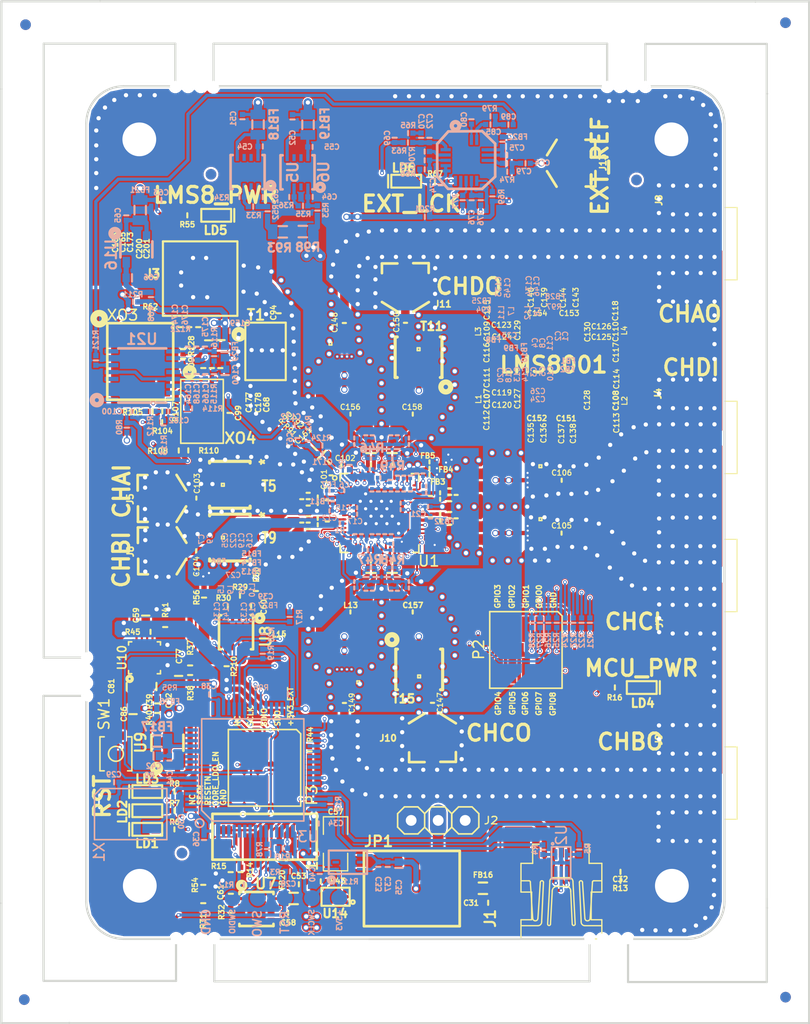
<source format=kicad_pcb>
(kicad_pcb (version 3) (host pcbnew "(2013-june-11)-stable")
  (title_block (title LMS8001_AppPCB) (rev 1v2) (company "Lime Microsystems"))
  (layers (15 F.RO signal hide) (2 B.RO signal hide) (1 F.FR4 signal hide) (0 B.FR4 signal) (18 B.Paste user) (19 F.Paste user) (20 B.SilkS user) (21 F.SilkS user) (22 B.Mask user) (23 F.Mask user) (28 Edge.Cuts user))
  (net 0 "")
  (net 1 +1.25V_PLL)
  (net 2 +1.33V)
  (net 3 +1.8V)
  (net 4 +1.8V_PLL)
  (net 5 +3.3V)
  (net 6 +3.3V_CLKGEN)
  (net 7 +3.3V_EXT)
  (net 8 +3.3V_USB)
  (net 9 +5V)
  (net 10 +5VP)
  (net 11 +5V_PWR)
  (net 12 /Clocks/EX1)
  (net 13 /Clocks/EX2)
  (net 14 /Clocks/EX3)
  (net 15 /Clocks/EX4)
  (net 16 /Clocks/EX5)
  (net 17 /Clocks/EX7)
  (net 18 /Clocks/EXTLO_N)
  (net 19 /Clocks/EXTLO_P)
  (net 20 /Clocks/HFPLL_CLK)
  (net 21 /Clocks/HFPLL_CLK_LMS8)
  (net 22 /Clocks/REF_ADF)
  (net 23 /Clocks/SMA_IN1)
  (net 24 /Clocks/VCXO_OUT)
  (net 25 /Clocks/VCXO_PWR_FILTER)
  (net 26 /Clocks/VDDO_CKBUF)
  (net 27 /Clocks/VDD_CKBUF)
  (net 28 /Clocks/V_CTRL)
  (net 29 /RF/IN_A1)
  (net 30 /RF/IN_A2)
  (net 31 /RF/IN_A3)
  (net 32 /RF/IN_A7)
  (net 33 /RF/IN_B1)
  (net 34 /RF/IN_B2)
  (net 35 /RF/IN_B3)
  (net 36 /RF/IN_B7)
  (net 37 /RF/IN_C1)
  (net 38 /RF/IN_C2)
  (net 39 /RF/IN_C3)
  (net 40 /RF/IN_D1)
  (net 41 /RF/IN_D2)
  (net 42 /RF/IN_D3)
  (net 43 /RF/OUT_A1)
  (net 44 /RF/OUT_A2)
  (net 45 /RF/OUT_A3)
  (net 46 /RF/OUT_A4)
  (net 47 /RF/OUT_A5)
  (net 48 /RF/OUT_B1)
  (net 49 /RF/OUT_B2)
  (net 50 /RF/OUT_B3)
  (net 51 /RF/OUT_B4)
  (net 52 /RF/OUT_B5)
  (net 53 /RF/OUT_C1)
  (net 54 /RF/OUT_C2)
  (net 55 /RF/OUT_C3)
  (net 56 /RF/OUT_C4)
  (net 57 /RF/OUT_C5)
  (net 58 /RF/OUT_C7)
  (net 59 /RF/OUT_D1)
  (net 60 /RF/OUT_D2)
  (net 61 /RF/OUT_D3)
  (net 62 /RF/OUT_D4)
  (net 63 /RF/OUT_D5)
  (net 64 /RF/OUT_D7)
  (net 65 /RF/VDDTX)
  (net 66 /USB_microcontroller/CORE_LDO_EN)
  (net 67 /USB_microcontroller/GPIO0)
  (net 68 /USB_microcontroller/GPIO1)
  (net 69 /USB_microcontroller/GPIO2)
  (net 70 /USB_microcontroller/GPIO3)
  (net 71 /USB_microcontroller/GPIO4)
  (net 72 /USB_microcontroller/GPIO5)
  (net 73 /USB_microcontroller/GPIO6)
  (net 74 /USB_microcontroller/GPIO7)
  (net 75 /USB_microcontroller/GPIO8)
  (net 76 /USB_microcontroller/LMS_GPIO0)
  (net 77 /USB_microcontroller/LMS_GPIO1)
  (net 78 /USB_microcontroller/LMS_GPIO2)
  (net 79 /USB_microcontroller/LMS_GPIO3)
  (net 80 /USB_microcontroller/LMS_GPIO4)
  (net 81 /USB_microcontroller/LMS_GPIO5)
  (net 82 /USB_microcontroller/LMS_GPIO6)
  (net 83 /USB_microcontroller/LMS_GPIO7)
  (net 84 /USB_microcontroller/LMS_GPIO8)
  (net 85 /USB_microcontroller/MCU_BOOT0)
  (net 86 /USB_microcontroller/MCU_BOOT1)
  (net 87 /USB_microcontroller/MCU_LED0)
  (net 88 /USB_microcontroller/MCU_LED1)
  (net 89 /USB_microcontroller/MCU_LED2)
  (net 90 /USB_microcontroller/MCU_RST)
  (net 91 /USB_microcontroller/MCU_SWD_SWCLK)
  (net 92 /USB_microcontroller/MCU_SWD_SWDIO)
  (net 93 /USB_microcontroller/MCU_SWD_SWO)
  (net 94 /USB_microcontroller/RESETN)
  (net 95 /USB_microcontroller/SAEN)
  (net 96 /USB_microcontroller/SDO)
  (net 97 /USB_microcontroller/USB_ESD_DM)
  (net 98 /USB_microcontroller/USB_ESD_DP)
  (net 99 /USB_microcontroller/VDDA33)
  (net 100 GND)
  (net 101 N-0000010)
  (net 102 N-00000109)
  (net 103 N-0000011)
  (net 104 N-00000110)
  (net 105 N-00000111)
  (net 106 N-00000112)
  (net 107 N-00000114)
  (net 108 N-00000115)
  (net 109 N-00000116)
  (net 110 N-00000117)
  (net 111 N-00000118)
  (net 112 N-00000119)
  (net 113 N-0000012)
  (net 114 N-00000120)
  (net 115 N-00000121)
  (net 116 N-00000122)
  (net 117 N-00000123)
  (net 118 N-00000124)
  (net 119 N-00000125)
  (net 120 N-00000126)
  (net 121 N-00000127)
  (net 122 N-0000013)
  (net 123 N-00000130)
  (net 124 N-00000132)
  (net 125 N-00000134)
  (net 126 N-00000135)
  (net 127 N-00000137)
  (net 128 N-00000138)
  (net 129 N-0000014)
  (net 130 N-0000015)
  (net 131 N-00000152)
  (net 132 N-00000153)
  (net 133 N-00000154)
  (net 134 N-00000155)
  (net 135 N-00000156)
  (net 136 N-00000157)
  (net 137 N-00000158)
  (net 138 N-00000159)
  (net 139 N-0000016)
  (net 140 N-00000161)
  (net 141 N-00000162)
  (net 142 N-00000163)
  (net 143 N-00000164)
  (net 144 N-00000165)
  (net 145 N-00000166)
  (net 146 N-00000167)
  (net 147 N-00000168)
  (net 148 N-00000169)
  (net 149 N-0000017)
  (net 150 N-00000170)
  (net 151 N-00000171)
  (net 152 N-00000172)
  (net 153 N-00000173)
  (net 154 N-00000174)
  (net 155 N-00000178)
  (net 156 N-00000179)
  (net 157 N-00000180)
  (net 158 N-00000181)
  (net 159 N-00000182)
  (net 160 N-00000183)
  (net 161 N-00000184)
  (net 162 N-00000185)
  (net 163 N-00000186)
  (net 164 N-00000187)
  (net 165 N-00000192)
  (net 166 N-000002)
  (net 167 N-00000213)
  (net 168 N-00000214)
  (net 169 N-00000215)
  (net 170 N-00000216)
  (net 171 N-00000217)
  (net 172 N-00000218)
  (net 173 N-00000219)
  (net 174 N-0000022)
  (net 175 N-00000220)
  (net 176 N-00000221)
  (net 177 N-00000222)
  (net 178 N-00000223)
  (net 179 N-00000224)
  (net 180 N-00000225)
  (net 181 N-00000226)
  (net 182 N-00000227)
  (net 183 N-00000228)
  (net 184 N-0000023)
  (net 185 N-0000026)
  (net 186 N-0000029)
  (net 187 N-0000031)
  (net 188 N-0000032)
  (net 189 N-000005)
  (net 190 N-000006)
  (net 191 N-000007)
  (net 192 N-0000073)
  (net 193 N-0000074)
  (net 194 N-0000075)
  (net 195 N-0000076)
  (net 196 N-0000077)
  (net 197 N-000008)
  (net 198 N-0000082)
  (net 199 N-0000086)
  (net 200 N-0000088)
  (net 201 N-0000089)
  (net 202 N-000009)
  (net 203 N-0000090)
  (net 204 SBEN)
  (net 205 SCLK)
  (net 206 SDIO)
  (net 207 VDD_TXA)
  (net 208 VDD_TXB)
  (net 209 VDD_TXC)
  (net 210 VDD_TXD)
  (net 211 Vdio)
  (module BreakHole (layer F.RO) (at 159.5374 138.52906 90)
    (fp_text reference BreakHole hide)
    (fp_text value VAL** hide)
    (pad "" np_thru_hole circle (at 0 0 90) (size 1 1) (drill 1) (layers *.Cu *.Mask))
  )
  (module BreakHole (layer F.RO) (at 158.33852 138.52906 90)
    (fp_text reference BreakHole hide)
    (fp_text value VAL** hide)
    (pad "" np_thru_hole circle (at 0 0 90) (size 1 1) (drill 1) (layers *.Cu *.Mask))
  )
  (module BreakHole (layer F.RO) (at 160.73628 138.52906 90)
    (fp_text reference BreakHole hide)
    (fp_text value VAL** hide)
    (pad "" np_thru_hole circle (at 0 0 90) (size 1 1) (drill 1) (layers *.Cu *.Mask))
  )
  (module BreakHole (layer F.RO) (at 161.93516 138.52906 90)
    (fp_text reference BreakHole hide)
    (fp_text value VAL** hide)
    (pad "" np_thru_hole circle (at 0 0 90) (size 1 1) (drill 1) (layers *.Cu *.Mask))
  )
  (module BreakHole (layer F.RO) (at 163.58362 58.39206 90)
    (fp_text reference BreakHole hide)
    (fp_text value VAL** hide)
    (pad "" np_thru_hole circle (at 0 0 90) (size 1 1) (drill 1) (layers *.Cu *.Mask))
  )
  (module BreakHole (layer F.RO) (at 162.38474 58.39206 90)
    (fp_text reference BreakHole hide)
    (fp_text value VAL** hide)
    (pad "" np_thru_hole circle (at 0 0 90) (size 1 1) (drill 1) (layers *.Cu *.Mask))
  )
  (module BreakHole (layer F.RO) (at 159.98698 58.39206 90)
    (fp_text reference BreakHole hide)
    (fp_text value VAL** hide)
    (pad "" np_thru_hole circle (at 0 0 90) (size 1 1) (drill 1) (layers *.Cu *.Mask))
  )
  (module BreakHole (layer F.RO) (at 161.18586 58.39206 90)
    (fp_text reference BreakHole hide)
    (fp_text value VAL** hide)
    (pad "" np_thru_hole circle (at 0 0 90) (size 1 1) (drill 1) (layers *.Cu *.Mask))
  )
  (module BreakHole (layer F.RO) (at 123.07062 138.52398 90)
    (fp_text reference BreakHole hide)
    (fp_text value VAL** hide)
    (pad "" np_thru_hole circle (at 0 0 90) (size 1 1) (drill 1) (layers *.Cu *.Mask))
  )
  (module BreakHole (layer F.RO) (at 121.87174 138.52398 90)
    (fp_text reference BreakHole hide)
    (fp_text value VAL** hide)
    (pad "" np_thru_hole circle (at 0 0 90) (size 1 1) (drill 1) (layers *.Cu *.Mask))
  )
  (module BreakHole (layer F.RO) (at 119.47398 138.52398 90)
    (fp_text reference BreakHole hide)
    (fp_text value VAL** hide)
    (pad "" np_thru_hole circle (at 0 0 90) (size 1 1) (drill 1) (layers *.Cu *.Mask))
  )
  (module BreakHole (layer F.RO) (at 120.67286 138.52398 90)
    (fp_text reference BreakHole hide)
    (fp_text value VAL** hide)
    (pad "" np_thru_hole circle (at 0 0 90) (size 1 1) (drill 1) (layers *.Cu *.Mask))
  )
  (module BreakHole (layer F.RO) (at 120.5992 58.39714 90)
    (fp_text reference BreakHole hide)
    (fp_text value VAL** hide)
    (pad "" np_thru_hole circle (at 0 0 90) (size 1 1) (drill 1) (layers *.Cu *.Mask))
  )
  (module BreakHole (layer F.RO) (at 119.40032 58.39714 90)
    (fp_text reference BreakHole hide)
    (fp_text value VAL** hide)
    (pad "" np_thru_hole circle (at 0 0 90) (size 1 1) (drill 1) (layers *.Cu *.Mask))
  )
  (module BreakHole (layer F.RO) (at 121.79808 58.39714 90)
    (fp_text reference BreakHole hide)
    (fp_text value VAL** hide)
    (pad "" np_thru_hole circle (at 0 0 90) (size 1 1) (drill 1) (layers *.Cu *.Mask))
  )
  (module BreakHole (layer F.RO) (at 122.99696 58.39714 90)
    (fp_text reference BreakHole hide)
    (fp_text value VAL** hide)
    (pad "" np_thru_hole circle (at 0 0 90) (size 1 1) (drill 1) (layers *.Cu *.Mask))
  )
  (module BreakHole (layer F.RO) (at 111.03864 113.28654)
    (fp_text reference BreakHole hide)
    (fp_text value VAL** hide)
    (pad "" np_thru_hole circle (at 0 0) (size 1 1) (drill 1) (layers *.Cu *.Mask))
  )
  (module BreakHole (layer F.RO) (at 111.03864 112.08766)
    (fp_text reference BreakHole hide)
    (fp_text value VAL** hide)
    (pad "" np_thru_hole circle (at 0 0) (size 1 1) (drill 1) (layers *.Cu *.Mask))
  )
  (module BreakHole (layer F.RO) (at 111.03864 114.48542)
    (fp_text reference BreakHole hide)
    (fp_text value VAL** hide)
    (pad "" np_thru_hole circle (at 0 0) (size 1 1) (drill 1) (layers *.Cu *.Mask))
  )
  (module BreakHole (layer F.RO) (at 111.03864 115.6843)
    (fp_text reference BreakHole hide)
    (fp_text value VAL** hide)
    (pad "" np_thru_hole circle (at 0 0) (size 1 1) (drill 1) (layers *.Cu *.Mask))
  )
  (module VIA_600_400 (layer F.RO) (at 123.1845 133.6091 90)
    (fp_text reference Ref** hide)
    (fp_text value Val** hide)
    (pad "" thru_hole circle (at 0 0 90) (size 0.6 0.6) (drill 0.4) (layers *.Cu) (net 100 GND) (clearance 0.1))
  )
  (module VIA_600_400 (layer F.RO) (at 123.825 133.03758 90)
    (fp_text reference Ref** hide)
    (fp_text value Val** hide)
    (pad "" thru_hole circle (at 0 0 90) (size 0.6 0.6) (drill 0.4) (layers *.Cu) (net 100 GND) (clearance 0.1))
  )
  (module VIA_600_400 (layer F.RO) (at 123.20778 132.38226 90)
    (fp_text reference Ref** hide)
    (fp_text value Val** hide)
    (pad "" thru_hole circle (at 0 0 90) (size 0.6 0.6) (drill 0.4) (layers *.Cu) (net 100 GND) (clearance 0.1))
  )
  (module VIA_600_400 (layer B.FR4) (at 164.8165 126.69062)
    (fp_text reference Ref** hide)
    (fp_text value Val** hide)
    (pad "" thru_hole circle (at 0 0) (size 0.6 0.6) (drill 0.4) (layers *.Cu) (net 100 GND) (clearance 0.1))
  )
  (module VIA_600_400 (layer B.FR4) (at 164.81396 129.28858)
    (fp_text reference Ref** hide)
    (fp_text value Val** hide)
    (pad "" thru_hole circle (at 0 0) (size 0.6 0.6) (drill 0.4) (layers *.Cu) (net 100 GND) (clearance 0.1))
  )
  (module VIA_600_400 (layer B.FR4) (at 164.81396 127.98858)
    (fp_text reference Ref** hide)
    (fp_text value Val** hide)
    (pad "" thru_hole circle (at 0 0) (size 0.6 0.6) (drill 0.4) (layers *.Cu) (net 100 GND) (clearance 0.1))
  )
  (module VIA_600_400 (layer B.FR4) (at 164.8546 119.76406)
    (fp_text reference Ref** hide)
    (fp_text value Val** hide)
    (pad "" thru_hole circle (at 0 0) (size 0.6 0.6) (drill 0.4) (layers *.Cu) (net 100 GND) (clearance 0.1))
  )
  (module VIA_600_400 (layer B.FR4) (at 164.8546 121.06406)
    (fp_text reference Ref** hide)
    (fp_text value Val** hide)
    (pad "" thru_hole circle (at 0 0) (size 0.6 0.6) (drill 0.4) (layers *.Cu) (net 100 GND) (clearance 0.1))
  )
  (module VIA_600_400 (layer B.FR4) (at 164.85714 118.4661)
    (fp_text reference Ref** hide)
    (fp_text value Val** hide)
    (pad "" thru_hole circle (at 0 0) (size 0.6 0.6) (drill 0.4) (layers *.Cu) (net 100 GND) (clearance 0.1))
  )
  (module VIA_600_400 (layer B.FR4) (at 164.84952 69.00978)
    (fp_text reference Ref** hide)
    (fp_text value Val** hide)
    (pad "" thru_hole circle (at 0 0) (size 0.6 0.6) (drill 0.4) (layers *.Cu) (net 100 GND) (clearance 0.1))
  )
  (module VIA_600_400 (layer B.FR4) (at 164.84952 70.30978)
    (fp_text reference Ref** hide)
    (fp_text value Val** hide)
    (pad "" thru_hole circle (at 0 0) (size 0.6 0.6) (drill 0.4) (layers *.Cu) (net 100 GND) (clearance 0.1))
  )
  (module VIA_600_400 (layer B.FR4) (at 164.85206 67.71182)
    (fp_text reference Ref** hide)
    (fp_text value Val** hide)
    (pad "" thru_hole circle (at 0 0) (size 0.6 0.6) (drill 0.4) (layers *.Cu) (net 100 GND) (clearance 0.1))
  )
  (module VIA_600_400 (layer B.FR4) (at 164.86476 77.2724)
    (fp_text reference Ref** hide)
    (fp_text value Val** hide)
    (pad "" thru_hole circle (at 0 0) (size 0.6 0.6) (drill 0.4) (layers *.Cu) (net 100 GND) (clearance 0.1))
  )
  (module VIA_600_400 (layer B.FR4) (at 164.86476 78.5724)
    (fp_text reference Ref** hide)
    (fp_text value Val** hide)
    (pad "" thru_hole circle (at 0 0) (size 0.6 0.6) (drill 0.4) (layers *.Cu) (net 100 GND) (clearance 0.1))
  )
  (module VIA_600_400 (layer B.FR4) (at 164.8673 75.97444)
    (fp_text reference Ref** hide)
    (fp_text value Val** hide)
    (pad "" thru_hole circle (at 0 0) (size 0.6 0.6) (drill 0.4) (layers *.Cu) (net 100 GND) (clearance 0.1))
  )
  (module VIA_600_400 (layer B.FR4) (at 164.86476 87.28254)
    (fp_text reference Ref** hide)
    (fp_text value Val** hide)
    (pad "" thru_hole circle (at 0 0) (size 0.6 0.6) (drill 0.4) (layers *.Cu) (net 100 GND) (clearance 0.1))
  )
  (module VIA_600_400 (layer B.FR4) (at 164.86476 88.58254)
    (fp_text reference Ref** hide)
    (fp_text value Val** hide)
    (pad "" thru_hole circle (at 0 0) (size 0.6 0.6) (drill 0.4) (layers *.Cu) (net 100 GND) (clearance 0.1))
  )
  (module VIA_600_400 (layer B.FR4) (at 164.8673 85.98458)
    (fp_text reference Ref** hide)
    (fp_text value Val** hide)
    (pad "" thru_hole circle (at 0 0) (size 0.6 0.6) (drill 0.4) (layers *.Cu) (net 100 GND) (clearance 0.1))
  )
  (module VIA_600_400 (layer B.FR4) (at 164.84952 94.16338)
    (fp_text reference Ref** hide)
    (fp_text value Val** hide)
    (pad "" thru_hole circle (at 0 0) (size 0.6 0.6) (drill 0.4) (layers *.Cu) (net 100 GND) (clearance 0.1))
  )
  (module VIA_600_400 (layer B.FR4) (at 164.84698 96.76134)
    (fp_text reference Ref** hide)
    (fp_text value Val** hide)
    (pad "" thru_hole circle (at 0 0) (size 0.6 0.6) (drill 0.4) (layers *.Cu) (net 100 GND) (clearance 0.1))
  )
  (module VIA_600_400 (layer B.FR4) (at 164.84698 95.46134)
    (fp_text reference Ref** hide)
    (fp_text value Val** hide)
    (pad "" thru_hole circle (at 0 0) (size 0.6 0.6) (drill 0.4) (layers *.Cu) (net 100 GND) (clearance 0.1))
  )
  (module VIA_600_400 (layer B.FR4) (at 164.86476 100.31528)
    (fp_text reference Ref** hide)
    (fp_text value Val** hide)
    (pad "" thru_hole circle (at 0 0) (size 0.6 0.6) (drill 0.4) (layers *.Cu) (net 100 GND) (clearance 0.1))
  )
  (module VIA_600_400 (layer B.FR4) (at 164.86476 101.61528)
    (fp_text reference Ref** hide)
    (fp_text value Val** hide)
    (pad "" thru_hole circle (at 0 0) (size 0.6 0.6) (drill 0.4) (layers *.Cu) (net 100 GND) (clearance 0.1))
  )
  (module VIA_600_400 (layer B.FR4) (at 164.8673 99.01732)
    (fp_text reference Ref** hide)
    (fp_text value Val** hide)
    (pad "" thru_hole circle (at 0 0) (size 0.6 0.6) (drill 0.4) (layers *.Cu) (net 100 GND) (clearance 0.1))
  )
  (module VIA_600_400 (layer B.FR4) (at 164.86984 108.39502)
    (fp_text reference Ref** hide)
    (fp_text value Val** hide)
    (pad "" thru_hole circle (at 0 0) (size 0.6 0.6) (drill 0.4) (layers *.Cu) (net 100 GND) (clearance 0.1))
  )
  (module VIA_600_400 (layer B.FR4) (at 164.86984 109.69502)
    (fp_text reference Ref** hide)
    (fp_text value Val** hide)
    (pad "" thru_hole circle (at 0 0) (size 0.6 0.6) (drill 0.4) (layers *.Cu) (net 100 GND) (clearance 0.1))
  )
  (module VIA_600_400 (layer B.FR4) (at 164.87238 107.09706)
    (fp_text reference Ref** hide)
    (fp_text value Val** hide)
    (pad "" thru_hole circle (at 0 0) (size 0.6 0.6) (drill 0.4) (layers *.Cu) (net 100 GND) (clearance 0.1))
  )
  (module VIA_600_400 (layer B.FR4) (at 163.28088 137.68682 90)
    (fp_text reference Ref** hide)
    (fp_text value Val** hide)
    (pad "" thru_hole circle (at 0 0 90) (size 0.6 0.6) (drill 0.4) (layers *.Cu) (net 100 GND) (clearance 0.1))
  )
  (module VIA_600_400 (layer B.FR4) (at 167.2301 137.72238 90)
    (fp_text reference Ref** hide)
    (fp_text value Val** hide)
    (pad "" thru_hole circle (at 0 0 90) (size 0.6 0.6) (drill 0.4) (layers *.Cu) (net 100 GND) (clearance 0.1))
  )
  (module VIA_600_400 (layer B.FR4) (at 164.5301 137.72238 90)
    (fp_text reference Ref** hide)
    (fp_text value Val** hide)
    (pad "" thru_hole circle (at 0 0 90) (size 0.6 0.6) (drill 0.4) (layers *.Cu) (net 100 GND) (clearance 0.1))
  )
  (module VIA_600_400 (layer B.FR4) (at 165.9301 137.72238 90)
    (fp_text reference Ref** hide)
    (fp_text value Val** hide)
    (pad "" thru_hole circle (at 0 0 90) (size 0.6 0.6) (drill 0.4) (layers *.Cu) (net 100 GND) (clearance 0.1))
  )
  (module VIA_600_400 (layer B.FR4) (at 170.02408 130.40356 180)
    (fp_text reference Ref** hide)
    (fp_text value Val** hide)
    (pad "" thru_hole circle (at 0 0 180) (size 0.6 0.6) (drill 0.4) (layers *.Cu) (net 100 GND) (clearance 0.1))
  )
  (module VIA_600_400 (layer B.FR4) (at 170.02408 131.70356 180)
    (fp_text reference Ref** hide)
    (fp_text value Val** hide)
    (pad "" thru_hole circle (at 0 0 180) (size 0.6 0.6) (drill 0.4) (layers *.Cu) (net 100 GND) (clearance 0.1))
  )
  (module VIA_600_400 (layer B.FR4) (at 170.02408 134.40356 180)
    (fp_text reference Ref** hide)
    (fp_text value Val** hide)
    (pad "" thru_hole circle (at 0 0 180) (size 0.6 0.6) (drill 0.4) (layers *.Cu) (net 100 GND) (clearance 0.1))
  )
  (module VIA_600_400 (layer B.FR4) (at 170.02408 133.00356 180)
    (fp_text reference Ref** hide)
    (fp_text value Val** hide)
    (pad "" thru_hole circle (at 0 0 180) (size 0.6 0.6) (drill 0.4) (layers *.Cu) (net 100 GND) (clearance 0.1))
  )
  (module VIA_600_400 (layer B.FR4) (at 169.80426 135.55894 180)
    (fp_text reference Ref** hide)
    (fp_text value Val** hide)
    (pad "" thru_hole circle (at 0 0 180) (size 0.6 0.6) (drill 0.4) (layers *.Cu) (net 100 GND) (clearance 0.1))
  )
  (module VIA_600_400 (layer B.FR4) (at 169.20426 136.55894 180)
    (fp_text reference Ref** hide)
    (fp_text value Val** hide)
    (pad "" thru_hole circle (at 0 0 180) (size 0.6 0.6) (drill 0.4) (layers *.Cu) (net 100 GND) (clearance 0.1))
  )
  (module VIA_600_400 (layer B.FR4) (at 168.3301 137.27238 90)
    (fp_text reference Ref** hide)
    (fp_text value Val** hide)
    (pad "" thru_hole circle (at 0 0 90) (size 0.6 0.6) (drill 0.4) (layers *.Cu) (net 100 GND) (clearance 0.1))
  )
  (module VIA_600_400 (layer B.FR4) (at 170.03874 111.25758)
    (fp_text reference Ref** hide)
    (fp_text value Val** hide)
    (pad "" thru_hole circle (at 0 0) (size 0.6 0.6) (drill 0.4) (layers *.Cu) (net 100 GND) (clearance 0.1))
  )
  (module VIA_600_400 (layer B.FR4) (at 170.0362 115.25554)
    (fp_text reference Ref** hide)
    (fp_text value Val** hide)
    (pad "" thru_hole circle (at 0 0) (size 0.6 0.6) (drill 0.4) (layers *.Cu) (net 100 GND) (clearance 0.1))
  )
  (module VIA_600_400 (layer B.FR4) (at 170.0362 113.85554)
    (fp_text reference Ref** hide)
    (fp_text value Val** hide)
    (pad "" thru_hole circle (at 0 0) (size 0.6 0.6) (drill 0.4) (layers *.Cu) (net 100 GND) (clearance 0.1))
  )
  (module VIA_600_400 (layer B.FR4) (at 170.0362 112.55554)
    (fp_text reference Ref** hide)
    (fp_text value Val** hide)
    (pad "" thru_hole circle (at 0 0) (size 0.6 0.6) (drill 0.4) (layers *.Cu) (net 100 GND) (clearance 0.1))
  )
  (module VIA_600_400 (layer B.FR4) (at 170.0362 116.65558)
    (fp_text reference Ref** hide)
    (fp_text value Val** hide)
    (pad "" thru_hole circle (at 0 0) (size 0.6 0.6) (drill 0.4) (layers *.Cu) (net 100 GND) (clearance 0.1))
  )
  (module VIA_600_400 (layer B.FR4) (at 170.07176 82.63178)
    (fp_text reference Ref** hide)
    (fp_text value Val** hide)
    (pad "" thru_hole circle (at 0 0) (size 0.6 0.6) (drill 0.4) (layers *.Cu) (net 100 GND) (clearance 0.1))
  )
  (module VIA_600_400 (layer B.FR4) (at 170.07176 81.23178)
    (fp_text reference Ref** hide)
    (fp_text value Val** hide)
    (pad "" thru_hole circle (at 0 0) (size 0.6 0.6) (drill 0.4) (layers *.Cu) (net 100 GND) (clearance 0.1))
  )
  (module VIA_600_400 (layer B.FR4) (at 170.07176 79.93178)
    (fp_text reference Ref** hide)
    (fp_text value Val** hide)
    (pad "" thru_hole circle (at 0 0) (size 0.6 0.6) (drill 0.4) (layers *.Cu) (net 100 GND) (clearance 0.1))
  )
  (module VIA_600_400 (layer B.FR4) (at 170.07176 84.03182)
    (fp_text reference Ref** hide)
    (fp_text value Val** hide)
    (pad "" thru_hole circle (at 0 0) (size 0.6 0.6) (drill 0.4) (layers *.Cu) (net 100 GND) (clearance 0.1))
  )
  (module VIA_600_400 (layer B.FR4) (at 146.6586 59.33792 270)
    (fp_text reference Ref** hide)
    (fp_text value Val** hide)
    (pad "" thru_hole circle (at 0 0 270) (size 0.6 0.6) (drill 0.4) (layers *.Cu) (net 100 GND) (clearance 0.1))
  )
  (module VIA_600_400 (layer B.FR4) (at 145.3586 59.33792 270)
    (fp_text reference Ref** hide)
    (fp_text value Val** hide)
    (pad "" thru_hole circle (at 0 0 270) (size 0.6 0.6) (drill 0.4) (layers *.Cu) (net 100 GND) (clearance 0.1))
  )
  (module VIA_600_400 (layer B.FR4) (at 144.0586 59.33792 270)
    (fp_text reference Ref** hide)
    (fp_text value Val** hide)
    (pad "" thru_hole circle (at 0 0 270) (size 0.6 0.6) (drill 0.4) (layers *.Cu) (net 100 GND) (clearance 0.1))
  )
  (module VIA_600_400 (layer B.FR4) (at 142.6586 59.33792 270)
    (fp_text reference Ref** hide)
    (fp_text value Val** hide)
    (pad "" thru_hole circle (at 0 0 270) (size 0.6 0.6) (drill 0.4) (layers *.Cu) (net 100 GND) (clearance 0.1))
  )
  (module VIA_600_400 (layer B.FR4) (at 140.06064 59.33538 270)
    (fp_text reference Ref** hide)
    (fp_text value Val** hide)
    (pad "" thru_hole circle (at 0 0 270) (size 0.6 0.6) (drill 0.4) (layers *.Cu) (net 100 GND) (clearance 0.1))
  )
  (module VIA_600_400 (layer B.FR4) (at 141.36064 59.33538 270)
    (fp_text reference Ref** hide)
    (fp_text value Val** hide)
    (pad "" thru_hole circle (at 0 0 270) (size 0.6 0.6) (drill 0.4) (layers *.Cu) (net 100 GND) (clearance 0.1))
  )
  (module VIA_600_400 (layer B.FR4) (at 156.0566 59.33792 270)
    (fp_text reference Ref** hide)
    (fp_text value Val** hide)
    (pad "" thru_hole circle (at 0 0 270) (size 0.6 0.6) (drill 0.4) (layers *.Cu) (net 100 GND) (clearance 0.1))
  )
  (module VIA_600_400 (layer B.FR4) (at 154.7566 59.33792 270)
    (fp_text reference Ref** hide)
    (fp_text value Val** hide)
    (pad "" thru_hole circle (at 0 0 270) (size 0.6 0.6) (drill 0.4) (layers *.Cu) (net 100 GND) (clearance 0.1))
  )
  (module VIA_600_400 (layer B.FR4) (at 153.4566 59.33792 270)
    (fp_text reference Ref** hide)
    (fp_text value Val** hide)
    (pad "" thru_hole circle (at 0 0 270) (size 0.6 0.6) (drill 0.4) (layers *.Cu) (net 100 GND) (clearance 0.1))
  )
  (module VIA_600_400 (layer B.FR4) (at 152.0566 59.33792 270)
    (fp_text reference Ref** hide)
    (fp_text value Val** hide)
    (pad "" thru_hole circle (at 0 0 270) (size 0.6 0.6) (drill 0.4) (layers *.Cu) (net 100 GND) (clearance 0.1))
  )
  (module VIA_600_400 (layer B.FR4) (at 148.05864 59.33538 270)
    (fp_text reference Ref** hide)
    (fp_text value Val** hide)
    (pad "" thru_hole circle (at 0 0 270) (size 0.6 0.6) (drill 0.4) (layers *.Cu) (net 100 GND) (clearance 0.1))
  )
  (module VIA_600_400 (layer B.FR4) (at 149.45864 59.33538 270)
    (fp_text reference Ref** hide)
    (fp_text value Val** hide)
    (pad "" thru_hole circle (at 0 0 270) (size 0.6 0.6) (drill 0.4) (layers *.Cu) (net 100 GND) (clearance 0.1))
  )
  (module VIA_600_400 (layer B.FR4) (at 150.75864 59.33538 270)
    (fp_text reference Ref** hide)
    (fp_text value Val** hide)
    (pad "" thru_hole circle (at 0 0 270) (size 0.6 0.6) (drill 0.4) (layers *.Cu) (net 100 GND) (clearance 0.1))
  )
  (module VIA_600_400 (layer B.FR4) (at 160.16934 59.78496 270)
    (fp_text reference Ref** hide)
    (fp_text value Val** hide)
    (pad "" thru_hole circle (at 0 0 270) (size 0.6 0.6) (drill 0.4) (layers *.Cu) (net 100 GND) (clearance 0.1))
  )
  (module VIA_600_400 (layer B.FR4) (at 158.85664 59.33792 270)
    (fp_text reference Ref** hide)
    (fp_text value Val** hide)
    (pad "" thru_hole circle (at 0 0 270) (size 0.6 0.6) (drill 0.4) (layers *.Cu) (net 100 GND) (clearance 0.1))
  )
  (module VIA_600_400 (layer B.FR4) (at 157.45664 59.33792 270)
    (fp_text reference Ref** hide)
    (fp_text value Val** hide)
    (pad "" thru_hole circle (at 0 0 270) (size 0.6 0.6) (drill 0.4) (layers *.Cu) (net 100 GND) (clearance 0.1))
  )
  (module TL_C_5X5_SM (layer F.RO) (at 137.92708 123.6853)
    (fp_text reference VAL hide)
    (fp_text value REF hide)
  )
  (module VIA_600_400 (layer F.RO) (at 143.82496 75.49642)
    (fp_text reference Ref** hide)
    (fp_text value Val** hide)
    (pad "" thru_hole circle (at 0 0) (size 0.6 0.6) (drill 0.4) (layers *.Cu) (net 100 GND) (clearance 0.1))
  )
  (module VIA_600_400 (layer F.RO) (at 143.81866 76.6075)
    (fp_text reference Ref** hide)
    (fp_text value Val** hide)
    (pad "" thru_hole circle (at 0 0) (size 0.6 0.6) (drill 0.4) (layers *.Cu) (net 100 GND) (clearance 0.1))
  )
  (module VIA_600_400 (layer F.RO) (at 143.81358 77.90688)
    (fp_text reference Ref** hide)
    (fp_text value Val** hide)
    (pad "" thru_hole circle (at 0 0) (size 0.6 0.6) (drill 0.4) (layers *.Cu) (net 100 GND) (clearance 0.1))
  )
  (module VIA_600_400 (layer F.RO) (at 143.81358 79.20688)
    (fp_text reference Ref** hide)
    (fp_text value Val** hide)
    (pad "" thru_hole circle (at 0 0) (size 0.6 0.6) (drill 0.4) (layers *.Cu) (net 100 GND) (clearance 0.1))
  )
  (module VIA_600_400 (layer F.RO) (at 138.21156 75.38212)
    (fp_text reference Ref** hide)
    (fp_text value Val** hide)
    (pad "" thru_hole circle (at 0 0) (size 0.6 0.6) (drill 0.4) (layers *.Cu) (net 100 GND) (clearance 0.1))
  )
  (module VIA_600_400 (layer F.RO) (at 138.2078 76.54654)
    (fp_text reference Ref** hide)
    (fp_text value Val** hide)
    (pad "" thru_hole circle (at 0 0) (size 0.6 0.6) (drill 0.4) (layers *.Cu) (net 100 GND) (clearance 0.1))
  )
  (module VIA_600_400 (layer F.RO) (at 138.20272 77.84592)
    (fp_text reference Ref** hide)
    (fp_text value Val** hide)
    (pad "" thru_hole circle (at 0 0) (size 0.6 0.6) (drill 0.4) (layers *.Cu) (net 100 GND) (clearance 0.1))
  )
  (module VIA_600_400 (layer F.RO) (at 138.20272 79.14592)
    (fp_text reference Ref** hide)
    (fp_text value Val** hide)
    (pad "" thru_hole circle (at 0 0) (size 0.6 0.6) (drill 0.4) (layers *.Cu) (net 100 GND) (clearance 0.1))
  )
  (module VIA_600_400 (layer F.RO) (at 146.31548 117.7301)
    (fp_text reference Ref** hide)
    (fp_text value Val** hide)
    (pad "" thru_hole circle (at 0 0) (size 0.6 0.6) (drill 0.4) (layers *.Cu) (net 100 GND) (clearance 0.1))
  )
  (module VIA_600_400 (layer F.RO) (at 146.31802 119.03566)
    (fp_text reference Ref** hide)
    (fp_text value Val** hide)
    (pad "" thru_hole circle (at 0 0) (size 0.6 0.6) (drill 0.4) (layers *.Cu) (net 100 GND) (clearance 0.1))
  )
  (module VIA_600_400 (layer F.RO) (at 146.31294 120.33504)
    (fp_text reference Ref** hide)
    (fp_text value Val** hide)
    (pad "" thru_hole circle (at 0 0) (size 0.6 0.6) (drill 0.4) (layers *.Cu) (net 100 GND) (clearance 0.1))
  )
  (module VIA_600_400 (layer F.RO) (at 146.31294 121.63504)
    (fp_text reference Ref** hide)
    (fp_text value Val** hide)
    (pad "" thru_hole circle (at 0 0) (size 0.6 0.6) (drill 0.4) (layers *.Cu) (net 100 GND) (clearance 0.1))
  )
  (module VIA_600_400 (layer F.RO) (at 140.71986 117.79614)
    (fp_text reference Ref** hide)
    (fp_text value Val** hide)
    (pad "" thru_hole circle (at 0 0) (size 0.6 0.6) (drill 0.4) (layers *.Cu) (net 100 GND) (clearance 0.1))
  )
  (module VIA_600_400 (layer F.RO) (at 140.7224 119.1017)
    (fp_text reference Ref** hide)
    (fp_text value Val** hide)
    (pad "" thru_hole circle (at 0 0) (size 0.6 0.6) (drill 0.4) (layers *.Cu) (net 100 GND) (clearance 0.1))
  )
  (module VIA_600_400 (layer F.RO) (at 140.71732 120.40108)
    (fp_text reference Ref** hide)
    (fp_text value Val** hide)
    (pad "" thru_hole circle (at 0 0) (size 0.6 0.6) (drill 0.4) (layers *.Cu) (net 100 GND) (clearance 0.1))
  )
  (module VIA_600_400 (layer F.RO) (at 140.71732 121.70108)
    (fp_text reference Ref** hide)
    (fp_text value Val** hide)
    (pad "" thru_hole circle (at 0 0) (size 0.6 0.6) (drill 0.4) (layers *.Cu) (net 100 GND) (clearance 0.1))
  )
  (module TSSOP16_NB3H83905C (layer B.FR4) (at 116.2953 85.58118)
    (fp_text reference U21 (at -0.04458 -3.4198) (layer B.SilkS) (effects (font (thickness 0.2)) (justify mirror)))
    (fp_text value NB3H83905C hide)
    (pad 4 smd rect (at -2.9 0.325) (size 1.3 0.4) (layers B.FR4 B.Paste B.Mask) (clearance 0.09906))
    (pad 5 smd rect (at -2.9 -0.325) (size 1.3 0.4) (layers B.FR4 B.Paste B.Mask) (net 26 /Clocks/VDDO_CKBUF) (clearance 0.09906))
    (pad 3 smd rect (at -2.9 0.975) (size 1.3 0.4) (layers B.FR4 B.Paste B.Mask) (net 100 GND) (clearance 0.09906))
    (pad 2 smd rect (at -2.9 1.625) (size 1.3 0.4) (layers B.FR4 B.Paste B.Mask) (net 100 GND) (clearance 0.09906))
    (pad 1 smd rect (at -2.9 2.275) (size 1.3 0.4) (layers B.FR4 B.Paste B.Mask) (clearance 0.09906))
    (pad 6 smd rect (at -2.9 -0.975) (size 1.3 0.4) (layers B.FR4 B.Paste B.Mask) (net 156 N-00000179) (clearance 0.09906))
    (pad 7 smd rect (at -2.9 -1.625) (size 1.3 0.4) (layers B.FR4 B.Paste B.Mask) (net 100 GND) (clearance 0.09906))
    (pad 8 smd rect (at -2.9 -2.275) (size 1.3 0.4) (layers B.FR4 B.Paste B.Mask) (clearance 0.09906))
    (pad 16 smd rect (at 2.9 2.275) (size 1.3 0.4) (layers B.FR4 B.Paste B.Mask) (net 161 N-00000184) (clearance 0.09906))
    (pad 9 smd rect (at 2.9 -2.275) (size 1.3 0.4) (layers B.FR4 B.Paste B.Mask) (net 27 /Clocks/VDD_CKBUF) (clearance 0.09906))
    (pad 10 smd rect (at 2.9 -1.625) (size 1.3 0.4) (layers B.FR4 B.Paste B.Mask) (net 157 N-00000180) (clearance 0.09906))
    (pad 11 smd rect (at 2.9 -0.975) (size 1.3 0.4) (layers B.FR4 B.Paste B.Mask) (net 100 GND) (clearance 0.09906))
    (pad 15 smd rect (at 2.9 1.625) (size 1.3 0.4) (layers B.FR4 B.Paste B.Mask) (net 155 N-00000178) (clearance 0.09906))
    (pad 14 smd rect (at 2.9 0.975) (size 1.3 0.4) (layers B.FR4 B.Paste B.Mask) (clearance 0.09906))
    (pad 12 smd rect (at 2.9 -0.325) (size 1.3 0.4) (layers B.FR4 B.Paste B.Mask) (clearance 0.09906))
    (pad 13 smd rect (at 2.9 0.325) (size 1.3 0.4) (layers B.FR4 B.Paste B.Mask) (net 26 /Clocks/VDDO_CKBUF) (clearance 0.09906))
  )
  (module VIA_600_400 (layer B.FR4) (at 142.02 133.8)
    (fp_text reference Ref** hide)
    (fp_text value Val** hide)
    (pad "" thru_hole circle (at 0 0) (size 0.6 0.6) (drill 0.4) (layers *.Cu) (net 10 +5VP) (clearance 0.1))
  )
  (module VIA_600_400 (layer F.RO) (at 114.98 79.37 90)
    (fp_text reference Ref** hide)
    (fp_text value Val** hide)
    (pad "" thru_hole circle (at 0 0 90) (size 0.6 0.6) (drill 0.4) (layers *.Cu) (net 7 +3.3V_EXT) (clearance 0.1))
  )
  (module VIA_600_400 (layer F.RO) (at 114.43 77.97 90)
    (fp_text reference Ref** hide)
    (fp_text value Val** hide)
    (pad "" thru_hole circle (at 0 0 90) (size 0.6 0.6) (drill 0.4) (layers *.Cu) (net 7 +3.3V_EXT) (clearance 0.1))
  )
  (module VIA_600_400 (layer F.RO) (at 114.56 108.83 90)
    (fp_text reference Ref** hide)
    (fp_text value Val** hide)
    (pad "" thru_hole circle (at 0 0 90) (size 0.6 0.6) (drill 0.4) (layers *.Cu) (net 7 +3.3V_EXT) (clearance 0.1))
  )
  (module VIA_600_400 (layer F.RO) (at 124.22 115.06 90)
    (fp_text reference Ref** hide)
    (fp_text value Val** hide)
    (pad "" thru_hole circle (at 0 0 90) (size 0.6 0.6) (drill 0.4) (layers *.Cu) (net 7 +3.3V_EXT) (clearance 0.1))
  )
  (module VIA_600_400 (layer F.RO) (at 114.56 109.83 90)
    (fp_text reference Ref** hide)
    (fp_text value Val** hide)
    (pad "" thru_hole circle (at 0 0 90) (size 0.6 0.6) (drill 0.4) (layers *.Cu) (net 7 +3.3V_EXT) (clearance 0.1))
  )
  (module VIA_600_400 (layer F.RO) (at 124.22 114.2 90)
    (fp_text reference Ref** hide)
    (fp_text value Val** hide)
    (pad "" thru_hole circle (at 0 0 90) (size 0.6 0.6) (drill 0.4) (layers *.Cu) (net 7 +3.3V_EXT) (clearance 0.1))
  )
  (module HDRGPIO (layer F.RO) (at 127.78486 122.45086 180)
    (fp_text reference P3 (at -4.44754 -2.56794 270) (layer F.SilkS))
    (fp_text value MCU_SWD hide)
    (fp_text user +3V3_EXT (at -2.4384 5.75056 270) (layer F.SilkS) (effects (font (size 0.5 0.5) (thickness 0.125))))
    (fp_text user CORE_LDO_EN (at 4.58724 -1.01346 270) (layer F.SilkS) (effects (font (size 0.5 0.5) (thickness 0.125))))
    (fp_text user SCLK (at 1.31572 4.826 270) (layer F.SilkS) (effects (font (size 0.5 0.5) (thickness 0.125))))
    (fp_text user RESETN (at 5.32384 -2.13614 270) (layer F.SilkS) (effects (font (size 0.5 0.5) (thickness 0.125))))
    (fp_text user NC (at 6.77418 -2.98196 270) (layer F.SilkS) (effects (font (size 0.5 0.5) (thickness 0.125))))
    (fp_text user GND (at 3.87096 -2.76606 270) (layer F.SilkS) (effects (font (size 0.5 0.5) (thickness 0.125))))
    (fp_text user NC (at 2.53492 4.3942 270) (layer F.SilkS) (effects (font (size 0.5 0.5) (thickness 0.125))))
    (fp_text user SEAN (at 6.05536 -2.53746 270) (layer F.SilkS) (effects (font (size 0.5 0.5) (thickness 0.125))))
    (fp_text user SDIO (at 0.03556 4.75488 270) (layer F.SilkS) (effects (font (size 0.5 0.5) (thickness 0.125))))
    (fp_text user SDO (at -1.22936 4.66344 270) (layer F.SilkS) (effects (font (size 0.5 0.5) (thickness 0.125))))
    (pad 1 smd rect (at -2.54 1.95 180) (size 0.74 2.4) (layers F.RO F.Paste F.Mask) (net 7 +3.3V_EXT))
    (pad 2 smd rect (at -2.54 -1.95 180) (size 0.74 2.4) (layers F.RO F.Paste F.Mask) (net 100 GND))
    (pad 3 smd rect (at -1.27 1.95 180) (size 0.74 2.4) (layers F.RO F.Paste F.Mask) (net 96 /USB_microcontroller/SDO))
    (pad 4 smd rect (at -1.27 -1.95 180) (size 0.74 2.4) (layers F.RO F.Paste F.Mask) (net 66 /USB_microcontroller/CORE_LDO_EN))
    (pad 5 smd rect (at 0 1.95 180) (size 0.74 2.4) (layers F.RO F.Paste F.Mask) (net 206 SDIO))
    (pad 6 smd rect (at 0 -1.95 180) (size 0.74 2.4) (layers F.RO F.Paste F.Mask) (net 94 /USB_microcontroller/RESETN))
    (pad 7 smd rect (at 1.27 1.95 180) (size 0.74 2.4) (layers F.RO F.Paste F.Mask) (net 205 SCLK))
    (pad 8 smd rect (at 1.27 -1.95 180) (size 0.74 2.4) (layers F.RO F.Paste F.Mask) (net 95 /USB_microcontroller/SAEN))
    (pad 9 smd rect (at 2.54 1.95 180) (size 0.74 2.4) (layers F.RO F.Paste F.Mask))
    (pad 10 smd rect (at 2.54 -1.95 180) (size 0.74 2.4) (layers F.RO F.Paste F.Mask))
  )
  (module VIA_600_400 (layer F.RO) (at 132.42822 127.00388 90)
    (fp_text reference Ref** hide)
    (fp_text value Val** hide)
    (pad "" thru_hole circle (at 0 0 90) (size 0.6 0.6) (drill 0.4) (layers *.Cu) (net 8 +3.3V_USB) (clearance 0.1))
  )
  (module VIA_600_400 (layer F.RO) (at 120.88 126.98 90)
    (fp_text reference Ref** hide)
    (fp_text value Val** hide)
    (pad "" thru_hole circle (at 0 0 90) (size 0.6 0.6) (drill 0.4) (layers *.Cu) (net 8 +3.3V_USB) (clearance 0.1))
  )
  (module VIA_600_400 (layer F.RO) (at 131.62822 116.88388 90)
    (fp_text reference Ref** hide)
    (fp_text value Val** hide)
    (pad "" thru_hole circle (at 0 0 90) (size 0.6 0.6) (drill 0.4) (layers *.Cu) (net 8 +3.3V_USB) (clearance 0.1))
  )
  (module VIA_600_400 (layer F.RO) (at 123.02 114.53 90)
    (fp_text reference Ref** hide)
    (fp_text value Val** hide)
    (pad "" thru_hole circle (at 0 0 90) (size 0.6 0.6) (drill 0.4) (layers *.Cu) (net 8 +3.3V_USB) (clearance 0.1))
  )
  (module VIA_600_400 (layer F.RO) (at 132.51822 130.51388 90)
    (fp_text reference Ref** hide)
    (fp_text value Val** hide)
    (pad "" thru_hole circle (at 0 0 90) (size 0.6 0.6) (drill 0.4) (layers *.Cu) (net 8 +3.3V_USB) (clearance 0.1))
  )
  (module VIA_600_400 (layer F.RO) (at 131.41822 130.51388 90)
    (fp_text reference Ref** hide)
    (fp_text value Val** hide)
    (pad "" thru_hole circle (at 0 0 90) (size 0.6 0.6) (drill 0.4) (layers *.Cu) (net 8 +3.3V_USB) (clearance 0.1))
  )
  (module VIA_600_400 (layer F.RO) (at 131.95822 131.39388 90)
    (fp_text reference Ref** hide)
    (fp_text value Val** hide)
    (pad "" thru_hole circle (at 0 0 90) (size 0.6 0.6) (drill 0.4) (layers *.Cu) (net 8 +3.3V_USB) (clearance 0.1))
  )
  (module VIA_600_400 (layer F.RO) (at 133.02 74.35 90)
    (fp_text reference Ref** hide)
    (fp_text value Val** hide)
    (pad "" thru_hole circle (at 0 0 90) (size 0.6 0.6) (drill 0.4) (layers *.Cu) (net 3 +1.8V) (clearance 0.1))
  )
  (module VIA_600_400 (layer F.RO) (at 132.37 73.53 90)
    (fp_text reference Ref** hide)
    (fp_text value Val** hide)
    (pad "" thru_hole circle (at 0 0 90) (size 0.6 0.6) (drill 0.4) (layers *.Cu) (net 3 +1.8V) (clearance 0.1))
  )
  (module VIA_600_400 (layer F.RO) (at 131.72 74.33 90)
    (fp_text reference Ref** hide)
    (fp_text value Val** hide)
    (pad "" thru_hole circle (at 0 0 90) (size 0.6 0.6) (drill 0.4) (layers *.Cu) (net 3 +1.8V) (clearance 0.1))
  )
  (module VIA_600_400 (layer B.FR4) (at 123.04 80.64 270)
    (fp_text reference Ref** hide)
    (fp_text value Val** hide)
    (pad "" thru_hole circle (at 0 0 270) (size 0.6 0.6) (drill 0.4) (layers *.Cu) (net 6 +3.3V_CLKGEN) (clearance 0.1))
  )
  (module VIA_600_400 (layer B.FR4) (at 124.08 80.66 270)
    (fp_text reference Ref** hide)
    (fp_text value Val** hide)
    (pad "" thru_hole circle (at 0 0 270) (size 0.6 0.6) (drill 0.4) (layers *.Cu) (net 6 +3.3V_CLKGEN) (clearance 0.1))
  )
  (module VIA_600_400 (layer B.FR4) (at 135.49 70.67 270)
    (fp_text reference Ref** hide)
    (fp_text value Val** hide)
    (pad "" thru_hole circle (at 0 0 270) (size 0.6 0.6) (drill 0.4) (layers *.Cu) (net 6 +3.3V_CLKGEN) (clearance 0.1))
  )
  (module VIA_600_400 (layer B.FR4) (at 136.52 70.66 270)
    (fp_text reference Ref** hide)
    (fp_text value Val** hide)
    (pad "" thru_hole circle (at 0 0 270) (size 0.6 0.6) (drill 0.4) (layers *.Cu) (net 6 +3.3V_CLKGEN) (clearance 0.1))
  )
  (module VIA_600_400 (layer B.FR4) (at 114.85 91.68 270)
    (fp_text reference Ref** hide)
    (fp_text value Val** hide)
    (pad "" thru_hole circle (at 0 0 270) (size 0.6 0.6) (drill 0.4) (layers *.Cu) (net 23 /Clocks/SMA_IN1) (clearance 0.1))
  )
  (module VIA_600_400 (layer B.FR4) (at 153.8046 65.63046 270)
    (fp_text reference Ref** hide)
    (fp_text value Val** hide)
    (pad "" thru_hole circle (at 0 0 270) (size 0.6 0.6) (drill 0.4) (layers *.Cu) (net 23 /Clocks/SMA_IN1) (clearance 0.1))
  )
  (module VIA_600_400 (layer F.RO) (at 116.58 101.05 180)
    (fp_text reference Ref** hide)
    (fp_text value Val** hide)
    (pad "" thru_hole circle (at 0 0 180) (size 0.6 0.6) (drill 0.4) (layers *.Cu) (net 100 GND) (clearance 0.1))
  )
  (module VIA_600_400 (layer F.RO) (at 116.57888 100.12678 180)
    (fp_text reference Ref** hide)
    (fp_text value Val** hide)
    (pad "" thru_hole circle (at 0 0 180) (size 0.6 0.6) (drill 0.4) (layers *.Cu) (net 100 GND) (clearance 0.1))
  )
  (module VIA_600_400 (layer F.RO) (at 116.58 104.01 180)
    (fp_text reference Ref** hide)
    (fp_text value Val** hide)
    (pad "" thru_hole circle (at 0 0 180) (size 0.6 0.6) (drill 0.4) (layers *.Cu) (net 100 GND) (clearance 0.1))
  )
  (module VIA_600_400 (layer F.RO) (at 116.58 103.06 180)
    (fp_text reference Ref** hide)
    (fp_text value Val** hide)
    (pad "" thru_hole circle (at 0 0 180) (size 0.6 0.6) (drill 0.4) (layers *.Cu) (net 100 GND) (clearance 0.1))
  )
  (module VIA_600_400 (layer F.RO) (at 116.54888 98.12678 180)
    (fp_text reference Ref** hide)
    (fp_text value Val** hide)
    (pad "" thru_hole circle (at 0 0 180) (size 0.6 0.6) (drill 0.4) (layers *.Cu) (net 100 GND) (clearance 0.1))
  )
  (module VIA_600_400 (layer F.RO) (at 116.56 99.08 180)
    (fp_text reference Ref** hide)
    (fp_text value Val** hide)
    (pad "" thru_hole circle (at 0 0 180) (size 0.6 0.6) (drill 0.4) (layers *.Cu) (net 100 GND) (clearance 0.1))
  )
  (module VIA_600_400 (layer F.RO) (at 116.56 95.15 180)
    (fp_text reference Ref** hide)
    (fp_text value Val** hide)
    (pad "" thru_hole circle (at 0 0 180) (size 0.6 0.6) (drill 0.4) (layers *.Cu) (net 100 GND) (clearance 0.1))
  )
  (module VIA_600_400 (layer F.RO) (at 116.56 96.12 180)
    (fp_text reference Ref** hide)
    (fp_text value Val** hide)
    (pad "" thru_hole circle (at 0 0 180) (size 0.6 0.6) (drill 0.4) (layers *.Cu) (net 100 GND) (clearance 0.1))
  )
  (module VIA_600_400 (layer F.RO) (at 118.67 94.68 90)
    (fp_text reference Ref** hide)
    (fp_text value Val** hide)
    (pad "" thru_hole circle (at 0 0 90) (size 0.6 0.6) (drill 0.4) (layers *.Cu) (net 100 GND) (clearance 0.1))
  )
  (module VIA_600_400 (layer F.RO) (at 117.57 94.68 90)
    (fp_text reference Ref** hide)
    (fp_text value Val** hide)
    (pad "" thru_hole circle (at 0 0 90) (size 0.6 0.6) (drill 0.4) (layers *.Cu) (net 100 GND) (clearance 0.1))
  )
  (module VIA_600_400 (layer F.RO) (at 118.69 99.59 90)
    (fp_text reference Ref** hide)
    (fp_text value Val** hide)
    (pad "" thru_hole circle (at 0 0 90) (size 0.6 0.6) (drill 0.4) (layers *.Cu) (net 100 GND) (clearance 0.1))
  )
  (module VIA_600_400 (layer F.RO) (at 117.74 99.59 90)
    (fp_text reference Ref** hide)
    (fp_text value Val** hide)
    (pad "" thru_hole circle (at 0 0 90) (size 0.6 0.6) (drill 0.4) (layers *.Cu) (net 100 GND) (clearance 0.1))
  )
  (module VIA_600_400 (layer F.RO) (at 117.62 104.5 90)
    (fp_text reference Ref** hide)
    (fp_text value Val** hide)
    (pad "" thru_hole circle (at 0 0 90) (size 0.6 0.6) (drill 0.4) (layers *.Cu) (net 100 GND) (clearance 0.1))
  )
  (module VIA_600_400 (layer F.RO) (at 118.76 104.5 90)
    (fp_text reference Ref** hide)
    (fp_text value Val** hide)
    (pad "" thru_hole circle (at 0 0 90) (size 0.6 0.6) (drill 0.4) (layers *.Cu) (net 100 GND) (clearance 0.1))
  )
  (module VIA_600_400 (layer F.RO) (at 118.67364 112.80674 90)
    (fp_text reference Ref** hide)
    (fp_text value Val** hide)
    (pad "" thru_hole circle (at 0 0 90) (size 0.6 0.6) (drill 0.4) (layers *.Cu) (net 100 GND) (clearance 0.1))
  )
  (module VIA_600_400 (layer F.RO) (at 118.65822 110.89388 90)
    (fp_text reference Ref** hide)
    (fp_text value Val** hide)
    (pad "" thru_hole circle (at 0 0 90) (size 0.6 0.6) (drill 0.4) (layers *.Cu) (net 100 GND) (clearance 0.1))
  )
  (module VIA_600_400 (layer F.RO) (at 118.7577 107.56392 90)
    (fp_text reference Ref** hide)
    (fp_text value Val** hide)
    (pad "" thru_hole circle (at 0 0 90) (size 0.6 0.6) (drill 0.4) (layers *.Cu) (net 100 GND) (clearance 0.1))
  )
  (module VIA_600_400 (layer F.RO) (at 117.64364 107.54674 90)
    (fp_text reference Ref** hide)
    (fp_text value Val** hide)
    (pad "" thru_hole circle (at 0 0 90) (size 0.6 0.6) (drill 0.4) (layers *.Cu) (net 100 GND) (clearance 0.1))
  )
  (module VIA_600_400 (layer B.FR4) (at 127.17 59.92)
    (fp_text reference Ref** hide)
    (fp_text value Val** hide)
    (pad "" thru_hole circle (at 0 0) (size 0.6 0.6) (drill 0.4) (layers *.Cu) (net 9 +5V) (clearance 0.1))
  )
  (module VIA_600_400 (layer B.FR4) (at 116.09 67.99)
    (fp_text reference Ref** hide)
    (fp_text value Val** hide)
    (pad "" thru_hole circle (at 0 0) (size 0.6 0.6) (drill 0.4) (layers *.Cu) (net 9 +5V) (clearance 0.1))
  )
  (module VIA_600_400 (layer B.FR4) (at 131.86 59.92)
    (fp_text reference Ref** hide)
    (fp_text value Val** hide)
    (pad "" thru_hole circle (at 0 0) (size 0.6 0.6) (drill 0.4) (layers *.Cu) (net 9 +5V) (clearance 0.1))
  )
  (module VIA_600_400 (layer B.FR4) (at 131.68 137.46)
    (fp_text reference Ref** hide)
    (fp_text value Val** hide)
    (pad "" thru_hole circle (at 0 0) (size 0.6 0.6) (drill 0.4) (layers *.Cu) (net 9 +5V) (clearance 0.1))
  )
  (module VIA_600_400 (layer B.FR4) (at 132.69 137.47)
    (fp_text reference Ref** hide)
    (fp_text value Val** hide)
    (pad "" thru_hole circle (at 0 0) (size 0.6 0.6) (drill 0.4) (layers *.Cu) (net 9 +5V) (clearance 0.1))
  )
  (module VIA_600_400 (layer B.FR4) (at 132.71 136.42)
    (fp_text reference Ref** hide)
    (fp_text value Val** hide)
    (pad "" thru_hole circle (at 0 0) (size 0.6 0.6) (drill 0.4) (layers *.Cu) (net 9 +5V) (clearance 0.1))
  )
  (module VIA_600_400 (layer B.FR4) (at 131.7 136.41)
    (fp_text reference Ref** hide)
    (fp_text value Val** hide)
    (pad "" thru_hole circle (at 0 0) (size 0.6 0.6) (drill 0.4) (layers *.Cu) (net 9 +5V) (clearance 0.1))
  )
  (module VIA_600_400 (layer B.FR4) (at 119.78 116.83)
    (fp_text reference Ref** hide)
    (fp_text value Val** hide)
    (pad "" thru_hole circle (at 0 0) (size 0.6 0.6) (drill 0.4) (layers *.Cu) (net 4 +1.8V_PLL) (clearance 0.1))
  )
  (module VIA_600_400 (layer B.FR4) (at 118.81 117.4)
    (fp_text reference Ref** hide)
    (fp_text value Val** hide)
    (pad "" thru_hole circle (at 0 0) (size 0.6 0.6) (drill 0.4) (layers *.Cu) (net 4 +1.8V_PLL) (clearance 0.1))
  )
  (module VIA_600_400 (layer B.FR4) (at 116.57 116.85)
    (fp_text reference Ref** hide)
    (fp_text value Val** hide)
    (pad "" thru_hole circle (at 0 0) (size 0.6 0.6) (drill 0.4) (layers *.Cu) (net 4 +1.8V_PLL) (clearance 0.1))
  )
  (module VIA_600_400 (layer B.FR4) (at 118.81 116.3)
    (fp_text reference Ref** hide)
    (fp_text value Val** hide)
    (pad "" thru_hole circle (at 0 0) (size 0.6 0.6) (drill 0.4) (layers *.Cu) (net 4 +1.8V_PLL) (clearance 0.1))
  )
  (module SMA_vert_SMD (layer F.RO) (at 121.7362 76.4732)
    (fp_text reference J3 (at -4.45678 -0.4637) (layer F.SilkS) (effects (font (size 0.8 0.8) (thickness 0.2))))
    (fp_text value SMA_VERT_SMD hide)
    (pad 4 smd rect (at 2.37 2.37) (size 1.91 1.91) (layers F.RO F.Paste F.Mask) (net 100 GND))
    (pad 5 smd rect (at 2.37 -2.37) (size 1.91 1.91) (layers F.RO F.Paste F.Mask) (net 100 GND))
    (pad 1 smd rect (at 0 0) (size 1.52 1.52) (layers F.RO F.Paste F.Mask) (net 17 /Clocks/EX7))
    (pad 2 smd rect (at -2.37 -2.37) (size 1.91 1.91) (layers F.RO F.Paste F.Mask) (net 100 GND))
    (pad 3 smd rect (at -2.37 2.37) (size 1.91 1.91) (layers F.RO F.Paste F.Mask) (net 100 GND))
  )
  (module LLP-6 (layer B.FR4) (at 135.6229 131.32068 270)
    (fp_text reference U4 hide)
    (fp_text value LP5900SD-3.3 hide)
    (pad 3 smd rect (at -0.65 1.15 270) (size 0.25 0.6) (layers B.FR4 B.Paste B.Mask) (net 100 GND))
    (pad 2 smd rect (at 0 1.15 270) (size 0.25 0.6) (layers B.FR4 B.Paste B.Mask))
    (pad 1 smd rect (at 0.65 1.15 270) (size 0.25 0.6) (layers B.FR4 B.Paste B.Mask) (net 8 +3.3V_USB))
    (pad 6 smd rect (at 0.65 -1.15 270) (size 0.25 0.6) (layers B.FR4 B.Paste B.Mask) (net 10 +5VP))
    (pad 5 smd rect (at 0 -1.15 270) (size 0.25 0.6) (layers B.FR4 B.Paste B.Mask))
    (pad 4 smd rect (at -0.65 -1.15 270) (size 0.25 0.6) (layers B.FR4 B.Paste B.Mask) (net 10 +5VP))
    (pad 7 smd rect (at 0 0 270) (size 1.2 0.75) (layers B.FR4 B.Paste B.Mask) (net 100 GND))
  )
  (module UMC_SMD (layer F.RO) (at 156.59 65.63 270)
    (fp_text reference J13 (at -0.07112 -3.00228 270) (layer F.SilkS) (effects (font (size 0.6 0.6))))
    (fp_text value UMC_SMD hide)
    (pad 2 smd rect (at 1.45 0 270) (size 1 2.2) (layers F.RO F.Paste F.Mask) (net 100 GND))
    (pad 4 smd rect (at -1.45 0 270) (size 1 2.2) (layers F.RO F.Paste F.Mask) (net 100 GND))
    (pad 3 smd rect (at 0 -1.5 270) (size 1 1) (layers F.RO F.Paste F.Mask) (net 100 GND))
    (pad 1 smd rect (at 0 1.5 270) (size 1 1) (layers F.RO F.Paste F.Mask) (net 23 /Clocks/SMA_IN1))
  )
  (module SMD_RTX5032A (layer F.RO) (at 121.91082 88.94462 270)
    (fp_text reference XO4 (at 2.52586 -3.60582 360) (layer F.SilkS) (effects (font (thickness 0.2))))
    (fp_text value RTX5032A_40.000_MHZ hide)
    (pad 4 smd rect (at 1.925 1.15 270) (size 1.35 1) (layers F.RO F.Paste F.Mask) (net 100 GND) (clearance 0.09906))
    (pad 1 smd rect (at -1.925 1.15 270) (size 1.35 1) (layers F.RO F.Paste F.Mask) (net 163 N-00000186) (clearance 0.09906))
    (pad 6 smd rect (at 1.925 -1.15 270) (size 1.35 1) (layers F.RO F.Paste F.Mask) (net 164 N-00000187) (clearance 0.09906))
    (pad 9 smd rect (at -1.925 -1.15 270) (size 1.35 1) (layers F.RO F.Paste F.Mask) (net 154 N-00000174) (clearance 0.09906))
    (pad 5 smd rect (at 1.925 0 270) (size 1.35 0.7) (layers F.RO F.Paste F.Mask) (clearance 0.09906))
    (pad 3 smd rect (at 0.6 0.975) (size 1.35 0.7) (layers F.RO F.Paste F.Mask) (clearance 0.09906))
    (pad 2 smd rect (at -0.6 0.975) (size 1.35 0.7) (layers F.RO F.Paste F.Mask) (clearance 0.09906))
    (pad 8 smd rect (at -0.6096 -0.975) (size 1.35 0.7) (layers F.RO F.Paste F.Mask) (clearance 0.09906))
    (pad 7 smd rect (at 0.6 -0.975) (size 1.35 0.7) (layers F.RO F.Paste F.Mask) (net 158 N-00000181) (clearance 0.09906))
    (pad 10 smd rect (at -1.925 -0.00508 270) (size 1.35 0.7) (layers F.RO F.Paste F.Mask) (clearance 0.09906))
  )
  (module SMD0402 (layer B.FR4) (at 132.74957 70.07829 270)
    (fp_text reference R53 (at -0.04541 -0.78839 270) (layer B.SilkS) (effects (font (size 0.5 0.5) (thickness 0.125)) (justify mirror)))
    (fp_text value 0R_0402 hide)
    (pad 1 smd rect (at -0.44958 0 270) (size 0.4953 0.4953) (layers B.FR4 B.Paste B.Mask) (net 106 N-00000112))
    (pad 2 smd rect (at 0.44958 0 270) (size 0.4953 0.4953) (layers B.FR4 B.Paste B.Mask) (net 3 +1.8V))
  )
  (module SMD0402 (layer B.FR4) (at 131.39957 69.62829 180)
    (fp_text reference R35 (at -0.03312 -0.78256 180) (layer B.SilkS) (effects (font (size 0.5 0.5) (thickness 0.125)) (justify mirror)))
    (fp_text value 44K2_0402 hide)
    (pad 1 smd rect (at -0.44958 0 180) (size 0.4953 0.4953) (layers B.FR4 B.Paste B.Mask) (net 106 N-00000112))
    (pad 2 smd rect (at 0.44958 0 180) (size 0.4953 0.4953) (layers B.FR4 B.Paste B.Mask) (net 102 N-00000109))
  )
  (module SMD0402 (layer B.FR4) (at 126.71957 69.69829 180)
    (fp_text reference R33 (at -0.05183 -0.83751 180) (layer B.SilkS) (effects (font (size 0.5 0.5) (thickness 0.125)) (justify mirror)))
    (fp_text value 23K2_0402 hide)
    (pad 1 smd rect (at -0.44958 0 180) (size 0.4953 0.4953) (layers B.FR4 B.Paste B.Mask) (net 126 N-00000135))
    (pad 2 smd rect (at 0.44958 0 180) (size 0.4953 0.4953) (layers B.FR4 B.Paste B.Mask) (net 116 N-00000122))
  )
  (module SMD0402 (layer B.FR4) (at 125.42957 68.80329 180)
    (fp_text reference R34 (at 1.66768 -0.06324 180) (layer B.SilkS) (effects (font (size 0.5 0.5) (thickness 0.125)) (justify mirror)))
    (fp_text value 34K8_0402 hide)
    (pad 1 smd rect (at -0.44958 0 180) (size 0.4953 0.4953) (layers B.FR4 B.Paste B.Mask) (net 116 N-00000122))
    (pad 2 smd rect (at 0.44958 0 180) (size 0.4953 0.4953) (layers B.FR4 B.Paste B.Mask) (net 100 GND))
  )
  (module SMD0402 (layer B.FR4) (at 127.62 64.05)
    (fp_text reference C54 (at -1.68426 0.02912) (layer B.SilkS) (effects (font (size 0.5 0.5) (thickness 0.125)) (justify mirror)))
    (fp_text value 1UF_0402 hide)
    (pad 1 smd rect (at -0.44958 0) (size 0.4953 0.4953) (layers B.FR4 B.Paste B.Mask) (net 125 N-00000134))
    (pad 2 smd rect (at 0.44958 0) (size 0.4953 0.4953) (layers B.FR4 B.Paste B.Mask) (net 100 GND))
  )
  (module SMD0402 (layer B.FR4) (at 125.70957 61.49829 270)
    (fp_text reference C51 (at -0.06126 0.86056 270) (layer B.SilkS) (effects (font (size 0.5 0.5) (thickness 0.125)) (justify mirror)))
    (fp_text value 1UF_0402 hide)
    (pad 1 smd rect (at -0.44958 0 270) (size 0.4953 0.4953) (layers B.FR4 B.Paste B.Mask) (net 9 +5V))
    (pad 2 smd rect (at 0.44958 0 270) (size 0.4953 0.4953) (layers B.FR4 B.Paste B.Mask) (net 100 GND))
  )
  (module SMD0402 (layer B.FR4) (at 128.06957 70.15329 270)
    (fp_text reference R52 (at 0.07263 -0.75923 270) (layer B.SilkS) (effects (font (size 0.5 0.5) (thickness 0.125)) (justify mirror)))
    (fp_text value 0R_0402 hide)
    (pad 1 smd rect (at -0.44958 0 270) (size 0.4953 0.4953) (layers B.FR4 B.Paste B.Mask) (net 126 N-00000135))
    (pad 2 smd rect (at 0.44958 0 270) (size 0.4953 0.4953) (layers B.FR4 B.Paste B.Mask) (net 2 +1.33V))
  )
  (module SMD0402 (layer B.FR4) (at 132.3 64.1)
    (fp_text reference C55 (at 1.81454 -0.0031) (layer B.SilkS) (effects (font (size 0.5 0.5) (thickness 0.125)) (justify mirror)))
    (fp_text value 1UF_0402 hide)
    (pad 1 smd rect (at -0.44958 0) (size 0.4953 0.4953) (layers B.FR4 B.Paste B.Mask) (net 127 N-00000137))
    (pad 2 smd rect (at 0.44958 0) (size 0.4953 0.4953) (layers B.FR4 B.Paste B.Mask) (net 100 GND))
  )
  (module SMD0402 (layer B.FR4) (at 130.41457 61.51829 270)
    (fp_text reference C52 (at 1.70739 -0.00173 270) (layer B.SilkS) (effects (font (size 0.5 0.5) (thickness 0.125)) (justify mirror)))
    (fp_text value 1UF_0402 hide)
    (pad 1 smd rect (at -0.44958 0 270) (size 0.4953 0.4953) (layers B.FR4 B.Paste B.Mask) (net 9 +5V))
    (pad 2 smd rect (at 0.44958 0 270) (size 0.4953 0.4953) (layers B.FR4 B.Paste B.Mask) (net 100 GND))
  )
  (module SMD0402 (layer B.FR4) (at 130.10957 68.80329 180)
    (fp_text reference R36 (at 0.27493 -0.78255 180) (layer B.SilkS) (effects (font (size 0.5 0.5) (thickness 0.125)) (justify mirror)))
    (fp_text value 34K8_0402 hide)
    (pad 1 smd rect (at -0.44958 0 180) (size 0.4953 0.4953) (layers B.FR4 B.Paste B.Mask) (net 102 N-00000109))
    (pad 2 smd rect (at 0.44958 0 180) (size 0.4953 0.4953) (layers B.FR4 B.Paste B.Mask) (net 100 GND))
  )
  (module SMD0402 (layer B.FR4) (at 127.61957 68.81829)
    (fp_text reference C62 (at 1.18637 -0.10113 90) (layer B.SilkS) (effects (font (size 0.5 0.5) (thickness 0.125)) (justify mirror)))
    (fp_text value 4.7UF_0402 hide)
    (pad 1 smd rect (at -0.44958 0) (size 0.4953 0.4953) (layers B.FR4 B.Paste B.Mask) (net 126 N-00000135))
    (pad 2 smd rect (at 0.44958 0) (size 0.4953 0.4953) (layers B.FR4 B.Paste B.Mask) (net 100 GND))
  )
  (module SMD0402 (layer B.FR4) (at 132.30957 68.79829)
    (fp_text reference C64 (at 1.58438 -0.00796) (layer B.SilkS) (effects (font (size 0.5 0.5) (thickness 0.125)) (justify mirror)))
    (fp_text value 4.7UF_0402 hide)
    (pad 1 smd rect (at -0.44958 0) (size 0.4953 0.4953) (layers B.FR4 B.Paste B.Mask) (net 106 N-00000112))
    (pad 2 smd rect (at 0.44958 0) (size 0.4953 0.4953) (layers B.FR4 B.Paste B.Mask) (net 100 GND))
  )
  (module SMD0805 (layer B.FR4) (at 129.50207 72.06579 180)
    (fp_text reference R93 (at 0.31259 -1.51293 180) (layer B.SilkS) (effects (font (size 0.8 0.8) (thickness 0.2)) (justify mirror)))
    (fp_text value 0R_0805 hide)
    (pad 1 smd rect (at -0.9525 0 180) (size 0.89916 1.39954) (layers B.FR4 B.Paste B.Mask) (net 65 /RF/VDDTX))
    (pad 2 smd rect (at 0.9525 0 180) (size 0.89916 1.39954) (layers B.FR4 B.Paste B.Mask) (net 2 +1.33V))
  )
  (module SMD0805 (layer B.FR4) (at 131.38207 72.06579)
    (fp_text reference R98 (at 0.46679 1.45959) (layer B.SilkS) (effects (font (size 0.8 0.8) (thickness 0.2)) (justify mirror)))
    (fp_text value 0R_0805 hide)
    (pad 1 smd rect (at -0.9525 0) (size 0.89916 1.39954) (layers B.FR4 B.Paste B.Mask) (net 65 /RF/VDDTX))
    (pad 2 smd rect (at 0.9525 0) (size 0.89916 1.39954) (layers B.FR4 B.Paste B.Mask) (net 3 +1.8V))
  )
  (module SMD0805 (layer B.FR4) (at 127.16457 61.99829 270)
    (fp_text reference FB18 (at -0.03499 -1.50929 270) (layer B.SilkS) (effects (font (size 0.8 0.8) (thickness 0.2)) (justify mirror)))
    (fp_text value FB_60R_0805 hide)
    (pad 1 smd rect (at -0.9525 0 270) (size 0.89916 1.39954) (layers B.FR4 B.Paste B.Mask) (net 9 +5V))
    (pad 2 smd rect (at 0.9525 0 270) (size 0.89916 1.39954) (layers B.FR4 B.Paste B.Mask) (net 125 N-00000134))
  )
  (module SMD0805 (layer B.FR4) (at 131.85957 62.01829 270)
    (fp_text reference FB19 (at -0.12611 -1.59711 270) (layer B.SilkS) (effects (font (size 0.8 0.8) (thickness 0.2)) (justify mirror)))
    (fp_text value FB_60R_0805 hide)
    (pad 1 smd rect (at -0.9525 0 270) (size 0.89916 1.39954) (layers B.FR4 B.Paste B.Mask) (net 9 +5V))
    (pad 2 smd rect (at 0.9525 0 270) (size 0.89916 1.39954) (layers B.FR4 B.Paste B.Mask) (net 127 N-00000137))
  )
  (module U-DFN3030-8 (layer B.FR4) (at 126.19457 66.46329 90)
    (fp_text reference U5 (at -0.00508 4.24688 90) (layer B.SilkS) (effects (font (thickness 0.2)) (justify mirror)))
    (fp_text value AP7361 hide)
    (pad 9 smd rect (at 0 0 90) (size 1.6 2.35) (layers B.FR4 B.Paste B.Mask) (net 100 GND) (clearance 0.09906))
    (pad 6 smd rect (at 1.375 -0.325 90) (size 0.65 0.3) (layers B.FR4 B.Paste B.Mask) (clearance 0.09906))
    (pad 7 smd rect (at 1.375 0.325 90) (size 0.65 0.3) (layers B.FR4 B.Paste B.Mask) (clearance 0.09906))
    (pad 8 smd rect (at 1.375 0.975 90) (size 0.65 0.3) (layers B.FR4 B.Paste B.Mask) (net 125 N-00000134) (clearance 0.09906))
    (pad 5 smd rect (at 1.375 -0.97548 90) (size 0.65 0.3) (layers B.FR4 B.Paste B.Mask) (net 125 N-00000134) (clearance 0.09906))
    (pad 4 smd rect (at -1.375 -0.97548 90) (size 0.65 0.3) (layers B.FR4 B.Paste B.Mask) (net 100 GND) (clearance 0.09906))
    (pad 1 smd rect (at -1.375 0.97524 90) (size 0.65 0.3) (layers B.FR4 B.Paste B.Mask) (net 126 N-00000135) (clearance 0.09906))
    (pad 2 smd rect (at -1.375 0.325 90) (size 0.65 0.3) (layers B.FR4 B.Paste B.Mask) (clearance 0.09906))
    (pad 3 smd rect (at -1.375 -0.325 90) (size 0.65 0.3) (layers B.FR4 B.Paste B.Mask) (net 116 N-00000122) (clearance 0.09906))
  )
  (module U-DFN3030-8 (layer B.FR4) (at 130.88457 66.48329 90)
    (fp_text reference U6 (at 0.03992 2.45566 90) (layer B.SilkS) (effects (font (thickness 0.2)) (justify mirror)))
    (fp_text value AP7361 hide)
    (pad 9 smd rect (at 0 0 90) (size 1.6 2.35) (layers B.FR4 B.Paste B.Mask) (net 100 GND) (clearance 0.09906))
    (pad 6 smd rect (at 1.375 -0.325 90) (size 0.65 0.3) (layers B.FR4 B.Paste B.Mask) (clearance 0.09906))
    (pad 7 smd rect (at 1.375 0.325 90) (size 0.65 0.3) (layers B.FR4 B.Paste B.Mask) (clearance 0.09906))
    (pad 8 smd rect (at 1.375 0.975 90) (size 0.65 0.3) (layers B.FR4 B.Paste B.Mask) (net 127 N-00000137) (clearance 0.09906))
    (pad 5 smd rect (at 1.375 -0.97548 90) (size 0.65 0.3) (layers B.FR4 B.Paste B.Mask) (net 127 N-00000137) (clearance 0.09906))
    (pad 4 smd rect (at -1.375 -0.97548 90) (size 0.65 0.3) (layers B.FR4 B.Paste B.Mask) (net 100 GND) (clearance 0.09906))
    (pad 1 smd rect (at -1.375 0.97524 90) (size 0.65 0.3) (layers B.FR4 B.Paste B.Mask) (net 106 N-00000112) (clearance 0.09906))
    (pad 2 smd rect (at -1.375 0.325 90) (size 0.65 0.3) (layers B.FR4 B.Paste B.Mask) (clearance 0.09906))
    (pad 3 smd rect (at -1.375 -0.325 90) (size 0.65 0.3) (layers B.FR4 B.Paste B.Mask) (net 102 N-00000109) (clearance 0.09906))
  )
  (module "Mounting Pad" (layer F.RO) (at 116.06276 133.53542 180)
    (fp_text reference "Mounting Pad" hide)
    (fp_text value VAL** hide)
    (pad 1 thru_hole circle (at 0 0 180) (size 6.35 6.35) (drill 3.175) (layers *.Cu *.Mask) (net 100 GND))
  )
  (module "Mounting Pad" (layer F.RO) (at 166.06774 133.53288 270)
    (fp_text reference "Mounting Pad" hide)
    (fp_text value VAL** hide)
    (pad 1 thru_hole circle (at 0 0 270) (size 6.35 6.35) (drill 3.175) (layers *.Cu *.Mask) (net 100 GND))
  )
  (module SMD0402 (layer B.FR4) (at 120.5753 82.85618 270)
    (fp_text reference C174 (at -3.02906 1.20038 270) (layer B.SilkS) (effects (font (size 0.5 0.5) (thickness 0.125)) (justify mirror)))
    (fp_text value 1NF_0402 hide)
    (pad 1 smd rect (at -0.44958 0 270) (size 0.4953 0.4953) (layers B.FR4 B.Paste B.Mask) (net 100 GND))
    (pad 2 smd rect (at 0.44958 0 270) (size 0.4953 0.4953) (layers B.FR4 B.Paste B.Mask) (net 27 /Clocks/VDD_CKBUF))
  )
  (module SMD0402 (layer B.FR4) (at 121.4003 85.44118 90)
    (fp_text reference C168 (at -1.851 0.00916 90) (layer B.SilkS) (effects (font (size 0.5 0.5) (thickness 0.125)) (justify mirror)))
    (fp_text value 10NF_0402 hide)
    (pad 1 smd rect (at -0.44958 0 90) (size 0.4953 0.4953) (layers B.FR4 B.Paste B.Mask) (net 26 /Clocks/VDDO_CKBUF))
    (pad 2 smd rect (at 0.44958 0 90) (size 0.4953 0.4953) (layers B.FR4 B.Paste B.Mask) (net 100 GND))
  )
  (module SMD0402 (layer B.FR4) (at 120.5703 85.44118 90)
    (fp_text reference C164 (at -1.87386 0.03906 90) (layer B.SilkS) (effects (font (size 0.5 0.5) (thickness 0.125)) (justify mirror)))
    (fp_text value 100NF_0402 hide)
    (pad 1 smd rect (at -0.44958 0 90) (size 0.4953 0.4953) (layers B.FR4 B.Paste B.Mask) (net 26 /Clocks/VDDO_CKBUF))
    (pad 2 smd rect (at 0.44958 0 90) (size 0.4953 0.4953) (layers B.FR4 B.Paste B.Mask) (net 100 GND))
  )
  (module SMD0402 (layer B.FR4) (at 122.2203 85.44118 270)
    (fp_text reference C166 (at 1.82814 -0.04768 270) (layer B.SilkS) (effects (font (size 0.5 0.5) (thickness 0.125)) (justify mirror)))
    (fp_text value 1NF_0402 hide)
    (pad 1 smd rect (at -0.44958 0 270) (size 0.4953 0.4953) (layers B.FR4 B.Paste B.Mask) (net 100 GND))
    (pad 2 smd rect (at 0.44958 0 270) (size 0.4953 0.4953) (layers B.FR4 B.Paste B.Mask) (net 26 /Clocks/VDDO_CKBUF))
  )
  (module SMD0402 (layer B.FR4) (at 118.7353 88.94618 180)
    (fp_text reference C162 (at -0.99522 -0.8479 180) (layer B.SilkS) (effects (font (size 0.5 0.5) (thickness 0.125)) (justify mirror)))
    (fp_text value 100NF_0402 hide)
    (pad 1 smd rect (at -0.44958 0 180) (size 0.4953 0.4953) (layers B.FR4 B.Paste B.Mask) (net 161 N-00000184))
    (pad 2 smd rect (at 0.44958 0 180) (size 0.4953 0.4953) (layers B.FR4 B.Paste B.Mask) (net 162 N-00000185))
  )
  (module SMD0402 (layer B.FR4) (at 115.2953 88.94618 180)
    (fp_text reference C100 (at 1.84112 -0.01478 180) (layer B.SilkS) (effects (font (size 0.5 0.5) (thickness 0.125)) (justify mirror)))
    (fp_text value 100NF_0402 hide)
    (pad 1 smd rect (at -0.44958 0 180) (size 0.4953 0.4953) (layers B.FR4 B.Paste B.Mask) (net 160 N-00000183))
    (pad 2 smd rect (at 0.44958 0 180) (size 0.4953 0.4953) (layers B.FR4 B.Paste B.Mask) (net 24 /Clocks/VCXO_OUT))
  )
  (module SMD0402 (layer B.FR4) (at 124.52604 81.40954 180)
    (fp_text reference C159 (at -0.97536 0.75184 180) (layer B.SilkS) (effects (font (size 0.5 0.5) (thickness 0.125)) (justify mirror)))
    (fp_text value 100NF_0402 hide)
    (pad 1 smd rect (at -0.44958 0 180) (size 0.4953 0.4953) (layers B.FR4 B.Paste B.Mask) (net 100 GND))
    (pad 2 smd rect (at 0.44958 0 180) (size 0.4953 0.4953) (layers B.FR4 B.Paste B.Mask) (net 6 +3.3V_CLKGEN))
  )
  (module SMD0402 (layer B.FR4) (at 117.0303 88.94618 180)
    (fp_text reference R112 (at -0.02306 -1.3813 270) (layer B.SilkS) (effects (font (size 0.5 0.5) (thickness 0.125)) (justify mirror)))
    (fp_text value 33R2_0402 hide)
    (pad 1 smd rect (at -0.44958 0 180) (size 0.4953 0.4953) (layers B.FR4 B.Paste B.Mask) (net 162 N-00000185))
    (pad 2 smd rect (at 0.44958 0 180) (size 0.4953 0.4953) (layers B.FR4 B.Paste B.Mask) (net 160 N-00000183))
  )
  (module SMD0402 (layer B.FR4) (at 118.28526 90.27414 270)
    (fp_text reference R113 (at 1.84912 -0.04826 270) (layer B.SilkS) (effects (font (size 0.5 0.5) (thickness 0.125)) (justify mirror)))
    (fp_text value 49R9_0402 hide)
    (pad 1 smd rect (at -0.44958 0 270) (size 0.4953 0.4953) (layers B.FR4 B.Paste B.Mask) (net 162 N-00000185))
    (pad 2 smd rect (at 0.44958 0 270) (size 0.4953 0.4953) (layers B.FR4 B.Paste B.Mask) (net 100 GND))
  )
  (module SMD0402 (layer B.FR4) (at 120.97512 88.66632)
    (fp_text reference R114 (at 1.93294 0.03048) (layer B.SilkS) (effects (font (size 0.5 0.5) (thickness 0.125)) (justify mirror)))
    (fp_text value 4K99_0402_NF hide)
    (pad 1 smd rect (at -0.44958 0) (size 0.4953 0.4953) (layers B.FR4 B.Paste B.Mask) (net 155 N-00000178))
    (pad 2 smd rect (at 0.44958 0) (size 0.4953 0.4953) (layers B.FR4 B.Paste B.Mask) (net 100 GND))
  )
  (module SMD0402 (layer B.FR4) (at 121.0253 84.13618 180)
    (fp_text reference R122 (at 1.13476 2.92476 180) (layer B.SilkS) (effects (font (size 0.5 0.5) (thickness 0.125)) (justify mirror)))
    (fp_text value 39R_0402 hide)
    (pad 1 smd rect (at -0.44958 0 180) (size 0.4953 0.4953) (layers B.FR4 B.Paste B.Mask) (net 20 /Clocks/HFPLL_CLK))
    (pad 2 smd rect (at 0.44958 0 180) (size 0.4953 0.4953) (layers B.FR4 B.Paste B.Mask) (net 157 N-00000180))
  )
  (module SMD0402 (layer B.FR4) (at 111.93272 84.15782 270)
    (fp_text reference R121 (at -1.90572 0.014 270) (layer B.SilkS) (effects (font (size 0.5 0.5) (thickness 0.125)) (justify mirror)))
    (fp_text value 39R_0402 hide)
    (pad 1 smd rect (at -0.44958 0 270) (size 0.4953 0.4953) (layers B.FR4 B.Paste B.Mask) (net 22 /Clocks/REF_ADF))
    (pad 2 smd rect (at 0.44958 0 270) (size 0.4953 0.4953) (layers B.FR4 B.Paste B.Mask) (net 156 N-00000179))
  )
  (module SMD0402 (layer B.FR4) (at 122.1853 82.85618 90)
    (fp_text reference C175 (at 1.85558 0.03442 90) (layer B.SilkS) (effects (font (size 0.5 0.5) (thickness 0.125)) (justify mirror)))
    (fp_text value 10NF_0402 hide)
    (pad 1 smd rect (at -0.44958 0 90) (size 0.4953 0.4953) (layers B.FR4 B.Paste B.Mask) (net 27 /Clocks/VDD_CKBUF))
    (pad 2 smd rect (at 0.44958 0 90) (size 0.4953 0.4953) (layers B.FR4 B.Paste B.Mask) (net 100 GND))
  )
  (module SMD0402 (layer B.FR4) (at 121.3703 82.85618 90)
    (fp_text reference C176 (at 2.98334 -1.05812 90) (layer B.SilkS) (effects (font (size 0.5 0.5) (thickness 0.125)) (justify mirror)))
    (fp_text value 100NF_0402 hide)
    (pad 1 smd rect (at -0.44958 0 90) (size 0.4953 0.4953) (layers B.FR4 B.Paste B.Mask) (net 27 /Clocks/VDD_CKBUF))
    (pad 2 smd rect (at 0.44958 0 90) (size 0.4953 0.4953) (layers B.FR4 B.Paste B.Mask) (net 100 GND))
  )
  (module SMD0402 (layer B.FR4) (at 114.85 90.48 270)
    (fp_text reference R80 (at -0.04318 0.7112 270) (layer B.SilkS) (effects (font (size 0.5 0.5) (thickness 0.125)) (justify mirror)))
    (fp_text value 0R_0402_NF hide)
    (pad 1 smd rect (at -0.44958 0 270) (size 0.4953 0.4953) (layers B.FR4 B.Paste B.Mask) (net 24 /Clocks/VCXO_OUT))
    (pad 2 smd rect (at 0.44958 0 270) (size 0.4953 0.4953) (layers B.FR4 B.Paste B.Mask) (net 23 /Clocks/SMA_IN1))
  )
  (module SMD0402 (layer B.FR4) (at 123.0353 85.45118 90)
    (fp_text reference R115 (at -1.85116 -0.00278 90) (layer B.SilkS) (effects (font (size 0.5 0.5) (thickness 0.125)) (justify mirror)))
    (fp_text value 0R_0402 hide)
    (pad 1 smd rect (at -0.44958 0 90) (size 0.4953 0.4953) (layers B.FR4 B.Paste B.Mask) (net 26 /Clocks/VDDO_CKBUF))
    (pad 2 smd rect (at 0.44958 0 90) (size 0.4953 0.4953) (layers B.FR4 B.Paste B.Mask) (net 25 /Clocks/VCXO_PWR_FILTER))
  )
  (module SMD0402 (layer B.FR4) (at 123.04522 83.75904 270)
    (fp_text reference R116 (at -1.77546 -0.0254 270) (layer B.SilkS) (effects (font (size 0.5 0.5) (thickness 0.125)) (justify mirror)))
    (fp_text value 0R_0402 hide)
    (pad 1 smd rect (at -0.44958 0 270) (size 0.4953 0.4953) (layers B.FR4 B.Paste B.Mask) (net 27 /Clocks/VDD_CKBUF))
    (pad 2 smd rect (at 0.44958 0 270) (size 0.4953 0.4953) (layers B.FR4 B.Paste B.Mask) (net 25 /Clocks/VCXO_PWR_FILTER))
  )
  (module SMD0603 (layer B.FR4) (at 124.06884 83.36788 270)
    (fp_text reference FB29 (at -0.05842 -0.96774 270) (layer B.SilkS) (effects (font (size 0.5 0.5) (thickness 0.125)) (justify mirror)))
    (fp_text value BLM18EG601SN1D hide)
    (pad 1 smd rect (at -0.5461 0 270) (size 0.6985 0.79756) (layers B.FR4 B.Paste B.Mask) (net 6 +3.3V_CLKGEN))
    (pad 2 smd rect (at 0.5461 0 270) (size 0.6985 0.79756) (layers B.FR4 B.Paste B.Mask) (net 25 /Clocks/VCXO_PWR_FILTER))
  )
  (module SMD0603 (layer B.FR4) (at 124.079 85.5345 270)
    (fp_text reference C160 (at -0.0381 -0.98806 270) (layer B.SilkS) (effects (font (size 0.5 0.5) (thickness 0.125)) (justify mirror)))
    (fp_text value 10UF_0603 hide)
    (pad 1 smd rect (at -0.5461 0 270) (size 0.6985 0.79756) (layers B.FR4 B.Paste B.Mask) (net 25 /Clocks/VCXO_PWR_FILTER))
    (pad 2 smd rect (at 0.5461 0 270) (size 0.6985 0.79756) (layers B.FR4 B.Paste B.Mask) (net 100 GND))
  )
  (module SMD0402 (layer F.RO) (at 160.7104 114.89506)
    (fp_text reference R16 (at -0.01984 0.9518) (layer F.SilkS) (effects (font (size 0.5 0.5) (thickness 0.125))))
    (fp_text value 470R_0402 hide)
    (pad 1 smd rect (at -0.44958 0) (size 0.4953 0.4953) (layers F.RO F.Paste F.Mask) (net 8 +3.3V_USB))
    (pad 2 smd rect (at 0.44958 0) (size 0.4953 0.4953) (layers F.RO F.Paste F.Mask) (net 192 N-0000073))
  )
  (module LED_0603 (layer F.RO) (at 163.23548 114.90334)
    (fp_text reference LD4 (at 0.0916 1.46676) (layer F.SilkS) (effects (font (size 0.8 0.8) (thickness 0.2))))
    (fp_text value LED hide)
    (pad 2 smd rect (at 0.8001 0) (size 0.79756 0.79756) (layers F.RO F.Paste F.Mask) (net 100 GND))
    (pad 1 smd rect (at -0.8001 0) (size 0.79756 0.79756) (layers F.RO F.Paste F.Mask) (net 192 N-0000073))
  )
  (module "LFCSP 20" (layer B.FR4) (at 146.7363 65.36652 270)
    (fp_text reference U18 hide)
    (fp_text value ADF4002 hide)
    (pad 5 smd rect (at -1.9304 -0.9906 270) (size 0.94996 0.29972) (layers B.FR4 B.Paste B.Mask) (net 138 N-00000159) (clearance 0.09906))
    (pad 4 smd rect (at -1.9304 -0.49276 270) (size 0.94996 0.29972) (layers B.FR4 B.Paste B.Mask) (net 152 N-00000172) (clearance 0.09906))
    (pad 3 smd rect (at -1.9304 0.00762 270) (size 0.94996 0.29972) (layers B.FR4 B.Paste B.Mask) (net 100 GND) (clearance 0.09906))
    (pad 2 smd rect (at -1.9304 0.508 270) (size 0.94996 0.29972) (layers B.FR4 B.Paste B.Mask) (net 100 GND) (clearance 0.09906))
    (pad 1 smd rect (at -1.9304 1.00838 270) (size 0.94996 0.29972) (layers B.FR4 B.Paste B.Mask) (net 100 GND) (clearance 0.09906))
    (pad 20 smd rect (at -1.01092 1.92786 270) (size 0.29972 0.94996) (layers B.FR4 B.Paste B.Mask) (net 136 N-00000157) (clearance 0.09906))
    (pad 19 smd rect (at -0.51054 1.92786 270) (size 0.29972 0.94996) (layers B.FR4 B.Paste B.Mask) (net 151 N-00000171) (clearance 0.09906))
    (pad 18 smd rect (at -0.01016 1.92786 270) (size 0.29972 0.94996) (layers B.FR4 B.Paste B.Mask) (net 147 N-00000168) (clearance 0.09906))
    (pad 17 smd rect (at 0.49022 1.92786 270) (size 0.29972 0.94996) (layers B.FR4 B.Paste B.Mask) (net 145 N-00000166) (clearance 0.09906))
    (pad 16 smd rect (at 0.98806 1.92786 270) (size 0.29972 0.94996) (layers B.FR4 B.Paste B.Mask) (net 145 N-00000166) (clearance 0.09906))
    (pad 15 smd rect (at 1.92024 1.00838 270) (size 0.94996 0.29972) (layers B.FR4 B.Paste B.Mask) (net 148 N-00000169) (clearance 0.09906))
    (pad 14 smd rect (at 1.92024 0.508 270) (size 0.94996 0.29972) (layers B.FR4 B.Paste B.Mask) (net 140 N-00000161) (clearance 0.09906))
    (pad 13 smd rect (at 1.92024 0.00762 270) (size 0.94996 0.29972) (layers B.FR4 B.Paste B.Mask) (net 135 N-00000156) (clearance 0.09906))
    (pad 12 smd rect (at 1.92024 -0.49276 270) (size 0.94996 0.29972) (layers B.FR4 B.Paste B.Mask) (net 134 N-00000155) (clearance 0.09906))
    (pad 11 smd rect (at 1.92024 -0.9906 270) (size 0.94996 0.29972) (layers B.FR4 B.Paste B.Mask) (net 146 N-00000167) (clearance 0.09906))
    (pad 10 smd rect (at 0.99822 -1.92278 270) (size 0.29972 0.94996) (layers B.FR4 B.Paste B.Mask) (net 100 GND) (clearance 0.09906))
    (pad 9 smd rect (at 0.50038 -1.92278 270) (size 0.29972 0.94996) (layers B.FR4 B.Paste B.Mask) (net 100 GND) (clearance 0.09906))
    (pad 8 smd rect (at 0 -1.92278 270) (size 0.29972 0.94996) (layers B.FR4 B.Paste B.Mask) (net 141 N-00000162) (clearance 0.09906))
    (pad 7 smd rect (at -0.50038 -1.92278 270) (size 0.29972 0.94996) (layers B.FR4 B.Paste B.Mask) (net 153 N-00000173) (clearance 0.09906))
    (pad 6 smd rect (at -1.00076 -1.92278 270) (size 0.29972 0.94996) (layers B.FR4 B.Paste B.Mask) (net 153 N-00000173) (clearance 0.09906))
    (pad 21 smd rect (at 0 0 270) (size 2.25044 2.25044) (layers B.FR4 B.Paste B.Mask) (net 100 GND) (clearance 0.09906))
  )
  (module SMD0402 (layer B.FR4) (at 150.5963 66.43152)
    (fp_text reference R74 (at -0.00732 0.76164) (layer B.SilkS) (effects (font (size 0.5 0.5) (thickness 0.125)) (justify mirror)))
    (fp_text value 51R_0402 hide)
    (pad 1 smd rect (at -0.44958 0) (size 0.4953 0.4953) (layers B.FR4 B.Paste B.Mask) (net 100 GND))
    (pad 2 smd rect (at 0.44958 0) (size 0.4953 0.4953) (layers B.FR4 B.Paste B.Mask) (net 142 N-00000163))
  )
  (module SMD0402 (layer B.FR4) (at 150.7013 62.00152 180)
    (fp_text reference C89 (at -0.0223 0.7418 180) (layer B.SilkS) (effects (font (size 0.5 0.5) (thickness 0.125)) (justify mirror)))
    (fp_text value 100NF_0402 hide)
    (pad 1 smd rect (at -0.44958 0 180) (size 0.4953 0.4953) (layers B.FR4 B.Paste B.Mask) (net 22 /Clocks/REF_ADF))
    (pad 2 smd rect (at 0.44958 0 180) (size 0.4953 0.4953) (layers B.FR4 B.Paste B.Mask) (net 165 N-00000192))
  )
  (module SMD0402 (layer B.FR4) (at 149.0163 61.21652 180)
    (fp_text reference R79 (at 0.06816 0.72642 180) (layer B.SilkS) (effects (font (size 0.5 0.5) (thickness 0.125)) (justify mirror)))
    (fp_text value 51R_0402 hide)
    (pad 1 smd rect (at -0.44958 0 180) (size 0.4953 0.4953) (layers B.FR4 B.Paste B.Mask) (net 165 N-00000192))
    (pad 2 smd rect (at 0.44958 0 180) (size 0.4953 0.4953) (layers B.FR4 B.Paste B.Mask) (net 100 GND))
  )
  (module SMD0402 (layer B.FR4) (at 149.0163 61.98652 180)
    (fp_text reference C85 (at -0.28998 -0.70576 180) (layer B.SilkS) (effects (font (size 0.5 0.5) (thickness 0.125)) (justify mirror)))
    (fp_text value 100NF_0402 hide)
    (pad 1 smd rect (at -0.44958 0 180) (size 0.4953 0.4953) (layers B.FR4 B.Paste B.Mask) (net 165 N-00000192))
    (pad 2 smd rect (at 0.44958 0 180) (size 0.4953 0.4953) (layers B.FR4 B.Paste B.Mask) (net 138 N-00000159))
  )
  (module SMD0402 (layer B.FR4) (at 150.5963 64.86152)
    (fp_text reference C75 (at 0.91978 -0.67572) (layer B.SilkS) (effects (font (size 0.5 0.5) (thickness 0.125)) (justify mirror)))
    (fp_text value 100NF_0402 hide)
    (pad 1 smd rect (at -0.44958 0) (size 0.4953 0.4953) (layers B.FR4 B.Paste B.Mask) (net 153 N-00000173))
    (pad 2 smd rect (at 0.44958 0) (size 0.4953 0.4953) (layers B.FR4 B.Paste B.Mask) (net 100 GND))
  )
  (module SMD0402 (layer B.FR4) (at 144.35 67.7 90)
    (fp_text reference C74 (at -0.00898 -0.7187 90) (layer B.SilkS) (effects (font (size 0.5 0.5) (thickness 0.125)) (justify mirror)))
    (fp_text value 100NF_0402 hide)
    (pad 1 smd rect (at -0.44958 0 90) (size 0.4953 0.4953) (layers B.FR4 B.Paste B.Mask) (net 100 GND))
    (pad 2 smd rect (at 0.44958 0 90) (size 0.4953 0.4953) (layers B.FR4 B.Paste B.Mask) (net 145 N-00000166))
  )
  (module SMD0402 (layer B.FR4) (at 142.8363 65.35652)
    (fp_text reference C73 (at -1.59198 0.54378) (layer B.SilkS) (effects (font (size 0.5 0.5) (thickness 0.125)) (justify mirror)))
    (fp_text value 100NF_0402 hide)
    (pad 1 smd rect (at -0.44958 0) (size 0.4953 0.4953) (layers B.FR4 B.Paste B.Mask) (net 100 GND))
    (pad 2 smd rect (at 0.44958 0) (size 0.4953 0.4953) (layers B.FR4 B.Paste B.Mask) (net 147 N-00000168))
  )
  (module SMD0402 (layer B.FR4) (at 147.2513 69.10652 270)
    (fp_text reference C76 (at 1.59946 0.00496 270) (layer B.SilkS) (effects (font (size 0.5 0.5) (thickness 0.125)) (justify mirror)))
    (fp_text value 10PF_0402 hide)
    (pad 1 smd rect (at -0.44958 0 270) (size 0.4953 0.4953) (layers B.FR4 B.Paste B.Mask) (net 134 N-00000155))
    (pad 2 smd rect (at 0.44958 0 270) (size 0.4953 0.4953) (layers B.FR4 B.Paste B.Mask) (net 100 GND))
  )
  (module SMD0402 (layer B.FR4) (at 148.1013 69.10152 270)
    (fp_text reference R76 (at 1.67304 -0.00102 270) (layer B.SilkS) (effects (font (size 0.5 0.5) (thickness 0.125)) (justify mirror)))
    (fp_text value 47R_0402 hide)
    (pad 1 smd rect (at -0.44958 0 270) (size 0.4953 0.4953) (layers B.FR4 B.Paste B.Mask) (net 134 N-00000155))
    (pad 2 smd rect (at 0.44958 0 270) (size 0.4953 0.4953) (layers B.FR4 B.Paste B.Mask) (net 205 SCLK))
  )
  (module SMD0402 (layer B.FR4) (at 146.4063 69.10152 270)
    (fp_text reference R77 (at 0.07284 0.66872 270) (layer B.SilkS) (effects (font (size 0.5 0.5) (thickness 0.125)) (justify mirror)))
    (fp_text value 47R_0402 hide)
    (pad 1 smd rect (at -0.44958 0 270) (size 0.4953 0.4953) (layers B.FR4 B.Paste B.Mask) (net 135 N-00000156))
    (pad 2 smd rect (at 0.44958 0 270) (size 0.4953 0.4953) (layers B.FR4 B.Paste B.Mask) (net 206 SDIO))
  )
  (module SMD0402 (layer B.FR4) (at 142.8363 64.53152 180)
    (fp_text reference R70 (at 1.1805 -0.24102 270) (layer B.SilkS) (effects (font (size 0.5 0.5) (thickness 0.125)) (justify mirror)))
    (fp_text value 10K_0402 hide)
    (pad 1 smd rect (at -0.44958 0 180) (size 0.4953 0.4953) (layers B.FR4 B.Paste B.Mask) (net 151 N-00000171))
    (pad 2 smd rect (at 0.44958 0 180) (size 0.4953 0.4953) (layers B.FR4 B.Paste B.Mask) (net 100 GND))
  )
  (module SMD0402 (layer B.FR4) (at 147.23 61.5 90)
    (fp_text reference C80 (at -0.01878 -0.69442 90) (layer B.SilkS) (effects (font (size 0.5 0.5) (thickness 0.125)) (justify mirror)))
    (fp_text value 220PF_0402 hide)
    (pad 1 smd rect (at -0.44958 0 90) (size 0.4953 0.4953) (layers B.FR4 B.Paste B.Mask) (net 152 N-00000172))
    (pad 2 smd rect (at 0.44958 0 90) (size 0.4953 0.4953) (layers B.FR4 B.Paste B.Mask) (net 100 GND))
  )
  (module SMD0402 (layer B.FR4) (at 150.1413 63.61152 90)
    (fp_text reference FB22 (at 0.45442 1.43574 180) (layer B.SilkS) (effects (font (size 0.5 0.5) (thickness 0.125)) (justify mirror)))
    (fp_text value FB_600R_0402 hide)
    (pad 1 smd rect (at -0.44958 0 90) (size 0.4953 0.4953) (layers B.FR4 B.Paste B.Mask) (net 153 N-00000173))
    (pad 2 smd rect (at 0.44958 0 90) (size 0.4953 0.4953) (layers B.FR4 B.Paste B.Mask) (net 145 N-00000166))
  )
  (module SMD0402 (layer B.FR4) (at 149.2013 68.74652 90)
    (fp_text reference R69 (at -0.02652 0.85682 90) (layer B.SilkS) (effects (font (size 0.5 0.5) (thickness 0.125)) (justify mirror)))
    (fp_text value 1K_0402 hide)
    (pad 1 smd rect (at -0.44958 0 90) (size 0.4953 0.4953) (layers B.FR4 B.Paste B.Mask) (net 145 N-00000166))
    (pad 2 smd rect (at 0.44958 0 90) (size 0.4953 0.4953) (layers B.FR4 B.Paste B.Mask) (net 146 N-00000167))
  )
  (module SMD0402 (layer B.FR4) (at 142.8363 66.20152)
    (fp_text reference R66 (at -1.57674 0.41506) (layer B.SilkS) (effects (font (size 0.5 0.5) (thickness 0.125)) (justify mirror)))
    (fp_text value 10R_0402 hide)
    (pad 1 smd rect (at -0.44958 0) (size 0.4953 0.4953) (layers B.FR4 B.Paste B.Mask) (net 145 N-00000166))
    (pad 2 smd rect (at 0.44958 0) (size 0.4953 0.4953) (layers B.FR4 B.Paste B.Mask) (net 147 N-00000168))
  )
  (module SMD0402 (layer B.FR4) (at 150.5963 65.63652 180)
    (fp_text reference C79 (at -1.56494 -0.75908 180) (layer B.SilkS) (effects (font (size 0.5 0.5) (thickness 0.125)) (justify mirror)))
    (fp_text value 100NF_0402 hide)
    (pad 1 smd rect (at -0.44958 0 180) (size 0.4953 0.4953) (layers B.FR4 B.Paste B.Mask) (net 142 N-00000163))
    (pad 2 smd rect (at 0.44958 0 180) (size 0.4953 0.4953) (layers B.FR4 B.Paste B.Mask) (net 141 N-00000162))
  )
  (module SMD0402 (layer B.FR4) (at 152.3113 65.63652 180)
    (fp_text reference C84 (at -1.58984 0.04102 180) (layer B.SilkS) (effects (font (size 0.5 0.5) (thickness 0.125)) (justify mirror)))
    (fp_text value 100NF_0402 hide)
    (pad 1 smd rect (at -0.44958 0 180) (size 0.4953 0.4953) (layers B.FR4 B.Paste B.Mask) (net 23 /Clocks/SMA_IN1))
    (pad 2 smd rect (at 0.44958 0 180) (size 0.4953 0.4953) (layers B.FR4 B.Paste B.Mask) (net 142 N-00000163))
  )
  (module SMD0402 (layer B.FR4) (at 140.0113 63.23152 90)
    (fp_text reference C69 (at -0.01878 -0.69442 90) (layer B.SilkS) (effects (font (size 0.5 0.5) (thickness 0.125)) (justify mirror)))
    (fp_text value 1.2NF_0402 hide)
    (pad 1 smd rect (at -0.44958 0 90) (size 0.4953 0.4953) (layers B.FR4 B.Paste B.Mask) (net 28 /Clocks/V_CTRL))
    (pad 2 smd rect (at 0.44958 0 90) (size 0.4953 0.4953) (layers B.FR4 B.Paste B.Mask) (net 100 GND))
  )
  (module SMD0402 (layer B.FR4) (at 141.2613 63.68652 180)
    (fp_text reference R63 (at 0.82724 -0.77868 180) (layer B.SilkS) (effects (font (size 0.5 0.5) (thickness 0.125)) (justify mirror)))
    (fp_text value 69K8_0402 hide)
    (pad 1 smd rect (at -0.44958 0 180) (size 0.4953 0.4953) (layers B.FR4 B.Paste B.Mask) (net 136 N-00000157))
    (pad 2 smd rect (at 0.44958 0 180) (size 0.4953 0.4953) (layers B.FR4 B.Paste B.Mask) (net 28 /Clocks/V_CTRL))
  )
  (module SMD0402 (layer B.FR4) (at 141.2763 62.79652 180)
    (fp_text reference R65 (at -0.0112 0.724 180) (layer B.SilkS) (effects (font (size 0.5 0.5) (thickness 0.125)) (justify mirror)))
    (fp_text value 5K1_0402 hide)
    (pad 1 smd rect (at -0.44958 0 180) (size 0.4953 0.4953) (layers B.FR4 B.Paste B.Mask) (net 137 N-00000158))
    (pad 2 smd rect (at 0.44958 0 180) (size 0.4953 0.4953) (layers B.FR4 B.Paste B.Mask) (net 100 GND))
  )
  (module SMD0402 (layer B.FR4) (at 142.4963 63.24152 90)
    (fp_text reference C70 (at 1.55 0.06628 90) (layer B.SilkS) (effects (font (size 0.5 0.5) (thickness 0.125)) (justify mirror)))
    (fp_text value 470NF_0402 hide)
    (pad 1 smd rect (at -0.44958 0 90) (size 0.4953 0.4953) (layers B.FR4 B.Paste B.Mask) (net 136 N-00000157))
    (pad 2 smd rect (at 0.44958 0 90) (size 0.4953 0.4953) (layers B.FR4 B.Paste B.Mask) (net 137 N-00000158))
  )
  (module SMD0402 (layer B.FR4) (at 143.2813 63.24152 90)
    (fp_text reference C72 (at 1.57032 0.0382 90) (layer B.SilkS) (effects (font (size 0.5 0.5) (thickness 0.125)) (justify mirror)))
    (fp_text value 68NF_0402 hide)
    (pad 1 smd rect (at -0.44958 0 90) (size 0.4953 0.4953) (layers B.FR4 B.Paste B.Mask) (net 136 N-00000157))
    (pad 2 smd rect (at 0.44958 0 90) (size 0.4953 0.4953) (layers B.FR4 B.Paste B.Mask) (net 100 GND))
  )
  (module SMD0402 (layer B.FR4) (at 142.85 70.67)
    (fp_text reference R201 (at -0.0127 -0.75438) (layer B.SilkS) (effects (font (size 0.5 0.5) (thickness 0.125)) (justify mirror)))
    (fp_text value 0R_0402 hide)
    (pad 1 smd rect (at -0.44958 0) (size 0.4953 0.4953) (layers B.FR4 B.Paste B.Mask) (net 6 +3.3V_CLKGEN))
    (pad 2 smd rect (at 0.44958 0) (size 0.4953 0.4953) (layers B.FR4 B.Paste B.Mask) (net 145 N-00000166))
  )
  (module SMD0805 (layer F.RO) (at 148.31 133.78 180)
    (fp_text reference FB16 (at -0.01076 1.26566 180) (layer F.SilkS) (effects (font (size 0.5 0.5) (thickness 0.125))))
    (fp_text value FB_600R_2A_0805 hide)
    (pad 1 smd rect (at -0.9525 0 180) (size 0.89916 1.39954) (layers F.RO F.Paste F.Mask) (net 200 N-0000088))
    (pad 2 smd rect (at 0.9525 0 180) (size 0.89916 1.39954) (layers F.RO F.Paste F.Mask) (net 10 +5VP))
  )
  (module SMD0402 (layer B.FR4) (at 132.88 127.68)
    (fp_text reference C34 (at 1.60792 -0.0196) (layer B.SilkS) (effects (font (size 0.5 0.5) (thickness 0.125)) (justify mirror)))
    (fp_text value 100NF_0402 hide)
    (pad 1 smd rect (at -0.44958 0) (size 0.4953 0.4953) (layers B.FR4 B.Paste B.Mask) (net 8 +3.3V_USB))
    (pad 2 smd rect (at 0.44958 0) (size 0.4953 0.4953) (layers B.FR4 B.Paste B.Mask) (net 100 GND))
  )
  (module SMD0402 (layer B.FR4) (at 127.65 109.88 90)
    (fp_text reference R20 (at -0.0512 0.7978 90) (layer B.SilkS) (effects (font (size 0.5 0.5) (thickness 0.125)) (justify mirror)))
    (fp_text value 10K_0402 hide)
    (pad 1 smd rect (at -0.44958 0 90) (size 0.4953 0.4953) (layers B.FR4 B.Paste B.Mask) (net 205 SCLK))
    (pad 2 smd rect (at 0.44958 0 90) (size 0.4953 0.4953) (layers B.FR4 B.Paste B.Mask) (net 100 GND))
  )
  (module SMD0402 (layer B.FR4) (at 127.62 111.73 270)
    (fp_text reference R19 (at -0.097 -0.777 270) (layer B.SilkS) (effects (font (size 0.5 0.5) (thickness 0.125)) (justify mirror)))
    (fp_text value 10K_0402 hide)
    (pad 1 smd rect (at -0.44958 0 270) (size 0.4953 0.4953) (layers B.FR4 B.Paste B.Mask) (net 8 +3.3V_USB))
    (pad 2 smd rect (at 0.44958 0 270) (size 0.4953 0.4953) (layers B.FR4 B.Paste B.Mask) (net 96 /USB_microcontroller/SDO))
  )
  (module SMD0402 (layer B.FR4) (at 129.97 115.52 180)
    (fp_text reference C39 (at 2.081 9.1702 180) (layer B.SilkS) (effects (font (size 0.5 0.5) (thickness 0.125)) (justify mirror)))
    (fp_text value 100NF_0402 hide)
    (pad 1 smd rect (at -0.44958 0 180) (size 0.4953 0.4953) (layers B.FR4 B.Paste B.Mask) (net 8 +3.3V_USB))
    (pad 2 smd rect (at 0.44958 0 180) (size 0.4953 0.4953) (layers B.FR4 B.Paste B.Mask) (net 100 GND))
  )
  (module SMD0402 (layer B.FR4) (at 122.58 115.55 180)
    (fp_text reference C38 (at 0.025 0.7674 180) (layer B.SilkS) (effects (font (size 0.5 0.5) (thickness 0.125)) (justify mirror)))
    (fp_text value 100NF_0402 hide)
    (pad 1 smd rect (at -0.44958 0 180) (size 0.4953 0.4953) (layers B.FR4 B.Paste B.Mask) (net 8 +3.3V_USB))
    (pad 2 smd rect (at 0.44958 0 180) (size 0.4953 0.4953) (layers B.FR4 B.Paste B.Mask) (net 100 GND))
  )
  (module SMD0402 (layer B.FR4) (at 122.10034 129.22758 270)
    (fp_text reference C36 (at -0.08636 0.72136 270) (layer B.SilkS) (effects (font (size 0.5 0.5) (thickness 0.125)) (justify mirror)))
    (fp_text value 100NF_0402 hide)
    (pad 1 smd rect (at -0.44958 0 270) (size 0.4953 0.4953) (layers B.FR4 B.Paste B.Mask) (net 8 +3.3V_USB))
    (pad 2 smd rect (at 0.44958 0 270) (size 0.4953 0.4953) (layers B.FR4 B.Paste B.Mask) (net 100 GND))
  )
  (module SMD0402 (layer F.RO) (at 148.8 135.13 180)
    (fp_text reference C31 (at 1.59938 -0.01578 180) (layer F.SilkS) (effects (font (size 0.5 0.5) (thickness 0.125))))
    (fp_text value 100NF_0402 hide)
    (pad 1 smd rect (at -0.44958 0 180) (size 0.4953 0.4953) (layers F.RO F.Paste F.Mask) (net 200 N-0000088))
    (pad 2 smd rect (at 0.44958 0 180) (size 0.4953 0.4953) (layers F.RO F.Paste F.Mask) (net 100 GND))
  )
  (module SMD0402 (layer F.RO) (at 161.23596 133.07142)
    (fp_text reference R13 (at -0.01878 0.69442) (layer F.SilkS) (effects (font (size 0.5 0.5) (thickness 0.125))))
    (fp_text value 1M_0402 hide)
    (pad 1 smd rect (at -0.44958 0) (size 0.4953 0.4953) (layers F.RO F.Paste F.Mask) (net 198 N-0000082))
    (pad 2 smd rect (at 0.44958 0) (size 0.4953 0.4953) (layers F.RO F.Paste F.Mask) (net 100 GND))
  )
  (module SMD0402 (layer F.RO) (at 161.23596 132.22642)
    (fp_text reference C32 (at -0.01878 0.69442) (layer F.SilkS) (effects (font (size 0.5 0.5) (thickness 0.125))))
    (fp_text value 3.9NF_0402 hide)
    (pad 1 smd rect (at -0.44958 0) (size 0.4953 0.4953) (layers F.RO F.Paste F.Mask) (net 198 N-0000082))
    (pad 2 smd rect (at 0.44958 0) (size 0.4953 0.4953) (layers F.RO F.Paste F.Mask) (net 100 GND))
  )
  (module SMD0402 (layer B.FR4) (at 129.48256 130.02344)
    (fp_text reference R18 (at 0.0041 0.80434) (layer B.SilkS) (effects (font (size 0.5 0.5) (thickness 0.125)) (justify mirror)))
    (fp_text value 10K_0402 hide)
    (pad 1 smd rect (at -0.44958 0) (size 0.4953 0.4953) (layers B.FR4 B.Paste B.Mask) (net 8 +3.3V_USB))
    (pad 2 smd rect (at 0.44958 0) (size 0.4953 0.4953) (layers B.FR4 B.Paste B.Mask) (net 95 /USB_microcontroller/SAEN))
  )
  (module SMD0402 (layer B.FR4) (at 139.36178 131.7601 270)
    (fp_text reference C37 (at 1.60526 -0.03606 270) (layer B.SilkS) (effects (font (size 0.5 0.5) (thickness 0.125)) (justify mirror)))
    (fp_text value 1UF_0402 hide)
    (pad 1 smd rect (at -0.44958 0 270) (size 0.4953 0.4953) (layers B.FR4 B.Paste B.Mask) (net 10 +5VP))
    (pad 2 smd rect (at 0.44958 0 270) (size 0.4953 0.4953) (layers B.FR4 B.Paste B.Mask) (net 100 GND))
  )
  (module SMD0402 (layer B.FR4) (at 138.47532 131.75248 270)
    (fp_text reference C33 (at 1.62812 -0.05508 270) (layer B.SilkS) (effects (font (size 0.5 0.5) (thickness 0.125)) (justify mirror)))
    (fp_text value 100NF_0402 hide)
    (pad 1 smd rect (at -0.44958 0 270) (size 0.4953 0.4953) (layers B.FR4 B.Paste B.Mask) (net 10 +5VP))
    (pad 2 smd rect (at 0.44958 0 270) (size 0.4953 0.4953) (layers B.FR4 B.Paste B.Mask) (net 100 GND))
  )
  (module SMD0402 (layer F.RO) (at 119.3164 124.6788 180)
    (fp_text reference R8 (at -0.0128 0.74204 180) (layer F.SilkS) (effects (font (size 0.5 0.5) (thickness 0.125))))
    (fp_text value 470R_0402 hide)
    (pad 1 smd rect (at -0.44958 0 180) (size 0.4953 0.4953) (layers F.RO F.Paste F.Mask) (net 89 /USB_microcontroller/MCU_LED2))
    (pad 2 smd rect (at 0.44958 0 180) (size 0.4953 0.4953) (layers F.RO F.Paste F.Mask) (net 193 N-0000074))
  )
  (module SMD0402 (layer B.FR4) (at 113.64936 123.8024 180)
    (fp_text reference C29 (at 0.02246 0.72162 180) (layer B.SilkS) (effects (font (size 0.5 0.5) (thickness 0.125)) (justify mirror)))
    (fp_text value 22PF_0402 hide)
    (pad 1 smd rect (at -0.44958 0 180) (size 0.4953 0.4953) (layers B.FR4 B.Paste B.Mask) (net 194 N-0000075))
    (pad 2 smd rect (at 0.44958 0 180) (size 0.4953 0.4953) (layers B.FR4 B.Paste B.Mask) (net 100 GND))
  )
  (module SMD0402 (layer B.FR4) (at 119.16936 127.5524 270)
    (fp_text reference C30 (at -0.05964 -0.78976 270) (layer B.SilkS) (effects (font (size 0.5 0.5) (thickness 0.125)) (justify mirror)))
    (fp_text value 22PF_0402 hide)
    (pad 1 smd rect (at -0.44958 0 270) (size 0.4953 0.4953) (layers B.FR4 B.Paste B.Mask) (net 195 N-0000076))
    (pad 2 smd rect (at 0.44958 0 270) (size 0.4953 0.4953) (layers B.FR4 B.Paste B.Mask) (net 100 GND))
  )
  (module SMD0402 (layer B.FR4) (at 132.9686 132.4205 270)
    (fp_text reference C40 (at 0.0405 0.6854 270) (layer B.SilkS) (effects (font (size 0.5 0.5) (thickness 0.125)) (justify mirror)))
    (fp_text value 100NF_0402 hide)
    (pad 1 smd rect (at -0.44958 0 270) (size 0.4953 0.4953) (layers B.FR4 B.Paste B.Mask) (net 8 +3.3V_USB))
    (pad 2 smd rect (at 0.44958 0 270) (size 0.4953 0.4953) (layers B.FR4 B.Paste B.Mask) (net 100 GND))
  )
  (module SMD0402 (layer B.FR4) (at 153.94 130.14 90)
    (fp_text reference R4 (at -0.0096 -0.74752 90) (layer B.SilkS) (effects (font (size 0.5 0.5) (thickness 0.125)) (justify mirror)))
    (fp_text value 22R_0402 hide)
    (pad 1 smd rect (at -0.44958 0 90) (size 0.4953 0.4953) (layers B.FR4 B.Paste B.Mask) (net 203 N-0000090))
    (pad 2 smd rect (at 0.44958 0 90) (size 0.4953 0.4953) (layers B.FR4 B.Paste B.Mask) (net 97 /USB_microcontroller/USB_ESD_DM))
  )
  (module SMD0402 (layer B.FR4) (at 157.35554 130.13182 90)
    (fp_text reference R5 (at 0.0889 0.81534 90) (layer B.SilkS) (effects (font (size 0.5 0.5) (thickness 0.125)) (justify mirror)))
    (fp_text value 22R_0402 hide)
    (pad 1 smd rect (at -0.44958 0 90) (size 0.4953 0.4953) (layers B.FR4 B.Paste B.Mask) (net 201 N-0000089))
    (pad 2 smd rect (at 0.44958 0 90) (size 0.4953 0.4953) (layers B.FR4 B.Paste B.Mask) (net 98 /USB_microcontroller/USB_ESD_DP))
  )
  (module SMD0402 (layer F.RO) (at 119.3164 128.2288 180)
    (fp_text reference R6 (at -0.01878 0.69442 180) (layer F.SilkS) (effects (font (size 0.5 0.5) (thickness 0.125))))
    (fp_text value 470R_0402 hide)
    (pad 1 smd rect (at -0.44958 0 180) (size 0.4953 0.4953) (layers F.RO F.Paste F.Mask) (net 87 /USB_microcontroller/MCU_LED0))
    (pad 2 smd rect (at 0.44958 0 180) (size 0.4953 0.4953) (layers F.RO F.Paste F.Mask) (net 187 N-0000031))
  )
  (module SMD0402 (layer F.RO) (at 119.3164 126.4788 180)
    (fp_text reference R7 (at -0.01878 0.69442 180) (layer F.SilkS) (effects (font (size 0.5 0.5) (thickness 0.125))))
    (fp_text value 470R_0402 hide)
    (pad 1 smd rect (at -0.44958 0 180) (size 0.4953 0.4953) (layers F.RO F.Paste F.Mask) (net 88 /USB_microcontroller/MCU_LED1))
    (pad 2 smd rect (at 0.44958 0 180) (size 0.4953 0.4953) (layers F.RO F.Paste F.Mask) (net 188 N-0000032))
  )
  (module SMD0402 (layer B.FR4) (at 118.84732 121.76522 270)
    (fp_text reference C41 (at 1.63052 -0.04754 270) (layer B.SilkS) (effects (font (size 0.5 0.5) (thickness 0.125)) (justify mirror)))
    (fp_text value 100NF_0402 hide)
    (pad 1 smd rect (at -0.44958 0 270) (size 0.4953 0.4953) (layers B.FR4 B.Paste B.Mask) (net 99 /USB_microcontroller/VDDA33))
    (pad 2 smd rect (at 0.44958 0 270) (size 0.4953 0.4953) (layers B.FR4 B.Paste B.Mask) (net 100 GND))
  )
  (module SMD0402 (layer B.FR4) (at 116.98936 123.8474)
    (fp_text reference R9 (at -0.01878 -0.69442) (layer B.SilkS) (effects (font (size 0.5 0.5) (thickness 0.125)) (justify mirror)))
    (fp_text value 330R_0402 hide)
    (pad 1 smd rect (at -0.44958 0) (size 0.4953 0.4953) (layers B.FR4 B.Paste B.Mask) (net 194 N-0000075))
    (pad 2 smd rect (at 0.44958 0) (size 0.4953 0.4953) (layers B.FR4 B.Paste B.Mask) (net 199 N-0000086))
  )
  (module SMD0402 (layer B.FR4) (at 128.02 130.08 90)
    (fp_text reference R78 (at -0.01878 -0.69442 90) (layer B.SilkS) (effects (font (size 0.5 0.5) (thickness 0.125)) (justify mirror)))
    (fp_text value 47R_0402 hide)
    (pad 1 smd rect (at -0.44958 0 90) (size 0.4953 0.4953) (layers B.FR4 B.Paste B.Mask) (net 140 N-00000161))
    (pad 2 smd rect (at 0.44958 0 90) (size 0.4953 0.4953) (layers B.FR4 B.Paste B.Mask) (net 204 SBEN))
  )
  (module SMD0603 (layer B.FR4) (at 140.41842 131.85408 270)
    (fp_text reference C35 (at 1.81674 0.00096 270) (layer B.SilkS) (effects (font (size 0.5 0.5) (thickness 0.125)) (justify mirror)))
    (fp_text value 10UF_0603 hide)
    (pad 1 smd rect (at -0.5461 0 270) (size 0.6985 0.79756) (layers B.FR4 B.Paste B.Mask) (net 10 +5VP))
    (pad 2 smd rect (at 0.5461 0 270) (size 0.6985 0.79756) (layers B.FR4 B.Paste B.Mask) (net 100 GND))
  )
  (module SMD0603 (layer B.FR4) (at 117.35 121.33 180)
    (fp_text reference C42 (at -0.01324 -0.94814 180) (layer B.SilkS) (effects (font (size 0.5 0.5) (thickness 0.125)) (justify mirror)))
    (fp_text value 10UF_0603 hide)
    (pad 1 smd rect (at -0.5461 0 180) (size 0.6985 0.79756) (layers B.FR4 B.Paste B.Mask) (net 99 /USB_microcontroller/VDDA33))
    (pad 2 smd rect (at 0.5461 0 180) (size 0.6985 0.79756) (layers B.FR4 B.Paste B.Mask) (net 100 GND))
  )
  (module SMD0805 (layer B.FR4) (at 117.71232 119.94022)
    (fp_text reference FB17 (at -0.01634 -1.35524) (layer B.SilkS) (effects (font (size 0.8 0.8) (thickness 0.2)) (justify mirror)))
    (fp_text value FB_60R_0805 hide)
    (pad 1 smd rect (at -0.9525 0) (size 0.89916 1.39954) (layers B.FR4 B.Paste B.Mask) (net 8 +3.3V_USB))
    (pad 2 smd rect (at 0.9525 0) (size 0.89916 1.39954) (layers B.FR4 B.Paste B.Mask) (net 99 /USB_microcontroller/VDDA33))
  )
  (module SOT-666 (layer B.FR4) (at 155.66136 131.38404 270)
    (fp_text reference U2 (at -2.63906 -0.02032 270) (layer B.SilkS) (effects (justify mirror)))
    (fp_text value USBULC6-2P6 hide)
    (pad 1 smd rect (at -0.8 0.5 270) (size 0.99 0.3) (layers B.FR4 B.Paste B.Mask) (net 203 N-0000090) (clearance 0.1))
    (pad 2 smd rect (at -0.8 0 270) (size 0.99 0.3) (layers B.FR4 B.Paste B.Mask) (net 100 GND) (clearance 0.1))
    (pad 3 smd rect (at -0.8 -0.5 270) (size 0.99 0.3) (layers B.FR4 B.Paste B.Mask) (net 201 N-0000089) (clearance 0.1))
    (pad 4 smd rect (at 0.8 -0.5 270) (size 0.99 0.3) (layers B.FR4 B.Paste B.Mask) (net 196 N-0000077) (clearance 0.1))
    (pad 5 smd rect (at 0.8 0 270) (size 0.99 0.3) (layers B.FR4 B.Paste B.Mask) (net 200 N-0000088) (clearance 0.1))
    (pad 6 smd rect (at 0.8 0.5 270) (size 0.99 0.3) (layers B.FR4 B.Paste B.Mask) (net 186 N-0000029) (clearance 0.1))
  )
  (module pin_header_1x3 (layer F.RO) (at 144.11 127.39)
    (fp_text reference J2 (at 4.97192 0.00522) (layer F.SilkS) (effects (font (size 0.6985 0.79756) (thickness 0.12446))))
    (fp_text value PIN_HEADER_1X3 hide)
    (pad 3 thru_hole oval (at 2.535 0) (size 1.524 2.99466) (drill 1.016) (layers *.Cu *.Mask B.Paste) (net 100 GND))
    (pad 1 thru_hole oval (at -2.545 0) (size 1.524 2.99466) (drill 1.016) (layers *.Cu *.Mask B.Paste) (net 100 GND))
    (pad 2 thru_hole oval (at -0.005 0) (size 1.524 2.99466) (drill 1.016) (layers *.Cu *.Mask B.Paste) (net 124 N-00000132))
  )
  (module PINHEADER_2X3 (layer F.RO) (at 141.5542 133.7564 180)
    (fp_text reference JP1 (at 3.048 4.3942 180) (layer F.SilkS) (effects (font (thickness 0.2))))
    (fp_text value PINHEADER_2X3 hide)
    (pad 1 smd rect (at -2.575 -2.575 180) (size 3.2004 1.27) (layers F.RO F.Paste F.Mask) (clearance 0.09906))
    (pad 3 smd rect (at -2.575 -0.035 180) (size 3.2004 1.27) (layers F.RO F.Paste F.Mask) (net 10 +5VP) (clearance 0.09906))
    (pad 5 smd rect (at -2.575 2.505 180) (size 3.2004 1.27) (layers F.RO F.Paste F.Mask) (net 124 N-00000132) (clearance 0.09906))
    (pad 2 smd rect (at 2.42626 -2.575 180) (size 3.2004 1.27) (layers F.RO F.Paste F.Mask) (net 11 +5V_PWR) (clearance 0.09906))
    (pad 4 smd rect (at 2.42626 -0.035 180) (size 3.2004 1.27) (layers F.RO F.Paste F.Mask) (net 11 +5V_PWR) (clearance 0.09906))
    (pad 6 smd rect (at 2.42626 2.505 180) (size 3.2004 1.27) (layers F.RO F.Paste F.Mask) (net 11 +5V_PWR) (clearance 0.09906))
  )
  (module SMD_UX60A-MB-5ST (layer F.RO) (at 155.68596 132.12642 90)
    (fp_text reference J1 (at -4.47224 -6.6921 90) (layer F.SilkS) (effects (font (thickness 0.2))))
    (fp_text value MINI-USB-UX60A-MB-5ST hide)
    (pad 1 smd rect (at 2.2479 -1.59766 90) (size 1.99898 0.49784) (layers F.RO F.Paste F.Mask) (net 200 N-0000088))
    (pad 2 smd rect (at 2.2479 -0.79756 90) (size 1.99898 0.49784) (layers F.RO F.Paste F.Mask) (net 186 N-0000029))
    (pad 3 smd rect (at 2.2479 0 90) (size 1.99898 0.49784) (layers F.RO F.Paste F.Mask) (net 196 N-0000077))
    (pad 4 smd rect (at 2.2479 0.79756 90) (size 1.99898 0.49784) (layers F.RO F.Paste F.Mask))
    (pad 5 smd rect (at 2.2479 1.59766 90) (size 1.99898 0.49784) (layers F.RO F.Paste F.Mask) (net 100 GND))
    (pad M1 smd rect (at -3.29946 4.19862 90) (size 2.19964 2.49936) (layers F.RO F.Paste F.Mask) (net 198 N-0000082))
    (pad M2 smd rect (at -3.29946 -4.19862 90) (size 2.19964 2.49936) (layers F.RO F.Paste F.Mask) (net 198 N-0000082))
    (pad M3 smd rect (at 1.99898 -4.19862 90) (size 2.19964 2.49936) (layers F.RO F.Paste F.Mask) (net 198 N-0000082))
    (pad M4 smd rect (at 1.99898 4.19862 90) (size 2.19964 2.49936) (layers F.RO F.Paste F.Mask) (net 198 N-0000082))
  )
  (module ABM3B (layer B.FR4) (at 115.20436 126.7974)
    (fp_text reference X1 (at -2.95922 3.58334 90) (layer B.SilkS) (effects (justify mirror)))
    (fp_text value 8MHZ_4PIN hide)
    (pad 1 smd rect (at -2 -1.2) (size 1.8 1.2) (layers B.FR4 B.Paste B.Mask) (net 194 N-0000075) (clearance 0.1))
    (pad 2 smd rect (at 2 -1.2) (size 1.8 1.2) (layers B.FR4 B.Paste B.Mask) (net 100 GND) (clearance 0.1))
    (pad 3 smd rect (at 2 1.2) (size 1.8 1.2) (layers B.FR4 B.Paste B.Mask) (net 195 N-0000076) (clearance 0.1))
    (pad 4 smd rect (at -2 1.2) (size 1.8 1.2) (layers B.FR4 B.Paste B.Mask) (net 100 GND) (clearance 0.1))
  )
  (module LED_0603 (layer F.RO) (at 116.7664 124.6788 180)
    (fp_text reference LD3 (at 0.00964 1.18898 180) (layer F.SilkS) (effects (font (size 0.8 0.8) (thickness 0.2))))
    (fp_text value LED hide)
    (pad 2 smd rect (at 0.8001 0 180) (size 0.79756 0.79756) (layers F.RO F.Paste F.Mask) (net 100 GND))
    (pad 1 smd rect (at -0.8001 0 180) (size 0.79756 0.79756) (layers F.RO F.Paste F.Mask) (net 193 N-0000074))
  )
  (module LED_0603 (layer F.RO) (at 116.7664 126.4788 180)
    (fp_text reference LD2 (at 2.32866 -0.09712 270) (layer F.SilkS) (effects (font (size 0.8 0.8) (thickness 0.2))))
    (fp_text value LED hide)
    (pad 2 smd rect (at 0.8001 0 180) (size 0.79756 0.79756) (layers F.RO F.Paste F.Mask) (net 100 GND))
    (pad 1 smd rect (at -0.8001 0 180) (size 0.79756 0.79756) (layers F.RO F.Paste F.Mask) (net 188 N-0000032))
  )
  (module LED_0603 (layer F.RO) (at 116.7664 128.2288 180)
    (fp_text reference LD1 (at 0.0198 -1.33162 180) (layer F.SilkS) (effects (font (size 0.8 0.8) (thickness 0.2))))
    (fp_text value LED hide)
    (pad 2 smd rect (at 0.8001 0 180) (size 0.79756 0.79756) (layers F.RO F.Paste F.Mask) (net 100 GND))
    (pad 1 smd rect (at -0.8001 0 180) (size 0.79756 0.79756) (layers F.RO F.Paste F.Mask) (net 187 N-0000031))
  )
  (module LQFP64 (layer B.FR4) (at 126.68052 122.64574)
    (fp_text reference U3 (at 5.19374 6.27704) (layer B.SilkS) (effects (justify mirror)))
    (fp_text value STM32F105RBT6 hide)
    (pad 49 smd rect (at 3.75 5.75 270) (size 1.2 0.3) (layers B.FR4 B.Paste B.Mask) (net 91 /USB_microcontroller/MCU_SWD_SWCLK) (clearance 0.1))
    (pad 50 smd rect (at 3.25 5.75 270) (size 1.2 0.3) (layers B.FR4 B.Paste B.Mask) (net 95 /USB_microcontroller/SAEN) (clearance 0.1))
    (pad 51 smd rect (at 2.75 5.75 270) (size 1.2 0.3) (layers B.FR4 B.Paste B.Mask) (clearance 0.1))
    (pad 52 smd rect (at 2.25 5.75 270) (size 1.2 0.3) (layers B.FR4 B.Paste B.Mask) (clearance 0.1))
    (pad 53 smd rect (at 1.75 5.75 270) (size 1.2 0.3) (layers B.FR4 B.Paste B.Mask) (clearance 0.1))
    (pad 54 smd rect (at 1.25 5.75 270) (size 1.2 0.3) (layers B.FR4 B.Paste B.Mask) (net 204 SBEN) (clearance 0.1))
    (pad 55 smd rect (at 0.75 5.75 270) (size 1.2 0.3) (layers B.FR4 B.Paste B.Mask) (net 93 /USB_microcontroller/MCU_SWD_SWO) (clearance 0.1))
    (pad 56 smd rect (at 0.25 5.75 270) (size 1.2 0.3) (layers B.FR4 B.Paste B.Mask) (net 88 /USB_microcontroller/MCU_LED1) (clearance 0.1))
    (pad 64 smd rect (at -3.75 5.75 270) (size 1.2 0.3) (layers B.FR4 B.Paste B.Mask) (net 8 +3.3V_USB) (clearance 0.1))
    (pad 63 smd rect (at -3.25 5.75 270) (size 1.2 0.3) (layers B.FR4 B.Paste B.Mask) (net 100 GND) (clearance 0.1))
    (pad 62 smd rect (at -2.75 5.75 270) (size 1.2 0.3) (layers B.FR4 B.Paste B.Mask) (clearance 0.1))
    (pad 61 smd rect (at -2.25 5.75 270) (size 1.2 0.3) (layers B.FR4 B.Paste B.Mask) (clearance 0.1))
    (pad 60 smd rect (at -1.75 5.75 270) (size 1.2 0.3) (layers B.FR4 B.Paste B.Mask) (net 85 /USB_microcontroller/MCU_BOOT0) (clearance 0.1))
    (pad 59 smd rect (at -1.25 5.75 270) (size 1.2 0.3) (layers B.FR4 B.Paste B.Mask) (clearance 0.1))
    (pad 58 smd rect (at -0.75 5.75 270) (size 1.2 0.3) (layers B.FR4 B.Paste B.Mask) (clearance 0.1))
    (pad 57 smd rect (at -0.25 5.75 270) (size 1.2 0.3) (layers B.FR4 B.Paste B.Mask) (net 89 /USB_microcontroller/MCU_LED2) (clearance 0.1))
    (pad 41 smd rect (at 5.75 0.25) (size 1.2 0.3) (layers B.FR4 B.Paste B.Mask) (clearance 0.1))
    (pad 42 smd rect (at 5.75 0.75) (size 1.2 0.3) (layers B.FR4 B.Paste B.Mask) (net 8 +3.3V_USB) (clearance 0.1))
    (pad 43 smd rect (at 5.75 1.25) (size 1.2 0.3) (layers B.FR4 B.Paste B.Mask) (clearance 0.1))
    (pad 44 smd rect (at 5.75 1.75) (size 1.2 0.3) (layers B.FR4 B.Paste B.Mask) (net 97 /USB_microcontroller/USB_ESD_DM) (clearance 0.1))
    (pad 45 smd rect (at 5.75 2.25) (size 1.2 0.3) (layers B.FR4 B.Paste B.Mask) (net 98 /USB_microcontroller/USB_ESD_DP) (clearance 0.1))
    (pad 46 smd rect (at 5.75 2.75) (size 1.2 0.3) (layers B.FR4 B.Paste B.Mask) (net 92 /USB_microcontroller/MCU_SWD_SWDIO) (clearance 0.1))
    (pad 47 smd rect (at 5.75 3.25) (size 1.2 0.3) (layers B.FR4 B.Paste B.Mask) (net 100 GND) (clearance 0.1))
    (pad 48 smd rect (at 5.75 3.75) (size 1.2 0.3) (layers B.FR4 B.Paste B.Mask) (net 8 +3.3V_USB) (clearance 0.1))
    (pad 40 smd rect (at 5.75 -0.25) (size 1.2 0.3) (layers B.FR4 B.Paste B.Mask) (clearance 0.1))
    (pad 39 smd rect (at 5.75 -0.75) (size 1.2 0.3) (layers B.FR4 B.Paste B.Mask) (clearance 0.1))
    (pad 38 smd rect (at 5.75 -1.25) (size 1.2 0.3) (layers B.FR4 B.Paste B.Mask) (clearance 0.1))
    (pad 37 smd rect (at 5.75 -1.75) (size 1.2 0.3) (layers B.FR4 B.Paste B.Mask) (clearance 0.1))
    (pad 36 smd rect (at 5.75 -2.25) (size 1.2 0.3) (layers B.FR4 B.Paste B.Mask) (net 69 /USB_microcontroller/GPIO2) (clearance 0.1))
    (pad 35 smd rect (at 5.75 -2.75) (size 1.2 0.3) (layers B.FR4 B.Paste B.Mask) (net 70 /USB_microcontroller/GPIO3) (clearance 0.1))
    (pad 34 smd rect (at 5.75 -3.25) (size 1.2 0.3) (layers B.FR4 B.Paste B.Mask) (net 68 /USB_microcontroller/GPIO1) (clearance 0.1))
    (pad 33 smd rect (at 5.75 -3.75) (size 1.2 0.3) (layers B.FR4 B.Paste B.Mask) (net 67 /USB_microcontroller/GPIO0) (clearance 0.1))
    (pad 24 smd rect (at -0.25 -5.75 270) (size 1.2 0.3) (layers B.FR4 B.Paste B.Mask) (net 72 /USB_microcontroller/GPIO5) (clearance 0.1))
    (pad 23 smd rect (at -0.75 -5.75 270) (size 1.2 0.3) (layers B.FR4 B.Paste B.Mask) (net 206 SDIO) (clearance 0.1))
    (pad 22 smd rect (at -1.25 -5.75 270) (size 1.2 0.3) (layers B.FR4 B.Paste B.Mask) (net 96 /USB_microcontroller/SDO) (clearance 0.1))
    (pad 21 smd rect (at -1.75 -5.75 270) (size 1.2 0.3) (layers B.FR4 B.Paste B.Mask) (net 205 SCLK) (clearance 0.1))
    (pad 20 smd rect (at -2.25 -5.75 270) (size 1.2 0.3) (layers B.FR4 B.Paste B.Mask) (net 87 /USB_microcontroller/MCU_LED0) (clearance 0.1))
    (pad 19 smd rect (at -2.75 -5.75 270) (size 1.2 0.3) (layers B.FR4 B.Paste B.Mask) (net 8 +3.3V_USB) (clearance 0.1))
    (pad 18 smd rect (at -3.25 -5.75 270) (size 1.2 0.3) (layers B.FR4 B.Paste B.Mask) (net 100 GND) (clearance 0.1))
    (pad 17 smd rect (at -3.75 -5.75 270) (size 1.2 0.3) (layers B.FR4 B.Paste B.Mask) (clearance 0.1))
    (pad 25 smd rect (at 0.25 -5.75 270) (size 1.2 0.3) (layers B.FR4 B.Paste B.Mask) (net 71 /USB_microcontroller/GPIO4) (clearance 0.1))
    (pad 26 smd rect (at 0.75 -5.75 270) (size 1.2 0.3) (layers B.FR4 B.Paste B.Mask) (net 73 /USB_microcontroller/GPIO6) (clearance 0.1))
    (pad 27 smd rect (at 1.25 -5.75 270) (size 1.2 0.3) (layers B.FR4 B.Paste B.Mask) (net 74 /USB_microcontroller/GPIO7) (clearance 0.1))
    (pad 28 smd rect (at 1.75 -5.75 270) (size 1.2 0.3) (layers B.FR4 B.Paste B.Mask) (net 86 /USB_microcontroller/MCU_BOOT1) (clearance 0.1))
    (pad 29 smd rect (at 2.25 -5.75 270) (size 1.2 0.3) (layers B.FR4 B.Paste B.Mask) (clearance 0.1))
    (pad 30 smd rect (at 2.75 -5.75 270) (size 1.2 0.3) (layers B.FR4 B.Paste B.Mask) (clearance 0.1))
    (pad 31 smd rect (at 3.25 -5.75 270) (size 1.2 0.3) (layers B.FR4 B.Paste B.Mask) (net 100 GND) (clearance 0.1))
    (pad 32 smd rect (at 3.75 -5.75 270) (size 1.2 0.3) (layers B.FR4 B.Paste B.Mask) (net 8 +3.3V_USB) (clearance 0.1))
    (pad 16 smd rect (at -5.75 -3.75) (size 1.2 0.3) (layers B.FR4 B.Paste B.Mask) (clearance 0.1))
    (pad 15 smd rect (at -5.75 -3.25) (size 1.2 0.3) (layers B.FR4 B.Paste B.Mask) (clearance 0.1))
    (pad 14 smd rect (at -5.75 -2.75) (size 1.2 0.3) (layers B.FR4 B.Paste B.Mask) (clearance 0.1))
    (pad 13 smd rect (at -5.75 -2.25) (size 1.2 0.3) (layers B.FR4 B.Paste B.Mask) (net 99 /USB_microcontroller/VDDA33) (clearance 0.1))
    (pad 12 smd rect (at -5.75 -1.75) (size 1.2 0.3) (layers B.FR4 B.Paste B.Mask) (net 100 GND) (clearance 0.1))
    (pad 11 smd rect (at -5.75 -1.25) (size 1.2 0.3) (layers B.FR4 B.Paste B.Mask) (clearance 0.1))
    (pad 10 smd rect (at -5.75 -0.75) (size 1.2 0.3) (layers B.FR4 B.Paste B.Mask) (clearance 0.1))
    (pad 9 smd rect (at -5.75 -0.25) (size 1.2 0.3) (layers B.FR4 B.Paste B.Mask) (net 75 /USB_microcontroller/GPIO8) (clearance 0.1))
    (pad 1 smd rect (at -5.75 3.75) (size 1.2 0.3) (layers B.FR4 B.Paste B.Mask) (clearance 0.1))
    (pad 2 smd rect (at -5.75 3.25) (size 1.2 0.3) (layers B.FR4 B.Paste B.Mask) (net 94 /USB_microcontroller/RESETN) (clearance 0.1))
    (pad 3 smd rect (at -5.75 2.75) (size 1.2 0.3) (layers B.FR4 B.Paste B.Mask) (clearance 0.1))
    (pad 4 smd rect (at -5.75 2.25) (size 1.2 0.3) (layers B.FR4 B.Paste B.Mask) (clearance 0.1))
    (pad 5 smd rect (at -5.75 1.75) (size 1.2 0.3) (layers B.FR4 B.Paste B.Mask) (net 195 N-0000076) (clearance 0.1))
    (pad 6 smd rect (at -5.75 1.25) (size 1.2 0.3) (layers B.FR4 B.Paste B.Mask) (net 199 N-0000086) (clearance 0.1))
    (pad 7 smd rect (at -5.75 0.75) (size 1.2 0.3) (layers B.FR4 B.Paste B.Mask) (net 90 /USB_microcontroller/MCU_RST) (clearance 0.1))
    (pad 8 smd rect (at -5.75 0.25) (size 1.2 0.3) (layers B.FR4 B.Paste B.Mask) (net 66 /USB_microcontroller/CORE_LDO_EN) (clearance 0.1))
  )
  (module SMD0402 (layer B.FR4) (at 155.24 108.82 90)
    (fp_text reference R25 (at -1.63068 -0.02794 90) (layer B.SilkS) (effects (font (size 0.5 0.5) (thickness 0.125)) (justify mirror)))
    (fp_text value 330R_0402 hide)
    (pad 1 smd rect (at -0.44958 0 90) (size 0.4953 0.4953) (layers B.FR4 B.Paste B.Mask) (net 69 /USB_microcontroller/GPIO2))
    (pad 2 smd rect (at 0.44958 0 90) (size 0.4953 0.4953) (layers B.FR4 B.Paste B.Mask) (net 78 /USB_microcontroller/LMS_GPIO2))
  )
  (module SMD0402 (layer B.FR4) (at 154.46 108.82 90)
    (fp_text reference R26 (at -1.6256 -0.0254 90) (layer B.SilkS) (effects (font (size 0.5 0.5) (thickness 0.125)) (justify mirror)))
    (fp_text value 330R_0402 hide)
    (pad 1 smd rect (at -0.44958 0 90) (size 0.4953 0.4953) (layers B.FR4 B.Paste B.Mask) (net 70 /USB_microcontroller/GPIO3))
    (pad 2 smd rect (at 0.44958 0 90) (size 0.4953 0.4953) (layers B.FR4 B.Paste B.Mask) (net 79 /USB_microcontroller/LMS_GPIO3))
  )
  (module SMD0402 (layer B.FR4) (at 153.68 108.82 90)
    (fp_text reference R27 (at -1.64592 0.00254 90) (layer B.SilkS) (effects (font (size 0.5 0.5) (thickness 0.125)) (justify mirror)))
    (fp_text value 330R_0402 hide)
    (pad 1 smd rect (at -0.44958 0 90) (size 0.4953 0.4953) (layers B.FR4 B.Paste B.Mask) (net 68 /USB_microcontroller/GPIO1))
    (pad 2 smd rect (at 0.44958 0 90) (size 0.4953 0.4953) (layers B.FR4 B.Paste B.Mask) (net 77 /USB_microcontroller/LMS_GPIO1))
  )
  (module SMD0402 (layer B.FR4) (at 152.9 108.82 90)
    (fp_text reference R28 (at -1.65608 0.03556 90) (layer B.SilkS) (effects (font (size 0.5 0.5) (thickness 0.125)) (justify mirror)))
    (fp_text value 330R_0402 hide)
    (pad 1 smd rect (at -0.44958 0 90) (size 0.4953 0.4953) (layers B.FR4 B.Paste B.Mask) (net 67 /USB_microcontroller/GPIO0))
    (pad 2 smd rect (at 0.44958 0 90) (size 0.4953 0.4953) (layers B.FR4 B.Paste B.Mask) (net 76 /USB_microcontroller/LMS_GPIO0))
  )
  (module SMD0402 (layer B.FR4) (at 158.36 108.82 90)
    (fp_text reference R21 (at -1.7081 0.0598 90) (layer B.SilkS) (effects (font (size 0.5 0.5) (thickness 0.125)) (justify mirror)))
    (fp_text value 330R_0402 hide)
    (pad 1 smd rect (at -0.44958 0 90) (size 0.4953 0.4953) (layers B.FR4 B.Paste B.Mask) (net 74 /USB_microcontroller/GPIO7))
    (pad 2 smd rect (at 0.44958 0 90) (size 0.4953 0.4953) (layers B.FR4 B.Paste B.Mask) (net 83 /USB_microcontroller/LMS_GPIO7))
  )
  (module SMD0402 (layer B.FR4) (at 157.58 108.82 90)
    (fp_text reference R22 (at -1.65222 0.02954 90) (layer B.SilkS) (effects (font (size 0.5 0.5) (thickness 0.125)) (justify mirror)))
    (fp_text value 330R_0402 hide)
    (pad 1 smd rect (at -0.44958 0 90) (size 0.4953 0.4953) (layers B.FR4 B.Paste B.Mask) (net 73 /USB_microcontroller/GPIO6))
    (pad 2 smd rect (at 0.44958 0 90) (size 0.4953 0.4953) (layers B.FR4 B.Paste B.Mask) (net 82 /USB_microcontroller/LMS_GPIO6))
  )
  (module SMD0402 (layer B.FR4) (at 156.8 108.82 90)
    (fp_text reference R23 (at -1.62936 0.04246 90) (layer B.SilkS) (effects (font (size 0.5 0.5) (thickness 0.125)) (justify mirror)))
    (fp_text value 330R_0402 hide)
    (pad 1 smd rect (at -0.44958 0 90) (size 0.4953 0.4953) (layers B.FR4 B.Paste B.Mask) (net 71 /USB_microcontroller/GPIO4))
    (pad 2 smd rect (at 0.44958 0 90) (size 0.4953 0.4953) (layers B.FR4 B.Paste B.Mask) (net 80 /USB_microcontroller/LMS_GPIO4))
  )
  (module SMD0402 (layer B.FR4) (at 156.02 108.82 90)
    (fp_text reference R24 (at -1.63952 -0.0005 90) (layer B.SilkS) (effects (font (size 0.5 0.5) (thickness 0.125)) (justify mirror)))
    (fp_text value 330R_0402 hide)
    (pad 1 smd rect (at -0.44958 0 90) (size 0.4953 0.4953) (layers B.FR4 B.Paste B.Mask) (net 72 /USB_microcontroller/GPIO5))
    (pad 2 smd rect (at 0.44958 0 90) (size 0.4953 0.4953) (layers B.FR4 B.Paste B.Mask) (net 81 /USB_microcontroller/LMS_GPIO5))
  )
  (module SMD0402 (layer B.FR4) (at 130.15 108.26 90)
    (fp_text reference R17 (at -0.0202 0.914 90) (layer B.SilkS) (effects (font (size 0.5 0.5) (thickness 0.125)) (justify mirror)))
    (fp_text value 330R_0402 hide)
    (pad 1 smd rect (at -0.44958 0 90) (size 0.4953 0.4953) (layers B.FR4 B.Paste B.Mask) (net 75 /USB_microcontroller/GPIO8))
    (pad 2 smd rect (at 0.44958 0 90) (size 0.4953 0.4953) (layers B.FR4 B.Paste B.Mask) (net 84 /USB_microcontroller/LMS_GPIO8))
  )
  (module SMD0402 (layer B.FR4) (at 114.79273 70.52943 90)
    (fp_text reference C65 (at 0.00236 -0.7892 90) (layer B.SilkS) (effects (font (size 0.5 0.5) (thickness 0.125)) (justify mirror)))
    (fp_text value 1UF_0402 hide)
    (pad 1 smd rect (at -0.44958 0 90) (size 0.4953 0.4953) (layers B.FR4 B.Paste B.Mask) (net 114 N-00000120))
    (pad 2 smd rect (at 0.44958 0 90) (size 0.4953 0.4953) (layers B.FR4 B.Paste B.Mask) (net 100 GND))
  )
  (module SMD0402 (layer B.FR4) (at 117.11 78.21 270)
    (fp_text reference R68 (at 1.57688 -0.01932 270) (layer B.SilkS) (effects (font (size 0.5 0.5) (thickness 0.125)) (justify mirror)))
    (fp_text value 0R_0402 hide)
    (pad 1 smd rect (at -0.44958 0 270) (size 0.4953 0.4953) (layers B.FR4 B.Paste B.Mask) (net 104 N-00000110))
    (pad 2 smd rect (at 0.44958 0 270) (size 0.4953 0.4953) (layers B.FR4 B.Paste B.Mask) (net 6 +3.3V_CLKGEN))
  )
  (module NCP702_TSOP5 (layer F.RO) (at 118.66 120.09 90)
    (fp_text reference U9 (at 0.02166 -2.52104 90) (layer F.SilkS) (effects (font (thickness 0.2))))
    (fp_text value NCP702_3V3 hide)
    (pad 5 smd rect (at 1.2 -0.95 90) (size 1 0.7) (layers F.RO F.Paste F.Mask) (net 111 N-00000118) (clearance 0.09906))
    (pad 4 smd rect (at 1.2 0.95 90) (size 1 0.7) (layers F.RO F.Paste F.Mask) (net 100 GND) (clearance 0.09906))
    (pad 3 smd rect (at -1.2 0.95 90) (size 1 0.7) (layers F.RO F.Paste F.Mask) (net 112 N-00000119) (clearance 0.09906))
    (pad 1 smd rect (at -1.2 -0.95 90) (size 1 0.7) (layers F.RO F.Paste F.Mask) (net 112 N-00000119) (clearance 0.09906))
    (pad 2 smd rect (at -1.2 0 90) (size 1 0.7) (layers F.RO F.Paste F.Mask) (net 100 GND) (clearance 0.09906))
  )
  (module SMD0402 (layer F.RO) (at 122.1 106.45 270)
    (fp_text reference R56 (at -0.01878 0.69442 270) (layer F.SilkS) (effects (font (size 0.5 0.5) (thickness 0.125))))
    (fp_text value 0R_0402 hide)
    (pad 1 smd rect (at -0.44958 0 270) (size 0.4953 0.4953) (layers F.RO F.Paste F.Mask) (net 211 Vdio))
    (pad 2 smd rect (at 0.44958 0 270) (size 0.4953 0.4953) (layers F.RO F.Paste F.Mask) (net 5 +3.3V))
  )
  (module SMD0402 (layer F.RO) (at 122.02668 133.44652 90)
    (fp_text reference R54 (at -0.02239 -0.77159 90) (layer F.SilkS) (effects (font (size 0.5 0.5) (thickness 0.125))))
    (fp_text value 0R_0402 hide)
    (pad 1 smd rect (at -0.44958 0 90) (size 0.4953 0.4953) (layers F.RO F.Paste F.Mask) (net 109 N-00000116))
    (pad 2 smd rect (at 0.44958 0 90) (size 0.4953 0.4953) (layers F.RO F.Paste F.Mask) (net 5 +3.3V))
  )
  (module SMD0402 (layer B.FR4) (at 118.09 69.08)
    (fp_text reference C63 (at -0.01878 -0.69442) (layer B.SilkS) (effects (font (size 0.5 0.5) (thickness 0.125)) (justify mirror)))
    (fp_text value 1UF_0402 hide)
    (pad 1 smd rect (at -0.44958 0) (size 0.4953 0.4953) (layers B.FR4 B.Paste B.Mask) (net 9 +5V))
    (pad 2 smd rect (at 0.44958 0) (size 0.4953 0.4953) (layers B.FR4 B.Paste B.Mask) (net 100 GND))
  )
  (module SMD0402 (layer F.RO) (at 131.01407 133.39017 180)
    (fp_text reference C53 (at 0.02627 0.76661 180) (layer F.SilkS) (effects (font (size 0.5 0.5) (thickness 0.125))))
    (fp_text value 1UF_0402 hide)
    (pad 1 smd rect (at -0.44958 0 180) (size 0.4953 0.4953) (layers F.RO F.Paste F.Mask) (net 9 +5V))
    (pad 2 smd rect (at 0.44958 0 180) (size 0.4953 0.4953) (layers F.RO F.Paste F.Mask) (net 100 GND))
  )
  (module SMD0402 (layer F.RO) (at 124.60907 136.07517 270)
    (fp_text reference R32 (at -0.05817 0.85519 270) (layer F.SilkS) (effects (font (size 0.5 0.5) (thickness 0.125))))
    (fp_text value 34K8_0402 hide)
    (pad 1 smd rect (at -0.44958 0 270) (size 0.4953 0.4953) (layers F.RO F.Paste F.Mask) (net 105 N-00000111))
    (pad 2 smd rect (at 0.44958 0 270) (size 0.4953 0.4953) (layers F.RO F.Paste F.Mask) (net 100 GND))
  )
  (module SMD0402 (layer F.RO) (at 122.02668 135.16864 270)
    (fp_text reference R31 (at 1.69035 0.00591 270) (layer F.SilkS) (effects (font (size 0.5 0.5) (thickness 0.125))))
    (fp_text value 110K_0402 hide)
    (pad 1 smd rect (at -0.44958 0 270) (size 0.4953 0.4953) (layers F.RO F.Paste F.Mask) (net 109 N-00000116))
    (pad 2 smd rect (at 0.44958 0 270) (size 0.4953 0.4953) (layers F.RO F.Paste F.Mask) (net 105 N-00000111))
  )
  (module SMD0402 (layer F.RO) (at 125.47767 106.27343 180)
    (fp_text reference R29 (at -0.01578 0.80298 180) (layer F.SilkS) (effects (font (size 0.5 0.5) (thickness 0.125))))
    (fp_text value 19K6_0402 hide)
    (pad 1 smd rect (at -0.44958 0 180) (size 0.4953 0.4953) (layers F.RO F.Paste F.Mask) (net 128 N-00000138))
    (pad 2 smd rect (at 0.44958 0 180) (size 0.4953 0.4953) (layers F.RO F.Paste F.Mask) (net 115 N-00000121))
  )
  (module SMD0402 (layer F.RO) (at 117.71157 117.29267 270)
    (fp_text reference R40 (at 0.44903 0.76997 270) (layer F.SilkS) (effects (font (size 0.5 0.5) (thickness 0.125))))
    (fp_text value 0R_0402_NF hide)
    (pad 1 smd rect (at -0.44958 0 270) (size 0.4953 0.4953) (layers F.RO F.Paste F.Mask) (net 4 +1.8V_PLL))
    (pad 2 smd rect (at 0.44958 0 270) (size 0.4953 0.4953) (layers F.RO F.Paste F.Mask) (net 111 N-00000118))
  )
  (module SMD0402 (layer F.RO) (at 117.71157 116.39267 90)
    (fp_text reference R39 (at 0.17243 -0.73695 90) (layer F.SilkS) (effects (font (size 0.5 0.5) (thickness 0.125))))
    (fp_text value 0R_0402 hide)
    (pad 1 smd rect (at -0.44958 0 90) (size 0.4953 0.4953) (layers F.RO F.Paste F.Mask) (net 4 +1.8V_PLL))
    (pad 2 smd rect (at 0.44958 0 90) (size 0.4953 0.4953) (layers F.RO F.Paste F.Mask) (net 110 N-00000117))
  )
  (module SMD0402 (layer F.RO) (at 120.79157 113.72767 270)
    (fp_text reference R38 (at 1.70517 -0.04639 270) (layer F.SilkS) (effects (font (size 0.5 0.5) (thickness 0.125))))
    (fp_text value 0R_0402_NF hide)
    (pad 1 smd rect (at -0.44958 0 270) (size 0.4953 0.4953) (layers F.RO F.Paste F.Mask) (net 5 +3.3V))
    (pad 2 smd rect (at 0.44958 0 270) (size 0.4953 0.4953) (layers F.RO F.Paste F.Mask) (net 112 N-00000119))
  )
  (module SMD0402 (layer F.RO) (at 120.79157 112.82767 90)
    (fp_text reference R37 (at 1.66965 0.02353 90) (layer F.SilkS) (effects (font (size 0.5 0.5) (thickness 0.125))))
    (fp_text value 0R_0402 hide)
    (pad 1 smd rect (at -0.44958 0 90) (size 0.4953 0.4953) (layers F.RO F.Paste F.Mask) (net 5 +3.3V))
    (pad 2 smd rect (at 0.44958 0 90) (size 0.4953 0.4953) (layers F.RO F.Paste F.Mask) (net 119 N-00000125))
  )
  (module SMD0402 (layer F.RO) (at 118.45 109.22 270)
    (fp_text reference R41 (at -1.60274 -0.01814 270) (layer F.SilkS) (effects (font (size 0.5 0.5) (thickness 0.125))))
    (fp_text value 10K_0402 hide)
    (pad 1 smd rect (at -0.44958 0 270) (size 0.4953 0.4953) (layers F.RO F.Paste F.Mask) (net 100 GND))
    (pad 2 smd rect (at 0.44958 0 270) (size 0.4953 0.4953) (layers F.RO F.Paste F.Mask) (net 121 N-00000127))
  )
  (module SMD0402 (layer F.RO) (at 117.07 109.67)
    (fp_text reference R45 (at -1.6778 0.01228) (layer F.SilkS) (effects (font (size 0.5 0.5) (thickness 0.125))))
    (fp_text value 4K99_0402 hide)
    (pad 1 smd rect (at -0.44958 0) (size 0.4953 0.4953) (layers F.RO F.Paste F.Mask) (net 120 N-00000126))
    (pad 2 smd rect (at 0.44958 0) (size 0.4953 0.4953) (layers F.RO F.Paste F.Mask) (net 121 N-00000127))
  )
  (module SMD0402 (layer F.RO) (at 126.97267 105.83343 90)
    (fp_text reference R50 (at 1.53646 0.04478 90) (layer F.SilkS) (effects (font (size 0.5 0.5) (thickness 0.125))))
    (fp_text value 0R_0402 hide)
    (pad 1 smd rect (at -0.44958 0 90) (size 0.4953 0.4953) (layers F.RO F.Paste F.Mask) (net 128 N-00000138))
    (pad 2 smd rect (at 0.44958 0 90) (size 0.4953 0.4953) (layers F.RO F.Paste F.Mask) (net 1 +1.25V_PLL))
  )
  (module SMD0402 (layer F.RO) (at 124.34267 107.25843 180)
    (fp_text reference R30 (at 0.41132 0.77452 180) (layer F.SilkS) (effects (font (size 0.5 0.5) (thickness 0.125))))
    (fp_text value 34K8_0402 hide)
    (pad 1 smd rect (at -0.44958 0 180) (size 0.4953 0.4953) (layers F.RO F.Paste F.Mask) (net 115 N-00000121))
    (pad 2 smd rect (at 0.44958 0 180) (size 0.4953 0.4953) (layers F.RO F.Paste F.Mask) (net 100 GND))
  )
  (module SMD0402 (layer F.RO) (at 130.00407 136.07517)
    (fp_text reference C58 (at 0.01345 0.92481) (layer F.SilkS) (effects (font (size 0.5 0.5) (thickness 0.125))))
    (fp_text value 1UF_0402 hide)
    (pad 1 smd rect (at -0.44958 0) (size 0.4953 0.4953) (layers F.RO F.Paste F.Mask) (net 108 N-00000115))
    (pad 2 smd rect (at 0.44958 0) (size 0.4953 0.4953) (layers F.RO F.Paste F.Mask) (net 100 GND))
  )
  (module SMD0402 (layer F.RO) (at 124.61907 134.28517 90)
    (fp_text reference C61 (at 0.15285 -0.95663 90) (layer F.SilkS) (effects (font (size 0.5 0.5) (thickness 0.125))))
    (fp_text value 4.7UF_0402 hide)
    (pad 1 smd rect (at -0.44958 0 90) (size 0.4953 0.4953) (layers F.RO F.Paste F.Mask) (net 109 N-00000116))
    (pad 2 smd rect (at 0.44958 0 90) (size 0.4953 0.4953) (layers F.RO F.Paste F.Mask) (net 100 GND))
  )
  (module SMD0402 (layer F.RO) (at 126.52267 107.24843)
    (fp_text reference C60 (at 1.20344 0.0813 90) (layer F.SilkS) (effects (font (size 0.5 0.5) (thickness 0.125))))
    (fp_text value 4.7UF_0402 hide)
    (pad 1 smd rect (at -0.44958 0) (size 0.4953 0.4953) (layers F.RO F.Paste F.Mask) (net 128 N-00000138))
    (pad 2 smd rect (at 0.44958 0) (size 0.4953 0.4953) (layers F.RO F.Paste F.Mask) (net 100 GND))
  )
  (module SMD0603 (layer B.FR4) (at 115.32781 76.40205)
    (fp_text reference C66 (at 1.80754 -0.05584) (layer B.SilkS) (effects (font (size 0.5 0.5) (thickness 0.125)) (justify mirror)))
    (fp_text value 10UF_0603 hide)
    (pad 1 smd rect (at -0.5461 0) (size 0.6985 0.79756) (layers B.FR4 B.Paste B.Mask) (net 104 N-00000110))
    (pad 2 smd rect (at 0.5461 0) (size 0.6985 0.79756) (layers B.FR4 B.Paste B.Mask) (net 100 GND))
  )
  (module SMD0603 (layer F.RO) (at 116.62 108.14 270)
    (fp_text reference C59 (at -0.0254 0.89916 270) (layer F.SilkS) (effects (font (size 0.5 0.5) (thickness 0.125))))
    (fp_text value 1UF_0603 hide)
    (pad 1 smd rect (at -0.5461 0 270) (size 0.6985 0.79756) (layers F.RO F.Paste F.Mask) (net 100 GND))
    (pad 2 smd rect (at 0.5461 0 270) (size 0.6985 0.79756) (layers F.RO F.Paste F.Mask) (net 120 N-00000126))
  )
  (module SMD0603 (layer F.RO) (at 117.63 114.81 180)
    (fp_text reference C82 (at -1.16326 -1.3188 270) (layer F.SilkS) (effects (font (size 0.5 0.5) (thickness 0.125))))
    (fp_text value 1UF_0603 hide)
    (pad 1 smd rect (at -0.5461 0 180) (size 0.6985 0.79756) (layers F.RO F.Paste F.Mask) (net 100 GND))
    (pad 2 smd rect (at 0.5461 0 180) (size 0.6985 0.79756) (layers F.RO F.Paste F.Mask) (net 117 N-00000123))
  )
  (module SMD0603 (layer F.RO) (at 119.71 113.81 270)
    (fp_text reference C77 (at -1.85188 -0.05354 270) (layer F.SilkS) (effects (font (size 0.5 0.5) (thickness 0.125))))
    (fp_text value 10UF_0603 hide)
    (pad 1 smd rect (at -0.5461 0 270) (size 0.6985 0.79756) (layers F.RO F.Paste F.Mask) (net 5 +3.3V))
    (pad 2 smd rect (at 0.5461 0 270) (size 0.6985 0.79756) (layers F.RO F.Paste F.Mask) (net 100 GND))
  )
  (module SMD0603 (layer F.RO) (at 115.43 117.4 270)
    (fp_text reference C86 (at -0.0012 0.85568 270) (layer F.SilkS) (effects (font (size 0.5 0.5) (thickness 0.125))))
    (fp_text value 10UF_0603 hide)
    (pad 1 smd rect (at -0.5461 0 270) (size 0.6985 0.79756) (layers F.RO F.Paste F.Mask) (net 4 +1.8V_PLL))
    (pad 2 smd rect (at 0.5461 0 270) (size 0.6985 0.79756) (layers F.RO F.Paste F.Mask) (net 100 GND))
  )
  (module SMD0603 (layer F.RO) (at 114.83 114.83 180)
    (fp_text reference C81 (at 1.4317 0.04994 270) (layer F.SilkS) (effects (font (size 0.5 0.5) (thickness 0.125))))
    (fp_text value 10UF_0603 hide)
    (pad 1 smd rect (at -0.5461 0 180) (size 0.6985 0.79756) (layers F.RO F.Paste F.Mask) (net 118 N-00000124))
    (pad 2 smd rect (at 0.5461 0 180) (size 0.6985 0.79756) (layers F.RO F.Paste F.Mask) (net 100 GND))
  )
  (module SMD0805 (layer F.RO) (at 130.52407 134.74017 180)
    (fp_text reference FB20 (at 1.07805 1.77371 270) (layer F.SilkS) (effects (font (size 0.5 0.5) (thickness 0.125))))
    (fp_text value FB_60R_0805 hide)
    (pad 1 smd rect (at -0.9525 0 180) (size 0.89916 1.39954) (layers F.RO F.Paste F.Mask) (net 9 +5V))
    (pad 2 smd rect (at 0.9525 0 180) (size 0.89916 1.39954) (layers F.RO F.Paste F.Mask) (net 108 N-00000115))
  )
  (module SMD0805 (layer B.FR4) (at 116.08773 70.03443 270)
    (fp_text reference FB21 (at -1.89893 0.00465 540) (layer B.SilkS) (effects (font (size 0.5 0.5) (thickness 0.125)) (justify mirror)))
    (fp_text value FB_60R_0805 hide)
    (pad 1 smd rect (at -0.9525 0 270) (size 0.89916 1.39954) (layers B.FR4 B.Paste B.Mask) (net 9 +5V))
    (pad 2 smd rect (at 0.9525 0 270) (size 0.89916 1.39954) (layers B.FR4 B.Paste B.Mask) (net 114 N-00000120))
  )
  (module LFCSP-8 (layer F.RO) (at 116.50657 112.10767 90)
    (fp_text reference U10 (at 0.01747 -2.11513 90) (layer F.SilkS) (effects (font (size 0.8 0.8))))
    (fp_text value ADM7155 hide)
    (pad 7 smd circle (at 1.225 -0.25 270) (size 0.25 0.25) (layers F.RO F.Paste F.Mask) (net 119 N-00000125) (clearance 0.1))
    (pad 7 smd rect (at 1.425 -0.25 270) (size 0.4 0.25) (layers F.RO F.Paste F.Mask) (net 119 N-00000125) (clearance 0.1))
    (pad 8 smd rect (at 1.425 -0.75 270) (size 0.4 0.25) (layers F.RO F.Paste F.Mask) (net 119 N-00000125) (clearance 0.1))
    (pad 8 smd circle (at 1.225 -0.75 270) (size 0.25 0.25) (layers F.RO F.Paste F.Mask) (net 119 N-00000125) (clearance 0.1))
    (pad 6 smd circle (at 1.225 0.25 270) (size 0.25 0.25) (layers F.RO F.Paste F.Mask) (net 120 N-00000126) (clearance 0.1))
    (pad 6 smd rect (at 1.425 0.25 270) (size 0.4 0.25) (layers F.RO F.Paste F.Mask) (net 120 N-00000126) (clearance 0.1))
    (pad 5 smd rect (at 1.425 0.75 270) (size 0.4 0.25) (layers F.RO F.Paste F.Mask) (net 121 N-00000127) (clearance 0.1))
    (pad 5 smd circle (at 1.225 0.75 270) (size 0.25 0.25) (layers F.RO F.Paste F.Mask) (net 121 N-00000127) (clearance 0.1))
    (pad 4 smd circle (at -1.225 0.75 90) (size 0.25 0.25) (layers F.RO F.Paste F.Mask) (net 100 GND) (clearance 0.1))
    (pad 4 smd rect (at -1.425 0.75 90) (size 0.4 0.25) (layers F.RO F.Paste F.Mask) (net 100 GND) (clearance 0.1))
    (pad 3 smd rect (at -1.425 0.25 90) (size 0.4 0.25) (layers F.RO F.Paste F.Mask) (net 117 N-00000123) (clearance 0.1))
    (pad 3 smd circle (at -1.225 0.25 90) (size 0.25 0.25) (layers F.RO F.Paste F.Mask) (net 117 N-00000123) (clearance 0.1))
    (pad 1 smd circle (at -1.225 -0.75 90) (size 0.25 0.25) (layers F.RO F.Paste F.Mask) (net 118 N-00000124) (clearance 0.1))
    (pad 1 smd rect (at -1.425 -0.75 90) (size 0.4 0.25) (layers F.RO F.Paste F.Mask) (net 118 N-00000124) (clearance 0.1))
    (pad 2 smd rect (at -1.425 -0.25 90) (size 0.4 0.25) (layers F.RO F.Paste F.Mask) (net 110 N-00000117) (clearance 0.1))
    (pad 2 smd circle (at -1.225 -0.25 90) (size 0.25 0.25) (layers F.RO F.Paste F.Mask) (net 110 N-00000117) (clearance 0.1))
    (pad PAD smd rect (at 0 0 90) (size 1.6 2.44) (layers F.RO F.Paste F.Mask) (net 100 GND) (clearance 0.1))
  )
  (module 6-DFN (layer F.RO) (at 134.465 134.565 180)
    (fp_text reference U14 (at 0.03896 -1.56826 180) (layer F.SilkS) (effects (font (size 0.8 0.8) (thickness 0.2))))
    (fp_text value NCP349 hide)
    (pad 1 smd rect (at -0.925 -0.5 180) (size 0.43 0.36) (layers F.RO F.Paste F.Mask) (net 11 +5V_PWR) (clearance 0.1))
    (pad 2 smd rect (at -0.925 0 180) (size 0.43 0.36) (layers F.RO F.Paste F.Mask) (net 100 GND) (clearance 0.1))
    (pad 3 smd rect (at -0.925 0.5 180) (size 0.43 0.36) (layers F.RO F.Paste F.Mask) (clearance 0.1))
    (pad 4 smd rect (at 0.945 0.5 180) (size 0.43 0.36) (layers F.RO F.Paste F.Mask) (net 123 N-00000130) (clearance 0.1))
    (pad 5 smd rect (at 0.945 0 180) (size 0.43 0.36) (layers F.RO F.Paste F.Mask) (net 123 N-00000130) (clearance 0.1))
    (pad 6 smd rect (at 0.945 -0.5 180) (size 0.43 0.36) (layers F.RO F.Paste F.Mask) (net 100 GND) (clearance 0.1))
    (pad 1 smd rect (at 0.01 0 180) (size 1.15 1.3) (layers F.RO F.Paste F.Mask) (net 11 +5V_PWR) (clearance 0.1))
  )
  (module SMD1206 (layer F.RO) (at 134.46 129.59 90)
    (fp_text reference C57 (at 3.01418 0.01014 180) (layer F.SilkS) (effects (font (size 0.5 0.5) (thickness 0.125))))
    (fp_text value 10UF_1206 hide)
    (pad 1 smd rect (at -1.651 0 90) (size 1.524 2.032) (layers F.RO F.Paste F.Mask) (net 11 +5V_PWR))
    (pad 2 smd rect (at 1.651 0 90) (size 1.524 2.032) (layers F.RO F.Paste F.Mask) (net 100 GND))
  )
  (module U-DFN3030-8 (layer F.RO) (at 127.02407 135.71517)
    (fp_text reference U7 (at 0.87763 -2.38295) (layer F.SilkS) (effects (font (thickness 0.2))))
    (fp_text value AP7361 hide)
    (pad 9 smd rect (at 0 0) (size 1.6 2.35) (layers F.RO F.Paste F.Mask) (net 100 GND) (clearance 0.09906))
    (pad 6 smd rect (at 1.375 0.325) (size 0.65 0.3) (layers F.RO F.Paste F.Mask) (clearance 0.09906))
    (pad 7 smd rect (at 1.375 -0.325) (size 0.65 0.3) (layers F.RO F.Paste F.Mask) (clearance 0.09906))
    (pad 8 smd rect (at 1.375 -0.975) (size 0.65 0.3) (layers F.RO F.Paste F.Mask) (net 108 N-00000115) (clearance 0.09906))
    (pad 5 smd rect (at 1.375 0.97548) (size 0.65 0.3) (layers F.RO F.Paste F.Mask) (net 108 N-00000115) (clearance 0.09906))
    (pad 4 smd rect (at -1.375 0.97548) (size 0.65 0.3) (layers F.RO F.Paste F.Mask) (net 100 GND) (clearance 0.09906))
    (pad 1 smd rect (at -1.375 -0.97524) (size 0.65 0.3) (layers F.RO F.Paste F.Mask) (net 109 N-00000116) (clearance 0.09906))
    (pad 2 smd rect (at -1.375 -0.325) (size 0.65 0.3) (layers F.RO F.Paste F.Mask) (clearance 0.09906))
    (pad 3 smd rect (at -1.375 0.325) (size 0.65 0.3) (layers F.RO F.Paste F.Mask) (net 105 N-00000111) (clearance 0.09906))
  )
  (module U-DFN3030-8 (layer F.RO) (at 125.10767 109.70843 270)
    (fp_text reference U8 (at 0.39498 -2.79116 270) (layer F.SilkS) (effects (font (thickness 0.2))))
    (fp_text value AP7361 hide)
    (pad 9 smd rect (at 0 0 270) (size 1.6 2.35) (layers F.RO F.Paste F.Mask) (net 100 GND) (clearance 0.09906))
    (pad 6 smd rect (at 1.375 0.325 270) (size 0.65 0.3) (layers F.RO F.Paste F.Mask) (clearance 0.09906))
    (pad 7 smd rect (at 1.375 -0.325 270) (size 0.65 0.3) (layers F.RO F.Paste F.Mask) (clearance 0.09906))
    (pad 8 smd rect (at 1.375 -0.975 270) (size 0.65 0.3) (layers F.RO F.Paste F.Mask) (net 5 +3.3V) (clearance 0.09906))
    (pad 5 smd rect (at 1.375 0.97548 270) (size 0.65 0.3) (layers F.RO F.Paste F.Mask) (net 5 +3.3V) (clearance 0.09906))
    (pad 4 smd rect (at -1.375 0.97548 270) (size 0.65 0.3) (layers F.RO F.Paste F.Mask) (net 100 GND) (clearance 0.09906))
    (pad 1 smd rect (at -1.375 -0.97524 270) (size 0.65 0.3) (layers F.RO F.Paste F.Mask) (net 128 N-00000138) (clearance 0.09906))
    (pad 2 smd rect (at -1.375 -0.325 270) (size 0.65 0.3) (layers F.RO F.Paste F.Mask) (clearance 0.09906))
    (pad 3 smd rect (at -1.375 0.325 270) (size 0.65 0.3) (layers F.RO F.Paste F.Mask) (net 115 N-00000121) (clearance 0.09906))
  )
  (module NCP702_TSOP5 (layer B.FR4) (at 115.74281 73.72705 270)
    (fp_text reference U16 (at 0.50445 2.37753 270) (layer B.SilkS) (effects (font (thickness 0.2)) (justify mirror)))
    (fp_text value NCP702_3V3 hide)
    (pad 5 smd rect (at 1.2 0.95 270) (size 1 0.7) (layers B.FR4 B.Paste B.Mask) (net 104 N-00000110) (clearance 0.09906))
    (pad 4 smd rect (at 1.2 -0.95 270) (size 1 0.7) (layers B.FR4 B.Paste B.Mask) (net 100 GND) (clearance 0.09906))
    (pad 3 smd rect (at -1.2 -0.95 270) (size 1 0.7) (layers B.FR4 B.Paste B.Mask) (net 114 N-00000120) (clearance 0.09906))
    (pad 1 smd rect (at -1.2 0.95 270) (size 1 0.7) (layers B.FR4 B.Paste B.Mask) (net 114 N-00000120) (clearance 0.09906))
    (pad 2 smd rect (at -1.2 0 270) (size 1 0.7) (layers B.FR4 B.Paste B.Mask) (net 100 GND) (clearance 0.09906))
  )
  (module SMD_TXCO_Pluto+ (layer F.RO) (at 116.10582 84.25962 90)
    (fp_text reference XO3 (at 4.35228 -1.65828 180) (layer F.SilkS))
    (fp_text value RACON_TXCO_PLUTO+ hide)
    (pad 2 smd rect (at -2.54 -2.19964 90) (size 1.50114 1.19888) (layers F.RO F.Paste F.Mask) (net 100 GND))
    (pad 1 smd rect (at 2.54 -2.19964 90) (size 1.50114 1.19888) (layers F.RO F.Paste F.Mask) (net 144 N-00000165))
    (pad 5 smd rect (at 2.54 2.19964 90) (size 1.50114 1.19888) (layers F.RO F.Paste F.Mask) (net 132 N-00000153))
    (pad 4 smd rect (at -2.54 2.19964 90) (size 1.50114 1.19888) (layers F.RO F.Paste F.Mask) (net 133 N-00000154))
    (pad 6 smd rect (at 3.05 0 180) (size 0.9 1.2) (layers F.RO F.Paste F.Mask) (net 131 N-00000152))
    (pad 3 smd rect (at -3.05 0 180) (size 0.9 1.2) (layers F.RO F.Paste F.Mask))
  )
  (module SMD0603 (layer F.RO) (at 123.69 82.25 90)
    (fp_text reference C201 (at 8.59 -6.977 90) (layer F.SilkS) (effects (font (size 0.5 0.5) (thickness 0.125))))
    (fp_text value 10UF_0603 hide)
    (pad 1 smd rect (at -0.5461 0 90) (size 0.6985 0.79756) (layers F.RO F.Paste F.Mask) (net 25 /Clocks/VCXO_PWR_FILTER))
    (pad 2 smd rect (at 0.5461 0 90) (size 0.6985 0.79756) (layers F.RO F.Paste F.Mask) (net 100 GND))
  )
  (module SMD0603 (layer F.RO) (at 122.54 82.27 90)
    (fp_text reference C200 (at 8.61 -6.5128 90) (layer F.SilkS) (effects (font (size 0.5 0.5) (thickness 0.125))))
    (fp_text value 10UF_0603 hide)
    (pad 1 smd rect (at -0.5461 0 90) (size 0.6985 0.79756) (layers F.RO F.Paste F.Mask) (net 25 /Clocks/VCXO_PWR_FILTER))
    (pad 2 smd rect (at 0.5461 0 90) (size 0.6985 0.79756) (layers F.RO F.Paste F.Mask) (net 100 GND))
  )
  (module SMD0402 (layer F.RO) (at 117.03304 79.79918 180)
    (fp_text reference R62 (at -0.01878 0.69442 180) (layer F.SilkS) (effects (font (size 0.5 0.5) (thickness 0.125))))
    (fp_text value 0R_0402 hide)
    (pad 1 smd rect (at -0.44958 0 180) (size 0.4953 0.4953) (layers F.RO F.Paste F.Mask) (net 132 N-00000153))
    (pad 2 smd rect (at 0.44958 0 180) (size 0.4953 0.4953) (layers F.RO F.Paste F.Mask) (net 131 N-00000152))
  )
  (module SMD0402 (layer F.RO) (at 119.89582 81.03462 90)
    (fp_text reference C163 (at 7.95882 -6.12922 90) (layer F.SilkS) (effects (font (size 0.5 0.5) (thickness 0.125))))
    (fp_text value 1NF_0402 hide)
    (pad 1 smd rect (at -0.44958 0 90) (size 0.4953 0.4953) (layers F.RO F.Paste F.Mask) (net 132 N-00000153))
    (pad 2 smd rect (at 0.44958 0 90) (size 0.4953 0.4953) (layers F.RO F.Paste F.Mask) (net 100 GND))
  )
  (module SMD0402 (layer F.RO) (at 121.55082 81.03462 270)
    (fp_text reference C173 (at -7.98422 6.38722 270) (layer F.SilkS) (effects (font (size 0.5 0.5) (thickness 0.125))))
    (fp_text value 100NF_0402 hide)
    (pad 1 smd rect (at -0.44958 0 270) (size 0.4953 0.4953) (layers F.RO F.Paste F.Mask) (net 100 GND))
    (pad 2 smd rect (at 0.44958 0 270) (size 0.4953 0.4953) (layers F.RO F.Paste F.Mask) (net 132 N-00000153))
  )
  (module SMD0402 (layer F.RO) (at 120.71582 81.03462 270)
    (fp_text reference C165 (at -7.98422 6.26342 270) (layer F.SilkS) (effects (font (size 0.5 0.5) (thickness 0.125))))
    (fp_text value 10NF_0402 hide)
    (pad 1 smd rect (at -0.44958 0 270) (size 0.4953 0.4953) (layers F.RO F.Paste F.Mask) (net 100 GND))
    (pad 2 smd rect (at 0.44958 0 270) (size 0.4953 0.4953) (layers F.RO F.Paste F.Mask) (net 132 N-00000153))
  )
  (module SMD0402 (layer F.RO) (at 120.13582 83.08962 90)
    (fp_text reference R128 (at 0.2907 0.77834 90) (layer F.SilkS) (effects (font (size 0.5 0.5) (thickness 0.125))))
    (fp_text value 0R_0402 hide)
    (pad 1 smd rect (at -0.44958 0 90) (size 0.4953 0.4953) (layers F.RO F.Paste F.Mask) (net 25 /Clocks/VCXO_PWR_FILTER))
    (pad 2 smd rect (at 0.44958 0 90) (size 0.4953 0.4953) (layers F.RO F.Paste F.Mask) (net 132 N-00000153))
  )
  (module SMD0402 (layer F.RO) (at 123.63082 84.87962 90)
    (fp_text reference C68 (at -3.44126 4.33946 90) (layer F.SilkS) (effects (font (size 0.5 0.5) (thickness 0.125))))
    (fp_text value 1NF_0402 hide)
    (pad 1 smd rect (at -0.44958 0 90) (size 0.4953 0.4953) (layers F.RO F.Paste F.Mask) (net 154 N-00000174))
    (pad 2 smd rect (at 0.44958 0 90) (size 0.4953 0.4953) (layers F.RO F.Paste F.Mask) (net 100 GND))
  )
  (module SMD0402 (layer F.RO) (at 122.83082 84.87962 270)
    (fp_text reference C178 (at 3.24568 -4.36222 270) (layer F.SilkS) (effects (font (size 0.5 0.5) (thickness 0.125))))
    (fp_text value 100NF_0402 hide)
    (pad 1 smd rect (at -0.44958 0 270) (size 0.4953 0.4953) (layers F.RO F.Paste F.Mask) (net 100 GND))
    (pad 2 smd rect (at 0.44958 0 270) (size 0.4953 0.4953) (layers F.RO F.Paste F.Mask) (net 154 N-00000174))
  )
  (module SMD0402 (layer F.RO) (at 122.03082 84.87962 270)
    (fp_text reference C177 (at 3.23552 -4.28338 270) (layer F.SilkS) (effects (font (size 0.5 0.5) (thickness 0.125))))
    (fp_text value 10NF_0402 hide)
    (pad 1 smd rect (at -0.44958 0 270) (size 0.4953 0.4953) (layers F.RO F.Paste F.Mask) (net 100 GND))
    (pad 2 smd rect (at 0.44958 0 270) (size 0.4953 0.4953) (layers F.RO F.Paste F.Mask) (net 154 N-00000174))
  )
  (module SMD0402 (layer F.RO) (at 119.72332 92.62712)
    (fp_text reference R108 (at -1.97654 0.0524) (layer F.SilkS) (effects (font (size 0.5 0.5) (thickness 0.125))))
    (fp_text value 0R_0402_NF hide)
    (pad 1 smd rect (at -0.44958 0) (size 0.4953 0.4953) (layers F.RO F.Paste F.Mask) (net 133 N-00000154))
    (pad 2 smd rect (at 0.44958 0) (size 0.4953 0.4953) (layers F.RO F.Paste F.Mask) (net 24 /Clocks/VCXO_OUT))
  )
  (module SMD0402 (layer F.RO) (at 117.27582 88.95962 180)
    (fp_text reference R105 (at 1.88108 -0.07754 180) (layer F.SilkS) (effects (font (size 0.5 0.5) (thickness 0.125))))
    (fp_text value 0R_0402_NF hide)
    (pad 1 smd rect (at -0.44958 0 180) (size 0.4953 0.4953) (layers F.RO F.Paste F.Mask) (net 28 /Clocks/V_CTRL))
    (pad 2 smd rect (at 0.44958 0 180) (size 0.4953 0.4953) (layers F.RO F.Paste F.Mask) (net 144 N-00000165))
  )
  (module SMD0402 (layer F.RO) (at 120.62332 92.62212 180)
    (fp_text reference R110 (at -1.92406 -0.02184 180) (layer F.SilkS) (effects (font (size 0.5 0.5) (thickness 0.125))))
    (fp_text value 0R_0402 hide)
    (pad 1 smd rect (at -0.44958 0 180) (size 0.4953 0.4953) (layers F.RO F.Paste F.Mask) (net 164 N-00000187))
    (pad 2 smd rect (at 0.44958 0 180) (size 0.4953 0.4953) (layers F.RO F.Paste F.Mask) (net 24 /Clocks/VCXO_OUT))
  )
  (module SMD0402 (layer F.RO) (at 124.49582 89.09462 90)
    (fp_text reference C99 (at -0.01112 0.82524 90) (layer F.SilkS) (effects (font (size 0.5 0.5) (thickness 0.125))))
    (fp_text value 18NF_0402 hide)
    (pad 1 smd rect (at -0.44958 0 90) (size 0.4953 0.4953) (layers F.RO F.Paste F.Mask) (net 158 N-00000181))
    (pad 2 smd rect (at 0.44958 0 90) (size 0.4953 0.4953) (layers F.RO F.Paste F.Mask) (net 100 GND))
  )
  (module SMD0402 (layer F.RO) (at 118.17582 88.95962)
    (fp_text reference R107 (at 1.25244 0.0115 90) (layer F.SilkS) (effects (font (size 0.5 0.5) (thickness 0.125))))
    (fp_text value 0R_0402 hide)
    (pad 1 smd rect (at -0.44958 0) (size 0.4953 0.4953) (layers F.RO F.Paste F.Mask) (net 28 /Clocks/V_CTRL))
    (pad 2 smd rect (at 0.44958 0) (size 0.4953 0.4953) (layers F.RO F.Paste F.Mask) (net 163 N-00000186))
  )
  (module SMD0402 (layer F.RO) (at 120.13582 83.98962 90)
    (fp_text reference R109 (at -0.85146 0.78596 90) (layer F.SilkS) (effects (font (size 0.5 0.5) (thickness 0.125))))
    (fp_text value 0R_0402 hide)
    (pad 1 smd rect (at -0.44958 0 90) (size 0.4953 0.4953) (layers F.RO F.Paste F.Mask) (net 154 N-00000174))
    (pad 2 smd rect (at 0.44958 0 90) (size 0.4953 0.4953) (layers F.RO F.Paste F.Mask) (net 25 /Clocks/VCXO_PWR_FILTER))
  )
  (module SMD0402 (layer F.RO) (at 118.16582 89.96462 180)
    (fp_text reference R104 (at -0.028 -0.83276 180) (layer F.SilkS) (effects (font (size 0.5 0.5) (thickness 0.125))))
    (fp_text value 0R_0402_NF hide)
    (pad 1 smd rect (at -0.44958 0 180) (size 0.4953 0.4953) (layers F.RO F.Paste F.Mask) (net 100 GND))
    (pad 2 smd rect (at 0.44958 0 180) (size 0.4953 0.4953) (layers F.RO F.Paste F.Mask) (net 28 /Clocks/V_CTRL))
  )
  (module SMD0402 (layer F.RO) (at 143.80006 67.31486 180)
    (fp_text reference R67 (at -0.01878 0.69442 180) (layer F.SilkS) (effects (font (size 0.5 0.5) (thickness 0.125))))
    (fp_text value 470R_0402 hide)
    (pad 1 smd rect (at -0.44958 0 180) (size 0.4953 0.4953) (layers F.RO F.Paste F.Mask) (net 148 N-00000169))
    (pad 2 smd rect (at 0.44958 0 180) (size 0.4953 0.4953) (layers F.RO F.Paste F.Mask) (net 150 N-00000170))
  )
  (module LED_0603 (layer F.RO) (at 141.1 67.32 180)
    (fp_text reference LD6 (at 0.2316 1.2546 180) (layer F.SilkS) (effects (font (size 0.8 0.8) (thickness 0.2))))
    (fp_text value LED hide)
    (pad 2 smd rect (at 0.8001 0 180) (size 0.79756 0.79756) (layers F.RO F.Paste F.Mask) (net 100 GND))
    (pad 1 smd rect (at -0.8001 0 180) (size 0.79756 0.79756) (layers F.RO F.Paste F.Mask) (net 150 N-00000170))
  )
  (module SMD0402 (layer B.FR4) (at 125.84 133.44)
    (fp_text reference R12 (at -1.65 0) (layer B.SilkS) (effects (font (size 0.5 0.5) (thickness 0.125)) (justify mirror)))
    (fp_text value 10K_0402 hide)
    (pad 1 smd rect (at -0.44958 0) (size 0.4953 0.4953) (layers B.FR4 B.Paste B.Mask) (net 8 +3.3V_USB))
    (pad 2 smd rect (at 0.44958 0) (size 0.4953 0.4953) (layers B.FR4 B.Paste B.Mask) (net 93 /USB_microcontroller/MCU_SWD_SWO))
  )
  (module SMD0402 (layer B.FR4) (at 134.29 133.14 180)
    (fp_text reference R11 (at -1.60254 0.00336 180) (layer B.SilkS) (effects (font (size 0.5 0.5) (thickness 0.125)) (justify mirror)))
    (fp_text value 10K_0402 hide)
    (pad 1 smd rect (at -0.44958 0 180) (size 0.4953 0.4953) (layers B.FR4 B.Paste B.Mask) (net 8 +3.3V_USB))
    (pad 2 smd rect (at 0.44958 0 180) (size 0.4953 0.4953) (layers B.FR4 B.Paste B.Mask) (net 91 /USB_microcontroller/MCU_SWD_SWCLK))
  )
  (module SMD0402 (layer B.FR4) (at 133.96 125.85 90)
    (fp_text reference R10 (at 0.02094 0.77684 90) (layer B.SilkS) (effects (font (size 0.5 0.5) (thickness 0.125)) (justify mirror)))
    (fp_text value 10K_0402 hide)
    (pad 1 smd rect (at -0.44958 0 90) (size 0.4953 0.4953) (layers B.FR4 B.Paste B.Mask) (net 8 +3.3V_USB))
    (pad 2 smd rect (at 0.44958 0 90) (size 0.4953 0.4953) (layers B.FR4 B.Paste B.Mask) (net 92 /USB_microcontroller/MCU_SWD_SWDIO))
  )
  (module SMD0402 (layer F.RO) (at 124.6 132.25 270)
    (fp_text reference R15 (at -0.55354 1.1179 360) (layer F.SilkS) (effects (font (size 0.5 0.5) (thickness 0.125))))
    (fp_text value 10K_0402 hide)
    (pad 1 smd rect (at -0.44958 0 270) (size 0.4953 0.4953) (layers F.RO F.Paste F.Mask) (net 85 /USB_microcontroller/MCU_BOOT0))
    (pad 2 smd rect (at 0.44958 0 270) (size 0.4953 0.4953) (layers F.RO F.Paste F.Mask) (net 100 GND))
  )
  (module SMD0402 (layer F.RO) (at 125.54 132.25 270)
    (fp_text reference R14 (at -0.19794 -0.8758 270) (layer F.SilkS) (effects (font (size 0.5 0.5) (thickness 0.125))))
    (fp_text value 10K_0402 hide)
    (pad 1 smd rect (at -0.44958 0 270) (size 0.4953 0.4953) (layers F.RO F.Paste F.Mask) (net 86 /USB_microcontroller/MCU_BOOT1))
    (pad 2 smd rect (at 0.44958 0 270) (size 0.4953 0.4953) (layers F.RO F.Paste F.Mask) (net 100 GND))
  )
  (module SMD0402 (layer B.FR4) (at 128.34 133.37 180)
    (fp_text reference C28 (at -1.6868 0.01928 180) (layer B.SilkS) (effects (font (size 0.5 0.5) (thickness 0.125)) (justify mirror)))
    (fp_text value 100NF_0402 hide)
    (pad 1 smd rect (at -0.44958 0 180) (size 0.4953 0.4953) (layers B.FR4 B.Paste B.Mask) (net 90 /USB_microcontroller/MCU_RST))
    (pad 2 smd rect (at 0.44958 0 180) (size 0.4953 0.4953) (layers B.FR4 B.Paste B.Mask) (net 100 GND))
  )
  (module SMD0402 (layer B.FR4) (at 130.18 132.18 180)
    (fp_text reference R3 (at 1.39676 -0.08064 180) (layer B.SilkS) (effects (font (size 0.5 0.5) (thickness 0.125)) (justify mirror)))
    (fp_text value 10K_0402 hide)
    (pad 1 smd rect (at -0.44958 0 180) (size 0.4953 0.4953) (layers B.FR4 B.Paste B.Mask) (net 8 +3.3V_USB))
    (pad 2 smd rect (at 0.44958 0 180) (size 0.4953 0.4953) (layers B.FR4 B.Paste B.Mask) (net 90 /USB_microcontroller/MCU_RST))
  )
  (module B3U-1000P (layer F.RO) (at 113.8174 121.1326 90)
    (fp_text reference SW1 (at 3.7338 -1.1176 90) (layer F.SilkS))
    (fp_text value MCU_RESET hide)
    (pad 1 smd rect (at -1.7 0 90) (size 0.8 1.7) (layers F.RO F.Paste F.Mask) (net 100 GND))
    (pad 2 smd rect (at 1.7 0 90) (size 0.8 1.7) (layers F.RO F.Paste F.Mask) (net 90 /USB_microcontroller/MCU_RST))
  )
  (module "Switch 2way" (layer F.RO) (at 131.59 129.58 180)
    (fp_text reference SW2 hide)
    (fp_text value SW hide)
    (fp_text user 1 (at -0.6678 -2.0682 270) (layer F.SilkS) (effects (font (size 1.00076 1.00076) (thickness 0.20066))))
    (pad 1 smd rect (at 0 0 180) (size 1.50114 0.75946) (layers F.RO F.Paste F.Mask) (net 8 +3.3V_USB) (clearance 0.09906))
    (pad 2 smd rect (at 0 1.27 180) (size 1.50114 0.75946) (layers F.RO F.Paste F.Mask) (net 8 +3.3V_USB) (clearance 0.09906))
    (pad 3 smd rect (at 7.59968 1.27 180) (size 1.50114 0.75946) (layers F.RO F.Paste F.Mask) (net 86 /USB_microcontroller/MCU_BOOT1) (clearance 0.09906))
    (pad 4 smd rect (at 7.59968 0 180) (size 1.50114 0.75946) (layers F.RO F.Paste F.Mask) (net 85 /USB_microcontroller/MCU_BOOT0) (clearance 0.09906))
  )
  (module VIA_600_400 (layer F.RO) (at 122.30046 74.5343)
    (fp_text reference Ref** hide)
    (fp_text value Val** hide)
    (pad "" thru_hole circle (at 0 0) (size 0.6 0.6) (drill 0.4) (layers *.Cu) (net 100 GND) (clearance 0.1))
  )
  (module VIA_600_400 (layer F.RO) (at 119.94842 77.1251)
    (fp_text reference Ref** hide)
    (fp_text value Val** hide)
    (pad "" thru_hole circle (at 0 0) (size 0.6 0.6) (drill 0.4) (layers *.Cu) (net 100 GND) (clearance 0.1))
  )
  (module VIA_600_400 (layer F.RO) (at 122.40206 78.22492)
    (fp_text reference Ref** hide)
    (fp_text value Val** hide)
    (pad "" thru_hole circle (at 0 0) (size 0.6 0.6) (drill 0.4) (layers *.Cu) (net 100 GND) (clearance 0.1))
  )
  (module VIA_600_400 (layer F.RO) (at 121.07618 78.2173)
    (fp_text reference Ref** hide)
    (fp_text value Val** hide)
    (pad "" thru_hole circle (at 0 0) (size 0.6 0.6) (drill 0.4) (layers *.Cu) (net 100 GND) (clearance 0.1))
  )
  (module VIA_600_400 (layer F.RO) (at 119.94842 75.89066)
    (fp_text reference Ref** hide)
    (fp_text value Val** hide)
    (pad "" thru_hole circle (at 0 0) (size 0.6 0.6) (drill 0.4) (layers *.Cu) (net 100 GND) (clearance 0.1))
  )
  (module VIA_600_400 (layer F.RO) (at 121.06348 74.53176)
    (fp_text reference Ref** hide)
    (fp_text value Val** hide)
    (pad "" thru_hole circle (at 0 0) (size 0.6 0.6) (drill 0.4) (layers *.Cu) (net 100 GND) (clearance 0.1))
  )
  (module VIA_600_400 (layer B.FR4) (at 113.66578 59.68684 270)
    (fp_text reference Ref** hide)
    (fp_text value Val** hide)
    (pad "" thru_hole circle (at 0 0 270) (size 0.6 0.6) (drill 0.4) (layers *.Cu) (net 100 GND) (clearance 0.1))
  )
  (module VIA_600_400 (layer B.FR4) (at 112.79162 60.40028)
    (fp_text reference Ref** hide)
    (fp_text value Val** hide)
    (pad "" thru_hole circle (at 0 0) (size 0.6 0.6) (drill 0.4) (layers *.Cu) (net 100 GND) (clearance 0.1))
  )
  (module VIA_600_400 (layer B.FR4) (at 112.19162 61.40028)
    (fp_text reference Ref** hide)
    (fp_text value Val** hide)
    (pad "" thru_hole circle (at 0 0) (size 0.6 0.6) (drill 0.4) (layers *.Cu) (net 100 GND) (clearance 0.1))
  )
  (module VIA_600_400 (layer B.FR4) (at 111.9718 63.95566)
    (fp_text reference Ref** hide)
    (fp_text value Val** hide)
    (pad "" thru_hole circle (at 0 0) (size 0.6 0.6) (drill 0.4) (layers *.Cu) (net 100 GND) (clearance 0.1))
  )
  (module VIA_600_400 (layer B.FR4) (at 111.9718 62.55566)
    (fp_text reference Ref** hide)
    (fp_text value Val** hide)
    (pad "" thru_hole circle (at 0 0) (size 0.6 0.6) (drill 0.4) (layers *.Cu) (net 100 GND) (clearance 0.1))
  )
  (module VIA_600_400 (layer B.FR4) (at 111.9718 65.25566)
    (fp_text reference Ref** hide)
    (fp_text value Val** hide)
    (pad "" thru_hole circle (at 0 0) (size 0.6 0.6) (drill 0.4) (layers *.Cu) (net 100 GND) (clearance 0.1))
  )
  (module VIA_600_400 (layer B.FR4) (at 111.9718 66.55566)
    (fp_text reference Ref** hide)
    (fp_text value Val** hide)
    (pad "" thru_hole circle (at 0 0) (size 0.6 0.6) (drill 0.4) (layers *.Cu) (net 100 GND) (clearance 0.1))
  )
  (module VIA_600_400 (layer B.FR4) (at 111.9718 67.95566)
    (fp_text reference Ref** hide)
    (fp_text value Val** hide)
    (pad "" thru_hole circle (at 0 0) (size 0.6 0.6) (drill 0.4) (layers *.Cu) (net 100 GND) (clearance 0.1))
  )
  (module VIA_600_400 (layer B.FR4) (at 116.06578 59.23684 270)
    (fp_text reference Ref** hide)
    (fp_text value Val** hide)
    (pad "" thru_hole circle (at 0 0 270) (size 0.6 0.6) (drill 0.4) (layers *.Cu) (net 100 GND) (clearance 0.1))
  )
  (module VIA_600_400 (layer B.FR4) (at 117.46578 59.23684 270)
    (fp_text reference Ref** hide)
    (fp_text value Val** hide)
    (pad "" thru_hole circle (at 0 0 270) (size 0.6 0.6) (drill 0.4) (layers *.Cu) (net 100 GND) (clearance 0.1))
  )
  (module VIA_600_400 (layer B.FR4) (at 114.76578 59.23684 270)
    (fp_text reference Ref** hide)
    (fp_text value Val** hide)
    (pad "" thru_hole circle (at 0 0 270) (size 0.6 0.6) (drill 0.4) (layers *.Cu) (net 100 GND) (clearance 0.1))
  )
  (module "Mounting Pad" (layer F.RO) (at 116.01704 63.38824 90)
    (fp_text reference "Mounting Pad" hide)
    (fp_text value VAL** hide)
    (pad 1 thru_hole circle (at 0 0 90) (size 6.35 6.35) (drill 3.175) (layers *.Cu *.Mask) (net 100 GND))
  )
  (module "Mounting Pad" (layer F.RO) (at 166.02202 63.3857)
    (fp_text reference "Mounting Pad" hide)
    (fp_text value VAL** hide)
    (pad 1 thru_hole circle (at 0 0) (size 6.35 6.35) (drill 3.175) (layers *.Cu *.Mask) (net 100 GND))
  )
  (module VIA_600_400 (layer B.FR4) (at 170.17342 62.13444 180)
    (fp_text reference Ref** hide)
    (fp_text value Val** hide)
    (pad "" thru_hole circle (at 0 0 180) (size 0.6 0.6) (drill 0.4) (layers *.Cu) (net 100 GND) (clearance 0.1))
  )
  (module VIA_600_400 (layer B.FR4) (at 170.17342 66.13444 180)
    (fp_text reference Ref** hide)
    (fp_text value Val** hide)
    (pad "" thru_hole circle (at 0 0 180) (size 0.6 0.6) (drill 0.4) (layers *.Cu) (net 100 GND) (clearance 0.1))
  )
  (module VIA_600_400 (layer B.FR4) (at 170.17342 64.83444 180)
    (fp_text reference Ref** hide)
    (fp_text value Val** hide)
    (pad "" thru_hole circle (at 0 0 180) (size 0.6 0.6) (drill 0.4) (layers *.Cu) (net 100 GND) (clearance 0.1))
  )
  (module VIA_600_400 (layer B.FR4) (at 170.17342 63.43444 180)
    (fp_text reference Ref** hide)
    (fp_text value Val** hide)
    (pad "" thru_hole circle (at 0 0 180) (size 0.6 0.6) (drill 0.4) (layers *.Cu) (net 100 GND) (clearance 0.1))
  )
  (module VIA_600_400 (layer B.FR4) (at 161.4673 59.7875 270)
    (fp_text reference Ref** hide)
    (fp_text value Val** hide)
    (pad "" thru_hole circle (at 0 0 270) (size 0.6 0.6) (drill 0.4) (layers *.Cu) (net 100 GND) (clearance 0.1))
  )
  (module VIA_600_400 (layer B.FR4) (at 162.8673 59.7875 270)
    (fp_text reference Ref** hide)
    (fp_text value Val** hide)
    (pad "" thru_hole circle (at 0 0 270) (size 0.6 0.6) (drill 0.4) (layers *.Cu) (net 100 GND) (clearance 0.1))
  )
  (module VIA_600_400 (layer B.FR4) (at 166.8546 59.34046 270)
    (fp_text reference Ref** hide)
    (fp_text value Val** hide)
    (pad "" thru_hole circle (at 0 0 270) (size 0.6 0.6) (drill 0.4) (layers *.Cu) (net 100 GND) (clearance 0.1))
  )
  (module VIA_600_400 (layer B.FR4) (at 165.4546 59.34046 270)
    (fp_text reference Ref** hide)
    (fp_text value Val** hide)
    (pad "" thru_hole circle (at 0 0 270) (size 0.6 0.6) (drill 0.4) (layers *.Cu) (net 100 GND) (clearance 0.1))
  )
  (module VIA_600_400 (layer B.FR4) (at 168.00998 59.56028 270)
    (fp_text reference Ref** hide)
    (fp_text value Val** hide)
    (pad "" thru_hole circle (at 0 0 270) (size 0.6 0.6) (drill 0.4) (layers *.Cu) (net 100 GND) (clearance 0.1))
  )
  (module VIA_600_400 (layer B.FR4) (at 169.00998 60.16028 270)
    (fp_text reference Ref** hide)
    (fp_text value Val** hide)
    (pad "" thru_hole circle (at 0 0 270) (size 0.6 0.6) (drill 0.4) (layers *.Cu) (net 100 GND) (clearance 0.1))
  )
  (module VIA_600_400 (layer B.FR4) (at 169.72342 61.03444 180)
    (fp_text reference Ref** hide)
    (fp_text value Val** hide)
    (pad "" thru_hole circle (at 0 0 180) (size 0.6 0.6) (drill 0.4) (layers *.Cu) (net 100 GND) (clearance 0.1))
  )
  (module UMC_SMD (layer F.RO) (at 118.18112 102.05212 90)
    (fp_text reference J6 (at -0.07112 -3.00228 90) (layer F.SilkS) (effects (font (size 0.6 0.6))))
    (fp_text value UMC_SMD hide)
    (pad 2 smd rect (at 1.45 0 90) (size 1 2.2) (layers F.RO F.Paste F.Mask) (net 100 GND))
    (pad 4 smd rect (at -1.45 0 90) (size 1 2.2) (layers F.RO F.Paste F.Mask) (net 100 GND))
    (pad 3 smd rect (at 0 -1.5 90) (size 1 1) (layers F.RO F.Paste F.Mask) (net 100 GND))
    (pad 1 smd rect (at 0 1.5 90) (size 1 1) (layers F.RO F.Paste F.Mask) (net 36 /RF/IN_B7))
  )
  (module TL_I (layer F.RO) (at 135.25318 120.49774)
    (fp_text reference VAL hide)
    (fp_text value REF hide)
    (fp_poly (pts (xy -0.6096 0.34798) (xy -0.97028 0.34798) (xy -1.32842 0.34798) (xy -1.32842 0.00508) (xy -1.32842 -0.33782) (xy -0.97028 -0.33782) (xy -0.6096 -0.33782) (xy -0.6096 0.00508) (xy -0.6096 0.34798) (xy -0.6096 0.34798)) (layer F.RO) (width 0.00254))
    (fp_poly (pts (xy 0.4318 0.34798) (xy 0.0381 0.34798) (xy -0.3556 0.34798) (xy -0.3556 0.00508) (xy -0.3556 -0.33782) (xy 0.0381 -0.33782) (xy 0.4318 -0.33782) (xy 0.4318 0.00508) (xy 0.4318 0.34798) (xy 0.4318 0.34798)) (layer F.RO) (width 0.00254))
    (fp_poly (pts (xy 1.33858 0.34798) (xy 1.01092 0.34798) (xy 0.6858 0.34798) (xy 0.6858 0.00508) (xy 0.6858 -0.33782) (xy 1.01092 -0.33782) (xy 1.33858 -0.33782) (xy 1.33858 0.00508) (xy 1.33858 0.34798) (xy 1.33858 0.34798)) (layer F.RO) (width 0.00254))
  )
  (module TL_C_5x5 (layer F.RO) (at 137.87428 121.50544)
    (fp_text reference VAL hide)
    (fp_text value REF hide)
    (fp_poly (pts (xy 0.55118 3.57378) (xy -1.70688 3.57378) (xy -3.9624 3.57378) (xy -3.9624 1.40208) (xy -3.9624 -0.76962) (xy -3.59918 -0.76962) (xy -3.23596 -0.76962) (xy -3.23088 -0.70866) (xy -3.22834 -0.68072) (xy -3.2258 -0.64008) (xy -3.22326 -0.58928) (xy -3.22072 -0.5334) (xy -3.21818 -0.47752) (xy -3.21818 -0.47498) (xy -3.19786 -0.2032) (xy -3.16992 0.05588) (xy -3.12928 0.29972) (xy -3.08356 0.53086) (xy -3.02514 0.74676) (xy -2.9591 0.94996) (xy -2.93116 1.02108) (xy -2.83972 1.2319) (xy -2.73812 1.43256) (xy -2.62382 1.62052) (xy -2.49936 1.79578) (xy -2.36474 1.95834) (xy -2.21742 2.1082) (xy -2.0574 2.24536) (xy -1.88722 2.37236) (xy -1.70434 2.4892) (xy -1.50876 2.59334) (xy -1.30048 2.68478) (xy -1.0795 2.7686) (xy -0.94234 2.81178) (xy -0.75946 2.86258) (xy -0.57404 2.90322) (xy -0.38354 2.93878) (xy -0.18288 2.96672) (xy 0.02794 2.98958) (xy 0.24892 3.00482) (xy 0.40132 3.0099) (xy 0.55118 3.01498) (xy 0.55118 3.29438) (xy 0.55118 3.57378) (xy 0.55118 3.57378)) (layer F.RO) (width 0.00254))
    (fp_poly (pts (xy 0.5334 2.25044) (xy 0.5334 2.3241) (xy 0.5334 2.39776) (xy 0.53086 2.46888) (xy 0.53086 2.53492) (xy 0.53086 2.5908) (xy 0.52832 2.63144) (xy 0.52832 2.63906) (xy 0.52324 2.76098) (xy 0.46736 2.75844) (xy 0.4318 2.75844) (xy 0.38862 2.7559) (xy 0.3429 2.7559) (xy 0.3302 2.75336) (xy 0.20574 2.74828) (xy 0.07366 2.74066) (xy -0.06604 2.72542) (xy -0.2032 2.71018) (xy -0.33274 2.68986) (xy -0.40132 2.6797) (xy -0.64516 2.6289) (xy -0.8763 2.5654) (xy -1.09474 2.49428) (xy -1.30048 2.41046) (xy -1.49352 2.31394) (xy -1.67386 2.20726) (xy -1.8415 2.09042) (xy -1.99898 1.96342) (xy -2.0701 1.89738) (xy -2.16662 1.79578) (xy -2.25298 1.69926) (xy -2.33426 1.59512) (xy -2.4003 1.4986) (xy -2.49428 1.3462) (xy -2.5781 1.18872) (xy -2.6543 1.02616) (xy -2.72288 0.85852) (xy -2.7813 0.68072) (xy -2.82956 0.49276) (xy -2.87274 0.29718) (xy -2.9083 0.0889) (xy -2.93624 -0.13208) (xy -2.95656 -0.36576) (xy -2.96672 -0.52832) (xy -2.97688 -0.7239) (xy -2.9464 -0.72898) (xy -2.93116 -0.73152) (xy -2.90322 -0.73406) (xy -2.86004 -0.73406) (xy -2.8067 -0.7366) (xy -2.7432 -0.73914) (xy -2.67208 -0.74168) (xy -2.59588 -0.74422) (xy -2.55778 -0.74422) (xy -2.46634 -0.74676) (xy -2.39014 -0.7493) (xy -2.32918 -0.7493) (xy -2.28092 -0.7493) (xy -2.24536 -0.7493) (xy -2.21996 -0.7493) (xy -2.20218 -0.74676) (xy -2.19456 -0.74422) (xy -2.19202 -0.74422) (xy -2.18948 -0.73152) (xy -2.18694 -0.70612) (xy -2.1844 -0.67056) (xy -2.1844 -0.62738) (xy -2.1844 -0.61722) (xy -2.17932 -0.43942) (xy -2.16408 -0.25654) (xy -2.14122 -0.07366) (xy -2.1082 0.11176) (xy -2.0701 0.2921) (xy -2.02184 0.46228) (xy -1.9685 0.6223) (xy -1.96088 0.64516) (xy -1.88976 0.8128) (xy -1.8034 0.97028) (xy -1.70688 1.11506) (xy -1.6002 1.24714) (xy -1.47828 1.36906) (xy -1.3462 1.47828) (xy -1.26238 1.5367) (xy -1.10998 1.62814) (xy -0.94488 1.70942) (xy -0.76454 1.78054) (xy -0.57404 1.83896) (xy -0.3683 1.88722) (xy -0.14986 1.92532) (xy 0.07874 1.95072) (xy 0.26162 1.96596) (xy 0.3175 1.9685) (xy 0.37084 1.97104) (xy 0.4191 1.97358) (xy 0.4572 1.97612) (xy 0.48006 1.97866) (xy 0.5334 1.98374) (xy 0.5334 2.25044) (xy 0.5334 2.25044)) (layer F.RO) (width 0.00254))
    (fp_poly (pts (xy 0.55118 1.7272) (xy 0.52324 1.72466) (xy 0.49784 1.72466) (xy 0.46736 1.72212) (xy 0.4445 1.72212) (xy 0.27178 1.71196) (xy 0.1143 1.69926) (xy -0.03048 1.68402) (xy -0.15748 1.66878) (xy -0.23622 1.65354) (xy -0.4318 1.6129) (xy -0.61214 1.5621) (xy -0.77978 1.50368) (xy -0.93472 1.43256) (xy -1.07696 1.35382) (xy -1.2065 1.26492) (xy -1.32334 1.16586) (xy -1.43002 1.05664) (xy -1.52654 0.93472) (xy -1.53416 0.92202) (xy -1.60782 0.80518) (xy -1.67386 0.67564) (xy -1.73228 0.52832) (xy -1.78562 0.37084) (xy -1.83134 0.2032) (xy -1.8669 0.02286) (xy -1.89738 -0.1651) (xy -1.9177 -0.36322) (xy -1.9304 -0.56896) (xy -1.93294 -0.65532) (xy -1.93548 -0.76962) (xy -0.69342 -0.76962) (xy 0.55118 -0.76962) (xy 0.55118 0.47752) (xy 0.55118 1.7272) (xy 0.55118 1.7272)) (layer F.RO) (width 0.00254))
  )
  (module VIA_600_400 (layer F.RO) (at 137.26722 124.93952 180)
    (fp_text reference Ref** hide)
    (fp_text value Val** hide)
    (pad "" thru_hole circle (at 0 0 180) (size 0.6 0.6) (drill 0.4) (layers *.Cu) (net 100 GND) (clearance 0.1))
  )
  (module VIA_600_400 (layer F.RO) (at 136.02516 124.5509 180)
    (fp_text reference Ref** hide)
    (fp_text value Val** hide)
    (pad "" thru_hole circle (at 0 0 180) (size 0.6 0.6) (drill 0.4) (layers *.Cu) (net 100 GND) (clearance 0.1))
  )
  (module VIA_600_400 (layer F.RO) (at 135.10314 123.73556 180)
    (fp_text reference Ref** hide)
    (fp_text value Val** hide)
    (pad "" thru_hole circle (at 0 0 180) (size 0.6 0.6) (drill 0.4) (layers *.Cu) (net 100 GND) (clearance 0.1))
  )
  (module VIA_600_400 (layer F.RO) (at 134.50116 122.65352 180)
    (fp_text reference Ref** hide)
    (fp_text value Val** hide)
    (pad "" thru_hole circle (at 0 0 180) (size 0.6 0.6) (drill 0.4) (layers *.Cu) (net 100 GND) (clearance 0.1))
  )
  (module VIA_600_400 (layer F.RO) (at 134.16842 121.5791 180)
    (fp_text reference Ref** hide)
    (fp_text value Val** hide)
    (pad "" thru_hole circle (at 0 0 180) (size 0.6 0.6) (drill 0.4) (layers *.Cu) (net 100 GND) (clearance 0.1))
  )
  (module VIA_600_400 (layer F.RO) (at 137.40184 122.47572 180)
    (fp_text reference Ref** hide)
    (fp_text value Val** hide)
    (pad "" thru_hole circle (at 0 0 180) (size 0.6 0.6) (drill 0.4) (layers *.Cu) (net 100 GND) (clearance 0.1))
  )
  (module VIA_600_400 (layer F.RO) (at 136.65508 121.68324 180)
    (fp_text reference Ref** hide)
    (fp_text value Val** hide)
    (pad "" thru_hole circle (at 0 0 180) (size 0.6 0.6) (drill 0.4) (layers *.Cu) (net 100 GND) (clearance 0.1))
  )
  (module TL_I_5 (layer F.RO) (at 168.5036 123.75642 270)
    (fp_text reference VAL hide)
    (fp_text value REF hide)
    (fp_poly (pts (xy -0.52578 1.09982) (xy -0.9144 1.09982) (xy -1.30302 1.09982) (xy -1.30302 -0.5461) (xy -1.30302 -2.19202) (xy -0.9144 -2.19202) (xy -0.52578 -2.19202) (xy -0.52578 -0.5461) (xy -0.52578 1.09982) (xy -0.52578 1.09982)) (layer F.RO) (width 0.00254))
    (fp_poly (pts (xy 0.51562 1.09982) (xy 0.12192 1.09982) (xy -0.27178 1.09982) (xy -0.27178 -0.5461) (xy -0.27178 -2.19202) (xy 0.12192 -2.19202) (xy 0.51562 -2.19202) (xy 0.51562 -0.5461) (xy 0.51562 1.09982) (xy 0.51562 1.09982)) (layer F.RO) (width 0.00254))
    (fp_poly (pts (xy 1.651 1.09982) (xy 1.21158 1.09982) (xy 0.76962 1.09982) (xy 0.76962 -0.5461) (xy 0.76962 -2.19202) (xy 1.21158 -2.19202) (xy 1.651 -2.19202) (xy 1.651 -0.5461) (xy 1.651 1.09982) (xy 1.651 1.09982)) (layer F.RO) (width 0.00254))
  )
  (module VIA_600_400 (layer F.RO) (at 170.04792 122.63506 270)
    (fp_text reference Ref** hide)
    (fp_text value Val** hide)
    (pad "" thru_hole circle (at 0 0 270) (size 0.6 0.6) (drill 0.4) (layers *.Cu) (net 100 GND) (clearance 0.1))
  )
  (module VIA_600_400 (layer F.RO) (at 170.04792 125.12506 270)
    (fp_text reference Ref** hide)
    (fp_text value Val** hide)
    (pad "" thru_hole circle (at 0 0 270) (size 0.6 0.6) (drill 0.4) (layers *.Cu) (net 100 GND) (clearance 0.1))
  )
  (module VIA_600_400 (layer F.RO) (at 170.04488 121.12136 270)
    (fp_text reference Ref** hide)
    (fp_text value Val** hide)
    (pad "" thru_hole circle (at 0 0 270) (size 0.6 0.6) (drill 0.4) (layers *.Cu) (net 100 GND) (clearance 0.1))
  )
  (module VIA_600_400 (layer F.RO) (at 170.04792 126.63506 270)
    (fp_text reference Ref** hide)
    (fp_text value Val** hide)
    (pad "" thru_hole circle (at 0 0 270) (size 0.6 0.6) (drill 0.4) (layers *.Cu) (net 100 GND) (clearance 0.1))
  )
  (module VIA_600_400 (layer F.RO) (at 170.05488 118.43136 270)
    (fp_text reference Ref** hide)
    (fp_text value Val** hide)
    (pad "" thru_hole circle (at 0 0 270) (size 0.6 0.6) (drill 0.4) (layers *.Cu) (net 100 GND) (clearance 0.1))
  )
  (module VIA_600_400 (layer F.RO) (at 170.04792 129.32506 270)
    (fp_text reference Ref** hide)
    (fp_text value Val** hide)
    (pad "" thru_hole circle (at 0 0 270) (size 0.6 0.6) (drill 0.4) (layers *.Cu) (net 100 GND) (clearance 0.1))
  )
  (module VIA_600_400 (layer F.RO) (at 168.74792 129.32506 270)
    (fp_text reference Ref** hide)
    (fp_text value Val** hide)
    (pad "" thru_hole circle (at 0 0 270) (size 0.6 0.6) (drill 0.4) (layers *.Cu) (net 100 GND) (clearance 0.1))
  )
  (module VIA_600_400 (layer F.RO) (at 168.75488 118.43136 270)
    (fp_text reference Ref** hide)
    (fp_text value Val** hide)
    (pad "" thru_hole circle (at 0 0 270) (size 0.6 0.6) (drill 0.4) (layers *.Cu) (net 100 GND) (clearance 0.1))
  )
  (module VIA_600_400 (layer F.RO) (at 168.74792 126.63506 270)
    (fp_text reference Ref** hide)
    (fp_text value Val** hide)
    (pad "" thru_hole circle (at 0 0 270) (size 0.6 0.6) (drill 0.4) (layers *.Cu) (net 100 GND) (clearance 0.1))
  )
  (module VIA_600_400 (layer F.RO) (at 168.74488 121.12136 270)
    (fp_text reference Ref** hide)
    (fp_text value Val** hide)
    (pad "" thru_hole circle (at 0 0 270) (size 0.6 0.6) (drill 0.4) (layers *.Cu) (net 100 GND) (clearance 0.1))
  )
  (module VIA_600_400 (layer F.RO) (at 168.74792 125.12506 270)
    (fp_text reference Ref** hide)
    (fp_text value Val** hide)
    (pad "" thru_hole circle (at 0 0 270) (size 0.6 0.6) (drill 0.4) (layers *.Cu) (net 100 GND) (clearance 0.1))
  )
  (module VIA_600_400 (layer F.RO) (at 168.74792 122.63506 270)
    (fp_text reference Ref** hide)
    (fp_text value Val** hide)
    (pad "" thru_hole circle (at 0 0 270) (size 0.6 0.6) (drill 0.4) (layers *.Cu) (net 100 GND) (clearance 0.1))
  )
  (module VIA_600_400 (layer F.RO) (at 166.14792 122.63506 270)
    (fp_text reference Ref** hide)
    (fp_text value Val** hide)
    (pad "" thru_hole circle (at 0 0 270) (size 0.6 0.6) (drill 0.4) (layers *.Cu) (net 100 GND) (clearance 0.1))
  )
  (module VIA_600_400 (layer F.RO) (at 166.14792 125.12506 270)
    (fp_text reference Ref** hide)
    (fp_text value Val** hide)
    (pad "" thru_hole circle (at 0 0 270) (size 0.6 0.6) (drill 0.4) (layers *.Cu) (net 100 GND) (clearance 0.1))
  )
  (module VIA_600_400 (layer F.RO) (at 166.14488 121.12136 270)
    (fp_text reference Ref** hide)
    (fp_text value Val** hide)
    (pad "" thru_hole circle (at 0 0 270) (size 0.6 0.6) (drill 0.4) (layers *.Cu) (net 100 GND) (clearance 0.1))
  )
  (module VIA_600_400 (layer F.RO) (at 166.14792 126.63506 270)
    (fp_text reference Ref** hide)
    (fp_text value Val** hide)
    (pad "" thru_hole circle (at 0 0 270) (size 0.6 0.6) (drill 0.4) (layers *.Cu) (net 100 GND) (clearance 0.1))
  )
  (module VIA_600_400 (layer F.RO) (at 166.15488 118.43136 270)
    (fp_text reference Ref** hide)
    (fp_text value Val** hide)
    (pad "" thru_hole circle (at 0 0 270) (size 0.6 0.6) (drill 0.4) (layers *.Cu) (net 100 GND) (clearance 0.1))
  )
  (module VIA_600_400 (layer F.RO) (at 166.14792 129.32506 270)
    (fp_text reference Ref** hide)
    (fp_text value Val** hide)
    (pad "" thru_hole circle (at 0 0 270) (size 0.6 0.6) (drill 0.4) (layers *.Cu) (net 100 GND) (clearance 0.1))
  )
  (module VIA_600_400 (layer F.RO) (at 167.44792 129.32506 270)
    (fp_text reference Ref** hide)
    (fp_text value Val** hide)
    (pad "" thru_hole circle (at 0 0 270) (size 0.6 0.6) (drill 0.4) (layers *.Cu) (net 100 GND) (clearance 0.1))
  )
  (module VIA_600_400 (layer F.RO) (at 167.45488 118.43136 270)
    (fp_text reference Ref** hide)
    (fp_text value Val** hide)
    (pad "" thru_hole circle (at 0 0 270) (size 0.6 0.6) (drill 0.4) (layers *.Cu) (net 100 GND) (clearance 0.1))
  )
  (module VIA_600_400 (layer F.RO) (at 167.44792 126.63506 270)
    (fp_text reference Ref** hide)
    (fp_text value Val** hide)
    (pad "" thru_hole circle (at 0 0 270) (size 0.6 0.6) (drill 0.4) (layers *.Cu) (net 100 GND) (clearance 0.1))
  )
  (module VIA_600_400 (layer F.RO) (at 167.44488 121.12136 270)
    (fp_text reference Ref** hide)
    (fp_text value Val** hide)
    (pad "" thru_hole circle (at 0 0 270) (size 0.6 0.6) (drill 0.4) (layers *.Cu) (net 100 GND) (clearance 0.1))
  )
  (module VIA_600_400 (layer F.RO) (at 167.44792 125.12506 270)
    (fp_text reference Ref** hide)
    (fp_text value Val** hide)
    (pad "" thru_hole circle (at 0 0 270) (size 0.6 0.6) (drill 0.4) (layers *.Cu) (net 100 GND) (clearance 0.1))
  )
  (module VIA_600_400 (layer F.RO) (at 167.44792 122.63506 270)
    (fp_text reference Ref** hide)
    (fp_text value Val** hide)
    (pad "" thru_hole circle (at 0 0 270) (size 0.6 0.6) (drill 0.4) (layers *.Cu) (net 100 GND) (clearance 0.1))
  )
  (module TL_I_5 (layer F.RO) (at 165.26002 123.75642 270)
    (fp_text reference VAL hide)
    (fp_text value REF hide)
    (fp_poly (pts (xy -0.52578 1.09982) (xy -0.9144 1.09982) (xy -1.30302 1.09982) (xy -1.30302 -0.5461) (xy -1.30302 -2.19202) (xy -0.9144 -2.19202) (xy -0.52578 -2.19202) (xy -0.52578 -0.5461) (xy -0.52578 1.09982) (xy -0.52578 1.09982)) (layer F.RO) (width 0.00254))
    (fp_poly (pts (xy 0.51562 1.09982) (xy 0.12192 1.09982) (xy -0.27178 1.09982) (xy -0.27178 -0.5461) (xy -0.27178 -2.19202) (xy 0.12192 -2.19202) (xy 0.51562 -2.19202) (xy 0.51562 -0.5461) (xy 0.51562 1.09982) (xy 0.51562 1.09982)) (layer F.RO) (width 0.00254))
    (fp_poly (pts (xy 1.651 1.09982) (xy 1.21158 1.09982) (xy 0.76962 1.09982) (xy 0.76962 -0.5461) (xy 0.76962 -2.19202) (xy 1.21158 -2.19202) (xy 1.651 -2.19202) (xy 1.651 -0.5461) (xy 1.651 1.09982) (xy 1.651 1.09982)) (layer F.RO) (width 0.00254))
  )
  (module VIA_600_400 (layer F.RO) (at 164.84236 125.1276 270)
    (fp_text reference Ref** hide)
    (fp_text value Val** hide)
    (pad "" thru_hole circle (at 0 0 270) (size 0.6 0.6) (drill 0.4) (layers *.Cu) (net 100 GND) (clearance 0.1))
  )
  (module VIA_600_400 (layer F.RO) (at 164.84236 122.6376 270)
    (fp_text reference Ref** hide)
    (fp_text value Val** hide)
    (pad "" thru_hole circle (at 0 0 270) (size 0.6 0.6) (drill 0.4) (layers *.Cu) (net 100 GND) (clearance 0.1))
  )
  (module VIA_600_400 (layer F.RO) (at 158.32472 122.6376 270)
    (fp_text reference Ref** hide)
    (fp_text value Val** hide)
    (pad "" thru_hole circle (at 0 0 270) (size 0.6 0.6) (drill 0.4) (layers *.Cu) (net 100 GND) (clearance 0.1))
  )
  (module VIA_600_400 (layer F.RO) (at 158.32472 125.1276 270)
    (fp_text reference Ref** hide)
    (fp_text value Val** hide)
    (pad "" thru_hole circle (at 0 0 270) (size 0.6 0.6) (drill 0.4) (layers *.Cu) (net 100 GND) (clearance 0.1))
  )
  (module TL_I_5 (layer F.RO) (at 158.74238 123.75642 270)
    (fp_text reference VAL hide)
    (fp_text value REF hide)
    (fp_poly (pts (xy -0.52578 1.09982) (xy -0.9144 1.09982) (xy -1.30302 1.09982) (xy -1.30302 -0.5461) (xy -1.30302 -2.19202) (xy -0.9144 -2.19202) (xy -0.52578 -2.19202) (xy -0.52578 -0.5461) (xy -0.52578 1.09982) (xy -0.52578 1.09982)) (layer F.RO) (width 0.00254))
    (fp_poly (pts (xy 0.51562 1.09982) (xy 0.12192 1.09982) (xy -0.27178 1.09982) (xy -0.27178 -0.5461) (xy -0.27178 -2.19202) (xy 0.12192 -2.19202) (xy 0.51562 -2.19202) (xy 0.51562 -0.5461) (xy 0.51562 1.09982) (xy 0.51562 1.09982)) (layer F.RO) (width 0.00254))
    (fp_poly (pts (xy 1.651 1.09982) (xy 1.21158 1.09982) (xy 0.76962 1.09982) (xy 0.76962 -0.5461) (xy 0.76962 -2.19202) (xy 1.21158 -2.19202) (xy 1.651 -2.19202) (xy 1.651 -0.5461) (xy 1.651 1.09982) (xy 1.651 1.09982)) (layer F.RO) (width 0.00254))
  )
  (module VIA_600_400 (layer F.RO) (at 160.93028 122.63506 270)
    (fp_text reference Ref** hide)
    (fp_text value Val** hide)
    (pad "" thru_hole circle (at 0 0 270) (size 0.6 0.6) (drill 0.4) (layers *.Cu) (net 100 GND) (clearance 0.1))
  )
  (module VIA_600_400 (layer F.RO) (at 160.93028 125.12506 270)
    (fp_text reference Ref** hide)
    (fp_text value Val** hide)
    (pad "" thru_hole circle (at 0 0 270) (size 0.6 0.6) (drill 0.4) (layers *.Cu) (net 100 GND) (clearance 0.1))
  )
  (module VIA_600_400 (layer F.RO) (at 159.63028 125.12506 270)
    (fp_text reference Ref** hide)
    (fp_text value Val** hide)
    (pad "" thru_hole circle (at 0 0 270) (size 0.6 0.6) (drill 0.4) (layers *.Cu) (net 100 GND) (clearance 0.1))
  )
  (module VIA_600_400 (layer F.RO) (at 159.63028 122.63506 270)
    (fp_text reference Ref** hide)
    (fp_text value Val** hide)
    (pad "" thru_hole circle (at 0 0 270) (size 0.6 0.6) (drill 0.4) (layers *.Cu) (net 100 GND) (clearance 0.1))
  )
  (module VIA_600_400 (layer F.RO) (at 162.23028 122.63506 270)
    (fp_text reference Ref** hide)
    (fp_text value Val** hide)
    (pad "" thru_hole circle (at 0 0 270) (size 0.6 0.6) (drill 0.4) (layers *.Cu) (net 100 GND) (clearance 0.1))
  )
  (module VIA_600_400 (layer F.RO) (at 162.23028 125.12506 270)
    (fp_text reference Ref** hide)
    (fp_text value Val** hide)
    (pad "" thru_hole circle (at 0 0 270) (size 0.6 0.6) (drill 0.4) (layers *.Cu) (net 100 GND) (clearance 0.1))
  )
  (module VIA_600_400 (layer F.RO) (at 163.53028 125.12506 270)
    (fp_text reference Ref** hide)
    (fp_text value Val** hide)
    (pad "" thru_hole circle (at 0 0 270) (size 0.6 0.6) (drill 0.4) (layers *.Cu) (net 100 GND) (clearance 0.1))
  )
  (module VIA_600_400 (layer F.RO) (at 163.53028 122.63506 270)
    (fp_text reference Ref** hide)
    (fp_text value Val** hide)
    (pad "" thru_hole circle (at 0 0 270) (size 0.6 0.6) (drill 0.4) (layers *.Cu) (net 100 GND) (clearance 0.1))
  )
  (module TL_I_5 (layer F.RO) (at 161.98596 123.75642 270)
    (fp_text reference VAL hide)
    (fp_text value REF hide)
    (fp_poly (pts (xy -0.52578 1.09982) (xy -0.9144 1.09982) (xy -1.30302 1.09982) (xy -1.30302 -0.5461) (xy -1.30302 -2.19202) (xy -0.9144 -2.19202) (xy -0.52578 -2.19202) (xy -0.52578 -0.5461) (xy -0.52578 1.09982) (xy -0.52578 1.09982)) (layer F.RO) (width 0.00254))
    (fp_poly (pts (xy 0.51562 1.09982) (xy 0.12192 1.09982) (xy -0.27178 1.09982) (xy -0.27178 -0.5461) (xy -0.27178 -2.19202) (xy 0.12192 -2.19202) (xy 0.51562 -2.19202) (xy 0.51562 -0.5461) (xy 0.51562 1.09982) (xy 0.51562 1.09982)) (layer F.RO) (width 0.00254))
    (fp_poly (pts (xy 1.651 1.09982) (xy 1.21158 1.09982) (xy 0.76962 1.09982) (xy 0.76962 -0.5461) (xy 0.76962 -2.19202) (xy 1.21158 -2.19202) (xy 1.651 -2.19202) (xy 1.651 -0.5461) (xy 1.651 1.09982) (xy 1.651 1.09982)) (layer F.RO) (width 0.00254))
  )
  (module TL_I_5 (layer F.RO) (at 148.96592 123.75642 270)
    (fp_text reference VAL hide)
    (fp_text value REF hide)
    (fp_poly (pts (xy -0.52578 1.09982) (xy -0.9144 1.09982) (xy -1.30302 1.09982) (xy -1.30302 -0.5461) (xy -1.30302 -2.19202) (xy -0.9144 -2.19202) (xy -0.52578 -2.19202) (xy -0.52578 -0.5461) (xy -0.52578 1.09982) (xy -0.52578 1.09982)) (layer F.RO) (width 0.00254))
    (fp_poly (pts (xy 0.51562 1.09982) (xy 0.12192 1.09982) (xy -0.27178 1.09982) (xy -0.27178 -0.5461) (xy -0.27178 -2.19202) (xy 0.12192 -2.19202) (xy 0.51562 -2.19202) (xy 0.51562 -0.5461) (xy 0.51562 1.09982) (xy 0.51562 1.09982)) (layer F.RO) (width 0.00254))
    (fp_poly (pts (xy 1.651 1.09982) (xy 1.21158 1.09982) (xy 0.76962 1.09982) (xy 0.76962 -0.5461) (xy 0.76962 -2.19202) (xy 1.21158 -2.19202) (xy 1.651 -2.19202) (xy 1.651 -0.5461) (xy 1.651 1.09982) (xy 1.651 1.09982)) (layer F.RO) (width 0.00254))
  )
  (module VIA_600_400 (layer F.RO) (at 150.51024 122.63506 270)
    (fp_text reference Ref** hide)
    (fp_text value Val** hide)
    (pad "" thru_hole circle (at 0 0 270) (size 0.6 0.6) (drill 0.4) (layers *.Cu) (net 100 GND) (clearance 0.1))
  )
  (module VIA_600_400 (layer F.RO) (at 150.51024 125.12506 270)
    (fp_text reference Ref** hide)
    (fp_text value Val** hide)
    (pad "" thru_hole circle (at 0 0 270) (size 0.6 0.6) (drill 0.4) (layers *.Cu) (net 100 GND) (clearance 0.1))
  )
  (module VIA_600_400 (layer F.RO) (at 149.21024 125.12506 270)
    (fp_text reference Ref** hide)
    (fp_text value Val** hide)
    (pad "" thru_hole circle (at 0 0 270) (size 0.6 0.6) (drill 0.4) (layers *.Cu) (net 100 GND) (clearance 0.1))
  )
  (module VIA_600_400 (layer F.RO) (at 149.21024 122.63506 270)
    (fp_text reference Ref** hide)
    (fp_text value Val** hide)
    (pad "" thru_hole circle (at 0 0 270) (size 0.6 0.6) (drill 0.4) (layers *.Cu) (net 100 GND) (clearance 0.1))
  )
  (module VIA_600_400 (layer F.RO) (at 146.61024 122.63506 270)
    (fp_text reference Ref** hide)
    (fp_text value Val** hide)
    (pad "" thru_hole circle (at 0 0 270) (size 0.6 0.6) (drill 0.4) (layers *.Cu) (net 100 GND) (clearance 0.1))
  )
  (module VIA_600_400 (layer F.RO) (at 146.61024 125.12506 270)
    (fp_text reference Ref** hide)
    (fp_text value Val** hide)
    (pad "" thru_hole circle (at 0 0 270) (size 0.6 0.6) (drill 0.4) (layers *.Cu) (net 100 GND) (clearance 0.1))
  )
  (module VIA_600_400 (layer F.RO) (at 147.91024 125.12506 270)
    (fp_text reference Ref** hide)
    (fp_text value Val** hide)
    (pad "" thru_hole circle (at 0 0 270) (size 0.6 0.6) (drill 0.4) (layers *.Cu) (net 100 GND) (clearance 0.1))
  )
  (module VIA_600_400 (layer F.RO) (at 147.91024 122.63506 270)
    (fp_text reference Ref** hide)
    (fp_text value Val** hide)
    (pad "" thru_hole circle (at 0 0 270) (size 0.6 0.6) (drill 0.4) (layers *.Cu) (net 100 GND) (clearance 0.1))
  )
  (module TL_I_5 (layer F.RO) (at 145.72234 123.75642 270)
    (fp_text reference VAL hide)
    (fp_text value REF hide)
    (fp_poly (pts (xy -0.52578 1.09982) (xy -0.9144 1.09982) (xy -1.30302 1.09982) (xy -1.30302 -0.5461) (xy -1.30302 -2.19202) (xy -0.9144 -2.19202) (xy -0.52578 -2.19202) (xy -0.52578 -0.5461) (xy -0.52578 1.09982) (xy -0.52578 1.09982)) (layer F.RO) (width 0.00254))
    (fp_poly (pts (xy 0.51562 1.09982) (xy 0.12192 1.09982) (xy -0.27178 1.09982) (xy -0.27178 -0.5461) (xy -0.27178 -2.19202) (xy 0.12192 -2.19202) (xy 0.51562 -2.19202) (xy 0.51562 -0.5461) (xy 0.51562 1.09982) (xy 0.51562 1.09982)) (layer F.RO) (width 0.00254))
    (fp_poly (pts (xy 1.651 1.09982) (xy 1.21158 1.09982) (xy 0.76962 1.09982) (xy 0.76962 -0.5461) (xy 0.76962 -2.19202) (xy 1.21158 -2.19202) (xy 1.651 -2.19202) (xy 1.651 -0.5461) (xy 1.651 1.09982) (xy 1.651 1.09982)) (layer F.RO) (width 0.00254))
  )
  (module VIA_600_400 (layer F.RO) (at 145.30468 125.1276 270)
    (fp_text reference Ref** hide)
    (fp_text value Val** hide)
    (pad "" thru_hole circle (at 0 0 270) (size 0.6 0.6) (drill 0.4) (layers *.Cu) (net 100 GND) (clearance 0.1))
  )
  (module VIA_600_400 (layer F.RO) (at 145.30468 122.6376 270)
    (fp_text reference Ref** hide)
    (fp_text value Val** hide)
    (pad "" thru_hole circle (at 0 0 270) (size 0.6 0.6) (drill 0.4) (layers *.Cu) (net 100 GND) (clearance 0.1))
  )
  (module VIA_600_400 (layer F.RO) (at 151.82232 122.6376 270)
    (fp_text reference Ref** hide)
    (fp_text value Val** hide)
    (pad "" thru_hole circle (at 0 0 270) (size 0.6 0.6) (drill 0.4) (layers *.Cu) (net 100 GND) (clearance 0.1))
  )
  (module VIA_600_400 (layer F.RO) (at 151.82232 125.1276 270)
    (fp_text reference Ref** hide)
    (fp_text value Val** hide)
    (pad "" thru_hole circle (at 0 0 270) (size 0.6 0.6) (drill 0.4) (layers *.Cu) (net 100 GND) (clearance 0.1))
  )
  (module TL_I_5 (layer F.RO) (at 152.23998 123.75642 270)
    (fp_text reference VAL hide)
    (fp_text value REF hide)
    (fp_poly (pts (xy -0.52578 1.09982) (xy -0.9144 1.09982) (xy -1.30302 1.09982) (xy -1.30302 -0.5461) (xy -1.30302 -2.19202) (xy -0.9144 -2.19202) (xy -0.52578 -2.19202) (xy -0.52578 -0.5461) (xy -0.52578 1.09982) (xy -0.52578 1.09982)) (layer F.RO) (width 0.00254))
    (fp_poly (pts (xy 0.51562 1.09982) (xy 0.12192 1.09982) (xy -0.27178 1.09982) (xy -0.27178 -0.5461) (xy -0.27178 -2.19202) (xy 0.12192 -2.19202) (xy 0.51562 -2.19202) (xy 0.51562 -0.5461) (xy 0.51562 1.09982) (xy 0.51562 1.09982)) (layer F.RO) (width 0.00254))
    (fp_poly (pts (xy 1.651 1.09982) (xy 1.21158 1.09982) (xy 0.76962 1.09982) (xy 0.76962 -0.5461) (xy 0.76962 -2.19202) (xy 1.21158 -2.19202) (xy 1.651 -2.19202) (xy 1.651 -0.5461) (xy 1.651 1.09982) (xy 1.651 1.09982)) (layer F.RO) (width 0.00254))
  )
  (module VIA_600_400 (layer F.RO) (at 154.42788 122.63506 270)
    (fp_text reference Ref** hide)
    (fp_text value Val** hide)
    (pad "" thru_hole circle (at 0 0 270) (size 0.6 0.6) (drill 0.4) (layers *.Cu) (net 100 GND) (clearance 0.1))
  )
  (module VIA_600_400 (layer F.RO) (at 154.42788 125.12506 270)
    (fp_text reference Ref** hide)
    (fp_text value Val** hide)
    (pad "" thru_hole circle (at 0 0 270) (size 0.6 0.6) (drill 0.4) (layers *.Cu) (net 100 GND) (clearance 0.1))
  )
  (module VIA_600_400 (layer F.RO) (at 153.12788 125.12506 270)
    (fp_text reference Ref** hide)
    (fp_text value Val** hide)
    (pad "" thru_hole circle (at 0 0 270) (size 0.6 0.6) (drill 0.4) (layers *.Cu) (net 100 GND) (clearance 0.1))
  )
  (module VIA_600_400 (layer F.RO) (at 153.12788 122.63506 270)
    (fp_text reference Ref** hide)
    (fp_text value Val** hide)
    (pad "" thru_hole circle (at 0 0 270) (size 0.6 0.6) (drill 0.4) (layers *.Cu) (net 100 GND) (clearance 0.1))
  )
  (module VIA_600_400 (layer F.RO) (at 155.72788 122.63506 270)
    (fp_text reference Ref** hide)
    (fp_text value Val** hide)
    (pad "" thru_hole circle (at 0 0 270) (size 0.6 0.6) (drill 0.4) (layers *.Cu) (net 100 GND) (clearance 0.1))
  )
  (module VIA_600_400 (layer F.RO) (at 155.72788 125.12506 270)
    (fp_text reference Ref** hide)
    (fp_text value Val** hide)
    (pad "" thru_hole circle (at 0 0 270) (size 0.6 0.6) (drill 0.4) (layers *.Cu) (net 100 GND) (clearance 0.1))
  )
  (module VIA_600_400 (layer F.RO) (at 157.02788 125.12506 270)
    (fp_text reference Ref** hide)
    (fp_text value Val** hide)
    (pad "" thru_hole circle (at 0 0 270) (size 0.6 0.6) (drill 0.4) (layers *.Cu) (net 100 GND) (clearance 0.1))
  )
  (module VIA_600_400 (layer F.RO) (at 157.02788 122.63506 270)
    (fp_text reference Ref** hide)
    (fp_text value Val** hide)
    (pad "" thru_hole circle (at 0 0 270) (size 0.6 0.6) (drill 0.4) (layers *.Cu) (net 100 GND) (clearance 0.1))
  )
  (module TL_I_5 (layer F.RO) (at 155.48356 123.75642 270)
    (fp_text reference VAL hide)
    (fp_text value REF hide)
    (fp_poly (pts (xy -0.52578 1.09982) (xy -0.9144 1.09982) (xy -1.30302 1.09982) (xy -1.30302 -0.5461) (xy -1.30302 -2.19202) (xy -0.9144 -2.19202) (xy -0.52578 -2.19202) (xy -0.52578 -0.5461) (xy -0.52578 1.09982) (xy -0.52578 1.09982)) (layer F.RO) (width 0.00254))
    (fp_poly (pts (xy 0.51562 1.09982) (xy 0.12192 1.09982) (xy -0.27178 1.09982) (xy -0.27178 -0.5461) (xy -0.27178 -2.19202) (xy 0.12192 -2.19202) (xy 0.51562 -2.19202) (xy 0.51562 -0.5461) (xy 0.51562 1.09982) (xy 0.51562 1.09982)) (layer F.RO) (width 0.00254))
    (fp_poly (pts (xy 1.651 1.09982) (xy 1.21158 1.09982) (xy 0.76962 1.09982) (xy 0.76962 -0.5461) (xy 0.76962 -2.19202) (xy 1.21158 -2.19202) (xy 1.651 -2.19202) (xy 1.651 -0.5461) (xy 1.651 1.09982) (xy 1.651 1.09982)) (layer F.RO) (width 0.00254))
  )
  (module TL_I_5 (layer F.RO) (at 142.46098 123.75388 270)
    (fp_text reference VAL hide)
    (fp_text value REF hide)
    (fp_poly (pts (xy -0.52578 1.09982) (xy -0.9144 1.09982) (xy -1.30302 1.09982) (xy -1.30302 -0.5461) (xy -1.30302 -2.19202) (xy -0.9144 -2.19202) (xy -0.52578 -2.19202) (xy -0.52578 -0.5461) (xy -0.52578 1.09982) (xy -0.52578 1.09982)) (layer F.RO) (width 0.00254))
    (fp_poly (pts (xy 0.51562 1.09982) (xy 0.12192 1.09982) (xy -0.27178 1.09982) (xy -0.27178 -0.5461) (xy -0.27178 -2.19202) (xy 0.12192 -2.19202) (xy 0.51562 -2.19202) (xy 0.51562 -0.5461) (xy 0.51562 1.09982) (xy 0.51562 1.09982)) (layer F.RO) (width 0.00254))
    (fp_poly (pts (xy 1.651 1.09982) (xy 1.21158 1.09982) (xy 0.76962 1.09982) (xy 0.76962 -0.5461) (xy 0.76962 -2.19202) (xy 1.21158 -2.19202) (xy 1.651 -2.19202) (xy 1.651 -0.5461) (xy 1.651 1.09982) (xy 1.651 1.09982)) (layer F.RO) (width 0.00254))
  )
  (module VIA_600_400 (layer F.RO) (at 144.0053 122.63252 270)
    (fp_text reference Ref** hide)
    (fp_text value Val** hide)
    (pad "" thru_hole circle (at 0 0 270) (size 0.6 0.6) (drill 0.4) (layers *.Cu) (net 100 GND) (clearance 0.1))
  )
  (module VIA_600_400 (layer F.RO) (at 144.0053 125.12252 270)
    (fp_text reference Ref** hide)
    (fp_text value Val** hide)
    (pad "" thru_hole circle (at 0 0 270) (size 0.6 0.6) (drill 0.4) (layers *.Cu) (net 100 GND) (clearance 0.1))
  )
  (module VIA_600_400 (layer F.RO) (at 142.7053 125.12252 270)
    (fp_text reference Ref** hide)
    (fp_text value Val** hide)
    (pad "" thru_hole circle (at 0 0 270) (size 0.6 0.6) (drill 0.4) (layers *.Cu) (net 100 GND) (clearance 0.1))
  )
  (module VIA_600_400 (layer F.RO) (at 142.7053 122.63252 270)
    (fp_text reference Ref** hide)
    (fp_text value Val** hide)
    (pad "" thru_hole circle (at 0 0 270) (size 0.6 0.6) (drill 0.4) (layers *.Cu) (net 100 GND) (clearance 0.1))
  )
  (module VIA_600_400 (layer F.RO) (at 140.1053 122.63252 270)
    (fp_text reference Ref** hide)
    (fp_text value Val** hide)
    (pad "" thru_hole circle (at 0 0 270) (size 0.6 0.6) (drill 0.4) (layers *.Cu) (net 100 GND) (clearance 0.1))
  )
  (module VIA_600_400 (layer F.RO) (at 140.1053 125.12252 270)
    (fp_text reference Ref** hide)
    (fp_text value Val** hide)
    (pad "" thru_hole circle (at 0 0 270) (size 0.6 0.6) (drill 0.4) (layers *.Cu) (net 100 GND) (clearance 0.1))
  )
  (module VIA_600_400 (layer F.RO) (at 141.4053 125.12252 270)
    (fp_text reference Ref** hide)
    (fp_text value Val** hide)
    (pad "" thru_hole circle (at 0 0 270) (size 0.6 0.6) (drill 0.4) (layers *.Cu) (net 100 GND) (clearance 0.1))
  )
  (module VIA_600_400 (layer F.RO) (at 141.4053 122.63252 270)
    (fp_text reference Ref** hide)
    (fp_text value Val** hide)
    (pad "" thru_hole circle (at 0 0 270) (size 0.6 0.6) (drill 0.4) (layers *.Cu) (net 100 GND) (clearance 0.1))
  )
  (module TL_I_5 (layer F.RO) (at 139.3571 123.75388 270)
    (fp_text reference VAL hide)
    (fp_text value REF hide)
    (fp_poly (pts (xy -0.52578 1.09982) (xy -0.9144 1.09982) (xy -1.30302 1.09982) (xy -1.30302 -0.5461) (xy -1.30302 -2.19202) (xy -0.9144 -2.19202) (xy -0.52578 -2.19202) (xy -0.52578 -0.5461) (xy -0.52578 1.09982) (xy -0.52578 1.09982)) (layer F.RO) (width 0.00254))
    (fp_poly (pts (xy 0.51562 1.09982) (xy 0.12192 1.09982) (xy -0.27178 1.09982) (xy -0.27178 -0.5461) (xy -0.27178 -2.19202) (xy 0.12192 -2.19202) (xy 0.51562 -2.19202) (xy 0.51562 -0.5461) (xy 0.51562 1.09982) (xy 0.51562 1.09982)) (layer F.RO) (width 0.00254))
    (fp_poly (pts (xy 1.651 1.09982) (xy 1.21158 1.09982) (xy 0.76962 1.09982) (xy 0.76962 -0.5461) (xy 0.76962 -2.19202) (xy 1.21158 -2.19202) (xy 1.651 -2.19202) (xy 1.651 -0.5461) (xy 1.651 1.09982) (xy 1.651 1.09982)) (layer F.RO) (width 0.00254))
  )
  (module VIA_600_400 (layer F.RO) (at 138.79974 125.12506 270)
    (fp_text reference Ref** hide)
    (fp_text value Val** hide)
    (pad "" thru_hole circle (at 0 0 270) (size 0.6 0.6) (drill 0.4) (layers *.Cu) (net 100 GND) (clearance 0.1))
  )
  (module VIA_600_400 (layer F.RO) (at 138.79974 122.63506 270)
    (fp_text reference Ref** hide)
    (fp_text value Val** hide)
    (pad "" thru_hole circle (at 0 0 270) (size 0.6 0.6) (drill 0.4) (layers *.Cu) (net 100 GND) (clearance 0.1))
  )
  (module VIA_600_400 (layer F.RO) (at 134.05236 120.50378)
    (fp_text reference Ref** hide)
    (fp_text value Val** hide)
    (pad "" thru_hole circle (at 0 0) (size 0.6 0.6) (drill 0.4) (layers *.Cu) (net 100 GND) (clearance 0.1))
  )
  (module VIA_600_400 (layer F.RO) (at 136.54236 120.51648)
    (fp_text reference Ref** hide)
    (fp_text value Val** hide)
    (pad "" thru_hole circle (at 0 0) (size 0.6 0.6) (drill 0.4) (layers *.Cu) (net 100 GND) (clearance 0.1))
  )
  (module TL_I_5 (layer F.RO) (at 135.17118 119.74322)
    (fp_text reference VAL hide)
    (fp_text value REF hide)
    (fp_poly (pts (xy -0.52578 1.09982) (xy -0.9144 1.09982) (xy -1.30302 1.09982) (xy -1.30302 -0.5461) (xy -1.30302 -2.19202) (xy -0.9144 -2.19202) (xy -0.52578 -2.19202) (xy -0.52578 -0.5461) (xy -0.52578 1.09982) (xy -0.52578 1.09982)) (layer F.RO) (width 0.00254))
    (fp_poly (pts (xy 0.51562 1.09982) (xy 0.12192 1.09982) (xy -0.27178 1.09982) (xy -0.27178 -0.5461) (xy -0.27178 -2.19202) (xy 0.12192 -2.19202) (xy 0.51562 -2.19202) (xy 0.51562 -0.5461) (xy 0.51562 1.09982) (xy 0.51562 1.09982)) (layer F.RO) (width 0.00254))
    (fp_poly (pts (xy 1.651 1.09982) (xy 1.21158 1.09982) (xy 0.76962 1.09982) (xy 0.76962 -0.5461) (xy 0.76962 -2.19202) (xy 1.21158 -2.19202) (xy 1.651 -2.19202) (xy 1.651 -0.5461) (xy 1.651 1.09982) (xy 1.651 1.09982)) (layer F.RO) (width 0.00254))
  )
  (module VIA_600_400 (layer F.RO) (at 134.04982 118.07094)
    (fp_text reference Ref** hide)
    (fp_text value Val** hide)
    (pad "" thru_hole circle (at 0 0) (size 0.6 0.6) (drill 0.4) (layers *.Cu) (net 100 GND) (clearance 0.1))
  )
  (module VIA_600_400 (layer F.RO) (at 136.53982 118.08364)
    (fp_text reference Ref** hide)
    (fp_text value Val** hide)
    (pad "" thru_hole circle (at 0 0) (size 0.6 0.6) (drill 0.4) (layers *.Cu) (net 100 GND) (clearance 0.1))
  )
  (module VIA_600_400 (layer F.RO) (at 136.53982 119.38364)
    (fp_text reference Ref** hide)
    (fp_text value Val** hide)
    (pad "" thru_hole circle (at 0 0) (size 0.6 0.6) (drill 0.4) (layers *.Cu) (net 100 GND) (clearance 0.1))
  )
  (module VIA_600_400 (layer F.RO) (at 134.04982 119.37094)
    (fp_text reference Ref** hide)
    (fp_text value Val** hide)
    (pad "" thru_hole circle (at 0 0) (size 0.6 0.6) (drill 0.4) (layers *.Cu) (net 100 GND) (clearance 0.1))
  )
  (module VIA_600_400 (layer F.RO) (at 134.04982 116.77856)
    (fp_text reference Ref** hide)
    (fp_text value Val** hide)
    (pad "" thru_hole circle (at 0 0) (size 0.6 0.6) (drill 0.4) (layers *.Cu) (net 100 GND) (clearance 0.1))
  )
  (module VIA_600_400 (layer F.RO) (at 136.53982 116.79126)
    (fp_text reference Ref** hide)
    (fp_text value Val** hide)
    (pad "" thru_hole circle (at 0 0) (size 0.6 0.6) (drill 0.4) (layers *.Cu) (net 100 GND) (clearance 0.1))
  )
  (module TL_I_5 (layer F.RO) (at 135.17118 118.66626)
    (fp_text reference VAL hide)
    (fp_text value REF hide)
    (fp_poly (pts (xy -0.52578 1.09982) (xy -0.9144 1.09982) (xy -1.30302 1.09982) (xy -1.30302 -0.5461) (xy -1.30302 -2.19202) (xy -0.9144 -2.19202) (xy -0.52578 -2.19202) (xy -0.52578 -0.5461) (xy -0.52578 1.09982) (xy -0.52578 1.09982)) (layer F.RO) (width 0.00254))
    (fp_poly (pts (xy 0.51562 1.09982) (xy 0.12192 1.09982) (xy -0.27178 1.09982) (xy -0.27178 -0.5461) (xy -0.27178 -2.19202) (xy 0.12192 -2.19202) (xy 0.51562 -2.19202) (xy 0.51562 -0.5461) (xy 0.51562 1.09982) (xy 0.51562 1.09982)) (layer F.RO) (width 0.00254))
    (fp_poly (pts (xy 1.651 1.09982) (xy 1.21158 1.09982) (xy 0.76962 1.09982) (xy 0.76962 -0.5461) (xy 0.76962 -2.19202) (xy 1.21158 -2.19202) (xy 1.651 -2.19202) (xy 1.651 -0.5461) (xy 1.651 1.09982) (xy 1.651 1.09982)) (layer F.RO) (width 0.00254))
  )
  (module TL_I_5 (layer F.RO) (at 135.17626 78.4479)
    (fp_text reference VAL hide)
    (fp_text value REF hide)
    (fp_poly (pts (xy -0.52578 1.09982) (xy -0.9144 1.09982) (xy -1.30302 1.09982) (xy -1.30302 -0.5461) (xy -1.30302 -2.19202) (xy -0.9144 -2.19202) (xy -0.52578 -2.19202) (xy -0.52578 -0.5461) (xy -0.52578 1.09982) (xy -0.52578 1.09982)) (layer F.RO) (width 0.00254))
    (fp_poly (pts (xy 0.51562 1.09982) (xy 0.12192 1.09982) (xy -0.27178 1.09982) (xy -0.27178 -0.5461) (xy -0.27178 -2.19202) (xy 0.12192 -2.19202) (xy 0.51562 -2.19202) (xy 0.51562 -0.5461) (xy 0.51562 1.09982) (xy 0.51562 1.09982)) (layer F.RO) (width 0.00254))
    (fp_poly (pts (xy 1.651 1.09982) (xy 1.21158 1.09982) (xy 0.76962 1.09982) (xy 0.76962 -0.5461) (xy 0.76962 -2.19202) (xy 1.21158 -2.19202) (xy 1.651 -2.19202) (xy 1.651 -0.5461) (xy 1.651 1.09982) (xy 1.651 1.09982)) (layer F.RO) (width 0.00254))
  )
  (module VIA_600_400 (layer F.RO) (at 136.54236 76.27572)
    (fp_text reference Ref** hide)
    (fp_text value Val** hide)
    (pad "" thru_hole circle (at 0 0) (size 0.6 0.6) (drill 0.4) (layers *.Cu) (net 100 GND) (clearance 0.1))
  )
  (module VIA_600_400 (layer F.RO) (at 134.05236 76.27572)
    (fp_text reference Ref** hide)
    (fp_text value Val** hide)
    (pad "" thru_hole circle (at 0 0) (size 0.6 0.6) (drill 0.4) (layers *.Cu) (net 100 GND) (clearance 0.1))
  )
  (module VIA_600_400 (layer F.RO) (at 134.05236 78.8681)
    (fp_text reference Ref** hide)
    (fp_text value Val** hide)
    (pad "" thru_hole circle (at 0 0) (size 0.6 0.6) (drill 0.4) (layers *.Cu) (net 100 GND) (clearance 0.1))
  )
  (module VIA_600_400 (layer F.RO) (at 136.54236 78.8681)
    (fp_text reference Ref** hide)
    (fp_text value Val** hide)
    (pad "" thru_hole circle (at 0 0) (size 0.6 0.6) (drill 0.4) (layers *.Cu) (net 100 GND) (clearance 0.1))
  )
  (module VIA_600_400 (layer F.RO) (at 136.54236 77.5681)
    (fp_text reference Ref** hide)
    (fp_text value Val** hide)
    (pad "" thru_hole circle (at 0 0) (size 0.6 0.6) (drill 0.4) (layers *.Cu) (net 100 GND) (clearance 0.1))
  )
  (module VIA_600_400 (layer F.RO) (at 134.05236 77.5681)
    (fp_text reference Ref** hide)
    (fp_text value Val** hide)
    (pad "" thru_hole circle (at 0 0) (size 0.6 0.6) (drill 0.4) (layers *.Cu) (net 100 GND) (clearance 0.1))
  )
  (module TL_I_5 (layer F.RO) (at 135.17372 79.4258)
    (fp_text reference VAL hide)
    (fp_text value REF hide)
    (fp_poly (pts (xy -0.52578 1.09982) (xy -0.9144 1.09982) (xy -1.30302 1.09982) (xy -1.30302 -0.5461) (xy -1.30302 -2.19202) (xy -0.9144 -2.19202) (xy -0.52578 -2.19202) (xy -0.52578 -0.5461) (xy -0.52578 1.09982) (xy -0.52578 1.09982)) (layer F.RO) (width 0.00254))
    (fp_poly (pts (xy 0.51562 1.09982) (xy 0.12192 1.09982) (xy -0.27178 1.09982) (xy -0.27178 -0.5461) (xy -0.27178 -2.19202) (xy 0.12192 -2.19202) (xy 0.51562 -2.19202) (xy 0.51562 -0.5461) (xy 0.51562 1.09982) (xy 0.51562 1.09982)) (layer F.RO) (width 0.00254))
    (fp_poly (pts (xy 1.651 1.09982) (xy 1.21158 1.09982) (xy 0.76962 1.09982) (xy 0.76962 -0.5461) (xy 0.76962 -2.19202) (xy 1.21158 -2.19202) (xy 1.651 -2.19202) (xy 1.651 -0.5461) (xy 1.651 1.09982) (xy 1.651 1.09982)) (layer F.RO) (width 0.00254))
  )
  (module VIA_600_400 (layer F.RO) (at 136.5449 79.84092)
    (fp_text reference Ref** hide)
    (fp_text value Val** hide)
    (pad "" thru_hole circle (at 0 0) (size 0.6 0.6) (drill 0.4) (layers *.Cu) (net 100 GND) (clearance 0.1))
  )
  (module VIA_600_400 (layer F.RO) (at 134.0549 79.84092)
    (fp_text reference Ref** hide)
    (fp_text value Val** hide)
    (pad "" thru_hole circle (at 0 0) (size 0.6 0.6) (drill 0.4) (layers *.Cu) (net 100 GND) (clearance 0.1))
  )
  (module VIA_600_400 (layer F.RO) (at 138.82768 71.94682 270)
    (fp_text reference Ref** hide)
    (fp_text value Val** hide)
    (pad "" thru_hole circle (at 0 0 270) (size 0.6 0.6) (drill 0.4) (layers *.Cu) (net 100 GND) (clearance 0.1))
  )
  (module VIA_600_400 (layer F.RO) (at 138.82768 74.43682 270)
    (fp_text reference Ref** hide)
    (fp_text value Val** hide)
    (pad "" thru_hole circle (at 0 0 270) (size 0.6 0.6) (drill 0.4) (layers *.Cu) (net 100 GND) (clearance 0.1))
  )
  (module TL_I_5 (layer F.RO) (at 139.446 73.06564 270)
    (fp_text reference VAL hide)
    (fp_text value REF hide)
    (fp_poly (pts (xy -0.52578 1.09982) (xy -0.9144 1.09982) (xy -1.30302 1.09982) (xy -1.30302 -0.5461) (xy -1.30302 -2.19202) (xy -0.9144 -2.19202) (xy -0.52578 -2.19202) (xy -0.52578 -0.5461) (xy -0.52578 1.09982) (xy -0.52578 1.09982)) (layer F.RO) (width 0.00254))
    (fp_poly (pts (xy 0.51562 1.09982) (xy 0.12192 1.09982) (xy -0.27178 1.09982) (xy -0.27178 -0.5461) (xy -0.27178 -2.19202) (xy 0.12192 -2.19202) (xy 0.51562 -2.19202) (xy 0.51562 -0.5461) (xy 0.51562 1.09982) (xy 0.51562 1.09982)) (layer F.RO) (width 0.00254))
    (fp_poly (pts (xy 1.651 1.09982) (xy 1.21158 1.09982) (xy 0.76962 1.09982) (xy 0.76962 -0.5461) (xy 0.76962 -2.19202) (xy 1.21158 -2.19202) (xy 1.651 -2.19202) (xy 1.651 -0.5461) (xy 1.651 1.09982) (xy 1.651 1.09982)) (layer F.RO) (width 0.00254))
  )
  (module VIA_600_400 (layer F.RO) (at 141.43324 71.94428 270)
    (fp_text reference Ref** hide)
    (fp_text value Val** hide)
    (pad "" thru_hole circle (at 0 0 270) (size 0.6 0.6) (drill 0.4) (layers *.Cu) (net 100 GND) (clearance 0.1))
  )
  (module VIA_600_400 (layer F.RO) (at 141.43324 74.43428 270)
    (fp_text reference Ref** hide)
    (fp_text value Val** hide)
    (pad "" thru_hole circle (at 0 0 270) (size 0.6 0.6) (drill 0.4) (layers *.Cu) (net 100 GND) (clearance 0.1))
  )
  (module VIA_600_400 (layer F.RO) (at 140.13324 74.43428 270)
    (fp_text reference Ref** hide)
    (fp_text value Val** hide)
    (pad "" thru_hole circle (at 0 0 270) (size 0.6 0.6) (drill 0.4) (layers *.Cu) (net 100 GND) (clearance 0.1))
  )
  (module VIA_600_400 (layer F.RO) (at 140.13324 71.94428 270)
    (fp_text reference Ref** hide)
    (fp_text value Val** hide)
    (pad "" thru_hole circle (at 0 0 270) (size 0.6 0.6) (drill 0.4) (layers *.Cu) (net 100 GND) (clearance 0.1))
  )
  (module VIA_600_400 (layer F.RO) (at 142.73324 71.94428 270)
    (fp_text reference Ref** hide)
    (fp_text value Val** hide)
    (pad "" thru_hole circle (at 0 0 270) (size 0.6 0.6) (drill 0.4) (layers *.Cu) (net 100 GND) (clearance 0.1))
  )
  (module VIA_600_400 (layer F.RO) (at 142.73324 74.43428 270)
    (fp_text reference Ref** hide)
    (fp_text value Val** hide)
    (pad "" thru_hole circle (at 0 0 270) (size 0.6 0.6) (drill 0.4) (layers *.Cu) (net 100 GND) (clearance 0.1))
  )
  (module VIA_600_400 (layer F.RO) (at 144.03324 74.43428 270)
    (fp_text reference Ref** hide)
    (fp_text value Val** hide)
    (pad "" thru_hole circle (at 0 0 270) (size 0.6 0.6) (drill 0.4) (layers *.Cu) (net 100 GND) (clearance 0.1))
  )
  (module VIA_600_400 (layer F.RO) (at 144.03324 71.94428 270)
    (fp_text reference Ref** hide)
    (fp_text value Val** hide)
    (pad "" thru_hole circle (at 0 0 270) (size 0.6 0.6) (drill 0.4) (layers *.Cu) (net 100 GND) (clearance 0.1))
  )
  (module TL_I_5 (layer F.RO) (at 142.48892 73.06564 270)
    (fp_text reference VAL hide)
    (fp_text value REF hide)
    (fp_poly (pts (xy -0.52578 1.09982) (xy -0.9144 1.09982) (xy -1.30302 1.09982) (xy -1.30302 -0.5461) (xy -1.30302 -2.19202) (xy -0.9144 -2.19202) (xy -0.52578 -2.19202) (xy -0.52578 -0.5461) (xy -0.52578 1.09982) (xy -0.52578 1.09982)) (layer F.RO) (width 0.00254))
    (fp_poly (pts (xy 0.51562 1.09982) (xy 0.12192 1.09982) (xy -0.27178 1.09982) (xy -0.27178 -0.5461) (xy -0.27178 -2.19202) (xy 0.12192 -2.19202) (xy 0.51562 -2.19202) (xy 0.51562 -0.5461) (xy 0.51562 1.09982) (xy 0.51562 1.09982)) (layer F.RO) (width 0.00254))
    (fp_poly (pts (xy 1.651 1.09982) (xy 1.21158 1.09982) (xy 0.76962 1.09982) (xy 0.76962 -0.5461) (xy 0.76962 -2.19202) (xy 1.21158 -2.19202) (xy 1.651 -2.19202) (xy 1.651 -0.5461) (xy 1.651 1.09982) (xy 1.651 1.09982)) (layer F.RO) (width 0.00254))
  )
  (module UMC_SMD (layer F.RO) (at 141.02334 77.32014)
    (fp_text reference J11 (at 3.52806 1.54686) (layer F.SilkS) (effects (font (size 0.6 0.6))))
    (fp_text value UMC_SMD hide)
    (pad 2 smd rect (at 1.45 0) (size 1 2.2) (layers F.RO F.Paste F.Mask) (net 100 GND))
    (pad 4 smd rect (at -1.45 0) (size 1 2.2) (layers F.RO F.Paste F.Mask) (net 100 GND))
    (pad 3 smd rect (at 0 -1.5) (size 1 1) (layers F.RO F.Paste F.Mask) (net 100 GND))
    (pad 1 smd rect (at 0 1.5) (size 1 1) (layers F.RO F.Paste F.Mask) (net 64 /RF/OUT_D7))
  )
  (module UMC_SMD (layer F.RO) (at 143.56334 119.61622 180)
    (fp_text reference J10 (at 4.16814 -0.04318 180) (layer F.SilkS) (effects (font (size 0.6 0.6))))
    (fp_text value UMC_SMD hide)
    (pad 2 smd rect (at 1.45 0 180) (size 1 2.2) (layers F.RO F.Paste F.Mask) (net 100 GND))
    (pad 4 smd rect (at -1.45 0 180) (size 1 2.2) (layers F.RO F.Paste F.Mask) (net 100 GND))
    (pad 3 smd rect (at 0 -1.5 180) (size 1 1) (layers F.RO F.Paste F.Mask) (net 100 GND))
    (pad 1 smd rect (at 0 1.5 180) (size 1 1) (layers F.RO F.Paste F.Mask) (net 58 /RF/OUT_C7))
  )
  (module VIA_600_400 (layer F.RO) (at 163.54552 102.98938 270)
    (fp_text reference Ref** hide)
    (fp_text value Val** hide)
    (pad "" thru_hole circle (at 0 0 270) (size 0.6 0.6) (drill 0.4) (layers *.Cu) (net 100 GND) (clearance 0.1))
  )
  (module VIA_600_400 (layer F.RO) (at 163.52774 105.62548 270)
    (fp_text reference Ref** hide)
    (fp_text value Val** hide)
    (pad "" thru_hole circle (at 0 0 270) (size 0.6 0.6) (drill 0.4) (layers *.Cu) (net 100 GND) (clearance 0.1))
  )
  (module VIA_600_400 (layer F.RO) (at 164.83982 103.13802 270)
    (fp_text reference Ref** hide)
    (fp_text value Val** hide)
    (pad "" thru_hole circle (at 0 0 270) (size 0.6 0.6) (drill 0.4) (layers *.Cu) (net 100 GND) (clearance 0.1))
  )
  (module VIA_600_400 (layer F.RO) (at 164.83982 105.62802 270)
    (fp_text reference Ref** hide)
    (fp_text value Val** hide)
    (pad "" thru_hole circle (at 0 0 270) (size 0.6 0.6) (drill 0.4) (layers *.Cu) (net 100 GND) (clearance 0.1))
  )
  (module TL_I_5 (layer F.RO) (at 165.2651 104.267 270)
    (fp_text reference VAL hide)
    (fp_text value REF hide)
    (fp_poly (pts (xy -0.52578 1.09982) (xy -0.9144 1.09982) (xy -1.30302 1.09982) (xy -1.30302 -0.5461) (xy -1.30302 -2.19202) (xy -0.9144 -2.19202) (xy -0.52578 -2.19202) (xy -0.52578 -0.5461) (xy -0.52578 1.09982) (xy -0.52578 1.09982)) (layer F.RO) (width 0.00254))
    (fp_poly (pts (xy 0.51562 1.09982) (xy 0.12192 1.09982) (xy -0.27178 1.09982) (xy -0.27178 -0.5461) (xy -0.27178 -2.19202) (xy 0.12192 -2.19202) (xy 0.51562 -2.19202) (xy 0.51562 -0.5461) (xy 0.51562 1.09982) (xy 0.51562 1.09982)) (layer F.RO) (width 0.00254))
    (fp_poly (pts (xy 1.651 1.09982) (xy 1.21158 1.09982) (xy 0.76962 1.09982) (xy 0.76962 -0.5461) (xy 0.76962 -2.19202) (xy 1.21158 -2.19202) (xy 1.651 -2.19202) (xy 1.651 -0.5461) (xy 1.651 1.09982) (xy 1.651 1.09982)) (layer F.RO) (width 0.00254))
  )
  (module VIA_600_400 (layer F.RO) (at 167.44538 103.13548 270)
    (fp_text reference Ref** hide)
    (fp_text value Val** hide)
    (pad "" thru_hole circle (at 0 0 270) (size 0.6 0.6) (drill 0.4) (layers *.Cu) (net 100 GND) (clearance 0.1))
  )
  (module VIA_600_400 (layer F.RO) (at 167.44538 105.62548 270)
    (fp_text reference Ref** hide)
    (fp_text value Val** hide)
    (pad "" thru_hole circle (at 0 0 270) (size 0.6 0.6) (drill 0.4) (layers *.Cu) (net 100 GND) (clearance 0.1))
  )
  (module VIA_600_400 (layer F.RO) (at 167.44234 101.62178 270)
    (fp_text reference Ref** hide)
    (fp_text value Val** hide)
    (pad "" thru_hole circle (at 0 0 270) (size 0.6 0.6) (drill 0.4) (layers *.Cu) (net 100 GND) (clearance 0.1))
  )
  (module VIA_600_400 (layer F.RO) (at 167.44538 107.13548 270)
    (fp_text reference Ref** hide)
    (fp_text value Val** hide)
    (pad "" thru_hole circle (at 0 0 270) (size 0.6 0.6) (drill 0.4) (layers *.Cu) (net 100 GND) (clearance 0.1))
  )
  (module VIA_600_400 (layer F.RO) (at 167.45234 98.93178 270)
    (fp_text reference Ref** hide)
    (fp_text value Val** hide)
    (pad "" thru_hole circle (at 0 0 270) (size 0.6 0.6) (drill 0.4) (layers *.Cu) (net 100 GND) (clearance 0.1))
  )
  (module VIA_600_400 (layer F.RO) (at 167.44538 109.82548 270)
    (fp_text reference Ref** hide)
    (fp_text value Val** hide)
    (pad "" thru_hole circle (at 0 0 270) (size 0.6 0.6) (drill 0.4) (layers *.Cu) (net 100 GND) (clearance 0.1))
  )
  (module VIA_600_400 (layer F.RO) (at 166.14538 109.82548 270)
    (fp_text reference Ref** hide)
    (fp_text value Val** hide)
    (pad "" thru_hole circle (at 0 0 270) (size 0.6 0.6) (drill 0.4) (layers *.Cu) (net 100 GND) (clearance 0.1))
  )
  (module VIA_600_400 (layer F.RO) (at 166.15234 98.93178 270)
    (fp_text reference Ref** hide)
    (fp_text value Val** hide)
    (pad "" thru_hole circle (at 0 0 270) (size 0.6 0.6) (drill 0.4) (layers *.Cu) (net 100 GND) (clearance 0.1))
  )
  (module VIA_600_400 (layer F.RO) (at 166.14538 107.13548 270)
    (fp_text reference Ref** hide)
    (fp_text value Val** hide)
    (pad "" thru_hole circle (at 0 0 270) (size 0.6 0.6) (drill 0.4) (layers *.Cu) (net 100 GND) (clearance 0.1))
  )
  (module VIA_600_400 (layer F.RO) (at 166.14234 101.62178 270)
    (fp_text reference Ref** hide)
    (fp_text value Val** hide)
    (pad "" thru_hole circle (at 0 0 270) (size 0.6 0.6) (drill 0.4) (layers *.Cu) (net 100 GND) (clearance 0.1))
  )
  (module VIA_600_400 (layer F.RO) (at 166.14538 105.62548 270)
    (fp_text reference Ref** hide)
    (fp_text value Val** hide)
    (pad "" thru_hole circle (at 0 0 270) (size 0.6 0.6) (drill 0.4) (layers *.Cu) (net 100 GND) (clearance 0.1))
  )
  (module VIA_600_400 (layer F.RO) (at 166.14538 103.13548 270)
    (fp_text reference Ref** hide)
    (fp_text value Val** hide)
    (pad "" thru_hole circle (at 0 0 270) (size 0.6 0.6) (drill 0.4) (layers *.Cu) (net 100 GND) (clearance 0.1))
  )
  (module VIA_600_400 (layer F.RO) (at 168.74538 103.13548 270)
    (fp_text reference Ref** hide)
    (fp_text value Val** hide)
    (pad "" thru_hole circle (at 0 0 270) (size 0.6 0.6) (drill 0.4) (layers *.Cu) (net 100 GND) (clearance 0.1))
  )
  (module VIA_600_400 (layer F.RO) (at 168.74538 105.62548 270)
    (fp_text reference Ref** hide)
    (fp_text value Val** hide)
    (pad "" thru_hole circle (at 0 0 270) (size 0.6 0.6) (drill 0.4) (layers *.Cu) (net 100 GND) (clearance 0.1))
  )
  (module VIA_600_400 (layer F.RO) (at 168.74234 101.62178 270)
    (fp_text reference Ref** hide)
    (fp_text value Val** hide)
    (pad "" thru_hole circle (at 0 0 270) (size 0.6 0.6) (drill 0.4) (layers *.Cu) (net 100 GND) (clearance 0.1))
  )
  (module VIA_600_400 (layer F.RO) (at 168.74538 107.13548 270)
    (fp_text reference Ref** hide)
    (fp_text value Val** hide)
    (pad "" thru_hole circle (at 0 0 270) (size 0.6 0.6) (drill 0.4) (layers *.Cu) (net 100 GND) (clearance 0.1))
  )
  (module VIA_600_400 (layer F.RO) (at 168.75234 98.93178 270)
    (fp_text reference Ref** hide)
    (fp_text value Val** hide)
    (pad "" thru_hole circle (at 0 0 270) (size 0.6 0.6) (drill 0.4) (layers *.Cu) (net 100 GND) (clearance 0.1))
  )
  (module VIA_600_400 (layer F.RO) (at 168.74538 109.82548 270)
    (fp_text reference Ref** hide)
    (fp_text value Val** hide)
    (pad "" thru_hole circle (at 0 0 270) (size 0.6 0.6) (drill 0.4) (layers *.Cu) (net 100 GND) (clearance 0.1))
  )
  (module VIA_600_400 (layer F.RO) (at 170.04538 109.82548 270)
    (fp_text reference Ref** hide)
    (fp_text value Val** hide)
    (pad "" thru_hole circle (at 0 0 270) (size 0.6 0.6) (drill 0.4) (layers *.Cu) (net 100 GND) (clearance 0.1))
  )
  (module VIA_600_400 (layer F.RO) (at 170.05234 98.93178 270)
    (fp_text reference Ref** hide)
    (fp_text value Val** hide)
    (pad "" thru_hole circle (at 0 0 270) (size 0.6 0.6) (drill 0.4) (layers *.Cu) (net 100 GND) (clearance 0.1))
  )
  (module VIA_600_400 (layer F.RO) (at 170.04538 107.13548 270)
    (fp_text reference Ref** hide)
    (fp_text value Val** hide)
    (pad "" thru_hole circle (at 0 0 270) (size 0.6 0.6) (drill 0.4) (layers *.Cu) (net 100 GND) (clearance 0.1))
  )
  (module VIA_600_400 (layer F.RO) (at 170.04234 101.62178 270)
    (fp_text reference Ref** hide)
    (fp_text value Val** hide)
    (pad "" thru_hole circle (at 0 0 270) (size 0.6 0.6) (drill 0.4) (layers *.Cu) (net 100 GND) (clearance 0.1))
  )
  (module VIA_600_400 (layer F.RO) (at 170.04538 105.62548 270)
    (fp_text reference Ref** hide)
    (fp_text value Val** hide)
    (pad "" thru_hole circle (at 0 0 270) (size 0.6 0.6) (drill 0.4) (layers *.Cu) (net 100 GND) (clearance 0.1))
  )
  (module VIA_600_400 (layer F.RO) (at 170.04538 103.13548 270)
    (fp_text reference Ref** hide)
    (fp_text value Val** hide)
    (pad "" thru_hole circle (at 0 0 270) (size 0.6 0.6) (drill 0.4) (layers *.Cu) (net 100 GND) (clearance 0.1))
  )
  (module TL_I_5 (layer F.RO) (at 168.50868 104.267 270)
    (fp_text reference VAL hide)
    (fp_text value REF hide)
    (fp_poly (pts (xy -0.52578 1.09982) (xy -0.9144 1.09982) (xy -1.30302 1.09982) (xy -1.30302 -0.5461) (xy -1.30302 -2.19202) (xy -0.9144 -2.19202) (xy -0.52578 -2.19202) (xy -0.52578 -0.5461) (xy -0.52578 1.09982) (xy -0.52578 1.09982)) (layer F.RO) (width 0.00254))
    (fp_poly (pts (xy 0.51562 1.09982) (xy 0.12192 1.09982) (xy -0.27178 1.09982) (xy -0.27178 -0.5461) (xy -0.27178 -2.19202) (xy 0.12192 -2.19202) (xy 0.51562 -2.19202) (xy 0.51562 -0.5461) (xy 0.51562 1.09982) (xy 0.51562 1.09982)) (layer F.RO) (width 0.00254))
    (fp_poly (pts (xy 1.651 1.09982) (xy 1.21158 1.09982) (xy 0.76962 1.09982) (xy 0.76962 -0.5461) (xy 0.76962 -2.19202) (xy 1.21158 -2.19202) (xy 1.651 -2.19202) (xy 1.651 -0.5461) (xy 1.651 1.09982) (xy 1.651 1.09982)) (layer F.RO) (width 0.00254))
  )
  (module TL_I_5 (layer F.RO) (at 168.52646 91.2876 270)
    (fp_text reference VAL hide)
    (fp_text value REF hide)
    (fp_poly (pts (xy -0.52578 1.09982) (xy -0.9144 1.09982) (xy -1.30302 1.09982) (xy -1.30302 -0.5461) (xy -1.30302 -2.19202) (xy -0.9144 -2.19202) (xy -0.52578 -2.19202) (xy -0.52578 -0.5461) (xy -0.52578 1.09982) (xy -0.52578 1.09982)) (layer F.RO) (width 0.00254))
    (fp_poly (pts (xy 0.51562 1.09982) (xy 0.12192 1.09982) (xy -0.27178 1.09982) (xy -0.27178 -0.5461) (xy -0.27178 -2.19202) (xy 0.12192 -2.19202) (xy 0.51562 -2.19202) (xy 0.51562 -0.5461) (xy 0.51562 1.09982) (xy 0.51562 1.09982)) (layer F.RO) (width 0.00254))
    (fp_poly (pts (xy 1.651 1.09982) (xy 1.21158 1.09982) (xy 0.76962 1.09982) (xy 0.76962 -0.5461) (xy 0.76962 -2.19202) (xy 1.21158 -2.19202) (xy 1.651 -2.19202) (xy 1.651 -0.5461) (xy 1.651 1.09982) (xy 1.651 1.09982)) (layer F.RO) (width 0.00254))
  )
  (module VIA_600_400 (layer F.RO) (at 170.07078 90.16624 270)
    (fp_text reference Ref** hide)
    (fp_text value Val** hide)
    (pad "" thru_hole circle (at 0 0 270) (size 0.6 0.6) (drill 0.4) (layers *.Cu) (net 100 GND) (clearance 0.1))
  )
  (module VIA_600_400 (layer F.RO) (at 170.07078 92.65624 270)
    (fp_text reference Ref** hide)
    (fp_text value Val** hide)
    (pad "" thru_hole circle (at 0 0 270) (size 0.6 0.6) (drill 0.4) (layers *.Cu) (net 100 GND) (clearance 0.1))
  )
  (module VIA_600_400 (layer F.RO) (at 170.06774 88.65254 270)
    (fp_text reference Ref** hide)
    (fp_text value Val** hide)
    (pad "" thru_hole circle (at 0 0 270) (size 0.6 0.6) (drill 0.4) (layers *.Cu) (net 100 GND) (clearance 0.1))
  )
  (module VIA_600_400 (layer F.RO) (at 170.07078 94.16624 270)
    (fp_text reference Ref** hide)
    (fp_text value Val** hide)
    (pad "" thru_hole circle (at 0 0 270) (size 0.6 0.6) (drill 0.4) (layers *.Cu) (net 100 GND) (clearance 0.1))
  )
  (module VIA_600_400 (layer F.RO) (at 170.07774 85.96254 270)
    (fp_text reference Ref** hide)
    (fp_text value Val** hide)
    (pad "" thru_hole circle (at 0 0 270) (size 0.6 0.6) (drill 0.4) (layers *.Cu) (net 100 GND) (clearance 0.1))
  )
  (module VIA_600_400 (layer F.RO) (at 170.07078 96.85624 270)
    (fp_text reference Ref** hide)
    (fp_text value Val** hide)
    (pad "" thru_hole circle (at 0 0 270) (size 0.6 0.6) (drill 0.4) (layers *.Cu) (net 100 GND) (clearance 0.1))
  )
  (module VIA_600_400 (layer F.RO) (at 168.77078 96.85624 270)
    (fp_text reference Ref** hide)
    (fp_text value Val** hide)
    (pad "" thru_hole circle (at 0 0 270) (size 0.6 0.6) (drill 0.4) (layers *.Cu) (net 100 GND) (clearance 0.1))
  )
  (module VIA_600_400 (layer F.RO) (at 168.77774 85.96254 270)
    (fp_text reference Ref** hide)
    (fp_text value Val** hide)
    (pad "" thru_hole circle (at 0 0 270) (size 0.6 0.6) (drill 0.4) (layers *.Cu) (net 100 GND) (clearance 0.1))
  )
  (module VIA_600_400 (layer F.RO) (at 168.77078 94.16624 270)
    (fp_text reference Ref** hide)
    (fp_text value Val** hide)
    (pad "" thru_hole circle (at 0 0 270) (size 0.6 0.6) (drill 0.4) (layers *.Cu) (net 100 GND) (clearance 0.1))
  )
  (module VIA_600_400 (layer F.RO) (at 168.76774 88.65254 270)
    (fp_text reference Ref** hide)
    (fp_text value Val** hide)
    (pad "" thru_hole circle (at 0 0 270) (size 0.6 0.6) (drill 0.4) (layers *.Cu) (net 100 GND) (clearance 0.1))
  )
  (module VIA_600_400 (layer F.RO) (at 168.77078 92.65624 270)
    (fp_text reference Ref** hide)
    (fp_text value Val** hide)
    (pad "" thru_hole circle (at 0 0 270) (size 0.6 0.6) (drill 0.4) (layers *.Cu) (net 100 GND) (clearance 0.1))
  )
  (module VIA_600_400 (layer F.RO) (at 168.77078 90.16624 270)
    (fp_text reference Ref** hide)
    (fp_text value Val** hide)
    (pad "" thru_hole circle (at 0 0 270) (size 0.6 0.6) (drill 0.4) (layers *.Cu) (net 100 GND) (clearance 0.1))
  )
  (module VIA_600_400 (layer F.RO) (at 166.17078 90.16624 270)
    (fp_text reference Ref** hide)
    (fp_text value Val** hide)
    (pad "" thru_hole circle (at 0 0 270) (size 0.6 0.6) (drill 0.4) (layers *.Cu) (net 100 GND) (clearance 0.1))
  )
  (module VIA_600_400 (layer F.RO) (at 166.17078 92.65624 270)
    (fp_text reference Ref** hide)
    (fp_text value Val** hide)
    (pad "" thru_hole circle (at 0 0 270) (size 0.6 0.6) (drill 0.4) (layers *.Cu) (net 100 GND) (clearance 0.1))
  )
  (module VIA_600_400 (layer F.RO) (at 166.16774 88.65254 270)
    (fp_text reference Ref** hide)
    (fp_text value Val** hide)
    (pad "" thru_hole circle (at 0 0 270) (size 0.6 0.6) (drill 0.4) (layers *.Cu) (net 100 GND) (clearance 0.1))
  )
  (module VIA_600_400 (layer F.RO) (at 166.17078 94.16624 270)
    (fp_text reference Ref** hide)
    (fp_text value Val** hide)
    (pad "" thru_hole circle (at 0 0 270) (size 0.6 0.6) (drill 0.4) (layers *.Cu) (net 100 GND) (clearance 0.1))
  )
  (module VIA_600_400 (layer F.RO) (at 166.17774 85.96254 270)
    (fp_text reference Ref** hide)
    (fp_text value Val** hide)
    (pad "" thru_hole circle (at 0 0 270) (size 0.6 0.6) (drill 0.4) (layers *.Cu) (net 100 GND) (clearance 0.1))
  )
  (module VIA_600_400 (layer F.RO) (at 166.17078 96.85624 270)
    (fp_text reference Ref** hide)
    (fp_text value Val** hide)
    (pad "" thru_hole circle (at 0 0 270) (size 0.6 0.6) (drill 0.4) (layers *.Cu) (net 100 GND) (clearance 0.1))
  )
  (module VIA_600_400 (layer F.RO) (at 167.47078 96.85624 270)
    (fp_text reference Ref** hide)
    (fp_text value Val** hide)
    (pad "" thru_hole circle (at 0 0 270) (size 0.6 0.6) (drill 0.4) (layers *.Cu) (net 100 GND) (clearance 0.1))
  )
  (module VIA_600_400 (layer F.RO) (at 167.47774 85.96254 270)
    (fp_text reference Ref** hide)
    (fp_text value Val** hide)
    (pad "" thru_hole circle (at 0 0 270) (size 0.6 0.6) (drill 0.4) (layers *.Cu) (net 100 GND) (clearance 0.1))
  )
  (module VIA_600_400 (layer F.RO) (at 167.47078 94.16624 270)
    (fp_text reference Ref** hide)
    (fp_text value Val** hide)
    (pad "" thru_hole circle (at 0 0 270) (size 0.6 0.6) (drill 0.4) (layers *.Cu) (net 100 GND) (clearance 0.1))
  )
  (module VIA_600_400 (layer F.RO) (at 167.46774 88.65254 270)
    (fp_text reference Ref** hide)
    (fp_text value Val** hide)
    (pad "" thru_hole circle (at 0 0 270) (size 0.6 0.6) (drill 0.4) (layers *.Cu) (net 100 GND) (clearance 0.1))
  )
  (module VIA_600_400 (layer F.RO) (at 167.47078 92.65624 270)
    (fp_text reference Ref** hide)
    (fp_text value Val** hide)
    (pad "" thru_hole circle (at 0 0 270) (size 0.6 0.6) (drill 0.4) (layers *.Cu) (net 100 GND) (clearance 0.1))
  )
  (module VIA_600_400 (layer F.RO) (at 167.47078 90.16624 270)
    (fp_text reference Ref** hide)
    (fp_text value Val** hide)
    (pad "" thru_hole circle (at 0 0 270) (size 0.6 0.6) (drill 0.4) (layers *.Cu) (net 100 GND) (clearance 0.1))
  )
  (module TL_I_5 (layer F.RO) (at 165.28288 91.2876 270)
    (fp_text reference VAL hide)
    (fp_text value REF hide)
    (fp_poly (pts (xy -0.52578 1.09982) (xy -0.9144 1.09982) (xy -1.30302 1.09982) (xy -1.30302 -0.5461) (xy -1.30302 -2.19202) (xy -0.9144 -2.19202) (xy -0.52578 -2.19202) (xy -0.52578 -0.5461) (xy -0.52578 1.09982) (xy -0.52578 1.09982)) (layer F.RO) (width 0.00254))
    (fp_poly (pts (xy 0.51562 1.09982) (xy 0.12192 1.09982) (xy -0.27178 1.09982) (xy -0.27178 -0.5461) (xy -0.27178 -2.19202) (xy 0.12192 -2.19202) (xy 0.51562 -2.19202) (xy 0.51562 -0.5461) (xy 0.51562 1.09982) (xy 0.51562 1.09982)) (layer F.RO) (width 0.00254))
    (fp_poly (pts (xy 1.651 1.09982) (xy 1.21158 1.09982) (xy 0.76962 1.09982) (xy 0.76962 -0.5461) (xy 0.76962 -2.19202) (xy 1.21158 -2.19202) (xy 1.651 -2.19202) (xy 1.651 -0.5461) (xy 1.651 1.09982) (xy 1.651 1.09982)) (layer F.RO) (width 0.00254))
  )
  (module VIA_600_400 (layer F.RO) (at 164.86522 92.65878 270)
    (fp_text reference Ref** hide)
    (fp_text value Val** hide)
    (pad "" thru_hole circle (at 0 0 270) (size 0.6 0.6) (drill 0.4) (layers *.Cu) (net 100 GND) (clearance 0.1))
  )
  (module VIA_600_400 (layer F.RO) (at 164.86522 90.16878 270)
    (fp_text reference Ref** hide)
    (fp_text value Val** hide)
    (pad "" thru_hole circle (at 0 0 270) (size 0.6 0.6) (drill 0.4) (layers *.Cu) (net 100 GND) (clearance 0.1))
  )
  (module VIA_600_400 (layer F.RO) (at 163.66998 92.79382 270)
    (fp_text reference Ref** hide)
    (fp_text value Val** hide)
    (pad "" thru_hole circle (at 0 0 270) (size 0.6 0.6) (drill 0.4) (layers *.Cu) (net 100 GND) (clearance 0.1))
  )
  (module VIA_600_400 (layer F.RO) (at 163.61664 90.18778 270)
    (fp_text reference Ref** hide)
    (fp_text value Val** hide)
    (pad "" thru_hole circle (at 0 0 270) (size 0.6 0.6) (drill 0.4) (layers *.Cu) (net 100 GND) (clearance 0.1))
  )
  (module TL_I_5 (layer F.RO) (at 155.5115 73.06818 270)
    (fp_text reference VAL hide)
    (fp_text value REF hide)
    (fp_poly (pts (xy -0.52578 1.09982) (xy -0.9144 1.09982) (xy -1.30302 1.09982) (xy -1.30302 -0.5461) (xy -1.30302 -2.19202) (xy -0.9144 -2.19202) (xy -0.52578 -2.19202) (xy -0.52578 -0.5461) (xy -0.52578 1.09982) (xy -0.52578 1.09982)) (layer F.RO) (width 0.00254))
    (fp_poly (pts (xy 0.51562 1.09982) (xy 0.12192 1.09982) (xy -0.27178 1.09982) (xy -0.27178 -0.5461) (xy -0.27178 -2.19202) (xy 0.12192 -2.19202) (xy 0.51562 -2.19202) (xy 0.51562 -0.5461) (xy 0.51562 1.09982) (xy 0.51562 1.09982)) (layer F.RO) (width 0.00254))
    (fp_poly (pts (xy 1.651 1.09982) (xy 1.21158 1.09982) (xy 0.76962 1.09982) (xy 0.76962 -0.5461) (xy 0.76962 -2.19202) (xy 1.21158 -2.19202) (xy 1.651 -2.19202) (xy 1.651 -0.5461) (xy 1.651 1.09982) (xy 1.651 1.09982)) (layer F.RO) (width 0.00254))
  )
  (module VIA_600_400 (layer F.RO) (at 157.05582 71.94682 270)
    (fp_text reference Ref** hide)
    (fp_text value Val** hide)
    (pad "" thru_hole circle (at 0 0 270) (size 0.6 0.6) (drill 0.4) (layers *.Cu) (net 100 GND) (clearance 0.1))
  )
  (module VIA_600_400 (layer F.RO) (at 157.05582 74.43682 270)
    (fp_text reference Ref** hide)
    (fp_text value Val** hide)
    (pad "" thru_hole circle (at 0 0 270) (size 0.6 0.6) (drill 0.4) (layers *.Cu) (net 100 GND) (clearance 0.1))
  )
  (module VIA_600_400 (layer F.RO) (at 155.75582 74.43682 270)
    (fp_text reference Ref** hide)
    (fp_text value Val** hide)
    (pad "" thru_hole circle (at 0 0 270) (size 0.6 0.6) (drill 0.4) (layers *.Cu) (net 100 GND) (clearance 0.1))
  )
  (module VIA_600_400 (layer F.RO) (at 155.75582 71.94682 270)
    (fp_text reference Ref** hide)
    (fp_text value Val** hide)
    (pad "" thru_hole circle (at 0 0 270) (size 0.6 0.6) (drill 0.4) (layers *.Cu) (net 100 GND) (clearance 0.1))
  )
  (module VIA_600_400 (layer F.RO) (at 153.15582 71.94682 270)
    (fp_text reference Ref** hide)
    (fp_text value Val** hide)
    (pad "" thru_hole circle (at 0 0 270) (size 0.6 0.6) (drill 0.4) (layers *.Cu) (net 100 GND) (clearance 0.1))
  )
  (module VIA_600_400 (layer F.RO) (at 153.15582 74.43682 270)
    (fp_text reference Ref** hide)
    (fp_text value Val** hide)
    (pad "" thru_hole circle (at 0 0 270) (size 0.6 0.6) (drill 0.4) (layers *.Cu) (net 100 GND) (clearance 0.1))
  )
  (module VIA_600_400 (layer F.RO) (at 154.45582 74.43682 270)
    (fp_text reference Ref** hide)
    (fp_text value Val** hide)
    (pad "" thru_hole circle (at 0 0 270) (size 0.6 0.6) (drill 0.4) (layers *.Cu) (net 100 GND) (clearance 0.1))
  )
  (module VIA_600_400 (layer F.RO) (at 154.45582 71.94682 270)
    (fp_text reference Ref** hide)
    (fp_text value Val** hide)
    (pad "" thru_hole circle (at 0 0 270) (size 0.6 0.6) (drill 0.4) (layers *.Cu) (net 100 GND) (clearance 0.1))
  )
  (module TL_I_5 (layer F.RO) (at 152.26792 73.06818 270)
    (fp_text reference VAL hide)
    (fp_text value REF hide)
    (fp_poly (pts (xy -0.52578 1.09982) (xy -0.9144 1.09982) (xy -1.30302 1.09982) (xy -1.30302 -0.5461) (xy -1.30302 -2.19202) (xy -0.9144 -2.19202) (xy -0.52578 -2.19202) (xy -0.52578 -0.5461) (xy -0.52578 1.09982) (xy -0.52578 1.09982)) (layer F.RO) (width 0.00254))
    (fp_poly (pts (xy 0.51562 1.09982) (xy 0.12192 1.09982) (xy -0.27178 1.09982) (xy -0.27178 -0.5461) (xy -0.27178 -2.19202) (xy 0.12192 -2.19202) (xy 0.51562 -2.19202) (xy 0.51562 -0.5461) (xy 0.51562 1.09982) (xy 0.51562 1.09982)) (layer F.RO) (width 0.00254))
    (fp_poly (pts (xy 1.651 1.09982) (xy 1.21158 1.09982) (xy 0.76962 1.09982) (xy 0.76962 -0.5461) (xy 0.76962 -2.19202) (xy 1.21158 -2.19202) (xy 1.651 -2.19202) (xy 1.651 -0.5461) (xy 1.651 1.09982) (xy 1.651 1.09982)) (layer F.RO) (width 0.00254))
  )
  (module VIA_600_400 (layer F.RO) (at 151.85026 74.43936 270)
    (fp_text reference Ref** hide)
    (fp_text value Val** hide)
    (pad "" thru_hole circle (at 0 0 270) (size 0.6 0.6) (drill 0.4) (layers *.Cu) (net 100 GND) (clearance 0.1))
  )
  (module VIA_600_400 (layer F.RO) (at 151.85026 71.94936 270)
    (fp_text reference Ref** hide)
    (fp_text value Val** hide)
    (pad "" thru_hole circle (at 0 0 270) (size 0.6 0.6) (drill 0.4) (layers *.Cu) (net 100 GND) (clearance 0.1))
  )
  (module VIA_600_400 (layer F.RO) (at 145.33262 71.94936 270)
    (fp_text reference Ref** hide)
    (fp_text value Val** hide)
    (pad "" thru_hole circle (at 0 0 270) (size 0.6 0.6) (drill 0.4) (layers *.Cu) (net 100 GND) (clearance 0.1))
  )
  (module VIA_600_400 (layer F.RO) (at 145.33262 74.43936 270)
    (fp_text reference Ref** hide)
    (fp_text value Val** hide)
    (pad "" thru_hole circle (at 0 0 270) (size 0.6 0.6) (drill 0.4) (layers *.Cu) (net 100 GND) (clearance 0.1))
  )
  (module TL_I_5 (layer F.RO) (at 145.75028 73.06818 270)
    (fp_text reference VAL hide)
    (fp_text value REF hide)
    (fp_poly (pts (xy -0.52578 1.09982) (xy -0.9144 1.09982) (xy -1.30302 1.09982) (xy -1.30302 -0.5461) (xy -1.30302 -2.19202) (xy -0.9144 -2.19202) (xy -0.52578 -2.19202) (xy -0.52578 -0.5461) (xy -0.52578 1.09982) (xy -0.52578 1.09982)) (layer F.RO) (width 0.00254))
    (fp_poly (pts (xy 0.51562 1.09982) (xy 0.12192 1.09982) (xy -0.27178 1.09982) (xy -0.27178 -0.5461) (xy -0.27178 -2.19202) (xy 0.12192 -2.19202) (xy 0.51562 -2.19202) (xy 0.51562 -0.5461) (xy 0.51562 1.09982) (xy 0.51562 1.09982)) (layer F.RO) (width 0.00254))
    (fp_poly (pts (xy 1.651 1.09982) (xy 1.21158 1.09982) (xy 0.76962 1.09982) (xy 0.76962 -0.5461) (xy 0.76962 -2.19202) (xy 1.21158 -2.19202) (xy 1.651 -2.19202) (xy 1.651 -0.5461) (xy 1.651 1.09982) (xy 1.651 1.09982)) (layer F.RO) (width 0.00254))
  )
  (module VIA_600_400 (layer F.RO) (at 147.93818 71.94682 270)
    (fp_text reference Ref** hide)
    (fp_text value Val** hide)
    (pad "" thru_hole circle (at 0 0 270) (size 0.6 0.6) (drill 0.4) (layers *.Cu) (net 100 GND) (clearance 0.1))
  )
  (module VIA_600_400 (layer F.RO) (at 147.93818 74.43682 270)
    (fp_text reference Ref** hide)
    (fp_text value Val** hide)
    (pad "" thru_hole circle (at 0 0 270) (size 0.6 0.6) (drill 0.4) (layers *.Cu) (net 100 GND) (clearance 0.1))
  )
  (module VIA_600_400 (layer F.RO) (at 146.63818 74.43682 270)
    (fp_text reference Ref** hide)
    (fp_text value Val** hide)
    (pad "" thru_hole circle (at 0 0 270) (size 0.6 0.6) (drill 0.4) (layers *.Cu) (net 100 GND) (clearance 0.1))
  )
  (module VIA_600_400 (layer F.RO) (at 146.63818 71.94682 270)
    (fp_text reference Ref** hide)
    (fp_text value Val** hide)
    (pad "" thru_hole circle (at 0 0 270) (size 0.6 0.6) (drill 0.4) (layers *.Cu) (net 100 GND) (clearance 0.1))
  )
  (module VIA_600_400 (layer F.RO) (at 149.23818 71.94682 270)
    (fp_text reference Ref** hide)
    (fp_text value Val** hide)
    (pad "" thru_hole circle (at 0 0 270) (size 0.6 0.6) (drill 0.4) (layers *.Cu) (net 100 GND) (clearance 0.1))
  )
  (module VIA_600_400 (layer F.RO) (at 149.23818 74.43682 270)
    (fp_text reference Ref** hide)
    (fp_text value Val** hide)
    (pad "" thru_hole circle (at 0 0 270) (size 0.6 0.6) (drill 0.4) (layers *.Cu) (net 100 GND) (clearance 0.1))
  )
  (module VIA_600_400 (layer F.RO) (at 150.53818 74.43682 270)
    (fp_text reference Ref** hide)
    (fp_text value Val** hide)
    (pad "" thru_hole circle (at 0 0 270) (size 0.6 0.6) (drill 0.4) (layers *.Cu) (net 100 GND) (clearance 0.1))
  )
  (module VIA_600_400 (layer F.RO) (at 150.53818 71.94682 270)
    (fp_text reference Ref** hide)
    (fp_text value Val** hide)
    (pad "" thru_hole circle (at 0 0 270) (size 0.6 0.6) (drill 0.4) (layers *.Cu) (net 100 GND) (clearance 0.1))
  )
  (module TL_I_5 (layer F.RO) (at 148.99386 73.06818 270)
    (fp_text reference VAL hide)
    (fp_text value REF hide)
    (fp_poly (pts (xy -0.52578 1.09982) (xy -0.9144 1.09982) (xy -1.30302 1.09982) (xy -1.30302 -0.5461) (xy -1.30302 -2.19202) (xy -0.9144 -2.19202) (xy -0.52578 -2.19202) (xy -0.52578 -0.5461) (xy -0.52578 1.09982) (xy -0.52578 1.09982)) (layer F.RO) (width 0.00254))
    (fp_poly (pts (xy 0.51562 1.09982) (xy 0.12192 1.09982) (xy -0.27178 1.09982) (xy -0.27178 -0.5461) (xy -0.27178 -2.19202) (xy 0.12192 -2.19202) (xy 0.51562 -2.19202) (xy 0.51562 -0.5461) (xy 0.51562 1.09982) (xy 0.51562 1.09982)) (layer F.RO) (width 0.00254))
    (fp_poly (pts (xy 1.651 1.09982) (xy 1.21158 1.09982) (xy 0.76962 1.09982) (xy 0.76962 -0.5461) (xy 0.76962 -2.19202) (xy 1.21158 -2.19202) (xy 1.651 -2.19202) (xy 1.651 -0.5461) (xy 1.651 1.09982) (xy 1.651 1.09982)) (layer F.RO) (width 0.00254))
  )
  (module TL_I_5 (layer F.RO) (at 162.0139 73.06818 270)
    (fp_text reference VAL hide)
    (fp_text value REF hide)
    (fp_poly (pts (xy -0.52578 1.09982) (xy -0.9144 1.09982) (xy -1.30302 1.09982) (xy -1.30302 -0.5461) (xy -1.30302 -2.19202) (xy -0.9144 -2.19202) (xy -0.52578 -2.19202) (xy -0.52578 -0.5461) (xy -0.52578 1.09982) (xy -0.52578 1.09982)) (layer F.RO) (width 0.00254))
    (fp_poly (pts (xy 0.51562 1.09982) (xy 0.12192 1.09982) (xy -0.27178 1.09982) (xy -0.27178 -0.5461) (xy -0.27178 -2.19202) (xy 0.12192 -2.19202) (xy 0.51562 -2.19202) (xy 0.51562 -0.5461) (xy 0.51562 1.09982) (xy 0.51562 1.09982)) (layer F.RO) (width 0.00254))
    (fp_poly (pts (xy 1.651 1.09982) (xy 1.21158 1.09982) (xy 0.76962 1.09982) (xy 0.76962 -0.5461) (xy 0.76962 -2.19202) (xy 1.21158 -2.19202) (xy 1.651 -2.19202) (xy 1.651 -0.5461) (xy 1.651 1.09982) (xy 1.651 1.09982)) (layer F.RO) (width 0.00254))
  )
  (module VIA_600_400 (layer F.RO) (at 163.55822 71.94682 270)
    (fp_text reference Ref** hide)
    (fp_text value Val** hide)
    (pad "" thru_hole circle (at 0 0 270) (size 0.6 0.6) (drill 0.4) (layers *.Cu) (net 100 GND) (clearance 0.1))
  )
  (module VIA_600_400 (layer F.RO) (at 163.55822 74.43682 270)
    (fp_text reference Ref** hide)
    (fp_text value Val** hide)
    (pad "" thru_hole circle (at 0 0 270) (size 0.6 0.6) (drill 0.4) (layers *.Cu) (net 100 GND) (clearance 0.1))
  )
  (module VIA_600_400 (layer F.RO) (at 162.25822 74.43682 270)
    (fp_text reference Ref** hide)
    (fp_text value Val** hide)
    (pad "" thru_hole circle (at 0 0 270) (size 0.6 0.6) (drill 0.4) (layers *.Cu) (net 100 GND) (clearance 0.1))
  )
  (module VIA_600_400 (layer F.RO) (at 162.25822 71.94682 270)
    (fp_text reference Ref** hide)
    (fp_text value Val** hide)
    (pad "" thru_hole circle (at 0 0 270) (size 0.6 0.6) (drill 0.4) (layers *.Cu) (net 100 GND) (clearance 0.1))
  )
  (module VIA_600_400 (layer F.RO) (at 159.65822 71.94682 270)
    (fp_text reference Ref** hide)
    (fp_text value Val** hide)
    (pad "" thru_hole circle (at 0 0 270) (size 0.6 0.6) (drill 0.4) (layers *.Cu) (net 100 GND) (clearance 0.1))
  )
  (module VIA_600_400 (layer F.RO) (at 159.65822 74.43682 270)
    (fp_text reference Ref** hide)
    (fp_text value Val** hide)
    (pad "" thru_hole circle (at 0 0 270) (size 0.6 0.6) (drill 0.4) (layers *.Cu) (net 100 GND) (clearance 0.1))
  )
  (module VIA_600_400 (layer F.RO) (at 160.95822 74.43682 270)
    (fp_text reference Ref** hide)
    (fp_text value Val** hide)
    (pad "" thru_hole circle (at 0 0 270) (size 0.6 0.6) (drill 0.4) (layers *.Cu) (net 100 GND) (clearance 0.1))
  )
  (module VIA_600_400 (layer F.RO) (at 160.95822 71.94682 270)
    (fp_text reference Ref** hide)
    (fp_text value Val** hide)
    (pad "" thru_hole circle (at 0 0 270) (size 0.6 0.6) (drill 0.4) (layers *.Cu) (net 100 GND) (clearance 0.1))
  )
  (module TL_I_5 (layer F.RO) (at 158.77032 73.06818 270)
    (fp_text reference VAL hide)
    (fp_text value REF hide)
    (fp_poly (pts (xy -0.52578 1.09982) (xy -0.9144 1.09982) (xy -1.30302 1.09982) (xy -1.30302 -0.5461) (xy -1.30302 -2.19202) (xy -0.9144 -2.19202) (xy -0.52578 -2.19202) (xy -0.52578 -0.5461) (xy -0.52578 1.09982) (xy -0.52578 1.09982)) (layer F.RO) (width 0.00254))
    (fp_poly (pts (xy 0.51562 1.09982) (xy 0.12192 1.09982) (xy -0.27178 1.09982) (xy -0.27178 -0.5461) (xy -0.27178 -2.19202) (xy 0.12192 -2.19202) (xy 0.51562 -2.19202) (xy 0.51562 -0.5461) (xy 0.51562 1.09982) (xy 0.51562 1.09982)) (layer F.RO) (width 0.00254))
    (fp_poly (pts (xy 1.651 1.09982) (xy 1.21158 1.09982) (xy 0.76962 1.09982) (xy 0.76962 -0.5461) (xy 0.76962 -2.19202) (xy 1.21158 -2.19202) (xy 1.651 -2.19202) (xy 1.651 -0.5461) (xy 1.651 1.09982) (xy 1.651 1.09982)) (layer F.RO) (width 0.00254))
  )
  (module VIA_600_400 (layer F.RO) (at 158.35266 74.43936 270)
    (fp_text reference Ref** hide)
    (fp_text value Val** hide)
    (pad "" thru_hole circle (at 0 0 270) (size 0.6 0.6) (drill 0.4) (layers *.Cu) (net 100 GND) (clearance 0.1))
  )
  (module VIA_600_400 (layer F.RO) (at 158.35266 71.94936 270)
    (fp_text reference Ref** hide)
    (fp_text value Val** hide)
    (pad "" thru_hole circle (at 0 0 270) (size 0.6 0.6) (drill 0.4) (layers *.Cu) (net 100 GND) (clearance 0.1))
  )
  (module VIA_600_400 (layer F.RO) (at 164.8703 71.94936 270)
    (fp_text reference Ref** hide)
    (fp_text value Val** hide)
    (pad "" thru_hole circle (at 0 0 270) (size 0.6 0.6) (drill 0.4) (layers *.Cu) (net 100 GND) (clearance 0.1))
  )
  (module VIA_600_400 (layer F.RO) (at 164.8703 74.43936 270)
    (fp_text reference Ref** hide)
    (fp_text value Val** hide)
    (pad "" thru_hole circle (at 0 0 270) (size 0.6 0.6) (drill 0.4) (layers *.Cu) (net 100 GND) (clearance 0.1))
  )
  (module TL_I_5 (layer F.RO) (at 165.28796 73.06818 270)
    (fp_text reference VAL hide)
    (fp_text value REF hide)
    (fp_poly (pts (xy -0.52578 1.09982) (xy -0.9144 1.09982) (xy -1.30302 1.09982) (xy -1.30302 -0.5461) (xy -1.30302 -2.19202) (xy -0.9144 -2.19202) (xy -0.52578 -2.19202) (xy -0.52578 -0.5461) (xy -0.52578 1.09982) (xy -0.52578 1.09982)) (layer F.RO) (width 0.00254))
    (fp_poly (pts (xy 0.51562 1.09982) (xy 0.12192 1.09982) (xy -0.27178 1.09982) (xy -0.27178 -0.5461) (xy -0.27178 -2.19202) (xy 0.12192 -2.19202) (xy 0.51562 -2.19202) (xy 0.51562 -0.5461) (xy 0.51562 1.09982) (xy 0.51562 1.09982)) (layer F.RO) (width 0.00254))
    (fp_poly (pts (xy 1.651 1.09982) (xy 1.21158 1.09982) (xy 0.76962 1.09982) (xy 0.76962 -0.5461) (xy 0.76962 -2.19202) (xy 1.21158 -2.19202) (xy 1.651 -2.19202) (xy 1.651 -0.5461) (xy 1.651 1.09982) (xy 1.651 1.09982)) (layer F.RO) (width 0.00254))
  )
  (module VIA_600_400 (layer F.RO) (at 167.47586 71.94682 270)
    (fp_text reference Ref** hide)
    (fp_text value Val** hide)
    (pad "" thru_hole circle (at 0 0 270) (size 0.6 0.6) (drill 0.4) (layers *.Cu) (net 100 GND) (clearance 0.1))
  )
  (module VIA_600_400 (layer F.RO) (at 167.47586 74.43682 270)
    (fp_text reference Ref** hide)
    (fp_text value Val** hide)
    (pad "" thru_hole circle (at 0 0 270) (size 0.6 0.6) (drill 0.4) (layers *.Cu) (net 100 GND) (clearance 0.1))
  )
  (module VIA_600_400 (layer F.RO) (at 167.47282 70.43312 270)
    (fp_text reference Ref** hide)
    (fp_text value Val** hide)
    (pad "" thru_hole circle (at 0 0 270) (size 0.6 0.6) (drill 0.4) (layers *.Cu) (net 100 GND) (clearance 0.1))
  )
  (module VIA_600_400 (layer F.RO) (at 167.47586 75.94682 270)
    (fp_text reference Ref** hide)
    (fp_text value Val** hide)
    (pad "" thru_hole circle (at 0 0 270) (size 0.6 0.6) (drill 0.4) (layers *.Cu) (net 100 GND) (clearance 0.1))
  )
  (module VIA_600_400 (layer F.RO) (at 167.48282 67.74312 270)
    (fp_text reference Ref** hide)
    (fp_text value Val** hide)
    (pad "" thru_hole circle (at 0 0 270) (size 0.6 0.6) (drill 0.4) (layers *.Cu) (net 100 GND) (clearance 0.1))
  )
  (module VIA_600_400 (layer F.RO) (at 167.47586 78.63682 270)
    (fp_text reference Ref** hide)
    (fp_text value Val** hide)
    (pad "" thru_hole circle (at 0 0 270) (size 0.6 0.6) (drill 0.4) (layers *.Cu) (net 100 GND) (clearance 0.1))
  )
  (module VIA_600_400 (layer F.RO) (at 166.17586 78.63682 270)
    (fp_text reference Ref** hide)
    (fp_text value Val** hide)
    (pad "" thru_hole circle (at 0 0 270) (size 0.6 0.6) (drill 0.4) (layers *.Cu) (net 100 GND) (clearance 0.1))
  )
  (module VIA_600_400 (layer F.RO) (at 166.18282 67.74312 270)
    (fp_text reference Ref** hide)
    (fp_text value Val** hide)
    (pad "" thru_hole circle (at 0 0 270) (size 0.6 0.6) (drill 0.4) (layers *.Cu) (net 100 GND) (clearance 0.1))
  )
  (module VIA_600_400 (layer F.RO) (at 166.17586 75.94682 270)
    (fp_text reference Ref** hide)
    (fp_text value Val** hide)
    (pad "" thru_hole circle (at 0 0 270) (size 0.6 0.6) (drill 0.4) (layers *.Cu) (net 100 GND) (clearance 0.1))
  )
  (module VIA_600_400 (layer F.RO) (at 166.17282 70.43312 270)
    (fp_text reference Ref** hide)
    (fp_text value Val** hide)
    (pad "" thru_hole circle (at 0 0 270) (size 0.6 0.6) (drill 0.4) (layers *.Cu) (net 100 GND) (clearance 0.1))
  )
  (module VIA_600_400 (layer F.RO) (at 166.17586 74.43682 270)
    (fp_text reference Ref** hide)
    (fp_text value Val** hide)
    (pad "" thru_hole circle (at 0 0 270) (size 0.6 0.6) (drill 0.4) (layers *.Cu) (net 100 GND) (clearance 0.1))
  )
  (module VIA_600_400 (layer F.RO) (at 166.17586 71.94682 270)
    (fp_text reference Ref** hide)
    (fp_text value Val** hide)
    (pad "" thru_hole circle (at 0 0 270) (size 0.6 0.6) (drill 0.4) (layers *.Cu) (net 100 GND) (clearance 0.1))
  )
  (module VIA_600_400 (layer F.RO) (at 168.77586 71.94682 270)
    (fp_text reference Ref** hide)
    (fp_text value Val** hide)
    (pad "" thru_hole circle (at 0 0 270) (size 0.6 0.6) (drill 0.4) (layers *.Cu) (net 100 GND) (clearance 0.1))
  )
  (module VIA_600_400 (layer F.RO) (at 168.77586 74.43682 270)
    (fp_text reference Ref** hide)
    (fp_text value Val** hide)
    (pad "" thru_hole circle (at 0 0 270) (size 0.6 0.6) (drill 0.4) (layers *.Cu) (net 100 GND) (clearance 0.1))
  )
  (module VIA_600_400 (layer F.RO) (at 168.77282 70.43312 270)
    (fp_text reference Ref** hide)
    (fp_text value Val** hide)
    (pad "" thru_hole circle (at 0 0 270) (size 0.6 0.6) (drill 0.4) (layers *.Cu) (net 100 GND) (clearance 0.1))
  )
  (module VIA_600_400 (layer F.RO) (at 168.77586 75.94682 270)
    (fp_text reference Ref** hide)
    (fp_text value Val** hide)
    (pad "" thru_hole circle (at 0 0 270) (size 0.6 0.6) (drill 0.4) (layers *.Cu) (net 100 GND) (clearance 0.1))
  )
  (module VIA_600_400 (layer F.RO) (at 168.78282 67.74312 270)
    (fp_text reference Ref** hide)
    (fp_text value Val** hide)
    (pad "" thru_hole circle (at 0 0 270) (size 0.6 0.6) (drill 0.4) (layers *.Cu) (net 100 GND) (clearance 0.1))
  )
  (module VIA_600_400 (layer F.RO) (at 168.77586 78.63682 270)
    (fp_text reference Ref** hide)
    (fp_text value Val** hide)
    (pad "" thru_hole circle (at 0 0 270) (size 0.6 0.6) (drill 0.4) (layers *.Cu) (net 100 GND) (clearance 0.1))
  )
  (module VIA_600_400 (layer F.RO) (at 170.07586 78.63682 270)
    (fp_text reference Ref** hide)
    (fp_text value Val** hide)
    (pad "" thru_hole circle (at 0 0 270) (size 0.6 0.6) (drill 0.4) (layers *.Cu) (net 100 GND) (clearance 0.1))
  )
  (module VIA_600_400 (layer F.RO) (at 170.08282 67.74312 270)
    (fp_text reference Ref** hide)
    (fp_text value Val** hide)
    (pad "" thru_hole circle (at 0 0 270) (size 0.6 0.6) (drill 0.4) (layers *.Cu) (net 100 GND) (clearance 0.1))
  )
  (module VIA_600_400 (layer F.RO) (at 170.07586 75.94682 270)
    (fp_text reference Ref** hide)
    (fp_text value Val** hide)
    (pad "" thru_hole circle (at 0 0 270) (size 0.6 0.6) (drill 0.4) (layers *.Cu) (net 100 GND) (clearance 0.1))
  )
  (module VIA_600_400 (layer F.RO) (at 170.07282 70.43312 270)
    (fp_text reference Ref** hide)
    (fp_text value Val** hide)
    (pad "" thru_hole circle (at 0 0 270) (size 0.6 0.6) (drill 0.4) (layers *.Cu) (net 100 GND) (clearance 0.1))
  )
  (module VIA_600_400 (layer F.RO) (at 170.07586 74.43682 270)
    (fp_text reference Ref** hide)
    (fp_text value Val** hide)
    (pad "" thru_hole circle (at 0 0 270) (size 0.6 0.6) (drill 0.4) (layers *.Cu) (net 100 GND) (clearance 0.1))
  )
  (module VIA_600_400 (layer F.RO) (at 170.07586 71.94682 270)
    (fp_text reference Ref** hide)
    (fp_text value Val** hide)
    (pad "" thru_hole circle (at 0 0 270) (size 0.6 0.6) (drill 0.4) (layers *.Cu) (net 100 GND) (clearance 0.1))
  )
  (module TL_I_5 (layer F.RO) (at 168.53154 73.06818 270)
    (fp_text reference VAL hide)
    (fp_text value REF hide)
    (fp_poly (pts (xy -0.52578 1.09982) (xy -0.9144 1.09982) (xy -1.30302 1.09982) (xy -1.30302 -0.5461) (xy -1.30302 -2.19202) (xy -0.9144 -2.19202) (xy -0.52578 -2.19202) (xy -0.52578 -0.5461) (xy -0.52578 1.09982) (xy -0.52578 1.09982)) (layer F.RO) (width 0.00254))
    (fp_poly (pts (xy 0.51562 1.09982) (xy 0.12192 1.09982) (xy -0.27178 1.09982) (xy -0.27178 -0.5461) (xy -0.27178 -2.19202) (xy 0.12192 -2.19202) (xy 0.51562 -2.19202) (xy 0.51562 -0.5461) (xy 0.51562 1.09982) (xy 0.51562 1.09982)) (layer F.RO) (width 0.00254))
    (fp_poly (pts (xy 1.651 1.09982) (xy 1.21158 1.09982) (xy 0.76962 1.09982) (xy 0.76962 -0.5461) (xy 0.76962 -2.19202) (xy 1.21158 -2.19202) (xy 1.651 -2.19202) (xy 1.651 -0.5461) (xy 1.651 1.09982) (xy 1.651 1.09982)) (layer F.RO) (width 0.00254))
  )
  (module SMA_H (layer F.RO) (at 168.20134 73.19264)
    (fp_text reference J8 (at -3.35026 -4.08432 90) (layer F.SilkS) (effects (font (size 0.6 0.6))))
    (fp_text value SMA_H hide)
    (pad 3 smd rect (at 0 -4.1) (size 5 1.49606) (layers F.RO F.Paste F.Mask) (net 100 GND) (clearance 0.19558))
    (pad 4 smd rect (at 0 4.1) (size 5 1.49606) (layers B.FR4 B.Paste B.Mask) (net 100 GND) (clearance 0.19558))
    (pad 2 smd rect (at 0 4.1) (size 5 1.49606) (layers F.RO F.Paste F.Mask) (net 100 GND) (clearance 0.19558))
    (pad 5 smd rect (at 0 -4.1) (size 5 1.49606) (layers B.FR4 B.Paste B.Mask) (net 100 GND) (clearance 0.19558))
    (pad 1 smd rect (at 1.25 0) (size 2.5 0.6985) (layers F.RO F.Paste F.Mask) (net 175 N-00000220) (clearance 0.19558))
  )
  (module UMC_SMD (layer F.RO) (at 118.1608 97.12706 90)
    (fp_text reference J5 (at -0.07112 -3.00228 90) (layer F.SilkS) (effects (font (size 0.6 0.6))))
    (fp_text value UMC_SMD hide)
    (pad 2 smd rect (at 1.45 0 90) (size 1 2.2) (layers F.RO F.Paste F.Mask) (net 100 GND))
    (pad 4 smd rect (at -1.45 0 90) (size 1 2.2) (layers F.RO F.Paste F.Mask) (net 100 GND))
    (pad 3 smd rect (at 0 -1.5 90) (size 1 1) (layers F.RO F.Paste F.Mask) (net 100 GND))
    (pad 1 smd rect (at 0 1.5 90) (size 1 1) (layers F.RO F.Paste F.Mask) (net 32 /RF/IN_A7))
  )
  (module VIA_600_400 (layer F.RO) (at 137.48312 74.54192 90)
    (fp_text reference Ref** hide)
    (fp_text value Val** hide)
    (pad "" thru_hole circle (at 0 0 90) (size 0.6 0.6) (drill 0.4) (layers *.Cu) (net 100 GND) (clearance 0.1))
  )
  (module VIA_600_400 (layer F.RO) (at 136.69064 75.28868 90)
    (fp_text reference Ref** hide)
    (fp_text value Val** hide)
    (pad "" thru_hole circle (at 0 0 90) (size 0.6 0.6) (drill 0.4) (layers *.Cu) (net 100 GND) (clearance 0.1))
  )
  (module VIA_600_400 (layer F.RO) (at 137.58726 72.05526 90)
    (fp_text reference Ref** hide)
    (fp_text value Val** hide)
    (pad "" thru_hole circle (at 0 0 90) (size 0.6 0.6) (drill 0.4) (layers *.Cu) (net 100 GND) (clearance 0.1))
  )
  (module VIA_600_400 (layer F.RO) (at 136.51284 72.388 90)
    (fp_text reference Ref** hide)
    (fp_text value Val** hide)
    (pad "" thru_hole circle (at 0 0 90) (size 0.6 0.6) (drill 0.4) (layers *.Cu) (net 100 GND) (clearance 0.1))
  )
  (module VIA_600_400 (layer F.RO) (at 135.4308 72.98998 90)
    (fp_text reference Ref** hide)
    (fp_text value Val** hide)
    (pad "" thru_hole circle (at 0 0 90) (size 0.6 0.6) (drill 0.4) (layers *.Cu) (net 100 GND) (clearance 0.1))
  )
  (module VIA_600_400 (layer F.RO) (at 134.61546 73.912 90)
    (fp_text reference Ref** hide)
    (fp_text value Val** hide)
    (pad "" thru_hole circle (at 0 0 90) (size 0.6 0.6) (drill 0.4) (layers *.Cu) (net 100 GND) (clearance 0.1))
  )
  (module VIA_600_400 (layer F.RO) (at 134.22684 75.15406 90)
    (fp_text reference Ref** hide)
    (fp_text value Val** hide)
    (pad "" thru_hole circle (at 0 0 90) (size 0.6 0.6) (drill 0.4) (layers *.Cu) (net 100 GND) (clearance 0.1))
  )
  (module TL_C_5x5 (layer F.RO) (at 137.67054 75.7682 270)
    (fp_text reference VAL hide)
    (fp_text value REF hide)
    (fp_poly (pts (xy 0.55118 3.57378) (xy -1.70688 3.57378) (xy -3.9624 3.57378) (xy -3.9624 1.40208) (xy -3.9624 -0.76962) (xy -3.59918 -0.76962) (xy -3.23596 -0.76962) (xy -3.23088 -0.70866) (xy -3.22834 -0.68072) (xy -3.2258 -0.64008) (xy -3.22326 -0.58928) (xy -3.22072 -0.5334) (xy -3.21818 -0.47752) (xy -3.21818 -0.47498) (xy -3.19786 -0.2032) (xy -3.16992 0.05588) (xy -3.12928 0.29972) (xy -3.08356 0.53086) (xy -3.02514 0.74676) (xy -2.9591 0.94996) (xy -2.93116 1.02108) (xy -2.83972 1.2319) (xy -2.73812 1.43256) (xy -2.62382 1.62052) (xy -2.49936 1.79578) (xy -2.36474 1.95834) (xy -2.21742 2.1082) (xy -2.0574 2.24536) (xy -1.88722 2.37236) (xy -1.70434 2.4892) (xy -1.50876 2.59334) (xy -1.30048 2.68478) (xy -1.0795 2.7686) (xy -0.94234 2.81178) (xy -0.75946 2.86258) (xy -0.57404 2.90322) (xy -0.38354 2.93878) (xy -0.18288 2.96672) (xy 0.02794 2.98958) (xy 0.24892 3.00482) (xy 0.40132 3.0099) (xy 0.55118 3.01498) (xy 0.55118 3.29438) (xy 0.55118 3.57378) (xy 0.55118 3.57378)) (layer F.RO) (width 0.00254))
    (fp_poly (pts (xy 0.5334 2.25044) (xy 0.5334 2.3241) (xy 0.5334 2.39776) (xy 0.53086 2.46888) (xy 0.53086 2.53492) (xy 0.53086 2.5908) (xy 0.52832 2.63144) (xy 0.52832 2.63906) (xy 0.52324 2.76098) (xy 0.46736 2.75844) (xy 0.4318 2.75844) (xy 0.38862 2.7559) (xy 0.3429 2.7559) (xy 0.3302 2.75336) (xy 0.20574 2.74828) (xy 0.07366 2.74066) (xy -0.06604 2.72542) (xy -0.2032 2.71018) (xy -0.33274 2.68986) (xy -0.40132 2.6797) (xy -0.64516 2.6289) (xy -0.8763 2.5654) (xy -1.09474 2.49428) (xy -1.30048 2.41046) (xy -1.49352 2.31394) (xy -1.67386 2.20726) (xy -1.8415 2.09042) (xy -1.99898 1.96342) (xy -2.0701 1.89738) (xy -2.16662 1.79578) (xy -2.25298 1.69926) (xy -2.33426 1.59512) (xy -2.4003 1.4986) (xy -2.49428 1.3462) (xy -2.5781 1.18872) (xy -2.6543 1.02616) (xy -2.72288 0.85852) (xy -2.7813 0.68072) (xy -2.82956 0.49276) (xy -2.87274 0.29718) (xy -2.9083 0.0889) (xy -2.93624 -0.13208) (xy -2.95656 -0.36576) (xy -2.96672 -0.52832) (xy -2.97688 -0.7239) (xy -2.9464 -0.72898) (xy -2.93116 -0.73152) (xy -2.90322 -0.73406) (xy -2.86004 -0.73406) (xy -2.8067 -0.7366) (xy -2.7432 -0.73914) (xy -2.67208 -0.74168) (xy -2.59588 -0.74422) (xy -2.55778 -0.74422) (xy -2.46634 -0.74676) (xy -2.39014 -0.7493) (xy -2.32918 -0.7493) (xy -2.28092 -0.7493) (xy -2.24536 -0.7493) (xy -2.21996 -0.7493) (xy -2.20218 -0.74676) (xy -2.19456 -0.74422) (xy -2.19202 -0.74422) (xy -2.18948 -0.73152) (xy -2.18694 -0.70612) (xy -2.1844 -0.67056) (xy -2.1844 -0.62738) (xy -2.1844 -0.61722) (xy -2.17932 -0.43942) (xy -2.16408 -0.25654) (xy -2.14122 -0.07366) (xy -2.1082 0.11176) (xy -2.0701 0.2921) (xy -2.02184 0.46228) (xy -1.9685 0.6223) (xy -1.96088 0.64516) (xy -1.88976 0.8128) (xy -1.8034 0.97028) (xy -1.70688 1.11506) (xy -1.6002 1.24714) (xy -1.47828 1.36906) (xy -1.3462 1.47828) (xy -1.26238 1.5367) (xy -1.10998 1.62814) (xy -0.94488 1.70942) (xy -0.76454 1.78054) (xy -0.57404 1.83896) (xy -0.3683 1.88722) (xy -0.14986 1.92532) (xy 0.07874 1.95072) (xy 0.26162 1.96596) (xy 0.3175 1.9685) (xy 0.37084 1.97104) (xy 0.4191 1.97358) (xy 0.4572 1.97612) (xy 0.48006 1.97866) (xy 0.5334 1.98374) (xy 0.5334 2.25044) (xy 0.5334 2.25044)) (layer F.RO) (width 0.00254))
    (fp_poly (pts (xy 0.55118 1.7272) (xy 0.52324 1.72466) (xy 0.49784 1.72466) (xy 0.46736 1.72212) (xy 0.4445 1.72212) (xy 0.27178 1.71196) (xy 0.1143 1.69926) (xy -0.03048 1.68402) (xy -0.15748 1.66878) (xy -0.23622 1.65354) (xy -0.4318 1.6129) (xy -0.61214 1.5621) (xy -0.77978 1.50368) (xy -0.93472 1.43256) (xy -1.07696 1.35382) (xy -1.2065 1.26492) (xy -1.32334 1.16586) (xy -1.43002 1.05664) (xy -1.52654 0.93472) (xy -1.53416 0.92202) (xy -1.60782 0.80518) (xy -1.67386 0.67564) (xy -1.73228 0.52832) (xy -1.78562 0.37084) (xy -1.83134 0.2032) (xy -1.8669 0.02286) (xy -1.89738 -0.1651) (xy -1.9177 -0.36322) (xy -1.9304 -0.56896) (xy -1.93294 -0.65532) (xy -1.93548 -0.76962) (xy -0.69342 -0.76962) (xy 0.55118 -0.76962) (xy 0.55118 0.47752) (xy 0.55118 1.7272) (xy 0.55118 1.7272)) (layer F.RO) (width 0.00254))
  )
  (module TL_S_SM (layer F.RO) (at 160.89122 102.59822 270)
    (fp_text reference VAL hide)
    (fp_text value REF hide)
  )
  (module TL_S_2 (layer F.RO) (at 160.85562 102.92742 270)
    (fp_text reference VAL hide)
    (fp_text value REF hide)
    (fp_poly (pts (xy -1.89484 3.6068) (xy -1.49352 3.6068) (xy -1.0922 3.6068) (xy -1.08458 3.57124) (xy -1.016 3.32994) (xy -0.93726 3.10134) (xy -0.8509 2.88036) (xy -0.7493 2.66954) (xy -0.63754 2.4638) (xy -0.51054 2.2606) (xy -0.37084 2.05994) (xy -0.25146 1.905) (xy -0.19304 1.83388) (xy -0.13716 1.7653) (xy -0.07874 1.69926) (xy -0.02032 1.63068) (xy 0.04318 1.5621) (xy 0.10922 1.49352) (xy 0.18288 1.41986) (xy 0.25908 1.34366) (xy 0.3429 1.26238) (xy 0.43434 1.17602) (xy 0.5334 1.08204) (xy 0.64262 0.98044) (xy 0.762 0.87122) (xy 0.89408 0.75184) (xy 0.98552 0.67056) (xy 1.1176 0.55118) (xy 1.23698 0.44196) (xy 1.34874 0.34036) (xy 1.4478 0.24892) (xy 1.5367 0.16256) (xy 1.62052 0.08382) (xy 1.69418 0.01016) (xy 1.76276 -0.06096) (xy 1.8288 -0.127) (xy 1.88722 -0.1905) (xy 1.94564 -0.254) (xy 1.99898 -0.3175) (xy 2.05232 -0.381) (xy 2.0574 -0.38862) (xy 2.20472 -0.57912) (xy 2.33426 -0.76962) (xy 2.44602 -0.9652) (xy 2.54508 -1.16332) (xy 2.62636 -1.36398) (xy 2.6924 -1.57226) (xy 2.7432 -1.78562) (xy 2.76352 -1.8923) (xy 2.77114 -1.93802) (xy 2.77622 -1.9812) (xy 2.78384 -2.02184) (xy 2.78638 -2.06502) (xy 2.79146 -2.1082) (xy 2.794 -2.15392) (xy 2.79654 -2.20472) (xy 2.79908 -2.26314) (xy 2.79908 -2.32918) (xy 2.80162 -2.40284) (xy 2.80162 -2.4892) (xy 2.80162 -2.58572) (xy 2.80162 -2.69748) (xy 2.80162 -2.8194) (xy 2.79908 -3.40868) (xy 2.45872 -3.41122) (xy 2.11836 -3.41122) (xy 2.11328 -3.28422) (xy 2.0955 -3.01244) (xy 2.06248 -2.75336) (xy 2.0193 -2.50444) (xy 1.96088 -2.26314) (xy 1.88976 -2.02692) (xy 1.80594 -1.79832) (xy 1.70688 -1.5748) (xy 1.67386 -1.50368) (xy 1.59512 -1.35128) (xy 1.51384 -1.2065) (xy 1.42748 -1.0668) (xy 1.33604 -0.92964) (xy 1.23698 -0.79248) (xy 1.1303 -0.65786) (xy 1.01346 -0.5207) (xy 0.88646 -0.37846) (xy 0.74676 -0.23114) (xy 0.64008 -0.12192) (xy 0.59436 -0.07874) (xy 0.55372 -0.03556) (xy 0.51054 0.00508) (xy 0.4699 0.04572) (xy 0.42926 0.08636) (xy 0.38354 0.127) (xy 0.33528 0.17272) (xy 0.28448 0.22098) (xy 0.22606 0.27432) (xy 0.16256 0.33528) (xy 0.0889 0.40132) (xy 0.00762 0.47498) (xy -0.08128 0.55626) (xy -0.18288 0.65024) (xy -0.23368 0.69342) (xy -0.38608 0.83312) (xy -0.52578 0.9652) (xy -0.65278 1.08712) (xy -0.76962 1.20142) (xy -0.8763 1.3081) (xy -0.97536 1.4097) (xy -1.06426 1.50876) (xy -1.14554 1.60274) (xy -1.2192 1.69164) (xy -1.28778 1.78054) (xy -1.35128 1.8669) (xy -1.4097 1.9558) (xy -1.46304 2.04216) (xy -1.51384 2.1336) (xy -1.5367 2.17424) (xy -1.62306 2.34696) (xy -1.69672 2.52222) (xy -1.75768 2.70002) (xy -1.80848 2.88544) (xy -1.84658 3.08102) (xy -1.87198 3.28422) (xy -1.88976 3.50012) (xy -1.8923 3.52044) (xy -1.89484 3.6068) (xy -1.89484 3.6068)) (layer F.RO) (width 0.00254))
    (fp_poly (pts (xy -3.94462 3.6068) (xy -3.56362 3.6068) (xy -3.18262 3.6068) (xy -3.18262 3.54076) (xy -3.18262 3.47472) (xy -3.17754 3.39344) (xy -3.17246 3.30454) (xy -3.1623 3.21056) (xy -3.15214 3.11404) (xy -3.14198 3.02006) (xy -3.12928 2.93116) (xy -3.1242 2.88798) (xy -3.07594 2.63398) (xy -3.01244 2.39014) (xy -2.93624 2.15138) (xy -2.84734 1.9177) (xy -2.74066 1.6891) (xy -2.62128 1.46304) (xy -2.48412 1.23952) (xy -2.33172 1.01854) (xy -2.16662 0.80518) (xy -2.11836 0.74422) (xy -2.06502 0.68326) (xy -2.00914 0.61976) (xy -1.94818 0.55372) (xy -1.88468 0.48514) (xy -1.81356 0.41148) (xy -1.73482 0.33528) (xy -1.64846 0.25146) (xy -1.55448 0.16002) (xy -1.45288 0.0635) (xy -1.33858 -0.04318) (xy -1.21412 -0.15748) (xy -1.0795 -0.28194) (xy -1.02108 -0.33782) (xy -0.89662 -0.45212) (xy -0.78232 -0.55372) (xy -0.68072 -0.6477) (xy -0.58928 -0.73406) (xy -0.50546 -0.81026) (xy -0.4318 -0.88138) (xy -0.36576 -0.94488) (xy -0.30734 -1.00076) (xy -0.254 -1.0541) (xy -0.20574 -1.10236) (xy -0.16002 -1.14808) (xy -0.12192 -1.19126) (xy -0.09398 -1.2192) (xy 0.05842 -1.39192) (xy 0.19304 -1.56464) (xy 0.31496 -1.73228) (xy 0.42164 -1.90246) (xy 0.51308 -2.07264) (xy 0.59436 -2.24536) (xy 0.6604 -2.42062) (xy 0.71374 -2.6035) (xy 0.75692 -2.79146) (xy 0.78994 -2.98704) (xy 0.79502 -3.02768) (xy 0.80264 -3.0861) (xy 0.80772 -3.14452) (xy 0.8128 -3.20548) (xy 0.81788 -3.26136) (xy 0.82042 -3.31216) (xy 0.82296 -3.3528) (xy 0.82296 -3.38582) (xy 0.82296 -3.4036) (xy 0.82296 -3.40614) (xy 0.8128 -3.40614) (xy 0.7874 -3.40868) (xy 0.7493 -3.40868) (xy 0.6985 -3.40868) (xy 0.63754 -3.41122) (xy 0.56642 -3.41122) (xy 0.49022 -3.41122) (xy 0.4064 -3.41122) (xy 0.36322 -3.41122) (xy -0.0889 -3.40868) (xy -0.14732 -3.23088) (xy -0.17272 -3.15722) (xy -0.19304 -3.09626) (xy -0.21336 -3.04546) (xy -0.23114 -2.99974) (xy -0.24892 -2.95402) (xy -0.26924 -2.90576) (xy -0.29464 -2.85242) (xy -0.30988 -2.81686) (xy -0.40132 -2.63398) (xy -0.50546 -2.44856) (xy -0.6223 -2.26314) (xy -0.75184 -2.07772) (xy -0.889 -1.89738) (xy -1.03378 -1.72212) (xy -1.06934 -1.68148) (xy -1.1303 -1.6129) (xy -1.19126 -1.5494) (xy -1.24968 -1.4859) (xy -1.31318 -1.4224) (xy -1.37668 -1.35636) (xy -1.44526 -1.29032) (xy -1.51892 -1.2192) (xy -1.59766 -1.143) (xy -1.68656 -1.06172) (xy -1.78054 -0.97282) (xy -1.88722 -0.87884) (xy -2.00406 -0.77216) (xy -2.09042 -0.69342) (xy -2.22504 -0.57404) (xy -2.34696 -0.46228) (xy -2.45872 -0.36322) (xy -2.56032 -0.26924) (xy -2.65176 -0.18288) (xy -2.73558 -0.1016) (xy -2.81178 -0.02794) (xy -2.88036 0.04318) (xy -2.9464 0.10922) (xy -3.00482 0.17526) (xy -3.06324 0.23876) (xy -3.11658 0.29972) (xy -3.16992 0.36322) (xy -3.21564 0.4191) (xy -3.35534 0.60706) (xy -3.4798 0.79502) (xy -3.58902 0.98552) (xy -3.683 1.17856) (xy -3.76174 1.37668) (xy -3.82524 1.58242) (xy -3.87604 1.79324) (xy -3.91414 2.01168) (xy -3.91668 2.032) (xy -3.92176 2.07772) (xy -3.92684 2.12344) (xy -3.92938 2.1717) (xy -3.93446 2.2225) (xy -3.937 2.27838) (xy -3.93954 2.34188) (xy -3.94208 2.413) (xy -3.94208 2.49174) (xy -3.94462 2.58318) (xy -3.94462 2.68478) (xy -3.94462 2.80162) (xy -3.94462 2.93116) (xy -3.94462 2.99466) (xy -3.94462 3.6068) (xy -3.94462 3.6068)) (layer F.RO) (width 0.00254))
    (fp_poly (pts (xy -2.92862 3.49758) (xy -2.92862 3.51282) (xy -2.92354 3.52044) (xy -2.91846 3.52298) (xy -2.91084 3.52552) (xy -2.89814 3.52806) (xy -2.8702 3.52806) (xy -2.82956 3.5306) (xy -2.77876 3.53314) (xy -2.72034 3.53568) (xy -2.6543 3.53822) (xy -2.61112 3.53822) (xy -2.54 3.54076) (xy -2.46888 3.5433) (xy -2.40284 3.54584) (xy -2.34188 3.54838) (xy -2.29108 3.55092) (xy -2.25298 3.55092) (xy -2.24282 3.55346) (xy -2.19964 3.55346) (xy -2.1717 3.55346) (xy -2.15392 3.55092) (xy -2.14884 3.54838) (xy -2.1463 3.54584) (xy -2.1463 3.53314) (xy -2.14376 3.50774) (xy -2.14122 3.47218) (xy -2.13868 3.43154) (xy -2.13868 3.42392) (xy -2.1209 3.19532) (xy -2.08534 2.96672) (xy -2.032 2.74066) (xy -1.96596 2.52222) (xy -1.88214 2.30632) (xy -1.8161 2.16408) (xy -1.7653 2.06248) (xy -1.71196 1.96596) (xy -1.65354 1.86944) (xy -1.59258 1.77546) (xy -1.52654 1.67894) (xy -1.45542 1.58496) (xy -1.37922 1.4859) (xy -1.29286 1.38684) (xy -1.20142 1.2827) (xy -1.09982 1.17602) (xy -0.9906 1.06172) (xy -0.86868 0.94234) (xy -0.7366 0.81534) (xy -0.59436 0.68072) (xy -0.43688 0.53594) (xy -0.37338 0.47752) (xy -0.23114 0.35052) (xy -0.10414 0.23114) (xy 0.01524 0.12446) (xy 0.12192 0.02286) (xy 0.22098 -0.06858) (xy 0.30988 -0.15494) (xy 0.3937 -0.23368) (xy 0.46736 -0.30734) (xy 0.53848 -0.37592) (xy 0.60198 -0.44196) (xy 0.6604 -0.50546) (xy 0.71628 -0.56642) (xy 0.76962 -0.62484) (xy 0.82296 -0.68326) (xy 0.87376 -0.74422) (xy 0.9144 -0.79502) (xy 1.0795 -1.01092) (xy 1.22936 -1.22936) (xy 1.36398 -1.45542) (xy 1.48082 -1.68402) (xy 1.58242 -1.92024) (xy 1.66624 -2.159) (xy 1.7272 -2.36982) (xy 1.77546 -2.5908) (xy 1.8161 -2.81178) (xy 1.8415 -3.03276) (xy 1.84404 -3.07848) (xy 1.85166 -3.15468) (xy 1.85674 -3.21564) (xy 1.85928 -3.2639) (xy 1.86182 -3.29692) (xy 1.86182 -3.31978) (xy 1.86182 -3.33248) (xy 1.86182 -3.33756) (xy 1.85166 -3.33756) (xy 1.82626 -3.33756) (xy 1.78816 -3.3401) (xy 1.7399 -3.34264) (xy 1.68402 -3.34518) (xy 1.62052 -3.34772) (xy 1.55194 -3.35026) (xy 1.48336 -3.3528) (xy 1.41224 -3.35534) (xy 1.34366 -3.35788) (xy 1.28016 -3.36042) (xy 1.22174 -3.36042) (xy 1.1684 -3.36296) (xy 1.12776 -3.36296) (xy 1.09982 -3.3655) (xy 1.08458 -3.3655) (xy 1.08204 -3.3655) (xy 1.0795 -3.35534) (xy 1.07696 -3.33248) (xy 1.07442 -3.29946) (xy 1.07188 -3.26136) (xy 1.07188 -3.25882) (xy 1.05156 -3.02006) (xy 1.016 -2.78892) (xy 0.96774 -2.5654) (xy 0.90424 -2.3495) (xy 0.82296 -2.14122) (xy 0.72898 -1.93802) (xy 0.61976 -1.73736) (xy 0.49276 -1.54178) (xy 0.34798 -1.3462) (xy 0.32512 -1.31826) (xy 0.27686 -1.2573) (xy 0.22606 -1.19888) (xy 0.17526 -1.13792) (xy 0.11938 -1.07696) (xy 0.06096 -1.016) (xy 0 -0.94996) (xy -0.06858 -0.88138) (xy -0.14224 -0.80772) (xy -0.22352 -0.73152) (xy -0.31242 -0.64516) (xy -0.40894 -0.55372) (xy -0.51562 -0.45466) (xy -0.635 -0.34544) (xy -0.76454 -0.22606) (xy -0.80518 -0.1905) (xy -0.96012 -0.04826) (xy -1.09982 0.08128) (xy -1.22936 0.2032) (xy -1.34874 0.31496) (xy -1.45542 0.41656) (xy -1.55194 0.51054) (xy -1.6383 0.5969) (xy -1.71704 0.67564) (xy -1.78308 0.7493) (xy -1.84404 0.81534) (xy -1.87452 0.8509) (xy -2.04724 1.06426) (xy -2.20472 1.27762) (xy -2.34442 1.49352) (xy -2.46888 1.7145) (xy -2.5781 1.93548) (xy -2.67208 2.16154) (xy -2.75082 2.39268) (xy -2.81432 2.63144) (xy -2.86258 2.87528) (xy -2.89814 3.1242) (xy -2.9083 3.20802) (xy -2.91338 3.2639) (xy -2.91846 3.32232) (xy -2.921 3.3782) (xy -2.92608 3.42392) (xy -2.92608 3.43154) (xy -2.92862 3.46964) (xy -2.92862 3.49758) (xy -2.92862 3.49758)) (layer F.RO) (width 0.00254))
  )
  (module SMD0402 (layer B.FR4) (at 133.223 92.1639)
    (fp_text reference R124 (at -0.1016 -0.7112) (layer B.SilkS) (effects (font (size 0.5 0.5) (thickness 0.125)) (justify mirror)))
    (fp_text value 49R9_0402 hide)
    (pad 1 smd rect (at -0.44958 0) (size 0.4953 0.4953) (layers B.FR4 B.Paste B.Mask) (net 159 N-00000182))
    (pad 2 smd rect (at 0.44958 0) (size 0.4953 0.4953) (layers B.FR4 B.Paste B.Mask) (net 100 GND))
  )
  (module SMD0402 (layer B.FR4) (at 130.61696 90.2208)
    (fp_text reference C172 (at -0.36068 -0.76962) (layer B.SilkS) (effects (font (size 0.5 0.5) (thickness 0.125)) (justify mirror)))
    (fp_text value 100NF_0402 hide)
    (pad 1 smd rect (at -0.44958 0) (size 0.4953 0.4953) (layers B.FR4 B.Paste B.Mask) (net 20 /Clocks/HFPLL_CLK))
    (pad 2 smd rect (at 0.44958 0) (size 0.4953 0.4953) (layers B.FR4 B.Paste B.Mask) (net 159 N-00000182))
  )
  (module SMD0402 (layer B.FR4) (at 133.223 92.9386)
    (fp_text reference C171 (at 0 0.7747) (layer B.SilkS) (effects (font (size 0.5 0.5) (thickness 0.125)) (justify mirror)))
    (fp_text value 100NF_0402 hide)
    (pad 1 smd rect (at -0.44958 0) (size 0.4953 0.4953) (layers B.FR4 B.Paste B.Mask) (net 143 N-00000164))
    (pad 2 smd rect (at 0.44958 0) (size 0.4953 0.4953) (layers B.FR4 B.Paste B.Mask) (net 21 /Clocks/HFPLL_CLK_LMS8))
  )
  (module SMD0201 (layer F.RO) (at 139.7909 93.96784 180)
    (fp_text reference C153 (at -16.61976 14.24232 180) (layer F.SilkS) (effects (font (size 0.5 0.5) (thickness 0.1))))
    (fp_text value NF hide)
    (pad 1 smd rect (at -0.275 0 180) (size 0.3 0.35) (layers F.RO F.Paste F.Mask) (net 62 /RF/OUT_D4) (clearance 0.1))
    (pad 2 smd rect (at 0.275 0 180) (size 0.3 0.35) (layers F.RO F.Paste F.Mask) (net 63 /RF/OUT_D5) (clearance 0.1))
  )
  (module SMD0201 (layer F.RO) (at 140.07538 92.8731 90)
    (fp_text reference C143 (at 14.62332 16.95758 90) (layer F.SilkS) (effects (font (size 0.5 0.5) (thickness 0.1))))
    (fp_text value 10PF_0201 hide)
    (pad 1 smd rect (at -0.275 0 90) (size 0.3 0.35) (layers F.RO F.Paste F.Mask) (net 62 /RF/OUT_D4) (clearance 0.1))
    (pad 2 smd rect (at 0.275 0 90) (size 0.3 0.35) (layers F.RO F.Paste F.Mask) (net 60 /RF/OUT_D2) (clearance 0.1))
  )
  (module SMD0201 (layer F.RO) (at 139.4861 92.86802 90)
    (fp_text reference C144 (at 14.58268 16.3556 90) (layer F.SilkS) (effects (font (size 0.5 0.5) (thickness 0.1))))
    (fp_text value 10PF_0201 hide)
    (pad 1 smd rect (at -0.275 0 90) (size 0.3 0.35) (layers F.RO F.Paste F.Mask) (net 63 /RF/OUT_D5) (clearance 0.1))
    (pad 2 smd rect (at 0.275 0 90) (size 0.3 0.35) (layers F.RO F.Paste F.Mask) (net 61 /RF/OUT_D3) (clearance 0.1))
  )
  (module SMD0201 (layer F.RO) (at 137.78938 93.96276 180)
    (fp_text reference C154 (at -15.61646 14.23724 180) (layer F.SilkS) (effects (font (size 0.5 0.5) (thickness 0.1))))
    (fp_text value NF hide)
    (pad 1 smd rect (at -0.275 0 180) (size 0.3 0.35) (layers F.RO F.Paste F.Mask) (net 46 /RF/OUT_A4) (clearance 0.1))
    (pad 2 smd rect (at 0.275 0 180) (size 0.3 0.35) (layers F.RO F.Paste F.Mask) (net 47 /RF/OUT_A5) (clearance 0.1))
  )
  (module SMD0201 (layer F.RO) (at 138.0891 92.87056 90)
    (fp_text reference C139 (at 14.62078 15.99238 90) (layer F.SilkS) (effects (font (size 0.5 0.5) (thickness 0.1))))
    (fp_text value 0.1pF hide)
    (pad 1 smd rect (at -0.275 0 90) (size 0.3 0.35) (layers F.RO F.Paste F.Mask) (net 46 /RF/OUT_A4) (clearance 0.1))
    (pad 2 smd rect (at 0.275 0 90) (size 0.3 0.35) (layers F.RO F.Paste F.Mask) (net 44 /RF/OUT_A2) (clearance 0.1))
  )
  (module SMD0201 (layer F.RO) (at 137.4922 92.8731 90)
    (fp_text reference C140 (at 14.62332 15.3269 90) (layer F.SilkS) (effects (font (size 0.5 0.5) (thickness 0.1))))
    (fp_text value 0.1pF hide)
    (pad 1 smd rect (at -0.275 0 90) (size 0.3 0.35) (layers F.RO F.Paste F.Mask) (net 47 /RF/OUT_A5) (clearance 0.1))
    (pad 2 smd rect (at 0.275 0 90) (size 0.3 0.35) (layers F.RO F.Paste F.Mask) (net 45 /RF/OUT_A3) (clearance 0.1))
  )
  (module SMD0201 (layer F.RO) (at 132.49856 92.41336 45)
    (fp_text reference R90 (at 0.069014 -3.92976 45) (layer F.SilkS) (effects (font (size 0.5 0.5) (thickness 0.1))))
    (fp_text value 0R_0201_NF hide)
    (pad 1 smd rect (at -0.275 0 45) (size 0.3 0.35) (layers F.RO F.Paste F.Mask) (net 14 /Clocks/EX3) (clearance 0.1))
    (pad 2 smd rect (at 0.275 0 45) (size 0.3 0.35) (layers F.RO F.Paste F.Mask) (net 15 /Clocks/EX4) (clearance 0.1))
  )
  (module SMD0201 (layer F.RO) (at 132.8821 93.3303 135)
    (fp_text reference R91 (at 3.771708 -0.05671 135) (layer F.SilkS) (effects (font (size 0.5 0.5) (thickness 0.1))))
    (fp_text value 0R_0201 hide)
    (pad 1 smd rect (at -0.275 0 135) (size 0.3 0.35) (layers F.RO F.Paste F.Mask) (net 12 /Clocks/EX1) (clearance 0.1))
    (pad 2 smd rect (at 0.275 0 135) (size 0.3 0.35) (layers F.RO F.Paste F.Mask) (net 14 /Clocks/EX3) (clearance 0.1))
  )
  (module SMD0201 (layer F.RO) (at 133.41296 92.79436 135)
    (fp_text reference R92 (at 3.821997 0.176777 135) (layer F.SilkS) (effects (font (size 0.5 0.5) (thickness 0.1))))
    (fp_text value 0R_0201 hide)
    (pad 1 smd rect (at -0.275 0 135) (size 0.3 0.35) (layers F.RO F.Paste F.Mask) (net 13 /Clocks/EX2) (clearance 0.1))
    (pad 2 smd rect (at 0.275 0 135) (size 0.3 0.35) (layers F.RO F.Paste F.Mask) (net 15 /Clocks/EX4) (clearance 0.1))
  )
  (module SMD0201 (layer F.RO) (at 133.81936 93.73162 45)
    (fp_text reference C161 (at 0.067218 -3.460991 45) (layer F.SilkS) (effects (font (size 0.5 0.5) (thickness 0.1))))
    (fp_text value 0.4PF_0201 hide)
    (pad 1 smd rect (at -0.275 0 45) (size 0.3 0.35) (layers F.RO F.Paste F.Mask) (net 12 /Clocks/EX1) (clearance 0.1))
    (pad 2 smd rect (at 0.275 0 45) (size 0.3 0.35) (layers F.RO F.Paste F.Mask) (net 13 /Clocks/EX2) (clearance 0.1))
  )
  (module SMD0201 (layer F.RO) (at 134.04034 94.96352 270)
    (fp_text reference C101 (at 0.38554 0.6624 270) (layer F.SilkS) (effects (font (size 0.5 0.5) (thickness 0.1))))
    (fp_text value 10PF_0201 hide)
    (pad 1 smd rect (at -0.275 0 270) (size 0.3 0.35) (layers F.RO F.Paste F.Mask) (net 12 /Clocks/EX1) (clearance 0.1))
    (pad 2 smd rect (at 0.275 0 270) (size 0.3 0.35) (layers F.RO F.Paste F.Mask) (net 19 /Clocks/EXTLO_P) (clearance 0.1))
  )
  (module SMD0201 (layer F.RO) (at 135.00554 93.96276)
    (fp_text reference C102 (at 0.36122 -0.61268) (layer F.SilkS) (effects (font (size 0.5 0.5) (thickness 0.1))))
    (fp_text value 10PF_0201 hide)
    (pad 1 smd rect (at -0.275 0) (size 0.3 0.35) (layers F.RO F.Paste F.Mask) (net 13 /Clocks/EX2) (clearance 0.1))
    (pad 2 smd rect (at 0.275 0) (size 0.3 0.35) (layers F.RO F.Paste F.Mask) (net 18 /Clocks/EXTLO_N) (clearance 0.1))
  )
  (module SMD0201 (layer F.RO) (at 141.71622 89.20534 180)
    (fp_text reference C158 (at 0.06296 0.66094 180) (layer F.SilkS) (effects (font (size 0.5 0.5) (thickness 0.1))))
    (fp_text value NF hide)
    (pad 1 smd rect (at -0.275 0 180) (size 0.3 0.35) (layers F.RO F.Paste F.Mask) (net 60 /RF/OUT_D2) (clearance 0.1))
    (pad 2 smd rect (at 0.275 0 180) (size 0.3 0.35) (layers F.RO F.Paste F.Mask) (net 61 /RF/OUT_D3) (clearance 0.1))
  )
  (module SMD0201 (layer F.RO) (at 135.86152 89.20534 180)
    (fp_text reference C156 (at 0.0147 0.66094 180) (layer F.SilkS) (effects (font (size 0.5 0.5) (thickness 0.1))))
    (fp_text value NF hide)
    (pad 1 smd rect (at -0.275 0 180) (size 0.3 0.35) (layers F.RO F.Paste F.Mask) (net 44 /RF/OUT_A2) (clearance 0.1))
    (pad 2 smd rect (at 0.275 0 180) (size 0.3 0.35) (layers F.RO F.Paste F.Mask) (net 45 /RF/OUT_A3) (clearance 0.1))
  )
  (module SMD0201 (layer B.FR4) (at 138.78252 94.05928)
    (fp_text reference C23 (at 12.01728 -12.25858) (layer B.SilkS) (effects (font (size 0.5 0.5) (thickness 0.1)) (justify mirror)))
    (fp_text value 1UF_0201_TDK_X5R hide)
    (pad 1 smd rect (at -0.275 0) (size 0.3 0.35) (layers B.FR4 B.Paste B.Mask) (net 190 N-000006) (clearance 0.1))
    (pad 2 smd rect (at 0.275 0) (size 0.3 0.35) (layers B.FR4 B.Paste B.Mask) (net 100 GND) (clearance 0.1))
  )
  (module LMS8001 (layer F.RO) (at 138.58646 98.50236)
    (fp_text reference U1 (at 4.64008 4.51658) (layer F.SilkS))
    (fp_text value LMS8001 hide)
    (pad 1 smd oval (at -3.3 -2.6) (size 0.4 0.2) (layers F.RO F.Paste F.Mask) (clearance 0.1))
    (pad 2 smd oval (at -3.3 -2.2) (size 0.4 0.2) (layers F.RO F.Paste F.Mask) (net 19 /Clocks/EXTLO_P) (clearance 0.1))
    (pad 3 smd oval (at -3.3 -1.8) (size 0.4 0.2) (layers F.RO F.Paste F.Mask) (net 101 N-0000010))
    (pad 4 smd oval (at -3.3 -1.4) (size 0.4 0.2) (layers F.RO F.Paste F.Mask) (net 181 N-00000226))
    (pad 5 smd oval (at -3.3 -1) (size 0.4 0.2) (layers F.RO F.Paste F.Mask) (net 182 N-00000227))
    (pad 6 smd oval (at -3.3 -0.6) (size 0.4 0.2) (layers F.RO F.Paste F.Mask) (net 207 VDD_TXA))
    (pad 7 smd oval (at -3.3 -0.2) (size 0.4 0.2) (layers F.RO F.Paste F.Mask) (net 174 N-0000022))
    (pad 8 smd oval (at -3.3 0.2) (size 0.4 0.2) (layers F.RO F.Paste F.Mask) (net 208 VDD_TXB))
    (pad 9 smd oval (at -3.3 0.6) (size 0.4 0.2) (layers F.RO F.Paste F.Mask) (net 172 N-00000218))
    (pad 10 smd oval (at -3.3 1) (size 0.4 0.2) (layers F.RO F.Paste F.Mask) (net 173 N-00000219))
    (pad 11 smd oval (at -3.3 1.4) (size 0.4 0.2) (layers F.RO F.Paste F.Mask) (net 95 /USB_microcontroller/SAEN))
    (pad 12 smd oval (at -3.3 1.8) (size 0.4 0.2) (layers F.RO F.Paste F.Mask) (net 206 SDIO))
    (pad 13 smd oval (at -3.3 2.2) (size 0.4 0.2) (layers F.RO F.Paste F.Mask) (net 205 SCLK))
    (pad 14 smd oval (at -3.3 2.6) (size 0.4 0.2) (layers F.RO F.Paste F.Mask) (net 96 /USB_microcontroller/SDO))
    (pad 1 smd rect (at -3.4 -2.6) (size 0.2 0.2) (layers F.RO F.Paste F.Mask) (clearance 0.1))
    (pad 2 smd rect (at -3.4 -2.2) (size 0.2 0.2) (layers F.RO F.Paste F.Mask) (net 19 /Clocks/EXTLO_P))
    (pad 3 smd rect (at -3.4 -1.8) (size 0.2 0.2) (layers F.RO F.Paste F.Mask) (net 101 N-0000010))
    (pad 4 smd rect (at -3.4 -1.4) (size 0.2 0.2) (layers F.RO F.Paste F.Mask) (net 181 N-00000226))
    (pad 5 smd rect (at -3.4 -1) (size 0.2 0.2) (layers F.RO F.Paste F.Mask) (net 182 N-00000227))
    (pad 6 smd rect (at -3.4 -0.6) (size 0.2 0.2) (layers F.RO F.Paste F.Mask) (net 207 VDD_TXA))
    (pad 7 smd rect (at -3.4 -0.2) (size 0.2 0.2) (layers F.RO F.Paste F.Mask) (net 174 N-0000022))
    (pad 8 smd rect (at -3.4 0.2) (size 0.2 0.2) (layers F.RO F.Paste F.Mask) (net 208 VDD_TXB))
    (pad 9 smd rect (at -3.4 0.6) (size 0.2 0.2) (layers F.RO F.Paste F.Mask) (net 172 N-00000218))
    (pad 10 smd rect (at -3.4 1) (size 0.2 0.2) (layers F.RO F.Paste F.Mask) (net 173 N-00000219))
    (pad 11 smd rect (at -3.4 1.4) (size 0.2 0.2) (layers F.RO F.Paste F.Mask) (net 95 /USB_microcontroller/SAEN))
    (pad 12 smd rect (at -3.4 1.8) (size 0.2 0.2) (layers F.RO F.Paste F.Mask) (net 206 SDIO))
    (pad 13 smd rect (at -3.4 2.2) (size 0.2 0.2) (layers F.RO F.Paste F.Mask) (net 205 SCLK))
    (pad 14 smd rect (at -3.4 2.6) (size 0.2 0.2) (layers F.RO F.Paste F.Mask) (net 96 /USB_microcontroller/SDO))
    (pad 15 smd rect (at -2.6 3.4) (size 0.2 0.2) (layers F.RO F.Paste F.Mask) (net 84 /USB_microcontroller/LMS_GPIO8))
    (pad 16 smd rect (at -2.2 3.4) (size 0.2 0.2) (layers F.RO F.Paste F.Mask) (net 184 N-0000023))
    (pad 17 smd rect (at -1.8 3.4) (size 0.2 0.2) (layers F.RO F.Paste F.Mask) (net 166 N-000002))
    (pad 18 smd rect (at -1.4 3.4) (size 0.2 0.2) (layers F.RO F.Paste F.Mask) (net 94 /USB_microcontroller/RESETN))
    (pad 19 smd rect (at -1 3.4) (size 0.2 0.2) (layers F.RO F.Paste F.Mask) (net 51 /RF/OUT_B4))
    (pad 20 smd rect (at -0.6 3.4) (size 0.2 0.2) (layers F.RO F.Paste F.Mask) (net 52 /RF/OUT_B5))
    (pad 21 smd rect (at -0.2 3.4) (size 0.2 0.2) (layers F.RO F.Paste F.Mask) (net 197 N-000008))
    (pad 22 smd rect (at 0.2 3.4) (size 0.2 0.2) (layers F.RO F.Paste F.Mask) (net 202 N-000009))
    (pad 23 smd rect (at 0.6 3.4) (size 0.2 0.2) (layers F.RO F.Paste F.Mask) (net 191 N-000007))
    (pad 24 smd rect (at 1 3.4) (size 0.2 0.2) (layers F.RO F.Paste F.Mask) (net 56 /RF/OUT_C4))
    (pad 25 smd rect (at 1.4 3.4) (size 0.2 0.2) (layers F.RO F.Paste F.Mask) (net 57 /RF/OUT_C5))
    (pad 26 smd rect (at 1.8 3.4) (size 0.2 0.2) (layers F.RO F.Paste F.Mask) (net 76 /USB_microcontroller/LMS_GPIO0))
    (pad 27 smd rect (at 2.2 3.4) (size 0.2 0.2) (layers F.RO F.Paste F.Mask) (net 77 /USB_microcontroller/LMS_GPIO1))
    (pad 28 smd rect (at 2.6 3.4) (size 0.2 0.2) (layers F.RO F.Paste F.Mask) (net 79 /USB_microcontroller/LMS_GPIO3))
    (pad 29 smd rect (at 3.4 2.6) (size 0.2 0.2) (layers F.RO F.Paste F.Mask) (net 78 /USB_microcontroller/LMS_GPIO2))
    (pad 30 smd rect (at 3.4 2.2) (size 0.2 0.2) (layers F.RO F.Paste F.Mask) (net 81 /USB_microcontroller/LMS_GPIO5))
    (pad 31 smd rect (at 3.4 1.8) (size 0.2 0.2) (layers F.RO F.Paste F.Mask) (net 80 /USB_microcontroller/LMS_GPIO4))
    (pad 32 smd rect (at 3.4 1.4) (size 0.2 0.2) (layers F.RO F.Paste F.Mask) (net 82 /USB_microcontroller/LMS_GPIO6))
    (pad 33 smd rect (at 3.4 1) (size 0.2 0.2) (layers F.RO F.Paste F.Mask) (net 83 /USB_microcontroller/LMS_GPIO7))
    (pad 34 smd rect (at 3.4 0.6) (size 0.2 0.2) (layers F.RO F.Paste F.Mask) (net 168 N-00000214))
    (pad 35 smd rect (at 3.4 0.2) (size 0.2 0.2) (layers F.RO F.Paste F.Mask) (net 169 N-00000215))
    (pad 36 smd rect (at 3.4 -0.2) (size 0.2 0.2) (layers F.RO F.Paste F.Mask) (net 209 VDD_TXC))
    (pad 37 smd rect (at 3.4 -0.6) (size 0.2 0.2) (layers F.RO F.Paste F.Mask) (net 149 N-0000017))
    (pad 38 smd rect (at 3.4 -1) (size 0.2 0.2) (layers F.RO F.Paste F.Mask) (net 210 VDD_TXD))
    (pad 39 smd rect (at 3.4 -1.4) (size 0.2 0.2) (layers F.RO F.Paste F.Mask) (net 170 N-00000216))
    (pad 40 smd rect (at 3.4 -1.8) (size 0.2 0.2) (layers F.RO F.Paste F.Mask) (net 171 N-00000217))
    (pad 41 smd rect (at 3.4 -2.2) (size 0.2 0.2) (layers F.RO F.Paste F.Mask) (net 130 N-0000015))
    (pad 42 smd rect (at 3.4 -2.6) (size 0.2 0.2) (layers F.RO F.Paste F.Mask) (net 129 N-0000014))
    (pad 43 smd rect (at 2.6 -3.4) (size 0.2 0.2) (layers F.RO F.Paste F.Mask) (net 122 N-0000013))
    (pad 44 smd rect (at 2.2 -3.4) (size 0.2 0.2) (layers F.RO F.Paste F.Mask) (net 113 N-0000012))
    (pad 45 smd rect (at 1.8 -3.4) (size 0.2 0.2) (layers F.RO F.Paste F.Mask) (net 103 N-0000011))
    (pad 46 smd rect (at 1.4 -3.4) (size 0.2 0.2) (layers F.RO F.Paste F.Mask) (net 62 /RF/OUT_D4))
    (pad 47 smd rect (at 1 -3.4) (size 0.2 0.2) (layers F.RO F.Paste F.Mask) (net 63 /RF/OUT_D5))
    (pad 48 smd rect (at 0.6 -3.4) (size 0.2 0.2) (layers F.RO F.Paste F.Mask) (net 139 N-0000016))
    (pad 49 smd rect (at 0.2 -3.4) (size 0.2 0.2) (layers F.RO F.Paste F.Mask) (net 190 N-000006))
    (pad 50 smd rect (at -0.2 -3.4) (size 0.2 0.2) (layers F.RO F.Paste F.Mask) (net 189 N-000005))
    (pad 51 smd rect (at -0.6 -3.4) (size 0.2 0.2) (layers F.RO F.Paste F.Mask) (net 46 /RF/OUT_A4))
    (pad 52 smd rect (at -1 -3.4) (size 0.2 0.2) (layers F.RO F.Paste F.Mask) (net 47 /RF/OUT_A5))
    (pad 53 smd rect (at -1.4 -3.4) (size 0.2 0.2) (layers F.RO F.Paste F.Mask) (net 21 /Clocks/HFPLL_CLK_LMS8))
    (pad 54 smd rect (at -1.8 -3.4) (size 0.2 0.2) (layers F.RO F.Paste F.Mask) (net 185 N-0000026))
    (pad 55 smd rect (at -2.2 -3.4) (size 0.2 0.2) (layers F.RO F.Paste F.Mask) (net 66 /USB_microcontroller/CORE_LDO_EN))
    (pad 56 smd rect (at -2.6 -3.4) (size 0.2 0.2) (layers F.RO F.Paste F.Mask) (net 18 /Clocks/EXTLO_N))
    (pad 15 smd oval (at -2.6 3.3 90) (size 0.4 0.2) (layers F.RO F.Paste F.Mask) (net 84 /USB_microcontroller/LMS_GPIO8))
    (pad 16 smd oval (at -2.2 3.3 90) (size 0.4 0.2) (layers F.RO F.Paste F.Mask) (net 184 N-0000023))
    (pad 17 smd oval (at -1.8 3.3 90) (size 0.4 0.2) (layers F.RO F.Paste F.Mask) (net 166 N-000002))
    (pad 18 smd oval (at -1.4 3.3 90) (size 0.4 0.2) (layers F.RO F.Paste F.Mask) (net 94 /USB_microcontroller/RESETN))
    (pad 19 smd oval (at -1 3.3 90) (size 0.4 0.2) (layers F.RO F.Paste F.Mask) (net 51 /RF/OUT_B4))
    (pad 20 smd oval (at -0.6 3.3 90) (size 0.4 0.2) (layers F.RO F.Paste F.Mask) (net 52 /RF/OUT_B5))
    (pad 21 smd oval (at -0.2 3.3 90) (size 0.4 0.2) (layers F.RO F.Paste F.Mask) (net 197 N-000008))
    (pad 22 smd oval (at 0.2 3.3 90) (size 0.4 0.2) (layers F.RO F.Paste F.Mask) (net 202 N-000009))
    (pad 23 smd oval (at 0.6 3.3 90) (size 0.4 0.2) (layers F.RO F.Paste F.Mask) (net 191 N-000007))
    (pad 24 smd oval (at 1 3.3 90) (size 0.4 0.2) (layers F.RO F.Paste F.Mask) (net 56 /RF/OUT_C4))
    (pad 25 smd oval (at 1.4 3.3 90) (size 0.4 0.2) (layers F.RO F.Paste F.Mask) (net 57 /RF/OUT_C5))
    (pad 26 smd oval (at 1.8 3.3 90) (size 0.4 0.2) (layers F.RO F.Paste F.Mask) (net 76 /USB_microcontroller/LMS_GPIO0))
    (pad 27 smd oval (at 2.2 3.3 90) (size 0.4 0.2) (layers F.RO F.Paste F.Mask) (net 77 /USB_microcontroller/LMS_GPIO1))
    (pad 28 smd oval (at 2.6 3.3 90) (size 0.4 0.2) (layers F.RO F.Paste F.Mask) (net 79 /USB_microcontroller/LMS_GPIO3))
    (pad 29 smd oval (at 3.3 2.6 180) (size 0.4 0.2) (layers F.RO F.Paste F.Mask) (net 78 /USB_microcontroller/LMS_GPIO2))
    (pad 30 smd oval (at 3.3 2.2 180) (size 0.4 0.2) (layers F.RO F.Paste F.Mask) (net 81 /USB_microcontroller/LMS_GPIO5))
    (pad 31 smd oval (at 3.3 1.8 180) (size 0.4 0.2) (layers F.RO F.Paste F.Mask) (net 80 /USB_microcontroller/LMS_GPIO4))
    (pad 32 smd oval (at 3.3 1.4 180) (size 0.4 0.2) (layers F.RO F.Paste F.Mask) (net 82 /USB_microcontroller/LMS_GPIO6))
    (pad 33 smd oval (at 3.3 1 180) (size 0.4 0.2) (layers F.RO F.Paste F.Mask) (net 83 /USB_microcontroller/LMS_GPIO7))
    (pad 34 smd oval (at 3.3 0.6 180) (size 0.4 0.2) (layers F.RO F.Paste F.Mask) (net 168 N-00000214))
    (pad 35 smd oval (at 3.3 0.2 180) (size 0.4 0.2) (layers F.RO F.Paste F.Mask) (net 169 N-00000215))
    (pad 36 smd oval (at 3.3 -0.2 180) (size 0.4 0.2) (layers F.RO F.Paste F.Mask) (net 209 VDD_TXC))
    (pad 37 smd oval (at 3.3 -0.6 180) (size 0.4 0.2) (layers F.RO F.Paste F.Mask) (net 149 N-0000017))
    (pad 38 smd oval (at 3.3 -1 180) (size 0.4 0.2) (layers F.RO F.Paste F.Mask) (net 210 VDD_TXD))
    (pad 39 smd oval (at 3.3 -1.4 180) (size 0.4 0.2) (layers F.RO F.Paste F.Mask) (net 170 N-00000216))
    (pad 40 smd oval (at 3.3 -1.8 180) (size 0.4 0.2) (layers F.RO F.Paste F.Mask) (net 171 N-00000217))
    (pad 41 smd oval (at 3.3 -2.2 180) (size 0.4 0.2) (layers F.RO F.Paste F.Mask) (net 130 N-0000015))
    (pad 42 smd oval (at 3.3 -2.6 180) (size 0.4 0.2) (layers F.RO F.Paste F.Mask) (net 129 N-0000014))
    (pad 43 smd oval (at 2.6 -3.3 270) (size 0.4 0.2) (layers F.RO F.Paste F.Mask) (net 122 N-0000013))
    (pad 44 smd oval (at 2.2 -3.3 270) (size 0.4 0.2) (layers F.RO F.Paste F.Mask) (net 113 N-0000012))
    (pad 45 smd oval (at 1.8 -3.3 270) (size 0.4 0.2) (layers F.RO F.Paste F.Mask) (net 103 N-0000011))
    (pad 46 smd oval (at 1.4 -3.3 270) (size 0.4 0.2) (layers F.RO F.Paste F.Mask) (net 62 /RF/OUT_D4))
    (pad 47 smd oval (at 1 -3.3 270) (size 0.4 0.2) (layers F.RO F.Paste F.Mask) (net 63 /RF/OUT_D5))
    (pad 48 smd oval (at 0.6 -3.3 270) (size 0.4 0.2) (layers F.RO F.Paste F.Mask) (net 139 N-0000016))
    (pad 49 smd oval (at 0.2 -3.3 270) (size 0.4 0.2) (layers F.RO F.Paste F.Mask) (net 190 N-000006))
    (pad 50 smd oval (at -0.2 -3.3 270) (size 0.4 0.2) (layers F.RO F.Paste F.Mask) (net 189 N-000005))
    (pad 51 smd oval (at -0.6 -3.3 270) (size 0.4 0.2) (layers F.RO F.Paste F.Mask) (net 46 /RF/OUT_A4))
    (pad 52 smd oval (at -1 -3.3 270) (size 0.4 0.2) (layers F.RO F.Paste F.Mask) (net 47 /RF/OUT_A5))
    (pad 53 smd oval (at -1.4 -3.3 270) (size 0.4 0.2) (layers F.RO F.Paste F.Mask) (net 21 /Clocks/HFPLL_CLK_LMS8))
    (pad 54 smd oval (at -1.8 -3.3 270) (size 0.4 0.2) (layers F.RO F.Paste F.Mask) (net 185 N-0000026))
    (pad 55 smd oval (at -2.2 -3.3 270) (size 0.4 0.2) (layers F.RO F.Paste F.Mask) (net 66 /USB_microcontroller/CORE_LDO_EN))
    (pad 56 smd oval (at -2.6 -3.3 270) (size 0.4 0.2) (layers F.RO F.Paste F.Mask) (net 18 /Clocks/EXTLO_N))
    (pad PAD smd rect (at 0 0.15) (size 4.6 4.3) (layers F.RO F.Paste F.Mask) (net 100 GND) (clearance 0.1))
    (pad PAD smd rect (at 0.15 -2.15) (size 4.3 0.3) (layers F.RO F.Paste F.Mask) (net 100 GND))
    (pad PAD smd trapezoid (at -1.9 -2.15) (size 0.5 0.3) (rect_delta 0 0.3) (layers F.RO F.Paste F.Mask) (net 100 GND) (clearance 0.1))
  )
  (module SMD0201 (layer B.FR4) (at 136.21966 105.54516)
    (fp_text reference FB26 (at -17.32788 10.67562) (layer B.SilkS) (effects (font (size 0.5 0.5) (thickness 0.125)) (justify mirror)))
    (fp_text value FB_0201 hide)
    (pad 1 smd rect (at -0.275 0) (size 0.3 0.35) (layers B.FR4 B.Paste B.Mask) (net 65 /RF/VDDTX) (clearance 0.1))
    (pad 2 smd rect (at 0.275 0) (size 0.3 0.35) (layers B.FR4 B.Paste B.Mask) (net 179 N-00000224) (clearance 0.1))
  )
  (module SMD0201 (layer B.FR4) (at 143.38754 99.01482 270)
    (fp_text reference FB12 (at 0.28194 -1.29794 360) (layer B.SilkS) (effects (font (size 0.5 0.5) (thickness 0.125)) (justify mirror)))
    (fp_text value FB_0201 hide)
    (pad 1 smd rect (at -0.275 0 270) (size 0.3 0.35) (layers B.FR4 B.Paste B.Mask) (net 149 N-0000017) (clearance 0.1))
    (pad 2 smd rect (at 0.275 0 270) (size 0.3 0.35) (layers B.FR4 B.Paste B.Mask) (net 3 +1.8V) (clearance 0.1))
  )
  (module VIA_600_400 (layer F.RO) (at 135.2873 86.90546)
    (fp_text reference Ref** hide)
    (fp_text value Val** hide)
    (pad "" thru_hole circle (at 0 0) (size 0.6 0.6) (drill 0.4) (layers *.Cu) (net 100 GND) (clearance 0.1))
  )
  (module VIA_600_400 (layer F.RO) (at 142.28572 86.995 180)
    (fp_text reference Ref** hide)
    (fp_text value Val** hide)
    (pad "" thru_hole circle (at 0 0 180) (size 0.6 0.6) (drill 0.4) (layers *.Cu) (net 100 GND) (clearance 0.1))
  )
  (module VIA_600_400 (layer F.RO) (at 136.37206 92.82992)
    (fp_text reference Ref** hide)
    (fp_text value Val** hide)
    (pad "" thru_hole circle (at 0 0) (size 0.6 0.6) (drill 0.4) (layers *.Cu) (net 100 GND) (clearance 0.1))
  )
  (module VIA_600_400 (layer F.RO) (at 141.19298 92.89088 180)
    (fp_text reference Ref** hide)
    (fp_text value Val** hide)
    (pad "" thru_hole circle (at 0 0 180) (size 0.6 0.6) (drill 0.4) (layers *.Cu) (net 100 GND) (clearance 0.1))
  )
  (module GND_VIA (layer F.RO) (at 137.28646 99.50236)
    (fp_text reference GND_VIA hide)
    (fp_text value VAL** hide)
    (pad 1 thru_hole circle (at 0 0) (size 0.5 0.5) (drill 0.3) (layers *.Cu) (net 100 GND) (clearance 0.1))
  )
  (module GND_VIA (layer F.RO) (at 127.58646 96.10236)
    (fp_text reference GND_VIA hide)
    (fp_text value VAL** hide)
  )
  (module SMD0201 (layer F.RO) (at 131.88646 99.40236 270)
    (fp_text reference C107 (at -11.63012 -16.79498 270) (layer F.SilkS) (effects (font (size 0.5 0.5) (thickness 0.125))))
    (fp_text value 0.5pF hide)
    (pad 1 smd rect (at -0.275 0 270) (size 0.3 0.35) (layers F.RO F.Paste F.Mask) (net 34 /RF/IN_B2) (clearance 0.1))
    (pad 2 smd rect (at 0.275 0 270) (size 0.3 0.35) (layers F.RO F.Paste F.Mask) (net 35 /RF/IN_B3) (clearance 0.1))
  )
  (module SMD0201 (layer F.RO) (at 131.88646 97.20236 270)
    (fp_text reference C109 (at -15.77504 -16.79498 270) (layer F.SilkS) (effects (font (size 0.5 0.5) (thickness 0.1))))
    (fp_text value C hide)
    (pad 1 smd rect (at -0.275 0 270) (size 0.3 0.35) (layers F.RO F.Paste F.Mask) (net 30 /RF/IN_A2) (clearance 0.1))
    (pad 2 smd rect (at 0.275 0 270) (size 0.3 0.35) (layers F.RO F.Paste F.Mask) (net 31 /RF/IN_A3) (clearance 0.1))
  )
  (module IND_0402 (layer B.FR4) (at 137.30678 92.48956 270)
    (fp_text reference L11 (at -12.80976 -12.73102 270) (layer B.SilkS) (effects (font (size 0.5 0.5) (thickness 0.1)) (justify mirror)))
    (fp_text value 0R_0402 hide)
    (pad 1 smd rect (at -0.4318 0 270) (size 0.3556 0.65786) (layers B.FR4 B.Paste B.Mask) (net 183 N-00000228))
    (pad 2 smd rect (at 0.4318 0 270) (size 0.3556 0.65786) (layers B.FR4 B.Paste B.Mask) (net 47 /RF/OUT_A5))
  )
  (module IND_0402 (layer B.FR4) (at 138.26558 92.48994 270)
    (fp_text reference L7 (at -12.96254 -12.71202 270) (layer B.SilkS) (effects (font (size 0.5 0.5) (thickness 0.1)) (justify mirror)))
    (fp_text value 0R_0402 hide)
    (pad 1 smd rect (at -0.4318 0 270) (size 0.3556 0.65786) (layers B.FR4 B.Paste B.Mask) (net 183 N-00000228))
    (pad 2 smd rect (at 0.4318 0 270) (size 0.3556 0.65786) (layers B.FR4 B.Paste B.Mask) (net 46 /RF/OUT_A4))
  )
  (module IND_0402 (layer B.FR4) (at 139.29814 92.48956 270)
    (fp_text reference L12 (at -12.80976 -13.20346 270) (layer B.SilkS) (effects (font (size 0.5 0.5) (thickness 0.1)) (justify mirror)))
    (fp_text value 8.2NH_0402 hide)
    (pad 1 smd rect (at -0.4318 0 270) (size 0.3556 0.65786) (layers B.FR4 B.Paste B.Mask) (net 167 N-00000213))
    (pad 2 smd rect (at 0.4318 0 270) (size 0.3556 0.65786) (layers B.FR4 B.Paste B.Mask) (net 63 /RF/OUT_D5))
  )
  (module IND_0402 (layer B.FR4) (at 140.25572 92.48956 270)
    (fp_text reference L8 (at -12.93676 -13.16028 270) (layer B.SilkS) (effects (font (size 0.5 0.5) (thickness 0.1)) (justify mirror)))
    (fp_text value 8.2NH_0402 hide)
    (pad 1 smd rect (at -0.4318 0 270) (size 0.3556 0.65786) (layers B.FR4 B.Paste B.Mask) (net 167 N-00000213))
    (pad 2 smd rect (at 0.4318 0 270) (size 0.3556 0.65786) (layers B.FR4 B.Paste B.Mask) (net 62 /RF/OUT_D4))
  )
  (module SMD0201 (layer B.FR4) (at 140.2763 96.48458 270)
    (fp_text reference C3 (at -11.25488 -12.8095 270) (layer B.SilkS) (effects (font (size 0.5 0.5) (thickness 0.1)) (justify mirror)))
    (fp_text value 1UF_0201_TDK_X5R hide)
    (pad 1 smd rect (at -0.275 0 270) (size 0.3 0.35) (layers B.FR4 B.Paste B.Mask) (net 103 N-0000011) (clearance 0.1))
    (pad 2 smd rect (at 0.275 0 270) (size 0.3 0.35) (layers B.FR4 B.Paste B.Mask) (net 100 GND) (clearance 0.1))
  )
  (module SMD0201 (layer B.FR4) (at 140.8763 94.98458 90)
    (fp_text reference C8 (at 12.4676 13.03246 90) (layer B.SilkS) (effects (font (size 0.5 0.5) (thickness 0.1)) (justify mirror)))
    (fp_text value 1NF_0201 hide)
    (pad 1 smd rect (at -0.275 0 90) (size 0.3 0.35) (layers B.FR4 B.Paste B.Mask) (net 113 N-0000012) (clearance 0.1))
    (pad 2 smd rect (at 0.275 0 90) (size 0.3 0.35) (layers B.FR4 B.Paste B.Mask) (net 100 GND) (clearance 0.1))
  )
  (module SMD0201 (layer B.FR4) (at 140.8763 96.48458 270)
    (fp_text reference C5 (at -11.29298 -13.0477 270) (layer B.SilkS) (effects (font (size 0.5 0.5) (thickness 0.1)) (justify mirror)))
    (fp_text value 1UF_0201_TDK_X5R hide)
    (pad 1 smd rect (at -0.275 0 270) (size 0.3 0.35) (layers B.FR4 B.Paste B.Mask) (net 113 N-0000012) (clearance 0.1))
    (pad 2 smd rect (at 0.275 0 270) (size 0.3 0.35) (layers B.FR4 B.Paste B.Mask) (net 100 GND) (clearance 0.1))
  )
  (module SMD0201 (layer B.FR4) (at 141.4763 94.98458 90)
    (fp_text reference C11 (at 12.44474 13.12588 90) (layer B.SilkS) (effects (font (size 0.5 0.5) (thickness 0.1)) (justify mirror)))
    (fp_text value 1UF_0201_TDK_X5R hide)
    (pad 1 smd rect (at -0.275 0 90) (size 0.3 0.35) (layers B.FR4 B.Paste B.Mask) (net 122 N-0000013) (clearance 0.1))
    (pad 2 smd rect (at 0.275 0 90) (size 0.3 0.35) (layers B.FR4 B.Paste B.Mask) (net 100 GND) (clearance 0.1))
  )
  (module SMD0201 (layer B.FR4) (at 141.4763 96.48458 270)
    (fp_text reference C10 (at -11.10248 -13.1716 270) (layer B.SilkS) (effects (font (size 0.5 0.5) (thickness 0.1)) (justify mirror)))
    (fp_text value 1NF_0201 hide)
    (pad 1 smd rect (at -0.275 0 270) (size 0.3 0.35) (layers B.FR4 B.Paste B.Mask) (net 122 N-0000013) (clearance 0.1))
    (pad 2 smd rect (at 0.275 0 270) (size 0.3 0.35) (layers B.FR4 B.Paste B.Mask) (net 100 GND) (clearance 0.1))
  )
  (module SMD0201 (layer B.FR4) (at 138.6763 95.18458)
    (fp_text reference FB9 (at 12.2759 -12.17738) (layer B.SilkS) (effects (font (size 0.5 0.5) (thickness 0.125)) (justify mirror)))
    (fp_text value FB_0201 hide)
    (pad 1 smd rect (at -0.275 0) (size 0.3 0.35) (layers B.FR4 B.Paste B.Mask) (net 189 N-000005) (clearance 0.1))
    (pad 2 smd rect (at 0.275 0) (size 0.3 0.35) (layers B.FR4 B.Paste B.Mask) (net 1 +1.25V_PLL) (clearance 0.1))
  )
  (module SMD0201 (layer B.FR4) (at 139.5763 95.38458 90)
    (fp_text reference FB10 (at 11.97098 12.6205 90) (layer B.SilkS) (effects (font (size 0.5 0.5) (thickness 0.125)) (justify mirror)))
    (fp_text value FB_0201 hide)
    (pad 1 smd rect (at -0.275 0 90) (size 0.3 0.35) (layers B.FR4 B.Paste B.Mask) (net 139 N-0000016) (clearance 0.1))
    (pad 2 smd rect (at 0.275 0 90) (size 0.3 0.35) (layers B.FR4 B.Paste B.Mask) (net 1 +1.25V_PLL) (clearance 0.1))
  )
  (module SMD0201 (layer B.FR4) (at 137.6763 94.38458 180)
    (fp_text reference FB8 (at -11.5995 12.16478 180) (layer B.SilkS) (effects (font (size 0.5 0.5) (thickness 0.125)) (justify mirror)))
    (fp_text value FB_0201 hide)
    (pad 1 smd rect (at -0.275 0 180) (size 0.3 0.35) (layers B.FR4 B.Paste B.Mask) (net 190 N-000006) (clearance 0.1))
    (pad 2 smd rect (at 0.275 0 180) (size 0.3 0.35) (layers B.FR4 B.Paste B.Mask) (net 4 +1.8V_PLL) (clearance 0.1))
  )
  (module SMD0201 (layer B.FR4) (at 137.8763 96.48458 270)
    (fp_text reference C20 (at -10.95008 -12.0853 270) (layer B.SilkS) (effects (font (size 0.5 0.5) (thickness 0.1)) (justify mirror)))
    (fp_text value 1NF_0201 hide)
    (pad 1 smd rect (at -0.275 0 270) (size 0.3 0.35) (layers B.FR4 B.Paste B.Mask) (net 189 N-000005) (clearance 0.1))
    (pad 2 smd rect (at 0.275 0 270) (size 0.3 0.35) (layers B.FR4 B.Paste B.Mask) (net 100 GND) (clearance 0.1))
  )
  (module SMD0201 (layer B.FR4) (at 138.4763 96.48458 270)
    (fp_text reference C18 (at -10.95008 -12.2473 270) (layer B.SilkS) (effects (font (size 0.5 0.5) (thickness 0.1)) (justify mirror)))
    (fp_text value 1UF_0201_TDK_X5R hide)
    (pad 1 smd rect (at -0.275 0 270) (size 0.3 0.35) (layers B.FR4 B.Paste B.Mask) (net 189 N-000005) (clearance 0.1))
    (pad 2 smd rect (at 0.275 0 270) (size 0.3 0.35) (layers B.FR4 B.Paste B.Mask) (net 100 GND) (clearance 0.1))
  )
  (module SMD0201 (layer B.FR4) (at 139.6763 96.48458 270)
    (fp_text reference C14 (at -11.02628 -12.6094 270) (layer B.SilkS) (effects (font (size 0.5 0.5) (thickness 0.1)) (justify mirror)))
    (fp_text value 1NF_0201 hide)
    (pad 1 smd rect (at -0.275 0 270) (size 0.3 0.35) (layers B.FR4 B.Paste B.Mask) (net 139 N-0000016) (clearance 0.1))
    (pad 2 smd rect (at 0.275 0 270) (size 0.3 0.35) (layers B.FR4 B.Paste B.Mask) (net 100 GND) (clearance 0.1))
  )
  (module SMD0201 (layer F.RO) (at 143.28646 94.30236 180)
    (fp_text reference FB4 (at -1.54008 -0.11658 180) (layer F.SilkS) (effects (font (size 0.5 0.5) (thickness 0.125))))
    (fp_text value FB_0201 hide)
    (pad 1 smd rect (at -0.275 0 180) (size 0.3 0.35) (layers F.RO F.Paste F.Mask) (net 1 +1.25V_PLL) (clearance 0.1))
    (pad 2 smd rect (at 0.275 0 180) (size 0.3 0.35) (layers F.RO F.Paste F.Mask) (net 113 N-0000012) (clearance 0.1))
  )
  (module SMD0201 (layer B.FR4) (at 139.0763 96.48458 270)
    (fp_text reference C13 (at -11.02628 -12.4474 270) (layer B.SilkS) (effects (font (size 0.5 0.5) (thickness 0.1)) (justify mirror)))
    (fp_text value 1UF_0201_TDK_X5R hide)
    (pad 1 smd rect (at -0.275 0 270) (size 0.3 0.35) (layers B.FR4 B.Paste B.Mask) (net 139 N-0000016) (clearance 0.1))
    (pad 2 smd rect (at 0.275 0 270) (size 0.3 0.35) (layers B.FR4 B.Paste B.Mask) (net 100 GND) (clearance 0.1))
  )
  (module SMD0201 (layer B.FR4) (at 140.5763 97.58458 180)
    (fp_text reference C26 (at -12.8905 10.52608 180) (layer B.SilkS) (effects (font (size 0.5 0.5) (thickness 0.1)) (justify mirror)))
    (fp_text value 1UF_0201_TDK_X5R hide)
    (pad 1 smd rect (at -0.275 0 180) (size 0.3 0.35) (layers B.FR4 B.Paste B.Mask) (net 210 VDD_TXD) (clearance 0.1))
    (pad 2 smd rect (at 0.275 0 180) (size 0.3 0.35) (layers B.FR4 B.Paste B.Mask) (net 100 GND) (clearance 0.1))
  )
  (module SMD0201 (layer B.FR4) (at 140.5763 98.18458 180)
    (fp_text reference C24 (at -12.8905 10.36408 180) (layer B.SilkS) (effects (font (size 0.5 0.5) (thickness 0.1)) (justify mirror)))
    (fp_text value 1UF_0201_TDK_X5R hide)
    (pad 1 smd rect (at -0.275 0 180) (size 0.3 0.35) (layers B.FR4 B.Paste B.Mask) (net 209 VDD_TXC) (clearance 0.1))
    (pad 2 smd rect (at 0.275 0 180) (size 0.3 0.35) (layers B.FR4 B.Paste B.Mask) (net 100 GND) (clearance 0.1))
  )
  (module SMD0201 (layer B.FR4) (at 142.6763 94.78458 90)
    (fp_text reference C1 (at 12.8899 13.37876 90) (layer B.SilkS) (effects (font (size 0.5 0.5) (thickness 0.1)) (justify mirror)))
    (fp_text value 1UF_0201_TDK_X5R hide)
    (pad 1 smd rect (at -0.275 0 90) (size 0.3 0.35) (layers B.FR4 B.Paste B.Mask) (net 130 N-0000015) (clearance 0.1))
    (pad 2 smd rect (at 0.275 0 90) (size 0.3 0.35) (layers B.FR4 B.Paste B.Mask) (net 100 GND) (clearance 0.1))
  )
  (module SMD0201 (layer B.FR4) (at 142.0763 94.78458 90)
    (fp_text reference C2 (at 12.92546 13.30312 90) (layer B.SilkS) (effects (font (size 0.5 0.5) (thickness 0.1)) (justify mirror)))
    (fp_text value 1UF_0201_TDK_X5R hide)
    (pad 1 smd rect (at -0.275 0 90) (size 0.3 0.35) (layers B.FR4 B.Paste B.Mask) (net 129 N-0000014) (clearance 0.1))
    (pad 2 smd rect (at 0.275 0 90) (size 0.3 0.35) (layers B.FR4 B.Paste B.Mask) (net 100 GND) (clearance 0.1))
  )
  (module SMD0201 (layer B.FR4) (at 142.9763 95.98458 180)
    (fp_text reference FB1 (at -13.348 11.78358 180) (layer B.SilkS) (effects (font (size 0.5 0.5) (thickness 0.125)) (justify mirror)))
    (fp_text value FB_0201 hide)
    (pad 1 smd rect (at -0.275 0 180) (size 0.3 0.35) (layers B.FR4 B.Paste B.Mask) (net 4 +1.8V_PLL) (clearance 0.1))
    (pad 2 smd rect (at 0.275 0 180) (size 0.3 0.35) (layers B.FR4 B.Paste B.Mask) (net 130 N-0000015) (clearance 0.1))
  )
  (module SMD0201 (layer B.FR4) (at 142.9763 96.58458 180)
    (fp_text reference FB2 (at -13.2718 11.58348 180) (layer B.SilkS) (effects (font (size 0.5 0.5) (thickness 0.125)) (justify mirror)))
    (fp_text value FB_0201 hide)
    (pad 1 smd rect (at -0.275 0 180) (size 0.3 0.35) (layers B.FR4 B.Paste B.Mask) (net 4 +1.8V_PLL) (clearance 0.1))
    (pad 2 smd rect (at 0.275 0 180) (size 0.3 0.35) (layers B.FR4 B.Paste B.Mask) (net 129 N-0000014) (clearance 0.1))
  )
  (module SMD0201 (layer F.RO) (at 143.28646 94.90236 180)
    (fp_text reference FB3 (at -0.79008 -0.66658 180) (layer F.SilkS) (effects (font (size 0.5 0.5) (thickness 0.125))))
    (fp_text value FB_0201 hide)
    (pad 1 smd rect (at -0.275 0 180) (size 0.3 0.35) (layers F.RO F.Paste F.Mask) (net 1 +1.25V_PLL) (clearance 0.1))
    (pad 2 smd rect (at 0.275 0 180) (size 0.3 0.35) (layers F.RO F.Paste F.Mask) (net 122 N-0000013) (clearance 0.1))
  )
  (module SMD0201 (layer F.RO) (at 143.28646 93.70236 180)
    (fp_text reference FB5 (at 0.15992 0.58342 180) (layer F.SilkS) (effects (font (size 0.5 0.5) (thickness 0.125))))
    (fp_text value FB_0201 hide)
    (pad 1 smd rect (at -0.275 0 180) (size 0.3 0.35) (layers F.RO F.Paste F.Mask) (net 1 +1.25V_PLL) (clearance 0.1))
    (pad 2 smd rect (at 0.275 0 180) (size 0.3 0.35) (layers F.RO F.Paste F.Mask) (net 103 N-0000011) (clearance 0.1))
  )
  (module SMD0201 (layer B.FR4) (at 140.2763 94.98458 90)
    (fp_text reference C4 (at 12.48538 12.9365 90) (layer B.SilkS) (effects (font (size 0.5 0.5) (thickness 0.1)) (justify mirror)))
    (fp_text value 1NF_0201 hide)
    (pad 1 smd rect (at -0.275 0 90) (size 0.3 0.35) (layers B.FR4 B.Paste B.Mask) (net 103 N-0000011) (clearance 0.1))
    (pad 2 smd rect (at 0.275 0 90) (size 0.3 0.35) (layers B.FR4 B.Paste B.Mask) (net 100 GND) (clearance 0.1))
  )
  (module SMD0201 (layer F.RO) (at 131.28646 99.40236 90)
    (fp_text reference L1 (at 11.60726 16.60758 90) (layer F.SilkS) (effects (font (size 0.5 0.5) (thickness 0.1))))
    (fp_text value NF hide)
    (pad 1 smd rect (at -0.275 0 90) (size 0.3 0.35) (layers F.RO F.Paste F.Mask) (net 35 /RF/IN_B3) (clearance 0.1))
    (pad 2 smd rect (at 0.275 0 90) (size 0.3 0.35) (layers F.RO F.Paste F.Mask) (net 34 /RF/IN_B2) (clearance 0.1))
  )
  (module SMD0201 (layer F.RO) (at 131.88646 100.00236 270)
    (fp_text reference C112 (at -10.21844 -16.76196 270) (layer F.SilkS) (effects (font (size 0.5 0.5) (thickness 0.1))))
    (fp_text value NF hide)
    (pad 1 smd rect (at -0.275 0 270) (size 0.3 0.35) (layers F.RO F.Paste F.Mask) (net 35 /RF/IN_B3) (clearance 0.1))
    (pad 2 smd rect (at 0.275 0 270) (size 0.3 0.35) (layers F.RO F.Paste F.Mask) (net 100 GND) (clearance 0.1))
  )
  (module SMD0201 (layer F.RO) (at 131.88646 98.80236 270)
    (fp_text reference C111 (at -13.01894 -16.78482 270) (layer F.SilkS) (effects (font (size 0.5 0.5) (thickness 0.1))))
    (fp_text value NF hide)
    (pad 1 smd rect (at -0.275 0 270) (size 0.3 0.35) (layers F.RO F.Paste F.Mask) (net 100 GND) (clearance 0.1))
    (pad 2 smd rect (at 0.275 0 270) (size 0.3 0.35) (layers F.RO F.Paste F.Mask) (net 34 /RF/IN_B2) (clearance 0.1))
  )
  (module SMD0201 (layer F.RO) (at 132.78646 99.60236)
    (fp_text reference C120 (at 17.29706 -11.24846) (layer F.SilkS) (effects (font (size 0.5 0.5) (thickness 0.1))))
    (fp_text value 10pF hide)
    (pad 1 smd rect (at -0.275 0) (size 0.3 0.35) (layers F.RO F.Paste F.Mask) (net 35 /RF/IN_B3) (clearance 0.1))
    (pad 2 smd rect (at 0.275 0) (size 0.3 0.35) (layers F.RO F.Paste F.Mask) (net 173 N-00000219) (clearance 0.1))
  )
  (module SMD0201 (layer F.RO) (at 132.78646 99.00236)
    (fp_text reference C119 (at 17.28182 -11.81432) (layer F.SilkS) (effects (font (size 0.5 0.5) (thickness 0.1))))
    (fp_text value 10pF hide)
    (pad 1 smd rect (at -0.275 0) (size 0.3 0.35) (layers F.RO F.Paste F.Mask) (net 34 /RF/IN_B2) (clearance 0.1))
    (pad 2 smd rect (at 0.275 0) (size 0.3 0.35) (layers F.RO F.Paste F.Mask) (net 172 N-00000218) (clearance 0.1))
  )
  (module SMD0201 (layer F.RO) (at 133.68646 99.30236 270)
    (fp_text reference C127 (at -11.52758 -17.8601 270) (layer F.SilkS) (effects (font (size 0.5 0.5) (thickness 0.1))))
    (fp_text value NF hide)
    (pad 1 smd rect (at -0.275 0 270) (size 0.3 0.35) (layers F.RO F.Paste F.Mask) (net 172 N-00000218) (clearance 0.1))
    (pad 2 smd rect (at 0.275 0 270) (size 0.3 0.35) (layers F.RO F.Paste F.Mask) (net 173 N-00000219) (clearance 0.1))
  )
  (module SMD0201 (layer F.RO) (at 131.28646 97.20236 90)
    (fp_text reference L3 (at 15.75218 16.58472 90) (layer F.SilkS) (effects (font (size 0.5 0.5) (thickness 0.1))))
    (fp_text value NF hide)
    (pad 1 smd rect (at -0.275 0 90) (size 0.3 0.35) (layers F.RO F.Paste F.Mask) (net 31 /RF/IN_A3) (clearance 0.1))
    (pad 2 smd rect (at 0.275 0 90) (size 0.3 0.35) (layers F.RO F.Paste F.Mask) (net 30 /RF/IN_A2) (clearance 0.1))
  )
  (module SMD0201 (layer F.RO) (at 131.88646 97.80236 270)
    (fp_text reference C116 (at -14.37352 -16.77212 270) (layer F.SilkS) (effects (font (size 0.5 0.5) (thickness 0.1))))
    (fp_text value NF hide)
    (pad 1 smd rect (at -0.275 0 270) (size 0.3 0.35) (layers F.RO F.Paste F.Mask) (net 31 /RF/IN_A3) (clearance 0.1))
    (pad 2 smd rect (at 0.275 0 270) (size 0.3 0.35) (layers F.RO F.Paste F.Mask) (net 100 GND) (clearance 0.1))
  )
  (module SMD0201 (layer F.RO) (at 131.88646 96.60236 270)
    (fp_text reference C115 (at -17.18672 -16.79498 270) (layer F.SilkS) (effects (font (size 0.5 0.5) (thickness 0.1))))
    (fp_text value NF hide)
    (pad 1 smd rect (at -0.275 0 270) (size 0.3 0.35) (layers F.RO F.Paste F.Mask) (net 100 GND) (clearance 0.1))
    (pad 2 smd rect (at 0.275 0 270) (size 0.3 0.35) (layers F.RO F.Paste F.Mask) (net 30 /RF/IN_A2) (clearance 0.1))
  )
  (module SMD0201 (layer F.RO) (at 132.78646 97.60236)
    (fp_text reference C124 (at 17.3123 -15.65942) (layer F.SilkS) (effects (font (size 0.5 0.5) (thickness 0.1))))
    (fp_text value 10pF hide)
    (pad 1 smd rect (at -0.275 0) (size 0.3 0.35) (layers F.RO F.Paste F.Mask) (net 31 /RF/IN_A3) (clearance 0.1))
    (pad 2 smd rect (at 0.275 0) (size 0.3 0.35) (layers F.RO F.Paste F.Mask) (net 182 N-00000227) (clearance 0.1))
  )
  (module SMD0201 (layer F.RO) (at 132.78646 97.00236)
    (fp_text reference C123 (at 17.25642 -16.1694) (layer F.SilkS) (effects (font (size 0.5 0.5) (thickness 0.1))))
    (fp_text value 10pF hide)
    (pad 1 smd rect (at -0.275 0) (size 0.3 0.35) (layers F.RO F.Paste F.Mask) (net 30 /RF/IN_A2) (clearance 0.1))
    (pad 2 smd rect (at 0.275 0) (size 0.3 0.35) (layers F.RO F.Paste F.Mask) (net 181 N-00000226) (clearance 0.1))
  )
  (module SMD0201 (layer F.RO) (at 133.68646 97.30236 270)
    (fp_text reference C129 (at -15.97664 -17.87026 270) (layer F.SilkS) (effects (font (size 0.5 0.5) (thickness 0.1))))
    (fp_text value NF hide)
    (pad 1 smd rect (at -0.275 0 270) (size 0.3 0.35) (layers F.RO F.Paste F.Mask) (net 181 N-00000226) (clearance 0.1))
    (pad 2 smd rect (at 0.275 0 270) (size 0.3 0.35) (layers F.RO F.Paste F.Mask) (net 182 N-00000227) (clearance 0.1))
  )
  (module SMD0201 (layer B.FR4) (at 141.35484 92.05814)
    (fp_text reference R97 (at 13.63596 -12.93714) (layer B.SilkS) (effects (font (size 0.5 0.5) (thickness 0.1)) (justify mirror)))
    (fp_text value 0R_0201_NF hide)
    (pad 1 smd rect (at -0.275 0) (size 0.3 0.35) (layers B.FR4 B.Paste B.Mask) (net 167 N-00000213) (clearance 0.1))
    (pad 2 smd rect (at 0.275 0) (size 0.3 0.35) (layers B.FR4 B.Paste B.Mask) (net 210 VDD_TXD) (clearance 0.1))
  )
  (module SMD0201 (layer B.FR4) (at 136.21966 92.0603 180)
    (fp_text reference R94 (at -12.16714 12.6599 180) (layer B.SilkS) (effects (font (size 0.5 0.5) (thickness 0.1)) (justify mirror)))
    (fp_text value 0R_0201_NF hide)
    (pad 1 smd rect (at -0.275 0 180) (size 0.3 0.35) (layers B.FR4 B.Paste B.Mask) (net 183 N-00000228) (clearance 0.1))
    (pad 2 smd rect (at 0.275 0 180) (size 0.3 0.35) (layers B.FR4 B.Paste B.Mask) (net 207 VDD_TXA) (clearance 0.1))
  )
  (module SMD0201 (layer B.FR4) (at 141.35484 91.45814 180)
    (fp_text reference FB28 (at -13.73756 13.30234 180) (layer B.SilkS) (effects (font (size 0.5 0.5) (thickness 0.1)) (justify mirror)))
    (fp_text value FB_0201 hide)
    (pad 1 smd rect (at -0.275 0 180) (size 0.3 0.35) (layers B.FR4 B.Paste B.Mask) (net 65 /RF/VDDTX) (clearance 0.1))
    (pad 2 smd rect (at 0.275 0 180) (size 0.3 0.35) (layers B.FR4 B.Paste B.Mask) (net 167 N-00000213) (clearance 0.1))
  )
  (module SMD0201 (layer B.FR4) (at 136.21968 91.45814)
    (fp_text reference FB25 (at 11.96392 -12.89594) (layer B.SilkS) (effects (font (size 0.5 0.5) (thickness 0.1)) (justify mirror)))
    (fp_text value FB_0201 hide)
    (pad 1 smd rect (at -0.275 0) (size 0.3 0.35) (layers B.FR4 B.Paste B.Mask) (net 65 /RF/VDDTX) (clearance 0.1))
    (pad 2 smd rect (at 0.275 0) (size 0.3 0.35) (layers B.FR4 B.Paste B.Mask) (net 183 N-00000228) (clearance 0.1))
  )
  (module SMD0201 (layer B.FR4) (at 140.25814 91.19408 90)
    (fp_text reference C146 (at 14.00348 13.09436 90) (layer B.SilkS) (effects (font (size 0.5 0.5) (thickness 0.1)) (justify mirror)))
    (fp_text value 1NF_0201 hide)
    (pad 1 smd rect (at -0.275 0 90) (size 0.3 0.35) (layers B.FR4 B.Paste B.Mask) (net 167 N-00000213) (clearance 0.1))
    (pad 2 smd rect (at 0.275 0 90) (size 0.3 0.35) (layers B.FR4 B.Paste B.Mask) (net 100 GND) (clearance 0.1))
  )
  (module SMD0201 (layer B.FR4) (at 139.65814 91.19408 90)
    (fp_text reference C134 (at 14.04158 12.97046 90) (layer B.SilkS) (effects (font (size 0.5 0.5) (thickness 0.1)) (justify mirror)))
    (fp_text value 1UF_0201_TDK_X5R hide)
    (pad 1 smd rect (at -0.275 0 90) (size 0.3 0.35) (layers B.FR4 B.Paste B.Mask) (net 167 N-00000213) (clearance 0.1))
    (pad 2 smd rect (at 0.275 0 90) (size 0.3 0.35) (layers B.FR4 B.Paste B.Mask) (net 100 GND) (clearance 0.1))
  )
  (module SMD0402 (layer B.FR4) (at 135.7763 93.98458 270)
    (fp_text reference R2 (at -0.06564 0.69976 270) (layer B.SilkS) (effects (font (size 0.5 0.5) (thickness 0.1)) (justify mirror)))
    (fp_text value 10K_0402 hide)
    (pad 1 smd rect (at -0.44958 0 270) (size 0.4953 0.4953) (layers B.FR4 B.Paste B.Mask) (net 100 GND))
    (pad 2 smd rect (at 0.44958 0 270) (size 0.4953 0.4953) (layers B.FR4 B.Paste B.Mask) (net 185 N-0000026))
  )
  (module VIA_600_400 (layer F.RO) (at 131.18646 98.30236)
    (fp_text reference Ref** hide)
    (fp_text value Val** hide)
    (pad "" thru_hole circle (at 0 0) (size 0.6 0.6) (drill 0.4) (layers *.Cu) (net 100 GND) (clearance 0.1))
  )
  (module VIA_600_400 (layer F.RO) (at 131.9423 101.17636)
    (fp_text reference Ref** hide)
    (fp_text value Val** hide)
    (pad "" thru_hole circle (at 0 0) (size 0.6 0.6) (drill 0.4) (layers *.Cu) (net 100 GND) (clearance 0.1))
  )
  (module VIA_600_400 (layer F.RO) (at 131.22094 101.9028)
    (fp_text reference Ref** hide)
    (fp_text value Val** hide)
    (pad "" thru_hole circle (at 0 0) (size 0.6 0.6) (drill 0.4) (layers *.Cu) (net 100 GND) (clearance 0.1))
  )
  (module VIA_600_400 (layer F.RO) (at 129.7071 98.30108)
    (fp_text reference Ref** hide)
    (fp_text value Val** hide)
    (pad "" thru_hole circle (at 0 0) (size 0.6 0.6) (drill 0.4) (layers *.Cu) (net 100 GND) (clearance 0.1))
  )
  (module VIA_600_400 (layer F.RO) (at 127.58928 100.78212)
    (fp_text reference Ref** hide)
    (fp_text value Val** hide)
    (pad "" thru_hole circle (at 0 0) (size 0.6 0.6) (drill 0.4) (layers *.Cu) (net 100 GND) (clearance 0.1))
  )
  (module VIA_600_400 (layer F.RO) (at 127.66494 95.81696)
    (fp_text reference Ref** hide)
    (fp_text value Val** hide)
    (pad "" thru_hole circle (at 0 0) (size 0.6 0.6) (drill 0.4) (layers *.Cu) (net 100 GND) (clearance 0.1))
  )
  (module VIA_600_400 (layer F.RO) (at 136.78646 97.30236)
    (fp_text reference Ref** hide)
    (fp_text value Val** hide)
  )
  (module GND_VIA (layer F.RO) (at 139.78646 98.80236)
    (fp_text reference GND_VIA hide)
    (fp_text value VAL** hide)
    (pad 1 thru_hole circle (at 0 0) (size 0.5 0.5) (drill 0.3) (layers *.Cu) (net 100 GND) (clearance 0.1))
  )
  (module GND_VIA (layer F.RO) (at 138.78646 98.80236)
    (fp_text reference GND_VIA hide)
    (fp_text value VAL** hide)
    (pad 1 thru_hole circle (at 0 0) (size 0.5 0.5) (drill 0.3) (layers *.Cu) (net 100 GND) (clearance 0.1))
  )
  (module GND_VIA (layer F.RO) (at 138.28646 98.10236)
    (fp_text reference GND_VIA hide)
    (fp_text value VAL** hide)
    (pad 1 thru_hole circle (at 0 0) (size 0.5 0.5) (drill 0.3) (layers *.Cu) (net 100 GND) (clearance 0.1))
  )
  (module GND_VIA (layer F.RO) (at 140.38646 99.50236)
    (fp_text reference GND_VIA hide)
    (fp_text value VAL** hide)
    (pad 1 thru_hole circle (at 0 0) (size 0.5 0.5) (drill 0.3) (layers *.Cu) (net 100 GND) (clearance 0.1))
  )
  (module GND_VIA (layer F.RO) (at 138.78646 97.40236)
    (fp_text reference GND_VIA hide)
    (fp_text value VAL** hide)
    (pad 1 thru_hole circle (at 0 0) (size 0.5 0.5) (drill 0.3) (layers *.Cu) (net 100 GND) (clearance 0.1))
  )
  (module GND_VIA (layer F.RO) (at 137.28646 98.10236)
    (fp_text reference GND_VIA hide)
    (fp_text value VAL** hide)
    (pad 1 thru_hole circle (at 0 0) (size 0.5 0.5) (drill 0.3) (layers *.Cu) (net 100 GND) (clearance 0.1))
  )
  (module GND_VIA (layer F.RO) (at 137.78646 98.80236)
    (fp_text reference GND_VIA hide)
    (fp_text value VAL** hide)
    (pad 1 thru_hole circle (at 0 0) (size 0.5 0.5) (drill 0.3) (layers *.Cu) (net 100 GND) (clearance 0.1))
  )
  (module GND_VIA (layer F.RO) (at 139.28646 98.10236)
    (fp_text reference GND_VIA hide)
    (fp_text value VAL** hide)
    (pad 1 thru_hole circle (at 0 0) (size 0.5 0.5) (drill 0.3) (layers *.Cu) (net 100 GND) (clearance 0.1))
  )
  (module GND_VIA (layer F.RO) (at 137.28646 96.70236)
    (fp_text reference GND_VIA hide)
    (fp_text value VAL** hide)
    (pad 1 thru_hole circle (at 0 0) (size 0.5 0.5) (drill 0.3) (layers *.Cu) (net 100 GND) (clearance 0.1))
  )
  (module GND_VIA (layer F.RO) (at 136.78646 97.40236)
    (fp_text reference GND_VIA hide)
    (fp_text value VAL** hide)
    (pad 1 thru_hole circle (at 0 0) (size 0.5 0.5) (drill 0.3) (layers *.Cu) (net 100 GND) (clearance 0.1))
  )
  (module GND_VIA (layer F.RO) (at 137.78646 97.40236)
    (fp_text reference GND_VIA hide)
    (fp_text value VAL** hide)
    (pad 1 thru_hole circle (at 0 0) (size 0.5 0.5) (drill 0.3) (layers *.Cu) (net 100 GND) (clearance 0.1))
  )
  (module GND_VIA (layer F.RO) (at 139.68646 97.40236)
    (fp_text reference GND_VIA hide)
    (fp_text value VAL** hide)
    (pad 1 thru_hole circle (at 0 0) (size 0.5 0.5) (drill 0.3) (layers *.Cu) (net 100 GND) (clearance 0.1))
  )
  (module GND_VIA (layer F.RO) (at 138.28646 99.50236)
    (fp_text reference GND_VIA hide)
    (fp_text value VAL** hide)
    (pad 1 thru_hole circle (at 0 0) (size 0.5 0.5) (drill 0.3) (layers *.Cu) (net 100 GND) (clearance 0.1))
  )
  (module GND_VIA (layer F.RO) (at 139.28646 99.50236)
    (fp_text reference GND_VIA hide)
    (fp_text value VAL** hide)
    (pad 1 thru_hole circle (at 0 0) (size 0.5 0.5) (drill 0.3) (layers *.Cu) (net 100 GND) (clearance 0.1))
  )
  (module GND_VIA (layer F.RO) (at 140.38646 100.40236)
    (fp_text reference GND_VIA hide)
    (fp_text value VAL** hide)
    (pad 1 thru_hole circle (at 0 0) (size 0.5 0.5) (drill 0.3) (layers *.Cu) (net 100 GND) (clearance 0.1))
  )
  (module GND_VIA (layer F.RO) (at 136.58646 99.50236)
    (fp_text reference GND_VIA hide)
    (fp_text value VAL** hide)
  )
  (module SMD0201 (layer B.FR4) (at 135.28392 96.40236)
    (fp_text reference C6 (at -0.00406 -0.5473) (layer B.SilkS) (effects (font (size 0.5 0.5) (thickness 0.1)) (justify mirror)))
    (fp_text value 1UF_0201_TDK_X5R hide)
    (pad 1 smd rect (at -0.275 0) (size 0.3 0.35) (layers B.FR4 B.Paste B.Mask) (net 101 N-0000010) (clearance 0.1))
    (pad 2 smd rect (at 0.275 0) (size 0.3 0.35) (layers B.FR4 B.Paste B.Mask) (net 100 GND) (clearance 0.1))
  )
  (module SMD0201 (layer B.FR4) (at 133.88392 96.40236)
    (fp_text reference FB7 (at -0.05694 -0.56762) (layer B.SilkS) (effects (font (size 0.5 0.5) (thickness 0.1)) (justify mirror)))
    (fp_text value FB_0201 hide)
    (pad 1 smd rect (at -0.275 0) (size 0.3 0.35) (layers B.FR4 B.Paste B.Mask) (net 3 +1.8V) (clearance 0.1))
    (pad 2 smd rect (at 0.275 0) (size 0.3 0.35) (layers B.FR4 B.Paste B.Mask) (net 101 N-0000010) (clearance 0.1))
  )
  (module SMD0201 (layer B.FR4) (at 133.88392 98.30236 180)
    (fp_text reference C12 (at -0.00402 -0.66674 180) (layer B.SilkS) (effects (font (size 0.5 0.5) (thickness 0.1)) (justify mirror)))
    (fp_text value 1UF_0201_TDK_X5R hide)
    (pad 1 smd rect (at -0.275 0 180) (size 0.3 0.35) (layers B.FR4 B.Paste B.Mask) (net 174 N-0000022) (clearance 0.1))
    (pad 2 smd rect (at 0.275 0 180) (size 0.3 0.35) (layers B.FR4 B.Paste B.Mask) (net 100 GND) (clearance 0.1))
  )
  (module SMD0201 (layer B.FR4) (at 134.18392 97.40236 90)
    (fp_text reference FB11 (at -0.00464 -1.218 180) (layer B.SilkS) (effects (font (size 0.5 0.5) (thickness 0.125)) (justify mirror)))
    (fp_text value FB_0201 hide)
    (pad 1 smd rect (at -0.275 0 90) (size 0.3 0.35) (layers B.FR4 B.Paste B.Mask) (net 174 N-0000022) (clearance 0.1))
    (pad 2 smd rect (at 0.275 0 90) (size 0.3 0.35) (layers B.FR4 B.Paste B.Mask) (net 3 +1.8V) (clearance 0.1))
  )
  (module TCM1-63AX+ (layer F.RO) (at 127.88084 83.31254)
    (fp_text reference T1 (at -0.89608 -3.427) (layer F.SilkS) (effects (font (thickness 0.2))))
    (fp_text value TR_TCM1-83X+ hide)
    (pad 4 smd rect (at 1.27 1.59) (size 0.76 1.65) (layers F.RO F.Paste F.Mask) (net 15 /Clocks/EX4))
    (pad 6 smd rect (at -1.27 1.59) (size 0.76 1.65) (layers F.RO F.Paste F.Mask) (net 100 GND))
    (pad 3 smd rect (at 1.27 -1.59) (size 0.76 1.65) (layers F.RO F.Paste F.Mask) (net 16 /Clocks/EX5))
    (pad 1 smd rect (at -1.27 -1.59) (size 0.76 1.65) (layers F.RO F.Paste F.Mask) (net 100 GND))
    (pad 2 smd rect (at 0 -1.59) (size 0.76 1.65) (layers F.RO F.Paste F.Mask) (net 100 GND))
    (pad 5 smd rect (at 0 1.59) (size 0.76 1.65) (layers F.RO F.Paste F.Mask) (net 14 /Clocks/EX3))
  )
  (module SMD0201 (layer F.RO) (at 129.15338 79.73114 270)
    (fp_text reference C94 (at -0.0622 0.52684 270) (layer F.SilkS) (effects (font (size 0.5 0.5) (thickness 0.125))))
    (fp_text value 10PF_0201 hide)
    (pad 1 smd rect (at -0.275 0 270) (size 0.3 0.35) (layers F.RO F.Paste F.Mask) (net 17 /Clocks/EX7) (clearance 0.1))
    (pad 2 smd rect (at 0.275 0 270) (size 0.3 0.35) (layers F.RO F.Paste F.Mask) (net 16 /Clocks/EX5) (clearance 0.1))
  )
  (module SMD0201 (layer F.RO) (at 139.78328 103.04072)
    (fp_text reference C151 (at 16.35052 -13.42952) (layer F.SilkS) (effects (font (size 0.5 0.5) (thickness 0.125))))
    (fp_text value NF hide)
    (pad 1 smd rect (at -0.275 0) (size 0.3 0.35) (layers F.RO F.Paste F.Mask) (net 56 /RF/OUT_C4) (clearance 0.1))
    (pad 2 smd rect (at 0.275 0) (size 0.3 0.35) (layers F.RO F.Paste F.Mask) (net 57 /RF/OUT_C5) (clearance 0.1))
  )
  (module SMD0201 (layer F.RO) (at 141.71114 107.79814)
    (fp_text reference C157 (at 0.0154 -0.6292) (layer F.SilkS) (effects (font (size 0.5 0.5) (thickness 0.125))))
    (fp_text value NF hide)
    (pad 1 smd rect (at -0.275 0) (size 0.3 0.35) (layers F.RO F.Paste F.Mask) (net 54 /RF/OUT_C2) (clearance 0.1))
    (pad 2 smd rect (at 0.275 0) (size 0.3 0.35) (layers F.RO F.Paste F.Mask) (net 55 /RF/OUT_C3) (clearance 0.1))
  )
  (module SMD0201 (layer F.RO) (at 135.85644 107.79814)
    (fp_text reference L13 (at 0.0201 -0.6292) (layer F.SilkS) (effects (font (size 0.5 0.5) (thickness 0.125))))
    (fp_text value 8.2NH_0402 hide)
    (pad 1 smd rect (at -0.275 0) (size 0.3 0.35) (layers F.RO F.Paste F.Mask) (net 49 /RF/OUT_B2) (clearance 0.1))
    (pad 2 smd rect (at 0.275 0) (size 0.3 0.35) (layers F.RO F.Paste F.Mask) (net 50 /RF/OUT_B3) (clearance 0.1))
  )
  (module SMD0201 (layer F.RO) (at 137.78176 103.03564)
    (fp_text reference C152 (at 15.58852 -13.44222) (layer F.SilkS) (effects (font (size 0.5 0.5) (thickness 0.125))))
    (fp_text value 0.5pF hide)
    (pad 1 smd rect (at -0.275 0) (size 0.3 0.35) (layers F.RO F.Paste F.Mask) (net 51 /RF/OUT_B4) (clearance 0.1))
    (pad 2 smd rect (at 0.275 0) (size 0.3 0.35) (layers F.RO F.Paste F.Mask) (net 52 /RF/OUT_B5) (clearance 0.1))
  )
  (module SMD0201 (layer F.RO) (at 138.08656 104.13546 270)
    (fp_text reference C136 (at -13.1552 -15.9238 270) (layer F.SilkS) (effects (font (size 0.5 0.5) (thickness 0.1))))
    (fp_text value 0.7pF hide)
    (pad 1 smd rect (at -0.275 0 270) (size 0.3 0.35) (layers F.RO F.Paste F.Mask) (net 52 /RF/OUT_B5) (clearance 0.1))
    (pad 2 smd rect (at 0.275 0 270) (size 0.3 0.35) (layers F.RO F.Paste F.Mask) (net 50 /RF/OUT_B3) (clearance 0.1))
  )
  (module SMD0201 (layer F.RO) (at 137.49728 104.13038 270)
    (fp_text reference C135 (at -13.1679 -15.32182 270) (layer F.SilkS) (effects (font (size 0.5 0.5) (thickness 0.1))))
    (fp_text value 0.7pF hide)
    (pad 1 smd rect (at -0.275 0 270) (size 0.3 0.35) (layers F.RO F.Paste F.Mask) (net 51 /RF/OUT_B4) (clearance 0.1))
    (pad 2 smd rect (at 0.275 0 270) (size 0.3 0.35) (layers F.RO F.Paste F.Mask) (net 49 /RF/OUT_B2) (clearance 0.1))
  )
  (module SMD0201 (layer F.RO) (at 139.48356 104.13292 270)
    (fp_text reference C137 (at -13.08154 -16.19812 270) (layer F.SilkS) (effects (font (size 0.5 0.5) (thickness 0.1))))
    (fp_text value 10PF_0201 hide)
    (pad 1 smd rect (at -0.275 0 270) (size 0.3 0.35) (layers F.RO F.Paste F.Mask) (net 56 /RF/OUT_C4) (clearance 0.1))
    (pad 2 smd rect (at 0.275 0 270) (size 0.3 0.35) (layers F.RO F.Paste F.Mask) (net 54 /RF/OUT_C2) (clearance 0.1))
  )
  (module SMD0201 (layer F.RO) (at 140.08046 104.13038 270)
    (fp_text reference C138 (at -13.09678 -16.70358 270) (layer F.SilkS) (effects (font (size 0.5 0.5) (thickness 0.1))))
    (fp_text value 10PF_0201 hide)
    (pad 1 smd rect (at -0.275 0 270) (size 0.3 0.35) (layers F.RO F.Paste F.Mask) (net 57 /RF/OUT_C5) (clearance 0.1))
    (pad 2 smd rect (at 0.275 0 270) (size 0.3 0.35) (layers F.RO F.Paste F.Mask) (net 55 /RF/OUT_C3) (clearance 0.1))
  )
  (module VIA_600_400 (layer F.RO) (at 142.28536 110.09802 180)
    (fp_text reference Ref** hide)
    (fp_text value Val** hide)
    (pad "" thru_hole circle (at 0 0 180) (size 0.6 0.6) (drill 0.4) (layers *.Cu) (net 100 GND) (clearance 0.1))
  )
  (module VIA_600_400 (layer F.RO) (at 135.28476 110.10056)
    (fp_text reference Ref** hide)
    (fp_text value Val** hide)
    (pad "" thru_hole circle (at 0 0) (size 0.6 0.6) (drill 0.4) (layers *.Cu) (net 100 GND) (clearance 0.1))
  )
  (module VIA_600_400 (layer F.RO) (at 141.2006 104.17356 180)
    (fp_text reference Ref** hide)
    (fp_text value Val** hide)
    (pad "" thru_hole circle (at 0 0 180) (size 0.6 0.6) (drill 0.4) (layers *.Cu) (net 100 GND) (clearance 0.1))
  )
  (module SMD0201 (layer F.RO) (at 145.18586 96.19796 90)
    (fp_text reference C118 (at 16.69596 15.57074 90) (layer F.SilkS) (effects (font (size 0.5 0.5) (thickness 0.1))))
    (fp_text value NF hide)
    (pad 1 smd rect (at -0.275 0 90) (size 0.3 0.35) (layers F.RO F.Paste F.Mask) (net 42 /RF/IN_D3) (clearance 0.1))
    (pad 2 smd rect (at 0.275 0 90) (size 0.3 0.35) (layers F.RO F.Paste F.Mask) (net 100 GND) (clearance 0.1))
  )
  (module SMD0201 (layer F.RO) (at 145.1884 97.40192 90)
    (fp_text reference C117 (at 13.98832 15.619 90) (layer F.SilkS) (effects (font (size 0.5 0.5) (thickness 0.1))))
    (fp_text value NF hide)
    (pad 1 smd rect (at -0.275 0 90) (size 0.3 0.35) (layers F.RO F.Paste F.Mask) (net 100 GND) (clearance 0.1))
    (pad 2 smd rect (at 0.275 0 90) (size 0.3 0.35) (layers F.RO F.Paste F.Mask) (net 41 /RF/IN_D2) (clearance 0.1))
  )
  (module SMD0201 (layer F.RO) (at 144.2867 96.60436 180)
    (fp_text reference C126 (at -15.1491 15.62916 180) (layer F.SilkS) (effects (font (size 0.5 0.5) (thickness 0.1))))
    (fp_text value 0.3pF hide)
    (pad 1 smd rect (at -0.275 0 180) (size 0.3 0.35) (layers F.RO F.Paste F.Mask) (net 42 /RF/IN_D3) (clearance 0.1))
    (pad 2 smd rect (at 0.275 0 180) (size 0.3 0.35) (layers F.RO F.Paste F.Mask) (net 171 N-00000217) (clearance 0.1))
  )
  (module SMD0201 (layer F.RO) (at 145.1884 96.80248 90)
    (fp_text reference C110 (at 15.34468 15.5936 90) (layer F.SilkS) (effects (font (size 0.5 0.5) (thickness 0.1))))
    (fp_text value NF hide)
    (pad 1 smd rect (at -0.275 0 90) (size 0.3 0.35) (layers F.RO F.Paste F.Mask) (net 41 /RF/IN_D2) (clearance 0.1))
    (pad 2 smd rect (at 0.275 0 90) (size 0.3 0.35) (layers F.RO F.Paste F.Mask) (net 42 /RF/IN_D3) (clearance 0.1))
  )
  (module SMD0201 (layer F.RO) (at 145.1884 99.00466 90)
    (fp_text reference C108 (at 11.06986 15.619 90) (layer F.SilkS) (effects (font (size 0.5 0.5) (thickness 0.125))))
    (fp_text value NF hide)
    (pad 1 smd rect (at -0.275 0 90) (size 0.3 0.35) (layers F.RO F.Paste F.Mask) (net 38 /RF/IN_C2) (clearance 0.1))
    (pad 2 smd rect (at 0.275 0 90) (size 0.3 0.35) (layers F.RO F.Paste F.Mask) (net 39 /RF/IN_C3) (clearance 0.1))
  )
  (module SMD0201 (layer F.RO) (at 145.78784 96.80248 270)
    (fp_text reference L4 (at -15.44628 -15.80696 270) (layer F.SilkS) (effects (font (size 0.5 0.5) (thickness 0.1))))
    (fp_text value NF hide)
    (pad 1 smd rect (at -0.275 0 270) (size 0.3 0.35) (layers F.RO F.Paste F.Mask) (net 42 /RF/IN_D3) (clearance 0.1))
    (pad 2 smd rect (at 0.275 0 270) (size 0.3 0.35) (layers F.RO F.Paste F.Mask) (net 41 /RF/IN_D2) (clearance 0.1))
  )
  (module SMD0201 (layer F.RO) (at 144.2867 97.2038 180)
    (fp_text reference C125 (at -15.1491 15.238 180) (layer F.SilkS) (effects (font (size 0.5 0.5) (thickness 0.1))))
    (fp_text value 0.3pF hide)
    (pad 1 smd rect (at -0.275 0 180) (size 0.3 0.35) (layers F.RO F.Paste F.Mask) (net 41 /RF/IN_D2) (clearance 0.1))
    (pad 2 smd rect (at 0.275 0 180) (size 0.3 0.35) (layers F.RO F.Paste F.Mask) (net 170 N-00000216) (clearance 0.1))
  )
  (module SMD0201 (layer F.RO) (at 143.38754 96.90408 90)
    (fp_text reference C130 (at 15.43104 14.75032 90) (layer F.SilkS) (effects (font (size 0.5 0.5) (thickness 0.1))))
    (fp_text value 0.3pF hide)
    (pad 1 smd rect (at -0.275 0 90) (size 0.3 0.35) (layers F.RO F.Paste F.Mask) (net 170 N-00000216) (clearance 0.1))
    (pad 2 smd rect (at 0.275 0 90) (size 0.3 0.35) (layers F.RO F.Paste F.Mask) (net 171 N-00000217) (clearance 0.1))
  )
  (module SMD0201 (layer F.RO) (at 144.28924 99.20278)
    (fp_text reference L14 (at -15.1491 10.75744) (layer F.SilkS) (effects (font (size 0.5 0.5) (thickness 0.1))))
    (fp_text value 8.2NH_0402 hide)
    (pad 1 smd rect (at -0.275 0) (size 0.3 0.35) (layers F.RO F.Paste F.Mask) (net 168 N-00000214) (clearance 0.1))
    (pad 2 smd rect (at 0.275 0) (size 0.3 0.35) (layers F.RO F.Paste F.Mask) (net 38 /RF/IN_C2) (clearance 0.1))
  )
  (module SMD0201 (layer F.RO) (at 143.38754 98.90306 90)
    (fp_text reference C128 (at 11.00636 14.71222 90) (layer F.SilkS) (effects (font (size 0.5 0.5) (thickness 0.1))))
    (fp_text value NF hide)
    (pad 1 smd rect (at -0.275 0 90) (size 0.3 0.35) (layers F.RO F.Paste F.Mask) (net 168 N-00000214) (clearance 0.1))
    (pad 2 smd rect (at 0.275 0 90) (size 0.3 0.35) (layers F.RO F.Paste F.Mask) (net 169 N-00000215) (clearance 0.1))
  )
  (module SMD0201 (layer F.RO) (at 144.28924 98.60334)
    (fp_text reference L15 (at -15.12116 11.25274) (layer F.SilkS) (effects (font (size 0.5 0.5) (thickness 0.1))))
    (fp_text value 8.2NH_0402 hide)
    (pad 1 smd rect (at -0.275 0) (size 0.3 0.35) (layers F.RO F.Paste F.Mask) (net 169 N-00000215) (clearance 0.1))
    (pad 2 smd rect (at 0.275 0) (size 0.3 0.35) (layers F.RO F.Paste F.Mask) (net 39 /RF/IN_C3) (clearance 0.1))
  )
  (module SMD0201 (layer F.RO) (at 145.1884 99.6041 90)
    (fp_text reference C113 (at 9.5611 15.6698 90) (layer F.SilkS) (effects (font (size 0.5 0.5) (thickness 0.1))))
    (fp_text value NF hide)
    (pad 1 smd rect (at -0.275 0 90) (size 0.3 0.35) (layers F.RO F.Paste F.Mask) (net 100 GND) (clearance 0.1))
    (pad 2 smd rect (at 0.275 0 90) (size 0.3 0.35) (layers F.RO F.Paste F.Mask) (net 38 /RF/IN_C2) (clearance 0.1))
  )
  (module SMD0201 (layer F.RO) (at 145.1884 98.40268 90)
    (fp_text reference C114 (at 12.49988 15.6698 90) (layer F.SilkS) (effects (font (size 0.5 0.5) (thickness 0.1))))
    (fp_text value NF hide)
    (pad 1 smd rect (at -0.275 0 90) (size 0.3 0.35) (layers F.RO F.Paste F.Mask) (net 39 /RF/IN_C3) (clearance 0.1))
    (pad 2 smd rect (at 0.275 0 90) (size 0.3 0.35) (layers F.RO F.Paste F.Mask) (net 100 GND) (clearance 0.1))
  )
  (module SMD0201 (layer F.RO) (at 145.79038 99.00212 270)
    (fp_text reference L2 (at -11.04192 -15.82982 270) (layer F.SilkS) (effects (font (size 0.5 0.5) (thickness 0.1))))
    (fp_text value 1.6nH hide)
    (pad 1 smd rect (at -0.275 0 270) (size 0.3 0.35) (layers F.RO F.Paste F.Mask) (net 39 /RF/IN_C3) (clearance 0.1))
    (pad 2 smd rect (at 0.275 0 270) (size 0.3 0.35) (layers F.RO F.Paste F.Mask) (net 38 /RF/IN_C2) (clearance 0.1))
  )
  (module GND_VIA (layer F.RO) (at 149.48836 100.10356 180)
    (fp_text reference GND_VIA hide)
    (fp_text value VAL** hide)
  )
  (module VIA_600_400 (layer F.RO) (at 144.48836 97.90356 180)
    (fp_text reference Ref** hide)
    (fp_text value Val** hide)
    (pad "" thru_hole circle (at 0 0 180) (size 0.6 0.6) (drill 0.4) (layers *.Cu) (net 100 GND) (clearance 0.1))
  )
  (module VIA_600_400 (layer F.RO) (at 149.49678 95.42018 180)
    (fp_text reference Ref** hide)
    (fp_text value Val** hide)
    (pad "" thru_hole circle (at 0 0 180) (size 0.6 0.6) (drill 0.4) (layers *.Cu) (net 100 GND) (clearance 0.1))
  )
  (module VIA_600_400 (layer F.RO) (at 149.479 100.38588 180)
    (fp_text reference Ref** hide)
    (fp_text value Val** hide)
    (pad "" thru_hole circle (at 0 0 180) (size 0.6 0.6) (drill 0.4) (layers *.Cu) (net 100 GND) (clearance 0.1))
  )
  (module SMD0201 (layer B.FR4) (at 136.88646 100.48712 90)
    (fp_text reference C9 (at -0.42708 -14.22986 90) (layer B.SilkS) (effects (font (size 0.5 0.5) (thickness 0.1)) (justify mirror)))
    (fp_text value 1UF_0201_TDK_X5R hide)
    (pad 1 smd rect (at -0.275 0 90) (size 0.3 0.35) (layers B.FR4 B.Paste B.Mask) (net 166 N-000002) (clearance 0.1))
    (pad 2 smd rect (at 0.275 0 90) (size 0.3 0.35) (layers B.FR4 B.Paste B.Mask) (net 100 GND) (clearance 0.1))
  )
  (module SMD0201 (layer B.FR4) (at 136.28646 100.48712 90)
    (fp_text reference C7 (at -0.47788 -14.41726 90) (layer B.SilkS) (effects (font (size 0.5 0.5) (thickness 0.1)) (justify mirror)))
    (fp_text value 1UF_0201_TDK_X5R hide)
    (pad 1 smd rect (at -0.275 0 90) (size 0.3 0.35) (layers B.FR4 B.Paste B.Mask) (net 184 N-0000023) (clearance 0.1))
    (pad 2 smd rect (at 0.275 0 90) (size 0.3 0.35) (layers B.FR4 B.Paste B.Mask) (net 100 GND) (clearance 0.1))
  )
  (module SMD0201 (layer B.FR4) (at 137.48646 101.98712 180)
    (fp_text reference FB6 (at 14.01706 -1.06068 180) (layer B.SilkS) (effects (font (size 0.5 0.5) (thickness 0.1)) (justify mirror)))
    (fp_text value FB_0201 hide)
    (pad 1 smd rect (at -0.275 0 180) (size 0.3 0.35) (layers B.FR4 B.Paste B.Mask) (net 1 +1.25V_PLL) (clearance 0.1))
    (pad 2 smd rect (at 0.275 0 180) (size 0.3 0.35) (layers B.FR4 B.Paste B.Mask) (net 166 N-000002) (clearance 0.1))
  )
  (module SMD0201 (layer B.FR4) (at 139.68646 100.48712 90)
    (fp_text reference C16 (at -0.59218 -13.30876 90) (layer B.SilkS) (effects (font (size 0.5 0.5) (thickness 0.1)) (justify mirror)))
    (fp_text value 1UF_0201_TDK_X5R hide)
    (pad 1 smd rect (at -0.275 0 90) (size 0.3 0.35) (layers B.FR4 B.Paste B.Mask) (net 191 N-000007) (clearance 0.1))
    (pad 2 smd rect (at 0.275 0 90) (size 0.3 0.35) (layers B.FR4 B.Paste B.Mask) (net 100 GND) (clearance 0.1))
  )
  (module SMD0201 (layer B.FR4) (at 139.08646 100.48712 90)
    (fp_text reference C19 (at -0.59218 -13.47076 90) (layer B.SilkS) (effects (font (size 0.5 0.5) (thickness 0.1)) (justify mirror)))
    (fp_text value 1NF_0201 hide)
    (pad 1 smd rect (at -0.275 0 90) (size 0.3 0.35) (layers B.FR4 B.Paste B.Mask) (net 191 N-000007) (clearance 0.1))
    (pad 2 smd rect (at 0.275 0 90) (size 0.3 0.35) (layers B.FR4 B.Paste B.Mask) (net 100 GND) (clearance 0.1))
  )
  (module SMD0201 (layer B.FR4) (at 138.48646 100.48712 90)
    (fp_text reference C22 (at -0.59218 -13.63276 90) (layer B.SilkS) (effects (font (size 0.5 0.5) (thickness 0.1)) (justify mirror)))
    (fp_text value 1UF_0201_TDK_X5R hide)
    (pad 1 smd rect (at -0.275 0 90) (size 0.3 0.35) (layers B.FR4 B.Paste B.Mask) (net 197 N-000008) (clearance 0.1))
    (pad 2 smd rect (at 0.275 0 90) (size 0.3 0.35) (layers B.FR4 B.Paste B.Mask) (net 100 GND) (clearance 0.1))
  )
  (module SMD0201 (layer B.FR4) (at 137.88646 100.48712 90)
    (fp_text reference C25 (at -0.57948 -13.80746 90) (layer B.SilkS) (effects (font (size 0.5 0.5) (thickness 0.1)) (justify mirror)))
    (fp_text value 1NF_0201 hide)
    (pad 1 smd rect (at -0.275 0 90) (size 0.3 0.35) (layers B.FR4 B.Paste B.Mask) (net 197 N-000008) (clearance 0.1))
    (pad 2 smd rect (at 0.275 0 90) (size 0.3 0.35) (layers B.FR4 B.Paste B.Mask) (net 100 GND) (clearance 0.1))
  )
  (module SMD0201 (layer B.FR4) (at 139.89504 102.61654)
    (fp_text reference FB13 (at -13.35224 1.39646) (layer B.SilkS) (effects (font (size 0.5 0.5) (thickness 0.125)) (justify mirror)))
    (fp_text value FB_0201 hide)
    (pad 1 smd rect (at -0.275 0) (size 0.3 0.35) (layers B.FR4 B.Paste B.Mask) (net 202 N-000009) (clearance 0.1))
    (pad 2 smd rect (at 0.275 0) (size 0.3 0.35) (layers B.FR4 B.Paste B.Mask) (net 4 +1.8V_PLL) (clearance 0.1))
  )
  (module SMD0201 (layer B.FR4) (at 139.88646 101.38712)
    (fp_text reference FB15 (at -13.31826 0.94948) (layer B.SilkS) (effects (font (size 0.5 0.5) (thickness 0.125)) (justify mirror)))
    (fp_text value FB_0201 hide)
    (pad 1 smd rect (at -0.275 0) (size 0.3 0.35) (layers B.FR4 B.Paste B.Mask) (net 191 N-000007) (clearance 0.1))
    (pad 2 smd rect (at 0.275 0) (size 0.3 0.35) (layers B.FR4 B.Paste B.Mask) (net 1 +1.25V_PLL) (clearance 0.1))
  )
  (module SMD0201 (layer B.FR4) (at 139.88646 101.98712)
    (fp_text reference FB14 (at -13.31826 1.18768) (layer B.SilkS) (effects (font (size 0.5 0.5) (thickness 0.125)) (justify mirror)))
    (fp_text value FB_0201 hide)
    (pad 1 smd rect (at -0.275 0) (size 0.3 0.35) (layers B.FR4 B.Paste B.Mask) (net 197 N-000008) (clearance 0.1))
    (pad 2 smd rect (at 0.275 0) (size 0.3 0.35) (layers B.FR4 B.Paste B.Mask) (net 1 +1.25V_PLL) (clearance 0.1))
  )
  (module IND_0402 (layer B.FR4) (at 140.26842 104.51392 90)
    (fp_text reference L10 (at -1.22628 -13.64942 90) (layer B.SilkS) (effects (font (size 0.5 0.5) (thickness 0.1)) (justify mirror)))
    (fp_text value 8.2NH_0402 hide)
    (pad 1 smd rect (at -0.4318 0 90) (size 0.3556 0.65786) (layers B.FR4 B.Paste B.Mask) (net 178 N-00000223))
    (pad 2 smd rect (at 0.4318 0 90) (size 0.3556 0.65786) (layers B.FR4 B.Paste B.Mask) (net 57 /RF/OUT_C5))
  )
  (module IND_0402 (layer B.FR4) (at 139.3083 104.51392 90)
    (fp_text reference L6 (at -1.22628 -13.6291 90) (layer B.SilkS) (effects (font (size 0.5 0.5) (thickness 0.1)) (justify mirror)))
    (fp_text value 8.2NH_0402 hide)
    (pad 1 smd rect (at -0.4318 0 90) (size 0.3556 0.65786) (layers B.FR4 B.Paste B.Mask) (net 178 N-00000223))
    (pad 2 smd rect (at 0.4318 0 90) (size 0.3556 0.65786) (layers B.FR4 B.Paste B.Mask) (net 56 /RF/OUT_C4))
  )
  (module IND_0402 (layer B.FR4) (at 137.31948 104.51646 90)
    (fp_text reference L5 (at -1.14754 -13.62148 90) (layer B.SilkS) (effects (font (size 0.5 0.5) (thickness 0.1)) (justify mirror)))
    (fp_text value 0R_0402 hide)
    (pad 1 smd rect (at -0.4318 0 90) (size 0.3556 0.65786) (layers B.FR4 B.Paste B.Mask) (net 179 N-00000224))
    (pad 2 smd rect (at 0.4318 0 90) (size 0.3556 0.65786) (layers B.FR4 B.Paste B.Mask) (net 51 /RF/OUT_B4))
  )
  (module IND_0402 (layer B.FR4) (at 138.27452 104.51646 90)
    (fp_text reference L9 (at -1.19834 -13.68752 90) (layer B.SilkS) (effects (font (size 0.5 0.5) (thickness 0.1)) (justify mirror)))
    (fp_text value 0R_0402 hide)
    (pad 1 smd rect (at -0.4318 0 90) (size 0.3556 0.65786) (layers B.FR4 B.Paste B.Mask) (net 179 N-00000224))
    (pad 2 smd rect (at 0.4318 0 90) (size 0.3556 0.65786) (layers B.FR4 B.Paste B.Mask) (net 52 /RF/OUT_B5))
  )
  (module SMD0201 (layer B.FR4) (at 139.67152 105.80932 270)
    (fp_text reference C132 (at 2.01368 13.81452 270) (layer B.SilkS) (effects (font (size 0.5 0.5) (thickness 0.1)) (justify mirror)))
    (fp_text value 1UF_0201_TDK_X5R hide)
    (pad 1 smd rect (at -0.275 0 270) (size 0.3 0.35) (layers B.FR4 B.Paste B.Mask) (net 178 N-00000223) (clearance 0.1))
    (pad 2 smd rect (at 0.275 0 270) (size 0.3 0.35) (layers B.FR4 B.Paste B.Mask) (net 100 GND) (clearance 0.1))
  )
  (module SMD0201 (layer B.FR4) (at 137.3144 105.80932 270)
    (fp_text reference C131 (at 1.98828 13.9974 270) (layer B.SilkS) (effects (font (size 0.5 0.5) (thickness 0.1)) (justify mirror)))
    (fp_text value 1UF_0201_TDK_X5R hide)
    (pad 1 smd rect (at -0.275 0 270) (size 0.3 0.35) (layers B.FR4 B.Paste B.Mask) (net 179 N-00000224) (clearance 0.1))
    (pad 2 smd rect (at 0.275 0 270) (size 0.3 0.35) (layers B.FR4 B.Paste B.Mask) (net 100 GND) (clearance 0.1))
  )
  (module SMD0201 (layer B.FR4) (at 141.353 104.94318)
    (fp_text reference R96 (at -13.89126 9.96696) (layer B.SilkS) (effects (font (size 0.5 0.5) (thickness 0.1)) (justify mirror)))
    (fp_text value 0R_0201_NF hide)
    (pad 1 smd rect (at -0.275 0) (size 0.3 0.35) (layers B.FR4 B.Paste B.Mask) (net 178 N-00000223) (clearance 0.1))
    (pad 2 smd rect (at 0.275 0) (size 0.3 0.35) (layers B.FR4 B.Paste B.Mask) (net 209 VDD_TXC) (clearance 0.1))
  )
  (module SMD0201 (layer B.FR4) (at 136.21966 104.94572 180)
    (fp_text reference R95 (at 17.3355 -9.97204 180) (layer B.SilkS) (effects (font (size 0.5 0.5) (thickness 0.1)) (justify mirror)))
    (fp_text value 0R_0201_NF hide)
    (pad 1 smd rect (at -0.275 0 180) (size 0.3 0.35) (layers B.FR4 B.Paste B.Mask) (net 179 N-00000224) (clearance 0.1))
    (pad 2 smd rect (at 0.275 0 180) (size 0.3 0.35) (layers B.FR4 B.Paste B.Mask) (net 208 VDD_TXB) (clearance 0.1))
  )
  (module SMD0201 (layer B.FR4) (at 141.353 105.5477 180)
    (fp_text reference FB27 (at 13.2354 -1.6403 180) (layer B.SilkS) (effects (font (size 0.5 0.5) (thickness 0.1)) (justify mirror)))
    (fp_text value FB_0201 hide)
    (pad 1 smd rect (at -0.275 0 180) (size 0.3 0.35) (layers B.FR4 B.Paste B.Mask) (net 65 /RF/VDDTX) (clearance 0.1))
    (pad 2 smd rect (at 0.275 0 180) (size 0.3 0.35) (layers B.FR4 B.Paste B.Mask) (net 178 N-00000223) (clearance 0.1))
  )
  (module SMD0201 (layer B.FR4) (at 140.27096 105.81186 270)
    (fp_text reference C142 (at 2.01114 13.62656 270) (layer B.SilkS) (effects (font (size 0.5 0.5) (thickness 0.1)) (justify mirror)))
    (fp_text value 1NF_0201 hide)
    (pad 1 smd rect (at -0.275 0 270) (size 0.3 0.35) (layers B.FR4 B.Paste B.Mask) (net 178 N-00000223) (clearance 0.1))
    (pad 2 smd rect (at 0.275 0 270) (size 0.3 0.35) (layers B.FR4 B.Paste B.Mask) (net 100 GND) (clearance 0.1))
  )
  (module SMD0201 (layer B.FR4) (at 136.48646 98.00236)
    (fp_text reference C15 (at -1.3 0) (layer B.SilkS) (effects (font (size 0.5 0.5) (thickness 0.1)) (justify mirror)))
    (fp_text value 1UF_0201_TDK_X5R hide)
    (pad 1 smd rect (at -0.275 0) (size 0.3 0.35) (layers B.FR4 B.Paste B.Mask) (net 207 VDD_TXA) (clearance 0.1))
    (pad 2 smd rect (at 0.275 0) (size 0.3 0.35) (layers B.FR4 B.Paste B.Mask) (net 100 GND) (clearance 0.1))
  )
  (module SMD0201 (layer B.FR4) (at 136.48646 98.60236)
    (fp_text reference C17 (at -0.19568 0.6817) (layer B.SilkS) (effects (font (size 0.5 0.5) (thickness 0.1)) (justify mirror)))
    (fp_text value 1UF_0201_TDK_X5R hide)
    (pad 1 smd rect (at -0.275 0) (size 0.3 0.35) (layers B.FR4 B.Paste B.Mask) (net 208 VDD_TXB) (clearance 0.1))
    (pad 2 smd rect (at 0.275 0) (size 0.3 0.35) (layers B.FR4 B.Paste B.Mask) (net 100 GND) (clearance 0.1))
  )
  (module SMD0201 (layer B.FR4) (at 134.8633 99.42884 180)
    (fp_text reference R1 (at 0 -0.7 180) (layer B.SilkS) (effects (font (size 0.5 0.5) (thickness 0.1)) (justify mirror)))
    (fp_text value 0R_0201 hide)
    (pad 1 smd rect (at -0.275 0 180) (size 0.3 0.35) (layers B.FR4 B.Paste B.Mask) (net 184 N-0000023) (clearance 0.1))
    (pad 2 smd rect (at 0.275 0 180) (size 0.3 0.35) (layers B.FR4 B.Paste B.Mask) (net 211 Vdio) (clearance 0.1))
  )
  (module SMD0201 (layer B.FR4) (at 143.1564 97.9023)
    (fp_text reference C21 (at -0.91694 0.69342) (layer B.SilkS) (effects (font (size 0.5 0.5) (thickness 0.125)) (justify mirror)))
    (fp_text value 1UF_0201_TDK_X5R hide)
    (pad 1 smd rect (at -0.275 0) (size 0.3 0.35) (layers B.FR4 B.Paste B.Mask) (net 149 N-0000017) (clearance 0.1))
    (pad 2 smd rect (at 0.275 0) (size 0.3 0.35) (layers B.FR4 B.Paste B.Mask) (net 100 GND) (clearance 0.1))
  )
  (module SMD0201 (layer B.FR4) (at 138.7876 102.94166 180)
    (fp_text reference C27 (at 13.9466 -1.40154 180) (layer B.SilkS) (effects (font (size 0.5 0.5) (thickness 0.1)) (justify mirror)))
    (fp_text value 1UF_0201_TDK_X5R hide)
    (pad 1 smd rect (at -0.275 0 180) (size 0.3 0.35) (layers B.FR4 B.Paste B.Mask) (net 202 N-000009) (clearance 0.1))
    (pad 2 smd rect (at 0.275 0 180) (size 0.3 0.35) (layers B.FR4 B.Paste B.Mask) (net 100 GND) (clearance 0.1))
  )
  (module SMD0201 (layer B.FR4) (at 137.91638 105.80932 270)
    (fp_text reference C141 (at 1.98828 13.76118 270) (layer B.SilkS) (effects (font (size 0.5 0.5) (thickness 0.1)) (justify mirror)))
    (fp_text value 1NF_0201 hide)
    (pad 1 smd rect (at -0.275 0 270) (size 0.3 0.35) (layers B.FR4 B.Paste B.Mask) (net 179 N-00000224) (clearance 0.1))
    (pad 2 smd rect (at 0.275 0 270) (size 0.3 0.35) (layers B.FR4 B.Paste B.Mask) (net 100 GND) (clearance 0.1))
  )
  (module TL_C_5x5 (layer F.RO) (at 126.58036 78.85738 180)
    (fp_text reference VAL hide)
    (fp_text value REF hide)
    (fp_poly (pts (xy 0.55118 3.57378) (xy -1.70688 3.57378) (xy -3.9624 3.57378) (xy -3.9624 1.40208) (xy -3.9624 -0.76962) (xy -3.59918 -0.76962) (xy -3.23596 -0.76962) (xy -3.23088 -0.70866) (xy -3.22834 -0.68072) (xy -3.2258 -0.64008) (xy -3.22326 -0.58928) (xy -3.22072 -0.5334) (xy -3.21818 -0.47752) (xy -3.21818 -0.47498) (xy -3.19786 -0.2032) (xy -3.16992 0.05588) (xy -3.12928 0.29972) (xy -3.08356 0.53086) (xy -3.02514 0.74676) (xy -2.9591 0.94996) (xy -2.93116 1.02108) (xy -2.83972 1.2319) (xy -2.73812 1.43256) (xy -2.62382 1.62052) (xy -2.49936 1.79578) (xy -2.36474 1.95834) (xy -2.21742 2.1082) (xy -2.0574 2.24536) (xy -1.88722 2.37236) (xy -1.70434 2.4892) (xy -1.50876 2.59334) (xy -1.30048 2.68478) (xy -1.0795 2.7686) (xy -0.94234 2.81178) (xy -0.75946 2.86258) (xy -0.57404 2.90322) (xy -0.38354 2.93878) (xy -0.18288 2.96672) (xy 0.02794 2.98958) (xy 0.24892 3.00482) (xy 0.40132 3.0099) (xy 0.55118 3.01498) (xy 0.55118 3.29438) (xy 0.55118 3.57378) (xy 0.55118 3.57378)) (layer F.RO) (width 0.00254))
    (fp_poly (pts (xy 0.5334 2.25044) (xy 0.5334 2.3241) (xy 0.5334 2.39776) (xy 0.53086 2.46888) (xy 0.53086 2.53492) (xy 0.53086 2.5908) (xy 0.52832 2.63144) (xy 0.52832 2.63906) (xy 0.52324 2.76098) (xy 0.46736 2.75844) (xy 0.4318 2.75844) (xy 0.38862 2.7559) (xy 0.3429 2.7559) (xy 0.3302 2.75336) (xy 0.20574 2.74828) (xy 0.07366 2.74066) (xy -0.06604 2.72542) (xy -0.2032 2.71018) (xy -0.33274 2.68986) (xy -0.40132 2.6797) (xy -0.64516 2.6289) (xy -0.8763 2.5654) (xy -1.09474 2.49428) (xy -1.30048 2.41046) (xy -1.49352 2.31394) (xy -1.67386 2.20726) (xy -1.8415 2.09042) (xy -1.99898 1.96342) (xy -2.0701 1.89738) (xy -2.16662 1.79578) (xy -2.25298 1.69926) (xy -2.33426 1.59512) (xy -2.4003 1.4986) (xy -2.49428 1.3462) (xy -2.5781 1.18872) (xy -2.6543 1.02616) (xy -2.72288 0.85852) (xy -2.7813 0.68072) (xy -2.82956 0.49276) (xy -2.87274 0.29718) (xy -2.9083 0.0889) (xy -2.93624 -0.13208) (xy -2.95656 -0.36576) (xy -2.96672 -0.52832) (xy -2.97688 -0.7239) (xy -2.9464 -0.72898) (xy -2.93116 -0.73152) (xy -2.90322 -0.73406) (xy -2.86004 -0.73406) (xy -2.8067 -0.7366) (xy -2.7432 -0.73914) (xy -2.67208 -0.74168) (xy -2.59588 -0.74422) (xy -2.55778 -0.74422) (xy -2.46634 -0.74676) (xy -2.39014 -0.7493) (xy -2.32918 -0.7493) (xy -2.28092 -0.7493) (xy -2.24536 -0.7493) (xy -2.21996 -0.7493) (xy -2.20218 -0.74676) (xy -2.19456 -0.74422) (xy -2.19202 -0.74422) (xy -2.18948 -0.73152) (xy -2.18694 -0.70612) (xy -2.1844 -0.67056) (xy -2.1844 -0.62738) (xy -2.1844 -0.61722) (xy -2.17932 -0.43942) (xy -2.16408 -0.25654) (xy -2.14122 -0.07366) (xy -2.1082 0.11176) (xy -2.0701 0.2921) (xy -2.02184 0.46228) (xy -1.9685 0.6223) (xy -1.96088 0.64516) (xy -1.88976 0.8128) (xy -1.8034 0.97028) (xy -1.70688 1.11506) (xy -1.6002 1.24714) (xy -1.47828 1.36906) (xy -1.3462 1.47828) (xy -1.26238 1.5367) (xy -1.10998 1.62814) (xy -0.94488 1.70942) (xy -0.76454 1.78054) (xy -0.57404 1.83896) (xy -0.3683 1.88722) (xy -0.14986 1.92532) (xy 0.07874 1.95072) (xy 0.26162 1.96596) (xy 0.3175 1.9685) (xy 0.37084 1.97104) (xy 0.4191 1.97358) (xy 0.4572 1.97612) (xy 0.48006 1.97866) (xy 0.5334 1.98374) (xy 0.5334 2.25044) (xy 0.5334 2.25044)) (layer F.RO) (width 0.00254))
    (fp_poly (pts (xy 0.55118 1.7272) (xy 0.52324 1.72466) (xy 0.49784 1.72466) (xy 0.46736 1.72212) (xy 0.4445 1.72212) (xy 0.27178 1.71196) (xy 0.1143 1.69926) (xy -0.03048 1.68402) (xy -0.15748 1.66878) (xy -0.23622 1.65354) (xy -0.4318 1.6129) (xy -0.61214 1.5621) (xy -0.77978 1.50368) (xy -0.93472 1.43256) (xy -1.07696 1.35382) (xy -1.2065 1.26492) (xy -1.32334 1.16586) (xy -1.43002 1.05664) (xy -1.52654 0.93472) (xy -1.53416 0.92202) (xy -1.60782 0.80518) (xy -1.67386 0.67564) (xy -1.73228 0.52832) (xy -1.78562 0.37084) (xy -1.83134 0.2032) (xy -1.8669 0.02286) (xy -1.89738 -0.1651) (xy -1.9177 -0.36322) (xy -1.9304 -0.56896) (xy -1.93294 -0.65532) (xy -1.93548 -0.76962) (xy -0.69342 -0.76962) (xy 0.55118 -0.76962) (xy 0.55118 0.47752) (xy 0.55118 1.7272) (xy 0.55118 1.7272)) (layer F.RO) (width 0.00254))
  )
  (module TL_I_5 (layer F.RO) (at 124.97762 76.60948 90)
    (fp_text reference VAL hide)
    (fp_text value REF hide)
    (fp_poly (pts (xy -0.52578 1.09982) (xy -0.9144 1.09982) (xy -1.30302 1.09982) (xy -1.30302 -0.5461) (xy -1.30302 -2.19202) (xy -0.9144 -2.19202) (xy -0.52578 -2.19202) (xy -0.52578 -0.5461) (xy -0.52578 1.09982) (xy -0.52578 1.09982)) (layer F.RO) (width 0.00254))
    (fp_poly (pts (xy 0.51562 1.09982) (xy 0.12192 1.09982) (xy -0.27178 1.09982) (xy -0.27178 -0.5461) (xy -0.27178 -2.19202) (xy 0.12192 -2.19202) (xy 0.51562 -2.19202) (xy 0.51562 -0.5461) (xy 0.51562 1.09982) (xy 0.51562 1.09982)) (layer F.RO) (width 0.00254))
    (fp_poly (pts (xy 1.651 1.09982) (xy 1.21158 1.09982) (xy 0.76962 1.09982) (xy 0.76962 -0.5461) (xy 0.76962 -2.19202) (xy 1.21158 -2.19202) (xy 1.651 -2.19202) (xy 1.651 -0.5461) (xy 1.651 1.09982) (xy 1.651 1.09982)) (layer F.RO) (width 0.00254))
  )
  (module VIA_600_400 (layer F.RO) (at 125.83106 75.25566)
    (fp_text reference Ref** hide)
    (fp_text value Val** hide)
    (pad "" thru_hole circle (at 0 0) (size 0.6 0.6) (drill 0.4) (layers *.Cu) (net 100 GND) (clearance 0.1))
  )
  (module VIA_600_400 (layer F.RO) (at 127.18742 75.4233)
    (fp_text reference Ref** hide)
    (fp_text value Val** hide)
    (pad "" thru_hole circle (at 0 0) (size 0.6 0.6) (drill 0.4) (layers *.Cu) (net 100 GND) (clearance 0.1))
  )
  (module VIA_600_400 (layer F.RO) (at 128.42948 75.81192)
    (fp_text reference Ref** hide)
    (fp_text value Val** hide)
    (pad "" thru_hole circle (at 0 0) (size 0.6 0.6) (drill 0.4) (layers *.Cu) (net 100 GND) (clearance 0.1))
  )
  (module VIA_600_400 (layer F.RO) (at 129.3515 76.62726)
    (fp_text reference Ref** hide)
    (fp_text value Val** hide)
    (pad "" thru_hole circle (at 0 0) (size 0.6 0.6) (drill 0.4) (layers *.Cu) (net 100 GND) (clearance 0.1))
  )
  (module VIA_600_400 (layer F.RO) (at 129.95348 77.7093)
    (fp_text reference Ref** hide)
    (fp_text value Val** hide)
    (pad "" thru_hole circle (at 0 0) (size 0.6 0.6) (drill 0.4) (layers *.Cu) (net 100 GND) (clearance 0.1))
  )
  (module VIA_600_400 (layer F.RO) (at 130.28622 78.78372)
    (fp_text reference Ref** hide)
    (fp_text value Val** hide)
    (pad "" thru_hole circle (at 0 0) (size 0.6 0.6) (drill 0.4) (layers *.Cu) (net 100 GND) (clearance 0.1))
  )
  (module VIA_600_400 (layer F.RO) (at 130.3548 79.94958)
    (fp_text reference Ref** hide)
    (fp_text value Val** hide)
    (pad "" thru_hole circle (at 0 0) (size 0.6 0.6) (drill 0.4) (layers *.Cu) (net 100 GND) (clearance 0.1))
  )
  (module VIA_600_400 (layer F.RO) (at 130.52498 83.6021)
    (fp_text reference Ref** hide)
    (fp_text value Val** hide)
    (pad "" thru_hole circle (at 0 0) (size 0.6 0.6) (drill 0.4) (layers *.Cu) (net 100 GND) (clearance 0.1))
  )
  (module VIA_600_400 (layer F.RO) (at 130.63308 84.90416)
    (fp_text reference Ref** hide)
    (fp_text value Val** hide)
    (pad "" thru_hole circle (at 0 0) (size 0.6 0.6) (drill 0.4) (layers *.Cu) (net 100 GND) (clearance 0.1))
  )
  (module VIA_600_400 (layer F.RO) (at 125.81074 77.70422)
    (fp_text reference Ref** hide)
    (fp_text value Val** hide)
    (pad "" thru_hole circle (at 0 0) (size 0.6 0.6) (drill 0.4) (layers *.Cu) (net 100 GND) (clearance 0.1))
  )
  (module VIA_600_400 (layer F.RO) (at 127.0528 77.8871)
    (fp_text reference Ref** hide)
    (fp_text value Val** hide)
    (pad "" thru_hole circle (at 0 0) (size 0.6 0.6) (drill 0.4) (layers *.Cu) (net 100 GND) (clearance 0.1))
  )
  (module VIA_600_400 (layer F.RO) (at 127.79956 78.67958)
    (fp_text reference Ref** hide)
    (fp_text value Val** hide)
    (pad "" thru_hole circle (at 0 0) (size 0.6 0.6) (drill 0.4) (layers *.Cu) (net 100 GND) (clearance 0.1))
  )
  (module VIA_600_400 (layer F.RO) (at 127.9291 79.8175)
    (fp_text reference Ref** hide)
    (fp_text value Val** hide)
    (pad "" thru_hole circle (at 0 0) (size 0.6 0.6) (drill 0.4) (layers *.Cu) (net 100 GND) (clearance 0.1))
  )
  (module VIA_600_400 (layer F.RO) (at 130.52752 82.39052)
    (fp_text reference Ref** hide)
    (fp_text value Val** hide)
    (pad "" thru_hole circle (at 0 0) (size 0.6 0.6) (drill 0.4) (layers *.Cu) (net 100 GND) (clearance 0.1))
  )
  (module VIA_600_400 (layer F.RO) (at 130.48942 81.14846)
    (fp_text reference Ref** hide)
    (fp_text value Val** hide)
    (pad "" thru_hole circle (at 0 0) (size 0.6 0.6) (drill 0.4) (layers *.Cu) (net 100 GND) (clearance 0.1))
  )
  (module VIA_600_400 (layer F.RO) (at 130.62962 87.18956)
    (fp_text reference Ref** hide)
    (fp_text value Val** hide)
    (pad "" thru_hole circle (at 0 0) (size 0.6 0.6) (drill 0.4) (layers *.Cu) (net 100 GND) (clearance 0.1))
  )
  (module VIA_600_400 (layer F.RO) (at 130.6462 86.0832)
    (fp_text reference Ref** hide)
    (fp_text value Val** hide)
    (pad "" thru_hole circle (at 0 0) (size 0.6 0.6) (drill 0.4) (layers *.Cu) (net 100 GND) (clearance 0.1))
  )
  (module VIA_600_400 (layer F.RO) (at 126.46336 86.56756)
    (fp_text reference Ref** hide)
    (fp_text value Val** hide)
    (pad "" thru_hole circle (at 0 0) (size 0.6 0.6) (drill 0.4) (layers *.Cu) (net 100 GND) (clearance 0.1))
  )
  (module VIA_600_400 (layer F.RO) (at 126.50162 79.82004)
    (fp_text reference Ref** hide)
    (fp_text value Val** hide)
    (pad "" thru_hole circle (at 0 0) (size 0.6 0.6) (drill 0.4) (layers *.Cu) (net 100 GND) (clearance 0.1))
  )
  (module VIA_600_400 (layer F.RO) (at 126.48184 88.43264)
    (fp_text reference Ref** hide)
    (fp_text value Val** hide)
    (pad "" thru_hole circle (at 0 0) (size 0.6 0.6) (drill 0.4) (layers *.Cu) (net 100 GND) (clearance 0.1))
  )
  (module VIA_600_400 (layer F.RO) (at 125.18392 103.3416 90)
    (fp_text reference Ref** hide)
    (fp_text value Val** hide)
    (pad "" thru_hole circle (at 0 0 90) (size 0.6 0.6) (drill 0.4) (layers *.Cu) (net 100 GND) (clearance 0.1))
  )
  (module VIA_600_400 (layer F.RO) (at 126.45392 103.3416 90)
    (fp_text reference Ref** hide)
    (fp_text value Val** hide)
    (pad "" thru_hole circle (at 0 0 90) (size 0.6 0.6) (drill 0.4) (layers *.Cu) (net 100 GND) (clearance 0.1))
  )
  (module VIA_600_400 (layer F.RO) (at 127.89862 103.34044 90)
    (fp_text reference Ref** hide)
    (fp_text value Val** hide)
    (pad "" thru_hole circle (at 0 0 90) (size 0.6 0.6) (drill 0.4) (layers *.Cu) (net 100 GND) (clearance 0.1))
  )
  (module VIA_600_400 (layer F.RO) (at 130.40306 102.62924 90)
    (fp_text reference Ref** hide)
    (fp_text value Val** hide)
    (pad "" thru_hole circle (at 0 0 90) (size 0.6 0.6) (drill 0.4) (layers *.Cu) (net 100 GND) (clearance 0.1))
  )
  (module VIA_600_400 (layer F.RO) (at 129.161 102.6521 90)
    (fp_text reference Ref** hide)
    (fp_text value Val** hide)
    (pad "" thru_hole circle (at 0 0 90) (size 0.6 0.6) (drill 0.4) (layers *.Cu) (net 100 GND) (clearance 0.1))
  )
  (module VIA_600_400 (layer F.RO) (at 132.71046 98.30236)
    (fp_text reference Ref** hide)
    (fp_text value Val** hide)
    (pad "" thru_hole circle (at 0 0) (size 0.6 0.6) (drill 0.4) (layers *.Cu) (net 100 GND) (clearance 0.1))
  )
  (module VIA_600_400 (layer F.RO) (at 125.86718 98.29848 90)
    (fp_text reference Ref** hide)
    (fp_text value Val** hide)
    (pad "" thru_hole circle (at 0 0 90) (size 0.6 0.6) (drill 0.4) (layers *.Cu) (net 100 GND) (clearance 0.1))
  )
  (module VIA_600_400 (layer F.RO) (at 127.13718 98.29848 90)
    (fp_text reference Ref** hide)
    (fp_text value Val** hide)
    (pad "" thru_hole circle (at 0 0 90) (size 0.6 0.6) (drill 0.4) (layers *.Cu) (net 100 GND) (clearance 0.1))
  )
  (module VIA_600_400 (layer F.RO) (at 128.40718 98.29848 90)
    (fp_text reference Ref** hide)
    (fp_text value Val** hide)
    (pad "" thru_hole circle (at 0 0 90) (size 0.6 0.6) (drill 0.4) (layers *.Cu) (net 100 GND) (clearance 0.1))
  )
  (module VIA_600_400 (layer F.RO) (at 129.23974 93.92212 90)
    (fp_text reference Ref** hide)
    (fp_text value Val** hide)
    (pad "" thru_hole circle (at 0 0 90) (size 0.6 0.6) (drill 0.4) (layers *.Cu) (net 100 GND) (clearance 0.1))
  )
  (module VIA_600_400 (layer F.RO) (at 130.4818 93.94498 90)
    (fp_text reference Ref** hide)
    (fp_text value Val** hide)
    (pad "" thru_hole circle (at 0 0 90) (size 0.6 0.6) (drill 0.4) (layers *.Cu) (net 100 GND) (clearance 0.1))
  )
  (module VIA_600_400 (layer F.RO) (at 127.97736 93.23378 90)
    (fp_text reference Ref** hide)
    (fp_text value Val** hide)
    (pad "" thru_hole circle (at 0 0 90) (size 0.6 0.6) (drill 0.4) (layers *.Cu) (net 100 GND) (clearance 0.1))
  )
  (module VIA_600_400 (layer F.RO) (at 126.53266 93.23262 90)
    (fp_text reference Ref** hide)
    (fp_text value Val** hide)
    (pad "" thru_hole circle (at 0 0 90) (size 0.6 0.6) (drill 0.4) (layers *.Cu) (net 100 GND) (clearance 0.1))
  )
  (module VIA_600_400 (layer F.RO) (at 125.26266 93.23262 90)
    (fp_text reference Ref** hide)
    (fp_text value Val** hide)
    (pad "" thru_hole circle (at 0 0 90) (size 0.6 0.6) (drill 0.4) (layers *.Cu) (net 100 GND) (clearance 0.1))
  )
  (module VIA_600_400 (layer F.RO) (at 131.29968 94.67142)
    (fp_text reference Ref** hide)
    (fp_text value Val** hide)
    (pad "" thru_hole circle (at 0 0) (size 0.6 0.6) (drill 0.4) (layers *.Cu) (net 100 GND) (clearance 0.1))
  )
  (module VIA_600_400 (layer F.RO) (at 132.02104 95.39786)
    (fp_text reference Ref** hide)
    (fp_text value Val** hide)
    (pad "" thru_hole circle (at 0 0) (size 0.6 0.6) (drill 0.4) (layers *.Cu) (net 100 GND) (clearance 0.1))
  )
  (module VIA_600_400 (layer F.RO) (at 131.89874 85.12124)
    (fp_text reference Ref** hide)
    (fp_text value Val** hide)
    (pad "" thru_hole circle (at 0 0) (size 0.6 0.6) (drill 0.4) (layers *.Cu) (net 100 GND) (clearance 0.1))
  )
  (module VIA_600_400 (layer F.RO) (at 131.8962 86.38362)
    (fp_text reference Ref** hide)
    (fp_text value Val** hide)
    (pad "" thru_hole circle (at 0 0) (size 0.6 0.6) (drill 0.4) (layers *.Cu) (net 100 GND) (clearance 0.1))
  )
  (module VIA_600_400 (layer F.RO) (at 131.8915 87.54926)
    (fp_text reference Ref** hide)
    (fp_text value Val** hide)
    (pad "" thru_hole circle (at 0 0) (size 0.6 0.6) (drill 0.4) (layers *.Cu) (net 100 GND) (clearance 0.1))
  )
  (module VIA_600_400 (layer F.RO) (at 135.06142 92.073)
    (fp_text reference Ref** hide)
    (fp_text value Val** hide)
    (pad "" thru_hole circle (at 0 0) (size 0.6 0.6) (drill 0.4) (layers *.Cu) (net 100 GND) (clearance 0.1))
  )
  (module VIA_600_400 (layer F.RO) (at 134.09114 91.41768)
    (fp_text reference Ref** hide)
    (fp_text value Val** hide)
    (pad "" thru_hole circle (at 0 0) (size 0.6 0.6) (drill 0.4) (layers *.Cu) (net 100 GND) (clearance 0.1))
  )
  (module VIA_600_400 (layer F.RO) (at 133.0599 89.42124)
    (fp_text reference Ref** hide)
    (fp_text value Val** hide)
    (pad "" thru_hole circle (at 0 0) (size 0.6 0.6) (drill 0.4) (layers *.Cu) (net 100 GND) (clearance 0.1))
  )
  (module VIA_600_400 (layer F.RO) (at 132.26488 88.58304)
    (fp_text reference Ref** hide)
    (fp_text value Val** hide)
    (pad "" thru_hole circle (at 0 0) (size 0.6 0.6) (drill 0.4) (layers *.Cu) (net 100 GND) (clearance 0.1))
  )
  (module VIA_600_400 (layer F.RO) (at 133.08022 90.6252)
    (fp_text reference Ref** hide)
    (fp_text value Val** hide)
    (pad "" thru_hole circle (at 0 0) (size 0.6 0.6) (drill 0.4) (layers *.Cu) (net 100 GND) (clearance 0.1))
  )
  (module VIA_600_400 (layer F.RO) (at 138.78512 91.38522)
    (fp_text reference Ref** hide)
    (fp_text value Val** hide)
    (pad "" thru_hole circle (at 0 0) (size 0.6 0.6) (drill 0.4) (layers *.Cu) (net 100 GND) (clearance 0.1))
  )
  (module VIA_600_400 (layer F.RO) (at 138.78512 90.11522)
    (fp_text reference Ref** hide)
    (fp_text value Val** hide)
    (pad "" thru_hole circle (at 0 0) (size 0.6 0.6) (drill 0.4) (layers *.Cu) (net 100 GND) (clearance 0.1))
  )
  (module VIA_600_400 (layer F.RO) (at 138.78512 85.03522)
    (fp_text reference Ref** hide)
    (fp_text value Val** hide)
    (pad "" thru_hole circle (at 0 0) (size 0.6 0.6) (drill 0.4) (layers *.Cu) (net 100 GND) (clearance 0.1))
  )
  (module VIA_600_400 (layer F.RO) (at 138.78512 87.57522)
    (fp_text reference Ref** hide)
    (fp_text value Val** hide)
    (pad "" thru_hole circle (at 0 0) (size 0.6 0.6) (drill 0.4) (layers *.Cu) (net 100 GND) (clearance 0.1))
  )
  (module VIA_600_400 (layer F.RO) (at 138.78512 86.30522)
    (fp_text reference Ref** hide)
    (fp_text value Val** hide)
    (pad "" thru_hole circle (at 0 0) (size 0.6 0.6) (drill 0.4) (layers *.Cu) (net 100 GND) (clearance 0.1))
  )
  (module VIA_600_400 (layer F.RO) (at 138.78512 88.84522)
    (fp_text reference Ref** hide)
    (fp_text value Val** hide)
    (pad "" thru_hole circle (at 0 0) (size 0.6 0.6) (drill 0.4) (layers *.Cu) (net 100 GND) (clearance 0.1))
  )
  (module VIA_600_400 (layer B.FR4) (at 145.66122 85.17966 180)
    (fp_text reference Ref** hide)
    (fp_text value Val** hide)
    (pad "" thru_hole circle (at 0 0 180) (size 0.6 0.6) (drill 0.4) (layers *.Cu) (net 100 GND) (clearance 0.1))
  )
  (module VIA_600_400 (layer B.FR4) (at 145.66376 86.44204 180)
    (fp_text reference Ref** hide)
    (fp_text value Val** hide)
    (pad "" thru_hole circle (at 0 0 180) (size 0.6 0.6) (drill 0.4) (layers *.Cu) (net 100 GND) (clearance 0.1))
  )
  (module VIA_600_400 (layer B.FR4) (at 145.66846 87.60768 180)
    (fp_text reference Ref** hide)
    (fp_text value Val** hide)
    (pad "" thru_hole circle (at 0 0 180) (size 0.6 0.6) (drill 0.4) (layers *.Cu) (net 100 GND) (clearance 0.1))
  )
  (module VIA_600_400 (layer B.FR4) (at 142.49854 92.13142 180)
    (fp_text reference Ref** hide)
    (fp_text value Val** hide)
    (pad "" thru_hole circle (at 0 0 180) (size 0.6 0.6) (drill 0.4) (layers *.Cu) (net 100 GND) (clearance 0.1))
  )
  (module VIA_600_400 (layer B.FR4) (at 143.46882 91.4761 180)
    (fp_text reference Ref** hide)
    (fp_text value Val** hide)
    (pad "" thru_hole circle (at 0 0 180) (size 0.6 0.6) (drill 0.4) (layers *.Cu) (net 100 GND) (clearance 0.1))
  )
  (module VIA_600_400 (layer B.FR4) (at 144.50006 89.47966 180)
    (fp_text reference Ref** hide)
    (fp_text value Val** hide)
    (pad "" thru_hole circle (at 0 0 180) (size 0.6 0.6) (drill 0.4) (layers *.Cu) (net 100 GND) (clearance 0.1))
  )
  (module VIA_600_400 (layer B.FR4) (at 145.29508 88.64146 180)
    (fp_text reference Ref** hide)
    (fp_text value Val** hide)
    (pad "" thru_hole circle (at 0 0 180) (size 0.6 0.6) (drill 0.4) (layers *.Cu) (net 100 GND) (clearance 0.1))
  )
  (module VIA_600_400 (layer B.FR4) (at 144.47974 90.68362 180)
    (fp_text reference Ref** hide)
    (fp_text value Val** hide)
    (pad "" thru_hole circle (at 0 0 180) (size 0.6 0.6) (drill 0.4) (layers *.Cu) (net 100 GND) (clearance 0.1))
  )
  (module VIA_600_400 (layer B.FR4) (at 133.08784 106.3224)
    (fp_text reference Ref** hide)
    (fp_text value Val** hide)
    (pad "" thru_hole circle (at 0 0) (size 0.6 0.6) (drill 0.4) (layers *.Cu) (net 100 GND) (clearance 0.1))
  )
  (module VIA_600_400 (layer B.FR4) (at 132.2725 108.36456)
    (fp_text reference Ref** hide)
    (fp_text value Val** hide)
    (pad "" thru_hole circle (at 0 0) (size 0.6 0.6) (drill 0.4) (layers *.Cu) (net 100 GND) (clearance 0.1))
  )
  (module VIA_600_400 (layer B.FR4) (at 133.06752 107.52636)
    (fp_text reference Ref** hide)
    (fp_text value Val** hide)
    (pad "" thru_hole circle (at 0 0) (size 0.6 0.6) (drill 0.4) (layers *.Cu) (net 100 GND) (clearance 0.1))
  )
  (module VIA_600_400 (layer B.FR4) (at 134.09876 105.52992)
    (fp_text reference Ref** hide)
    (fp_text value Val** hide)
    (pad "" thru_hole circle (at 0 0) (size 0.6 0.6) (drill 0.4) (layers *.Cu) (net 100 GND) (clearance 0.1))
  )
  (module VIA_600_400 (layer B.FR4) (at 135.06904 104.8746)
    (fp_text reference Ref** hide)
    (fp_text value Val** hide)
    (pad "" thru_hole circle (at 0 0) (size 0.6 0.6) (drill 0.4) (layers *.Cu) (net 100 GND) (clearance 0.1))
  )
  (module VIA_600_400 (layer B.FR4) (at 131.89912 109.39834)
    (fp_text reference Ref** hide)
    (fp_text value Val** hide)
    (pad "" thru_hole circle (at 0 0) (size 0.6 0.6) (drill 0.4) (layers *.Cu) (net 100 GND) (clearance 0.1))
  )
  (module VIA_600_400 (layer B.FR4) (at 131.90382 110.56398)
    (fp_text reference Ref** hide)
    (fp_text value Val** hide)
    (pad "" thru_hole circle (at 0 0) (size 0.6 0.6) (drill 0.4) (layers *.Cu) (net 100 GND) (clearance 0.1))
  )
  (module VIA_600_400 (layer B.FR4) (at 131.90636 111.82636)
    (fp_text reference Ref** hide)
    (fp_text value Val** hide)
    (pad "" thru_hole circle (at 0 0) (size 0.6 0.6) (drill 0.4) (layers *.Cu) (net 100 GND) (clearance 0.1))
  )
  (module VIA_600_400 (layer F.RO) (at 138.78246 108.1608 180)
    (fp_text reference Ref** hide)
    (fp_text value Val** hide)
    (pad "" thru_hole circle (at 0 0 180) (size 0.6 0.6) (drill 0.4) (layers *.Cu) (net 100 GND) (clearance 0.1))
  )
  (module VIA_600_400 (layer F.RO) (at 138.78246 110.7008 180)
    (fp_text reference Ref** hide)
    (fp_text value Val** hide)
    (pad "" thru_hole circle (at 0 0 180) (size 0.6 0.6) (drill 0.4) (layers *.Cu) (net 100 GND) (clearance 0.1))
  )
  (module VIA_600_400 (layer F.RO) (at 138.78246 109.4308 180)
    (fp_text reference Ref** hide)
    (fp_text value Val** hide)
    (pad "" thru_hole circle (at 0 0 180) (size 0.6 0.6) (drill 0.4) (layers *.Cu) (net 100 GND) (clearance 0.1))
  )
  (module VIA_600_400 (layer F.RO) (at 138.78246 111.9708 180)
    (fp_text reference Ref** hide)
    (fp_text value Val** hide)
    (pad "" thru_hole circle (at 0 0 180) (size 0.6 0.6) (drill 0.4) (layers *.Cu) (net 100 GND) (clearance 0.1))
  )
  (module VIA_600_400 (layer F.RO) (at 138.78246 106.8908 180)
    (fp_text reference Ref** hide)
    (fp_text value Val** hide)
    (pad "" thru_hole circle (at 0 0 180) (size 0.6 0.6) (drill 0.4) (layers *.Cu) (net 100 GND) (clearance 0.1))
  )
  (module VIA_600_400 (layer F.RO) (at 138.78246 105.6208 180)
    (fp_text reference Ref** hide)
    (fp_text value Val** hide)
    (pad "" thru_hole circle (at 0 0 180) (size 0.6 0.6) (drill 0.4) (layers *.Cu) (net 100 GND) (clearance 0.1))
  )
  (module VIA_600_400 (layer F.RO) (at 144.48736 106.38082 180)
    (fp_text reference Ref** hide)
    (fp_text value Val** hide)
    (pad "" thru_hole circle (at 0 0 180) (size 0.6 0.6) (drill 0.4) (layers *.Cu) (net 100 GND) (clearance 0.1))
  )
  (module VIA_600_400 (layer F.RO) (at 145.3027 108.42298 180)
    (fp_text reference Ref** hide)
    (fp_text value Val** hide)
    (pad "" thru_hole circle (at 0 0 180) (size 0.6 0.6) (drill 0.4) (layers *.Cu) (net 100 GND) (clearance 0.1))
  )
  (module VIA_600_400 (layer F.RO) (at 144.50768 107.58478 180)
    (fp_text reference Ref** hide)
    (fp_text value Val** hide)
    (pad "" thru_hole circle (at 0 0 180) (size 0.6 0.6) (drill 0.4) (layers *.Cu) (net 100 GND) (clearance 0.1))
  )
  (module VIA_600_400 (layer F.RO) (at 143.47644 105.58834 180)
    (fp_text reference Ref** hide)
    (fp_text value Val** hide)
    (pad "" thru_hole circle (at 0 0 180) (size 0.6 0.6) (drill 0.4) (layers *.Cu) (net 100 GND) (clearance 0.1))
  )
  (module VIA_600_400 (layer F.RO) (at 142.50616 104.93302 180)
    (fp_text reference Ref** hide)
    (fp_text value Val** hide)
    (pad "" thru_hole circle (at 0 0 180) (size 0.6 0.6) (drill 0.4) (layers *.Cu) (net 100 GND) (clearance 0.1))
  )
  (module VIA_600_400 (layer F.RO) (at 145.67608 109.45676 180)
    (fp_text reference Ref** hide)
    (fp_text value Val** hide)
    (pad "" thru_hole circle (at 0 0 180) (size 0.6 0.6) (drill 0.4) (layers *.Cu) (net 100 GND) (clearance 0.1))
  )
  (module VIA_600_400 (layer F.RO) (at 145.67138 110.6224 180)
    (fp_text reference Ref** hide)
    (fp_text value Val** hide)
    (pad "" thru_hole circle (at 0 0 180) (size 0.6 0.6) (drill 0.4) (layers *.Cu) (net 100 GND) (clearance 0.1))
  )
  (module VIA_600_400 (layer F.RO) (at 145.66884 111.88478 180)
    (fp_text reference Ref** hide)
    (fp_text value Val** hide)
    (pad "" thru_hole circle (at 0 0 180) (size 0.6 0.6) (drill 0.4) (layers *.Cu) (net 100 GND) (clearance 0.1))
  )
  (module VIA_600_400 (layer F.RO) (at 144.51276 112.92132 180)
    (fp_text reference Ref** hide)
    (fp_text value Val** hide)
    (pad "" thru_hole circle (at 0 0 180) (size 0.6 0.6) (drill 0.4) (layers *.Cu) (net 100 GND) (clearance 0.1))
  )
  (module VIA_600_400 (layer F.RO) (at 136.3746 104.11514)
    (fp_text reference Ref** hide)
    (fp_text value Val** hide)
    (pad "" thru_hole circle (at 0 0) (size 0.6 0.6) (drill 0.4) (layers *.Cu) (net 100 GND) (clearance 0.1))
  )
  (module VIA_600_400 (layer F.RO) (at 140.01988 113.02778 180)
    (fp_text reference Ref** hide)
    (fp_text value Val** hide)
    (pad "" thru_hole circle (at 0 0 180) (size 0.6 0.6) (drill 0.4) (layers *.Cu) (net 100 GND) (clearance 0.1))
  )
  (module VIA_600_400 (layer F.RO) (at 145.17824 100.80806 180)
    (fp_text reference Ref** hide)
    (fp_text value Val** hide)
    (pad "" thru_hole circle (at 0 0 180) (size 0.6 0.6) (drill 0.4) (layers *.Cu) (net 100 GND) (clearance 0.1))
  )
  (module VIA_600_400 (layer F.RO) (at 145.8996 101.5345 180)
    (fp_text reference Ref** hide)
    (fp_text value Val** hide)
    (pad "" thru_hole circle (at 0 0 180) (size 0.6 0.6) (drill 0.4) (layers *.Cu) (net 100 GND) (clearance 0.1))
  )
  (module VIA_600_400 (layer F.RO) (at 151.93662 102.9733 270)
    (fp_text reference Ref** hide)
    (fp_text value Val** hide)
    (pad "" thru_hole circle (at 0 0 270) (size 0.6 0.6) (drill 0.4) (layers *.Cu) (net 100 GND) (clearance 0.1))
  )
  (module VIA_600_400 (layer F.RO) (at 150.66662 102.9733 270)
    (fp_text reference Ref** hide)
    (fp_text value Val** hide)
    (pad "" thru_hole circle (at 0 0 270) (size 0.6 0.6) (drill 0.4) (layers *.Cu) (net 100 GND) (clearance 0.1))
  )
  (module VIA_600_400 (layer F.RO) (at 149.22192 102.97214 270)
    (fp_text reference Ref** hide)
    (fp_text value Val** hide)
    (pad "" thru_hole circle (at 0 0 270) (size 0.6 0.6) (drill 0.4) (layers *.Cu) (net 100 GND) (clearance 0.1))
  )
  (module VIA_600_400 (layer F.RO) (at 154.47662 102.9733 270)
    (fp_text reference Ref** hide)
    (fp_text value Val** hide)
    (pad "" thru_hole circle (at 0 0 270) (size 0.6 0.6) (drill 0.4) (layers *.Cu) (net 100 GND) (clearance 0.1))
  )
  (module VIA_600_400 (layer F.RO) (at 153.20662 102.9733 270)
    (fp_text reference Ref** hide)
    (fp_text value Val** hide)
    (pad "" thru_hole circle (at 0 0 270) (size 0.6 0.6) (drill 0.4) (layers *.Cu) (net 100 GND) (clearance 0.1))
  )
  (module VIA_600_400 (layer F.RO) (at 146.71748 102.26094 270)
    (fp_text reference Ref** hide)
    (fp_text value Val** hide)
    (pad "" thru_hole circle (at 0 0 270) (size 0.6 0.6) (drill 0.4) (layers *.Cu) (net 100 GND) (clearance 0.1))
  )
  (module VIA_600_400 (layer F.RO) (at 147.95954 102.2838 270)
    (fp_text reference Ref** hide)
    (fp_text value Val** hide)
    (pad "" thru_hole circle (at 0 0 270) (size 0.6 0.6) (drill 0.4) (layers *.Cu) (net 100 GND) (clearance 0.1))
  )
  (module VIA_600_400 (layer F.RO) (at 148.7921 97.90744 270)
    (fp_text reference Ref** hide)
    (fp_text value Val** hide)
    (pad "" thru_hole circle (at 0 0 270) (size 0.6 0.6) (drill 0.4) (layers *.Cu) (net 100 GND) (clearance 0.1))
  )
  (module VIA_600_400 (layer F.RO) (at 150.0621 97.90744 270)
    (fp_text reference Ref** hide)
    (fp_text value Val** hide)
    (pad "" thru_hole circle (at 0 0 270) (size 0.6 0.6) (drill 0.4) (layers *.Cu) (net 100 GND) (clearance 0.1))
  )
  (module VIA_600_400 (layer F.RO) (at 151.3321 97.90744 270)
    (fp_text reference Ref** hide)
    (fp_text value Val** hide)
    (pad "" thru_hole circle (at 0 0 270) (size 0.6 0.6) (drill 0.4) (layers *.Cu) (net 100 GND) (clearance 0.1))
  )
  (module VIA_600_400 (layer F.RO) (at 147.91382 93.54874 270)
    (fp_text reference Ref** hide)
    (fp_text value Val** hide)
    (pad "" thru_hole circle (at 0 0 270) (size 0.6 0.6) (drill 0.4) (layers *.Cu) (net 100 GND) (clearance 0.1))
  )
  (module VIA_600_400 (layer F.RO) (at 146.67176 93.5716 270)
    (fp_text reference Ref** hide)
    (fp_text value Val** hide)
    (pad "" thru_hole circle (at 0 0 270) (size 0.6 0.6) (drill 0.4) (layers *.Cu) (net 100 GND) (clearance 0.1))
  )
  (module VIA_600_400 (layer F.RO) (at 149.1762 92.8604 270)
    (fp_text reference Ref** hide)
    (fp_text value Val** hide)
    (pad "" thru_hole circle (at 0 0 270) (size 0.6 0.6) (drill 0.4) (layers *.Cu) (net 100 GND) (clearance 0.1))
  )
  (module VIA_600_400 (layer F.RO) (at 150.6209 92.85924 270)
    (fp_text reference Ref** hide)
    (fp_text value Val** hide)
    (pad "" thru_hole circle (at 0 0 270) (size 0.6 0.6) (drill 0.4) (layers *.Cu) (net 100 GND) (clearance 0.1))
  )
  (module VIA_600_400 (layer F.RO) (at 151.8909 92.85924 270)
    (fp_text reference Ref** hide)
    (fp_text value Val** hide)
    (pad "" thru_hole circle (at 0 0 270) (size 0.6 0.6) (drill 0.4) (layers *.Cu) (net 100 GND) (clearance 0.1))
  )
  (module VIA_600_400 (layer F.RO) (at 147.49218 97.90484 180)
    (fp_text reference Ref** hide)
    (fp_text value Val** hide)
    (pad "" thru_hole circle (at 0 0 180) (size 0.6 0.6) (drill 0.4) (layers *.Cu) (net 100 GND) (clearance 0.1))
  )
  (module VIA_600_400 (layer F.RO) (at 145.85388 94.29804 180)
    (fp_text reference Ref** hide)
    (fp_text value Val** hide)
    (pad "" thru_hole circle (at 0 0 180) (size 0.6 0.6) (drill 0.4) (layers *.Cu) (net 100 GND) (clearance 0.1))
  )
  (module VIA_600_400 (layer F.RO) (at 145.13252 95.02448 180)
    (fp_text reference Ref** hide)
    (fp_text value Val** hide)
    (pad "" thru_hole circle (at 0 0 180) (size 0.6 0.6) (drill 0.4) (layers *.Cu) (net 100 GND) (clearance 0.1))
  )
  (module VIA_600_400 (layer F.RO) (at 146.01282 97.90356 180)
    (fp_text reference Ref** hide)
    (fp_text value Val** hide)
    (pad "" thru_hole circle (at 0 0 180) (size 0.6 0.6) (drill 0.4) (layers *.Cu) (net 100 GND) (clearance 0.1))
  )
  (module VIA_600_400 (layer F.RO) (at 132.21916 94.4225)
    (fp_text reference Ref** hide)
    (fp_text value Val** hide)
    (pad "" thru_hole circle (at 0 0) (size 0.6 0.6) (drill 0.4) (layers *.Cu) (net 100 GND) (clearance 0.1))
  )
  (module VIA_600_400 (layer F.RO) (at 131.48256 93.6732)
    (fp_text reference Ref** hide)
    (fp_text value Val** hide)
    (pad "" thru_hole circle (at 0 0) (size 0.6 0.6) (drill 0.4) (layers *.Cu) (net 100 GND) (clearance 0.1))
  )
  (module VIA_600_400 (layer F.RO) (at 130.66468 92.94676 90)
    (fp_text reference Ref** hide)
    (fp_text value Val** hide)
    (pad "" thru_hole circle (at 0 0 90) (size 0.6 0.6) (drill 0.4) (layers *.Cu) (net 100 GND) (clearance 0.1))
  )
  (module VIA_600_400 (layer F.RO) (at 128.25476 90.63228 90)
    (fp_text reference Ref** hide)
    (fp_text value Val** hide)
    (pad "" thru_hole circle (at 0 0 90) (size 0.6 0.6) (drill 0.4) (layers *.Cu) (net 100 GND) (clearance 0.1))
  )
  (module VIA_600_400 (layer F.RO) (at 129.2626 91.4888)
    (fp_text reference Ref** hide)
    (fp_text value Val** hide)
    (pad "" thru_hole circle (at 0 0) (size 0.6 0.6) (drill 0.4) (layers *.Cu) (net 100 GND) (clearance 0.1))
  )
  (module VIA_600_400 (layer F.RO) (at 129.9992 92.2381)
    (fp_text reference Ref** hide)
    (fp_text value Val** hide)
    (pad "" thru_hole circle (at 0 0) (size 0.6 0.6) (drill 0.4) (layers *.Cu) (net 100 GND) (clearance 0.1))
  )
  (module VIA_600_400 (layer F.RO) (at 127.59182 89.93886)
    (fp_text reference Ref** hide)
    (fp_text value Val** hide)
    (pad "" thru_hole circle (at 0 0) (size 0.6 0.6) (drill 0.4) (layers *.Cu) (net 100 GND) (clearance 0.1))
  )
  (module VIA_600_400 (layer F.RO) (at 126.99052 89.16164)
    (fp_text reference Ref** hide)
    (fp_text value Val** hide)
    (pad "" thru_hole circle (at 0 0) (size 0.6 0.6) (drill 0.4) (layers *.Cu) (net 100 GND) (clearance 0.1))
  )
  (module VIA_600_400 (layer F.RO) (at 126.30704 88.30618 90)
    (fp_text reference Ref** hide)
    (fp_text value Val** hide)
  )
  (module VIA_600_400 (layer F.RO) (at 130.6977 88.19442)
    (fp_text reference Ref** hide)
    (fp_text value Val** hide)
    (pad "" thru_hole circle (at 0 0) (size 0.6 0.6) (drill 0.4) (layers *.Cu) (net 100 GND) (clearance 0.1))
  )
  (module VIA_600_400 (layer F.RO) (at 132.21916 89.86574)
    (fp_text reference Ref** hide)
    (fp_text value Val** hide)
    (pad "" thru_hole circle (at 0 0) (size 0.6 0.6) (drill 0.4) (layers *.Cu) (net 100 GND) (clearance 0.1))
  )
  (module VIA_600_400 (layer F.RO) (at 131.45462 89.09358 90)
    (fp_text reference Ref** hide)
    (fp_text value Val** hide)
    (pad "" thru_hole circle (at 0 0 90) (size 0.6 0.6) (drill 0.4) (layers *.Cu) (net 100 GND) (clearance 0.1))
  )
  (module VIA_600_400 (layer F.RO) (at 125.31804 82.06342)
    (fp_text reference Ref** hide)
    (fp_text value Val** hide)
    (pad "" thru_hole circle (at 0 0) (size 0.6 0.6) (drill 0.4) (layers *.Cu) (net 100 GND) (clearance 0.1))
  )
  (module VIA_600_400 (layer F.RO) (at 125.31804 83.33342)
    (fp_text reference Ref** hide)
    (fp_text value Val** hide)
    (pad "" thru_hole circle (at 0 0) (size 0.6 0.6) (drill 0.4) (layers *.Cu) (net 100 GND) (clearance 0.1))
  )
  (module VIA_600_400 (layer F.RO) (at 125.31804 85.87342)
    (fp_text reference Ref** hide)
    (fp_text value Val** hide)
    (pad "" thru_hole circle (at 0 0) (size 0.6 0.6) (drill 0.4) (layers *.Cu) (net 100 GND) (clearance 0.1))
  )
  (module VIA_600_400 (layer F.RO) (at 125.31804 84.60342)
    (fp_text reference Ref** hide)
    (fp_text value Val** hide)
    (pad "" thru_hole circle (at 0 0) (size 0.6 0.6) (drill 0.4) (layers *.Cu) (net 100 GND) (clearance 0.1))
  )
  (module VIA_600_400 (layer F.RO) (at 125.31804 80.79342)
    (fp_text reference Ref** hide)
    (fp_text value Val** hide)
    (pad "" thru_hole circle (at 0 0) (size 0.6 0.6) (drill 0.4) (layers *.Cu) (net 100 GND) (clearance 0.1))
  )
  (module VIA_600_400 (layer F.RO) (at 142.18612 93.9526 180)
    (fp_text reference Ref** hide)
    (fp_text value Val** hide)
    (pad "" thru_hole circle (at 0 0 180) (size 0.6 0.6) (drill 0.4) (layers *.Cu) (net 100 GND) (clearance 0.1))
  )
  (module VIA_600_400 (layer F.RO) (at 141.38348 94.04404 180)
    (fp_text reference Ref** hide)
    (fp_text value Val** hide)
    (pad "" thru_hole circle (at 0 0 180) (size 0.6 0.6) (drill 0.4) (layers *.Cu) (net 100 GND) (clearance 0.1))
  )
  (module SMD0201 (layer B.FR4) (at 137.30424 91.19416 90)
    (fp_text reference C133 (at 13.96546 12.46686 90) (layer B.SilkS) (effects (font (size 0.5 0.5) (thickness 0.1)) (justify mirror)))
    (fp_text value 1UF_0201_TDK_X5R hide)
    (pad 1 smd rect (at -0.275 0 90) (size 0.3 0.35) (layers B.FR4 B.Paste B.Mask) (net 183 N-00000228) (clearance 0.1))
    (pad 2 smd rect (at 0.275 0 90) (size 0.3 0.35) (layers B.FR4 B.Paste B.Mask) (net 100 GND) (clearance 0.1))
  )
  (module SMD0201 (layer B.FR4) (at 137.90368 91.19416 90)
    (fp_text reference C145 (at 13.85116 12.70562 90) (layer B.SilkS) (effects (font (size 0.5 0.5) (thickness 0.1)) (justify mirror)))
    (fp_text value 1NF_0201 hide)
    (pad 1 smd rect (at -0.275 0 90) (size 0.3 0.35) (layers B.FR4 B.Paste B.Mask) (net 183 N-00000228) (clearance 0.1))
    (pad 2 smd rect (at 0.275 0 90) (size 0.3 0.35) (layers B.FR4 B.Paste B.Mask) (net 100 GND) (clearance 0.1))
  )
  (module VIA_600_400 (layer F.RO) (at 126.46336 87.49756)
    (fp_text reference Ref** hide)
    (fp_text value Val** hide)
    (pad "" thru_hole circle (at 0 0) (size 0.6 0.6) (drill 0.4) (layers *.Cu) (net 100 GND) (clearance 0.1))
  )
  (module VIA_600_400 (layer F.RO) (at 126.56766 83.18554)
    (fp_text reference Ref** hide)
    (fp_text value Val** hide)
    (pad "" thru_hole circle (at 0 0) (size 0.6 0.6) (drill 0.4) (layers *.Cu) (net 100 GND) (clearance 0.1))
  )
  (module VIA_600_400 (layer F.RO) (at 127.53286 83.21602)
    (fp_text reference Ref** hide)
    (fp_text value Val** hide)
    (pad "" thru_hole circle (at 0 0) (size 0.6 0.6) (drill 0.4) (layers *.Cu) (net 100 GND) (clearance 0.1))
  )
  (module VIA_600_400 (layer F.RO) (at 128.48282 83.21602)
    (fp_text reference Ref** hide)
    (fp_text value Val** hide)
    (pad "" thru_hole circle (at 0 0) (size 0.6 0.6) (drill 0.4) (layers *.Cu) (net 100 GND) (clearance 0.1))
  )
  (module VIA_600_400 (layer F.RO) (at 129.49882 83.21602)
    (fp_text reference Ref** hide)
    (fp_text value Val** hide)
    (pad "" thru_hole circle (at 0 0) (size 0.6 0.6) (drill 0.4) (layers *.Cu) (net 100 GND) (clearance 0.1))
  )
  (module SMD0402 (layer B.FR4) (at 130.85826 91.45524 90)
    (fp_text reference C67 (at -0.14478 -0.69342 90) (layer B.SilkS) (effects (font (size 0.5 0.5) (thickness 0.125)) (justify mirror)))
    (fp_text value 100NF_0402 hide)
    (pad 1 smd rect (at -0.44958 0 90) (size 0.4953 0.4953) (layers B.FR4 B.Paste B.Mask) (net 143 N-00000164))
    (pad 2 smd rect (at 0.44958 0 90) (size 0.4953 0.4953) (layers B.FR4 B.Paste B.Mask) (net 100 GND))
  )
  (module SMD0402 (layer B.FR4) (at 131.84124 91.7194 90)
    (fp_text reference R42 (at 1.67386 0.07366 90) (layer B.SilkS) (effects (font (size 0.5 0.5) (thickness 0.125)) (justify mirror)))
    (fp_text value 0R_0402 hide)
    (pad 1 smd rect (at -0.44958 0 90) (size 0.4953 0.4953) (layers B.FR4 B.Paste B.Mask) (net 143 N-00000164))
    (pad 2 smd rect (at 0.44958 0 90) (size 0.4953 0.4953) (layers B.FR4 B.Paste B.Mask) (net 159 N-00000182))
  )
  (module VIA_600_400 (layer F.RO) (at 135.2931 85.56244 180)
    (fp_text reference Ref** hide)
    (fp_text value Val** hide)
    (pad "" thru_hole circle (at 0 0 180) (size 0.6 0.6) (drill 0.4) (layers *.Cu) (net 100 GND) (clearance 0.1))
  )
  (module NCR2-113+ (layer F.RO) (at 135.28882 113.19868)
    (fp_text reference T7 hide)
    (fp_text value NCR2-113+ hide)
    (pad 5 smd rect (at 0 0) (size 1.78 0.41) (layers F.RO F.Paste F.Mask) (net 100 GND) (clearance 0.1))
    (pad 6 smd rect (at 0.71 -0.915) (size 0.36 0.71) (layers F.RO F.Paste F.Mask) (net 50 /RF/OUT_B3) (clearance 0.1))
    (pad 5 smd rect (at 0 -0.635) (size 0.36 1.27) (layers F.RO F.Paste F.Mask) (net 100 GND) (clearance 0.1))
    (pad 4 smd rect (at -0.71 -0.915) (size 0.36 0.71) (layers F.RO F.Paste F.Mask) (net 49 /RF/OUT_B2) (clearance 0.1))
    (pad 3 smd rect (at -0.71 0.635) (size 0.36 1.27) (layers F.RO F.Paste F.Mask) (net 100 GND) (clearance 0.1))
    (pad 2 smd rect (at 0 0.915) (size 0.36 0.71) (layers F.RO F.Paste F.Mask) (net 48 /RF/OUT_B1) (clearance 0.1))
    (pad 1 smd rect (at 0.71 0.635) (size 0.36 1.27) (layers F.RO F.Paste F.Mask) (net 100 GND) (clearance 0.1))
  )
  (module VIA_600_400 (layer F.RO) (at 124.79022 98.27816 90)
    (fp_text reference Ref** hide)
    (fp_text value Val** hide)
    (pad "" thru_hole circle (at 0 0 90) (size 0.6 0.6) (drill 0.4) (layers *.Cu) (net 100 GND) (clearance 0.1))
  )
  (module SMD0201 (layer F.RO) (at 141.03256 80.62822 90)
    (fp_text reference C150 (at 0.05 -0.85 90) (layer F.SilkS) (effects (font (size 0.5 0.5) (thickness 0.1))))
    (fp_text value 10PF_0201 hide)
    (pad 1 smd rect (at -0.275 0 90) (size 0.3 0.35) (layers F.RO F.Paste F.Mask) (net 59 /RF/OUT_D1) (clearance 0.1))
    (pad 2 smd rect (at 0.275 0 90) (size 0.3 0.35) (layers F.RO F.Paste F.Mask) (net 64 /RF/OUT_D7) (clearance 0.1))
  )
  (module TL_I (layer F.RO) (at 140.98048 80.15284)
    (fp_text reference VAL hide)
    (fp_text value REF hide)
    (fp_poly (pts (xy -0.6096 0.34798) (xy -0.97028 0.34798) (xy -1.32842 0.34798) (xy -1.32842 0.00508) (xy -1.32842 -0.33782) (xy -0.97028 -0.33782) (xy -0.6096 -0.33782) (xy -0.6096 0.00508) (xy -0.6096 0.34798) (xy -0.6096 0.34798)) (layer F.RO) (width 0.00254))
    (fp_poly (pts (xy 0.4318 0.34798) (xy 0.0381 0.34798) (xy -0.3556 0.34798) (xy -0.3556 0.00508) (xy -0.3556 -0.33782) (xy 0.0381 -0.33782) (xy 0.4318 -0.33782) (xy 0.4318 0.00508) (xy 0.4318 0.34798) (xy 0.4318 0.34798)) (layer F.RO) (width 0.00254))
    (fp_poly (pts (xy 1.33858 0.34798) (xy 1.01092 0.34798) (xy 0.6858 0.34798) (xy 0.6858 0.00508) (xy 0.6858 -0.33782) (xy 1.01092 -0.33782) (xy 1.33858 -0.33782) (xy 1.33858 0.00508) (xy 1.33858 0.34798) (xy 1.33858 0.34798)) (layer F.RO) (width 0.00254))
  )
  (module VIA_600_400 (layer B.FR4) (at 142.26032 79.89062 180)
    (fp_text reference Ref** hide)
    (fp_text value Val** hide)
    (pad "" thru_hole circle (at 0 0 180) (size 0.6 0.6) (drill 0.4) (layers *.Cu) (net 100 GND) (clearance 0.1))
  )
  (module VIA_600_400 (layer F.RO) (at 139.77532 79.67882)
    (fp_text reference Ref** hide)
    (fp_text value Val** hide)
    (pad "" thru_hole circle (at 0 0) (size 0.6 0.6) (drill 0.4) (layers *.Cu) (net 100 GND) (clearance 0.1))
  )
  (module VIA_600_400 (layer B.FR4) (at 144.62306 83.12096 180)
    (fp_text reference Ref** hide)
    (fp_text value Val** hide)
    (pad "" thru_hole circle (at 0 0 180) (size 0.6 0.6) (drill 0.4) (layers *.Cu) (net 100 GND) (clearance 0.1))
  )
  (module VIA_600_400 (layer B.FR4) (at 144.50876 84.2284 180)
    (fp_text reference Ref** hide)
    (fp_text value Val** hide)
    (pad "" thru_hole circle (at 0 0 180) (size 0.6 0.6) (drill 0.4) (layers *.Cu) (net 100 GND) (clearance 0.1))
  )
  (module 5400BL15B050_nosilk (layer F.RO) (at 142.28826 83.78444 90)
    (fp_text reference T10 hide)
    (fp_text value TR_5400BL15B050 hide)
    (pad 1 smd rect (at 0.65 -0.9 90) (size 0.35 1) (layers F.RO F.Paste F.Mask) (net 59 /RF/OUT_D1) (clearance 0.1))
    (pad 2 smd rect (at 0 -0.9 90) (size 0.35 1) (layers F.RO F.Paste F.Mask) (net 100 GND) (clearance 0.1))
    (pad 3 smd rect (at -0.65 -0.9 90) (size 0.35 1) (layers F.RO F.Paste F.Mask) (net 61 /RF/OUT_D3) (clearance 0.1))
    (pad 4 smd rect (at -0.65 0.9 90) (size 0.35 1) (layers F.RO F.Paste F.Mask) (net 60 /RF/OUT_D2) (clearance 0.1))
    (pad 5 smd rect (at 0 0.9 90) (size 0.35 1) (layers F.RO F.Paste F.Mask) (net 100 GND) (clearance 0.1))
    (pad 6 smd rect (at 0.65 0.9 90) (size 0.35 1) (layers F.RO F.Paste F.Mask) (net 100 GND) (clearance 0.1))
  )
  (module SMD0201 (layer F.RO) (at 135.28524 80.64516 90)
    (fp_text reference C148 (at 0.05096 -0.90654 90) (layer F.SilkS) (effects (font (size 0.5 0.5) (thickness 0.1))))
    (fp_text value 0.9pF hide)
    (pad 1 smd rect (at -0.275 0 90) (size 0.3 0.35) (layers F.RO F.Paste F.Mask) (net 43 /RF/OUT_A1) (clearance 0.1))
    (pad 2 smd rect (at 0.275 0 90) (size 0.3 0.35) (layers F.RO F.Paste F.Mask) (net 175 N-00000220) (clearance 0.1))
  )
  (module TC1-1-13M+ (layer F.RO) (at 142.28626 84.18014)
    (fp_text reference T11 (at 1.21358 -3.22272) (layer F.SilkS) (effects (font (size 0.8 0.8) (thickness 0.2))))
    (fp_text value TR_TC1-1-13M+ hide)
    (pad 1 smd rect (at 1.27112 1.58516) (size 0.75946 1.64846) (layers F.RO F.Paste F.Mask) (net 60 /RF/OUT_D2) (clearance 0.1))
    (pad 2 smd rect (at 0.00112 1.58516) (size 0.75946 1.64846) (layers F.RO F.Paste F.Mask) (net 100 GND) (clearance 0.1))
    (pad 3 smd rect (at -1.26888 1.58516) (size 0.75946 1.64846) (layers F.RO F.Paste F.Mask) (net 61 /RF/OUT_D3) (clearance 0.1))
    (pad 4 smd rect (at -1.26888 -1.59238) (size 0.75946 1.64846) (layers F.RO F.Paste F.Mask) (net 59 /RF/OUT_D1) (clearance 0.1))
    (pad 6 smd rect (at 1.27112 -1.59238) (size 0.75946 1.64846) (layers F.RO F.Paste F.Mask) (net 100 GND) (clearance 0.1))
  )
  (module NCR2-113+ (layer F.RO) (at 135.29263 83.79701 180)
    (fp_text reference T6 hide)
    (fp_text value NCR2-113+ hide)
    (pad 5 smd rect (at 0 0 180) (size 1.78 0.41) (layers F.RO F.Paste F.Mask) (net 100 GND) (clearance 0.1))
    (pad 6 smd rect (at 0.71 -0.915 180) (size 0.36 0.71) (layers F.RO F.Paste F.Mask) (net 45 /RF/OUT_A3) (clearance 0.1))
    (pad 5 smd rect (at 0 -0.635 180) (size 0.36 1.27) (layers F.RO F.Paste F.Mask) (net 100 GND) (clearance 0.1))
    (pad 4 smd rect (at -0.71 -0.915 180) (size 0.36 0.71) (layers F.RO F.Paste F.Mask) (net 44 /RF/OUT_A2) (clearance 0.1))
    (pad 3 smd rect (at -0.71 0.635 180) (size 0.36 1.27) (layers F.RO F.Paste F.Mask) (net 100 GND) (clearance 0.1))
    (pad 2 smd rect (at 0 0.915 180) (size 0.36 0.71) (layers F.RO F.Paste F.Mask) (net 43 /RF/OUT_A1) (clearance 0.1))
    (pad 1 smd rect (at 0.71 0.635 180) (size 0.36 1.27) (layers F.RO F.Paste F.Mask) (net 100 GND) (clearance 0.1))
  )
  (module SMA_H (layer F.RO) (at 168.20134 91.39936)
    (fp_text reference J4 (at -3.43662 -4.1148 90) (layer F.SilkS) (effects (font (size 0.6 0.6))))
    (fp_text value SMA_H hide)
    (pad 3 smd rect (at 0 -4.1) (size 5 1.49606) (layers F.RO F.Paste F.Mask) (net 100 GND) (clearance 0.19558))
    (pad 4 smd rect (at 0 4.1) (size 5 1.49606) (layers B.FR4 B.Paste B.Mask) (net 100 GND) (clearance 0.19558))
    (pad 2 smd rect (at 0 4.1) (size 5 1.49606) (layers F.RO F.Paste F.Mask) (net 100 GND) (clearance 0.19558))
    (pad 5 smd rect (at 0 -4.1) (size 5 1.49606) (layers B.FR4 B.Paste B.Mask) (net 100 GND) (clearance 0.19558))
    (pad 1 smd rect (at 1.25 0) (size 2.5 0.6985) (layers F.RO F.Paste F.Mask) (net 180 N-00000225) (clearance 0.19558))
  )
  (module TL_S_SM_2 (layer F.RO) (at 160.93102 93.17832 270)
    (fp_text reference VAL hide)
    (fp_text value REF hide)
  )
  (module TL_I (layer F.RO) (at 157.0367 95.37922 270)
    (fp_text reference VAL hide)
    (fp_text value REF hide)
    (fp_poly (pts (xy -0.6096 0.34798) (xy -0.97028 0.34798) (xy -1.32842 0.34798) (xy -1.32842 0.00508) (xy -1.32842 -0.33782) (xy -0.97028 -0.33782) (xy -0.6096 -0.33782) (xy -0.6096 0.00508) (xy -0.6096 0.34798) (xy -0.6096 0.34798)) (layer F.RO) (width 0.00254))
    (fp_poly (pts (xy 0.4318 0.34798) (xy 0.0381 0.34798) (xy -0.3556 0.34798) (xy -0.3556 0.00508) (xy -0.3556 -0.33782) (xy 0.0381 -0.33782) (xy 0.4318 -0.33782) (xy 0.4318 0.00508) (xy 0.4318 0.34798) (xy 0.4318 0.34798)) (layer F.RO) (width 0.00254))
    (fp_poly (pts (xy 1.33858 0.34798) (xy 1.01092 0.34798) (xy 0.6858 0.34798) (xy 0.6858 0.00508) (xy 0.6858 -0.33782) (xy 1.01092 -0.33782) (xy 1.33858 -0.33782) (xy 1.33858 0.00508) (xy 1.33858 0.34798) (xy 1.33858 0.34798)) (layer F.RO) (width 0.00254))
  )
  (module TL_I (layer F.RO) (at 156.5667 95.37922 270)
    (fp_text reference VAL hide)
    (fp_text value REF hide)
    (fp_poly (pts (xy -0.6096 0.34798) (xy -0.97028 0.34798) (xy -1.32842 0.34798) (xy -1.32842 0.00508) (xy -1.32842 -0.33782) (xy -0.97028 -0.33782) (xy -0.6096 -0.33782) (xy -0.6096 0.00508) (xy -0.6096 0.34798) (xy -0.6096 0.34798)) (layer F.RO) (width 0.00254))
    (fp_poly (pts (xy 0.4318 0.34798) (xy 0.0381 0.34798) (xy -0.3556 0.34798) (xy -0.3556 0.00508) (xy -0.3556 -0.33782) (xy 0.0381 -0.33782) (xy 0.4318 -0.33782) (xy 0.4318 0.00508) (xy 0.4318 0.34798) (xy 0.4318 0.34798)) (layer F.RO) (width 0.00254))
    (fp_poly (pts (xy 1.33858 0.34798) (xy 1.01092 0.34798) (xy 0.6858 0.34798) (xy 0.6858 0.00508) (xy 0.6858 -0.33782) (xy 1.01092 -0.33782) (xy 1.33858 -0.33782) (xy 1.33858 0.00508) (xy 1.33858 0.34798) (xy 1.33858 0.34798)) (layer F.RO) (width 0.00254))
  )
  (module TL_I (layer F.RO) (at 156.1867 95.37922 270)
    (fp_text reference VAL hide)
    (fp_text value REF hide)
    (fp_poly (pts (xy -0.6096 0.34798) (xy -0.97028 0.34798) (xy -1.32842 0.34798) (xy -1.32842 0.00508) (xy -1.32842 -0.33782) (xy -0.97028 -0.33782) (xy -0.6096 -0.33782) (xy -0.6096 0.00508) (xy -0.6096 0.34798) (xy -0.6096 0.34798)) (layer F.RO) (width 0.00254))
    (fp_poly (pts (xy 0.4318 0.34798) (xy 0.0381 0.34798) (xy -0.3556 0.34798) (xy -0.3556 0.00508) (xy -0.3556 -0.33782) (xy 0.0381 -0.33782) (xy 0.4318 -0.33782) (xy 0.4318 0.00508) (xy 0.4318 0.34798) (xy 0.4318 0.34798)) (layer F.RO) (width 0.00254))
    (fp_poly (pts (xy 1.33858 0.34798) (xy 1.01092 0.34798) (xy 0.6858 0.34798) (xy 0.6858 0.00508) (xy 0.6858 -0.33782) (xy 1.01092 -0.33782) (xy 1.33858 -0.33782) (xy 1.33858 0.00508) (xy 1.33858 0.34798) (xy 1.33858 0.34798)) (layer F.RO) (width 0.00254))
  )
  (module VIA_600_400 (layer F.RO) (at 159.19394 93.29892 270)
    (fp_text reference Ref** hide)
    (fp_text value Val** hide)
    (pad "" thru_hole circle (at 0 0 270) (size 0.6 0.6) (drill 0.4) (layers *.Cu) (net 100 GND) (clearance 0.1))
  )
  (module VIA_600_400 (layer F.RO) (at 160.2725 92.1007 270)
    (fp_text reference Ref** hide)
    (fp_text value Val** hide)
    (pad "" thru_hole circle (at 0 0 270) (size 0.6 0.6) (drill 0.4) (layers *.Cu) (net 100 GND) (clearance 0.1))
  )
  (module VIA_600_400 (layer F.RO) (at 161.29932 91.1117 270)
    (fp_text reference Ref** hide)
    (fp_text value Val** hide)
    (pad "" thru_hole circle (at 0 0 270) (size 0.6 0.6) (drill 0.4) (layers *.Cu) (net 100 GND) (clearance 0.1))
  )
  (module VIA_600_400 (layer F.RO) (at 162.47364 90.43924 270)
    (fp_text reference Ref** hide)
    (fp_text value Val** hide)
    (pad "" thru_hole circle (at 0 0 270) (size 0.6 0.6) (drill 0.4) (layers *.Cu) (net 100 GND) (clearance 0.1))
  )
  (module VIA_600_400 (layer F.RO) (at 156.62572 96.70892 270)
    (fp_text reference Ref** hide)
    (fp_text value Val** hide)
    (pad "" thru_hole circle (at 0 0 270) (size 0.6 0.6) (drill 0.4) (layers *.Cu) (net 100 GND) (clearance 0.1))
  )
  (module VIA_600_400 (layer F.RO) (at 158.03858 96.62526 270)
    (fp_text reference Ref** hide)
    (fp_text value Val** hide)
    (pad "" thru_hole circle (at 0 0 270) (size 0.6 0.6) (drill 0.4) (layers *.Cu) (net 100 GND) (clearance 0.1))
  )
  (module VIA_600_400 (layer F.RO) (at 159.13858 96.32526 270)
    (fp_text reference Ref** hide)
    (fp_text value Val** hide)
    (pad "" thru_hole circle (at 0 0 270) (size 0.6 0.6) (drill 0.4) (layers *.Cu) (net 100 GND) (clearance 0.1))
  )
  (module VIA_600_400 (layer F.RO) (at 160.48652 95.51512 270)
    (fp_text reference Ref** hide)
    (fp_text value Val** hide)
    (pad "" thru_hole circle (at 0 0 270) (size 0.6 0.6) (drill 0.4) (layers *.Cu) (net 100 GND) (clearance 0.1))
  )
  (module VIA_600_400 (layer F.RO) (at 161.55332 94.52612 270)
    (fp_text reference Ref** hide)
    (fp_text value Val** hide)
    (pad "" thru_hole circle (at 0 0 270) (size 0.6 0.6) (drill 0.4) (layers *.Cu) (net 100 GND) (clearance 0.1))
  )
  (module VIA_600_400 (layer F.RO) (at 162.61852 93.38312 270)
    (fp_text reference Ref** hide)
    (fp_text value Val** hide)
    (pad "" thru_hole circle (at 0 0 270) (size 0.6 0.6) (drill 0.4) (layers *.Cu) (net 100 GND) (clearance 0.1))
  )
  (module VIA_600_400 (layer F.RO) (at 158.02858 93.96526 270)
    (fp_text reference Ref** hide)
    (fp_text value Val** hide)
    (pad "" thru_hole circle (at 0 0 270) (size 0.6 0.6) (drill 0.4) (layers *.Cu) (net 100 GND) (clearance 0.1))
  )
  (module VIA_600_400 (layer F.RO) (at 156.82858 94.11526 270)
    (fp_text reference Ref** hide)
    (fp_text value Val** hide)
    (pad "" thru_hole circle (at 0 0 270) (size 0.6 0.6) (drill 0.4) (layers *.Cu) (net 100 GND) (clearance 0.1))
  )
  (module SMD0201 (layer F.RO) (at 155.71216 95.42272 180)
    (fp_text reference C106 (at 0 0.7 180) (layer F.SilkS) (effects (font (size 0.5 0.5) (thickness 0.1))))
    (fp_text value 10PF_0201 hide)
    (pad 1 smd rect (at -0.275 0 180) (size 0.3 0.35) (layers F.RO F.Paste F.Mask) (net 180 N-00000225) (clearance 0.1))
    (pad 2 smd rect (at 0.275 0 180) (size 0.3 0.35) (layers F.RO F.Paste F.Mask) (net 40 /RF/IN_D1) (clearance 0.1))
  )
  (module NCR2-113+ (layer F.RO) (at 152.49987 95.41937 90)
    (fp_text reference T3 hide)
    (fp_text value NCR2-113+ hide)
    (pad 5 smd rect (at 0 0 90) (size 1.78 0.41) (layers F.RO F.Paste F.Mask) (net 100 GND) (clearance 0.1))
    (pad 6 smd rect (at 0.71 -0.915 90) (size 0.36 0.71) (layers F.RO F.Paste F.Mask) (net 42 /RF/IN_D3) (clearance 0.1))
    (pad 5 smd rect (at 0 -0.635 90) (size 0.36 1.27) (layers F.RO F.Paste F.Mask) (net 100 GND) (clearance 0.1))
    (pad 4 smd rect (at -0.71 -0.915 90) (size 0.36 0.71) (layers F.RO F.Paste F.Mask) (net 41 /RF/IN_D2) (clearance 0.1))
    (pad 3 smd rect (at -0.71 0.635 90) (size 0.36 1.27) (layers F.RO F.Paste F.Mask) (net 100 GND) (clearance 0.1))
    (pad 2 smd rect (at 0 0.915 90) (size 0.36 0.71) (layers F.RO F.Paste F.Mask) (net 40 /RF/IN_D1) (clearance 0.1))
    (pad 1 smd rect (at 0.71 0.635 90) (size 0.36 1.27) (layers F.RO F.Paste F.Mask) (net 100 GND) (clearance 0.1))
  )
  (module NCR2-113+ (layer F.RO) (at 152.51176 100.39096 90)
    (fp_text reference T2 hide)
    (fp_text value NCR2-113+ hide)
    (pad 5 smd rect (at 0 0 90) (size 1.78 0.41) (layers F.RO F.Paste F.Mask) (net 100 GND) (clearance 0.1))
    (pad 6 smd rect (at 0.71 -0.915 90) (size 0.36 0.71) (layers F.RO F.Paste F.Mask) (net 39 /RF/IN_C3) (clearance 0.1))
    (pad 5 smd rect (at 0 -0.635 90) (size 0.36 1.27) (layers F.RO F.Paste F.Mask) (net 100 GND) (clearance 0.1))
    (pad 4 smd rect (at -0.71 -0.915 90) (size 0.36 0.71) (layers F.RO F.Paste F.Mask) (net 38 /RF/IN_C2) (clearance 0.1))
    (pad 3 smd rect (at -0.71 0.635 90) (size 0.36 1.27) (layers F.RO F.Paste F.Mask) (net 100 GND) (clearance 0.1))
    (pad 2 smd rect (at 0 0.915 90) (size 0.36 0.71) (layers F.RO F.Paste F.Mask) (net 37 /RF/IN_C1) (clearance 0.1))
    (pad 1 smd rect (at 0.71 0.635 90) (size 0.36 1.27) (layers F.RO F.Paste F.Mask) (net 100 GND) (clearance 0.1))
  )
  (module SMD0201 (layer F.RO) (at 155.69946 100.39096 180)
    (fp_text reference C105 (at 0 0.7 180) (layer F.SilkS) (effects (font (size 0.5 0.5) (thickness 0.1))))
    (fp_text value 0.9pF hide)
    (pad 1 smd rect (at -0.275 0 180) (size 0.3 0.35) (layers F.RO F.Paste F.Mask) (net 177 N-00000222) (clearance 0.1))
    (pad 2 smd rect (at 0.275 0 180) (size 0.3 0.35) (layers F.RO F.Paste F.Mask) (net 37 /RF/IN_C1) (clearance 0.1))
  )
  (module SMA_H (layer F.RO) (at 168.19118 104.37876)
    (fp_text reference J7 (at -3.2877 4.37488 90) (layer F.SilkS) (effects (font (size 0.6 0.6))))
    (fp_text value SMA_H hide)
    (pad 3 smd rect (at 0 -4.1) (size 5 1.49606) (layers F.RO F.Paste F.Mask) (net 100 GND) (clearance 0.19558))
    (pad 4 smd rect (at 0 4.1) (size 5 1.49606) (layers B.FR4 B.Paste B.Mask) (net 100 GND) (clearance 0.19558))
    (pad 2 smd rect (at 0 4.1) (size 5 1.49606) (layers F.RO F.Paste F.Mask) (net 100 GND) (clearance 0.19558))
    (pad 5 smd rect (at 0 -4.1) (size 5 1.49606) (layers B.FR4 B.Paste B.Mask) (net 100 GND) (clearance 0.19558))
    (pad 1 smd rect (at 1.25 0) (size 2.5 0.6985) (layers F.RO F.Paste F.Mask) (net 177 N-00000222) (clearance 0.19558))
  )
  (module SMD0201 (layer F.RO) (at 143.56994 116.34016 270)
    (fp_text reference C147 (at -0.01016 -0.71628 270) (layer F.SilkS) (effects (font (size 0.5 0.5) (thickness 0.1))))
    (fp_text value 10PF_0201 hide)
    (pad 1 smd rect (at -0.275 0 270) (size 0.3 0.35) (layers F.RO F.Paste F.Mask) (net 53 /RF/OUT_C1) (clearance 0.1))
    (pad 2 smd rect (at 0.275 0 270) (size 0.3 0.35) (layers F.RO F.Paste F.Mask) (net 58 /RF/OUT_C7) (clearance 0.1))
  )
  (module TL_I (layer F.RO) (at 143.60652 116.78412 180)
    (fp_text reference VAL hide)
    (fp_text value REF hide)
    (fp_poly (pts (xy -0.6096 0.34798) (xy -0.97028 0.34798) (xy -1.32842 0.34798) (xy -1.32842 0.00508) (xy -1.32842 -0.33782) (xy -0.97028 -0.33782) (xy -0.6096 -0.33782) (xy -0.6096 0.00508) (xy -0.6096 0.34798) (xy -0.6096 0.34798)) (layer F.RO) (width 0.00254))
    (fp_poly (pts (xy 0.4318 0.34798) (xy 0.0381 0.34798) (xy -0.3556 0.34798) (xy -0.3556 0.00508) (xy -0.3556 -0.33782) (xy 0.0381 -0.33782) (xy 0.4318 -0.33782) (xy 0.4318 0.00508) (xy 0.4318 0.34798) (xy 0.4318 0.34798)) (layer F.RO) (width 0.00254))
    (fp_poly (pts (xy 1.33858 0.34798) (xy 1.01092 0.34798) (xy 0.6858 0.34798) (xy 0.6858 0.00508) (xy 0.6858 -0.33782) (xy 1.01092 -0.33782) (xy 1.33858 -0.33782) (xy 1.33858 0.00508) (xy 1.33858 0.34798) (xy 1.33858 0.34798)) (layer F.RO) (width 0.00254))
  )
  (module VIA_600_400 (layer F.RO) (at 144.79572 117.09034 180)
    (fp_text reference Ref** hide)
    (fp_text value Val** hide)
    (pad "" thru_hole circle (at 0 0 180) (size 0.6 0.6) (drill 0.4) (layers *.Cu) (net 100 GND) (clearance 0.1))
  )
  (module VIA_600_400 (layer F.RO) (at 142.28724 117.2571 180)
    (fp_text reference Ref** hide)
    (fp_text value Val** hide)
    (pad "" thru_hole circle (at 0 0 180) (size 0.6 0.6) (drill 0.4) (layers *.Cu) (net 100 GND) (clearance 0.1))
  )
  (module TL_I (layer F.RO) (at 135.33067 116.82697 180)
    (fp_text reference VAL hide)
    (fp_text value REF hide)
    (fp_poly (pts (xy -0.6096 0.34798) (xy -0.97028 0.34798) (xy -1.32842 0.34798) (xy -1.32842 0.00508) (xy -1.32842 -0.33782) (xy -0.97028 -0.33782) (xy -0.6096 -0.33782) (xy -0.6096 0.00508) (xy -0.6096 0.34798) (xy -0.6096 0.34798)) (layer F.RO) (width 0.00254))
    (fp_poly (pts (xy 0.4318 0.34798) (xy 0.0381 0.34798) (xy -0.3556 0.34798) (xy -0.3556 0.00508) (xy -0.3556 -0.33782) (xy 0.0381 -0.33782) (xy 0.4318 -0.33782) (xy 0.4318 0.00508) (xy 0.4318 0.34798) (xy 0.4318 0.34798)) (layer F.RO) (width 0.00254))
    (fp_poly (pts (xy 1.33858 0.34798) (xy 1.01092 0.34798) (xy 0.6858 0.34798) (xy 0.6858 0.00508) (xy 0.6858 -0.33782) (xy 1.01092 -0.33782) (xy 1.33858 -0.33782) (xy 1.33858 0.00508) (xy 1.33858 0.34798) (xy 1.33858 0.34798)) (layer F.RO) (width 0.00254))
  )
  (module VIA_600_400 (layer F.RO) (at 135.28802 111.43996)
    (fp_text reference Ref** hide)
    (fp_text value Val** hide)
    (pad "" thru_hole circle (at 0 0) (size 0.6 0.6) (drill 0.4) (layers *.Cu) (net 100 GND) (clearance 0.1))
  )
  (module VIA_600_400 (layer F.RO) (at 142.28536 110.10056 180)
    (fp_text reference Ref** hide)
    (fp_text value Val** hide)
    (pad "" thru_hole circle (at 0 0 180) (size 0.6 0.6) (drill 0.4) (layers *.Cu) (net 100 GND) (clearance 0.1))
  )
  (module SMD0201 (layer F.RO) (at 135.2931 116.35232 270)
    (fp_text reference C149 (at 0.01778 -0.70612 270) (layer F.SilkS) (effects (font (size 0.5 0.5) (thickness 0.1))))
    (fp_text value 2pF hide)
    (pad 1 smd rect (at -0.275 0 270) (size 0.3 0.35) (layers F.RO F.Paste F.Mask) (net 48 /RF/OUT_B1) (clearance 0.1))
    (pad 2 smd rect (at 0.275 0 270) (size 0.3 0.35) (layers F.RO F.Paste F.Mask) (net 176 N-00000221) (clearance 0.1))
  )
  (module SMD0201 (layer F.RO) (at 141.71114 107.80068)
    (fp_text reference C157 (at 0.0154 -0.6292) (layer F.SilkS) (effects (font (size 0.5 0.5) (thickness 0.125))))
    (fp_text value C hide)
    (pad 1 smd rect (at -0.275 0) (size 0.3 0.35) (layers F.RO F.Paste F.Mask) (net 54 /RF/OUT_C2) (clearance 0.1))
    (pad 2 smd rect (at 0.275 0) (size 0.3 0.35) (layers F.RO F.Paste F.Mask) (net 55 /RF/OUT_C3) (clearance 0.1))
  )
  (module SMA_H (layer F.RO) (at 168.1988 123.88088)
    (fp_text reference J9 (at -3.35026 -4.08432 90) (layer F.SilkS) (effects (font (size 0.6 0.6))))
    (fp_text value SMA_H hide)
    (pad 3 smd rect (at 0 -4.1) (size 5 1.49606) (layers F.RO F.Paste F.Mask) (net 100 GND) (clearance 0.19558))
    (pad 4 smd rect (at 0 4.1) (size 5 1.49606) (layers B.FR4 B.Paste B.Mask) (net 100 GND) (clearance 0.19558))
    (pad 2 smd rect (at 0 4.1) (size 5 1.49606) (layers F.RO F.Paste F.Mask) (net 100 GND) (clearance 0.19558))
    (pad 5 smd rect (at 0 -4.1) (size 5 1.49606) (layers B.FR4 B.Paste B.Mask) (net 100 GND) (clearance 0.19558))
    (pad 1 smd rect (at 1.25 0) (size 2.5 0.6985) (layers F.RO F.Paste F.Mask) (net 176 N-00000221) (clearance 0.19558))
  )
  (module 5400BL15B050_nosilk (layer F.RO) (at 142.2908 113.1824 270)
    (fp_text reference T14 hide)
    (fp_text value TR_5400BL15B050 hide)
    (pad 1 smd rect (at 0.65 -0.9 270) (size 0.35 1) (layers F.RO F.Paste F.Mask) (net 53 /RF/OUT_C1) (clearance 0.1))
    (pad 2 smd rect (at 0 -0.9 270) (size 0.35 1) (layers F.RO F.Paste F.Mask) (net 100 GND) (clearance 0.1))
    (pad 3 smd rect (at -0.65 -0.9 270) (size 0.35 1) (layers F.RO F.Paste F.Mask) (net 55 /RF/OUT_C3) (clearance 0.1))
    (pad 4 smd rect (at -0.65 0.9 270) (size 0.35 1) (layers F.RO F.Paste F.Mask) (net 54 /RF/OUT_C2) (clearance 0.1))
    (pad 5 smd rect (at 0 0.9 270) (size 0.35 1) (layers F.RO F.Paste F.Mask) (net 100 GND) (clearance 0.1))
    (pad 6 smd rect (at 0.65 0.9 270) (size 0.35 1) (layers F.RO F.Paste F.Mask) (net 100 GND) (clearance 0.1))
  )
  (module TC1-1-13M+ (layer F.RO) (at 142.29787 112.88297 180)
    (fp_text reference T15 (at 1.43074 -3.07692 180) (layer F.SilkS) (effects (font (size 0.8 0.8) (thickness 0.2))))
    (fp_text value TR_TC1-1-13M+ hide)
    (pad 1 smd rect (at 1.27112 1.58516 180) (size 0.75946 1.64846) (layers F.RO F.Paste F.Mask) (net 54 /RF/OUT_C2) (clearance 0.1))
    (pad 2 smd rect (at 0.00112 1.58516 180) (size 0.75946 1.64846) (layers F.RO F.Paste F.Mask) (net 100 GND) (clearance 0.1))
    (pad 3 smd rect (at -1.26888 1.58516 180) (size 0.75946 1.64846) (layers F.RO F.Paste F.Mask) (net 55 /RF/OUT_C3) (clearance 0.1))
    (pad 4 smd rect (at -1.26888 -1.59238 180) (size 0.75946 1.64846) (layers F.RO F.Paste F.Mask) (net 53 /RF/OUT_C1) (clearance 0.1))
    (pad 6 smd rect (at 1.27112 -1.59238 180) (size 0.75946 1.64846) (layers F.RO F.Paste F.Mask) (net 100 GND) (clearance 0.1))
  )
  (module VIA_600_400 (layer F.RO) (at 121.49584 100.4778 90)
    (fp_text reference Ref** hide)
    (fp_text value Val** hide)
    (pad "" thru_hole circle (at 0 0 90) (size 0.6 0.6) (drill 0.4) (layers *.Cu) (net 100 GND) (clearance 0.1))
  )
  (module SMD0201 (layer F.RO) (at 121.36374 102.05466)
    (fp_text reference C104 (at 0.02286 1.47828 90) (layer F.SilkS) (effects (font (size 0.5 0.5) (thickness 0.1))))
    (fp_text value 10PF_0201 hide)
    (pad 1 smd rect (at -0.275 0) (size 0.3 0.35) (layers F.RO F.Paste F.Mask) (net 36 /RF/IN_B7) (clearance 0.1))
    (pad 2 smd rect (at 0.275 0) (size 0.3 0.35) (layers F.RO F.Paste F.Mask) (net 33 /RF/IN_B1) (clearance 0.1))
  )
  (module VIA_600_400 (layer F.RO) (at 121.5771 103.33482 90)
    (fp_text reference Ref** hide)
    (fp_text value Val** hide)
    (pad "" thru_hole circle (at 0 0 90) (size 0.6 0.6) (drill 0.4) (layers *.Cu) (net 100 GND) (clearance 0.1))
  )
  (module 5400BL15B050_nosilk (layer F.RO) (at 124.54944 100.78666 180)
    (fp_text reference T8 hide)
    (fp_text value TR_5400BL15B050 hide)
    (pad 1 smd rect (at 0.65 -0.9 180) (size 0.35 1) (layers F.RO F.Paste F.Mask) (net 33 /RF/IN_B1) (clearance 0.1))
    (pad 2 smd rect (at 0 -0.9 180) (size 0.35 1) (layers F.RO F.Paste F.Mask) (net 100 GND) (clearance 0.1))
    (pad 3 smd rect (at -0.65 -0.9 180) (size 0.35 1) (layers F.RO F.Paste F.Mask) (net 35 /RF/IN_B3) (clearance 0.1))
    (pad 4 smd rect (at -0.65 0.9 180) (size 0.35 1) (layers F.RO F.Paste F.Mask) (net 34 /RF/IN_B2) (clearance 0.1))
    (pad 5 smd rect (at 0 0.9 180) (size 0.35 1) (layers F.RO F.Paste F.Mask) (net 100 GND) (clearance 0.1))
    (pad 6 smd rect (at 0.65 0.9 180) (size 0.35 1) (layers F.RO F.Paste F.Mask) (net 100 GND) (clearance 0.1))
  )
  (module TC1-1-13M+ (layer F.RO) (at 124.8517 100.78666 90)
    (fp_text reference T9 (at -0.05134 3.3675 180) (layer F.SilkS) (effects (font (size 0.99568 0.79756) (thickness 0.19558))))
    (fp_text value TR_TC1-1-13M+ hide)
    (fp_text user * (at 2.12964 3.01518 90) (layer F.SilkS) (effects (font (size 0.99822 0.79756) (thickness 0.19812))))
    (pad 1 smd rect (at 1.27112 1.58516 90) (size 0.75946 1.64846) (layers F.RO F.Paste F.Mask) (net 34 /RF/IN_B2) (clearance 0.1))
    (pad 2 smd rect (at 0.00112 1.58516 90) (size 0.75946 1.64846) (layers F.RO F.Paste F.Mask) (net 100 GND) (clearance 0.1))
    (pad 3 smd rect (at -1.26888 1.58516 90) (size 0.75946 1.64846) (layers F.RO F.Paste F.Mask) (net 35 /RF/IN_B3) (clearance 0.1))
    (pad 4 smd rect (at -1.26888 -1.59238 90) (size 0.75946 1.64846) (layers F.RO F.Paste F.Mask) (net 33 /RF/IN_B1) (clearance 0.1))
    (pad 6 smd rect (at 1.27112 -1.59238 90) (size 0.75946 1.64846) (layers F.RO F.Paste F.Mask) (net 100 GND) (clearance 0.1))
  )
  (module VIA_600_400 (layer F.RO) (at 121.82604 95.76754 90)
    (fp_text reference Ref** hide)
    (fp_text value Val** hide)
    (pad "" thru_hole circle (at 0 0 90) (size 0.6 0.6) (drill 0.4) (layers *.Cu) (net 100 GND) (clearance 0.1))
  )
  (module TL_I (layer F.RO) (at 120.904 97.15754 90)
    (fp_text reference VAL hide)
    (fp_text value REF hide)
    (fp_poly (pts (xy -0.6096 0.34798) (xy -0.97028 0.34798) (xy -1.32842 0.34798) (xy -1.32842 0.00508) (xy -1.32842 -0.33782) (xy -0.97028 -0.33782) (xy -0.6096 -0.33782) (xy -0.6096 0.00508) (xy -0.6096 0.34798) (xy -0.6096 0.34798)) (layer F.RO) (width 0.00254))
    (fp_poly (pts (xy 0.4318 0.34798) (xy 0.0381 0.34798) (xy -0.3556 0.34798) (xy -0.3556 0.00508) (xy -0.3556 -0.33782) (xy 0.0381 -0.33782) (xy 0.4318 -0.33782) (xy 0.4318 0.00508) (xy 0.4318 0.34798) (xy 0.4318 0.34798)) (layer F.RO) (width 0.00254))
    (fp_poly (pts (xy 1.33858 0.34798) (xy 1.01092 0.34798) (xy 0.6858 0.34798) (xy 0.6858 0.00508) (xy 0.6858 -0.33782) (xy 1.01092 -0.33782) (xy 1.33858 -0.33782) (xy 1.33858 0.00508) (xy 1.33858 0.34798) (xy 1.33858 0.34798)) (layer F.RO) (width 0.00254))
  )
  (module VIA_600_400 (layer B.FR4) (at 120.65312 95.76698 270)
    (fp_text reference Ref** hide)
    (fp_text value Val** hide)
    (pad "" thru_hole circle (at 0 0 270) (size 0.6 0.6) (drill 0.4) (layers *.Cu) (net 100 GND) (clearance 0.1))
  )
  (module VIA_600_400 (layer F.RO) (at 120.4327 98.35518 90)
    (fp_text reference Ref** hide)
    (fp_text value Val** hide)
    (pad "" thru_hole circle (at 0 0 90) (size 0.6 0.6) (drill 0.4) (layers *.Cu) (net 100 GND) (clearance 0.1))
  )
  (module SMD0201 (layer F.RO) (at 121.3778 97.09846)
    (fp_text reference C103 (at 0.06214 -1.3684 90) (layer F.SilkS) (effects (font (size 0.5 0.5) (thickness 0.1))))
    (fp_text value 10PF_0201 hide)
    (pad 1 smd rect (at -0.275 0) (size 0.3 0.35) (layers F.RO F.Paste F.Mask) (net 32 /RF/IN_A7) (clearance 0.1))
    (pad 2 smd rect (at 0.275 0) (size 0.3 0.35) (layers F.RO F.Paste F.Mask) (net 29 /RF/IN_A1) (clearance 0.1))
  )
  (module VIA_600_400 (layer F.RO) (at 121.52632 98.63376 90)
    (fp_text reference Ref** hide)
    (fp_text value Val** hide)
    (pad "" thru_hole circle (at 0 0 90) (size 0.6 0.6) (drill 0.4) (layers *.Cu) (net 100 GND) (clearance 0.1))
  )
  (module 5400BL15B050_nosilk (layer F.RO) (at 124.54436 95.82604 180)
    (fp_text reference T4 hide)
    (fp_text value TR_5400BL15B050 hide)
    (pad 1 smd rect (at 0.65 -0.9 180) (size 0.35 1) (layers F.RO F.Paste F.Mask) (net 29 /RF/IN_A1) (clearance 0.1))
    (pad 2 smd rect (at 0 -0.9 180) (size 0.35 1) (layers F.RO F.Paste F.Mask) (net 100 GND) (clearance 0.1))
    (pad 3 smd rect (at -0.65 -0.9 180) (size 0.35 1) (layers F.RO F.Paste F.Mask) (net 31 /RF/IN_A3) (clearance 0.1))
    (pad 4 smd rect (at -0.65 0.9 180) (size 0.35 1) (layers F.RO F.Paste F.Mask) (net 30 /RF/IN_A2) (clearance 0.1))
    (pad 5 smd rect (at 0 0.9 180) (size 0.35 1) (layers F.RO F.Paste F.Mask) (net 100 GND) (clearance 0.1))
    (pad 6 smd rect (at 0.65 0.9 180) (size 0.35 1) (layers F.RO F.Paste F.Mask) (net 100 GND) (clearance 0.1))
  )
  (module TC1-1-13M+ (layer F.RO) (at 124.84408 95.82604 90)
    (fp_text reference T5 (at -0.1504 3.3675 180) (layer F.SilkS) (effects (font (size 0.99568 0.79756) (thickness 0.19558))))
    (fp_text value TR_TC1-1-13M+ hide)
    (fp_text user * (at 2.12964 3.01518 90) (layer F.SilkS) (effects (font (size 0.99822 0.79756) (thickness 0.19812))))
    (pad 1 smd rect (at 1.27112 1.58516 90) (size 0.75946 1.64846) (layers F.RO F.Paste F.Mask) (net 30 /RF/IN_A2) (clearance 0.1))
    (pad 2 smd rect (at 0.00112 1.58516 90) (size 0.75946 1.64846) (layers F.RO F.Paste F.Mask) (net 100 GND) (clearance 0.1))
    (pad 3 smd rect (at -1.26888 1.58516 90) (size 0.75946 1.64846) (layers F.RO F.Paste F.Mask) (net 31 /RF/IN_A3) (clearance 0.1))
    (pad 4 smd rect (at -1.26888 -1.59238 90) (size 0.75946 1.64846) (layers F.RO F.Paste F.Mask) (net 29 /RF/IN_A1) (clearance 0.1))
    (pad 6 smd rect (at 1.27112 -1.59238 90) (size 0.75946 1.64846) (layers F.RO F.Paste F.Mask) (net 100 GND) (clearance 0.1))
  )
  (module TL (layer F.RO) (at 160.8867 92.87922 270)
    (fp_text reference VAL hide)
    (fp_text value REF hide)
    (fp_poly (pts (xy 1.89484 3.6068) (xy 1.49352 3.6068) (xy 1.0922 3.6068) (xy 1.08458 3.57124) (xy 1.016 3.32994) (xy 0.93726 3.10134) (xy 0.8509 2.88036) (xy 0.7493 2.66954) (xy 0.63754 2.4638) (xy 0.51054 2.2606) (xy 0.37084 2.05994) (xy 0.25146 1.905) (xy 0.19304 1.83388) (xy 0.13716 1.7653) (xy 0.07874 1.69926) (xy 0.02032 1.63068) (xy -0.04318 1.5621) (xy -0.10922 1.49352) (xy -0.18288 1.41986) (xy -0.25908 1.34366) (xy -0.3429 1.26238) (xy -0.43434 1.17602) (xy -0.5334 1.08204) (xy -0.64262 0.98044) (xy -0.762 0.87122) (xy -0.89408 0.75184) (xy -0.98552 0.67056) (xy -1.1176 0.55118) (xy -1.23698 0.44196) (xy -1.34874 0.34036) (xy -1.4478 0.24892) (xy -1.5367 0.16256) (xy -1.62052 0.08382) (xy -1.69418 0.01016) (xy -1.76276 -0.06096) (xy -1.8288 -0.127) (xy -1.88722 -0.1905) (xy -1.94564 -0.254) (xy -1.99898 -0.3175) (xy -2.05232 -0.381) (xy -2.0574 -0.38862) (xy -2.20472 -0.57912) (xy -2.33426 -0.76962) (xy -2.44602 -0.9652) (xy -2.54508 -1.16332) (xy -2.62636 -1.36398) (xy -2.6924 -1.57226) (xy -2.7432 -1.78562) (xy -2.76352 -1.8923) (xy -2.77114 -1.93802) (xy -2.77622 -1.9812) (xy -2.78384 -2.02184) (xy -2.78638 -2.06502) (xy -2.79146 -2.1082) (xy -2.794 -2.15392) (xy -2.79654 -2.20472) (xy -2.79908 -2.26314) (xy -2.79908 -2.32918) (xy -2.80162 -2.40284) (xy -2.80162 -2.4892) (xy -2.80162 -2.58572) (xy -2.80162 -2.69748) (xy -2.80162 -2.8194) (xy -2.79908 -3.40868) (xy -2.45872 -3.41122) (xy -2.11836 -3.41122) (xy -2.11328 -3.28422) (xy -2.0955 -3.01244) (xy -2.06248 -2.75336) (xy -2.0193 -2.50444) (xy -1.96088 -2.26314) (xy -1.88976 -2.02692) (xy -1.80594 -1.79832) (xy -1.70688 -1.5748) (xy -1.67386 -1.50368) (xy -1.59512 -1.35128) (xy -1.51384 -1.2065) (xy -1.42748 -1.0668) (xy -1.33604 -0.92964) (xy -1.23698 -0.79248) (xy -1.1303 -0.65786) (xy -1.01346 -0.5207) (xy -0.88646 -0.37846) (xy -0.74676 -0.23114) (xy -0.64008 -0.12192) (xy -0.59436 -0.07874) (xy -0.55372 -0.03556) (xy -0.51054 0.00508) (xy -0.4699 0.04572) (xy -0.42926 0.08636) (xy -0.38354 0.127) (xy -0.33528 0.17272) (xy -0.28448 0.22098) (xy -0.22606 0.27432) (xy -0.16256 0.33528) (xy -0.0889 0.40132) (xy -0.00762 0.47498) (xy 0.08128 0.55626) (xy 0.18288 0.65024) (xy 0.23368 0.69342) (xy 0.38608 0.83312) (xy 0.52578 0.9652) (xy 0.65278 1.08712) (xy 0.76962 1.20142) (xy 0.8763 1.3081) (xy 0.97536 1.4097) (xy 1.06426 1.50876) (xy 1.14554 1.60274) (xy 1.2192 1.69164) (xy 1.28778 1.78054) (xy 1.35128 1.8669) (xy 1.4097 1.9558) (xy 1.46304 2.04216) (xy 1.51384 2.1336) (xy 1.5367 2.17424) (xy 1.62306 2.34696) (xy 1.69672 2.52222) (xy 1.75768 2.70002) (xy 1.80848 2.88544) (xy 1.84658 3.08102) (xy 1.87198 3.28422) (xy 1.88976 3.50012) (xy 1.8923 3.52044) (xy 1.89484 3.6068) (xy 1.89484 3.6068)) (layer F.RO) (width 0.00254))
    (fp_poly (pts (xy 3.94462 3.6068) (xy 3.56362 3.6068) (xy 3.18262 3.6068) (xy 3.18262 3.54076) (xy 3.18262 3.47472) (xy 3.17754 3.39344) (xy 3.17246 3.30454) (xy 3.1623 3.21056) (xy 3.15214 3.11404) (xy 3.14198 3.02006) (xy 3.12928 2.93116) (xy 3.1242 2.88798) (xy 3.07594 2.63398) (xy 3.01244 2.39014) (xy 2.93624 2.15138) (xy 2.84734 1.9177) (xy 2.74066 1.6891) (xy 2.62128 1.46304) (xy 2.48412 1.23952) (xy 2.33172 1.01854) (xy 2.16662 0.80518) (xy 2.11836 0.74422) (xy 2.06502 0.68326) (xy 2.00914 0.61976) (xy 1.94818 0.55372) (xy 1.88468 0.48514) (xy 1.81356 0.41148) (xy 1.73482 0.33528) (xy 1.64846 0.25146) (xy 1.55448 0.16002) (xy 1.45288 0.0635) (xy 1.33858 -0.04318) (xy 1.21412 -0.15748) (xy 1.0795 -0.28194) (xy 1.02108 -0.33782) (xy 0.89662 -0.45212) (xy 0.78232 -0.55372) (xy 0.68072 -0.6477) (xy 0.58928 -0.73406) (xy 0.50546 -0.81026) (xy 0.4318 -0.88138) (xy 0.36576 -0.94488) (xy 0.30734 -1.00076) (xy 0.254 -1.0541) (xy 0.20574 -1.10236) (xy 0.16002 -1.14808) (xy 0.12192 -1.19126) (xy 0.09398 -1.2192) (xy -0.05842 -1.39192) (xy -0.19304 -1.56464) (xy -0.31496 -1.73228) (xy -0.42164 -1.90246) (xy -0.51308 -2.07264) (xy -0.59436 -2.24536) (xy -0.6604 -2.42062) (xy -0.71374 -2.6035) (xy -0.75692 -2.79146) (xy -0.78994 -2.98704) (xy -0.79502 -3.02768) (xy -0.80264 -3.0861) (xy -0.80772 -3.14452) (xy -0.8128 -3.20548) (xy -0.81788 -3.26136) (xy -0.82042 -3.31216) (xy -0.82296 -3.3528) (xy -0.82296 -3.38582) (xy -0.82296 -3.4036) (xy -0.82296 -3.40614) (xy -0.8128 -3.40614) (xy -0.7874 -3.40868) (xy -0.7493 -3.40868) (xy -0.6985 -3.40868) (xy -0.63754 -3.41122) (xy -0.56642 -3.41122) (xy -0.49022 -3.41122) (xy -0.4064 -3.41122) (xy -0.36322 -3.41122) (xy 0.0889 -3.40868) (xy 0.14732 -3.23088) (xy 0.17272 -3.15722) (xy 0.19304 -3.09626) (xy 0.21336 -3.04546) (xy 0.23114 -2.99974) (xy 0.24892 -2.95402) (xy 0.26924 -2.90576) (xy 0.29464 -2.85242) (xy 0.30988 -2.81686) (xy 0.40132 -2.63398) (xy 0.50546 -2.44856) (xy 0.6223 -2.26314) (xy 0.75184 -2.07772) (xy 0.889 -1.89738) (xy 1.03378 -1.72212) (xy 1.06934 -1.68148) (xy 1.1303 -1.6129) (xy 1.19126 -1.5494) (xy 1.24968 -1.4859) (xy 1.31318 -1.4224) (xy 1.37668 -1.35636) (xy 1.44526 -1.29032) (xy 1.51892 -1.2192) (xy 1.59766 -1.143) (xy 1.68656 -1.06172) (xy 1.78054 -0.97282) (xy 1.88722 -0.87884) (xy 2.00406 -0.77216) (xy 2.09042 -0.69342) (xy 2.22504 -0.57404) (xy 2.34696 -0.46228) (xy 2.45872 -0.36322) (xy 2.56032 -0.26924) (xy 2.65176 -0.18288) (xy 2.73558 -0.1016) (xy 2.81178 -0.02794) (xy 2.88036 0.04318) (xy 2.9464 0.10922) (xy 3.00482 0.17526) (xy 3.06324 0.23876) (xy 3.11658 0.29972) (xy 3.16992 0.36322) (xy 3.21564 0.4191) (xy 3.35534 0.60706) (xy 3.4798 0.79502) (xy 3.58902 0.98552) (xy 3.683 1.17856) (xy 3.76174 1.37668) (xy 3.82524 1.58242) (xy 3.87604 1.79324) (xy 3.91414 2.01168) (xy 3.91668 2.032) (xy 3.92176 2.07772) (xy 3.92684 2.12344) (xy 3.92938 2.1717) (xy 3.93446 2.2225) (xy 3.937 2.27838) (xy 3.93954 2.34188) (xy 3.94208 2.413) (xy 3.94208 2.49174) (xy 3.94462 2.58318) (xy 3.94462 2.68478) (xy 3.94462 2.80162) (xy 3.94462 2.93116) (xy 3.94462 2.99466) (xy 3.94462 3.6068) (xy 3.94462 3.6068)) (layer F.RO) (width 0.00254))
    (fp_poly (pts (xy 2.92862 3.49758) (xy 2.92862 3.51282) (xy 2.92354 3.52044) (xy 2.91846 3.52298) (xy 2.91084 3.52552) (xy 2.89814 3.52806) (xy 2.8702 3.52806) (xy 2.82956 3.5306) (xy 2.77876 3.53314) (xy 2.72034 3.53568) (xy 2.6543 3.53822) (xy 2.61112 3.53822) (xy 2.54 3.54076) (xy 2.46888 3.5433) (xy 2.40284 3.54584) (xy 2.34188 3.54838) (xy 2.29108 3.55092) (xy 2.25298 3.55092) (xy 2.24282 3.55346) (xy 2.19964 3.55346) (xy 2.1717 3.55346) (xy 2.15392 3.55092) (xy 2.14884 3.54838) (xy 2.1463 3.54584) (xy 2.1463 3.53314) (xy 2.14376 3.50774) (xy 2.14122 3.47218) (xy 2.13868 3.43154) (xy 2.13868 3.42392) (xy 2.1209 3.19532) (xy 2.08534 2.96672) (xy 2.032 2.74066) (xy 1.96596 2.52222) (xy 1.88214 2.30632) (xy 1.8161 2.16408) (xy 1.7653 2.06248) (xy 1.71196 1.96596) (xy 1.65354 1.86944) (xy 1.59258 1.77546) (xy 1.52654 1.67894) (xy 1.45542 1.58496) (xy 1.37922 1.4859) (xy 1.29286 1.38684) (xy 1.20142 1.2827) (xy 1.09982 1.17602) (xy 0.9906 1.06172) (xy 0.86868 0.94234) (xy 0.7366 0.81534) (xy 0.59436 0.68072) (xy 0.43688 0.53594) (xy 0.37338 0.47752) (xy 0.23114 0.35052) (xy 0.10414 0.23114) (xy -0.01524 0.12446) (xy -0.12192 0.02286) (xy -0.22098 -0.06858) (xy -0.30988 -0.15494) (xy -0.3937 -0.23368) (xy -0.46736 -0.30734) (xy -0.53848 -0.37592) (xy -0.60198 -0.44196) (xy -0.6604 -0.50546) (xy -0.71628 -0.56642) (xy -0.76962 -0.62484) (xy -0.82296 -0.68326) (xy -0.87376 -0.74422) (xy -0.9144 -0.79502) (xy -1.0795 -1.01092) (xy -1.22936 -1.22936) (xy -1.36398 -1.45542) (xy -1.48082 -1.68402) (xy -1.58242 -1.92024) (xy -1.66624 -2.159) (xy -1.7272 -2.36982) (xy -1.77546 -2.5908) (xy -1.8161 -2.81178) (xy -1.8415 -3.03276) (xy -1.84404 -3.07848) (xy -1.85166 -3.15468) (xy -1.85674 -3.21564) (xy -1.85928 -3.2639) (xy -1.86182 -3.29692) (xy -1.86182 -3.31978) (xy -1.86182 -3.33248) (xy -1.86182 -3.33756) (xy -1.85166 -3.33756) (xy -1.82626 -3.33756) (xy -1.78816 -3.3401) (xy -1.7399 -3.34264) (xy -1.68402 -3.34518) (xy -1.62052 -3.34772) (xy -1.55194 -3.35026) (xy -1.48336 -3.3528) (xy -1.41224 -3.35534) (xy -1.34366 -3.35788) (xy -1.28016 -3.36042) (xy -1.22174 -3.36042) (xy -1.1684 -3.36296) (xy -1.12776 -3.36296) (xy -1.09982 -3.3655) (xy -1.08458 -3.3655) (xy -1.08204 -3.3655) (xy -1.0795 -3.35534) (xy -1.07696 -3.33248) (xy -1.07442 -3.29946) (xy -1.07188 -3.26136) (xy -1.07188 -3.25882) (xy -1.05156 -3.02006) (xy -1.016 -2.78892) (xy -0.96774 -2.5654) (xy -0.90424 -2.3495) (xy -0.82296 -2.14122) (xy -0.72898 -1.93802) (xy -0.61976 -1.73736) (xy -0.49276 -1.54178) (xy -0.34798 -1.3462) (xy -0.32512 -1.31826) (xy -0.27686 -1.2573) (xy -0.22606 -1.19888) (xy -0.17526 -1.13792) (xy -0.11938 -1.07696) (xy -0.06096 -1.016) (xy 0 -0.94996) (xy 0.06858 -0.88138) (xy 0.14224 -0.80772) (xy 0.22352 -0.73152) (xy 0.31242 -0.64516) (xy 0.40894 -0.55372) (xy 0.51562 -0.45466) (xy 0.635 -0.34544) (xy 0.76454 -0.22606) (xy 0.80518 -0.1905) (xy 0.96012 -0.04826) (xy 1.09982 0.08128) (xy 1.22936 0.2032) (xy 1.34874 0.31496) (xy 1.45542 0.41656) (xy 1.55194 0.51054) (xy 1.6383 0.5969) (xy 1.71704 0.67564) (xy 1.78308 0.7493) (xy 1.84404 0.81534) (xy 1.87452 0.8509) (xy 2.04724 1.06426) (xy 2.20472 1.27762) (xy 2.34442 1.49352) (xy 2.46888 1.7145) (xy 2.5781 1.93548) (xy 2.67208 2.16154) (xy 2.75082 2.39268) (xy 2.81432 2.63144) (xy 2.86258 2.87528) (xy 2.89814 3.1242) (xy 2.9083 3.20802) (xy 2.91338 3.2639) (xy 2.91846 3.32232) (xy 2.921 3.3782) (xy 2.92608 3.42392) (xy 2.92608 3.43154) (xy 2.92862 3.46964) (xy 2.92862 3.49758) (xy 2.92862 3.49758)) (layer F.RO) (width 0.00254))
  )
  (module VIA_600_400 (layer B.FR4) (at 133.98662 115.80908)
    (fp_text reference Ref** hide)
    (fp_text value Val** hide)
    (pad "" thru_hole circle (at 0 0) (size 0.6 0.6) (drill 0.4) (layers *.Cu) (net 100 GND) (clearance 0.1))
  )
  (module VIA_600_400 (layer B.FR4) (at 133.85708 114.54162)
    (fp_text reference Ref** hide)
    (fp_text value Val** hide)
    (pad "" thru_hole circle (at 0 0) (size 0.6 0.6) (drill 0.4) (layers *.Cu) (net 100 GND) (clearance 0.1))
  )
  (module VIA_600_400 (layer B.FR4) (at 133.85238 113.37598)
    (fp_text reference Ref** hide)
    (fp_text value Val** hide)
    (pad "" thru_hole circle (at 0 0) (size 0.6 0.6) (drill 0.4) (layers *.Cu) (net 100 GND) (clearance 0.1))
  )
  (module VIA_600_400 (layer B.FR4) (at 136.73274 113.39884)
    (fp_text reference Ref** hide)
    (fp_text value Val** hide)
    (pad "" thru_hole circle (at 0 0) (size 0.6 0.6) (drill 0.4) (layers *.Cu) (net 100 GND) (clearance 0.1))
  )
  (module VIA_600_400 (layer B.FR4) (at 136.73744 114.56448)
    (fp_text reference Ref** hide)
    (fp_text value Val** hide)
    (pad "" thru_hole circle (at 0 0) (size 0.6 0.6) (drill 0.4) (layers *.Cu) (net 100 GND) (clearance 0.1))
  )
  (module VIA_600_400 (layer B.FR4) (at 136.59358 115.80368)
    (fp_text reference Ref** hide)
    (fp_text value Val** hide)
    (pad "" thru_hole circle (at 0 0) (size 0.6 0.6) (drill 0.4) (layers *.Cu) (net 100 GND) (clearance 0.1))
  )
  (module VIA_600_400 (layer B.FR4) (at 142.28826 114.80292)
    (fp_text reference Ref** hide)
    (fp_text value Val** hide)
    (pad "" thru_hole circle (at 0 0) (size 0.6 0.6) (drill 0.4) (layers *.Cu) (net 100 GND) (clearance 0.1))
  )
  (module VIA_600_400 (layer B.FR4) (at 142.27756 115.99218)
    (fp_text reference Ref** hide)
    (fp_text value Val** hide)
    (pad "" thru_hole circle (at 0 0) (size 0.6 0.6) (drill 0.4) (layers *.Cu) (net 100 GND) (clearance 0.1))
  )
  (module VIA_600_400 (layer B.FR4) (at 140.04036 114.2619)
    (fp_text reference Ref** hide)
    (fp_text value Val** hide)
    (pad "" thru_hole circle (at 0 0) (size 0.6 0.6) (drill 0.4) (layers *.Cu) (net 100 GND) (clearance 0.1))
  )
  (module VIA_600_400 (layer B.FR4) (at 140.02512 115.50142)
    (fp_text reference Ref** hide)
    (fp_text value Val** hide)
    (pad "" thru_hole circle (at 0 0) (size 0.6 0.6) (drill 0.4) (layers *.Cu) (net 100 GND) (clearance 0.1))
  )
  (module VIA_600_400 (layer B.FR4) (at 162.3187 105.31094 90)
    (fp_text reference Ref** hide)
    (fp_text value Val** hide)
    (pad "" thru_hole circle (at 0 0 90) (size 0.6 0.6) (drill 0.4) (layers *.Cu) (net 100 GND) (clearance 0.1))
  )
  (module VIA_600_400 (layer B.FR4) (at 161.31202 104.67146 90)
    (fp_text reference Ref** hide)
    (fp_text value Val** hide)
    (pad "" thru_hole circle (at 0 0 90) (size 0.6 0.6) (drill 0.4) (layers *.Cu) (net 100 GND) (clearance 0.1))
  )
  (module TL_I (layer F.RO) (at 157.00248 100.35032 270)
    (fp_text reference VAL hide)
    (fp_text value REF hide)
    (fp_poly (pts (xy -0.6096 0.34798) (xy -0.97028 0.34798) (xy -1.32842 0.34798) (xy -1.32842 0.00508) (xy -1.32842 -0.33782) (xy -0.97028 -0.33782) (xy -0.6096 -0.33782) (xy -0.6096 0.00508) (xy -0.6096 0.34798) (xy -0.6096 0.34798)) (layer F.RO) (width 0.00254))
    (fp_poly (pts (xy 0.4318 0.34798) (xy 0.0381 0.34798) (xy -0.3556 0.34798) (xy -0.3556 0.00508) (xy -0.3556 -0.33782) (xy 0.0381 -0.33782) (xy 0.4318 -0.33782) (xy 0.4318 0.00508) (xy 0.4318 0.34798) (xy 0.4318 0.34798)) (layer F.RO) (width 0.00254))
    (fp_poly (pts (xy 1.33858 0.34798) (xy 1.01092 0.34798) (xy 0.6858 0.34798) (xy 0.6858 0.00508) (xy 0.6858 -0.33782) (xy 1.01092 -0.33782) (xy 1.33858 -0.33782) (xy 1.33858 0.00508) (xy 1.33858 0.34798) (xy 1.33858 0.34798)) (layer F.RO) (width 0.00254))
  )
  (module TL_I (layer F.RO) (at 156.54782 100.35032 270)
    (fp_text reference VAL hide)
    (fp_text value REF hide)
    (fp_poly (pts (xy -0.6096 0.34798) (xy -0.97028 0.34798) (xy -1.32842 0.34798) (xy -1.32842 0.00508) (xy -1.32842 -0.33782) (xy -0.97028 -0.33782) (xy -0.6096 -0.33782) (xy -0.6096 0.00508) (xy -0.6096 0.34798) (xy -0.6096 0.34798)) (layer F.RO) (width 0.00254))
    (fp_poly (pts (xy 0.4318 0.34798) (xy 0.0381 0.34798) (xy -0.3556 0.34798) (xy -0.3556 0.00508) (xy -0.3556 -0.33782) (xy 0.0381 -0.33782) (xy 0.4318 -0.33782) (xy 0.4318 0.00508) (xy 0.4318 0.34798) (xy 0.4318 0.34798)) (layer F.RO) (width 0.00254))
    (fp_poly (pts (xy 1.33858 0.34798) (xy 1.01092 0.34798) (xy 0.6858 0.34798) (xy 0.6858 0.00508) (xy 0.6858 -0.33782) (xy 1.01092 -0.33782) (xy 1.33858 -0.33782) (xy 1.33858 0.00508) (xy 1.33858 0.34798) (xy 1.33858 0.34798)) (layer F.RO) (width 0.00254))
  )
  (module TL_I (layer F.RO) (at 156.16936 100.35032 270)
    (fp_text reference VAL hide)
    (fp_text value REF hide)
    (fp_poly (pts (xy -0.6096 0.34798) (xy -0.97028 0.34798) (xy -1.32842 0.34798) (xy -1.32842 0.00508) (xy -1.32842 -0.33782) (xy -0.97028 -0.33782) (xy -0.6096 -0.33782) (xy -0.6096 0.00508) (xy -0.6096 0.34798) (xy -0.6096 0.34798)) (layer F.RO) (width 0.00254))
    (fp_poly (pts (xy 0.4318 0.34798) (xy 0.0381 0.34798) (xy -0.3556 0.34798) (xy -0.3556 0.00508) (xy -0.3556 -0.33782) (xy 0.0381 -0.33782) (xy 0.4318 -0.33782) (xy 0.4318 0.00508) (xy 0.4318 0.34798) (xy 0.4318 0.34798)) (layer F.RO) (width 0.00254))
    (fp_poly (pts (xy 1.33858 0.34798) (xy 1.01092 0.34798) (xy 0.6858 0.34798) (xy 0.6858 0.00508) (xy 0.6858 -0.33782) (xy 1.01092 -0.33782) (xy 1.33858 -0.33782) (xy 1.33858 0.00508) (xy 1.33858 0.34798) (xy 1.33858 0.34798)) (layer F.RO) (width 0.00254))
  )
  (module VIA_600_400 (layer B.FR4) (at 156.69382 101.68892 90)
    (fp_text reference Ref** hide)
    (fp_text value Val** hide)
    (pad "" thru_hole circle (at 0 0 90) (size 0.6 0.6) (drill 0.4) (layers *.Cu) (net 100 GND) (clearance 0.1))
  )
  (module VIA_600_400 (layer B.FR4) (at 157.94382 101.78892 90)
    (fp_text reference Ref** hide)
    (fp_text value Val** hide)
    (pad "" thru_hole circle (at 0 0 90) (size 0.6 0.6) (drill 0.4) (layers *.Cu) (net 100 GND) (clearance 0.1))
  )
  (module VIA_600_400 (layer B.FR4) (at 162.53122 102.30004 90)
    (fp_text reference Ref** hide)
    (fp_text value Val** hide)
    (pad "" thru_hole circle (at 0 0 90) (size 0.6 0.6) (drill 0.4) (layers *.Cu) (net 100 GND) (clearance 0.1))
  )
  (module VIA_600_400 (layer B.FR4) (at 161.51602 101.35704 90)
    (fp_text reference Ref** hide)
    (fp_text value Val** hide)
    (pad "" thru_hole circle (at 0 0 90) (size 0.6 0.6) (drill 0.4) (layers *.Cu) (net 100 GND) (clearance 0.1))
  )
  (module VIA_600_400 (layer B.FR4) (at 160.44922 100.26804 90)
    (fp_text reference Ref** hide)
    (fp_text value Val** hide)
    (pad "" thru_hole circle (at 0 0 90) (size 0.6 0.6) (drill 0.4) (layers *.Cu) (net 100 GND) (clearance 0.1))
  )
  (module VIA_600_400 (layer B.FR4) (at 159.20462 99.50604 90)
    (fp_text reference Ref** hide)
    (fp_text value Val** hide)
    (pad "" thru_hole circle (at 0 0 90) (size 0.6 0.6) (drill 0.4) (layers *.Cu) (net 100 GND) (clearance 0.1))
  )
  (module VIA_600_400 (layer B.FR4) (at 158.01082 99.15044 90)
    (fp_text reference Ref** hide)
    (fp_text value Val** hide)
    (pad "" thru_hole circle (at 0 0 90) (size 0.6 0.6) (drill 0.4) (layers *.Cu) (net 100 GND) (clearance 0.1))
  )
  (module VIA_600_400 (layer B.FR4) (at 160.2352 103.63246 90)
    (fp_text reference Ref** hide)
    (fp_text value Val** hide)
    (pad "" thru_hole circle (at 0 0 90) (size 0.6 0.6) (drill 0.4) (layers *.Cu) (net 100 GND) (clearance 0.1))
  )
  (module VIA_600_400 (layer B.FR4) (at 159.05664 102.48424 90)
    (fp_text reference Ref** hide)
    (fp_text value Val** hide)
    (pad "" thru_hole circle (at 0 0 90) (size 0.6 0.6) (drill 0.4) (layers *.Cu) (net 100 GND) (clearance 0.1))
  )
  (module VIA_600_400 (layer F.RO) (at 156.63866 99.15304 270)
    (fp_text reference Ref** hide)
    (fp_text value Val** hide)
    (pad "" thru_hole circle (at 0 0 270) (size 0.6 0.6) (drill 0.4) (layers *.Cu) (net 100 GND) (clearance 0.1))
  )
  (module TL_I (layer F.RO) (at 135.25572 80.17778)
    (fp_text reference VAL hide)
    (fp_text value REF hide)
    (fp_poly (pts (xy -0.6096 0.34798) (xy -0.97028 0.34798) (xy -1.32842 0.34798) (xy -1.32842 0.00508) (xy -1.32842 -0.33782) (xy -0.97028 -0.33782) (xy -0.6096 -0.33782) (xy -0.6096 0.00508) (xy -0.6096 0.34798) (xy -0.6096 0.34798)) (layer F.RO) (width 0.00254))
    (fp_poly (pts (xy 0.4318 0.34798) (xy 0.0381 0.34798) (xy -0.3556 0.34798) (xy -0.3556 0.00508) (xy -0.3556 -0.33782) (xy 0.0381 -0.33782) (xy 0.4318 -0.33782) (xy 0.4318 0.00508) (xy 0.4318 0.34798) (xy 0.4318 0.34798)) (layer F.RO) (width 0.00254))
    (fp_poly (pts (xy 1.33858 0.34798) (xy 1.01092 0.34798) (xy 0.6858 0.34798) (xy 0.6858 0.00508) (xy 0.6858 -0.33782) (xy 1.01092 -0.33782) (xy 1.33858 -0.33782) (xy 1.33858 0.00508) (xy 1.33858 0.34798) (xy 1.33858 0.34798)) (layer F.RO) (width 0.00254))
  )
  (module VIA_600_400 (layer F.RO) (at 136.65708 82.24774)
    (fp_text reference Ref** hide)
    (fp_text value Val** hide)
    (pad "" thru_hole circle (at 0 0) (size 0.6 0.6) (drill 0.4) (layers *.Cu) (net 100 GND) (clearance 0.1))
  )
  (module VIA_600_400 (layer F.RO) (at 136.5885 81.08188)
    (fp_text reference Ref** hide)
    (fp_text value Val** hide)
    (pad "" thru_hole circle (at 0 0) (size 0.6 0.6) (drill 0.4) (layers *.Cu) (net 100 GND) (clearance 0.1))
  )
  (module VIA_600_400 (layer F.RO) (at 136.7536 83.45932)
    (fp_text reference Ref** hide)
    (fp_text value Val** hide)
    (pad "" thru_hole circle (at 0 0) (size 0.6 0.6) (drill 0.4) (layers *.Cu) (net 100 GND) (clearance 0.1))
  )
  (module VIA_600_400 (layer F.RO) (at 133.85546 83.54822)
    (fp_text reference Ref** hide)
    (fp_text value Val** hide)
    (pad "" thru_hole circle (at 0 0) (size 0.6 0.6) (drill 0.4) (layers *.Cu) (net 100 GND) (clearance 0.1))
  )
  (module VIA_600_400 (layer F.RO) (at 133.89102 82.33918)
    (fp_text reference Ref** hide)
    (fp_text value Val** hide)
    (pad "" thru_hole circle (at 0 0) (size 0.6 0.6) (drill 0.4) (layers *.Cu) (net 100 GND) (clearance 0.1))
  )
  (module VIA_600_400 (layer F.RO) (at 134.06374 81.1149)
    (fp_text reference Ref** hide)
    (fp_text value Val** hide)
    (pad "" thru_hole circle (at 0 0) (size 0.6 0.6) (drill 0.4) (layers *.Cu) (net 100 GND) (clearance 0.1))
  )
  (module VIA_600_400 (layer F.RO) (at 132.86902 84.25256)
    (fp_text reference Ref** hide)
    (fp_text value Val** hide)
    (pad "" thru_hole circle (at 0 0) (size 0.6 0.6) (drill 0.4) (layers *.Cu) (net 100 GND) (clearance 0.1))
  )
  (module VIA_600_400 (layer F.RO) (at 137.66962 84.23986)
    (fp_text reference Ref** hide)
    (fp_text value Val** hide)
    (pad "" thru_hole circle (at 0 0) (size 0.6 0.6) (drill 0.4) (layers *.Cu) (net 100 GND) (clearance 0.1))
  )
  (module VIA_600_400 (layer F.RO) (at 139.77366 80.77708)
    (fp_text reference Ref** hide)
    (fp_text value Val** hide)
    (pad "" thru_hole circle (at 0 0) (size 0.6 0.6) (drill 0.4) (layers *.Cu) (net 100 GND) (clearance 0.1))
  )
  (module VIA_600_400 (layer F.RO) (at 139.77874 81.83626)
    (fp_text reference Ref** hide)
    (fp_text value Val** hide)
    (pad "" thru_hole circle (at 0 0) (size 0.6 0.6) (drill 0.4) (layers *.Cu) (net 100 GND) (clearance 0.1))
  )
  (module VIA_600_400 (layer F.RO) (at 139.76096 83.93938)
    (fp_text reference Ref** hide)
    (fp_text value Val** hide)
    (pad "" thru_hole circle (at 0 0) (size 0.6 0.6) (drill 0.4) (layers *.Cu) (net 100 GND) (clearance 0.1))
  )
  (module VIA_600_400 (layer F.RO) (at 139.77366 82.91576)
    (fp_text reference Ref** hide)
    (fp_text value Val** hide)
    (pad "" thru_hole circle (at 0 0) (size 0.6 0.6) (drill 0.4) (layers *.Cu) (net 100 GND) (clearance 0.1))
  )
  (module VIA_600_400 (layer F.RO) (at 142.24762 82.01914)
    (fp_text reference Ref** hide)
    (fp_text value Val** hide)
    (pad "" thru_hole circle (at 0 0) (size 0.6 0.6) (drill 0.4) (layers *.Cu) (net 100 GND) (clearance 0.1))
  )
  (module VIA_600_400 (layer F.RO) (at 142.24254 80.95996)
    (fp_text reference Ref** hide)
    (fp_text value Val** hide)
    (pad "" thru_hole circle (at 0 0) (size 0.6 0.6) (drill 0.4) (layers *.Cu) (net 100 GND) (clearance 0.1))
  )
  (module VIA_600_400 (layer F.RO) (at 144.61998 80.99552)
    (fp_text reference Ref** hide)
    (fp_text value Val** hide)
    (pad "" thru_hole circle (at 0 0) (size 0.6 0.6) (drill 0.4) (layers *.Cu) (net 100 GND) (clearance 0.1))
  )
  (module VIA_600_400 (layer F.RO) (at 144.62506 82.0547)
    (fp_text reference Ref** hide)
    (fp_text value Val** hide)
    (pad "" thru_hole circle (at 0 0) (size 0.6 0.6) (drill 0.4) (layers *.Cu) (net 100 GND) (clearance 0.1))
  )
  (module VIA_600_400 (layer F.RO) (at 143.51254 80.95996)
    (fp_text reference Ref** hide)
    (fp_text value Val** hide)
    (pad "" thru_hole circle (at 0 0) (size 0.6 0.6) (drill 0.4) (layers *.Cu) (net 100 GND) (clearance 0.1))
  )
  (module VIA_600_400 (layer F.RO) (at 122.8903 95.78024 90)
    (fp_text reference Ref** hide)
    (fp_text value Val** hide)
    (pad "" thru_hole circle (at 0 0 90) (size 0.6 0.6) (drill 0.4) (layers *.Cu) (net 100 GND) (clearance 0.1))
  )
  (module VIA_600_400 (layer F.RO) (at 124.07902 93.49424 90)
    (fp_text reference Ref** hide)
    (fp_text value Val** hide)
    (pad "" thru_hole circle (at 0 0 90) (size 0.6 0.6) (drill 0.4) (layers *.Cu) (net 100 GND) (clearance 0.1))
  )
  (module VIA_600_400 (layer F.RO) (at 122.90298 93.48978 90)
    (fp_text reference Ref** hide)
    (fp_text value Val** hide)
    (pad "" thru_hole circle (at 0 0 90) (size 0.6 0.6) (drill 0.4) (layers *.Cu) (net 100 GND) (clearance 0.1))
  )
  (module VIA_600_400 (layer F.RO) (at 121.74476 94.51024 90)
    (fp_text reference Ref** hide)
    (fp_text value Val** hide)
    (pad "" thru_hole circle (at 0 0 90) (size 0.6 0.6) (drill 0.4) (layers *.Cu) (net 100 GND) (clearance 0.1))
  )
  (module VIA_600_400 (layer F.RO) (at 121.75236 93.50502 90)
    (fp_text reference Ref** hide)
    (fp_text value Val** hide)
    (pad "" thru_hole circle (at 0 0 90) (size 0.6 0.6) (drill 0.4) (layers *.Cu) (net 100 GND) (clearance 0.1))
  )
  (module VIA_600_400 (layer F.RO) (at 122.94364 103.33674 90)
    (fp_text reference Ref** hide)
    (fp_text value Val** hide)
    (pad "" thru_hole circle (at 0 0 90) (size 0.6 0.6) (drill 0.4) (layers *.Cu) (net 100 GND) (clearance 0.1))
  )
  (module VIA_600_400 (layer F.RO) (at 124.02822 103.31388 90)
    (fp_text reference Ref** hide)
    (fp_text value Val** hide)
    (pad "" thru_hole circle (at 0 0 90) (size 0.6 0.6) (drill 0.4) (layers *.Cu) (net 100 GND) (clearance 0.1))
  )
  (module VIA_600_400 (layer F.RO) (at 122.6439 100.5459 90)
    (fp_text reference Ref** hide)
    (fp_text value Val** hide)
    (pad "" thru_hole circle (at 0 0 90) (size 0.6 0.6) (drill 0.4) (layers *.Cu) (net 100 GND) (clearance 0.1))
  )
  (module VIA_600_400 (layer F.RO) (at 122.6744 98.3696 90)
    (fp_text reference Ref** hide)
    (fp_text value Val** hide)
    (pad "" thru_hole circle (at 0 0 90) (size 0.6 0.6) (drill 0.4) (layers *.Cu) (net 100 GND) (clearance 0.1))
  )
  (module VIA_600_400 (layer F.RO) (at 123.75136 98.38992 90)
    (fp_text reference Ref** hide)
    (fp_text value Val** hide)
    (pad "" thru_hole circle (at 0 0 90) (size 0.6 0.6) (drill 0.4) (layers *.Cu) (net 100 GND) (clearance 0.1))
  )
  (module VIA_600_400 (layer B.FR4) (at 144.79016 115.48364)
    (fp_text reference Ref** hide)
    (fp_text value Val** hide)
    (pad "" thru_hole circle (at 0 0) (size 0.6 0.6) (drill 0.4) (layers *.Cu) (net 100 GND) (clearance 0.1))
  )
  (module VIA_600_400 (layer B.FR4) (at 144.8054 114.24412)
    (fp_text reference Ref** hide)
    (fp_text value Val** hide)
    (pad "" thru_hole circle (at 0 0) (size 0.6 0.6) (drill 0.4) (layers *.Cu) (net 100 GND) (clearance 0.1))
  )
  (module VIA_600_400 (layer B.FR4) (at 141.07414 116.07038)
    (fp_text reference Ref** hide)
    (fp_text value Val** hide)
    (pad "" thru_hole circle (at 0 0) (size 0.6 0.6) (drill 0.4) (layers *.Cu) (net 100 GND) (clearance 0.1))
  )
  (module VIA_600_400 (layer F.RO) (at 152.86372 101.86586 270)
    (fp_text reference Ref** hide)
    (fp_text value Val** hide)
    (pad "" thru_hole circle (at 0 0 270) (size 0.6 0.6) (drill 0.4) (layers *.Cu) (net 100 GND) (clearance 0.1))
  )
  (module VIA_600_400 (layer F.RO) (at 154.13372 101.86586 270)
    (fp_text reference Ref** hide)
    (fp_text value Val** hide)
    (pad "" thru_hole circle (at 0 0 270) (size 0.6 0.6) (drill 0.4) (layers *.Cu) (net 100 GND) (clearance 0.1))
  )
  (module VIA_600_400 (layer F.RO) (at 155.32244 101.68298 270)
    (fp_text reference Ref** hide)
    (fp_text value Val** hide)
    (pad "" thru_hole circle (at 0 0 270) (size 0.6 0.6) (drill 0.4) (layers *.Cu) (net 100 GND) (clearance 0.1))
  )
  (module VIA_600_400 (layer F.RO) (at 154.09816 98.90676 270)
    (fp_text reference Ref** hide)
    (fp_text value Val** hide)
    (pad "" thru_hole circle (at 0 0 270) (size 0.6 0.6) (drill 0.4) (layers *.Cu) (net 100 GND) (clearance 0.1))
  )
  (module VIA_600_400 (layer F.RO) (at 152.82816 98.90676 270)
    (fp_text reference Ref** hide)
    (fp_text value Val** hide)
    (pad "" thru_hole circle (at 0 0 270) (size 0.6 0.6) (drill 0.4) (layers *.Cu) (net 100 GND) (clearance 0.1))
  )
  (module VIA_600_400 (layer F.RO) (at 155.30974 99.15822 270)
    (fp_text reference Ref** hide)
    (fp_text value Val** hide)
    (pad "" thru_hole circle (at 0 0 270) (size 0.6 0.6) (drill 0.4) (layers *.Cu) (net 100 GND) (clearance 0.1))
  )
  (module VIA_600_400 (layer F.RO) (at 153.00596 93.91058 270)
    (fp_text reference Ref** hide)
    (fp_text value Val** hide)
    (pad "" thru_hole circle (at 0 0 270) (size 0.6 0.6) (drill 0.4) (layers *.Cu) (net 100 GND) (clearance 0.1))
  )
  (module VIA_600_400 (layer F.RO) (at 154.27596 93.91058 270)
    (fp_text reference Ref** hide)
    (fp_text value Val** hide)
    (pad "" thru_hole circle (at 0 0 270) (size 0.6 0.6) (drill 0.4) (layers *.Cu) (net 100 GND) (clearance 0.1))
  )
  (module VIA_600_400 (layer F.RO) (at 152.4751 97.90744 270)
    (fp_text reference Ref** hide)
    (fp_text value Val** hide)
    (pad "" thru_hole circle (at 0 0 270) (size 0.6 0.6) (drill 0.4) (layers *.Cu) (net 100 GND) (clearance 0.1))
  )
  (module VIA_600_400 (layer F.RO) (at 153.00088 96.95748 270)
    (fp_text reference Ref** hide)
    (fp_text value Val** hide)
    (pad "" thru_hole circle (at 0 0 270) (size 0.6 0.6) (drill 0.4) (layers *.Cu) (net 100 GND) (clearance 0.1))
  )
  (module VIA_600_400 (layer F.RO) (at 154.27596 96.84682 270)
    (fp_text reference Ref** hide)
    (fp_text value Val** hide)
    (pad "" thru_hole circle (at 0 0 270) (size 0.6 0.6) (drill 0.4) (layers *.Cu) (net 100 GND) (clearance 0.1))
  )
  (module VIA_600_400 (layer F.RO) (at 155.53326 94.09346 270)
    (fp_text reference Ref** hide)
    (fp_text value Val** hide)
    (pad "" thru_hole circle (at 0 0 270) (size 0.6 0.6) (drill 0.4) (layers *.Cu) (net 100 GND) (clearance 0.1))
  )
  (module VIA_600_400 (layer F.RO) (at 155.3961 96.68934 270)
    (fp_text reference Ref** hide)
    (fp_text value Val** hide)
    (pad "" thru_hole circle (at 0 0 270) (size 0.6 0.6) (drill 0.4) (layers *.Cu) (net 100 GND) (clearance 0.1))
  )
  (module VIA_600_400 (layer B.FR4) (at 132.64334 112.96704)
    (fp_text reference Ref** hide)
    (fp_text value Val** hide)
    (pad "" thru_hole circle (at 0 0) (size 0.6 0.6) (drill 0.4) (layers *.Cu) (net 100 GND) (clearance 0.1))
  )
  (module VIA_600_400 (layer B.FR4) (at 137.87066 112.91878)
    (fp_text reference Ref** hide)
    (fp_text value Val** hide)
    (pad "" thru_hole circle (at 0 0) (size 0.6 0.6) (drill 0.4) (layers *.Cu) (net 100 GND) (clearance 0.1))
  )
  (module VIA_600_400 (layer F.RO) (at 150.72868 95.42018 180)
    (fp_text reference Ref** hide)
    (fp_text value Val** hide)
    (pad "" thru_hole circle (at 0 0 180) (size 0.6 0.6) (drill 0.4) (layers *.Cu) (net 100 GND) (clearance 0.1))
  )
  (module VIA_600_400 (layer F.RO) (at 150.75044 100.37632 270)
    (fp_text reference Ref** hide)
    (fp_text value Val** hide)
    (pad "" thru_hole circle (at 0 0 270) (size 0.6 0.6) (drill 0.4) (layers *.Cu) (net 100 GND) (clearance 0.1))
  )
  (module TL_I (layer F.RO) (at 120.89638 102.0953 90)
    (fp_text reference VAL hide)
    (fp_text value REF hide)
    (fp_poly (pts (xy -0.6096 0.34798) (xy -0.97028 0.34798) (xy -1.32842 0.34798) (xy -1.32842 0.00508) (xy -1.32842 -0.33782) (xy -0.97028 -0.33782) (xy -0.6096 -0.33782) (xy -0.6096 0.00508) (xy -0.6096 0.34798) (xy -0.6096 0.34798)) (layer F.RO) (width 0.00254))
    (fp_poly (pts (xy 0.4318 0.34798) (xy 0.0381 0.34798) (xy -0.3556 0.34798) (xy -0.3556 0.00508) (xy -0.3556 -0.33782) (xy 0.0381 -0.33782) (xy 0.4318 -0.33782) (xy 0.4318 0.00508) (xy 0.4318 0.34798) (xy 0.4318 0.34798)) (layer F.RO) (width 0.00254))
    (fp_poly (pts (xy 1.33858 0.34798) (xy 1.01092 0.34798) (xy 0.6858 0.34798) (xy 0.6858 0.00508) (xy 0.6858 -0.33782) (xy 1.01092 -0.33782) (xy 1.33858 -0.33782) (xy 1.33858 0.00508) (xy 1.33858 0.34798) (xy 1.33858 0.34798)) (layer F.RO) (width 0.00254))
  )
  (module VIA_600_400 (layer F.RO) (at 120.2774 100.67358 90)
    (fp_text reference Ref** hide)
    (fp_text value Val** hide)
    (pad "" thru_hole circle (at 0 0 90) (size 0.6 0.6) (drill 0.4) (layers *.Cu) (net 100 GND) (clearance 0.1))
  )
  (module SMD0402 (layer F.RO) (at 120.52958 70.52534)
    (fp_text reference R55 (at 0.00104 0.86644) (layer F.SilkS) (effects (font (size 0.5 0.5) (thickness 0.125))))
    (fp_text value 680R_0402 hide)
    (pad 1 smd rect (at -0.44958 0) (size 0.4953 0.4953) (layers F.RO F.Paste F.Mask) (net 9 +5V))
    (pad 2 smd rect (at 0.44958 0) (size 0.4953 0.4953) (layers F.RO F.Paste F.Mask) (net 107 N-00000114))
  )
  (module LED_0603 (layer F.RO) (at 123.2423 70.52534)
    (fp_text reference LD5 (at -0.05992 1.40492) (layer F.SilkS) (effects (font (size 0.8 0.8) (thickness 0.2))))
    (fp_text value LED hide)
    (pad 2 smd rect (at 0.8001 0) (size 0.79756 0.79756) (layers F.RO F.Paste F.Mask) (net 100 GND))
    (pad 1 smd rect (at -0.8001 0) (size 0.79756 0.79756) (layers F.RO F.Paste F.Mask) (net 107 N-00000114))
  )
  (module HDRGPIO (layer F.RO) (at 152.35 111.37 180)
    (fp_text reference P2 (at 4.43484 0.04064 270) (layer F.SilkS))
    (fp_text value MCU_SWD hide)
    (fp_text user GND (at -2.59508 4.68238 270) (layer F.SilkS) (effects (font (size 0.5 0.5) (thickness 0.125))))
    (fp_text user GPIO8 (at -2.52984 -5.08 270) (layer F.SilkS) (effects (font (size 0.5 0.5) (thickness 0.125))))
    (fp_text user GPIO2 (at 1.31064 5.0038 270) (layer F.SilkS) (effects (font (size 0.5 0.5) (thickness 0.125))))
    (fp_text user GPIO5 (at 1.25984 -5.0038 270) (layer F.SilkS) (effects (font (size 0.5 0.5) (thickness 0.125))))
    (fp_text user GPIO6 (at 0.06604 -5.0292 270) (layer F.SilkS) (effects (font (size 0.5 0.5) (thickness 0.125))))
    (fp_text user GPIO7 (at -1.20904 -5.0546 270) (layer F.SilkS) (effects (font (size 0.5 0.5) (thickness 0.125))))
    (fp_text user GPIO4 (at 2.60604 -5.0292 270) (layer F.SilkS) (effects (font (size 0.5 0.5) (thickness 0.125))))
    (fp_text user GPIO3 (at 2.65684 5.0292 270) (layer F.SilkS) (effects (font (size 0.5 0.5) (thickness 0.125))))
    (fp_text user GPIO1 (at -0.01524 5.0292 270) (layer F.SilkS) (effects (font (size 0.5 0.5) (thickness 0.125))))
    (fp_text user GPIO0 (at -1.23444 5.0038 270) (layer F.SilkS) (effects (font (size 0.5 0.5) (thickness 0.125))))
    (pad 1 smd rect (at -2.54 1.95 180) (size 0.74 2.4) (layers F.RO F.Paste F.Mask) (net 100 GND))
    (pad 2 smd rect (at -2.54 -1.95 180) (size 0.74 2.4) (layers F.RO F.Paste F.Mask) (net 75 /USB_microcontroller/GPIO8))
    (pad 3 smd rect (at -1.27 1.95 180) (size 0.74 2.4) (layers F.RO F.Paste F.Mask) (net 67 /USB_microcontroller/GPIO0))
    (pad 4 smd rect (at -1.27 -1.95 180) (size 0.74 2.4) (layers F.RO F.Paste F.Mask) (net 74 /USB_microcontroller/GPIO7))
    (pad 5 smd rect (at 0 1.95 180) (size 0.74 2.4) (layers F.RO F.Paste F.Mask) (net 68 /USB_microcontroller/GPIO1))
    (pad 6 smd rect (at 0 -1.95 180) (size 0.74 2.4) (layers F.RO F.Paste F.Mask) (net 73 /USB_microcontroller/GPIO6))
    (pad 7 smd rect (at 1.27 1.95 180) (size 0.74 2.4) (layers F.RO F.Paste F.Mask) (net 69 /USB_microcontroller/GPIO2))
    (pad 8 smd rect (at 1.27 -1.95 180) (size 0.74 2.4) (layers F.RO F.Paste F.Mask) (net 72 /USB_microcontroller/GPIO5))
    (pad 9 smd rect (at 2.54 1.95 180) (size 0.74 2.4) (layers F.RO F.Paste F.Mask) (net 70 /USB_microcontroller/GPIO3))
    (pad 10 smd rect (at 2.54 -1.95 180) (size 0.74 2.4) (layers F.RO F.Paste F.Mask) (net 71 /USB_microcontroller/GPIO4))
  )
  (module SMD0402 (layer F.RO) (at 124.22 112.9 90)
    (fp_text reference R210 (at -0.01878 0.69442 90) (layer F.SilkS) (effects (font (size 0.5 0.5) (thickness 0.125))))
    (fp_text value 0R_0402_NF hide)
    (pad 1 smd rect (at -0.44958 0 90) (size 0.4953 0.4953) (layers F.RO F.Paste F.Mask) (net 7 +3.3V_EXT))
    (pad 2 smd rect (at 0.44958 0 90) (size 0.4953 0.4953) (layers F.RO F.Paste F.Mask) (net 5 +3.3V))
  )
  (module SMD0402 (layer B.FR4) (at 115.43 78.66)
    (fp_text reference R211 (at -0.01878 -0.69442) (layer B.SilkS) (effects (font (size 0.5 0.5) (thickness 0.125)) (justify mirror)))
    (fp_text value 0R_0402_NF hide)
    (pad 1 smd rect (at -0.44958 0) (size 0.4953 0.4953) (layers B.FR4 B.Paste B.Mask) (net 7 +3.3V_EXT))
    (pad 2 smd rect (at 0.44958 0) (size 0.4953 0.4953) (layers B.FR4 B.Paste B.Mask) (net 6 +3.3V_CLKGEN))
  )
  (module CONN_1 (layer B.FR4) (at 122.29446 134.709 90)
    (fp_text reference P16 hide)
    (fp_text value CONN_1 hide)
    (fp_text user GND (at -2.2224 -0.0087 90) (layer B.SilkS) (effects (font (size 0.8 0.8)) (justify mirror)))
    (pad 1 smd oval (at 0 0 90) (size 1.5 1.5) (layers B.FR4 B.Paste B.Mask) (net 100 GND))
  )
  (module CONN_1 (layer B.FR4) (at 124.76588 134.709 90)
    (fp_text reference P1 hide)
    (fp_text value CONN_1 hide)
    (fp_text user SWDIO (at -2.17922 -0.00362 90) (layer B.SilkS) (effects (font (size 0.5 0.5) (thickness 0.125)) (justify mirror)))
    (pad 1 smd oval (at 0 0 90) (size 1.5 1.5) (layers B.FR4 B.Paste B.Mask) (net 92 /USB_microcontroller/MCU_SWD_SWDIO))
  )
  (module CONN_1 (layer B.FR4) (at 127.15602 134.68868 90)
    (fp_text reference P13 hide)
    (fp_text value CONN_1 hide)
    (fp_text user SWO (at -2.40274 -0.05442 90) (layer B.SilkS) (effects (font (size 0.8 0.8)) (justify mirror)))
    (pad 1 smd oval (at 0 0 90) (size 1.5 1.5) (layers B.FR4 B.Paste B.Mask) (net 93 /USB_microcontroller/MCU_SWD_SWO))
  )
  (module CONN_1 (layer B.FR4) (at 129.68332 134.68614 90)
    (fp_text reference P14 hide)
    (fp_text value CONN_1 hide)
    (fp_text user RST (at -2.28082 0.00146 90) (layer B.SilkS) (effects (font (size 0.8 0.8)) (justify mirror)))
    (pad 1 smd oval (at 0 0 90) (size 1.5 1.5) (layers B.FR4 B.Paste B.Mask) (net 90 /USB_microcontroller/MCU_RST))
  )
  (module CONN_1 (layer B.FR4) (at 132.2411 134.6963 90)
    (fp_text reference P12 hide)
    (fp_text value CONN_1 hide)
    (fp_text user SWCLK (at -2.2732 -0.0341 90) (layer B.SilkS) (effects (font (size 0.5 0.5) (thickness 0.125)) (justify mirror)))
    (pad 1 smd oval (at 0 0 90) (size 1.5 1.5) (layers B.FR4 B.Paste B.Mask) (net 91 /USB_microcontroller/MCU_SWD_SWCLK))
  )
  (module CONN_1 (layer B.FR4) (at 134.81158 134.68868 90)
    (fp_text reference P15 hide)
    (fp_text value CONN_1 hide)
    (fp_text user +3V3 (at -2.06746 0.00908 90) (layer B.SilkS) (effects (font (size 0.5 0.5) (thickness 0.125)) (justify mirror)))
    (pad 1 smd oval (at 0 0 90) (size 1.5 1.5) (layers B.FR4 B.Paste B.Mask) (net 8 +3.3V_USB))
  )
  (module TL_C_5X5_SM (layer F.RO) (at 135.51916 75.88504 270)
    (fp_text reference VAL hide)
    (fp_text value REF hide)
  )
  (module SMD0402 (layer F.RO) (at 133.06806 133.1214 180)
    (fp_text reference R43 (at -1.6002 0.0381 180) (layer F.SilkS) (effects (font (size 0.5 0.5) (thickness 0.125))))
    (fp_text value 0R_0402 hide)
    (pad 1 smd rect (at -0.44958 0 180) (size 0.4953 0.4953) (layers F.RO F.Paste F.Mask) (net 123 N-00000130))
    (pad 2 smd rect (at 0.44958 0 180) (size 0.4953 0.4953) (layers F.RO F.Paste F.Mask) (net 9 +5V))
  )
  (module SMD0402 (layer F.RO) (at 132.0165 120.89638 270)
    (fp_text reference R44 (at -1.56718 -0.05334 270) (layer F.SilkS) (effects (font (size 0.5 0.5) (thickness 0.125))))
    (fp_text value 0R_0402_NF hide)
    (pad 1 smd rect (at -0.44958 0 270) (size 0.4953 0.4953) (layers F.RO F.Paste F.Mask) (net 7 +3.3V_EXT))
    (pad 2 smd rect (at 0.44958 0 270) (size 0.4953 0.4953) (layers F.RO F.Paste F.Mask) (net 9 +5V))
  )
  (module Fiducial (layer F.RO) (at 120.02516 130.46456)
    (fp_text reference P4 hide)
    (fp_text value CONN_1 hide)
    (pad 1 smd circle (at 0 0) (size 1 1) (layers *.Mask F.RO) (clearance 0.2))
    (pad 2 smd circle (at 0 0) (size 1 1) (layers *.Mask B.FR4) (clearance 0.2))
  )
  (module Fiducial (layer F.RO) (at 122.75312 66.67246)
    (fp_text reference P4 hide)
    (fp_text value CONN_1 hide)
    (pad 1 smd circle (at 0 0) (size 1 1) (layers *.Mask F.RO) (clearance 0.2))
    (pad 2 smd circle (at 0 0) (size 1 1) (layers *.Mask B.FR4) (clearance 0.2))
  )
  (module Fiducial (layer F.RO) (at 162.74542 67.20332)
    (fp_text reference P4 hide)
    (fp_text value CONN_1 hide)
    (pad 1 smd circle (at 0 0) (size 1 1) (layers *.Mask F.RO) (clearance 0.2))
    (pad 2 smd circle (at 0 0) (size 1 1) (layers *.Mask B.FR4) (clearance 0.2))
  )
  (module Fiducial (layer F.RO) (at 105.32872 52.61102)
    (fp_text reference P4 hide)
    (fp_text value CONN_1 hide)
    (pad 1 smd circle (at 0 0) (size 1 1) (layers *.Mask F.RO) (clearance 0.2))
    (pad 2 smd circle (at 0 0) (size 1 1) (layers *.Mask B.FR4) (clearance 0.2))
  )
  (module Fiducial (layer F.RO) (at 176.7459 52.4256)
    (fp_text reference P4 hide)
    (fp_text value CONN_1 hide)
    (pad 1 smd circle (at 0 0) (size 1 1) (layers *.Mask F.RO) (clearance 0.2))
    (pad 2 smd circle (at 0 0) (size 1 1) (layers *.Mask B.FR4) (clearance 0.2))
  )
  (module Fiducial (layer F.RO) (at 176.75098 144.00022)
    (fp_text reference P4 hide)
    (fp_text value CONN_1 hide)
    (pad 1 smd circle (at 0 0) (size 1 1) (layers *.Mask F.RO) (clearance 0.2))
    (pad 2 smd circle (at 0 0) (size 1 1) (layers *.Mask B.FR4) (clearance 0.2))
  )
  (module Fiducial (layer F.RO) (at 105.20426 144.23136)
    (fp_text reference P4 hide)
    (fp_text value CONN_1 hide)
    (pad 1 smd circle (at 0 0) (size 1 1) (layers *.Mask F.RO) (clearance 0.2))
    (pad 2 smd circle (at 0 0) (size 1 1) (layers *.Mask B.FR4) (clearance 0.2))
  )
  (module SMD0201 (layer B.FR4) (at 137.78738 103.62438 180)
    (fp_text reference R47 (at 0.1143 0.74168 180) (layer B.SilkS) (effects (font (size 0.8 0.8) (thickness 0.2)) (justify mirror)))
    (fp_text value 0R_0201_NF hide)
    (pad 1 smd rect (at -0.275 0 180) (size 0.3 0.35) (layers B.FR4 B.Paste B.Mask) (net 52 /RF/OUT_B5) (clearance 0.1))
    (pad 2 smd rect (at 0.275 0 180) (size 0.3 0.35) (layers B.FR4 B.Paste B.Mask) (net 51 /RF/OUT_B4) (clearance 0.1))
  )
  (module SMD0201 (layer B.FR4) (at 137.78484 93.37548)
    (fp_text reference R46 (at 0.09144 -0.97028) (layer B.SilkS) (effects (font (size 0.8 0.8) (thickness 0.2)) (justify mirror)))
    (fp_text value 0R hide)
    (pad 1 smd rect (at -0.275 0) (size 0.3 0.35) (layers B.FR4 B.Paste B.Mask) (net 47 /RF/OUT_A5) (clearance 0.1))
    (pad 2 smd rect (at 0.275 0) (size 0.3 0.35) (layers B.FR4 B.Paste B.Mask) (net 46 /RF/OUT_A4) (clearance 0.1))
  )
  (module SMD0201 (layer B.FR4) (at 139.7889 103.62692 180)
    (fp_text reference R48 (at -0.04572 0.73152 180) (layer B.SilkS) (effects (font (size 0.8 0.8) (thickness 0.2)) (justify mirror)))
    (fp_text value 0R_0201_NF hide)
    (pad 1 smd rect (at -0.275 0 180) (size 0.3 0.35) (layers B.FR4 B.Paste B.Mask) (net 57 /RF/OUT_C5) (clearance 0.1))
    (pad 2 smd rect (at 0.275 0 180) (size 0.3 0.35) (layers B.FR4 B.Paste B.Mask) (net 56 /RF/OUT_C4) (clearance 0.1))
  )
  (module SMD0201 (layer B.FR4) (at 139.78636 93.37294)
    (fp_text reference R49 (at 0.039699 0.699361) (layer B.SilkS) (effects (font (size 0.8 0.8) (thickness 0.2)) (justify mirror)))
    (fp_text value 0R_0201_NF hide)
    (pad 1 smd rect (at -0.275 0) (size 0.3 0.35) (layers B.FR4 B.Paste B.Mask) (net 63 /RF/OUT_D5) (clearance 0.1))
    (pad 2 smd rect (at 0.275 0) (size 0.3 0.35) (layers B.FR4 B.Paste B.Mask) (net 62 /RF/OUT_D4) (clearance 0.1))
  )
  (gr_line (start 103.05796 146.45132) (end 103.08082 146.45132) (angle 90) (layer Edge.Cuts) (width 0.2))
  (gr_line (start 103.05796 50.419) (end 103.05796 146.45132) (angle 90) (layer Edge.Cuts) (width 0.2))
  (gr_line (start 103.0605 50.41646) (end 103.0605 50.44948) (angle 90) (layer Edge.Cuts) (width 0.2))
  (gr_line (start 178.9684 50.41646) (end 103.0605 50.41646) (angle 90) (layer Edge.Cuts) (width 0.2))
  (gr_line (start 178.9684 50.46472) (end 178.9684 50.41646) (angle 90) (layer Edge.Cuts) (width 0.2))
  (gr_line (start 178.9684 146.45132) (end 178.9684 50.46472) (angle 90) (layer Edge.Cuts) (width 0.2))
  (gr_line (start 103.0605 146.45132) (end 178.9684 146.45132) (angle 90) (layer Edge.Cuts) (width 0.2))
  (gr_line (start 174.99076 59.09818) (end 175.02124 59.09818) (angle 90) (layer Edge.Cuts) (width 0.2))
  (gr_line (start 174.9806 135.6106) (end 175.01108 135.6106) (angle 90) (layer Edge.Cuts) (width 0.2))
  (gr_line (start 109.44098 146.45386) (end 109.44098 146.42338) (angle 90) (layer Edge.Cuts) (width 0.2))
  (gr_line (start 103.02494 135.17118) (end 103.05542 135.17118) (angle 90) (layer Edge.Cuts) (width 0.2))
  (gr_line (start 103.0351 58.65876) (end 103.06558 58.65876) (angle 90) (layer Edge.Cuts) (width 0.2))
  (gr_line (start 173.91888 50.41646) (end 173.91888 50.44694) (angle 90) (layer Edge.Cuts) (width 0.2))
  (gr_line (start 112.33912 50.39106) (end 112.33912 50.42154) (angle 90) (layer Edge.Cuts) (width 0.2))
  (gr_line (start 107.02036 115.68684) (end 107.01528 115.68684) (angle 90) (layer Edge.Cuts) (width 0.2))
  (gr_line (start 107.02036 142.47114) (end 107.02036 115.68684) (angle 90) (layer Edge.Cuts) (width 0.2))
  (gr_line (start 119.47398 142.47114) (end 107.02036 142.47114) (angle 90) (layer Edge.Cuts) (width 0.2))
  (gr_line (start 107.01528 115.68684) (end 107.01528 142.31112) (angle 90) (layer Edge.Cuts) (width 0.2))
  (gr_line (start 107.0356 112.08766) (end 107.02798 112.08766) (angle 90) (layer Edge.Cuts) (width 0.2))
  (gr_line (start 107.0356 54.3941) (end 107.0356 112.08766) (angle 90) (layer Edge.Cuts) (width 0.2))
  (gr_line (start 119.40286 54.3941) (end 107.0356 54.3941) (angle 90) (layer Edge.Cuts) (width 0.2))
  (gr_line (start 122.98934 54.3941) (end 122.98934 54.42458) (angle 90) (layer Edge.Cuts) (width 0.2))
  (gr_line (start 159.98444 54.3941) (end 122.98934 54.3941) (angle 90) (layer Edge.Cuts) (width 0.2))
  (gr_line (start 163.58108 54.41696) (end 163.58108 54.4322) (angle 90) (layer Edge.Cuts) (width 0.2))
  (gr_line (start 174.98314 54.41696) (end 163.58108 54.41696) (angle 90) (layer Edge.Cuts) (width 0.2))
  (gr_line (start 174.98314 142.57528) (end 174.98314 54.41696) (angle 90) (layer Edge.Cuts) (width 0.2))
  (gr_line (start 174.98314 142.58036) (end 161.94532 142.58036) (angle 90) (layer Edge.Cuts) (width 0.2))
  (gr_line (start 174.98314 134.71398) (end 174.98314 142.58036) (angle 90) (layer Edge.Cuts) (width 0.2))
  (gr_line (start 123.06808 142.47622) (end 123.06808 142.48384) (angle 90) (layer Edge.Cuts) (width 0.2))
  (gr_line (start 158.33598 142.5194) (end 123.07062 142.5194) (angle 90) (layer Edge.Cuts) (width 0.2))
  (gr_line (start 161.93262 138.52398) (end 161.93262 138.52906) (angle 90) (layer Edge.Cuts) (width 0.2))
  (gr_line (start 167.51046 138.52398) (end 161.93262 138.52398) (angle 90) (layer Edge.Cuts) (width 0.2))
  (gr_line (start 122.99442 58.39206) (end 122.99442 58.39714) (angle 90) (layer Edge.Cuts) (width 0.2))
  (gr_line (start 159.98952 58.39206) (end 122.99442 58.39206) (angle 90) (layer Edge.Cuts) (width 0.2))
  (gr_line (start 163.58616 58.40222) (end 163.58616 58.39206) (angle 90) (layer Edge.Cuts) (width 0.2))
  (gr_line (start 167.49776 58.40222) (end 163.58616 58.40222) (angle 90) (layer Edge.Cuts) (width 0.2))
  (gr_line (start 119.40286 58.39714) (end 114.52352 58.39714) (angle 90) (layer Edge.Cuts) (width 0.2))
  (gr_line (start 119.47398 138.52398) (end 119.47398 138.52652) (angle 90) (layer Edge.Cuts) (width 0.2))
  (gr_line (start 114.55146 138.52398) (end 119.47398 138.52398) (angle 90) (layer Edge.Cuts) (width 0.2))
  (gr_line (start 161.94864 142.58352) (end 161.94864 138.58352) (angle 90) (layer Edge.Cuts) (width 0.2))
  (gr_line (start 158.33422 142.51748) (end 158.33422 138.51748) (angle 90) (layer Edge.Cuts) (width 0.2))
  (gr_line (start 158.33598 138.52906) (end 137.59434 138.52906) (angle 90) (layer Edge.Cuts) (width 0.2))
  (gr_line (start 161.93516 138.52652) (end 161.93516 138.52906) (angle 90) (layer Edge.Cuts) (width 0.2))
  (gr_line (start 159.98522 58.39522) (end 159.98522 54.39522) (angle 90) (layer Edge.Cuts) (width 0.2))
  (gr_line (start 163.58186 58.42316) (end 163.58186 54.42316) (angle 90) (layer Edge.Cuts) (width 0.2))
  (gr_line (start 163.58362 58.3946) (end 163.58362 58.39206) (angle 90) (layer Edge.Cuts) (width 0.2))
  (gr_line (start 123.07062 138.52144) (end 123.07062 138.52398) (angle 90) (layer Edge.Cuts) (width 0.2))
  (gr_line (start 151.72436 138.52144) (end 123.07062 138.52144) (angle 90) (layer Edge.Cuts) (width 0.2))
  (gr_line (start 111.03102 115.6843) (end 111.0361 115.6843) (angle 90) (layer Edge.Cuts) (width 0.2))
  (gr_line (start 111.03102 135.01624) (end 111.03102 115.6843) (angle 90) (layer Edge.Cuts) (width 0.2))
  (gr_line (start 111.03356 112.09782) (end 111.0361 112.09782) (angle 90) (layer Edge.Cuts) (width 0.2))
  (gr_line (start 111.03356 61.8998) (end 111.03356 112.09782) (angle 90) (layer Edge.Cuts) (width 0.2))
  (gr_line (start 122.99696 58.39968) (end 122.99696 58.39714) (angle 90) (layer Edge.Cuts) (width 0.2))
  (gr_line (start 111.05577 112.08815) (end 107.05577 112.08815) (angle 90) (layer Edge.Cuts) (width 0.2))
  (gr_line (start 111.01005 115.68733) (end 107.01005 115.68733) (angle 90) (layer Edge.Cuts) (width 0.2))
  (gr_line (start 119.46968 142.47176) (end 119.46968 138.47176) (angle 90) (layer Edge.Cuts) (width 0.2))
  (gr_line (start 123.06886 142.51748) (end 123.06886 138.51748) (angle 90) (layer Edge.Cuts) (width 0.2))
  (gr_line (start 122.99012 58.413) (end 122.99012 54.413) (angle 90) (layer Edge.Cuts) (width 0.2))
  (gr_line (start 119.39856 58.4003) (end 119.39856 54.4003) (angle 90) (layer Edge.Cuts) (width 0.2))
  (gr_text "RST\n" (at 112.52962 125.15342 90) (layer F.SilkS) (effects (font (size 1.5 1.5) (thickness 0.3))))
  (gr_text LMS8001 (at 154.9527 84.582) (layer F.SilkS) (effects (font (size 1.5 1.5) (thickness 0.3))))
  (gr_text "LMS8_PWR\n" (at 123.19 68.6308) (layer F.SilkS) (effects (font (size 1.5 1.5) (thickness 0.3))))
  (gr_text "CHBI\n" (at 114.33048 102.8827 90) (layer F.SilkS) (effects (font (size 1.5 1.5) (thickness 0.3))))
  (gr_text "CHAI\n" (at 114.36604 96.44634 90) (layer F.SilkS) (effects (font (size 1.5 1.5) (thickness 0.3))))
  (gr_text CHCO (at 149.8092 119.1768) (layer F.SilkS) (effects (font (size 1.5 1.5) (thickness 0.3))))
  (gr_text "CHDO\n" (at 146.98726 77.20076) (layer F.SilkS) (effects (font (size 1.5 1.5) (thickness 0.3))))
  (gr_text "MCU_PWR\n" (at 163.20262 113.0808) (layer F.SilkS) (effects (font (size 1.5 1.5) (thickness 0.3))))
  (gr_arc (start 114.53183 135.02071) (end 114.53413 138.52071) (angle 90) (layer Edge.Cuts) (width 0.2))
  (gr_arc (start 167.51366 135.0219) (end 171.01366 135.0196) (angle 90) (layer Edge.Cuts) (width 0.2))
  (gr_text EXT_LCK (at 141.59 69.44) (layer F.SilkS) (effects (font (size 1.5 1.5) (thickness 0.3))))
  (gr_text "EXT_REF\n\n" (at 160.5093 65.89 90) (layer F.SilkS) (effects (font (size 1.5 1.5) (thickness 0.3))))
  (gr_arc (start 114.53302 61.89922) (end 111.03302 61.90152) (angle 90) (layer Edge.Cuts) (width 0.2))
  (gr_arc (start 167.51104 61.90168) (end 167.50874 58.40168) (angle 90) (layer Edge.Cuts) (width 0.2))
  (gr_line (start 171.01312 61.90502) (end 171.01312 135) (angle 90) (layer Edge.Cuts) (width 0.2))
  (gr_text "CHAO\n" (at 167.75176 79.79664) (layer F.SilkS) (effects (font (size 1.5 1.5) (thickness 0.3))))
  (gr_text CHCI (at 162.433 108.712) (layer F.SilkS) (effects (font (size 1.5 1.5) (thickness 0.3))))
  (gr_text "CHBO\n" (at 162.1536 119.99976) (layer F.SilkS) (effects (font (size 1.5 1.5) (thickness 0.3))))
  (gr_text CHDI (at 167.86352 84.82584) (layer F.SilkS) (effects (font (size 1.5 1.5) (thickness 0.3))))
  (segment (start 126.97267 104.64267) (end 126.97 104.64) (width 0.3) (layer F.RO) (net 1))
  (via (at 126.97 104.64) (size 0.35) (drill 0.2) (layers F.RO B.FR4) (net 1))
  (segment (start 126.97267 105.38385) (end 126.97267 104.64267) (width 0.3) (layer F.RO) (net 1))
  (segment (start 143.98646 93.47508) (end 143.9382 93.42682) (width 0.25) (layer B.FR4) (net 1))
  (segment (start 139.5763 94.47454) (end 139.5763 95.10958) (width 0.25) (layer B.FR4) (net 1))
  (segment (start 140.06014 93.9907) (end 139.5763 94.47454) (width 0.25) (layer B.FR4) (net 1))
  (segment (start 140.44876 93.9907) (end 140.06014 93.9907) (width 0.25) (layer B.FR4) (net 1))
  (segment (start 141.01264 93.42682) (end 140.44876 93.9907) (width 0.25) (layer B.FR4) (net 1))
  (segment (start 143.9382 93.42682) (end 141.01264 93.42682) (width 0.25) (layer B.FR4) (net 1))
  (segment (start 143.98646 93.47508) (end 143.98646 93.4573) (width 0.3) (layer B.FR4) (net 1))
  (segment (start 143.98646 93.4573) (end 143.98646 93.50236) (width 0.3) (layer B.FR4) (net 1))
  (segment (start 140.16146 101.98712) (end 140.16146 101.38712) (width 0.2) (layer B.FR4) (net 1))
  (segment (start 140.48646 101.38712) (end 140.16146 101.38712) (width 0.15) (layer B.FR4) (net 1))
  (segment (start 137.76146 101.31212) (end 137.78646 101.28712) (width 0.15) (layer B.FR4) (net 1))
  (segment (start 137.76146 101.98712) (end 137.76146 101.31212) (width 0.15) (layer B.FR4) (net 1))
  (segment (start 140.68646 101.18712) (end 140.48646 101.38712) (width 0.15) (layer B.FR4) (net 1))
  (segment (start 138.9513 95.18458) (end 139.1763 95.18458) (width 0.2) (layer B.FR4) (net 1))
  (segment (start 139.1763 95.18458) (end 139.2513 95.10958) (width 0.2) (layer B.FR4) (net 1))
  (segment (start 139.2513 95.10958) (end 139.5763 95.10958) (width 0.2) (layer B.FR4) (net 1))
  (segment (start 143.56146 93.70236) (end 143.56146 94.90236) (width 0.3) (layer F.RO) (net 1))
  (segment (start 143.56146 94.30236) (end 143.56146 94.90236) (width 0.3) (layer F.RO) (net 1))
  (segment (start 143.98622 94.30236) (end 143.98698 94.30312) (width 0.3) (layer F.RO) (net 1))
  (via (at 143.98698 94.30312) (size 0.35) (drill 0.2) (layers F.RO B.FR4) (net 1))
  (segment (start 143.56146 94.30236) (end 143.98622 94.30236) (width 0.3) (layer F.RO) (net 1))
  (segment (start 143.98678 94.90236) (end 143.98698 94.90256) (width 0.3) (layer F.RO) (net 1))
  (via (at 143.98698 94.90256) (size 0.35) (drill 0.2) (layers F.RO B.FR4) (net 1))
  (segment (start 143.56146 94.90236) (end 143.98678 94.90236) (width 0.3) (layer F.RO) (net 1))
  (via (at 143.98646 93.50236) (size 0.35) (drill 0.2) (layers F.RO B.FR4) (net 1))
  (segment (start 137.77554 101.28712) (end 137.77222 101.2838) (width 0.2) (layer F.RO) (net 1))
  (segment (start 137.78646 101.28712) (end 137.77554 101.28712) (width 0.2) (layer F.RO) (net 1))
  (via (at 137.78646 101.28712) (size 0.35) (drill 0.2) (layers F.RO B.FR4) (net 1))
  (segment (start 141.86354 100.02528) (end 141.86354 97.72196) (width 0.3) (layer B.FR4) (net 1))
  (segment (start 141.86354 97.72196) (end 142.2293 97.3562) (width 0.3) (layer B.FR4) (net 1))
  (segment (start 142.2293 97.3562) (end 143.76346 97.3562) (width 0.3) (layer B.FR4) (net 1))
  (segment (start 143.76346 97.3562) (end 143.98646 97.1332) (width 0.3) (layer B.FR4) (net 1))
  (segment (start 143.98646 93.47508) (end 143.98646 97.1332) (width 0.3) (layer B.FR4) (net 1))
  (segment (start 140.68646 101.20236) (end 141.86354 100.02528) (width 0.3) (layer B.FR4) (net 1))
  (via (at 140.68646 101.20236) (size 0.35) (drill 0.2) (layers F.RO B.FR4) (net 1))
  (segment (start 143.98646 93.68134) (end 143.96544 93.70236) (width 0.3) (layer F.RO) (net 1))
  (segment (start 143.96544 93.70236) (end 143.56146 93.70236) (width 0.3) (layer F.RO) (net 1))
  (segment (start 143.98646 93.50236) (end 143.98646 93.68134) (width 0.3) (layer F.RO) (net 1))
  (segment (start 128.06957 70.60287) (end 128.06957 71.58579) (width 0.5) (layer B.FR4) (net 2))
  (segment (start 128.06957 71.58579) (end 128.54957 72.06579) (width 0.5) (layer B.FR4) (net 2))
  (segment (start 143.38754 101.1154) (end 143.77616 101.50402) (width 0.15) (layer B.FR4) (net 3))
  (segment (start 143.38754 99.28982) (end 143.38754 101.1154) (width 0.15) (layer B.FR4) (net 3))
  (via (at 143.77616 101.50402) (size 0.35) (drill 0.2) (layers F.RO B.FR4) (net 3))
  (segment (start 132.37 73.53) (end 132.37 73.7) (width 1) (layer B.FR4) (net 3))
  (segment (start 132.37 73.7) (end 133.02 74.35) (width 1) (layer B.FR4) (net 3))
  (segment (start 132.37 73.53) (end 132.37 73.68) (width 1) (layer B.FR4) (net 3))
  (segment (start 132.37 73.68) (end 131.72 74.33) (width 1) (layer B.FR4) (net 3))
  (segment (start 132.37 73.53) (end 132.37 72.10122) (width 1) (layer B.FR4) (net 3))
  (segment (start 132.37 72.10122) (end 132.33457 72.06579) (width 1) (layer B.FR4) (net 3))
  (segment (start 132.74957 70.52787) (end 132.74957 71.65079) (width 0.5) (layer B.FR4) (net 3))
  (segment (start 132.74957 71.65079) (end 132.33457 72.06579) (width 0.5) (layer B.FR4) (net 3))
  (segment (start 133.60892 96.87736) (end 133.60892 96.40236) (width 0.2) (layer B.FR4) (net 3))
  (segment (start 133.85892 97.12736) (end 133.60892 96.87736) (width 0.2) (layer B.FR4) (net 3))
  (segment (start 134.18392 97.12736) (end 133.85892 97.12736) (width 0.2) (layer B.FR4) (net 3))
  (segment (start 133.60892 95.99438) (end 133.75132 95.85198) (width 0.2) (layer B.FR4) (net 3))
  (via (at 133.75132 95.85198) (size 0.35) (drill 0.2) (layers F.RO B.FR4) (net 3))
  (segment (start 133.60892 96.40236) (end 133.60892 95.99438) (width 0.2) (layer B.FR4) (net 3))
  (segment (start 115.43 116.8539) (end 116.5539 116.8539) (width 0.5) (layer F.RO) (net 4))
  (segment (start 116.5539 116.8539) (end 116.56 116.86) (width 0.5) (layer F.RO) (net 4))
  (segment (start 118.81 116.29) (end 118.81 117.39) (width 0.5) (layer F.RO) (net 4))
  (segment (start 117.71157 116.84309) (end 119.75691 116.84309) (width 0.5) (layer F.RO) (net 4))
  (segment (start 119.75691 116.84309) (end 119.78 116.82) (width 0.5) (layer F.RO) (net 4))
  (segment (start 117.71157 116.84309) (end 118.26309 116.84309) (width 0.5) (layer F.RO) (net 4))
  (segment (start 118.26309 116.84309) (end 118.81 117.39) (width 0.5) (layer F.RO) (net 4))
  (segment (start 117.71157 116.84309) (end 118.25691 116.84309) (width 0.5) (layer F.RO) (net 4))
  (segment (start 118.25691 116.84309) (end 118.81 116.29) (width 0.5) (layer F.RO) (net 4))
  (segment (start 116.56 116.86) (end 117.69466 116.86) (width 0.5) (layer F.RO) (net 4))
  (segment (start 117.69466 116.86) (end 117.71157 116.84309) (width 0.5) (layer F.RO) (net 4))
  (segment (start 137.4013 94.38458) (end 136.92868 93.91196) (width 0.3) (layer B.FR4) (net 4))
  (segment (start 136.92868 93.91196) (end 136.7683 93.91196) (width 0.3) (layer B.FR4) (net 4))
  (via (at 136.7683 93.91196) (size 0.35) (drill 0.2) (layers F.RO B.FR4) (net 4))
  (via (at 143.25292 95.45374) (size 0.35) (drill 0.2) (layers F.RO B.FR4) (net 4))
  (via (at 144.8455 93.75956) (size 0.35) (drill 0.2) (layers F.RO B.FR4) (net 4))
  (via (at 145.3662 93.4954) (size 0.35) (drill 0.2) (layers F.RO B.FR4) (net 4))
  (via (at 145.05886 93.01534) (size 0.35) (drill 0.2) (layers F.RO B.FR4) (net 4))
  (segment (start 140.17004 102.61654) (end 140.6882 103.1347) (width 0.2) (layer B.FR4) (net 4))
  (segment (start 145.05886 93.01534) (end 145.05886 93.00264) (width 0.3) (layer B.FR4) (net 4))
  (segment (start 147.02228 93.01534) (end 145.05886 93.01534) (width 0.2) (layer B.FR4) (net 4))
  (segment (start 147.26866 93.26172) (end 147.02228 93.01534) (width 0.2) (layer B.FR4) (net 4))
  (segment (start 147.26866 95.57312) (end 147.26866 93.26172) (width 0.2) (layer B.FR4) (net 4))
  (segment (start 146.76574 96.07604) (end 147.26866 95.57312) (width 0.2) (layer B.FR4) (net 4))
  (segment (start 146.76574 98.53222) (end 146.76574 96.07604) (width 0.2) (layer B.FR4) (net 4))
  (segment (start 147.34994 99.11642) (end 146.76574 98.53222) (width 0.2) (layer B.FR4) (net 4))
  (segment (start 147.34994 102.65718) (end 147.34994 99.11642) (width 0.2) (layer B.FR4) (net 4))
  (segment (start 145.05886 93.00264) (end 145.3662 93.30998) (width 0.3) (layer B.FR4) (net 4))
  (segment (start 145.3662 93.30998) (end 145.3662 93.4954) (width 0.3) (layer B.FR4) (net 4))
  (segment (start 145.05886 93.5462) (end 145.05886 93.00264) (width 0.3) (layer B.FR4) (net 4))
  (segment (start 144.86074 93.74432) (end 145.05886 93.5462) (width 0.3) (layer B.FR4) (net 4))
  (segment (start 144.86074 93.74432) (end 144.8455 93.75956) (width 0.2) (layer B.FR4) (net 4))
  (segment (start 143.2513 95.45536) (end 143.25292 95.45374) (width 0.3) (layer B.FR4) (net 4))
  (segment (start 143.2513 95.45536) (end 143.2513 95.98458) (width 0.3) (layer B.FR4) (net 4))
  (segment (start 143.2513 95.98458) (end 143.2513 96.58458) (width 0.3) (layer B.FR4) (net 4))
  (segment (start 146.87242 103.1347) (end 147.34994 102.65718) (width 0.2) (layer B.FR4) (net 4))
  (segment (start 140.6882 103.1347) (end 146.87242 103.1347) (width 0.2) (layer B.FR4) (net 4))
  (segment (start 122.02668 132.99694) (end 122.02668 131.41996) (width 0.5) (layer F.RO) (net 5))
  (segment (start 122.02668 131.41996) (end 122.1 131.34664) (width 0.5) (layer F.RO) (net 5))
  (segment (start 119.71 113.2639) (end 120.77738 113.2639) (width 0.5) (layer F.RO) (net 5))
  (segment (start 120.77738 113.2639) (end 120.79157 113.27809) (width 0.5) (layer F.RO) (net 5))
  (segment (start 126.08267 111.88733) (end 125.66 112.31) (width 0.3) (layer F.RO) (net 5))
  (segment (start 125.66 112.31) (end 122.1 112.31) (width 0.8) (layer F.RO) (net 5))
  (segment (start 124.13219 111.08343) (end 124.13219 112.31) (width 0.3) (layer F.RO) (net 5))
  (segment (start 124.13 112.27) (end 124.13 112.31) (width 0.3) (layer F.RO) (net 5))
  (segment (start 124.13 112.30781) (end 124.13 112.27) (width 0.3) (layer F.RO) (net 5))
  (segment (start 124.13219 112.31) (end 124.13 112.30781) (width 0.3) (layer F.RO) (net 5))
  (segment (start 126.08267 111.08343) (end 126.08267 111.88733) (width 0.3) (layer F.RO) (net 5))
  (segment (start 125.66 112.31) (end 124.13 112.31) (width 0.3) (layer F.RO) (net 5))
  (segment (start 124.13 112.31) (end 122.1 112.31) (width 0.3) (layer F.RO) (net 5))
  (segment (start 122.12233 113.60767) (end 122.1 113.63) (width 0.3) (layer F.RO) (net 5))
  (segment (start 122.13 111.66) (end 122.1 111.66) (width 0.5) (layer F.RO) (net 5))
  (segment (start 122.10281 111.66) (end 122.13 111.66) (width 0.5) (layer F.RO) (net 5))
  (segment (start 122.1 111.65719) (end 122.10281 111.66) (width 0.5) (layer F.RO) (net 5))
  (segment (start 120.79157 113.27809) (end 121.92199 113.27809) (width 0.5) (layer F.RO) (net 5))
  (segment (start 122.14809 108.09809) (end 122.1 108.05) (width 0.5) (layer F.RO) (net 5))
  (segment (start 122.1 108.05) (end 122.1 111.66) (width 1) (layer F.RO) (net 5))
  (segment (start 122.1 111.66) (end 122.1 112.31) (width 1) (layer F.RO) (net 5))
  (segment (start 122.1 112.31) (end 122.1 113.63) (width 1) (layer F.RO) (net 5))
  (segment (start 122.1 113.63) (end 122.1 131.34664) (width 1) (layer F.RO) (net 5))
  (segment (start 122.1 106.89958) (end 122.1 108.05) (width 0.5) (layer F.RO) (net 5))
  (segment (start 124.07646 81.40954) (end 124.07646 80.66354) (width 0.5) (layer B.FR4) (net 6))
  (segment (start 124.07646 80.66354) (end 124.08 80.66) (width 0.5) (layer B.FR4) (net 6))
  (segment (start 124.07646 81.40954) (end 124.07646 82.81416) (width 0.5) (layer B.FR4) (net 6))
  (segment (start 124.07646 82.81416) (end 124.06884 82.82178) (width 0.5) (layer B.FR4) (net 6))
  (segment (start 124.08 80.66) (end 124.08 82.81062) (width 0.5) (layer B.FR4) (net 6))
  (segment (start 124.08 82.81062) (end 124.06884 82.82178) (width 0.5) (layer B.FR4) (net 6))
  (segment (start 117.11 78.65958) (end 115.88 78.65958) (width 0.5) (layer B.FR4) (net 6))
  (segment (start 115.88 78.65958) (end 115.87958 78.66) (width 0.5) (layer B.FR4) (net 6))
  (segment (start 123.04 80.64) (end 124.06 80.64) (width 0.5) (layer B.FR4) (net 6))
  (segment (start 124.06 80.64) (end 124.08 80.66) (width 0.5) (layer B.FR4) (net 6))
  (segment (start 124.08 80.66) (end 124.08 79.81) (width 0.5) (layer B.FR4) (net 6))
  (segment (start 122.33 79.42) (end 117.87042 79.42) (width 0.5) (layer B.FR4) (net 6))
  (segment (start 117.87042 79.42) (end 117.11 78.65958) (width 0.5) (layer B.FR4) (net 6))
  (segment (start 123.69 79.42) (end 122.33 79.42) (width 0.5) (layer B.FR4) (net 6))
  (segment (start 124.08 79.81) (end 123.69 79.42) (width 0.5) (layer B.FR4) (net 6))
  (segment (start 142.40042 70.67) (end 135.49 70.67) (width 0.5) (layer B.FR4) (net 6))
  (segment (start 132.0165 120.4468) (end 130.37892 120.4468) (width 0.5) (layer F.RO) (net 7))
  (segment (start 130.37892 120.4468) (end 130.32486 120.50086) (width 0.5) (layer F.RO) (net 7))
  (segment (start 127.90932 117.15) (end 129.56044 117.15) (width 0.5) (layer F.RO) (net 7))
  (segment (start 129.56044 117.15) (end 130.32486 117.91442) (width 0.5) (layer F.RO) (net 7))
  (segment (start 130.32486 117.91442) (end 130.32486 120.50086) (width 0.5) (layer F.RO) (net 7))
  (segment (start 112.4 77.97) (end 114.43 77.97) (width 0.5) (layer F.RO) (net 7))
  (segment (start 114.98 79.37) (end 112.21 79.37) (width 0.5) (layer F.RO) (net 7))
  (segment (start 124.22 114.2) (end 124.22 115.06) (width 0.5) (layer F.RO) (net 7))
  (segment (start 124.22 113.34958) (end 124.22 114.2) (width 0.5) (layer F.RO) (net 7))
  (segment (start 124.22 115.06) (end 125.51 115.06) (width 0.5) (layer F.RO) (net 7))
  (segment (start 125.51 115.06) (end 127.6 117.15) (width 0.5) (layer F.RO) (net 7))
  (segment (start 127.6 117.15) (end 127.90932 117.15) (width 0.5) (layer F.RO) (net 7))
  (segment (start 114.56 108.83) (end 114.56 94.79) (width 0.5) (layer F.RO) (net 7))
  (segment (start 114.98042 78.66) (end 114.98042 79.36958) (width 0.4) (layer B.FR4) (net 7))
  (segment (start 114.98042 79.36958) (end 114.98 79.37) (width 0.4) (layer B.FR4) (net 7))
  (segment (start 114.98042 78.66) (end 114.98042 78.52042) (width 0.4) (layer B.FR4) (net 7))
  (segment (start 114.98042 78.52042) (end 114.43 77.97) (width 0.4) (layer B.FR4) (net 7))
  (segment (start 114.56 108.83) (end 114.56 109.83) (width 0.5) (layer B.FR4) (net 7))
  (segment (start 124.22 115.06) (end 124.22 114.2) (width 0.5) (layer B.FR4) (net 7))
  (segment (start 124.22 114.2) (end 124.22 113.23) (width 0.5) (layer B.FR4) (net 7))
  (segment (start 120.82 109.83) (end 114.56 109.83) (width 0.5) (layer B.FR4) (net 7))
  (segment (start 124.22 113.23) (end 120.82 109.83) (width 0.5) (layer B.FR4) (net 7))
  (segment (start 111.78 79.8) (end 111.78 78.59) (width 0.5) (layer F.RO) (net 7))
  (segment (start 111.78 78.59) (end 112.4 77.97) (width 0.5) (layer F.RO) (net 7))
  (segment (start 112.21 79.37) (end 111.78 79.8) (width 0.5) (layer F.RO) (net 7))
  (segment (start 111.78 92.01) (end 111.78 79.8) (width 0.5) (layer F.RO) (net 7))
  (segment (start 114.56 94.79) (end 111.78 92.01) (width 0.5) (layer F.RO) (net 7))
  (segment (start 131.95822 131.39388) (end 131.95822 131.07388) (width 0.8) (layer F.RO) (net 8))
  (segment (start 131.95822 131.07388) (end 132.51822 130.51388) (width 0.8) (layer F.RO) (net 8))
  (segment (start 131.41822 130.51388) (end 132.51822 130.51388) (width 0.8) (layer F.RO) (net 8))
  (segment (start 131.41822 130.51388) (end 131.41822 130.85388) (width 0.8) (layer F.RO) (net 8))
  (segment (start 131.41822 130.85388) (end 131.95822 131.39388) (width 0.8) (layer F.RO) (net 8))
  (segment (start 133.4135 123.39574) (end 133.41604 123.39828) (width 0.3) (layer B.FR4) (net 8))
  (via (at 133.41604 123.39828) (size 0.35) (drill 0.2) (layers F.RO B.FR4) (net 8))
  (segment (start 132.43052 123.39574) (end 133.4135 123.39574) (width 0.3) (layer B.FR4) (net 8))
  (segment (start 130.41958 115.52) (end 130.41958 112.01958) (width 0.4) (layer B.FR4) (net 8))
  (segment (start 130.41958 112.01958) (end 129.68042 111.28042) (width 0.4) (layer B.FR4) (net 8))
  (segment (start 130.43052 116.89574) (end 130.43052 115.53094) (width 0.2) (layer B.FR4) (net 8))
  (segment (start 130.43052 115.53094) (end 130.41958 115.52) (width 0.2) (layer B.FR4) (net 8))
  (segment (start 125.39042 130.96042) (end 125.05 130.62) (width 0.3) (layer B.FR4) (net 8))
  (via (at 125.05 130.62) (size 0.35) (drill 0.2) (layers F.RO B.FR4) (net 8))
  (segment (start 125.39042 133.44) (end 125.39042 130.96042) (width 0.3) (layer B.FR4) (net 8))
  (segment (start 129.03298 130.02344) (end 129.03298 131.01298) (width 0.3) (layer B.FR4) (net 8))
  (via (at 129.03298 131.01298) (size 0.35) (drill 0.2) (layers F.RO B.FR4) (net 8))
  (segment (start 129.03298 131.01298) (end 129.03 131.01) (width 0.3) (layer F.RO) (net 8))
  (segment (start 130.62958 131.82958) (end 130.62958 132.18) (width 0.3) (layer B.FR4) (net 8))
  (segment (start 130.19 131.39) (end 130.62958 131.82958) (width 0.3) (layer B.FR4) (net 8))
  (segment (start 129.41 131.39) (end 130.19 131.39) (width 0.3) (layer B.FR4) (net 8))
  (segment (start 129.03298 131.01298) (end 129.41 131.39) (width 0.3) (layer B.FR4) (net 8))
  (segment (start 134.4729 131.97068) (end 134.73958 132.23736) (width 0.3) (layer B.FR4) (net 8))
  (segment (start 134.73958 132.23736) (end 134.73958 133.14) (width 0.3) (layer B.FR4) (net 8))
  (segment (start 134.73958 133.14) (end 134.73958 134.61668) (width 0.3) (layer B.FR4) (net 8))
  (segment (start 134.73958 134.61668) (end 134.81158 134.68868) (width 0.3) (layer B.FR4) (net 8))
  (segment (start 160.26082 114.89506) (end 159.54494 114.89506) (width 0.3) (layer F.RO) (net 8))
  (via (at 158.98 115.46) (size 0.35) (drill 0.2) (layers F.RO B.FR4) (net 8))
  (segment (start 159.54494 114.89506) (end 158.98 115.46) (width 0.3) (layer F.RO) (net 8))
  (segment (start 122.10034 128.778) (end 122.10034 127.76034) (width 0.5) (layer B.FR4) (net 8))
  (segment (start 121.32 126.98) (end 120.88 126.98) (width 0.5) (layer B.FR4) (net 8))
  (segment (start 122.10034 127.76034) (end 121.32 126.98) (width 0.5) (layer B.FR4) (net 8))
  (segment (start 131.59 129.58) (end 131.59 130.3421) (width 0.8) (layer F.RO) (net 8))
  (segment (start 131.59 130.3421) (end 131.41822 130.51388) (width 0.8) (layer F.RO) (net 8))
  (segment (start 131.59 129.58) (end 131.59 128.31) (width 0.8) (layer F.RO) (net 8))
  (segment (start 123.02 114.53) (end 118.52 114.53) (width 0.5) (layer B.FR4) (net 8))
  (segment (start 118.52 114.53) (end 117.66 115.39) (width 0.5) (layer B.FR4) (net 8))
  (segment (start 123.02 114.53) (end 123.02 115.54042) (width 0.5) (layer B.FR4) (net 8))
  (segment (start 123.02 115.54042) (end 123.02958 115.55) (width 0.5) (layer B.FR4) (net 8))
  (segment (start 123.93052 116.89574) (end 123.93052 115.85052) (width 0.3) (layer B.FR4) (net 8))
  (segment (start 123.63 115.55) (end 123.02958 115.55) (width 0.3) (layer B.FR4) (net 8))
  (segment (start 123.93052 115.85052) (end 123.63 115.55) (width 0.3) (layer B.FR4) (net 8))
  (segment (start 130.43042 115.65) (end 130.43042 112.03042) (width 0.4) (layer B.FR4) (net 8))
  (segment (start 130.43042 116.89564) (end 130.43052 116.89574) (width 0.2) (layer B.FR4) (net 8))
  (segment (start 130.43042 115.65) (end 130.43042 116.89564) (width 0.2) (layer B.FR4) (net 8))
  (segment (start 130.43042 112.03042) (end 129.68042 111.28042) (width 0.4) (layer B.FR4) (net 8))
  (segment (start 129.68042 111.28042) (end 127.62 111.28042) (width 0.4) (layer B.FR4) (net 8))
  (segment (start 122.10034 128.778) (end 122.10034 128.206) (width 0.3) (layer B.FR4) (net 8))
  (segment (start 122.10034 128.206) (end 122.09822 128.20388) (width 0.3) (layer B.FR4) (net 8))
  (segment (start 122.93052 128.39574) (end 122.29008 128.39574) (width 0.3) (layer B.FR4) (net 8))
  (segment (start 122.29008 128.39574) (end 122.09822 128.20388) (width 0.3) (layer B.FR4) (net 8))
  (segment (start 130.43052 116.89574) (end 131.61636 116.89574) (width 0.3) (layer B.FR4) (net 8))
  (segment (start 131.61636 116.89574) (end 131.62822 116.88388) (width 0.3) (layer B.FR4) (net 8))
  (segment (start 132.42822 127.00388) (end 132.42822 130.42388) (width 0.5) (layer B.FR4) (net 8))
  (segment (start 132.42822 130.42388) (end 132.51822 130.51388) (width 0.5) (layer B.FR4) (net 8))
  (segment (start 132.43042 127.68) (end 132.43042 130.42608) (width 0.5) (layer B.FR4) (net 8))
  (segment (start 132.43042 130.42608) (end 132.51822 130.51388) (width 0.5) (layer B.FR4) (net 8))
  (segment (start 116.765 118.555) (end 116.765 119.93504) (width 0.5) (layer B.FR4) (net 8))
  (segment (start 116.765 119.93504) (end 116.75982 119.94022) (width 0.5) (layer B.FR4) (net 8))
  (segment (start 117.66 115.39) (end 117.66 117.66) (width 0.5) (layer B.FR4) (net 8))
  (segment (start 117.66 117.66) (end 116.765 118.555) (width 0.5) (layer B.FR4) (net 8))
  (segment (start 116.765 118.555) (end 116.75982 118.56018) (width 0.5) (layer B.FR4) (net 8))
  (segment (start 122.10034 128.206) (end 122.09822 128.20388) (width 0.5) (layer B.FR4) (net 8))
  (segment (start 131.95822 131.39388) (end 131.95822 131.05388) (width 0.5) (layer B.FR4) (net 8))
  (segment (start 131.95822 131.05388) (end 131.41822 130.51388) (width 0.5) (layer B.FR4) (net 8))
  (segment (start 131.95822 131.39388) (end 131.95822 131.07388) (width 0.5) (layer B.FR4) (net 8))
  (segment (start 131.95822 131.07388) (end 132.51822 130.51388) (width 0.5) (layer B.FR4) (net 8))
  (segment (start 132.9686 131.97092) (end 132.53526 131.97092) (width 0.5) (layer B.FR4) (net 8))
  (segment (start 132.53526 131.97092) (end 131.95822 131.39388) (width 0.5) (layer B.FR4) (net 8))
  (segment (start 131.95822 131.05388) (end 131.41822 130.51388) (width 0.25) (layer B.FR4) (net 8))
  (segment (start 132.53526 131.97092) (end 131.95822 131.39388) (width 0.25) (layer B.FR4) (net 8))
  (segment (start 131.95822 131.07388) (end 132.51822 130.51388) (width 0.25) (layer B.FR4) (net 8))
  (segment (start 132.43042 127.68) (end 132.43042 126.39584) (width 0.25) (layer B.FR4) (net 8))
  (segment (start 132.43042 126.39584) (end 132.43052 126.39574) (width 0.25) (layer B.FR4) (net 8))
  (segment (start 132.9686 131.97092) (end 134.47266 131.97092) (width 0.25) (layer B.FR4) (net 8))
  (segment (start 134.47266 131.97092) (end 134.4729 131.97068) (width 0.25) (layer B.FR4) (net 8))
  (segment (start 117.66 117.61) (end 117.66 115.39) (width 0.3) (layer B.FR4) (net 8))
  (segment (start 117.66 117.66) (end 117.66 117.61) (width 0.3) (layer B.FR4) (net 8))
  (segment (start 116.75982 119.94022) (end 116.75982 118.56018) (width 0.3) (layer B.FR4) (net 8))
  (segment (start 116.75982 118.56018) (end 117.66 117.66) (width 0.3) (layer B.FR4) (net 8))
  (segment (start 133.96 126.29958) (end 133.86384 126.39574) (width 0.3) (layer B.FR4) (net 8))
  (segment (start 133.86384 126.39574) (end 132.43052 126.39574) (width 0.25) (layer B.FR4) (net 8))
  (segment (start 132.0165 121.34596) (end 132.0165 125.5014) (width 0.5) (layer F.RO) (net 9))
  (segment (start 131.46365 132.37043) (end 131.46365 133.39017) (width 0.5) (layer F.RO) (net 9))
  (segment (start 129.1717 130.07848) (end 131.46365 132.37043) (width 0.5) (layer F.RO) (net 9))
  (segment (start 129.1717 128.3462) (end 129.1717 130.07848) (width 0.5) (layer F.RO) (net 9))
  (segment (start 132.0165 125.5014) (end 129.1717 128.3462) (width 0.5) (layer F.RO) (net 9))
  (segment (start 132.61848 133.1214) (end 131.46365 133.1214) (width 0.5) (layer F.RO) (net 9))
  (segment (start 131.4577 133.09092) (end 131.46365 133.09092) (width 0.5) (layer F.RO) (net 9))
  (segment (start 131.4577 133.11545) (end 131.4577 133.09092) (width 0.5) (layer F.RO) (net 9))
  (segment (start 131.46365 133.1214) (end 131.4577 133.11545) (width 0.5) (layer F.RO) (net 9))
  (segment (start 131.46365 133.09092) (end 131.46365 133.39017) (width 0.5) (layer F.RO) (net 9))
  (segment (start 131.46365 133.39017) (end 131.46365 134.72725) (width 0.5) (layer F.RO) (net 9))
  (segment (start 131.46365 134.72725) (end 131.47657 134.74017) (width 0.5) (layer F.RO) (net 9))
  (segment (start 132.61848 133.1214) (end 131.73242 133.1214) (width 0.5) (layer F.RO) (net 9))
  (segment (start 131.73242 133.1214) (end 131.46365 133.39017) (width 0.5) (layer F.RO) (net 9))
  (segment (start 131.73242 133.1214) (end 131.46365 133.39017) (width 0.3) (layer F.RO) (net 9))
  (segment (start 120.08 70.52534) (end 118.12534 70.52534) (width 0.3) (layer F.RO) (net 9))
  (segment (start 117.64042 70.04042) (end 117.64042 69.08) (width 0.3) (layer B.FR4) (net 9))
  (segment (start 117.78 70.18) (end 117.64042 70.04042) (width 0.3) (layer B.FR4) (net 9))
  (via (at 117.78 70.18) (size 0.35) (drill 0.2) (layers F.RO B.FR4) (net 9))
  (segment (start 118.12534 70.52534) (end 117.78 70.18) (width 0.3) (layer F.RO) (net 9))
  (segment (start 131.7 136.41) (end 131.7 137.44) (width 0.8) (layer F.RO) (net 9))
  (segment (start 131.73 137.47) (end 132.69 137.47) (width 0.8) (layer F.RO) (net 9))
  (segment (start 131.7 137.44) (end 131.73 137.47) (width 0.8) (layer F.RO) (net 9))
  (segment (start 132.69 137.47) (end 132.69 136.44) (width 0.8) (layer F.RO) (net 9))
  (segment (start 132.69 136.44) (end 132.71 136.42) (width 0.8) (layer F.RO) (net 9))
  (segment (start 131.7 136.41) (end 132.7 136.41) (width 0.8) (layer F.RO) (net 9))
  (segment (start 132.7 136.41) (end 132.71 136.42) (width 0.8) (layer F.RO) (net 9))
  (segment (start 127.16457 61.04579) (end 125.71249 61.04579) (width 0.3) (layer B.FR4) (net 9))
  (segment (start 125.71249 61.04579) (end 125.70957 61.04871) (width 0.3) (layer B.FR4) (net 9))
  (segment (start 130.41457 61.06871) (end 131.85665 61.06871) (width 0.3) (layer B.FR4) (net 9))
  (segment (start 131.85665 61.06871) (end 131.85957 61.06579) (width 0.3) (layer B.FR4) (net 9))
  (segment (start 131.85665 61.06871) (end 131.85957 61.06579) (width 0.3) (layer B.FR4) (net 9))
  (segment (start 116.08773 69.08193) (end 117.63849 69.08193) (width 0.4) (layer B.FR4) (net 9))
  (segment (start 117.63849 69.08193) (end 117.64042 69.08) (width 0.4) (layer B.FR4) (net 9))
  (segment (start 116.08773 69.08193) (end 116.08773 67.99227) (width 0.8) (layer B.FR4) (net 9))
  (segment (start 116.08773 67.99227) (end 116.09 67.99) (width 0.8) (layer B.FR4) (net 9))
  (segment (start 131.85957 61.06579) (end 131.85957 59.92043) (width 0.8) (layer B.FR4) (net 9))
  (segment (start 131.85957 59.92043) (end 131.86 59.92) (width 0.8) (layer B.FR4) (net 9))
  (segment (start 127.16457 61.04579) (end 127.16457 59.92543) (width 0.8) (layer B.FR4) (net 9))
  (segment (start 127.16457 59.92543) (end 127.17 59.92) (width 0.8) (layer B.FR4) (net 9))
  (segment (start 131.7 136.41) (end 131.47657 136.18657) (width 0.8) (layer F.RO) (net 9))
  (segment (start 131.47657 136.18657) (end 131.47657 134.74017) (width 0.8) (layer F.RO) (net 9))
  (segment (start 131.46365 134.72725) (end 131.47657 134.74017) (width 0.3) (layer F.RO) (net 9))
  (segment (start 140.41842 131.30798) (end 141.63798 131.30798) (width 0.5) (layer B.FR4) (net 10))
  (segment (start 141.63798 131.30798) (end 142.02 131.69) (width 0.5) (layer B.FR4) (net 10))
  (segment (start 142.02 131.69) (end 142.02 133.8) (width 0.5) (layer B.FR4) (net 10))
  (segment (start 144.1292 133.7914) (end 142.0286 133.7914) (width 0.8) (layer F.RO) (net 10))
  (segment (start 142.0286 133.7914) (end 142.02 133.8) (width 0.8) (layer F.RO) (net 10))
  (segment (start 142.0286 133.7914) (end 142.02 133.8) (width 0.5) (layer F.RO) (net 10))
  (segment (start 142.02 131.69) (end 142.02 133.8) (width 0.3) (layer B.FR4) (net 10))
  (segment (start 141.63798 131.30798) (end 142.02 131.69) (width 0.3) (layer B.FR4) (net 10))
  (segment (start 136.7729 131.97068) (end 137.80754 131.97068) (width 0.25) (layer B.FR4) (net 10))
  (segment (start 137.80754 131.97068) (end 138.47532 131.3029) (width 0.25) (layer B.FR4) (net 10))
  (segment (start 136.7729 130.67068) (end 137.8431 130.67068) (width 0.25) (layer B.FR4) (net 10))
  (segment (start 137.8431 130.67068) (end 138.47532 131.3029) (width 0.25) (layer B.FR4) (net 10))
  (segment (start 140.41842 131.30798) (end 139.36432 131.30798) (width 0.3) (layer B.FR4) (net 10))
  (segment (start 139.36432 131.30798) (end 139.36178 131.31052) (width 0.3) (layer B.FR4) (net 10))
  (segment (start 138.47532 131.3029) (end 139.35416 131.3029) (width 0.3) (layer B.FR4) (net 10))
  (segment (start 139.35416 131.3029) (end 139.36178 131.31052) (width 0.3) (layer B.FR4) (net 10))
  (segment (start 144.1292 133.7914) (end 147.3461 133.7914) (width 0.8) (layer F.RO) (net 10))
  (segment (start 147.3461 133.7914) (end 147.3575 133.78) (width 0.8) (layer F.RO) (net 10))
  (segment (start 139.12794 133.7914) (end 139.12794 131.2514) (width 1) (layer F.RO) (net 11))
  (segment (start 139.12794 133.7914) (end 139.12794 136.3314) (width 1) (layer F.RO) (net 11))
  (segment (start 139.12794 131.2514) (end 139.12794 136.3314) (width 1) (layer F.RO) (net 11))
  (segment (start 134.46 131.241) (end 134.46 134.56) (width 1) (layer F.RO) (net 11))
  (segment (start 134.46 134.56) (end 134.455 134.565) (width 1) (layer F.RO) (net 11))
  (segment (start 134.46 131.241) (end 139.11754 131.241) (width 1) (layer F.RO) (net 11))
  (segment (start 139.11754 131.241) (end 139.12794 131.2514) (width 1) (layer F.RO) (net 11))
  (segment (start 134.455 134.565) (end 134.455 131.366) (width 1) (layer F.RO) (net 11))
  (segment (start 134.455 131.366) (end 134.471 131.35) (width 1) (layer F.RO) (net 11))
  (segment (start 139.12794 131.2514) (end 134.5696 131.2514) (width 1) (layer F.RO) (net 11))
  (segment (start 134.5696 131.2514) (end 134.471 131.35) (width 1) (layer F.RO) (net 11))
  (segment (start 135.39 135.065) (end 134.955 135.065) (width 0.3) (layer F.RO) (net 11))
  (segment (start 134.955 135.065) (end 134.455 134.565) (width 0.3) (layer F.RO) (net 11))
  (segment (start 121.7362 76.4732) (end 127.5132 76.4732) (width 0.2) (layer F.RO) (net 17))
  (segment (start 129.15338 78.11338) (end 129.15338 79.45614) (width 0.2) (layer F.RO) (net 17))
  (segment (start 127.5132 76.4732) (end 129.15338 78.11338) (width 0.2) (layer F.RO) (net 17))
  (segment (start 135.98646 95.20236) (end 135.98646 95.10236) (width 0.2) (layer F.RO) (net 18))
  (segment (start 135.84882 93.96276) (end 135.98646 94.1004) (width 0.2) (layer F.RO) (net 18))
  (segment (start 135.98646 94.1004) (end 135.98646 95.20236) (width 0.2) (layer F.RO) (net 18))
  (segment (start 135.28054 93.96276) (end 135.84882 93.96276) (width 0.2) (layer F.RO) (net 18))
  (segment (start 135.28646 96.30236) (end 134.95754 96.30236) (width 0.2) (layer F.RO) (net 19))
  (segment (start 134.95754 96.30236) (end 134.54834 95.89316) (width 0.2) (layer F.RO) (net 19))
  (segment (start 134.54834 95.89316) (end 134.54834 95.74652) (width 0.2) (layer F.RO) (net 19))
  (segment (start 134.54834 95.74652) (end 134.04034 95.23852) (width 0.2) (layer F.RO) (net 19))
  (segment (start 124.37 87.45) (end 124.37 88.38) (width 0.3) (layer B.FR4) (net 20))
  (segment (start 127.35 91.36) (end 128.4 91.36) (width 0.3) (layer B.FR4) (net 20))
  (segment (start 124.37 88.38) (end 127.35 91.36) (width 0.3) (layer B.FR4) (net 20))
  (segment (start 129.5392 90.2208) (end 128.4 91.36) (width 0.3) (layer B.FR4) (net 20))
  (segment (start 130.16738 90.2208) (end 129.5392 90.2208) (width 0.3) (layer B.FR4) (net 20))
  (via (at 124.37 87.45) (size 0.35) (drill 0.2) (layers F.RO B.FR4) (net 20))
  (segment (start 121.95382 84.13618) (end 122.22 83.87) (width 0.3) (layer B.FR4) (net 20))
  (via (at 122.22 83.87) (size 0.35) (drill 0.2) (layers F.RO B.FR4) (net 20))
  (segment (start 121.95382 84.13618) (end 121.47488 84.13618) (width 0.3) (layer B.FR4) (net 20))
  (via (at 134.62 94.5769) (size 0.35) (drill 0.2) (layers F.RO B.FR4) (net 21))
  (segment (start 133.67258 93.62948) (end 134.62 94.5769) (width 0.2) (layer B.FR4) (net 21))
  (segment (start 133.67258 93.62948) (end 133.67258 92.9386) (width 0.2) (layer B.FR4) (net 21))
  (segment (start 137.18646 95.67566) (end 137.18646 95.20236) (width 0.2) (layer F.RO) (net 21))
  (segment (start 137.18646 95.67566) (end 137.18486 95.67726) (width 0.2) (layer F.RO) (net 21))
  (via (at 137.18486 95.67726) (size 0.35) (drill 0.2) (layers F.RO B.FR4) (net 21))
  (segment (start 131.28752 59.25) (end 133.4434 59.25) (width 0.3) (layer B.FR4) (net 22))
  (segment (start 150.241 60.071) (end 151.15088 60.98088) (width 0.3) (layer B.FR4) (net 22))
  (segment (start 134.2644 60.071) (end 150.241 60.071) (width 0.3) (layer B.FR4) (net 22))
  (segment (start 133.4434 59.25) (end 134.2644 60.071) (width 0.3) (layer B.FR4) (net 22))
  (segment (start 111.93272 83.70824) (end 111.93272 69.23728) (width 0.3) (layer B.FR4) (net 22))
  (segment (start 151.15088 60.98088) (end 151.15088 62.00152) (width 0.3) (layer B.FR4) (net 22))
  (segment (start 122.37 59.25) (end 131.28752 59.25) (width 0.3) (layer B.FR4) (net 22))
  (segment (start 120.59 61.03) (end 122.37 59.25) (width 0.3) (layer B.FR4) (net 22))
  (segment (start 120.59 65.33) (end 120.59 61.03) (width 0.3) (layer B.FR4) (net 22))
  (segment (start 118.79 67.13) (end 120.59 65.33) (width 0.3) (layer B.FR4) (net 22))
  (segment (start 114.04 67.13) (end 118.79 67.13) (width 0.3) (layer B.FR4) (net 22))
  (segment (start 111.93272 69.23728) (end 114.04 67.13) (width 0.3) (layer B.FR4) (net 22))
  (segment (start 114.85 90.92958) (end 114.85 91.68) (width 0.2) (layer B.FR4) (net 23))
  (segment (start 153.79348 65.63652) (end 152.76088 65.63652) (width 0.2) (layer B.FR4) (net 23))
  (segment (start 155.09 65.63) (end 153.8 65.63) (width 0.2) (layer F.RO) (net 23))
  (segment (start 153.8 65.63) (end 153.79348 65.63652) (width 0.2) (layer B.FR4) (net 23))
  (segment (start 114.84572 88.94618) (end 114.84572 90.02614) (width 0.3) (layer B.FR4) (net 24))
  (segment (start 114.84572 90.02614) (end 114.85 90.03042) (width 0.3) (layer B.FR4) (net 24))
  (segment (start 114.85 90.03042) (end 115.52042 90.03042) (width 0.4) (layer B.FR4) (net 24))
  (segment (start 115.52042 90.03042) (end 116.05 90.56) (width 0.4) (layer B.FR4) (net 24))
  (segment (start 116.05 90.56) (end 116.05 92.01) (width 0.4) (layer B.FR4) (net 24))
  (segment (start 116.05 92.01) (end 117.64662 93.60662) (width 0.4) (layer B.FR4) (net 24))
  (segment (start 117.64662 93.60662) (end 120.56618 93.60662) (width 0.4) (layer B.FR4) (net 24))
  (segment (start 120.56618 93.60662) (end 117.64662 93.60662) (width 0.2) (layer B.FR4) (net 24))
  (segment (start 120.1729 93.21334) (end 120.56618 93.60662) (width 0.4) (layer F.RO) (net 24))
  (via (at 120.56618 93.60662) (size 0.35) (drill 0.2) (layers F.RO B.FR4) (net 24))
  (segment (start 120.1729 92.62712) (end 120.1729 93.21334) (width 0.4) (layer F.RO) (net 24))
  (segment (start 116.05 90.56) (end 115.52042 90.03042) (width 0.2) (layer B.FR4) (net 24))
  (segment (start 116.05 92.01) (end 116.05 90.56) (width 0.2) (layer B.FR4) (net 24))
  (segment (start 117.64662 93.60662) (end 116.05 92.01) (width 0.2) (layer B.FR4) (net 24))
  (segment (start 123.69 82.7961) (end 124.4361 82.7961) (width 0.3) (layer F.RO) (net 25))
  (segment (start 124.71398 83.91398) (end 124.06884 83.91398) (width 0.3) (layer B.FR4) (net 25))
  (segment (start 124.72 83.92) (end 124.71398 83.91398) (width 0.3) (layer B.FR4) (net 25))
  (via (at 124.72 83.92) (size 0.35) (drill 0.2) (layers F.RO B.FR4) (net 25))
  (segment (start 124.72 83.08) (end 124.72 83.92) (width 0.3) (layer F.RO) (net 25))
  (segment (start 124.4361 82.7961) (end 124.72 83.08) (width 0.3) (layer F.RO) (net 25))
  (segment (start 122.54 82.8161) (end 123.67 82.8161) (width 0.3) (layer F.RO) (net 25))
  (segment (start 123.67 82.8161) (end 123.69 82.7961) (width 0.3) (layer F.RO) (net 25))
  (segment (start 120.13582 83.5392) (end 121.0208 83.5392) (width 0.3) (layer F.RO) (net 25))
  (segment (start 121.7439 82.8161) (end 122.54 82.8161) (width 0.3) (layer F.RO) (net 25))
  (segment (start 121.0208 83.5392) (end 121.7439 82.8161) (width 0.3) (layer F.RO) (net 25))
  (segment (start 124.079 84.9884) (end 124.079 83.92414) (width 0.2) (layer B.FR4) (net 25))
  (segment (start 124.079 83.92414) (end 124.06884 83.91398) (width 0.2) (layer B.FR4) (net 25))
  (segment (start 123.04522 84.20862) (end 123.04522 84.99168) (width 0.2) (layer B.FR4) (net 25))
  (segment (start 123.04522 84.99168) (end 123.0353 85.0016) (width 0.2) (layer B.FR4) (net 25))
  (segment (start 124.079 84.9884) (end 123.0485 84.9884) (width 0.2) (layer B.FR4) (net 25))
  (segment (start 123.0485 84.9884) (end 123.0353 85.0016) (width 0.2) (layer B.FR4) (net 25))
  (segment (start 120.5703 85.89076) (end 121.4003 85.89076) (width 0.3) (layer B.FR4) (net 26))
  (segment (start 113.3953 85.25618) (end 115.63618 85.25618) (width 0.3) (layer B.FR4) (net 26))
  (segment (start 116.28618 85.90618) (end 119.1953 85.90618) (width 0.3) (layer B.FR4) (net 26))
  (segment (start 115.63618 85.25618) (end 116.28618 85.90618) (width 0.3) (layer B.FR4) (net 26))
  (segment (start 123.0353 85.90076) (end 122.2303 85.90076) (width 0.2) (layer B.FR4) (net 26))
  (segment (start 122.2303 85.90076) (end 122.2203 85.89076) (width 0.2) (layer B.FR4) (net 26))
  (segment (start 122.2203 85.89076) (end 120.5703 85.89076) (width 0.2) (layer B.FR4) (net 26))
  (segment (start 120.5703 85.89076) (end 120.55488 85.90618) (width 0.2) (layer B.FR4) (net 26))
  (segment (start 120.55488 85.90618) (end 119.1953 85.90618) (width 0.2) (layer B.FR4) (net 26))
  (segment (start 121.3703 83.30576) (end 122.1853 83.30576) (width 0.2) (layer B.FR4) (net 27))
  (segment (start 119.1953 83.30618) (end 120.57488 83.30618) (width 0.2) (layer B.FR4) (net 27))
  (segment (start 120.57488 83.30618) (end 120.5753 83.30576) (width 0.2) (layer B.FR4) (net 27))
  (segment (start 120.5753 83.30576) (end 122.1853 83.30576) (width 0.2) (layer B.FR4) (net 27))
  (segment (start 122.1853 83.30576) (end 122.189 83.30946) (width 0.2) (layer B.FR4) (net 27))
  (segment (start 122.189 83.30946) (end 123.04522 83.30946) (width 0.2) (layer B.FR4) (net 27))
  (segment (start 140.0113 63.6811) (end 139.2589 63.6811) (width 0.3) (layer B.FR4) (net 28))
  (segment (start 116.33744 89.96462) (end 116.33708 89.96426) (width 0.2) (layer F.RO) (net 28))
  (via (at 116.33708 89.96426) (size 0.35) (drill 0.2) (layers F.RO B.FR4) (net 28))
  (segment (start 116.33744 89.96462) (end 117.71624 89.96462) (width 0.2) (layer F.RO) (net 28))
  (via (at 138.83 66.55) (size 0.35) (drill 0.2) (layers F.RO B.FR4) (net 28))
  (segment (start 138.83 64.11) (end 138.83 66.55) (width 0.3) (layer B.FR4) (net 28))
  (segment (start 139.2589 63.6811) (end 138.83 64.11) (width 0.3) (layer B.FR4) (net 28))
  (segment (start 140.0113 63.6811) (end 140.8063 63.6811) (width 0.4) (layer B.FR4) (net 28))
  (segment (start 140.8063 63.6811) (end 140.81172 63.68652) (width 0.4) (layer B.FR4) (net 28))
  (segment (start 117.7254 88.95962) (end 117.7254 89.95546) (width 0.4) (layer F.RO) (net 28))
  (segment (start 117.7254 89.95546) (end 117.71624 89.96462) (width 0.4) (layer F.RO) (net 28))
  (segment (start 131.83646 96.92736) (end 131.88646 96.87736) (width 0.3) (layer F.RO) (net 30))
  (segment (start 131.28646 96.92736) (end 131.83646 96.92736) (width 0.3) (layer F.RO) (net 30))
  (segment (start 132.38646 96.87736) (end 132.51146 97.00236) (width 0.3) (layer F.RO) (net 30))
  (segment (start 131.88646 96.87736) (end 132.38646 96.87736) (width 0.3) (layer F.RO) (net 30))
  (segment (start 131.83646 97.47736) (end 131.88646 97.52736) (width 0.3) (layer F.RO) (net 31))
  (segment (start 131.28646 97.47736) (end 131.83646 97.47736) (width 0.3) (layer F.RO) (net 31))
  (segment (start 132.43646 97.52736) (end 132.51146 97.60236) (width 0.3) (layer F.RO) (net 31))
  (segment (start 131.88646 97.52736) (end 132.43646 97.52736) (width 0.3) (layer F.RO) (net 31))
  (segment (start 131.83646 99.12736) (end 131.88646 99.07736) (width 0.3) (layer F.RO) (net 34))
  (segment (start 131.28646 99.12736) (end 131.83646 99.12736) (width 0.3) (layer F.RO) (net 34))
  (segment (start 132.43646 99.07736) (end 132.51146 99.00236) (width 0.3) (layer F.RO) (net 34))
  (segment (start 131.88646 99.07736) (end 132.43646 99.07736) (width 0.3) (layer F.RO) (net 34))
  (segment (start 131.83646 99.67736) (end 131.88646 99.72736) (width 0.3) (layer F.RO) (net 35))
  (segment (start 131.28646 99.67736) (end 131.83646 99.67736) (width 0.3) (layer F.RO) (net 35))
  (segment (start 132.38646 99.72736) (end 132.51146 99.60236) (width 0.3) (layer F.RO) (net 35))
  (segment (start 131.88646 99.72736) (end 132.38646 99.72736) (width 0.3) (layer F.RO) (net 35))
  (segment (start 145.23836 99.27856) (end 145.18836 99.32856) (width 0.3) (layer F.RO) (net 38))
  (segment (start 145.78836 99.27856) (end 145.23836 99.27856) (width 0.3) (layer F.RO) (net 38))
  (segment (start 144.68836 99.32856) (end 144.56336 99.20356) (width 0.3) (layer F.RO) (net 38))
  (segment (start 145.18836 99.32856) (end 144.68836 99.32856) (width 0.3) (layer F.RO) (net 38))
  (segment (start 145.23836 98.72856) (end 145.18836 98.67856) (width 0.3) (layer F.RO) (net 39))
  (segment (start 145.78836 98.72856) (end 145.23836 98.72856) (width 0.3) (layer F.RO) (net 39))
  (segment (start 144.63836 98.67856) (end 144.56336 98.60356) (width 0.3) (layer F.RO) (net 39))
  (segment (start 145.18836 98.67856) (end 144.63836 98.67856) (width 0.3) (layer F.RO) (net 39))
  (segment (start 144.63836 97.12856) (end 144.56336 97.20356) (width 0.3) (layer F.RO) (net 41))
  (segment (start 145.18836 97.12856) (end 144.63836 97.12856) (width 0.3) (layer F.RO) (net 41))
  (segment (start 145.23836 97.07856) (end 145.18836 97.12856) (width 0.3) (layer F.RO) (net 41))
  (segment (start 145.78836 97.07856) (end 145.23836 97.07856) (width 0.3) (layer F.RO) (net 41))
  (segment (start 144.5617 96.60436) (end 144.6931 96.47296) (width 0.3) (layer F.RO) (net 42))
  (segment (start 144.6931 96.47296) (end 145.18586 96.47296) (width 0.3) (layer F.RO) (net 42))
  (segment (start 145.78784 96.52748) (end 145.1884 96.52748) (width 0.3) (layer F.RO) (net 42))
  (segment (start 138.05984 93.37548) (end 138.43508 93.37548) (width 0.2) (layer B.FR4) (net 46))
  (segment (start 138.43508 93.37548) (end 138.43708 93.37348) (width 0.2) (layer B.FR4) (net 46))
  (segment (start 138.26558 93.20198) (end 138.43708 93.37348) (width 0.2) (layer B.FR4) (net 46))
  (segment (start 138.26558 92.92174) (end 138.26558 93.20198) (width 0.2) (layer B.FR4) (net 46))
  (segment (start 138.12466 93.37348) (end 138.06438 93.43376) (width 0.2) (layer F.RO) (net 46))
  (segment (start 138.06438 93.43376) (end 138.06438 93.96276) (width 0.2) (layer F.RO) (net 46))
  (via (at 138.43708 93.37348) (size 0.35) (drill 0.2) (layers F.RO B.FR4) (net 46))
  (segment (start 138.43708 93.37348) (end 138.12466 93.37348) (width 0.2) (layer F.RO) (net 46))
  (segment (start 137.98646 95.20236) (end 137.98646 95.10236) (width 0.15) (layer F.RO) (net 46))
  (segment (start 137.50984 93.37548) (end 137.14114 93.37548) (width 0.2) (layer B.FR4) (net 47))
  (segment (start 137.14114 93.37548) (end 137.13914 93.37348) (width 0.2) (layer B.FR4) (net 47))
  (segment (start 137.30678 92.92136) (end 137.30678 93.20584) (width 0.2) (layer B.FR4) (net 47))
  (segment (start 137.30678 93.20584) (end 137.13914 93.37348) (width 0.2) (layer B.FR4) (net 47))
  (via (at 137.13914 93.37348) (size 0.35) (drill 0.2) (layers F.RO B.FR4) (net 47))
  (segment (start 137.51438 93.45662) (end 137.51438 93.96276) (width 0.2) (layer F.RO) (net 47))
  (segment (start 137.43124 93.37348) (end 137.51438 93.45662) (width 0.2) (layer F.RO) (net 47))
  (segment (start 137.13914 93.37348) (end 137.43124 93.37348) (width 0.2) (layer F.RO) (net 47))
  (segment (start 137.58646 95.20236) (end 137.58646 95.10236) (width 0.15) (layer F.RO) (net 47))
  (segment (start 137.51238 103.62438) (end 137.14222 103.62438) (width 0.2) (layer B.FR4) (net 51))
  (via (at 137.1366 103.63) (size 0.35) (drill 0.2) (layers F.RO B.FR4) (net 51))
  (segment (start 137.14222 103.62438) (end 137.1366 103.63) (width 0.2) (layer B.FR4) (net 51))
  (segment (start 137.31821 103.81161) (end 137.13787 103.63127) (width 0.2) (layer B.FR4) (net 51))
  (segment (start 137.31821 104.08339) (end 137.31821 103.81161) (width 0.2) (layer B.FR4) (net 51))
  (segment (start 137.40076 103.63) (end 137.50676 103.524) (width 0.2) (layer F.RO) (net 51))
  (segment (start 137.1366 103.63) (end 137.40076 103.63) (width 0.2) (layer F.RO) (net 51))
  (segment (start 137.50676 103.03564) (end 137.50676 103.524) (width 0.2) (layer F.RO) (net 51))
  (segment (start 137.50676 103.524) (end 137.40076 103.63) (width 0.2) (layer F.RO) (net 51))
  (segment (start 137.40076 103.63) (end 137.1366 103.63) (width 0.2) (layer F.RO) (net 51))
  (segment (start 138.06238 103.62438) (end 138.42892 103.62438) (width 0.2) (layer B.FR4) (net 52))
  (via (at 138.43454 103.63) (size 0.35) (drill 0.2) (layers F.RO B.FR4) (net 52))
  (segment (start 138.42892 103.62438) (end 138.43454 103.63) (width 0.2) (layer B.FR4) (net 52))
  (segment (start 138.27579 104.08339) (end 138.27579 103.79129) (width 0.2) (layer B.FR4) (net 52))
  (segment (start 138.27579 103.79129) (end 138.43581 103.63127) (width 0.2) (layer B.FR4) (net 52))
  (segment (start 138.11958 103.63) (end 138.05676 103.56718) (width 0.2) (layer F.RO) (net 52))
  (segment (start 138.43454 103.63) (end 138.11958 103.63) (width 0.2) (layer F.RO) (net 52))
  (segment (start 138.11958 103.63) (end 138.43454 103.63) (width 0.2) (layer F.RO) (net 52))
  (segment (start 138.05676 103.56718) (end 138.11958 103.63) (width 0.2) (layer F.RO) (net 52))
  (segment (start 138.05676 103.03564) (end 138.05676 103.56718) (width 0.2) (layer F.RO) (net 52))
  (segment (start 139.13558 103.63) (end 139.51082 103.63) (width 0.2) (layer B.FR4) (net 56))
  (segment (start 139.51082 103.63) (end 139.5139 103.62692) (width 0.2) (layer B.FR4) (net 56))
  (segment (start 139.30835 104.08301) (end 139.30835 103.80277) (width 0.2) (layer B.FR4) (net 56))
  (segment (start 139.30835 103.80277) (end 139.13685 103.63127) (width 0.2) (layer B.FR4) (net 56))
  (segment (start 139.13558 103.63) (end 139.13304 103.62746) (width 0.2) (layer B.FR4) (net 56))
  (segment (start 139.448 103.63) (end 139.50828 103.56972) (width 0.2) (layer F.RO) (net 56))
  (segment (start 139.13558 103.63) (end 139.448 103.63) (width 0.2) (layer F.RO) (net 56))
  (via (at 139.13558 103.63) (size 0.35) (drill 0.2) (layers F.RO B.FR4) (net 56))
  (segment (start 139.448 103.63) (end 139.13558 103.63) (width 0.2) (layer F.RO) (net 56))
  (segment (start 139.50828 103.56972) (end 139.448 103.63) (width 0.2) (layer F.RO) (net 56))
  (segment (start 139.50828 103.04072) (end 139.50828 103.56972) (width 0.2) (layer F.RO) (net 56))
  (segment (start 140.0639 103.62692) (end 140.43044 103.62692) (width 0.2) (layer B.FR4) (net 57))
  (via (at 140.43352 103.63) (size 0.35) (drill 0.2) (layers F.RO B.FR4) (net 57))
  (segment (start 140.43044 103.62692) (end 140.43352 103.63) (width 0.2) (layer B.FR4) (net 57))
  (segment (start 140.26715 103.79891) (end 140.43479 103.63127) (width 0.2) (layer B.FR4) (net 57))
  (segment (start 140.26715 104.08339) (end 140.26715 103.79891) (width 0.2) (layer B.FR4) (net 57))
  (segment (start 140.05828 103.04072) (end 140.05828 103.54686) (width 0.2) (layer F.RO) (net 57))
  (segment (start 140.14142 103.63) (end 140.05828 103.54686) (width 0.2) (layer F.RO) (net 57))
  (segment (start 140.05828 103.54686) (end 140.14142 103.63) (width 0.2) (layer F.RO) (net 57))
  (segment (start 140.43352 103.63) (end 140.14142 103.63) (width 0.2) (layer F.RO) (net 57))
  (segment (start 140.14142 103.63) (end 140.43352 103.63) (width 0.2) (layer F.RO) (net 57))
  (segment (start 143.57883 116.66029) (end 143.51503 116.59649) (width 0.1) (layer F.RO) (net 58))
  (segment (start 141.03256 80.90322) (end 141.03256 82.8835) (width 0.3) (layer F.RO) (net 59))
  (segment (start 140.06136 93.37294) (end 140.43552 93.37294) (width 0.2) (layer B.FR4) (net 62))
  (segment (start 140.43552 93.37294) (end 140.43606 93.37348) (width 0.2) (layer B.FR4) (net 62))
  (segment (start 140.25572 93.19314) (end 140.43606 93.37348) (width 0.2) (layer B.FR4) (net 62))
  (segment (start 140.25572 92.92136) (end 140.25572 93.19314) (width 0.2) (layer B.FR4) (net 62))
  (segment (start 139.98646 95.20236) (end 139.98646 95.10236) (width 0.15) (layer F.RO) (net 62))
  (segment (start 140.1719 93.37348) (end 140.0659 93.47948) (width 0.2) (layer F.RO) (net 62))
  (segment (start 140.0659 93.47948) (end 140.0659 93.96784) (width 0.2) (layer F.RO) (net 62))
  (via (at 140.43606 93.37348) (size 0.35) (drill 0.2) (layers F.RO B.FR4) (net 62))
  (segment (start 140.43606 93.37348) (end 140.1719 93.37348) (width 0.2) (layer F.RO) (net 62))
  (segment (start 139.51136 93.37294) (end 139.13866 93.37294) (width 0.2) (layer B.FR4) (net 63))
  (segment (start 139.13866 93.37294) (end 139.13812 93.37348) (width 0.2) (layer B.FR4) (net 63))
  (segment (start 139.29814 93.21346) (end 139.13812 93.37348) (width 0.2) (layer B.FR4) (net 63))
  (segment (start 139.29814 92.92136) (end 139.29814 93.21346) (width 0.2) (layer B.FR4) (net 63))
  (segment (start 139.45308 93.37348) (end 139.5159 93.4363) (width 0.2) (layer F.RO) (net 63))
  (segment (start 139.5159 93.4363) (end 139.5159 93.96784) (width 0.2) (layer F.RO) (net 63))
  (via (at 139.13812 93.37348) (size 0.35) (drill 0.2) (layers F.RO B.FR4) (net 63))
  (segment (start 139.13812 93.37348) (end 139.45308 93.37348) (width 0.2) (layer F.RO) (net 63))
  (segment (start 141.00785 80.27607) (end 141.07165 80.33987) (width 0.1) (layer F.RO) (net 64))
  (segment (start 130.45457 72.06579) (end 130.45457 75.15457) (width 1) (layer B.FR4) (net 65))
  (segment (start 132.26 76.96) (end 132.26 81.08) (width 1) (layer B.FR4) (net 65))
  (segment (start 130.45457 75.15457) (end 132.26 76.96) (width 1) (layer B.FR4) (net 65))
  (segment (start 129.05486 124.40086) (end 129.05486 123.0884) (width 0.2) (layer F.RO) (net 66))
  (segment (start 128.61036 122.6439) (end 127.96266 122.6439) (width 0.2) (layer F.RO) (net 66))
  (segment (start 129.05486 123.0884) (end 128.61036 122.6439) (width 0.2) (layer F.RO) (net 66))
  (segment (start 127.71082 122.89574) (end 120.93052 122.89574) (width 0.2) (layer B.FR4) (net 66))
  (segment (start 127.96266 122.6439) (end 127.71082 122.89574) (width 0.2) (layer B.FR4) (net 66))
  (via (at 127.96266 122.6439) (size 0.35) (drill 0.2) (layers F.RO B.FR4) (net 66))
  (segment (start 120.93052 122.89574) (end 115.46574 122.89574) (width 0.2) (layer B.FR4) (net 66))
  (segment (start 115.46574 122.89574) (end 114.66 122.09) (width 0.2) (layer B.FR4) (net 66))
  (via (at 120.03 111.76) (size 0.35) (drill 0.2) (layers F.RO B.FR4) (net 66))
  (segment (start 115.16 111.76) (end 120.03 111.76) (width 0.2) (layer B.FR4) (net 66))
  (segment (start 114.66 112.26) (end 115.16 111.76) (width 0.2) (layer B.FR4) (net 66))
  (segment (start 114.66 122.09) (end 114.66 112.26) (width 0.2) (layer B.FR4) (net 66))
  (segment (start 136.38646 95.10236) (end 136.38646 95.5545) (width 0.2) (layer F.RO) (net 66))
  (via (at 136.51176 95.6798) (size 0.35) (drill 0.2) (layers F.RO B.FR4) (net 66))
  (segment (start 136.38646 95.5545) (end 136.51176 95.6798) (width 0.2) (layer F.RO) (net 66))
  (segment (start 153.62 109.42) (end 153.62 110.39) (width 0.2) (layer F.RO) (net 67))
  (segment (start 152.9 111.11) (end 152.9 111.44) (width 0.2) (layer F.RO) (net 67))
  (segment (start 153.62 110.39) (end 152.9 111.11) (width 0.2) (layer F.RO) (net 67))
  (segment (start 132.43052 118.89574) (end 133.28426 118.89574) (width 0.2) (layer B.FR4) (net 67))
  (segment (start 133.28426 118.89574) (end 133.43 118.75) (width 0.2) (layer B.FR4) (net 67))
  (segment (start 133.43 118.75) (end 133.43 117.85) (width 0.2) (layer B.FR4) (net 67))
  (via (at 133.43 117.85) (size 0.35) (drill 0.2) (layers F.RO B.FR4) (net 67))
  (via (at 152.9 111.44) (size 0.35) (drill 0.2) (layers F.RO B.FR4) (net 67))
  (segment (start 152.9 109.26958) (end 152.9 111.44) (width 0.15) (layer B.FR4) (net 67))
  (segment (start 133.28426 118.89574) (end 133.43 118.75) (width 0.2) (layer B.FR4) (net 67))
  (segment (start 153.68 111.47) (end 153.5 111.47) (width 0.2) (layer F.RO) (net 68))
  (segment (start 152.35 111.44) (end 152.35 109.42) (width 0.2) (layer F.RO) (net 68))
  (segment (start 152.75 111.84) (end 152.35 111.44) (width 0.2) (layer F.RO) (net 68))
  (segment (start 153.13 111.84) (end 152.75 111.84) (width 0.2) (layer F.RO) (net 68))
  (segment (start 153.5 111.47) (end 153.13 111.84) (width 0.2) (layer F.RO) (net 68))
  (segment (start 133.30426 119.39574) (end 133.31 119.39) (width 0.2) (layer B.FR4) (net 68))
  (via (at 133.31 119.39) (size 0.35) (drill 0.2) (layers F.RO B.FR4) (net 68))
  (segment (start 133.30426 119.39574) (end 132.43052 119.39574) (width 0.2) (layer B.FR4) (net 68))
  (via (at 153.68 111.47) (size 0.35) (drill 0.2) (layers F.RO B.FR4) (net 68))
  (segment (start 153.68 109.26958) (end 153.68 111.47) (width 0.15) (layer B.FR4) (net 68))
  (segment (start 155.24 111.5) (end 155.76 111.5) (width 0.2) (layer F.RO) (net 69))
  (segment (start 151.69 107.19) (end 151.08 107.8) (width 0.2) (layer F.RO) (net 69))
  (segment (start 155.78 107.19) (end 151.69 107.19) (width 0.2) (layer F.RO) (net 69))
  (segment (start 156.4 107.81) (end 155.78 107.19) (width 0.2) (layer F.RO) (net 69))
  (segment (start 156.4 110.86) (end 156.4 107.81) (width 0.2) (layer F.RO) (net 69))
  (segment (start 155.76 111.5) (end 156.4 110.86) (width 0.2) (layer F.RO) (net 69))
  (segment (start 151.08 109.42) (end 151.08 107.8) (width 0.2) (layer F.RO) (net 69))
  (segment (start 133.29426 120.39574) (end 133.3 120.39) (width 0.2) (layer B.FR4) (net 69))
  (via (at 133.3 120.39) (size 0.35) (drill 0.2) (layers F.RO B.FR4) (net 69))
  (segment (start 133.29426 120.39574) (end 132.43052 120.39574) (width 0.2) (layer B.FR4) (net 69))
  (via (at 155.24 111.5) (size 0.35) (drill 0.2) (layers F.RO B.FR4) (net 69))
  (segment (start 155.24 109.26958) (end 155.24 111.5) (width 0.15) (layer B.FR4) (net 69))
  (segment (start 133.44574 119.89574) (end 132.43052 119.89574) (width 0.2) (layer B.FR4) (net 70))
  (via (at 133.45 119.9) (size 0.35) (drill 0.2) (layers F.RO B.FR4) (net 70))
  (segment (start 133.44574 119.89574) (end 133.45 119.9) (width 0.2) (layer B.FR4) (net 70))
  (via (at 154.46 111.47) (size 0.35) (drill 0.2) (layers F.RO B.FR4) (net 70))
  (segment (start 148.6 111.2) (end 148.6 109.65) (width 0.3) (layer F.RO) (net 70))
  (segment (start 148.6 109.65) (end 148.83 109.42) (width 0.3) (layer F.RO) (net 70))
  (segment (start 148.83 109.42) (end 149.81 109.42) (width 0.3) (layer F.RO) (net 70))
  (segment (start 149.81 109.42) (end 148.83 109.42) (width 0.2) (layer F.RO) (net 70))
  (segment (start 153.49 112.44) (end 149.84 112.44) (width 0.2) (layer B.FR4) (net 70))
  (segment (start 149.84 112.44) (end 148.6 111.2) (width 0.2) (layer B.FR4) (net 70))
  (via (at 148.6 111.2) (size 0.35) (drill 0.2) (layers F.RO B.FR4) (net 70))
  (segment (start 153.49 112.44) (end 154.46 111.47) (width 0.2) (layer B.FR4) (net 70))
  (segment (start 148.83 109.42) (end 148.6 109.65) (width 0.2) (layer F.RO) (net 70))
  (segment (start 154.46 109.26958) (end 154.46 111.47) (width 0.15) (layer B.FR4) (net 70))
  (via (at 156.8 109.79) (size 0.35) (drill 0.2) (layers F.RO B.FR4) (net 71))
  (segment (start 156.8 109.26958) (end 156.8 109.79) (width 0.15) (layer B.FR4) (net 71))
  (segment (start 148.29 113.32) (end 147.05 112.08) (width 0.3) (layer F.RO) (net 71))
  (segment (start 147.05 112.08) (end 147.05 110.76) (width 0.3) (layer F.RO) (net 71))
  (via (at 147.05 110.76) (size 0.35) (drill 0.2) (layers F.RO B.FR4) (net 71))
  (segment (start 148.29 113.32) (end 149.81 113.32) (width 0.3) (layer F.RO) (net 71))
  (segment (start 126.93052 114.60052) (end 126.93 114.6) (width 0.2) (layer B.FR4) (net 71))
  (via (at 126.93 114.6) (size 0.35) (drill 0.2) (layers F.RO B.FR4) (net 71))
  (segment (start 126.93052 114.60052) (end 126.93052 116.89574) (width 0.2) (layer B.FR4) (net 71))
  (segment (start 126.43052 114.10052) (end 126.43 114.1) (width 0.2) (layer B.FR4) (net 72))
  (via (at 126.43 114.1) (size 0.35) (drill 0.2) (layers F.RO B.FR4) (net 72))
  (segment (start 126.43052 114.10052) (end 126.43052 116.89574) (width 0.2) (layer B.FR4) (net 72))
  (segment (start 151.08 111.66) (end 150.88 111.46) (width 0.3) (layer F.RO) (net 72))
  (segment (start 150.88 111.46) (end 149.41 111.46) (width 0.3) (layer F.RO) (net 72))
  (segment (start 149.41 111.46) (end 148.91 111.96) (width 0.3) (layer F.RO) (net 72))
  (segment (start 148.91 111.96) (end 148.34 111.96) (width 0.3) (layer F.RO) (net 72))
  (segment (start 148.34 111.96) (end 147.86 111.48) (width 0.3) (layer F.RO) (net 72))
  (segment (start 147.86 111.48) (end 147.86 109.79) (width 0.3) (layer F.RO) (net 72))
  (via (at 147.86 109.79) (size 0.35) (drill 0.2) (layers F.RO B.FR4) (net 72))
  (segment (start 151.08 111.66) (end 151.08 113.32) (width 0.3) (layer F.RO) (net 72))
  (segment (start 156.02 109.26958) (end 156.02 109.79) (width 0.15) (layer B.FR4) (net 72))
  (via (at 156.02 109.79) (size 0.35) (drill 0.2) (layers F.RO B.FR4) (net 72))
  (segment (start 152.35 113.32) (end 152.35 115.24) (width 0.3) (layer F.RO) (net 73))
  (segment (start 157.58 114.21) (end 157.58 109.8) (width 0.3) (layer F.RO) (net 73))
  (segment (start 156.2 115.59) (end 157.58 114.21) (width 0.3) (layer F.RO) (net 73))
  (segment (start 152.7 115.59) (end 156.2 115.59) (width 0.3) (layer F.RO) (net 73))
  (segment (start 152.35 115.24) (end 152.7 115.59) (width 0.3) (layer F.RO) (net 73))
  (segment (start 127.43052 115.21052) (end 127.43 115.21) (width 0.2) (layer B.FR4) (net 73))
  (via (at 127.43 115.21) (size 0.35) (drill 0.2) (layers F.RO B.FR4) (net 73))
  (segment (start 127.43052 115.21052) (end 127.43052 116.89574) (width 0.2) (layer B.FR4) (net 73))
  (via (at 157.58 109.8) (size 0.35) (drill 0.2) (layers F.RO B.FR4) (net 73))
  (segment (start 157.58 109.26958) (end 157.58 109.8) (width 0.15) (layer B.FR4) (net 73))
  (segment (start 153.62 114.79) (end 153.96 115.13) (width 0.3) (layer F.RO) (net 74))
  (segment (start 153.96 115.13) (end 155.64 115.13) (width 0.3) (layer F.RO) (net 74))
  (segment (start 155.64 115.13) (end 156.93 113.84) (width 0.3) (layer F.RO) (net 74))
  (segment (start 156.93 113.84) (end 156.93 111.05) (width 0.3) (layer F.RO) (net 74))
  (via (at 156.93 111.05) (size 0.35) (drill 0.2) (layers F.RO B.FR4) (net 74))
  (segment (start 153.62 114.79) (end 153.62 113.32) (width 0.3) (layer F.RO) (net 74))
  (via (at 158.36 109.8) (size 0.35) (drill 0.2) (layers F.RO B.FR4) (net 74))
  (segment (start 158.36 109.26958) (end 158.36 109.8) (width 0.15) (layer B.FR4) (net 74))
  (segment (start 127.93052 115.82052) (end 127.93 115.82) (width 0.2) (layer B.FR4) (net 74))
  (via (at 127.93 115.82) (size 0.35) (drill 0.2) (layers F.RO B.FR4) (net 74))
  (segment (start 127.93052 115.82052) (end 127.93052 116.89574) (width 0.2) (layer B.FR4) (net 74))
  (via (at 156.05 113.32) (size 0.35) (drill 0.2) (layers F.RO B.FR4) (net 75))
  (segment (start 156.05 113.32) (end 154.89 113.32) (width 0.2) (layer F.RO) (net 75))
  (segment (start 130.15 108.70958) (end 123.19042 108.70958) (width 0.2) (layer B.FR4) (net 75))
  (via (at 123.1 108.8) (size 0.35) (drill 0.2) (layers F.RO B.FR4) (net 75))
  (segment (start 123.19042 108.70958) (end 123.1 108.8) (width 0.2) (layer B.FR4) (net 75))
  (segment (start 120.93052 122.39574) (end 123.59426 122.39574) (width 0.2) (layer B.FR4) (net 75))
  (via (at 123.6 122.39) (size 0.35) (drill 0.2) (layers F.RO B.FR4) (net 75))
  (segment (start 123.59426 122.39574) (end 123.6 122.39) (width 0.2) (layer B.FR4) (net 75))
  (via (at 152.9 107.7) (size 0.35) (drill 0.2) (layers F.RO B.FR4) (net 76))
  (segment (start 152.9 108.37042) (end 152.9 107.7) (width 0.2) (layer B.FR4) (net 76))
  (segment (start 140.38646 102.28246) (end 140.38646 101.90236) (width 0.15) (layer F.RO) (net 76))
  (via (at 140.63926 102.53526) (size 0.35) (drill 0.2) (layers F.RO B.FR4) (net 76))
  (segment (start 140.38646 102.28246) (end 140.63926 102.53526) (width 0.15) (layer F.RO) (net 76))
  (via (at 153.68 106.7) (size 0.35) (drill 0.2) (layers F.RO B.FR4) (net 77))
  (segment (start 153.68 108.37042) (end 153.68 106.7) (width 0.2) (layer B.FR4) (net 77))
  (segment (start 140.78646 101.90236) (end 140.78646 102.13636) (width 0.15) (layer F.RO) (net 77))
  (via (at 141.22346 102.57336) (size 0.35) (drill 0.2) (layers F.RO B.FR4) (net 77))
  (segment (start 140.78646 102.13636) (end 141.22346 102.57336) (width 0.15) (layer F.RO) (net 77))
  (segment (start 142.20236 101.10236) (end 142.37 101.27) (width 0.15) (layer F.RO) (net 78))
  (segment (start 142.37 101.27) (end 142.59 101.27) (width 0.15) (layer F.RO) (net 78))
  (via (at 142.59 101.27) (size 0.35) (drill 0.2) (layers F.RO B.FR4) (net 78))
  (segment (start 142.20236 101.10236) (end 141.98646 101.10236) (width 0.15) (layer F.RO) (net 78))
  (segment (start 155.24 108.37042) (end 155.24 105.57) (width 0.2) (layer B.FR4) (net 78))
  (segment (start 155.24 105.57) (end 155.24 105.56) (width 0.2) (layer F.RO) (net 78))
  (via (at 155.24 105.57) (size 0.35) (drill 0.2) (layers F.RO B.FR4) (net 78))
  (segment (start 141.18646 101.90236) (end 141.18646 102.10236) (width 0.15) (layer F.RO) (net 79))
  (segment (start 141.18646 102.10236) (end 141.28646 102.20236) (width 0.15) (layer F.RO) (net 79))
  (segment (start 141.28646 102.20236) (end 141.58646 102.20236) (width 0.15) (layer F.RO) (net 79))
  (via (at 141.58646 102.20236) (size 0.35) (drill 0.2) (layers F.RO B.FR4) (net 79))
  (segment (start 141.28646 102.20236) (end 141.58646 102.20236) (width 0.1) (layer F.RO) (net 79))
  (segment (start 141.18646 102.10236) (end 141.28646 102.20236) (width 0.1) (layer F.RO) (net 79))
  (via (at 154.46 106.15) (size 0.35) (drill 0.2) (layers F.RO B.FR4) (net 79))
  (segment (start 154.46 106.15) (end 154.46 108.37042) (width 0.2) (layer B.FR4) (net 79))
  (segment (start 142.20236 100.30236) (end 141.98646 100.30236) (width 0.15) (layer F.RO) (net 80))
  (segment (start 142.3 100.4) (end 142.99 100.4) (width 0.15) (layer F.RO) (net 80))
  (segment (start 142.20236 100.30236) (end 142.3 100.4) (width 0.15) (layer F.RO) (net 80))
  (segment (start 143.39 100.4) (end 144.91 101.92) (width 0.15) (layer F.RO) (net 80))
  (via (at 144.91 101.92) (size 0.35) (drill 0.2) (layers F.RO B.FR4) (net 80))
  (segment (start 142.99 100.4) (end 143.39 100.4) (width 0.15) (layer F.RO) (net 80))
  (segment (start 156.8 108.37042) (end 156.8 105.72) (width 0.2) (layer B.FR4) (net 80))
  (via (at 156.8 105.72) (size 0.35) (drill 0.2) (layers F.RO B.FR4) (net 80))
  (segment (start 142.40236 100.70236) (end 142.5 100.8) (width 0.15) (layer F.RO) (net 81))
  (via (at 142.5 100.8) (size 0.35) (drill 0.2) (layers F.RO B.FR4) (net 81))
  (segment (start 141.98646 100.70236) (end 142.40236 100.70236) (width 0.15) (layer F.RO) (net 81))
  (via (at 156.02 105) (size 0.35) (drill 0.2) (layers F.RO B.FR4) (net 81))
  (segment (start 156.02 105) (end 156.02 108.37042) (width 0.2) (layer B.FR4) (net 81))
  (segment (start 142.42 100.02) (end 144.09 100.02) (width 0.15) (layer F.RO) (net 82))
  (via (at 144.09 100.02) (size 0.35) (drill 0.2) (layers F.RO B.FR4) (net 82))
  (segment (start 142.30236 99.90236) (end 142.42 100.02) (width 0.15) (layer F.RO) (net 82))
  (segment (start 141.98646 99.90236) (end 142.30236 99.90236) (width 0.15) (layer F.RO) (net 82))
  (segment (start 157.58 105.98) (end 157.58 108.37042) (width 0.2) (layer B.FR4) (net 82))
  (via (at 157.58 105.98) (size 0.35) (drill 0.2) (layers F.RO B.FR4) (net 82))
  (segment (start 141.98646 99.90236) (end 142.30236 99.90236) (width 0.15) (layer F.RO) (net 82))
  (via (at 142.87446 99.62696) (size 0.35) (drill 0.2) (layers F.RO B.FR4) (net 83))
  (segment (start 141.98646 99.50236) (end 142.34346 99.50236) (width 0.15) (layer F.RO) (net 83))
  (segment (start 142.46806 99.62696) (end 142.87446 99.62696) (width 0.15) (layer F.RO) (net 83))
  (segment (start 142.34346 99.50236) (end 142.46806 99.62696) (width 0.15) (layer F.RO) (net 83))
  (via (at 158.36 106.45) (size 0.35) (drill 0.2) (layers F.RO B.FR4) (net 83))
  (segment (start 158.36 106.45) (end 158.36 108.37042) (width 0.2) (layer B.FR4) (net 83))
  (segment (start 130.15 107.23) (end 130.15 107.81042) (width 0.2) (layer B.FR4) (net 84))
  (via (at 130.15 107.23) (size 0.35) (drill 0.2) (layers F.RO B.FR4) (net 84))
  (segment (start 135.98646 101.90236) (end 135.98646 102.22236) (width 0.15) (layer F.RO) (net 84))
  (segment (start 135.98646 102.22236) (end 135.72436 102.48446) (width 0.15) (layer F.RO) (net 84))
  (via (at 135.72436 102.48446) (size 0.35) (drill 0.2) (layers F.RO B.FR4) (net 84))
  (segment (start 123.99032 129.58) (end 123.99032 131.19074) (width 0.2) (layer F.RO) (net 85))
  (segment (start 123.99032 131.19074) (end 124.6 131.80042) (width 0.2) (layer F.RO) (net 85))
  (segment (start 123.99032 129.58) (end 124.46 129.58) (width 0.2) (layer F.RO) (net 85))
  (segment (start 124.93052 130.04948) (end 124.93052 128.39574) (width 0.2) (layer B.FR4) (net 85))
  (segment (start 124.93 130.05) (end 124.93052 130.04948) (width 0.2) (layer B.FR4) (net 85))
  (via (at 124.93 130.05) (size 0.35) (drill 0.2) (layers F.RO B.FR4) (net 85))
  (segment (start 124.46 129.58) (end 124.93 130.05) (width 0.2) (layer F.RO) (net 85))
  (segment (start 125.54 128.31) (end 125.54 131.80042) (width 0.2) (layer F.RO) (net 86))
  (segment (start 128.37 126.73) (end 128.37 119.8) (width 0.2) (layer B.FR4) (net 86))
  (segment (start 128.43052 118.15948) (end 128.43 118.16) (width 0.2) (layer B.FR4) (net 86))
  (via (at 128.43 118.16) (size 0.35) (drill 0.2) (layers F.RO B.FR4) (net 86))
  (segment (start 128.43052 116.89574) (end 128.43052 118.15948) (width 0.2) (layer B.FR4) (net 86))
  (segment (start 126.79 128.31) (end 128.37 126.73) (width 0.2) (layer F.RO) (net 86))
  (via (at 128.37 126.73) (size 0.35) (drill 0.2) (layers F.RO B.FR4) (net 86))
  (segment (start 126.79 128.31) (end 125.54 128.31) (width 0.2) (layer F.RO) (net 86))
  (segment (start 125.54 128.31) (end 123.99032 128.31) (width 0.2) (layer F.RO) (net 86))
  (segment (start 128.88 118.61) (end 128.43 118.16) (width 0.2) (layer B.FR4) (net 86))
  (segment (start 128.88 119.29) (end 128.88 118.61) (width 0.2) (layer B.FR4) (net 86))
  (segment (start 128.37 119.8) (end 128.88 119.29) (width 0.2) (layer B.FR4) (net 86))
  (segment (start 120.6088 128.2288) (end 120.61 128.23) (width 0.3) (layer F.RO) (net 87))
  (via (at 120.61 128.23) (size 0.35) (drill 0.2) (layers F.RO B.FR4) (net 87))
  (segment (start 119.76598 128.2288) (end 120.6088 128.2288) (width 0.3) (layer F.RO) (net 87))
  (segment (start 124.43052 115.73052) (end 124.43 115.73) (width 0.2) (layer B.FR4) (net 87))
  (via (at 124.43 115.73) (size 0.35) (drill 0.2) (layers F.RO B.FR4) (net 87))
  (segment (start 124.43052 115.73052) (end 124.43052 116.89574) (width 0.2) (layer B.FR4) (net 87))
  (segment (start 126.96 132.18) (end 126.93052 132.15052) (width 0.2) (layer B.FR4) (net 88))
  (via (at 126.96 132.18) (size 0.35) (drill 0.2) (layers F.RO B.FR4) (net 88))
  (segment (start 119.76598 126.4788) (end 119.76598 126.82598) (width 0.3) (layer F.RO) (net 88))
  (via (at 120.05 127.11) (size 0.35) (drill 0.2) (layers F.RO B.FR4) (net 88))
  (segment (start 119.76598 126.82598) (end 120.05 127.11) (width 0.3) (layer F.RO) (net 88))
  (segment (start 126.93052 132.15052) (end 126.93052 128.39574) (width 0.2) (layer B.FR4) (net 88))
  (segment (start 126.43052 132.86948) (end 126.43 132.87) (width 0.2) (layer B.FR4) (net 89))
  (via (at 126.43 132.87) (size 0.35) (drill 0.2) (layers F.RO B.FR4) (net 89))
  (segment (start 126.43052 128.39574) (end 126.43052 132.86948) (width 0.2) (layer B.FR4) (net 89))
  (segment (start 119.76598 125.23402) (end 119.49 125.51) (width 0.2) (layer F.RO) (net 89))
  (segment (start 119.49 125.51) (end 118.6 125.51) (width 0.2) (layer F.RO) (net 89))
  (via (at 118.6 125.51) (size 0.35) (drill 0.2) (layers F.RO B.FR4) (net 89))
  (segment (start 119.76598 125.23402) (end 119.76598 124.6788) (width 0.2) (layer F.RO) (net 89))
  (segment (start 114.19078 120.48744) (end 112.37722 120.48744) (width 0.3) (layer F.RO) (net 90))
  (segment (start 119.70004 136.28116) (end 119.7012 136.28) (width 0.3) (layer B.FR4) (net 90))
  (via (at 119.70004 136.28116) (size 0.35) (drill 0.2) (layers F.RO B.FR4) (net 90))
  (segment (start 118.40972 137.57148) (end 119.70004 136.28116) (width 0.3) (layer F.RO) (net 90))
  (segment (start 114.01298 137.57148) (end 118.40972 137.57148) (width 0.3) (layer F.RO) (net 90))
  (segment (start 111.98098 135.53948) (end 114.01298 137.57148) (width 0.3) (layer F.RO) (net 90))
  (segment (start 111.98098 120.88368) (end 111.98098 135.53948) (width 0.3) (layer F.RO) (net 90))
  (segment (start 112.37722 120.48744) (end 111.98098 120.88368) (width 0.3) (layer F.RO) (net 90))
  (segment (start 114.19078 120.48744) (end 114.19078 122.8852) (width 0.2) (layer B.FR4) (net 90))
  (segment (start 114.19078 122.8852) (end 114.70132 123.39574) (width 0.2) (layer B.FR4) (net 90))
  (segment (start 113.8174 120.11406) (end 113.8174 119.4326) (width 0.3) (layer F.RO) (net 90))
  (segment (start 114.19078 120.48744) (end 113.8174 120.11406) (width 0.3) (layer F.RO) (net 90))
  (via (at 114.19078 120.48744) (size 0.35) (drill 0.2) (layers F.RO B.FR4) (net 90))
  (segment (start 122.174 136.28) (end 119.7012 136.28) (width 0.3) (layer B.FR4) (net 90))
  (segment (start 129.21 136.28) (end 122.174 136.28) (width 0.3) (layer B.FR4) (net 90))
  (segment (start 129.68332 135.80668) (end 129.21 136.28) (width 0.3) (layer B.FR4) (net 90))
  (segment (start 129.68332 134.68614) (end 129.68332 135.80668) (width 0.3) (layer B.FR4) (net 90))
  (segment (start 116.17452 123.39574) (end 114.70132 123.39574) (width 0.2) (layer B.FR4) (net 90))
  (segment (start 120.93052 123.39574) (end 116.17452 123.39574) (width 0.2) (layer B.FR4) (net 90))
  (segment (start 116.17452 123.39574) (end 115.18138 123.39574) (width 0.2) (layer B.FR4) (net 90))
  (segment (start 115.18138 123.39574) (end 115.14574 123.39574) (width 0.2) (layer B.FR4) (net 90))
  (segment (start 128.78958 133.37) (end 129.73042 133.37) (width 0.3) (layer B.FR4) (net 90))
  (segment (start 129.73042 133.37) (end 129.7 133.37) (width 0.3) (layer B.FR4) (net 90))
  (segment (start 129.7 133.37) (end 129.73042 133.37) (width 0.3) (layer B.FR4) (net 90))
  (segment (start 129.73042 132.18) (end 129.73042 133.37) (width 0.3) (layer B.FR4) (net 90))
  (segment (start 129.73042 133.37) (end 129.73042 134.63904) (width 0.3) (layer B.FR4) (net 90))
  (segment (start 129.73042 134.63904) (end 129.68332 134.68614) (width 0.3) (layer B.FR4) (net 90))
  (segment (start 130.43052 128.39574) (end 130.65 128.61522) (width 0.3) (layer B.FR4) (net 91))
  (segment (start 131.56 134.0152) (end 132.2411 134.6963) (width 0.3) (layer B.FR4) (net 91))
  (segment (start 131.56 131.93) (end 131.56 134.0152) (width 0.3) (layer B.FR4) (net 91))
  (segment (start 130.65 131.02) (end 131.56 131.93) (width 0.3) (layer B.FR4) (net 91))
  (segment (start 130.65 128.61522) (end 130.65 131.02) (width 0.3) (layer B.FR4) (net 91))
  (segment (start 133.84042 133.14) (end 133.7974 133.14) (width 0.3) (layer B.FR4) (net 91))
  (segment (start 133.7974 133.14) (end 132.2411 134.6963) (width 0.3) (layer B.FR4) (net 91))
  (segment (start 131.15 125.4) (end 131.15 125.71258) (width 0.2) (layer F.RO) (net 92))
  (segment (start 131.15 125.71258) (end 128.44 128.42258) (width 0.2) (layer F.RO) (net 92))
  (segment (start 128.44 130.04292) (end 128.44 128.42258) (width 0.2) (layer F.RO) (net 92))
  (segment (start 128.44 130.04292) (end 128.44 131.04) (width 0.2) (layer F.RO) (net 92))
  (segment (start 128.44 131.04) (end 127.35 132.13) (width 0.2) (layer F.RO) (net 92))
  (segment (start 127.35 132.13) (end 127.35 132.54) (width 0.2) (layer F.RO) (net 92))
  (segment (start 127.35 132.54) (end 125.79 134.1) (width 0.2) (layer F.RO) (net 92))
  (via (at 125.79 134.1) (size 0.35) (drill 0.2) (layers F.RO B.FR4) (net 92))
  (segment (start 125.79 134.1) (end 125.181 134.709) (width 0.2) (layer B.FR4) (net 92))
  (segment (start 125.181 134.709) (end 124.76588 134.709) (width 0.2) (layer B.FR4) (net 92))
  (segment (start 131.15426 125.39574) (end 131.15 125.4) (width 0.2) (layer B.FR4) (net 92))
  (via (at 131.15 125.4) (size 0.35) (drill 0.2) (layers F.RO B.FR4) (net 92))
  (segment (start 132.43052 125.39574) (end 131.15426 125.39574) (width 0.2) (layer B.FR4) (net 92))
  (segment (start 133.96 125.40042) (end 132.4352 125.40042) (width 0.3) (layer B.FR4) (net 92))
  (segment (start 132.4352 125.40042) (end 132.43052 125.39574) (width 0.3) (layer B.FR4) (net 92))
  (segment (start 126.28958 133.44) (end 127.15602 133.44) (width 0.2) (layer B.FR4) (net 93))
  (segment (start 127.1 133.45) (end 127.15602 133.45) (width 0.2) (layer B.FR4) (net 93))
  (segment (start 127.14602 133.45) (end 127.1 133.45) (width 0.2) (layer B.FR4) (net 93))
  (segment (start 127.15602 133.44) (end 127.14602 133.45) (width 0.2) (layer B.FR4) (net 93))
  (segment (start 127.43052 128.39574) (end 127.43052 132.51948) (width 0.2) (layer B.FR4) (net 93))
  (segment (start 127.43052 132.51948) (end 127.15602 132.79398) (width 0.2) (layer B.FR4) (net 93))
  (segment (start 127.15602 132.79398) (end 127.15602 133.45) (width 0.2) (layer B.FR4) (net 93))
  (segment (start 127.15602 133.45) (end 127.15602 134.68868) (width 0.2) (layer B.FR4) (net 93))
  (segment (start 127.0762 126.22784) (end 127.78486 125.51918) (width 0.2) (layer F.RO) (net 94))
  (segment (start 127.78486 125.51918) (end 127.78486 124.40086) (width 0.2) (layer F.RO) (net 94))
  (segment (start 123.22 125.89) (end 126.73836 125.89) (width 0.2) (layer B.FR4) (net 94))
  (via (at 127.0762 126.22784) (size 0.35) (drill 0.2) (layers F.RO B.FR4) (net 94))
  (segment (start 126.73836 125.89) (end 127.0762 126.22784) (width 0.2) (layer B.FR4) (net 94))
  (segment (start 123.22 126.5) (end 123.22 125.89) (width 0.2) (layer F.RO) (net 94))
  (segment (start 123.53 126.81) (end 123.22 126.5) (width 0.2) (layer F.RO) (net 94))
  (segment (start 125.75 126.81) (end 123.53 126.81) (width 0.2) (layer F.RO) (net 94))
  (segment (start 125.76 126.8) (end 125.75 126.81) (width 0.2) (layer F.RO) (net 94))
  (via (at 125.76 126.8) (size 0.35) (drill 0.2) (layers F.RO B.FR4) (net 94))
  (segment (start 123.21426 125.89574) (end 120.93052 125.89574) (width 0.2) (layer B.FR4) (net 94))
  (segment (start 123.22 125.89) (end 123.21426 125.89574) (width 0.2) (layer B.FR4) (net 94))
  (via (at 123.22 125.89) (size 0.35) (drill 0.2) (layers F.RO B.FR4) (net 94))
  (segment (start 137.18646 101.90236) (end 137.18646 102.12726) (width 0.15) (layer F.RO) (net 94))
  (via (at 136.79116 102.52256) (size 0.35) (drill 0.2) (layers F.RO B.FR4) (net 94))
  (segment (start 137.18646 102.12726) (end 136.79116 102.52256) (width 0.15) (layer F.RO) (net 94))
  (segment (start 126.51486 124.40086) (end 126.51486 122.53722) (width 0.2) (layer F.RO) (net 95))
  (segment (start 126.12764 122.15) (end 125.23 122.15) (width 0.2) (layer F.RO) (net 95))
  (segment (start 126.51486 122.53722) (end 126.12764 122.15) (width 0.2) (layer F.RO) (net 95))
  (via (at 125.23 122.15) (size 0.35) (drill 0.2) (layers F.RO B.FR4) (net 95))
  (segment (start 129.93214 130.02344) (end 129.93214 129.40214) (width 0.2) (layer B.FR4) (net 95))
  (segment (start 129.93214 129.40214) (end 129.93 129.4) (width 0.2) (layer B.FR4) (net 95))
  (segment (start 129.93 129.4) (end 129.93 128.39626) (width 0.2) (layer B.FR4) (net 95))
  (segment (start 129.93 128.39626) (end 129.93052 128.39574) (width 0.2) (layer B.FR4) (net 95))
  (via (at 129.93 129.4) (size 0.35) (drill 0.2) (layers F.RO B.FR4) (net 95))
  (segment (start 135.28646 99.90236) (end 134.41772 99.90236) (width 0.15) (layer F.RO) (net 95))
  (via (at 133.1341 100.60432) (size 0.35) (drill 0.2) (layers F.RO B.FR4) (net 95))
  (segment (start 133.1341 100.18268) (end 133.1341 100.60432) (width 0.15) (layer F.RO) (net 95))
  (segment (start 133.2865 100.03028) (end 133.1341 100.18268) (width 0.15) (layer F.RO) (net 95))
  (segment (start 134.2898 100.03028) (end 133.2865 100.03028) (width 0.15) (layer F.RO) (net 95))
  (segment (start 134.41772 99.90236) (end 134.2898 100.03028) (width 0.15) (layer F.RO) (net 95))
  (segment (start 128.34 118.83) (end 128.71314 118.83) (width 0.2) (layer F.RO) (net 96))
  (segment (start 129.05486 119.17172) (end 129.05486 120.50086) (width 0.2) (layer F.RO) (net 96))
  (segment (start 128.71314 118.83) (end 129.05486 119.17172) (width 0.2) (layer F.RO) (net 96))
  (segment (start 125.43052 118.41052) (end 125.43052 116.89574) (width 0.2) (layer B.FR4) (net 96))
  (segment (start 125.85 118.83) (end 125.43052 118.41052) (width 0.2) (layer B.FR4) (net 96))
  (segment (start 128.34 118.83) (end 125.85 118.83) (width 0.2) (layer B.FR4) (net 96))
  (via (at 128.34 118.83) (size 0.35) (drill 0.2) (layers F.RO B.FR4) (net 96))
  (segment (start 135.28646 101.10236) (end 134.87764 101.10236) (width 0.15) (layer F.RO) (net 96))
  (via (at 134.58 101.4) (size 0.35) (drill 0.2) (layers F.RO B.FR4) (net 96))
  (segment (start 134.87764 101.10236) (end 134.58 101.4) (width 0.15) (layer F.RO) (net 96))
  (segment (start 129.66958 112.17958) (end 129.67 112.18) (width 0.2) (layer B.FR4) (net 96))
  (via (at 129.67 112.18) (size 0.35) (drill 0.2) (layers F.RO B.FR4) (net 96))
  (segment (start 129.66958 112.17958) (end 127.62 112.17958) (width 0.2) (layer B.FR4) (net 96))
  (segment (start 125.43052 116.89574) (end 125.43052 112.74948) (width 0.2) (layer B.FR4) (net 96))
  (segment (start 126.00042 112.17958) (end 127.62 112.17958) (width 0.2) (layer B.FR4) (net 96))
  (segment (start 125.43052 112.74948) (end 126.00042 112.17958) (width 0.2) (layer B.FR4) (net 96))
  (segment (start 135.085 129.085) (end 136.03 130.03) (width 0.3) (layer B.FR4) (net 97))
  (segment (start 149.1 130.03) (end 149.43958 129.69042) (width 0.3) (layer B.FR4) (net 97))
  (segment (start 136.03 130.03) (end 149.1 130.03) (width 0.3) (layer B.FR4) (net 97))
  (segment (start 134.73 126.1) (end 134.73 128.73) (width 0.3) (layer B.FR4) (net 97))
  (segment (start 134.73 128.73) (end 135.085 129.085) (width 0.3) (layer B.FR4) (net 97))
  (segment (start 135.085 129.085) (end 135.69042 129.69042) (width 0.3) (layer B.FR4) (net 97))
  (segment (start 149.43958 129.69042) (end 153.94 129.69042) (width 0.3) (layer B.FR4) (net 97))
  (segment (start 135.69042 129.69042) (end 134.73 128.73) (width 0.2) (layer B.FR4) (net 97))
  (via (at 134.73 126.1) (size 0.35) (drill 0.2) (layers F.RO B.FR4) (net 97))
  (segment (start 133.38426 124.39574) (end 133.49 124.29) (width 0.2) (layer B.FR4) (net 97))
  (via (at 133.49 124.29) (size 0.35) (drill 0.2) (layers F.RO B.FR4) (net 97))
  (segment (start 133.38426 124.39574) (end 132.43052 124.39574) (width 0.2) (layer B.FR4) (net 97))
  (segment (start 157.35554 129.68224) (end 157.35554 128.53554) (width 0.3) (layer B.FR4) (net 98))
  (segment (start 157.35554 128.53554) (end 156.57 127.75) (width 0.3) (layer B.FR4) (net 98))
  (segment (start 156.57 127.75) (end 149.74 127.75) (width 0.3) (layer B.FR4) (net 98))
  (segment (start 149.74 127.75) (end 148.21 129.28) (width 0.3) (layer B.FR4) (net 98))
  (segment (start 148.21 129.28) (end 136.23 129.28) (width 0.3) (layer B.FR4) (net 98))
  (segment (start 136.23 129.28) (end 135.55 128.6) (width 0.3) (layer B.FR4) (net 98))
  (segment (start 135.55 128.6) (end 135.55 125.63) (width 0.3) (layer B.FR4) (net 98))
  (segment (start 135.55 125.63) (end 134.81574 124.89574) (width 0.3) (layer B.FR4) (net 98))
  (segment (start 134.81574 124.89574) (end 132.43052 124.89574) (width 0.3) (layer B.FR4) (net 98))
  (segment (start 134.71574 124.89574) (end 132.43052 124.89574) (width 0.2) (layer B.FR4) (net 98))
  (segment (start 135.55 125.73) (end 134.71574 124.89574) (width 0.2) (layer B.FR4) (net 98))
  (segment (start 135.55 128.6) (end 135.55 125.73) (width 0.2) (layer B.FR4) (net 98))
  (segment (start 136.23 129.28) (end 135.55 128.6) (width 0.2) (layer B.FR4) (net 98))
  (segment (start 148.21 129.28) (end 136.23 129.28) (width 0.2) (layer B.FR4) (net 98))
  (segment (start 149.74 127.75) (end 148.21 129.28) (width 0.2) (layer B.FR4) (net 98))
  (segment (start 156.57 127.75) (end 149.74 127.75) (width 0.2) (layer B.FR4) (net 98))
  (segment (start 157.35554 128.53554) (end 156.57 127.75) (width 0.2) (layer B.FR4) (net 98))
  (segment (start 117.85732 121.32412) (end 118.83884 121.32412) (width 0.3) (layer B.FR4) (net 99))
  (segment (start 118.83884 121.32412) (end 118.84732 121.31564) (width 0.3) (layer B.FR4) (net 99))
  (segment (start 118.84732 121.31564) (end 118.84732 120.12272) (width 0.3) (layer B.FR4) (net 99))
  (segment (start 118.84732 120.12272) (end 118.66482 119.94022) (width 0.3) (layer B.FR4) (net 99))
  (segment (start 120.93052 120.39574) (end 119.12034 120.39574) (width 0.3) (layer B.FR4) (net 99))
  (segment (start 119.12034 120.39574) (end 118.66482 119.94022) (width 0.3) (layer B.FR4) (net 99))
  (via (at 135.96373 113.19637) (size 0.35) (drill 0.2) (layers F.RO B.FR4) (net 100))
  (via (at 135.52939 113.19891) (size 0.35) (drill 0.2) (layers F.RO B.FR4) (net 100))
  (via (at 135.04425 113.19637) (size 0.35) (drill 0.2) (layers F.RO B.FR4) (net 100))
  (via (at 134.60737 113.19891) (size 0.35) (drill 0.2) (layers F.RO B.FR4) (net 100))
  (segment (start 145.01334 119.61622) (end 145.01334 117.30796) (width 0.3) (layer F.RO) (net 100))
  (segment (start 145.01334 117.30796) (end 144.79572 117.09034) (width 0.3) (layer F.RO) (net 100))
  (segment (start 145.01334 119.61622) (end 146.36496 119.61622) (width 0.8) (layer F.RO) (net 100))
  (segment (start 146.3294 106.43108) (end 142.79372 102.8954) (width 0.8) (layer F.RO) (net 100))
  (segment (start 146.3294 119.58066) (end 146.3294 106.43108) (width 0.8) (layer F.RO) (net 100))
  (segment (start 146.36496 119.61622) (end 146.3294 119.58066) (width 0.8) (layer F.RO) (net 100))
  (segment (start 125.25502 92.65412) (end 125.25502 77.7621) (width 0.5) (layer F.RO) (net 100))
  (segment (start 125.3129 77.70422) (end 125.81074 77.70422) (width 0.5) (layer F.RO) (net 100))
  (segment (start 125.25502 77.7621) (end 125.3129 77.70422) (width 0.5) (layer F.RO) (net 100))
  (segment (start 125.30074 92.6084) (end 125.25502 92.65412) (width 0.5) (layer F.RO) (net 100))
  (segment (start 125.25502 92.65412) (end 125.25219 92.65695) (width 0.5) (layer F.RO) (net 100))
  (segment (start 125.30074 92.6084) (end 125.30074 93.19454) (width 0.5) (layer F.RO) (net 100))
  (segment (start 125.30074 93.19454) (end 125.26266 93.23262) (width 0.5) (layer F.RO) (net 100))
  (segment (start 125.25219 92.65695) (end 123.27665 92.65695) (width 0.5) (layer F.RO) (net 100))
  (segment (start 118.69 99.59) (end 118.69 100.09324) (width 0.8) (layer F.RO) (net 100))
  (segment (start 118.69 100.09324) (end 118.18112 100.60212) (width 0.8) (layer F.RO) (net 100))
  (segment (start 118.1608 98.57706) (end 118.69 99.10626) (width 0.8) (layer F.RO) (net 100))
  (segment (start 118.69 99.10626) (end 118.69 99.59) (width 0.8) (layer F.RO) (net 100))
  (segment (start 142.28536 113.1541) (end 142.28572 113.15446) (width 0.4) (layer F.RO) (net 100))
  (segment (start 142.28536 110.10056) (end 142.28536 113.1541) (width 0.4) (layer F.RO) (net 100))
  (segment (start 134.05236 77.5681) (end 134.01706 77.5681) (width 0.5) (layer F.RO) (net 100))
  (segment (start 134.01706 77.5681) (end 130.175 73.72604) (width 0.5) (layer F.RO) (net 100))
  (segment (start 128.42948 75.81192) (end 128.42948 75.47156) (width 0.5) (layer F.RO) (net 100))
  (segment (start 128.42948 75.47156) (end 130.175 73.72604) (width 0.5) (layer F.RO) (net 100))
  (segment (start 130.175 73.72604) (end 130.30708 73.59396) (width 0.5) (layer F.RO) (net 100))
  (segment (start 118.18112 103.50212) (end 118.5777 103.8987) (width 0.5) (layer F.RO) (net 100))
  (segment (start 134.04982 117.1258) (end 134.04982 118.07094) (width 0.5) (layer F.RO) (net 100))
  (segment (start 131.20624 114.28222) (end 134.04982 117.1258) (width 0.5) (layer F.RO) (net 100))
  (segment (start 131.20624 105.9815) (end 131.20624 114.28222) (width 0.5) (layer F.RO) (net 100))
  (segment (start 129.20472 103.97998) (end 131.20624 105.9815) (width 0.5) (layer F.RO) (net 100))
  (segment (start 124.47524 103.97998) (end 129.20472 103.97998) (width 0.5) (layer F.RO) (net 100))
  (segment (start 123.83686 103.3416) (end 124.47524 103.97998) (width 0.5) (layer F.RO) (net 100))
  (segment (start 120.96834 103.3416) (end 123.83686 103.3416) (width 0.5) (layer F.RO) (net 100))
  (segment (start 120.41124 103.8987) (end 120.96834 103.3416) (width 0.5) (layer F.RO) (net 100))
  (segment (start 118.5777 103.8987) (end 120.41124 103.8987) (width 0.5) (layer F.RO) (net 100))
  (segment (start 134.04982 118.07094) (end 134.04982 116.77856) (width 0.2) (layer F.RO) (net 100))
  (segment (start 118.1608 95.67706) (end 118.8698 94.96806) (width 0.5) (layer F.RO) (net 100))
  (segment (start 118.8698 93.3218) (end 118.93296 93.25864) (width 0.5) (layer F.RO) (net 100))
  (segment (start 118.8698 94.96806) (end 118.8698 93.3218) (width 0.5) (layer F.RO) (net 100))
  (segment (start 139.57334 77.32014) (end 139.2152 76.962) (width 1) (layer F.RO) (net 100))
  (segment (start 139.2152 76.962) (end 136.57326 76.962) (width 1) (layer F.RO) (net 100))
  (segment (start 142.47334 77.32014) (end 146.57832 81.42512) (width 1) (layer F.RO) (net 100))
  (segment (start 146.57832 91.07424) (end 147.76704 92.26296) (width 1) (layer F.RO) (net 100))
  (segment (start 146.57832 81.42512) (end 146.57832 91.07424) (width 1) (layer F.RO) (net 100))
  (segment (start 160.2725 92.1007) (end 160.20616 92.03436) (width 1) (layer F.RO) (net 100))
  (segment (start 147.99564 92.03436) (end 147.76704 92.26296) (width 1) (layer F.RO) (net 100))
  (segment (start 147.76704 92.26296) (end 144.5006 95.5294) (width 1) (layer F.RO) (net 100))
  (segment (start 160.20616 92.03436) (end 147.99564 92.03436) (width 1) (layer F.RO) (net 100))
  (segment (start 145.17824 100.80806) (end 145.17824 100.95938) (width 1) (layer F.RO) (net 100))
  (segment (start 147.85132 103.63246) (end 160.2352 103.63246) (width 1) (layer F.RO) (net 100))
  (segment (start 145.17824 100.95938) (end 147.85132 103.63246) (width 1) (layer F.RO) (net 100))
  (segment (start 142.11334 119.61622) (end 136.7724 119.61622) (width 1) (layer F.RO) (net 100))
  (segment (start 136.7724 119.61622) (end 136.53982 119.38364) (width 1) (layer F.RO) (net 100))
  (segment (start 164.03558 114.90334) (end 165.66334 114.90334) (width 0.5) (layer F.RO) (net 100))
  (segment (start 166.15488 115.39488) (end 166.15488 118.43136) (width 0.5) (layer F.RO) (net 100))
  (segment (start 165.66334 114.90334) (end 166.15488 115.39488) (width 0.5) (layer F.RO) (net 100))
  (segment (start 154.89 109.42) (end 154.89 111.08) (width 0.2) (layer F.RO) (net 100))
  (via (at 154.86 111.11) (size 0.35) (drill 0.2) (layers F.RO B.FR4) (net 100))
  (segment (start 154.89 111.08) (end 154.86 111.11) (width 0.2) (layer F.RO) (net 100))
  (segment (start 147.2513 69.5561) (end 147.2513 70.1687) (width 0.3) (layer B.FR4) (net 100))
  (via (at 147.25 70.17) (size 0.35) (drill 0.2) (layers F.RO B.FR4) (net 100))
  (segment (start 147.2513 70.1687) (end 147.25 70.17) (width 0.3) (layer B.FR4) (net 100))
  (segment (start 148.65908 66.36474) (end 147.73452 66.36474) (width 0.2) (layer B.FR4) (net 100))
  (segment (start 147.73452 66.36474) (end 146.7363 65.36652) (width 0.2) (layer B.FR4) (net 100))
  (segment (start 148.65908 65.8669) (end 147.23668 65.8669) (width 0.2) (layer B.FR4) (net 100))
  (segment (start 147.23668 65.8669) (end 146.7363 65.36652) (width 0.2) (layer B.FR4) (net 100))
  (segment (start 118.66 120.1) (end 116.27 120.1) (width 0.5) (layer F.RO) (net 100))
  (segment (start 116.27 120.1) (end 116.25 120.12) (width 0.5) (layer F.RO) (net 100))
  (segment (start 119.61 118.89) (end 119.13 118.89) (width 0.5) (layer F.RO) (net 100))
  (segment (start 118.66 119.36) (end 118.66 120.1) (width 0.5) (layer F.RO) (net 100))
  (segment (start 118.66 120.1) (end 118.66 121.29) (width 0.5) (layer F.RO) (net 100))
  (segment (start 119.13 118.89) (end 118.66 119.36) (width 0.5) (layer F.RO) (net 100))
  (segment (start 120.93052 120.89574) (end 119.93426 120.89574) (width 0.3) (layer B.FR4) (net 100))
  (segment (start 119.93426 120.89574) (end 119.62 121.21) (width 0.3) (layer B.FR4) (net 100))
  (segment (start 130.85826 91.00566) (end 129.74574 91.00566) (width 0.3) (layer B.FR4) (net 100))
  (segment (start 129.74574 91.00566) (end 129.2626 91.4888) (width 0.3) (layer B.FR4) (net 100))
  (via (at 139.05684 94.5368) (size 0.35) (drill 0.2) (layers F.RO B.FR4) (net 100))
  (segment (start 133.67258 92.1639) (end 133.67258 91.83624) (width 0.4) (layer B.FR4) (net 100))
  (segment (start 133.67258 91.83624) (end 134.09114 91.41768) (width 0.4) (layer B.FR4) (net 100))
  (segment (start 133.67258 91.83624) (end 134.09114 91.41768) (width 0.2) (layer B.FR4) (net 100))
  (segment (start 142.0763 94.50958) (end 142.0763 94.06242) (width 0.25) (layer B.FR4) (net 100))
  (segment (start 142.0763 94.06242) (end 142.18612 93.9526) (width 0.25) (layer B.FR4) (net 100))
  (segment (start 141.4763 94.70958) (end 141.4763 94.13686) (width 0.25) (layer B.FR4) (net 100))
  (segment (start 141.4763 94.13686) (end 141.38348 94.04404) (width 0.25) (layer B.FR4) (net 100))
  (segment (start 141.4763 96.75958) (end 141.682278 96.965558) (width 0.2) (layer B.FR4) (net 100))
  (segment (start 142.98694 94.50958) (end 142.6763 94.50958) (width 0.2) (layer B.FR4) (net 100))
  (segment (start 143.636458 95.159098) (end 142.98694 94.50958) (width 0.2) (layer B.FR4) (net 100))
  (segment (start 143.636458 96.80756) (end 143.636458 95.159098) (width 0.2) (layer B.FR4) (net 100))
  (segment (start 143.47846 96.965558) (end 143.636458 96.80756) (width 0.2) (layer B.FR4) (net 100))
  (segment (start 141.682278 96.965558) (end 143.47846 96.965558) (width 0.2) (layer B.FR4) (net 100))
  (segment (start 139.05752 94.53612) (end 139.05684 94.5368) (width 0.2) (layer B.FR4) (net 100))
  (segment (start 139.05752 94.05928) (end 139.05752 94.53612) (width 0.2) (layer B.FR4) (net 100))
  (segment (start 138.51387 102.94293) (end 138.51387 102.46609) (width 0.2) (layer B.FR4) (net 100))
  (segment (start 138.51387 102.46609) (end 138.51455 102.46541) (width 0.2) (layer B.FR4) (net 100))
  (segment (start 143.4314 97.9023) (end 144.4871 97.9023) (width 0.2) (layer B.FR4) (net 100))
  (segment (start 144.4871 97.9023) (end 144.48836 97.90356) (width 0.2) (layer B.FR4) (net 100))
  (via (at 138.51455 102.46541) (size 0.35) (drill 0.2) (layers F.RO B.FR4) (net 100))
  (segment (start 135.2873 85.69174) (end 135.28842 85.69062) (width 0.4) (layer F.RO) (net 100))
  (segment (start 135.2873 86.90546) (end 135.2873 85.69174) (width 0.4) (layer F.RO) (net 100))
  (segment (start 127.58646 100.75236) (end 127.58534 100.75124) (width 0.5) (layer F.RO) (net 100))
  (segment (start 138.73646 98.50236) (end 138.58646 98.65236) (width 0.2) (layer F.RO) (net 100))
  (segment (start 138.73646 96.35236) (end 138.73646 98.50236) (width 0.2) (layer F.RO) (net 100))
  (segment (start 142.50616 104.68664) (end 142.7988 104.394) (width 0.2) (layer B.FR4) (net 100))
  (segment (start 142.50616 104.93302) (end 142.50616 104.68664) (width 0.2) (layer B.FR4) (net 100))
  (via (at 135.97516 83.79714) (size 0.35) (drill 0.2) (layers F.RO B.FR4) (net 100))
  (via (at 135.54082 83.79968) (size 0.35) (drill 0.2) (layers F.RO B.FR4) (net 100))
  (via (at 135.05568 83.79714) (size 0.35) (drill 0.2) (layers F.RO B.FR4) (net 100))
  (via (at 134.6188 83.79968) (size 0.35) (drill 0.2) (layers F.RO B.FR4) (net 100))
  (segment (start 135.2873 86.90546) (end 135.2873 85.69174) (width 0.4) (layer F.RO) (net 100))
  (segment (start 135.2873 85.69174) (end 135.28842 85.69062) (width 0.4) (layer F.RO) (net 100))
  (via (at 152.50795 96.09335) (size 0.35) (drill 0.2) (layers F.RO B.FR4) (net 100))
  (via (at 152.50541 95.65901) (size 0.35) (drill 0.2) (layers F.RO B.FR4) (net 100))
  (via (at 152.50795 95.17387) (size 0.35) (drill 0.2) (layers F.RO B.FR4) (net 100))
  (via (at 152.50541 94.73699) (size 0.35) (drill 0.2) (layers F.RO B.FR4) (net 100))
  (via (at 152.5143 99.71666) (size 0.35) (drill 0.2) (layers F.RO B.FR4) (net 100))
  (via (at 152.51684 100.15354) (size 0.35) (drill 0.2) (layers F.RO B.FR4) (net 100))
  (via (at 152.5143 100.63868) (size 0.35) (drill 0.2) (layers F.RO B.FR4) (net 100))
  (via (at 152.51684 101.07302) (size 0.35) (drill 0.2) (layers F.RO B.FR4) (net 100))
  (segment (start 142.28536 110.10056) (end 142.28536 111.31428) (width 0.4) (layer F.RO) (net 100))
  (segment (start 142.28536 111.31428) (end 142.28424 111.3154) (width 0.4) (layer F.RO) (net 100))
  (segment (start 142.29552 110.65896) (end 142.2944 110.66008) (width 0.4) (layer F.RO) (net 100))
  (segment (start 142.28572 85.76696) (end 142.28738 85.7653) (width 0.5) (layer F.RO) (net 100))
  (segment (start 135.2873 83.80234) (end 135.29263 83.79701) (width 0.4) (layer F.RO) (net 100))
  (segment (start 135.2873 86.90546) (end 135.2873 83.80234) (width 0.4) (layer F.RO) (net 100))
  (segment (start 142.28572 86.995) (end 142.28572 85.76696) (width 0.5) (layer F.RO) (net 100))
  (segment (start 135.28882 110.10462) (end 135.28476 110.10056) (width 0.4) (layer F.RO) (net 100))
  (segment (start 135.28882 112.56368) (end 135.28882 110.10462) (width 0.4) (layer F.RO) (net 100))
  (segment (start 135.28882 113.19868) (end 135.28882 112.56368) (width 0.4) (layer F.RO) (net 100))
  (segment (start 124.57518 100.78554) (end 124.5743 100.78466) (width 0.4) (layer F.RO) (net 100))
  (segment (start 126.43686 100.78554) (end 124.57518 100.78554) (width 0.4) (layer F.RO) (net 100))
  (segment (start 124.56976 95.81696) (end 124.56922 95.81642) (width 0.4) (layer F.RO) (net 100))
  (segment (start 127.66494 95.81696) (end 124.56976 95.81696) (width 0.4) (layer F.RO) (net 100))
  (segment (start 126.44028 100.78212) (end 126.43686 100.78554) (width 0.4) (layer F.RO) (net 100))
  (segment (start 127.58928 100.78212) (end 126.44028 100.78212) (width 0.4) (layer F.RO) (net 100))
  (segment (start 126.4372 95.81696) (end 126.42924 95.82492) (width 0.4) (layer F.RO) (net 100))
  (segment (start 127.66494 95.81696) (end 126.4372 95.81696) (width 0.4) (layer F.RO) (net 100))
  (segment (start 152.49906 95.42018) (end 152.49987 95.41937) (width 0.4) (layer F.RO) (net 100))
  (segment (start 149.49678 95.42018) (end 152.49906 95.42018) (width 0.4) (layer F.RO) (net 100))
  (segment (start 152.50668 100.38588) (end 152.51176 100.39096) (width 0.4) (layer F.RO) (net 100))
  (segment (start 149.479 100.38588) (end 152.50668 100.38588) (width 0.4) (layer F.RO) (net 100))
  (segment (start 135.00892 96.40236) (end 134.48392 96.40236) (width 0.2) (layer B.FR4) (net 101))
  (segment (start 134.48392 96.40236) (end 134.15892 96.40236) (width 0.2) (layer B.FR4) (net 101))
  (segment (start 134.88646 96.70236) (end 134.58646 96.40236) (width 0.15) (layer F.RO) (net 101))
  (segment (start 134.58646 96.40236) (end 134.48646 96.40236) (width 0.15) (layer F.RO) (net 101))
  (via (at 134.48646 96.40236) (size 0.35) (drill 0.2) (layers F.RO B.FR4) (net 101))
  (segment (start 135.28646 96.70236) (end 134.88646 96.70236) (width 0.15) (layer F.RO) (net 101))
  (segment (start 130.55915 68.80329) (end 130.55915 69.23745) (width 0.3) (layer B.FR4) (net 102))
  (segment (start 130.55915 69.23745) (end 130.94999 69.62829) (width 0.3) (layer B.FR4) (net 102))
  (segment (start 130.55957 67.85829) (end 130.55957 68.80287) (width 0.3) (layer B.FR4) (net 102))
  (segment (start 130.55957 68.80287) (end 130.55915 68.80329) (width 0.3) (layer B.FR4) (net 102))
  (segment (start 140.2763 95.25958) (end 140.2763 95.66252) (width 0.15) (layer B.FR4) (net 103))
  (segment (start 140.2763 95.66252) (end 140.18646 95.75236) (width 0.15) (layer B.FR4) (net 103))
  (segment (start 140.2763 95.98458) (end 140.1763 95.73458) (width 0.15) (layer B.FR4) (net 103))
  (segment (start 140.2763 96.20958) (end 140.2763 95.98458) (width 0.15) (layer B.FR4) (net 103))
  (segment (start 140.38646 95.20236) (end 140.38646 95.10236) (width 0.15) (layer F.RO) (net 103))
  (segment (start 140.38646 95.20236) (end 140.38646 95.10236) (width 0.15) (layer F.RO) (net 103))
  (segment (start 140.38646 95.40236) (end 140.38646 95.20236) (width 0.15) (layer F.RO) (net 103))
  (segment (start 140.18646 95.65236) (end 140.38646 95.40236) (width 0.15) (layer F.RO) (net 103))
  (segment (start 140.18646 95.75236) (end 140.18646 95.65236) (width 0.15) (layer F.RO) (net 103))
  (via (at 140.18646 95.75236) (size 0.35) (drill 0.2) (layers F.RO B.FR4) (net 103))
  (segment (start 140.38646 95.10236) (end 140.38646 94.81112) (width 0.15) (layer F.RO) (net 103))
  (segment (start 140.38646 94.6753) (end 140.72562 94.33614) (width 0.15) (layer F.RO) (net 103))
  (segment (start 140.38646 94.81112) (end 140.38646 94.6753) (width 0.15) (layer F.RO) (net 103))
  (segment (start 142.74868 93.70236) (end 142.42742 93.3811) (width 0.15) (layer F.RO) (net 103))
  (segment (start 142.42742 93.3811) (end 141.68066 93.3811) (width 0.15) (layer F.RO) (net 103))
  (segment (start 143.01146 93.70236) (end 142.74868 93.70236) (width 0.15) (layer F.RO) (net 103))
  (segment (start 140.72562 93.88402) (end 141.22854 93.3811) (width 0.15) (layer F.RO) (net 103))
  (segment (start 141.22854 93.3811) (end 141.68066 93.3811) (width 0.15) (layer F.RO) (net 103))
  (segment (start 140.72562 94.33614) (end 140.72562 93.88402) (width 0.15) (layer F.RO) (net 103))
  (segment (start 114.78171 76.40205) (end 114.78171 74.93815) (width 0.5) (layer B.FR4) (net 104))
  (segment (start 114.78171 74.93815) (end 114.79281 74.92705) (width 0.5) (layer B.FR4) (net 104))
  (segment (start 114.78171 76.40205) (end 114.78171 77.08171) (width 0.5) (layer B.FR4) (net 104))
  (segment (start 115.46042 77.76042) (end 117.11 77.76042) (width 0.5) (layer B.FR4) (net 104))
  (segment (start 114.78171 77.08171) (end 115.46042 77.76042) (width 0.5) (layer B.FR4) (net 104))
  (segment (start 124.60907 135.62559) (end 122.03405 135.62559) (width 0.3) (layer F.RO) (net 105))
  (segment (start 122.03405 135.62559) (end 122.02668 135.61822) (width 0.3) (layer F.RO) (net 105))
  (segment (start 125.64907 136.04017) (end 125.02365 136.04017) (width 0.3) (layer F.RO) (net 105))
  (segment (start 125.02365 136.04017) (end 124.60907 135.62559) (width 0.3) (layer F.RO) (net 105))
  (segment (start 123.71407 135.63475) (end 124.59991 135.63475) (width 0.3) (layer F.RO) (net 105))
  (segment (start 124.59991 135.63475) (end 124.60907 135.62559) (width 0.3) (layer F.RO) (net 105))
  (segment (start 131.84915 69.62829) (end 132.74915 69.62829) (width 0.3) (layer B.FR4) (net 106))
  (segment (start 132.74915 69.62829) (end 132.74957 69.62871) (width 0.3) (layer B.FR4) (net 106))
  (segment (start 131.85999 68.79829) (end 131.85999 69.61745) (width 0.3) (layer B.FR4) (net 106))
  (segment (start 131.85999 69.61745) (end 131.84915 69.62829) (width 0.3) (layer B.FR4) (net 106))
  (segment (start 131.85981 67.85829) (end 131.85981 68.79811) (width 0.3) (layer B.FR4) (net 106))
  (segment (start 131.85981 68.79811) (end 131.85999 68.79829) (width 0.3) (layer B.FR4) (net 106))
  (segment (start 120.97916 70.52534) (end 122.4422 70.52534) (width 0.3) (layer F.RO) (net 107))
  (segment (start 129.55449 136.07517) (end 129.55449 134.75725) (width 0.25) (layer F.RO) (net 108))
  (segment (start 129.55449 134.75725) (end 129.57157 134.74017) (width 0.25) (layer F.RO) (net 108))
  (segment (start 128.39907 136.69065) (end 129.37935 136.69065) (width 0.25) (layer F.RO) (net 108))
  (segment (start 129.55449 136.51551) (end 129.55449 136.07517) (width 0.25) (layer F.RO) (net 108))
  (segment (start 129.37935 136.69065) (end 129.55449 136.51551) (width 0.25) (layer F.RO) (net 108))
  (segment (start 128.39907 134.74017) (end 129.57157 134.74017) (width 0.25) (layer F.RO) (net 108))
  (segment (start 122.02668 134.71906) (end 122.02668 133.8961) (width 0.3) (layer F.RO) (net 109))
  (segment (start 124.61907 134.73475) (end 122.04237 134.73475) (width 0.3) (layer F.RO) (net 109))
  (segment (start 122.04237 134.73475) (end 122.02668 134.71906) (width 0.3) (layer F.RO) (net 109))
  (segment (start 125.64907 134.73993) (end 124.62425 134.73993) (width 0.3) (layer F.RO) (net 109))
  (segment (start 124.62425 134.73993) (end 124.61907 134.73475) (width 0.3) (layer F.RO) (net 109))
  (segment (start 117.71157 115.94309) (end 116.58309 115.94309) (width 0.5) (layer F.RO) (net 110))
  (segment (start 116.25657 115.61657) (end 116.25657 115.34657) (width 0.5) (layer F.RO) (net 110))
  (segment (start 116.58309 115.94309) (end 116.25657 115.61657) (width 0.5) (layer F.RO) (net 110))
  (segment (start 116.25657 113.53267) (end 116.25657 115.34657) (width 0.25) (layer F.RO) (net 110))
  (segment (start 117.71157 117.74225) (end 117.71157 118.88843) (width 0.5) (layer F.RO) (net 111))
  (segment (start 117.71157 118.88843) (end 117.71 118.89) (width 0.5) (layer F.RO) (net 111))
  (segment (start 117.72932 117.76) (end 117.71157 117.74225) (width 0.25) (layer F.RO) (net 111))
  (segment (start 120.79157 114.17725) (end 120.79157 122.52843) (width 0.5) (layer F.RO) (net 112))
  (segment (start 120.29 123.03) (end 119.63 123.03) (width 0.5) (layer F.RO) (net 112))
  (segment (start 120.79157 122.52843) (end 120.29 123.03) (width 0.5) (layer F.RO) (net 112))
  (segment (start 119.63 123.03) (end 118.36 123.03) (width 0.5) (layer F.RO) (net 112))
  (segment (start 117.71 122.38) (end 117.71 121.29) (width 0.5) (layer F.RO) (net 112))
  (segment (start 118.36 123.03) (end 117.71 122.38) (width 0.5) (layer F.RO) (net 112))
  (segment (start 119.63 123.03) (end 119.61 123.03) (width 0.5) (layer F.RO) (net 112))
  (segment (start 119.61 121.29) (end 119.61 123.03) (width 0.5) (layer F.RO) (net 112))
  (segment (start 140.6763 95.58458) (end 140.6763 95.73458) (width 0.15) (layer B.FR4) (net 113))
  (segment (start 140.8763 95.98458) (end 140.6763 95.73458) (width 0.15) (layer B.FR4) (net 113))
  (segment (start 140.8763 95.25958) (end 140.8763 95.38458) (width 0.15) (layer B.FR4) (net 113))
  (segment (start 140.8763 95.38458) (end 140.6763 95.58458) (width 0.15) (layer B.FR4) (net 113))
  (segment (start 140.8763 96.20958) (end 140.8763 95.98458) (width 0.15) (layer B.FR4) (net 113))
  (segment (start 142.68646 94.30236) (end 143.01146 94.30236) (width 0.15) (layer F.RO) (net 113))
  (segment (start 142.38646 94.60236) (end 142.68646 94.30236) (width 0.15) (layer F.RO) (net 113))
  (via (at 140.68646 95.75236) (size 0.35) (drill 0.2) (layers F.RO B.FR4) (net 113))
  (segment (start 141.78646 94.60236) (end 141.78646 94.60236) (width 0.15) (layer F.RO) (net 113))
  (segment (start 141.78646 94.60236) (end 142.38646 94.60236) (width 0.15) (layer F.RO) (net 113))
  (segment (start 140.98646 94.60236) (end 141.78646 94.60236) (width 0.15) (layer F.RO) (net 113))
  (segment (start 140.78646 94.80236) (end 140.98646 94.60236) (width 0.15) (layer F.RO) (net 113))
  (segment (start 140.78646 95.10236) (end 140.78646 94.80236) (width 0.15) (layer F.RO) (net 113))
  (segment (start 140.78646 95.20236) (end 140.78646 95.10236) (width 0.15) (layer F.RO) (net 113))
  (segment (start 140.68646 95.75236) (end 140.78646 95.65236) (width 0.15) (layer F.RO) (net 113))
  (segment (start 140.78646 95.65236) (end 140.78646 95.20236) (width 0.15) (layer F.RO) (net 113))
  (segment (start 116.69281 72.52705) (end 116.69281 71.20719) (width 0.4) (layer B.FR4) (net 114))
  (segment (start 116.47255 70.98693) (end 116.08773 70.98693) (width 0.4) (layer B.FR4) (net 114))
  (segment (start 116.69281 71.20719) (end 116.47255 70.98693) (width 0.4) (layer B.FR4) (net 114))
  (segment (start 114.79281 72.52705) (end 114.79281 70.97909) (width 0.4) (layer B.FR4) (net 114))
  (segment (start 114.79281 70.97909) (end 114.79273 70.97901) (width 0.4) (layer B.FR4) (net 114))
  (segment (start 114.79273 70.97901) (end 116.07981 70.97901) (width 0.4) (layer B.FR4) (net 114))
  (segment (start 116.07981 70.97901) (end 116.08773 70.98693) (width 0.4) (layer B.FR4) (net 114))
  (segment (start 124.79225 107.25843) (end 124.79225 106.50927) (width 0.3) (layer F.RO) (net 115))
  (segment (start 124.79225 106.50927) (end 125.02809 106.27343) (width 0.3) (layer F.RO) (net 115))
  (segment (start 124.78267 108.33343) (end 124.78267 107.26801) (width 0.3) (layer F.RO) (net 115))
  (segment (start 124.78267 107.26801) (end 124.79225 107.25843) (width 0.3) (layer F.RO) (net 115))
  (segment (start 125.87915 68.80329) (end 125.87915 69.30745) (width 0.3) (layer B.FR4) (net 116))
  (segment (start 125.87915 69.30745) (end 126.26999 69.69829) (width 0.3) (layer B.FR4) (net 116))
  (segment (start 125.86957 67.83829) (end 125.86957 68.79371) (width 0.3) (layer B.FR4) (net 116))
  (segment (start 125.86957 68.79371) (end 125.87915 68.80329) (width 0.3) (layer B.FR4) (net 116))
  (segment (start 116.75657 113.53267) (end 116.75657 114.48267) (width 0.25) (layer F.RO) (net 117))
  (segment (start 116.75657 114.48267) (end 117.0839 114.81) (width 0.25) (layer F.RO) (net 117))
  (segment (start 115.75657 113.53267) (end 115.75657 114.44953) (width 0.25) (layer F.RO) (net 118))
  (segment (start 115.75657 114.44953) (end 115.3761 114.83) (width 0.25) (layer F.RO) (net 118))
  (segment (start 116.25657 110.68267) (end 116.25657 110.14657) (width 0.2) (layer F.RO) (net 119))
  (segment (start 115.82 109.71) (end 115.43 109.71) (width 0.2) (layer F.RO) (net 119))
  (segment (start 116.25657 110.14657) (end 115.82 109.71) (width 0.2) (layer F.RO) (net 119))
  (segment (start 115.75657 110.68267) (end 115.75657 110.06657) (width 0.2) (layer F.RO) (net 119))
  (segment (start 120.79157 107.67157) (end 119.43 106.31) (width 0.5) (layer F.RO) (net 119))
  (segment (start 119.43 106.31) (end 115.74 106.31) (width 0.5) (layer F.RO) (net 119))
  (segment (start 115.74 106.31) (end 115.43 106.62) (width 0.5) (layer F.RO) (net 119))
  (segment (start 115.43 106.62) (end 115.43 109.71) (width 0.5) (layer F.RO) (net 119))
  (segment (start 115.43 109.71) (end 115.43 109.74) (width 0.5) (layer F.RO) (net 119))
  (segment (start 120.79157 107.67157) (end 120.79157 112.37809) (width 0.5) (layer F.RO) (net 119))
  (segment (start 115.75657 110.06657) (end 115.43 109.74) (width 0.2) (layer F.RO) (net 119))
  (segment (start 120.79157 111.03157) (end 120.79157 111.59) (width 0.5) (layer F.RO) (net 119))
  (segment (start 120.79157 111.59) (end 120.79157 112.37809) (width 0.5) (layer F.RO) (net 119))
  (segment (start 120.79157 112.37809) (end 120.79157 111.03157) (width 0.25) (layer F.RO) (net 119))
  (segment (start 116.62042 109.67) (end 116.62042 108.68652) (width 0.4) (layer F.RO) (net 120))
  (segment (start 116.62042 108.68652) (end 116.62 108.6861) (width 0.4) (layer F.RO) (net 120))
  (segment (start 116.75657 110.68267) (end 116.75657 109.80615) (width 0.2) (layer F.RO) (net 120))
  (segment (start 116.75657 109.80615) (end 116.62042 109.67) (width 0.2) (layer F.RO) (net 120))
  (segment (start 117.51958 109.67) (end 118.44958 109.67) (width 0.4) (layer F.RO) (net 121))
  (segment (start 118.44958 109.67) (end 118.45 109.66958) (width 0.4) (layer F.RO) (net 121))
  (segment (start 118.44958 109.67) (end 118.45 109.66958) (width 0.2) (layer F.RO) (net 121))
  (segment (start 117.25657 110.68267) (end 117.25657 109.93301) (width 0.2) (layer F.RO) (net 121))
  (segment (start 117.25657 109.93301) (end 117.51958 109.67) (width 0.2) (layer F.RO) (net 121))
  (segment (start 141.1763 95.73458) (end 141.4763 95.73458) (width 0.15) (layer B.FR4) (net 122))
  (segment (start 141.4763 95.25958) (end 141.4763 95.73458) (width 0.15) (layer B.FR4) (net 122))
  (segment (start 141.4763 95.73458) (end 141.4763 96.20958) (width 0.15) (layer B.FR4) (net 122))
  (segment (start 143.01146 94.90236) (end 141.98646 94.90236) (width 0.15) (layer F.RO) (net 122))
  (segment (start 141.98646 94.90236) (end 141.28646 94.90236) (width 0.15) (layer F.RO) (net 122))
  (segment (start 141.28646 94.90236) (end 141.18646 95.00236) (width 0.15) (layer F.RO) (net 122))
  (segment (start 141.18646 95.00236) (end 141.18646 95.10236) (width 0.15) (layer F.RO) (net 122))
  (via (at 141.18646 95.75236) (size 0.35) (drill 0.2) (layers F.RO B.FR4) (net 122))
  (segment (start 141.18646 95.20236) (end 141.18646 95.75236) (width 0.15) (layer F.RO) (net 122))
  (segment (start 133.52 134.565) (end 133.52 134.065) (width 0.3) (layer F.RO) (net 123))
  (segment (start 133.52 134.065) (end 133.51764 134.06264) (width 0.3) (layer F.RO) (net 123))
  (segment (start 133.51764 134.06264) (end 133.51764 133.1214) (width 0.3) (layer F.RO) (net 123))
  (segment (start 144.105 127.39) (end 144.105 131.2272) (width 1) (layer F.RO) (net 124))
  (segment (start 144.105 131.2272) (end 144.1292 131.2514) (width 1) (layer F.RO) (net 124))
  (segment (start 144.105 131.2272) (end 144.1292 131.2514) (width 0.8) (layer F.RO) (net 124))
  (segment (start 145.12806 131.14662) (end 145.08678 131.1879) (width 1) (layer F.RO) (net 124))
  (segment (start 127.16915 64.05329) (end 127.16915 65.08787) (width 0.3) (layer B.FR4) (net 125))
  (segment (start 127.16457 64.04871) (end 127.16915 64.05329) (width 0.3) (layer B.FR4) (net 125))
  (segment (start 125.21909 65.08829) (end 125.21909 63.66091) (width 0.3) (layer B.FR4) (net 125))
  (segment (start 125.92921 62.95079) (end 127.16457 62.95079) (width 0.3) (layer B.FR4) (net 125))
  (segment (start 125.21909 63.66091) (end 125.92921 62.95079) (width 0.3) (layer B.FR4) (net 125))
  (segment (start 127.16915 65.08787) (end 127.16957 65.08829) (width 0.3) (layer B.FR4) (net 125))
  (segment (start 127.16457 62.95079) (end 127.16457 64.04871) (width 0.3) (layer B.FR4) (net 125))
  (segment (start 127.16999 68.81829) (end 127.16999 69.69745) (width 0.3) (layer B.FR4) (net 126))
  (segment (start 127.16999 69.69745) (end 127.16915 69.69829) (width 0.3) (layer B.FR4) (net 126))
  (segment (start 127.16981 67.83829) (end 127.16981 68.81811) (width 0.3) (layer B.FR4) (net 126))
  (segment (start 127.16981 68.81811) (end 127.16999 68.81829) (width 0.3) (layer B.FR4) (net 126))
  (segment (start 127.16915 69.69829) (end 128.06415 69.69829) (width 0.5) (layer B.FR4) (net 126))
  (segment (start 128.06415 69.69829) (end 128.06957 69.70371) (width 0.5) (layer B.FR4) (net 126))
  (segment (start 131.84915 64.09829) (end 131.84915 62.98121) (width 0.3) (layer B.FR4) (net 127))
  (segment (start 131.85957 65.10829) (end 131.85957 64.10871) (width 0.3) (layer B.FR4) (net 127))
  (segment (start 131.85957 64.10871) (end 131.84915 64.09829) (width 0.3) (layer B.FR4) (net 127))
  (segment (start 129.90909 65.10829) (end 129.90909 63.53091) (width 0.3) (layer B.FR4) (net 127))
  (segment (start 130.46921 62.97079) (end 131.85957 62.97079) (width 0.3) (layer B.FR4) (net 127))
  (segment (start 129.90909 63.53091) (end 130.46921 62.97079) (width 0.3) (layer B.FR4) (net 127))
  (segment (start 131.84915 62.98121) (end 131.85957 62.97079) (width 0.3) (layer B.FR4) (net 127))
  (segment (start 131.84915 62.98121) (end 131.85957 62.97079) (width 0.2) (layer B.FR4) (net 127))
  (segment (start 126.97267 106.28301) (end 125.93683 106.28301) (width 0.3) (layer F.RO) (net 128))
  (segment (start 125.93683 106.28301) (end 125.92725 106.27343) (width 0.3) (layer F.RO) (net 128))
  (segment (start 126.07309 107.24843) (end 126.07309 106.41927) (width 0.3) (layer F.RO) (net 128))
  (segment (start 126.07309 106.41927) (end 125.92725 106.27343) (width 0.3) (layer F.RO) (net 128))
  (segment (start 126.08291 108.33343) (end 126.08291 107.25825) (width 0.3) (layer F.RO) (net 128))
  (segment (start 126.08291 107.25825) (end 126.07309 107.24843) (width 0.3) (layer F.RO) (net 128))
  (segment (start 142.0763 96.38458) (end 142.0763 95.38458) (width 0.15) (layer B.FR4) (net 129))
  (segment (start 142.2763 96.58458) (end 142.0763 96.38458) (width 0.15) (layer B.FR4) (net 129))
  (segment (start 142.0763 95.38458) (end 142.0763 95.05958) (width 0.15) (layer B.FR4) (net 129))
  (segment (start 142.7013 96.58458) (end 142.2763 96.58458) (width 0.15) (layer B.FR4) (net 129))
  (segment (start 141.98646 95.50236) (end 142.08646 95.40236) (width 0.15) (layer F.RO) (net 129))
  (segment (start 141.98646 95.90236) (end 141.98646 95.50236) (width 0.15) (layer F.RO) (net 129))
  (via (at 142.08646 95.40236) (size 0.35) (drill 0.2) (layers F.RO B.FR4) (net 129))
  (segment (start 142.7013 95.50958) (end 142.6763 95.48458) (width 0.15) (layer B.FR4) (net 130))
  (segment (start 142.7013 95.98458) (end 142.7013 95.50958) (width 0.15) (layer B.FR4) (net 130))
  (segment (start 142.6763 95.48458) (end 142.6763 95.05958) (width 0.15) (layer B.FR4) (net 130))
  (via (at 142.68646 95.50236) (size 0.35) (drill 0.2) (layers F.RO B.FR4) (net 130))
  (segment (start 142.58646 95.50236) (end 142.68646 95.50236) (width 0.15) (layer F.RO) (net 130))
  (segment (start 142.38646 95.70236) (end 142.58646 95.50236) (width 0.15) (layer F.RO) (net 130))
  (segment (start 142.38646 96.20236) (end 142.38646 95.70236) (width 0.15) (layer F.RO) (net 130))
  (segment (start 142.28646 96.30236) (end 142.38646 96.20236) (width 0.15) (layer F.RO) (net 130))
  (segment (start 141.98646 96.30236) (end 142.28646 96.30236) (width 0.15) (layer F.RO) (net 130))
  (segment (start 116.58346 79.79918) (end 116.30082 79.79918) (width 0.5) (layer F.RO) (net 131))
  (segment (start 116.10582 79.99418) (end 116.10582 81.20962) (width 0.5) (layer F.RO) (net 131))
  (segment (start 116.30082 79.79918) (end 116.10582 79.99418) (width 0.5) (layer F.RO) (net 131))
  (segment (start 117.48262 79.79918) (end 117.86918 79.79918) (width 0.5) (layer F.RO) (net 132))
  (segment (start 118.30546 80.23546) (end 118.30546 81.71962) (width 0.5) (layer F.RO) (net 132))
  (segment (start 117.86918 79.79918) (end 118.30546 80.23546) (width 0.5) (layer F.RO) (net 132))
  (segment (start 120.13582 82.64004) (end 120.13582 81.7242) (width 0.4) (layer F.RO) (net 132))
  (segment (start 120.13582 81.7242) (end 119.89582 81.4842) (width 0.4) (layer F.RO) (net 132))
  (segment (start 119.89582 81.4842) (end 118.54088 81.4842) (width 0.4) (layer F.RO) (net 132))
  (segment (start 118.54088 81.4842) (end 118.30546 81.71962) (width 0.4) (layer F.RO) (net 132))
  (segment (start 121.55082 81.4842) (end 120.71582 81.4842) (width 0.4) (layer F.RO) (net 132))
  (segment (start 120.71582 81.4842) (end 119.89582 81.4842) (width 0.4) (layer F.RO) (net 132))
  (segment (start 118.30546 86.79962) (end 118.19108 86.79962) (width 0.4) (layer F.RO) (net 133))
  (via (at 117.3226 88.19388) (size 0.35) (drill 0.2) (layers F.RO B.FR4) (net 133))
  (segment (start 117.3226 87.6681) (end 117.3226 88.19388) (width 0.4) (layer F.RO) (net 133))
  (segment (start 118.19108 86.79962) (end 117.3226 87.6681) (width 0.4) (layer F.RO) (net 133))
  (segment (start 117.96616 92.62712) (end 117.32006 91.98102) (width 0.4) (layer F.RO) (net 133))
  (via (at 117.32006 91.98102) (size 0.35) (drill 0.2) (layers F.RO B.FR4) (net 133))
  (segment (start 117.96616 92.62712) (end 119.27374 92.62712) (width 0.4) (layer F.RO) (net 133))
  (segment (start 147.2513 68.65694) (end 148.0963 68.65694) (width 0.4) (layer B.FR4) (net 134))
  (segment (start 148.0963 68.65694) (end 148.1013 68.65194) (width 0.4) (layer B.FR4) (net 134))
  (segment (start 148.0963 68.65694) (end 148.1013 68.65194) (width 0.2) (layer B.FR4) (net 134))
  (segment (start 147.22906 67.28676) (end 147.22906 68.6347) (width 0.2) (layer B.FR4) (net 134))
  (segment (start 147.22906 68.6347) (end 147.2513 68.65694) (width 0.2) (layer B.FR4) (net 134))
  (segment (start 146.72868 67.28676) (end 146.72868 68.32956) (width 0.2) (layer B.FR4) (net 135))
  (segment (start 146.72868 68.32956) (end 146.4063 68.65194) (width 0.2) (layer B.FR4) (net 135))
  (segment (start 144.80844 64.3556) (end 144.80844 64.01844) (width 0.3) (layer B.FR4) (net 136))
  (segment (start 144.4811 63.6911) (end 143.2813 63.6911) (width 0.3) (layer B.FR4) (net 136))
  (segment (start 144.80844 64.01844) (end 144.4811 63.6911) (width 0.3) (layer B.FR4) (net 136))
  (segment (start 142.4963 63.6911) (end 143.2813 63.6911) (width 0.4) (layer B.FR4) (net 136))
  (segment (start 141.71088 63.68652) (end 143.27672 63.68652) (width 0.4) (layer B.FR4) (net 136))
  (segment (start 143.27672 63.68652) (end 143.2813 63.6911) (width 0.4) (layer B.FR4) (net 136))
  (segment (start 141.72588 62.79652) (end 142.49172 62.79652) (width 0.3) (layer B.FR4) (net 137))
  (segment (start 142.49172 62.79652) (end 142.4963 62.79194) (width 0.3) (layer B.FR4) (net 137))
  (segment (start 148.56672 61.98652) (end 148.17348 61.98652) (width 0.3) (layer B.FR4) (net 138))
  (segment (start 147.7269 62.4331) (end 148.17348 61.98652) (width 0.3) (layer B.FR4) (net 138))
  (segment (start 147.7269 63.43612) (end 147.7269 62.4331) (width 0.2) (layer B.FR4) (net 138))
  (segment (start 147.7269 62.4331) (end 148.17348 61.98652) (width 0.2) (layer B.FR4) (net 138))
  (segment (start 139.0763 95.78458) (end 139.2013 95.65958) (width 0.2) (layer B.FR4) (net 139))
  (segment (start 139.2013 95.65958) (end 139.5763 95.65958) (width 0.2) (layer B.FR4) (net 139))
  (segment (start 139.6763 96.20958) (end 139.0763 96.20958) (width 0.15) (layer B.FR4) (net 139))
  (segment (start 139.0763 95.78458) (end 139.0763 96.20958) (width 0.15) (layer B.FR4) (net 139))
  (segment (start 139.18646 95.70236) (end 139.08646 95.80236) (width 0.15) (layer F.RO) (net 139))
  (via (at 139.08646 95.80236) (size 0.35) (drill 0.2) (layers F.RO B.FR4) (net 139))
  (segment (start 139.18646 95.10236) (end 139.18646 95.70236) (width 0.15) (layer F.RO) (net 139))
  (segment (start 127.93 132.51) (end 127.93 130.61958) (width 0.2) (layer B.FR4) (net 140))
  (segment (start 127.93 130.61958) (end 128.02 130.52958) (width 0.2) (layer B.FR4) (net 140))
  (segment (start 127.93472 130.5052) (end 127.93472 132.50528) (width 0.2) (layer B.FR4) (net 140))
  (via (at 127.93 132.51) (size 0.35) (drill 0.2) (layers F.RO B.FR4) (net 140))
  (segment (start 146.2283 67.8717) (end 146.2283 67.28676) (width 0.3) (layer B.FR4) (net 140))
  (via (at 145.58 68.52) (size 0.35) (drill 0.2) (layers F.RO B.FR4) (net 140))
  (segment (start 146.2283 67.8717) (end 145.58 68.52) (width 0.3) (layer B.FR4) (net 140))
  (segment (start 127.93472 132.50528) (end 127.93 132.51) (width 0.2) (layer B.FR4) (net 140))
  (segment (start 150.14672 65.63652) (end 149.75652 65.63652) (width 0.3) (layer B.FR4) (net 141))
  (segment (start 149.48652 65.36652) (end 148.65908 65.36652) (width 0.3) (layer B.FR4) (net 141))
  (segment (start 149.75652 65.63652) (end 149.48652 65.36652) (width 0.3) (layer B.FR4) (net 141))
  (segment (start 151.04588 65.63652) (end 151.86172 65.63652) (width 0.4) (layer B.FR4) (net 142))
  (segment (start 151.04588 65.63652) (end 151.04588 66.43152) (width 0.4) (layer B.FR4) (net 142))
  (segment (start 131.84124 92.16898) (end 131.12242 92.16898) (width 0.3) (layer B.FR4) (net 143))
  (segment (start 131.12242 92.16898) (end 130.85826 91.90482) (width 0.3) (layer B.FR4) (net 143))
  (segment (start 132.77342 92.9386) (end 132.61086 92.9386) (width 0.3) (layer B.FR4) (net 143))
  (segment (start 132.61086 92.9386) (end 131.84124 92.16898) (width 0.3) (layer B.FR4) (net 143))
  (segment (start 116.82624 88.95962) (end 114.16658 88.95962) (width 0.4) (layer F.RO) (net 144))
  (via (at 114.1222 88.91524) (size 0.35) (drill 0.2) (layers F.RO B.FR4) (net 144))
  (segment (start 114.16658 88.95962) (end 114.1222 88.91524) (width 0.4) (layer F.RO) (net 144))
  (segment (start 113.90618 80.54382) (end 113.90618 81.71962) (width 0.3) (layer F.RO) (net 144))
  (segment (start 114.22 80.23) (end 113.90618 80.54382) (width 0.3) (layer F.RO) (net 144))
  (via (at 114.22 80.23) (size 0.35) (drill 0.2) (layers F.RO B.FR4) (net 144))
  (segment (start 142.87042 67.25042) (end 142.38672 66.76672) (width 0.5) (layer B.FR4) (net 145))
  (segment (start 144.35 67.25042) (end 142.87042 67.25042) (width 0.5) (layer B.FR4) (net 145))
  (segment (start 143.29958 70.67) (end 143.29958 67.28126) (width 0.5) (layer B.FR4) (net 145))
  (segment (start 143.29958 67.28126) (end 143.33042 67.25042) (width 0.5) (layer B.FR4) (net 145))
  (segment (start 142.38672 66.20152) (end 142.38672 66.76672) (width 0.3) (layer B.FR4) (net 145))
  (segment (start 142.87042 67.25042) (end 143.33042 67.25042) (width 0.3) (layer B.FR4) (net 145))
  (segment (start 143.33042 67.25042) (end 144.35 67.25042) (width 0.3) (layer B.FR4) (net 145))
  (segment (start 144.80844 65.85674) (end 144.80844 66.79198) (width 0.3) (layer B.FR4) (net 145))
  (segment (start 144.80844 66.79198) (end 144.35 67.25042) (width 0.3) (layer B.FR4) (net 145))
  (segment (start 149.2013 69.1961) (end 150.7661 69.1961) (width 0.4) (layer B.FR4) (net 145))
  (segment (start 150.7661 69.1961) (end 150.77 69.2) (width 0.4) (layer B.FR4) (net 145))
  (segment (start 143.29958 70.67) (end 148.96 70.67) (width 0.4) (layer B.FR4) (net 145))
  (segment (start 148.96 70.67) (end 149.2013 70.4287) (width 0.4) (layer B.FR4) (net 145))
  (segment (start 149.2013 70.4287) (end 149.2013 69.1961) (width 0.4) (layer B.FR4) (net 145))
  (segment (start 149.2013 69.1961) (end 149.2013 70.4287) (width 0.3) (layer B.FR4) (net 145))
  (segment (start 149.2013 70.4287) (end 148.96 70.67) (width 0.3) (layer B.FR4) (net 145))
  (segment (start 148.96 70.67) (end 144.26 70.67) (width 0.3) (layer B.FR4) (net 145))
  (segment (start 144.26 70.67) (end 143.29958 70.67) (width 0.3) (layer B.FR4) (net 145))
  (segment (start 150.77 69.2) (end 150.77 63.17) (width 0.3) (layer F.RO) (net 145))
  (segment (start 150.77 63.17) (end 150.78 63.16) (width 0.3) (layer F.RO) (net 145))
  (segment (start 150.7661 69.1961) (end 150.77 69.2) (width 0.3) (layer B.FR4) (net 145))
  (segment (start 150.1413 63.16194) (end 150.77806 63.16194) (width 0.4) (layer B.FR4) (net 145))
  (segment (start 150.77806 63.16194) (end 150.78 63.16) (width 0.4) (layer B.FR4) (net 145))
  (segment (start 150.7661 69.1961) (end 150.77 69.2) (width 0.2) (layer B.FR4) (net 145))
  (via (at 150.77 69.2) (size 0.35) (drill 0.2) (layers F.RO B.FR4) (net 145))
  (via (at 150.78 63.16) (size 0.35) (drill 0.2) (layers F.RO B.FR4) (net 145))
  (segment (start 150.78 63.16) (end 150.77806 63.16194) (width 0.2) (layer B.FR4) (net 145))
  (segment (start 144.80844 65.85674) (end 144.80844 66.35458) (width 0.2) (layer B.FR4) (net 145))
  (segment (start 147.7269 67.28676) (end 148.65676 67.28676) (width 0.2) (layer B.FR4) (net 146))
  (segment (start 149.2013 67.8313) (end 149.2013 68.29694) (width 0.2) (layer B.FR4) (net 146))
  (segment (start 148.65676 67.28676) (end 149.2013 67.8313) (width 0.2) (layer B.FR4) (net 146))
  (segment (start 143.28588 66.20152) (end 143.28588 65.35652) (width 0.3) (layer B.FR4) (net 147))
  (segment (start 144.80844 65.35636) (end 143.28604 65.35636) (width 0.2) (layer B.FR4) (net 147))
  (segment (start 143.28604 65.35636) (end 143.28588 65.35652) (width 0.2) (layer B.FR4) (net 147))
  (segment (start 144.24964 67.31486) (end 145.28514 67.31486) (width 0.3) (layer F.RO) (net 148))
  (segment (start 145.31324 67.28676) (end 145.31 67.29) (width 0.3) (layer B.FR4) (net 148))
  (via (at 145.31 67.29) (size 0.35) (drill 0.2) (layers F.RO B.FR4) (net 148))
  (segment (start 145.31324 67.28676) (end 145.72792 67.28676) (width 0.3) (layer B.FR4) (net 148))
  (segment (start 145.28514 67.31486) (end 145.31 67.29) (width 0.3) (layer F.RO) (net 148))
  (segment (start 142.8814 97.9023) (end 142.43758 97.9023) (width 0.2) (layer B.FR4) (net 149))
  (segment (start 142.8814 97.9023) (end 142.8814 98.23368) (width 0.2) (layer B.FR4) (net 149))
  (segment (start 142.8814 98.23368) (end 143.38754 98.73982) (width 0.2) (layer B.FR4) (net 149))
  (segment (start 142.43752 97.90236) (end 142.43758 97.9023) (width 0.2) (layer F.RO) (net 149))
  (via (at 142.43758 97.9023) (size 0.35) (drill 0.2) (layers F.RO B.FR4) (net 149))
  (segment (start 142.43752 97.90236) (end 141.98646 97.90236) (width 0.2) (layer F.RO) (net 149))
  (segment (start 141.9001 67.32) (end 143.34534 67.32) (width 0.3) (layer F.RO) (net 150))
  (segment (start 143.34534 67.32) (end 143.35048 67.31486) (width 0.3) (layer F.RO) (net 150))
  (segment (start 144.80844 64.85598) (end 144.05598 64.85598) (width 0.3) (layer B.FR4) (net 151))
  (segment (start 143.73152 64.53152) (end 143.28588 64.53152) (width 0.3) (layer B.FR4) (net 151))
  (segment (start 144.05598 64.85598) (end 143.73152 64.53152) (width 0.3) (layer B.FR4) (net 151))
  (segment (start 147.23 61.94958) (end 147.23 63.43518) (width 0.2) (layer B.FR4) (net 152))
  (segment (start 147.23 63.43518) (end 147.22906 63.43612) (width 0.2) (layer B.FR4) (net 152))
  (segment (start 148.65908 64.36576) (end 150.1413 64.36576) (width 0.3) (layer B.FR4) (net 153))
  (segment (start 148.65908 64.86614) (end 150.1421 64.86614) (width 0.3) (layer B.FR4) (net 153))
  (segment (start 150.1421 64.86614) (end 150.14672 64.86152) (width 0.3) (layer B.FR4) (net 153))
  (segment (start 150.1413 64.0611) (end 150.1413 64.36576) (width 0.4) (layer B.FR4) (net 153))
  (segment (start 150.1413 64.36576) (end 150.1413 64.8561) (width 0.4) (layer B.FR4) (net 153))
  (segment (start 150.1413 64.8561) (end 150.14672 64.86152) (width 0.4) (layer B.FR4) (net 153))
  (segment (start 148.65908 64.36576) (end 150.14672 64.36576) (width 0.2) (layer B.FR4) (net 153))
  (segment (start 150.08 64.37) (end 150.14672 64.37) (width 0.2) (layer B.FR4) (net 153))
  (segment (start 150.14248 64.37) (end 150.08 64.37) (width 0.2) (layer B.FR4) (net 153))
  (segment (start 150.14672 64.36576) (end 150.14248 64.37) (width 0.2) (layer B.FR4) (net 153))
  (segment (start 150.14672 64.86152) (end 150.14672 64.37) (width 0.2) (layer B.FR4) (net 153))
  (segment (start 150.14672 64.37) (end 150.14672 64.06652) (width 0.2) (layer B.FR4) (net 153))
  (segment (start 150.14672 64.06652) (end 150.1413 64.0611) (width 0.2) (layer B.FR4) (net 153))
  (segment (start 150.1421 64.86614) (end 150.14672 64.86152) (width 0.2) (layer B.FR4) (net 153))
  (segment (start 120.13582 84.4392) (end 120.13582 85.05842) (width 0.4) (layer F.RO) (net 154))
  (segment (start 120.4066 85.3292) (end 122.03082 85.3292) (width 0.4) (layer F.RO) (net 154))
  (segment (start 120.13582 85.05842) (end 120.4066 85.3292) (width 0.4) (layer F.RO) (net 154))
  (segment (start 122.83082 85.3292) (end 122.83082 86.78962) (width 0.4) (layer F.RO) (net 154))
  (segment (start 122.83082 86.78962) (end 123.06082 87.01962) (width 0.4) (layer F.RO) (net 154))
  (segment (start 123.63082 85.3292) (end 122.03082 85.3292) (width 0.4) (layer F.RO) (net 154))
  (segment (start 122.03082 85.3292) (end 122.83082 85.3292) (width 0.3) (layer F.RO) (net 154))
  (segment (start 122.83082 85.3292) (end 123.63082 85.3292) (width 0.3) (layer F.RO) (net 154))
  (segment (start 119.1953 87.20618) (end 120.11442 87.20618) (width 0.25) (layer B.FR4) (net 155))
  (segment (start 120.52554 87.6173) (end 120.52554 88.66632) (width 0.25) (layer B.FR4) (net 155))
  (segment (start 120.11442 87.20618) (end 120.52554 87.6173) (width 0.25) (layer B.FR4) (net 155))
  (segment (start 113.3953 84.60618) (end 111.93394 84.60618) (width 0.3) (layer B.FR4) (net 156))
  (segment (start 111.93394 84.60618) (end 111.93272 84.6074) (width 0.3) (layer B.FR4) (net 156))
  (segment (start 119.1953 83.95618) (end 120.39572 83.95618) (width 0.2) (layer B.FR4) (net 157))
  (segment (start 120.39572 83.95618) (end 120.57572 84.13618) (width 0.2) (layer B.FR4) (net 157))
  (segment (start 122.88582 89.54462) (end 124.4954 89.54462) (width 0.4) (layer F.RO) (net 158))
  (segment (start 124.4954 89.54462) (end 124.49582 89.5442) (width 0.4) (layer F.RO) (net 158))
  (segment (start 131.06654 90.2208) (end 131.5974 90.2208) (width 0.25) (layer B.FR4) (net 159))
  (segment (start 131.84124 90.46464) (end 131.84124 91.26982) (width 0.25) (layer B.FR4) (net 159))
  (segment (start 131.5974 90.2208) (end 131.84124 90.46464) (width 0.25) (layer B.FR4) (net 159))
  (segment (start 132.77342 92.1639) (end 132.73532 92.1639) (width 0.3) (layer B.FR4) (net 159))
  (segment (start 132.73532 92.1639) (end 131.84124 91.26982) (width 0.3) (layer B.FR4) (net 159))
  (segment (start 115.74488 88.94618) (end 116.58072 88.94618) (width 0.3) (layer B.FR4) (net 160))
  (segment (start 119.1953 87.85618) (end 119.1953 88.93576) (width 0.3) (layer B.FR4) (net 161))
  (segment (start 119.1953 88.93576) (end 119.18488 88.94618) (width 0.3) (layer B.FR4) (net 161))
  (segment (start 118.28526 89.82456) (end 118.28526 88.94664) (width 0.3) (layer B.FR4) (net 162))
  (segment (start 118.28526 88.94664) (end 118.28572 88.94618) (width 0.3) (layer B.FR4) (net 162))
  (segment (start 117.47988 88.94618) (end 118.28572 88.94618) (width 0.3) (layer B.FR4) (net 162))
  (segment (start 118.6254 88.95962) (end 119.12988 88.95962) (width 0.4) (layer F.RO) (net 163))
  (segment (start 119.88116 87.01962) (end 120.76082 87.01962) (width 0.4) (layer F.RO) (net 163))
  (segment (start 119.52986 87.37092) (end 119.88116 87.01962) (width 0.4) (layer F.RO) (net 163))
  (segment (start 119.52986 88.55964) (end 119.52986 87.37092) (width 0.4) (layer F.RO) (net 163))
  (segment (start 119.12988 88.95962) (end 119.52986 88.55964) (width 0.4) (layer F.RO) (net 163))
  (segment (start 121.0729 92.62212) (end 122.53366 92.62212) (width 0.4) (layer F.RO) (net 164))
  (segment (start 123.06082 92.09496) (end 123.06082 90.86962) (width 0.4) (layer F.RO) (net 164))
  (segment (start 122.53366 92.62212) (end 123.06082 92.09496) (width 0.4) (layer F.RO) (net 164))
  (segment (start 149.46588 61.98652) (end 149.46588 61.21652) (width 0.4) (layer B.FR4) (net 165))
  (segment (start 149.46588 61.98652) (end 150.23672 61.98652) (width 0.4) (layer B.FR4) (net 165))
  (segment (start 150.23672 61.98652) (end 150.25172 62.00152) (width 0.4) (layer B.FR4) (net 165))
  (segment (start 150.23672 61.98652) (end 150.25172 62.00152) (width 0.2) (layer B.FR4) (net 165))
  (segment (start 136.88646 101.18712) (end 136.88646 100.76212) (width 0.15) (layer B.FR4) (net 166))
  (segment (start 137.18646 101.96212) (end 137.18646 101.48712) (width 0.15) (layer B.FR4) (net 166))
  (segment (start 137.18646 101.48712) (end 136.88646 101.18712) (width 0.15) (layer B.FR4) (net 166))
  (segment (start 137.21146 101.98712) (end 137.18646 101.96212) (width 0.15) (layer B.FR4) (net 166))
  (segment (start 136.78646 101.30236) (end 136.88646 101.20236) (width 0.15) (layer F.RO) (net 166))
  (via (at 136.88646 101.20236) (size 0.35) (drill 0.2) (layers F.RO B.FR4) (net 166))
  (segment (start 136.78646 101.90236) (end 136.78646 101.30236) (width 0.15) (layer F.RO) (net 166))
  (segment (start 140.25572 92.05776) (end 141.07946 92.05776) (width 0.2) (layer B.FR4) (net 167))
  (segment (start 141.07946 92.05776) (end 141.07984 92.05814) (width 0.2) (layer B.FR4) (net 167))
  (segment (start 141.07984 92.05814) (end 141.07984 91.45814) (width 0.2) (layer B.FR4) (net 167))
  (segment (start 140.25814 91.46908) (end 140.25814 92.06228) (width 0.2) (layer B.FR4) (net 167))
  (segment (start 139.65814 91.46908) (end 140.25814 91.46908) (width 0.2) (layer B.FR4) (net 167))
  (segment (start 139.28194 92.0683) (end 140.08194 92.0683) (width 0.25) (layer B.FR4) (net 167))
  (segment (start 143.41336 99.20356) (end 143.38836 99.17856) (width 0.3) (layer F.RO) (net 168))
  (segment (start 144.01336 99.20356) (end 143.41336 99.20356) (width 0.3) (layer F.RO) (net 168))
  (segment (start 142.56576 99.17856) (end 143.38836 99.17856) (width 0.3) (layer F.RO) (net 168))
  (segment (start 142.49076 99.10356) (end 142.56576 99.17856) (width 0.2) (layer F.RO) (net 168))
  (segment (start 141.78836 99.10356) (end 142.49076 99.10356) (width 0.2) (layer F.RO) (net 168))
  (segment (start 143.41336 98.60356) (end 143.38836 98.62856) (width 0.2) (layer F.RO) (net 169))
  (segment (start 143.41336 98.60356) (end 143.38836 98.62856) (width 0.3) (layer F.RO) (net 169))
  (segment (start 144.01336 98.60356) (end 143.41336 98.60356) (width 0.3) (layer F.RO) (net 169))
  (segment (start 142.55206 98.62856) (end 143.38836 98.62856) (width 0.3) (layer F.RO) (net 169))
  (segment (start 142.47706 98.70356) (end 142.55206 98.62856) (width 0.2) (layer F.RO) (net 169))
  (segment (start 141.78836 98.70356) (end 142.47706 98.70356) (width 0.2) (layer F.RO) (net 169))
  (segment (start 143.41336 97.20356) (end 143.38836 97.17856) (width 0.3) (layer F.RO) (net 170))
  (segment (start 144.01336 97.20356) (end 143.41336 97.20356) (width 0.3) (layer F.RO) (net 170))
  (segment (start 142.58354 97.17958) (end 143.40614 97.17958) (width 0.3) (layer F.RO) (net 170))
  (segment (start 143.43114 97.20458) (end 143.40614 97.17958) (width 0.3) (layer F.RO) (net 170))
  (segment (start 142.50854 97.10458) (end 142.58354 97.17958) (width 0.2) (layer F.RO) (net 170))
  (segment (start 141.80614 97.10458) (end 142.50854 97.10458) (width 0.2) (layer F.RO) (net 170))
  (segment (start 143.41336 96.60356) (end 143.38836 96.62856) (width 0.3) (layer F.RO) (net 171))
  (segment (start 144.01336 96.60356) (end 143.41336 96.60356) (width 0.3) (layer F.RO) (net 171))
  (segment (start 142.56984 96.62958) (end 143.40614 96.62958) (width 0.3) (layer F.RO) (net 171))
  (segment (start 143.43114 96.60458) (end 143.40614 96.62958) (width 0.3) (layer F.RO) (net 171))
  (segment (start 143.43114 96.60458) (end 143.40614 96.62958) (width 0.2) (layer F.RO) (net 171))
  (segment (start 141.80614 96.70458) (end 142.49484 96.70458) (width 0.2) (layer F.RO) (net 171))
  (segment (start 142.49484 96.70458) (end 142.56984 96.62958) (width 0.2) (layer F.RO) (net 171))
  (segment (start 133.66146 99.00236) (end 133.68646 99.02736) (width 0.3) (layer F.RO) (net 172))
  (segment (start 133.06146 99.00236) (end 133.66146 99.00236) (width 0.3) (layer F.RO) (net 172))
  (segment (start 134.49128 99.02634) (end 133.66868 99.02634) (width 0.3) (layer F.RO) (net 172))
  (segment (start 133.64368 99.00134) (end 133.66868 99.02634) (width 0.3) (layer F.RO) (net 172))
  (segment (start 134.56628 99.10134) (end 134.49128 99.02634) (width 0.2) (layer F.RO) (net 172))
  (segment (start 135.26868 99.10134) (end 134.56628 99.10134) (width 0.2) (layer F.RO) (net 172))
  (segment (start 133.66146 99.60236) (end 133.68646 99.57736) (width 0.3) (layer F.RO) (net 173))
  (segment (start 133.06146 99.60236) (end 133.66146 99.60236) (width 0.3) (layer F.RO) (net 173))
  (segment (start 134.50498 99.57634) (end 133.66868 99.57634) (width 0.3) (layer F.RO) (net 173))
  (segment (start 133.64368 99.60134) (end 133.66868 99.57634) (width 0.3) (layer F.RO) (net 173))
  (segment (start 133.64368 99.60134) (end 133.66868 99.57634) (width 0.2) (layer F.RO) (net 173))
  (segment (start 135.26868 99.50134) (end 134.57998 99.50134) (width 0.2) (layer F.RO) (net 173))
  (segment (start 134.57998 99.50134) (end 134.50498 99.57634) (width 0.2) (layer F.RO) (net 173))
  (segment (start 134.58392 98.30236) (end 134.15892 98.30236) (width 0.15) (layer B.FR4) (net 174))
  (segment (start 134.15892 97.97736) (end 134.18392 97.95236) (width 0.2) (layer B.FR4) (net 174))
  (segment (start 134.18392 97.95236) (end 134.18392 97.67736) (width 0.2) (layer B.FR4) (net 174))
  (segment (start 134.15892 98.30236) (end 134.15892 97.97736) (width 0.2) (layer B.FR4) (net 174))
  (via (at 134.58646 98.30236) (size 0.35) (drill 0.2) (layers F.RO B.FR4) (net 174))
  (segment (start 135.28646 98.30236) (end 134.58646 98.30236) (width 0.15) (layer F.RO) (net 174))
  (segment (start 169.45134 73.19264) (end 136.92736 73.19264) (width 0.2) (layer F.RO) (net 175))
  (segment (start 135.28524 74.83476) (end 135.28524 80.37016) (width 0.2) (layer F.RO) (net 175))
  (segment (start 136.92736 73.19264) (end 135.28524 74.83476) (width 0.2) (layer F.RO) (net 175))
  (segment (start 169.4488 123.88088) (end 137.01088 123.88088) (width 0.2) (layer F.RO) (net 176))
  (segment (start 135.2931 122.1631) (end 135.2931 116.62732) (width 0.2) (layer F.RO) (net 176))
  (segment (start 137.01088 123.88088) (end 135.2931 122.1631) (width 0.2) (layer F.RO) (net 176))
  (segment (start 155.97446 100.39096) (end 158.32096 100.39096) (width 0.2) (layer F.RO) (net 177))
  (segment (start 162.86876 104.37876) (end 169.44118 104.37876) (width 0.2) (layer F.RO) (net 177))
  (segment (start 159.52 101.03) (end 162.86876 104.37876) (width 0.2) (layer F.RO) (net 177))
  (segment (start 158.96 101.03) (end 159.52 101.03) (width 0.2) (layer F.RO) (net 177))
  (segment (start 158.32096 100.39096) (end 158.96 101.03) (width 0.2) (layer F.RO) (net 177))
  (segment (start 139.30873 104.94699) (end 139.30835 104.94661) (width 0.25) (layer B.FR4) (net 178))
  (segment (start 140.26715 104.94699) (end 139.30873 104.94699) (width 0.25) (layer B.FR4) (net 178))
  (segment (start 140.27025 105.54075) (end 139.67025 105.54075) (width 0.2) (layer B.FR4) (net 178))
  (segment (start 141.05425 105.52161) (end 141.07925 105.54661) (width 0.2) (layer B.FR4) (net 178))
  (segment (start 141.07925 104.94661) (end 141.07925 105.54661) (width 0.2) (layer B.FR4) (net 178))
  (segment (start 140.27025 105.54075) (end 140.27025 104.94755) (width 0.2) (layer B.FR4) (net 178))
  (segment (start 140.26969 104.94445) (end 140.26715 104.94699) (width 0.2) (layer B.FR4) (net 178))
  (segment (start 141.07927 104.94445) (end 140.26969 104.94445) (width 0.2) (layer B.FR4) (net 178))
  (segment (start 136.49409 104.94661) (end 136.49409 105.54661) (width 0.2) (layer B.FR4) (net 179))
  (segment (start 136.49447 104.94699) (end 136.49409 104.94661) (width 0.2) (layer B.FR4) (net 179))
  (segment (start 137.31821 104.94699) (end 136.49447 104.94699) (width 0.2) (layer B.FR4) (net 179))
  (segment (start 137.91579 105.53567) (end 137.31579 105.53567) (width 0.2) (layer B.FR4) (net 179))
  (segment (start 137.31579 105.53567) (end 137.31579 104.94247) (width 0.2) (layer B.FR4) (net 179))
  (segment (start 138.29199 104.93645) (end 137.49199 104.93645) (width 0.25) (layer B.FR4) (net 179))
  (segment (start 155.98716 95.42272) (end 158.52728 95.42272) (width 0.2) (layer F.RO) (net 180))
  (segment (start 163.34064 91.39936) (end 169.45134 91.39936) (width 0.2) (layer F.RO) (net 180))
  (segment (start 162.84 91.9) (end 163.34064 91.39936) (width 0.2) (layer F.RO) (net 180))
  (segment (start 162.05 91.9) (end 162.84 91.9) (width 0.2) (layer F.RO) (net 180))
  (segment (start 158.52728 95.42272) (end 162.05 91.9) (width 0.2) (layer F.RO) (net 180))
  (segment (start 133.66146 97.00236) (end 133.68646 97.02736) (width 0.3) (layer F.RO) (net 181))
  (segment (start 133.06146 97.00236) (end 133.66146 97.00236) (width 0.3) (layer F.RO) (net 181))
  (segment (start 134.50906 97.02736) (end 133.68646 97.02736) (width 0.3) (layer F.RO) (net 181))
  (segment (start 134.58406 97.10236) (end 134.50906 97.02736) (width 0.2) (layer F.RO) (net 181))
  (segment (start 135.28646 97.10236) (end 134.58406 97.10236) (width 0.2) (layer F.RO) (net 181))
  (segment (start 133.66146 97.60236) (end 133.68646 97.57736) (width 0.2) (layer F.RO) (net 182))
  (segment (start 133.66146 97.60236) (end 133.68646 97.57736) (width 0.3) (layer F.RO) (net 182))
  (segment (start 133.06146 97.60236) (end 133.66146 97.60236) (width 0.3) (layer F.RO) (net 182))
  (segment (start 134.52276 97.57736) (end 133.68646 97.57736) (width 0.3) (layer F.RO) (net 182))
  (segment (start 134.59776 97.50236) (end 134.52276 97.57736) (width 0.2) (layer F.RO) (net 182))
  (segment (start 135.28646 97.50236) (end 134.59776 97.50236) (width 0.2) (layer F.RO) (net 182))
  (segment (start 136.49466 92.0603) (end 137.30424 92.0603) (width 0.2) (layer B.FR4) (net 183))
  (segment (start 137.30424 92.0603) (end 137.30678 92.05776) (width 0.2) (layer B.FR4) (net 183))
  (segment (start 137.30678 92.05776) (end 138.2652 92.05776) (width 0.25) (layer B.FR4) (net 183))
  (segment (start 138.2652 92.05776) (end 138.26558 92.05814) (width 0.25) (layer B.FR4) (net 183))
  (segment (start 136.49468 92.05814) (end 136.49468 91.45814) (width 0.2) (layer B.FR4) (net 183))
  (segment (start 136.51968 91.48314) (end 136.49468 91.45814) (width 0.2) (layer B.FR4) (net 183))
  (segment (start 137.30368 91.464) (end 137.30368 92.0572) (width 0.2) (layer B.FR4) (net 183))
  (segment (start 137.30368 91.464) (end 137.90368 91.464) (width 0.2) (layer B.FR4) (net 183))
  (segment (start 136.28646 100.76212) (end 135.5565 100.76212) (width 0.2) (layer B.FR4) (net 184))
  (segment (start 135.1383 100.34392) (end 135.1383 99.42884) (width 0.2) (layer B.FR4) (net 184))
  (segment (start 135.5565 100.76212) (end 135.1383 100.34392) (width 0.2) (layer B.FR4) (net 184))
  (segment (start 136.28646 101.18712) (end 136.28646 100.76212) (width 0.15) (layer B.FR4) (net 184))
  (segment (start 136.38646 101.30236) (end 136.28646 101.20236) (width 0.15) (layer F.RO) (net 184))
  (segment (start 136.38646 101.90236) (end 136.38646 101.30236) (width 0.15) (layer F.RO) (net 184))
  (via (at 136.28646 101.20236) (size 0.35) (drill 0.2) (layers F.RO B.FR4) (net 184))
  (segment (start 136.5763 94.48458) (end 136.52588 94.43416) (width 0.15) (layer B.FR4) (net 185))
  (segment (start 136.52588 94.43416) (end 135.7763 94.43416) (width 0.15) (layer B.FR4) (net 185))
  (via (at 136.58646 94.50236) (size 0.35) (drill 0.2) (layers F.RO B.FR4) (net 185))
  (segment (start 136.78646 94.70236) (end 136.58646 94.50236) (width 0.15) (layer F.RO) (net 185))
  (segment (start 136.78646 95.10236) (end 136.78646 94.70236) (width 0.15) (layer F.RO) (net 185))
  (segment (start 154.8884 129.87852) (end 154.8884 132.99868) (width 0.4) (layer F.RO) (net 186))
  (segment (start 155.16136 133.27164) (end 155.16136 132.18404) (width 0.3) (layer B.FR4) (net 186))
  (segment (start 155.16352 133.2738) (end 155.16136 133.27164) (width 0.4) (layer B.FR4) (net 186))
  (via (at 155.16352 133.2738) (size 0.35) (drill 0.2) (layers F.RO B.FR4) (net 186))
  (segment (start 154.8884 132.99868) (end 155.16352 133.2738) (width 0.4) (layer F.RO) (net 186))
  (segment (start 117.5665 128.2288) (end 118.86682 128.2288) (width 0.5) (layer F.RO) (net 187))
  (segment (start 118.86682 126.4788) (end 117.5665 126.4788) (width 0.5) (layer F.RO) (net 188))
  (segment (start 138.4763 95.78458) (end 138.4763 95.58458) (width 0.2) (layer B.FR4) (net 189))
  (segment (start 138.4013 95.50958) (end 138.4013 95.18458) (width 0.2) (layer B.FR4) (net 189))
  (segment (start 138.4763 95.58458) (end 138.4013 95.50958) (width 0.2) (layer B.FR4) (net 189))
  (segment (start 138.4763 96.20958) (end 137.8763 96.20958) (width 0.15) (layer B.FR4) (net 189))
  (segment (start 138.4763 95.78458) (end 138.4763 96.20958) (width 0.15) (layer B.FR4) (net 189))
  (segment (start 138.38646 95.70236) (end 138.48646 95.80236) (width 0.15) (layer F.RO) (net 189))
  (via (at 138.48646 95.80236) (size 0.35) (drill 0.2) (layers F.RO B.FR4) (net 189))
  (segment (start 138.38646 95.10236) (end 138.38646 95.70236) (width 0.15) (layer F.RO) (net 189))
  (segment (start 138.10352 94.5368) (end 138.5082 94.5368) (width 0.2) (layer B.FR4) (net 190))
  (segment (start 137.9513 94.38458) (end 138.10352 94.5368) (width 0.2) (layer B.FR4) (net 190))
  (segment (start 138.50752 94.53612) (end 138.5082 94.5368) (width 0.2) (layer B.FR4) (net 190))
  (segment (start 138.50752 94.53612) (end 138.50752 94.05928) (width 0.2) (layer B.FR4) (net 190))
  (via (at 138.5082 94.5368) (size 0.35) (drill 0.2) (layers F.RO B.FR4) (net 190))
  (segment (start 138.78646 95.10236) (end 138.78646 94.81506) (width 0.2) (layer F.RO) (net 190))
  (segment (start 138.78646 94.81506) (end 138.5082 94.5368) (width 0.2) (layer F.RO) (net 190))
  (segment (start 139.08646 101.18712) (end 139.08646 100.76212) (width 0.15) (layer B.FR4) (net 191))
  (segment (start 139.08646 100.76212) (end 139.68646 100.76212) (width 0.15) (layer B.FR4) (net 191))
  (segment (start 139.28646 101.38712) (end 139.08646 101.18712) (width 0.2) (layer B.FR4) (net 191))
  (segment (start 139.61146 101.38712) (end 139.28646 101.38712) (width 0.2) (layer B.FR4) (net 191))
  (segment (start 139.18646 101.30236) (end 139.08646 101.20236) (width 0.15) (layer F.RO) (net 191))
  (via (at 139.08646 101.20236) (size 0.35) (drill 0.2) (layers F.RO B.FR4) (net 191))
  (segment (start 139.18646 101.90236) (end 139.18646 101.30236) (width 0.15) (layer F.RO) (net 191))
  (segment (start 161.15998 114.89506) (end 161.16826 114.90334) (width 0.5) (layer F.RO) (net 192))
  (segment (start 161.16826 114.90334) (end 162.43538 114.90334) (width 0.5) (layer F.RO) (net 192))
  (segment (start 117.5665 124.6788) (end 118.86682 124.6788) (width 0.5) (layer F.RO) (net 193))
  (segment (start 113.20436 125.5974) (end 113.4026 125.5974) (width 0.3) (layer B.FR4) (net 194))
  (segment (start 114.09894 124.90106) (end 114.09894 123.8024) (width 0.3) (layer B.FR4) (net 194))
  (segment (start 113.4026 125.5974) (end 114.09894 124.90106) (width 0.3) (layer B.FR4) (net 194))
  (segment (start 114.09894 123.8024) (end 116.49478 123.8024) (width 0.3) (layer B.FR4) (net 194))
  (segment (start 116.49478 123.8024) (end 116.53978 123.8474) (width 0.3) (layer B.FR4) (net 194))
  (segment (start 120.93052 124.39574) (end 119.61426 124.39574) (width 0.3) (layer B.FR4) (net 195))
  (segment (start 119.16936 124.84064) (end 119.16936 127.10282) (width 0.3) (layer B.FR4) (net 195))
  (segment (start 119.61426 124.39574) (end 119.16936 124.84064) (width 0.3) (layer B.FR4) (net 195))
  (segment (start 119.16936 127.10282) (end 118.46718 127.10282) (width 0.3) (layer B.FR4) (net 195))
  (segment (start 117.5726 127.9974) (end 117.20436 127.9974) (width 0.3) (layer B.FR4) (net 195))
  (segment (start 118.46718 127.10282) (end 117.5726 127.9974) (width 0.3) (layer B.FR4) (net 195))
  (segment (start 156.16136 132.18404) (end 156.16136 133.44614) (width 0.3) (layer B.FR4) (net 196))
  (segment (start 155.68596 132.97074) (end 155.68596 129.87852) (width 0.3) (layer F.RO) (net 196))
  (segment (start 156.16174 133.44652) (end 155.68596 132.97074) (width 0.3) (layer F.RO) (net 196))
  (via (at 156.16174 133.44652) (size 0.35) (drill 0.2) (layers F.RO B.FR4) (net 196))
  (segment (start 156.16136 133.44614) (end 156.16174 133.44652) (width 0.3) (layer B.FR4) (net 196))
  (segment (start 138.48646 101.18712) (end 138.48646 100.76212) (width 0.15) (layer B.FR4) (net 197))
  (segment (start 138.48646 100.76212) (end 137.88646 100.76212) (width 0.15) (layer B.FR4) (net 197))
  (segment (start 139.08646 101.98712) (end 138.48646 101.38712) (width 0.2) (layer B.FR4) (net 197))
  (segment (start 138.48646 101.38712) (end 138.48646 101.18712) (width 0.2) (layer B.FR4) (net 197))
  (segment (start 139.61146 101.98712) (end 139.08646 101.98712) (width 0.2) (layer B.FR4) (net 197))
  (segment (start 138.38646 101.30236) (end 138.48646 101.20236) (width 0.15) (layer F.RO) (net 197))
  (via (at 138.48646 101.20236) (size 0.35) (drill 0.2) (layers F.RO B.FR4) (net 197))
  (segment (start 138.38646 101.80236) (end 138.38646 101.30236) (width 0.15) (layer F.RO) (net 197))
  (segment (start 159.88458 130.12744) (end 159.88458 135.42588) (width 1) (layer F.RO) (net 198))
  (segment (start 151.48734 130.12744) (end 151.48734 135.42588) (width 1) (layer F.RO) (net 198))
  (segment (start 151.48734 135.42588) (end 159.88458 135.42588) (width 1) (layer F.RO) (net 198))
  (segment (start 160.78638 132.22642) (end 160.78638 131.02924) (width 0.4) (layer F.RO) (net 198))
  (segment (start 160.78638 131.02924) (end 159.88458 130.12744) (width 0.4) (layer F.RO) (net 198))
  (segment (start 160.78638 132.22642) (end 160.78638 133.07142) (width 0.4) (layer F.RO) (net 198))
  (segment (start 159.88458 135.42588) (end 160.78638 134.52408) (width 0.4) (layer F.RO) (net 198))
  (segment (start 160.78638 134.52408) (end 160.78638 133.07142) (width 0.4) (layer F.RO) (net 198))
  (segment (start 120.93052 123.89574) (end 117.48728 123.89574) (width 0.3) (layer B.FR4) (net 199))
  (segment (start 117.48728 123.89574) (end 117.43894 123.8474) (width 0.3) (layer B.FR4) (net 199))
  (segment (start 149.2625 133.78) (end 149.2625 128.2975) (width 0.8) (layer F.RO) (net 200))
  (segment (start 149.2625 128.2975) (end 150.19 127.37) (width 0.8) (layer F.RO) (net 200))
  (segment (start 153.17 127.37) (end 154.0883 128.2883) (width 0.8) (layer F.RO) (net 200))
  (segment (start 150.19 127.37) (end 153.17 127.37) (width 0.8) (layer F.RO) (net 200))
  (segment (start 154.0883 129.87852) (end 154.0883 128.2883) (width 0.4) (layer F.RO) (net 200))
  (segment (start 154.0883 128.2883) (end 153.26 127.46) (width 0.4) (layer F.RO) (net 200))
  (segment (start 149.2625 133.78) (end 149.2625 135.11708) (width 0.4) (layer F.RO) (net 200))
  (segment (start 149.2625 135.11708) (end 149.24958 135.13) (width 0.4) (layer F.RO) (net 200))
  (segment (start 150.1 127.46) (end 149.2625 128.2975) (width 0.4) (layer F.RO) (net 200))
  (segment (start 153.26 127.46) (end 150.1 127.46) (width 0.4) (layer F.RO) (net 200))
  (segment (start 154.0883 129.87852) (end 154.0883 133.45588) (width 0.3) (layer F.RO) (net 200))
  (segment (start 155.66136 133.96214) (end 155.66136 132.18404) (width 0.3) (layer B.FR4) (net 200))
  (segment (start 155.65628 133.96722) (end 155.66136 133.96214) (width 0.3) (layer B.FR4) (net 200))
  (via (at 155.65628 133.96722) (size 0.35) (drill 0.2) (layers F.RO B.FR4) (net 200))
  (segment (start 154.59964 133.96722) (end 155.65628 133.96722) (width 0.3) (layer F.RO) (net 200))
  (segment (start 154.0883 133.45588) (end 154.59964 133.96722) (width 0.3) (layer F.RO) (net 200))
  (segment (start 156.16136 130.58404) (end 157.3529 130.58404) (width 0.3) (layer B.FR4) (net 201))
  (segment (start 157.3529 130.58404) (end 157.35554 130.5814) (width 0.3) (layer B.FR4) (net 201))
  (segment (start 139.06387 102.46609) (end 139.06387 102.94293) (width 0.2) (layer B.FR4) (net 202))
  (segment (start 139.06387 102.46609) (end 139.06319 102.46541) (width 0.2) (layer B.FR4) (net 202))
  (segment (start 139.46787 102.46541) (end 139.06319 102.46541) (width 0.2) (layer B.FR4) (net 202))
  (segment (start 139.62009 102.61763) (end 139.46787 102.46541) (width 0.2) (layer B.FR4) (net 202))
  (segment (start 138.7862 101.90112) (end 138.7862 102.18842) (width 0.2) (layer F.RO) (net 202))
  (segment (start 138.7862 102.18842) (end 139.06446 102.46668) (width 0.2) (layer F.RO) (net 202))
  (via (at 139.06446 102.46668) (size 0.35) (drill 0.2) (layers F.RO B.FR4) (net 202))
  (segment (start 153.94 130.58958) (end 155.15582 130.58958) (width 0.3) (layer B.FR4) (net 203))
  (segment (start 155.15582 130.58958) (end 155.16136 130.58404) (width 0.3) (layer B.FR4) (net 203))
  (segment (start 127.93052 128.39574) (end 127.93052 129.54094) (width 0.2) (layer B.FR4) (net 204))
  (segment (start 127.93052 129.54094) (end 128.02 129.63042) (width 0.2) (layer B.FR4) (net 204))
  (segment (start 127.93052 128.39574) (end 127.93052 129.60184) (width 0.2) (layer B.FR4) (net 204))
  (segment (start 127.93052 129.60184) (end 127.93472 129.60604) (width 0.2) (layer B.FR4) (net 204))
  (segment (start 124.69 118.21) (end 125.62426 118.21) (width 0.2) (layer F.RO) (net 205))
  (segment (start 126.51486 119.1006) (end 126.51486 120.50086) (width 0.2) (layer F.RO) (net 205))
  (segment (start 125.62426 118.21) (end 126.51486 119.1006) (width 0.2) (layer F.RO) (net 205))
  (segment (start 124.53 112.2) (end 123.06 110.73) (width 0.2) (layer B.FR4) (net 205))
  (segment (start 124.53 112.2) (end 124.93052 112.2) (width 0.2) (layer B.FR4) (net 205))
  (via (at 123.06 110.73) (size 0.35) (drill 0.2) (layers F.RO B.FR4) (net 205))
  (segment (start 148.1013 69.5511) (end 148.1013 70.1687) (width 0.3) (layer B.FR4) (net 205))
  (via (at 148.1 70.17) (size 0.35) (drill 0.2) (layers F.RO B.FR4) (net 205))
  (segment (start 148.1013 70.1687) (end 148.1 70.17) (width 0.3) (layer B.FR4) (net 205))
  (segment (start 124.93052 116.89574) (end 124.93052 117.96948) (width 0.2) (layer B.FR4) (net 205))
  (via (at 124.69 118.21) (size 0.35) (drill 0.2) (layers F.RO B.FR4) (net 205))
  (segment (start 124.93052 117.96948) (end 124.69 118.21) (width 0.2) (layer B.FR4) (net 205))
  (segment (start 129.22958 110.32958) (end 129.23 110.33) (width 0.2) (layer B.FR4) (net 205))
  (via (at 129.23 110.33) (size 0.35) (drill 0.2) (layers F.RO B.FR4) (net 205))
  (segment (start 127.65 110.32958) (end 129.22958 110.32958) (width 0.2) (layer B.FR4) (net 205))
  (segment (start 134.75056 100.70236) (end 135.28646 100.70236) (width 0.15) (layer F.RO) (net 205))
  (segment (start 134.75056 100.70236) (end 134.53056 100.92236) (width 0.15) (layer F.RO) (net 205))
  (segment (start 134.53056 100.92236) (end 134.17496 100.92236) (width 0.15) (layer F.RO) (net 205))
  (via (at 134.17496 100.92236) (size 0.35) (drill 0.2) (layers F.RO B.FR4) (net 205))
  (segment (start 124.93052 114.77) (end 124.93052 112.2) (width 0.2) (layer B.FR4) (net 205))
  (segment (start 124.93052 114.77) (end 124.93052 116.89574) (width 0.2) (layer B.FR4) (net 205))
  (segment (start 124.93052 112.2) (end 124.93052 111.04948) (width 0.2) (layer B.FR4) (net 205))
  (segment (start 124.93052 111.04948) (end 125.65042 110.32958) (width 0.2) (layer B.FR4) (net 205))
  (segment (start 125.65042 110.32958) (end 127.65 110.32958) (width 0.2) (layer B.FR4) (net 205))
  (segment (start 126.46 118.37) (end 127.45304 118.37) (width 0.2) (layer F.RO) (net 206))
  (segment (start 127.78486 118.70182) (end 127.78486 120.50086) (width 0.2) (layer F.RO) (net 206))
  (segment (start 127.45304 118.37) (end 127.78486 118.70182) (width 0.2) (layer F.RO) (net 206))
  (segment (start 146.4063 70.1663) (end 146.41 70.17) (width 0.3) (layer B.FR4) (net 206))
  (via (at 146.41 70.17) (size 0.35) (drill 0.2) (layers F.RO B.FR4) (net 206))
  (segment (start 146.4063 69.5511) (end 146.4063 70.1663) (width 0.3) (layer B.FR4) (net 206))
  (segment (start 125.93052 117.84052) (end 125.93052 116.89574) (width 0.2) (layer B.FR4) (net 206))
  (segment (start 126.46 118.37) (end 125.93052 117.84052) (width 0.2) (layer B.FR4) (net 206))
  (via (at 126.46 118.37) (size 0.35) (drill 0.2) (layers F.RO B.FR4) (net 206))
  (segment (start 134.61716 100.30236) (end 134.37816 100.54136) (width 0.15) (layer F.RO) (net 206))
  (segment (start 134.37816 100.54136) (end 133.71776 100.54136) (width 0.15) (layer F.RO) (net 206))
  (via (at 133.71776 100.54136) (size 0.35) (drill 0.2) (layers F.RO B.FR4) (net 206))
  (segment (start 135.28646 100.30236) (end 134.61716 100.30236) (width 0.15) (layer F.RO) (net 206))
  (segment (start 125.93052 113.18948) (end 126.27 112.85) (width 0.2) (layer B.FR4) (net 206))
  (segment (start 126.27 112.85) (end 128.76 112.85) (width 0.2) (layer B.FR4) (net 206))
  (via (at 128.76 112.85) (size 0.35) (drill 0.2) (layers F.RO B.FR4) (net 206))
  (segment (start 125.93052 113.18948) (end 125.93052 116.89574) (width 0.2) (layer B.FR4) (net 206))
  (segment (start 135.78646 98.00236) (end 136.21146 98.00236) (width 0.15) (layer B.FR4) (net 207))
  (segment (start 135.14524 95.06114) (end 135.14524 92.85972) (width 0.2) (layer B.FR4) (net 207))
  (segment (start 135.14524 92.85972) (end 135.94466 92.0603) (width 0.2) (layer B.FR4) (net 207))
  (segment (start 135.1681 95.084) (end 135.14524 95.06114) (width 0.2) (layer B.FR4) (net 207))
  (segment (start 135.14524 95.06114) (end 135.88646 95.80236) (width 0.2) (layer B.FR4) (net 207))
  (via (at 135.88646 95.80236) (size 0.35) (drill 0.2) (layers F.RO B.FR4) (net 207))
  (segment (start 135.78646 97.80236) (end 135.88646 97.70236) (width 0.25) (layer F.RO) (net 207))
  (segment (start 135.88646 97.70236) (end 135.88646 95.80236) (width 0.2) (layer F.RO) (net 207))
  (segment (start 135.78646 98.00236) (end 135.78646 97.80236) (width 0.25) (layer F.RO) (net 207))
  (segment (start 135.68646 97.90236) (end 135.28646 97.90236) (width 0.15) (layer F.RO) (net 207))
  (via (at 135.78646 98.00236) (size 0.35) (drill 0.2) (layers F.RO B.FR4) (net 207))
  (segment (start 135.68646 97.90236) (end 135.78646 98.00236) (width 0.15) (layer F.RO) (net 207))
  (segment (start 135.78646 98.60236) (end 136.21146 98.60236) (width 0.15) (layer B.FR4) (net 208))
  (segment (start 135.20112 101.8393) (end 135.20112 104.20218) (width 0.2) (layer B.FR4) (net 208))
  (segment (start 135.20112 104.20218) (end 135.94466 104.94572) (width 0.2) (layer B.FR4) (net 208))
  (segment (start 135.78646 98.60236) (end 135.78646 98.90236) (width 0.25) (layer F.RO) (net 208))
  (segment (start 135.88646 99.00236) (end 135.88646 101.1535) (width 0.2) (layer F.RO) (net 208))
  (segment (start 135.78646 98.90236) (end 135.88646 99.00236) (width 0.2) (layer F.RO) (net 208))
  (segment (start 135.68646 98.70236) (end 135.28646 98.70236) (width 0.15) (layer F.RO) (net 208))
  (via (at 135.78646 98.60236) (size 0.35) (drill 0.2) (layers F.RO B.FR4) (net 208))
  (segment (start 135.68646 98.70236) (end 135.78646 98.60236) (width 0.15) (layer F.RO) (net 208))
  (segment (start 135.88646 101.1535) (end 135.20112 101.83884) (width 0.2) (layer F.RO) (net 208))
  (via (at 135.20112 101.8393) (size 0.35) (drill 0.2) (layers F.RO B.FR4) (net 208))
  (segment (start 135.20112 101.83884) (end 135.20112 101.8393) (width 0.2) (layer F.RO) (net 208))
  (segment (start 141.628 104.94318) (end 141.628 104.60214) (width 0.2) (layer B.FR4) (net 209))
  (segment (start 141.628 104.60214) (end 142.11754 104.1126) (width 0.2) (layer B.FR4) (net 209))
  (segment (start 141.2763 98.18458) (end 140.8513 98.18458) (width 0.15) (layer B.FR4) (net 209))
  (via (at 141.28646 98.20236) (size 0.35) (drill 0.2) (layers F.RO B.FR4) (net 209))
  (segment (start 141.98646 98.30236) (end 141.38646 98.30236) (width 0.15) (layer F.RO) (net 209))
  (segment (start 141.29204 98.20794) (end 141.28646 98.20236) (width 0.15) (layer F.RO) (net 209))
  (segment (start 141.38646 98.30236) (end 141.29204 98.20794) (width 0.15) (layer F.RO) (net 209))
  (segment (start 141.29204 101.21192) (end 141.29204 98.20794) (width 0.2) (layer F.RO) (net 209))
  (via (at 142.11754 104.1126) (size 0.35) (drill 0.2) (layers F.RO B.FR4) (net 209))
  (segment (start 142.11754 102.03742) (end 142.11754 104.1126) (width 0.2) (layer F.RO) (net 209))
  (segment (start 141.29204 101.21192) (end 142.11754 102.03742) (width 0.2) (layer F.RO) (net 209))
  (via (at 142.00832 92.96454) (size 0.35) (drill 0.2) (layers F.RO B.FR4) (net 210))
  (segment (start 142.00832 92.43662) (end 142.00832 92.96454) (width 0.2) (layer B.FR4) (net 210))
  (segment (start 142.00832 92.43662) (end 141.62984 92.05814) (width 0.2) (layer B.FR4) (net 210))
  (segment (start 141.2763 97.58458) (end 140.8513 97.58458) (width 0.15) (layer B.FR4) (net 210))
  (via (at 141.28646 97.60236) (size 0.35) (drill 0.2) (layers F.RO B.FR4) (net 210))
  (segment (start 141.38646 97.50236) (end 141.28646 97.60236) (width 0.15) (layer F.RO) (net 210))
  (segment (start 141.98646 97.50236) (end 141.38646 97.50236) (width 0.15) (layer F.RO) (net 210))
  (segment (start 122.1 106.00042) (end 122.1 104.5359) (width 0.5) (layer F.RO) (net 211))
  (segment (start 122.02922 103.83774) (end 122.0089 103.83774) (width 0.2) (layer B.FR4) (net 211))
  (via (at 122.02922 104.46512) (size 0.35) (drill 0.2) (layers F.RO B.FR4) (net 211))
  (segment (start 122.02922 103.83774) (end 122.02922 104.46512) (width 0.2) (layer B.FR4) (net 211))
  (segment (start 122.1 104.5359) (end 122.02922 104.46512) (width 0.5) (layer F.RO) (net 211))
  (segment (start 122.0089 103.83774) (end 122.14098 103.83774) (width 0.2) (layer B.FR4) (net 211))
  (segment (start 128.07442 99.42884) (end 134.5883 99.42884) (width 0.2) (layer B.FR4) (net 211))
  (segment (start 127.96266 99.42884) (end 128.07442 99.42884) (width 0.2) (layer B.FR4) (net 211))
  (segment (start 123.36526 104.14508) (end 122.56262 104.14508) (width 0.2) (layer B.FR4) (net 211))
  (segment (start 122.56262 104.14508) (end 122.95378 104.14508) (width 0.2) (layer B.FR4) (net 211))
  (segment (start 127.96266 99.42884) (end 127.08328 99.42884) (width 0.2) (layer B.FR4) (net 211))
  (segment (start 122.56262 104.14508) (end 122.94362 104.14508) (width 0.2) (layer B.FR4) (net 211))
  (segment (start 122.25528 103.83774) (end 122.56262 104.14508) (width 0.2) (layer B.FR4) (net 211))
  (segment (start 122.14098 103.83774) (end 122.25528 103.83774) (width 0.2) (layer B.FR4) (net 211))
  (via (at 122.56262 104.14508) (size 0.35) (drill 0.2) (layers F.RO B.FR4) (net 211))
  (segment (start 125.93066 100.58146) (end 125.93066 101.57968) (width 0.2) (layer B.FR4) (net 211))
  (segment (start 125.93066 101.57968) (end 125.22708 102.28326) (width 0.2) (layer B.FR4) (net 211))
  (segment (start 127.08328 99.42884) (end 125.93066 100.58146) (width 0.2) (layer B.FR4) (net 211))
  (segment (start 128.07442 99.42884) (end 127.08328 99.42884) (width 0.2) (layer B.FR4) (net 211))
  (segment (start 123.36526 104.14508) (end 122.56262 104.14508) (width 0.2) (layer B.FR4) (net 211))
  (segment (start 125.22708 102.28326) (end 124.61494 102.8954) (width 0.2) (layer B.FR4) (net 211))
  (segment (start 134.5883 99.42884) (end 127.08328 99.42884) (width 0.2) (layer B.FR4) (net 211))
  (segment (start 123.47067 103.57485) (end 123.20778 103.83774) (width 0.2) (layer B.FR4) (net 211))
  (segment (start 123.20778 103.83774) (end 122.14098 103.83774) (width 0.2) (layer B.FR4) (net 211))
  (segment (start 123.47067 100.64877) (end 124.6906 99.42884) (width 0.2) (layer B.FR4) (net 211))
  (segment (start 124.6906 99.42884) (end 127.08328 99.42884) (width 0.2) (layer B.FR4) (net 211))
  (segment (start 123.47067 103.57485) (end 123.47067 100.64877) (width 0.2) (layer B.FR4) (net 211))
  (via (at 122.02922 104.46258) (size 0.35) (drill 0.2) (layers F.RO B.FR4) (net 211))
  (segment (start 121.6533 104.19334) (end 122.0089 103.83774) (width 0.2) (layer B.FR4) (net 211))
  (via (at 121.39422 104.19334) (size 0.35) (drill 0.2) (layers F.RO B.FR4) (net 211))
  (segment (start 121.39422 104.19334) (end 121.6533 104.19334) (width 0.2) (layer B.FR4) (net 211))
  (segment (start 124.04852 104.14254) (end 124.61494 103.57612) (width 0.2) (layer B.FR4) (net 211))
  (segment (start 124.61494 103.57612) (end 124.61494 102.8954) (width 0.2) (layer B.FR4) (net 211))
  (via (at 122.56262 104.14254) (size 0.35) (drill 0.2) (layers F.RO B.FR4) (net 211))
  (segment (start 122.56262 104.14254) (end 124.04852 104.14254) (width 0.2) (layer B.FR4) (net 211))
  (zone (net 100) (net_name GND) (layer F.RO) (connect_pads yes (clearance 0.1)) (min_thickness 0.03) (fill (arc_segments 16) (thermal_gap 0.03) (thermal_bridge_width 0.04))
    (polygon (pts (xy 170.90898 90.76182) (xy 161.86912 90.76182) (xy 160.50514 92.1258) (xy 147.96008 92.1258) (xy 146.74088 90.9066) (xy 146.74088 81.84134) (xy 144.40916 79.50962) (xy 144.40916 79.58328) (xy 144.09674 79.58328) (xy 146.50974 81.99628) (xy 146.50974 90.99804) (xy 147.708859 92.197159) (xy 143.983515 95.922504) (xy 143.98444 94.0669) (xy 142.45917 94.06817) (xy 140.37891 94.06817) (xy 140.37891 92.82357) (xy 143.93237 90.36485) (xy 143.92983 89.13803) (xy 145.07283 87.97725) (xy 145.07283 84.72097) (xy 143.97047 84.72097) (xy 143.83004 84.58054) (xy 143.83004 83.96732) (xy 140.3731 83.96732) (xy 140.3731 84.7324) (xy 139.50388 84.7324) (xy 139.49626 90.27468) (xy 139.18892 92.43876) (xy 139.18638 94.18882) (xy 139.3083 94.74) (xy 138.2669 94.74) (xy 138.38882 94.18882) (xy 138.38628 92.43876) (xy 138.07894 90.27468) (xy 138.07132 84.7324) (xy 136.9842 84.7324) (xy 136.80386 84.57746) (xy 136.80386 84.0994) (xy 133.74062 84.0994) (xy 133.74062 84.57746) (xy 133.59838 84.7197) (xy 132.49602 84.7197) (xy 132.49602 87.97598) (xy 133.63902 89.13676) (xy 133.63648 90.36358) (xy 137.18994 92.8223) (xy 137.18994 94.0669) (xy 136.35428 94.06436) (xy 135.73706 93.44714) (xy 134.94966 93.44714) (xy 130.05 88.53732) (xy 130.05254 85.68236) (xy 130.05254 83.70878) (xy 127.0655 83.70878) (xy 127.0655 88.4027) (xy 133.30374 94.64094) (xy 133.30374 96.47228) (xy 131.7147 96.4729) (xy 131.7147 96.0665) (xy 130.1653 94.5171) (xy 128.90546 94.5171) (xy 128.259129 93.8657) (xy 125.17882 93.8657) (xy 124.71908 94.32544) (xy 124.71908 97.32772) (xy 125.16104 97.76968) (xy 128.27554 97.7683) (xy 128.9207 97.12314) (xy 129.11374 97.12314) (xy 129.9113 97.9207) (xy 130.95424 97.92008) (xy 130.99588 97.87752) (xy 132.09254 97.8779) (xy 132.29254 97.9779) (xy 134.05812 97.97596) (xy 134.05812 98.6262) (xy 132.29254 98.6268) (xy 132.09254 98.7268) (xy 130.99588 98.72718) (xy 130.9517 98.68462) (xy 129.9113 98.684) (xy 129.11374 99.48156) (xy 128.9207 99.48156) (xy 128.27554 98.8364) (xy 125.173812 98.833867) (xy 124.72416 99.28352) (xy 124.72416 102.28834) (xy 125.17628 102.74046) (xy 125.3998 102.74046) (xy 125.39972 102.74038) (xy 128.25776 102.74038) (xy 128.90546 102.0876) (xy 130.1653 102.0876) (xy 131.7147 100.5382) (xy 131.7147 100.1318) (xy 134.3934 100.13242) (xy 134.39594 102.93404) (xy 135.11349 102.93531) (xy 137.19375 102.93531) (xy 137.19375 104.17991) (xy 133.64029 106.63863) (xy 133.64283 107.86545) (xy 132.49983 109.02623) (xy 132.49983 112.28251) (xy 133.60219 112.28251) (xy 133.74443 112.42475) (xy 133.74443 112.89284) (xy 136.80186 112.89284) (xy 136.80186 112.42548) (xy 136.9568 112.27054) (xy 138.06878 112.27054) (xy 138.0764 106.7288) (xy 138.38374 104.56472) (xy 138.38628 102.81466) (xy 138.26436 102.26348) (xy 139.30576 102.26348) (xy 139.18384 102.81466) (xy 139.18638 104.56472) (xy 139.49372 106.7288) (xy 139.501339 112.27054) (xy 140.6144 112.27054) (xy 140.7668 112.42294) (xy 140.7668 113.00714) (xy 143.83512 113.00714) (xy 143.83512 112.42294) (xy 143.97428 112.28378) (xy 145.07664 112.28378) (xy 145.07664 109.0275) (xy 143.93364 107.86672) (xy 143.93618 106.6399) (xy 140.38272 104.18118) (xy 140.38272 102.93658) (xy 141.30474 102.93658) (xy 142.52222 102.9338) (xy 146.25828 106.66986) (xy 146.25828 119.62638) (xy 144.5133 119.62638) (xy 144.5133 117.12194) (xy 144.21358 117.12194) (xy 144.21358 113.35766) (xy 141.89202 113.35766) (xy 141.89202 114.25682) (xy 142.92072 114.25682) (xy 142.92072 117.12448) (xy 142.61338 117.12448) (xy 142.61338 119.3673) (xy 135.9408 119.3673) (xy 135.9408 114.5921) (xy 135.81888 114.47018) (xy 135.81888 114.41176) (xy 135.9408 114.35807) (xy 135.9408 113.50498) (xy 134.7597 113.50498) (xy 134.7597 114.46764) (xy 134.6454 114.58194) (xy 134.6454 117.45722) (xy 134.5692 117.38102) (xy 134.56944 117.38102) (xy 131.2418 114.05338) (xy 131.2418 105.8418) (xy 129.23012 103.83012) (xy 124.50572 103.83012) (xy 123.89104 103.21544) (xy 120.84812 103.21544) (xy 120.23344 103.83012) (xy 118.72976 103.83012) (xy 118.2751 103.37546) (xy 118.2751 102.99954) (xy 120.55602 102.99954) (xy 120.55602 102.69728) (xy 124.37364 102.69728) (xy 124.37364 100.38842) (xy 123.4694 100.38842) (xy 123.4694 101.4095) (xy 121.21388 101.4095) (xy 120.55602 101.410549) (xy 120.55602 101.10216) (xy 118.97106 101.10216) (xy 118.97106 98.07702) (xy 120.56364 98.07702) (xy 120.56364 97.805466) (xy 121.15038 97.76714) (xy 124.36856 97.76714) (xy 124.36856 95.42526) (xy 123.4694 95.42526) (xy 123.4694 96.47428) (xy 121.1961 96.47428) (xy 120.56364 96.356269) (xy 120.56364 96.18218) (xy 119.05488 96.18218) (xy 119.05488 92.72524) (xy 125.30836 92.72524) (xy 125.37948 92.65412) (xy 125.37948 77.31252) (xy 126.746 77.31252) (xy 127.02484 77.59136) (xy 127.79502 77.78496) (xy 128.51838 79.627) (xy 128.51838 82.65976) (xy 129.81378 82.65976) (xy 129.81632 79.627) (xy 129.9357 77.78042) (xy 128.24025 75.858909) (xy 130.16978 73.93418) (xy 134.267546 78.031946) (xy 134.6454 80.43418) (xy 134.645403 80.436714) (xy 134.6454 80.43672) (xy 134.6454 82.4103) (xy 134.76224 82.52714) (xy 134.76224 83.58886) (xy 135.82142 83.58886) (xy 135.82142 82.52714) (xy 135.9408 82.40776) (xy 135.9408 80.52562) (xy 136.172431 77.05598) (xy 140.07592 77.05598) (xy 140.07592 79.81188) (xy 140.3731 79.81188) (xy 140.3731 83.60918) (xy 142.68704 83.60918) (xy 142.68704 82.71002) (xy 141.66342 82.71002) (xy 141.66342 79.81188) (xy 141.9733 79.81188) (xy 141.9733 76.31938) (xy 140.07592 76.31938) (xy 140.07592 76.93914) (xy 136.17702 76.93914) (xy 137.33272 74.47788) (xy 168.9862 73.8378) (xy 170.90898 73.8378)))
    (polygon (pts (xy 134.758589 113.50498) (xy 134.75716 113.50498) (xy 134.75716 113.514791)))
    (polygon (pts (xy 134.675464 83.52082) (xy 134.61746 83.475339) (xy 134.61746 83.52082)))
  )
  (zone (net 30) (net_name /RF/IN_A2) (layer F.RO) (connect_pads yes (clearance 0.1)) (min_thickness 0.03) (fill (arc_segments 16) (thermal_gap 0.03) (thermal_bridge_width 0.04))
    (polygon (pts (xy 131.46324 96.7777) (xy 131.27528 97.03424) (xy 131.11272 97.07742) (xy 131.01112 97.07742) (xy 129.66238 95.72106) (xy 128.40762 95.72106) (xy 127.7142 95.03018) (xy 127.35606 95.03018) (xy 127.257 94.93366) (xy 126.19874 94.93366) (xy 126.19736 94.93504) (xy 125.60554 94.93504) (xy 125.36932 95.17126) (xy 125.36932 95.2881) (xy 125.36932 95.4278) (xy 125.0188 95.4278) (xy 125.0188 94.4245) (xy 125.37186 94.07144) (xy 127.75438 94.07144) (xy 127.75438 94.0726) (xy 128.16632 94.0726) (xy 128.82418 94.72538) (xy 130.07386 94.72538) (xy 131.46324 96.10968) (xy 131.46324 96.7777)))
  )
  (zone (net 100) (net_name GND) (layer F.RO) (connect_pads yes (clearance 0.1)) (min_thickness 0.03) (fill (arc_segments 16) (thermal_gap 0.03) (thermal_bridge_width 0.04))
    (polygon (pts (xy 170.9293 103.548568) (xy 163.4617 103.3653) (xy 159.61614 99.7458) (xy 153.89606 99.7458) (xy 153.78176 99.8601) (xy 152.71496 99.8601) (xy 152.70228 99.826117) (xy 152.70228 100.91928) (xy 153.78176 100.91928) (xy 153.8986 101.03612) (xy 155.93822 101.03612) (xy 157.848081 101.183221) (xy 159.1056 101.81844) (xy 159.99866 103.3338) (xy 147.92222 103.3338) (xy 144.319541 99.731121) (xy 145.36012 99.73302) (xy 145.36012 100.13942) (xy 146.90952 101.68882) (xy 148.16936 101.68882) (xy 148.81706 102.3416) (xy 151.85398 102.3416) (xy 152.305583 101.889996) (xy 152.30602 101.889138) (xy 152.30602 100.5713) (xy 149.81847 100.5713) (xy 149.816649 100.21062) (xy 152.30602 100.21062) (xy 152.30602 98.96094) (xy 151.780266 98.435186) (xy 148.79928 98.43762) (xy 148.15412 99.08278) (xy 147.96108 99.08278) (xy 147.16352 98.28522) (xy 146.1272 98.28014) (xy 146.07894 98.3284) (xy 144.98228 98.32802) (xy 144.78228 98.22802) (xy 143.09798 98.22488) (xy 143.09798 97.57718) (xy 144.78228 97.57912) (xy 144.98228 97.47912) (xy 146.07894 97.47874) (xy 146.1272 97.527) (xy 147.16352 97.52192) (xy 147.96108 96.72436) (xy 148.15412 96.72436) (xy 148.79928 97.36952) (xy 151.784263 97.371956) (xy 152.29332 96.8629) (xy 152.29332 95.60052) (xy 149.82444 95.60052) (xy 149.82444 95.23984) (xy 152.29332 95.23984) (xy 152.29332 93.893033) (xy 152.291318 93.889098) (xy 151.86776 93.46554) (xy 148.81706 93.46554) (xy 148.16936 94.11832) (xy 146.90952 94.11832) (xy 145.36012 95.66772) (xy 145.36012 96.07412) (xy 144.2819 96.07412) (xy 148.02222 92.3338) (xy 159.125599 92.3338) (xy 159.125318 92.33408) (xy 160.70326 92.33408) (xy 158.77032 94.26702) (xy 155.97632 94.76994) (xy 153.89098 94.76994) (xy 153.7716 94.88932) (xy 152.70228 94.88932) (xy 152.70228 95.9485) (xy 153.76906 95.9485) (xy 153.88336 96.0628) (xy 156.00426 96.0628) (xy 156.006183 96.063402) (xy 158.80842 96.11106) (xy 163.6776 92.26042) (xy 170.9293 92.16098)))
  )
  (zone (net 29) (net_name /RF/IN_A1) (layer F.RO) (connect_pads yes (clearance 0.01)) (min_thickness 0.03) (fill (arc_segments 16) (thermal_gap 0.01) (thermal_bridge_width 0.5))
    (polygon (pts (xy 124.07646 97.47504) (xy 123.074743 97.47504) (xy 121.5009 97.47504) (xy 121.5009 96.72534) (xy 121.5009 96.71558) (xy 124.07646 96.71558) (xy 124.07646 97.47504)))
  )
  (zone (net 31) (net_name /RF/IN_A3) (layer F.RO) (connect_pads yes (clearance 0.1)) (min_thickness 0.03) (fill (arc_segments 16) (thermal_gap 0.03) (thermal_bridge_width 0.04))
    (polygon (pts (xy 131.45716 97.63306) (xy 131.1041 97.63306) (xy 131.00758 97.72958) (xy 129.99258 97.7302) (xy 129.18994 96.92756) (xy 128.83018 96.92756) (xy 128.18364 97.5741) (xy 125.3744 97.5741) (xy 125.36678 97.5741) (xy 125.3654 97.57272) (xy 125.3647 97.57272) (xy 125.1331 97.34112) (xy 125.1331 97.34042) (xy 125.0188 97.22612) (xy 125.0188 96.22536) (xy 125.36932 96.22536) (xy 125.36932 96.34728) (xy 125.36932 96.47936) (xy 125.60554 96.71558) (xy 126.2126 96.71558) (xy 126.220129 96.723109) (xy 127.2413 96.72574) (xy 127.35352 96.6126) (xy 127.72182 96.6126) (xy 128.40762 95.9268) (xy 129.59634 95.9268) (xy 131.00604 97.33142) (xy 131.45716 97.3308) (xy 131.45716 97.63306)))
  )
  (zone (net 33) (net_name /RF/IN_B1) (layer F.RO) (connect_pads yes (clearance 0.01)) (min_thickness 0.03) (fill (arc_segments 16) (thermal_gap 0.01) (thermal_bridge_width 0.5))
    (polygon (pts (xy 124.08408 102.43566) (xy 123.571 102.43566) (xy 123.087009 102.43566) (xy 121.49328 102.43566) (xy 121.49074 102.43566) (xy 121.4882 102.43566) (xy 121.4882 101.6762) (xy 124.08408 101.6762)))
  )
  (zone (net 34) (net_name /RF/IN_B2) (layer F.RO) (connect_pads yes (clearance 0.1)) (min_thickness 0.03) (fill (arc_segments 16) (thermal_gap 0.03) (thermal_bridge_width 0.04))
    (polygon (pts (xy 131.4597 99.27898) (xy 131.00758 99.27898) (xy 129.59888 100.68298) (xy 128.41016 100.68298) (xy 127.72436 99.99718) (xy 127.35606 99.99718) (xy 127.256 99.8962) (xy 127.232009 99.896233) (xy 127.2413 99.89566) (xy 125.61316 99.89566) (xy 125.3744 100.13442) (xy 125.3744 100.38842) (xy 125.02388 100.38842) (xy 125.02388 99.38512) (xy 125.13056 99.27844) (xy 125.37194 99.03706) (xy 128.18664 99.03706) (xy 128.8318 99.68222) (xy 129.19248 99.68222) (xy 129.99512 98.87958) (xy 131.01012 98.8802) (xy 131.10664 98.97672) (xy 131.4597 98.97672)))
  )
  (zone (net 35) (net_name /RF/IN_B3) (layer F.RO) (connect_pads yes (clearance 0.1)) (min_thickness 0.03) (fill (arc_segments 16) (thermal_gap 0.03) (thermal_bridge_width 0.04))
    (polygon (pts (xy 131.46578 100.5001) (xy 130.0764 101.8844) (xy 128.82672 101.8844) (xy 128.16886 102.53718) (xy 125.580152 102.53718) (xy 125.58014 102.53726) (xy 125.3744 102.53726) (xy 125.37186 102.53472) (xy 125.36932 102.53218) (xy 125.02388 102.18674) (xy 125.02388 101.18598) (xy 125.37694 101.18598) (xy 125.37694 101.43998) (xy 125.61316 101.6762) (xy 127.21844 101.6762) (xy 127.217197 101.676046) (xy 127.25954 101.67612) (xy 127.3586 101.5796) (xy 127.71674 101.5796) (xy 128.41016 100.88872) (xy 129.66492 100.88872) (xy 131.01366 99.53236) (xy 131.11526 99.53236) (xy 131.27782 99.57554) (xy 131.46578 99.83208)))
  )
  (zone (net 48) (net_name /RF/OUT_B1) (layer F.RO) (connect_pads yes (clearance 0.01)) (min_thickness 0.03) (fill (arc_segments 16) (thermal_gap 0.01) (thermal_bridge_width 0.5))
    (polygon (pts (xy 135.67798 116.23076) (xy 135.28682 116.23076) (xy 135.10394 116.23076) (xy 134.91344 116.23076) (xy 134.91344 116.22314) (xy 134.91344 115.7507) (xy 134.91344 114.62294) (xy 134.97308 114.56414) (xy 135.10514 114.43208) (xy 135.10514 113.75644) (xy 135.46836 113.75644) (xy 135.46836 114.43716) (xy 135.4591 114.442052) (xy 135.67798 114.6585) (xy 135.67798 116.23076)))
  )
  (zone (net 55) (net_name /RF/OUT_C3) (layer F.RO) (connect_pads yes (clearance 0.1)) (min_thickness 0.03) (fill (arc_segments 16) (thermal_gap 0.508) (thermal_bridge_width 0.508))
    (polygon (pts (xy 144.95726 112.15678) (xy 143.92856 112.15678) (xy 143.70304 112.3823) (xy 143.69996 112.38538) (xy 143.69288 112.39246) (xy 143.69288 112.6236) (xy 143.69288 112.62614) (xy 143.69288 112.70996) (xy 142.69212 112.70996) (xy 142.68958 112.70996) (xy 142.68958 112.3569) (xy 142.92326 112.12322) (xy 142.92326 109.94498) (xy 141.76956 108.79128) (xy 141.76956 106.67038) (xy 139.90266 104.66378) (xy 139.90266 104.25738) (xy 140.25826 104.25738) (xy 143.80156 106.70848) (xy 143.8041 107.93276) (xy 144.95472 109.08084) (xy 144.95726 112.15678)))
  )
  (zone (net 54) (net_name /RF/OUT_C2) (layer F.RO) (connect_pads yes (clearance 0.1)) (min_thickness 0.03) (fill (arc_segments 16) (thermal_gap 0.508) (thermal_bridge_width 0.508))
    (polygon (pts (xy 141.89202 112.70742) (xy 140.88872 112.70742) (xy 140.88872 112.62868) (xy 140.88872 112.61852) (xy 140.88872 112.37976) (xy 140.6652 112.15624) (xy 139.62326 112.15624) (xy 139.62326 106.70848) (xy 139.30576 104.56218) (xy 139.30576 104.25738) (xy 139.66136 104.25738) (xy 139.66136 104.57488) (xy 141.65526 106.72118) (xy 141.65526 111.83058) (xy 141.655546 112.120426) (xy 141.89202 112.3569) (xy 141.89202 112.36452) (xy 141.89202 112.36706) (xy 141.89202 112.70742)))
  )
  (zone (net 49) (net_name /RF/OUT_B2) (layer F.RO) (connect_pads yes (clearance 0.1)) (min_thickness 0.03) (fill (arc_segments 16) (thermal_gap 0.508) (thermal_bridge_width 0.508))
    (polygon (pts (xy 137.67381 104.65997) (xy 135.80691 106.66657) (xy 135.80564 108.78874) (xy 134.65121 109.94317) (xy 134.65121 111.81915) (xy 134.7597 111.92764) (xy 134.7597 112.245186) (xy 134.7597 112.63884) (xy 134.56412 112.63884) (xy 134.5565 112.63884) (xy 133.87651 112.63884) (xy 133.87651 112.38157) (xy 133.64791 112.15297) (xy 132.61921 112.15297) (xy 132.62175 109.07703) (xy 133.77237 107.92895) (xy 133.77491 106.70467) (xy 137.31821 104.25357) (xy 137.67381 104.25357) (xy 137.67381 104.65997)))
  )
  (zone (net 50) (net_name /RF/OUT_B3) (layer F.RO) (connect_pads yes (clearance 0.1)) (min_thickness 0.03) (fill (arc_segments 16) (thermal_gap 0.508) (thermal_bridge_width 0.508))
    (polygon (pts (xy 138.26436 104.56218) (xy 137.94686 106.70848) (xy 137.94686 112.15624) (xy 136.906 112.15624) (xy 136.6901 112.37214) (xy 136.6901 112.372221) (xy 136.6901 112.37722) (xy 136.6901 112.63884) (xy 135.81888 112.63884) (xy 135.81888 111.92764) (xy 135.91486 111.83166) (xy 135.91486 106.72118) (xy 137.90876 104.57488) (xy 137.90876 104.25738) (xy 138.26436 104.25738)))
  )
  (zone (net 39) (net_name /RF/IN_C3) (layer F.RO) (connect_pads yes (clearance 0.1)) (min_thickness 0.03) (fill (arc_segments 16) (thermal_gap 0.03) (thermal_bridge_width 0.04))
    (polygon (pts (xy 151.95296 99.86264) (xy 151.643964 99.86264) (xy 151.24176 99.86264) (xy 150.873776 99.494656) (xy 149.82036 99.49426) (xy 149.71622 99.5984) (xy 149.34792 99.5984) (xy 148.66212 100.2842) (xy 147.4734 100.2842) (xy 146.06216 98.87766) (xy 145.61512 98.87766) (xy 145.61512 98.5754) (xy 145.96818 98.5754) (xy 146.06216 98.48142) (xy 147.07716 98.4808) (xy 147.8798 99.28344) (xy 148.24048 99.28344) (xy 148.88564 98.63828) (xy 151.70504 98.63828) (xy 151.95296 98.8862) (xy 151.95296 99.49942) (xy 151.95296 99.86264)))
  )
  (zone (net 38) (net_name /RF/IN_C2) (layer F.RO) (connect_pads yes (clearance 0.1)) (min_thickness 0.03) (fill (arc_segments 16) (thermal_gap 0.03) (thermal_bridge_width 0.04))
    (polygon (pts (xy 151.95296 101.880994) (xy 151.69742 102.1384) (xy 148.90342 102.1384) (xy 148.24556 101.48562) (xy 146.99588 101.48562) (xy 145.6065 100.10132) (xy 145.6065 99.4333) (xy 145.79446 99.17676) (xy 145.95702 99.13358) (xy 146.05862 99.13358) (xy 147.40736 100.48994) (xy 148.66212 100.48994) (xy 149.35554 101.18082) (xy 149.71368 101.18082) (xy 149.81274 101.27734) (xy 150.8837 101.27734) (xy 151.24176 100.91928) (xy 151.95296 100.91928) (xy 151.95296 100.92182) (xy 151.95296 101.4603) (xy 151.95296 101.880994)))
  )
  (zone (net 37) (net_name /RF/IN_C1) (layer F.RO) (connect_pads yes (clearance 0.1)) (min_thickness 0.03) (fill (arc_segments 16) (thermal_gap 0.508) (thermal_bridge_width 0.508) (smoothing fillet))
    (polygon (pts (xy 155.575 100.7745) (xy 155.55722 100.7745) (xy 155.54198 100.7745) (xy 155.33624 100.7745) (xy 153.98496 100.7745) (xy 153.78176 100.5713) (xy 153.07056 100.5713) (xy 153.07056 100.21062) (xy 153.78176 100.21062) (xy 153.97988 100.0125) (xy 155.5242 100.0125) (xy 155.55722 100.0125) (xy 155.575 100.0125) (xy 155.575 100.7745)))
  )
  (zone (net 40) (net_name /RF/IN_D1) (layer F.RO) (connect_pads yes (clearance 0.1)) (min_thickness 0.03) (fill (arc_segments 16) (thermal_gap 0.508) (thermal_bridge_width 0.508) (smoothing fillet))
    (polygon (pts (xy 155.5877 95.80372) (xy 155.57246 95.80372) (xy 155.4861 95.80372) (xy 153.97226 95.80372) (xy 153.76652 95.59798) (xy 153.05786 95.59798) (xy 153.05786 95.2373) (xy 153.7716 95.2373) (xy 153.96718 95.04172) (xy 155.55214 95.04172) (xy 155.57246 95.04172) (xy 155.5877 95.04172) (xy 155.5877 95.80372)))
  )
  (zone (net 41) (net_name /RF/IN_D2) (layer F.RO) (connect_pads yes (clearance 0.1)) (min_thickness 0.03) (fill (arc_segments 16) (thermal_gap 0.03) (thermal_bridge_width 0.04))
    (polygon (pts (xy 151.94026 96.93364) (xy 151.70504 97.16886) (xy 148.88564 97.16886) (xy 148.24048 96.5237) (xy 147.8798 96.5237) (xy 147.07716 97.32634) (xy 146.05962 97.32572) (xy 145.9631 97.2292) (xy 145.61258 97.2292) (xy 145.61258 96.92694) (xy 146.0637 96.92756) (xy 147.4734 95.52294) (xy 148.66212 95.52294) (xy 149.34792 96.20874) (xy 149.71622 96.20874) (xy 149.81936 96.31172) (xy 150.86584 96.31172) (xy 151.22906 95.9485) (xy 151.94026 95.9485)))
  )
  (zone (net 42) (net_name /RF/IN_D3) (layer F.RO) (connect_pads yes (clearance 0.1)) (min_thickness 0.03) (fill (arc_segments 16) (thermal_gap 0.03) (thermal_bridge_width 0.04))
    (polygon (pts (xy 151.94026 94.88932) (xy 151.630982 94.88932) (xy 151.22906 94.88932) (xy 150.86954 94.5298) (xy 149.86392 94.5298) (xy 149.76602 94.6277) (xy 149.354154 94.6277) (xy 148.66212 95.3172) (xy 147.40736 95.3172) (xy 146.05862 96.67356) (xy 145.95702 96.67356) (xy 145.79446 96.63038) (xy 145.6065 96.37384) (xy 145.6065 95.70582) (xy 146.99588 94.32152) (xy 148.24556 94.32152) (xy 148.90342 93.66874) (xy 151.69742 93.66874) (xy 151.94026 93.913352) (xy 151.94026 94.51086) (xy 151.94026 94.88932)))
  )
  (zone (net 59) (net_name /RF/OUT_D1) (layer F.RO) (connect_pads yes (clearance 0.01)) (min_thickness 0.03) (fill (arc_segments 16) (thermal_gap 0.01) (thermal_bridge_width 0.5))
    (polygon (pts (xy 141.39926 82.3595) (xy 141.21892 82.5373) (xy 140.86332 82.55) (xy 140.63472 82.32394) (xy 140.63472 80.75168) (xy 141.02588 80.75168) (xy 141.20876 80.75168) (xy 141.39926 80.75168) (xy 141.39926 80.7593) (xy 141.39926 81.23174)))
  )
  (zone (net 43) (net_name /RF/OUT_A1) (layer F.RO) (connect_pads yes (clearance 0.1)) (min_thickness 0.03) (fill (arc_segments 16) (thermal_gap 0.508) (thermal_bridge_width 0.508) (smoothing fillet))
    (polygon (pts (xy 135.67483 82.32575) (xy 135.47344 82.52714) (xy 135.47344 83.23834) (xy 135.11276 83.23834) (xy 135.11276 82.52714) (xy 134.91283 82.32721) (xy 134.91283 80.96939) (xy 135.11095 80.77127) (xy 135.45639 80.77127) (xy 135.67483 80.98971)))
  )
  (zone (net 60) (net_name /RF/OUT_D2) (layer F.RO) (connect_pads yes (clearance 0.1)) (min_thickness 0.03) (fill (arc_segments 16) (thermal_gap 0.508) (thermal_bridge_width 0.508))
    (polygon (pts (xy 144.953449 84.85124) (xy 144.95091 87.92645) (xy 143.80029 89.07453) (xy 143.79775 90.29881) (xy 140.25445 92.74991) (xy 139.89885 92.74991) (xy 139.89885 92.34351) (xy 141.76575 90.33691) (xy 141.76702 88.21474) (xy 142.92326 87.0585) (xy 142.92326 84.84616) (xy 142.68704 84.60994) (xy 142.68704 84.25688) (xy 143.69034 84.25688) (xy 143.69034 84.35848) (xy 143.69034 84.3638) (xy 143.69034 84.61756) (xy 143.92402 84.85124)))
  )
  (zone (net 61) (net_name /RF/OUT_D3) (layer F.RO) (connect_pads yes (clearance 0.1)) (min_thickness 0.03) (fill (arc_segments 16) (thermal_gap 0.508) (thermal_bridge_width 0.508))
    (polygon (pts (xy 141.88948 84.60994) (xy 141.65834 84.84108) (xy 141.65834 85.16366) (xy 141.6578 85.1642) (xy 141.6578 90.2823) (xy 139.6639 92.4286) (xy 139.6639 92.7461) (xy 139.3083 92.7461) (xy 139.3083 92.4413) (xy 139.6258 90.295) (xy 139.6238 84.8487) (xy 140.6652 84.8487) (xy 140.8831 84.6308) (xy 140.88618 84.62772) (xy 140.88618 84.3638) (xy 140.886526 84.3638) (xy 140.88618 84.36356) (xy 140.88618 84.35848) (xy 140.88618 84.25942) (xy 141.88948 84.25942)))
  )
  (zone (net 45) (net_name /RF/OUT_A3) (layer F.RO) (connect_pads yes (clearance 0.1)) (min_thickness 0.03) (fill (arc_segments 16) (thermal_gap 0.508) (thermal_bridge_width 0.508))
    (polygon (pts (xy 137.67 92.74864) (xy 137.3144 92.74864) (xy 133.7711 90.29754) (xy 133.76856 89.07326) (xy 132.61794 87.92518) (xy 132.6154 84.84924) (xy 133.6441 84.84924) (xy 133.8727 84.62064) (xy 133.8727 84.35594) (xy 134.76224 84.35594) (xy 134.76224 84.7471) (xy 134.76224 84.751626) (xy 134.76224 85.06714) (xy 134.6474 85.18198) (xy 134.6474 87.05904) (xy 135.8031 88.21474) (xy 135.8031 90.33564) (xy 137.67 92.34224) (xy 137.67 92.74864)))
  )
  (zone (net 44) (net_name /RF/OUT_A2) (layer F.RO) (connect_pads yes (clearance 0.1)) (min_thickness 0.03) (fill (arc_segments 16) (thermal_gap 0.508) (thermal_bridge_width 0.508))
    (polygon (pts (xy 138.2669 92.74864) (xy 137.9113 92.74864) (xy 137.9113 92.43114) (xy 135.9174 90.28484) (xy 135.9174 85.16312) (xy 135.82142 85.06714) (xy 135.82142 84.771011) (xy 135.82142 84.76742) (xy 135.82142 84.35594) (xy 136.6921 84.35594) (xy 136.6921 84.63334) (xy 136.9461 84.84924) (xy 137.9494 84.84924) (xy 137.9494 90.29754) (xy 138.2669 92.44384) (xy 138.2669 92.74864)))
  )
  (zone (net 211) (net_name Vdio) (layer B.FR4) (connect_pads yes (clearance 0.2)) (min_thickness 0.2) (fill (arc_segments 16) (thermal_gap 0.3) (thermal_bridge_width 0.5))
    (polygon (pts (xy 134.73938 99.8982) (xy 128.41986 99.8982) (xy 123.80976 104.53116) (xy 123.00712 105.3338) (xy 121.24436 105.3338) (xy 120.5865 104.67594) (xy 120.5865 104.53116) (xy 120.5865 104.31526) (xy 120.5865 103.02748) (xy 124.6251 98.98888) (xy 134.73938 98.98888) (xy 134.73938 99.8982)))
  )
  (zone (net 53) (net_name /RF/OUT_C1) (layer F.RO) (connect_pads yes (clearance 0.01)) (min_thickness 0.03) (fill (arc_segments 16) (thermal_gap 0.01) (thermal_bridge_width 0.5))
    (polygon (pts (xy 143.94942 116.21516) (xy 143.18488 116.21516) (xy 143.18488 113.64976) (xy 143.94942 113.64976) (xy 143.94942 114.5413) (xy 143.94942 114.644474)))
  )
  (zone (net 16) (net_name /Clocks/EX5) (layer F.RO) (connect_pads yes (clearance 0.1)) (min_thickness 0.03) (fill (arc_segments 16) (thermal_gap 0.508) (thermal_bridge_width 0.508))
    (polygon (pts (xy 128.76984 82.548) (xy 128.77238 80.62776) (xy 128.97812 80.15786) (xy 128.97812 79.8556) (xy 129.32864 79.8556) (xy 129.32864 80.15786) (xy 129.5293 80.62522) (xy 129.53184 82.548)))
  )
  (zone (net 52) (net_name /RF/OUT_B5) (layer F.RO) (connect_pads yes (clearance 0.1)) (min_thickness 0.03) (fill (arc_segments 16) (thermal_gap 0.508) (thermal_bridge_width 0.508))
    (polygon (pts (xy 137.89225 101.69579) (xy 138.08275 101.69579) (xy 138.08275 102.01329) (xy 138.26055 102.86419) (xy 138.26055 104.03259) (xy 137.89225 104.03259)))
  )
  (zone (net 51) (net_name /RF/OUT_B4) (layer F.RO) (connect_pads yes (clearance 0.1)) (min_thickness 0.03) (fill (arc_segments 16) (thermal_gap 0.508) (thermal_bridge_width 0.508))
    (polygon (pts (xy 137.68016 101.69706) (xy 137.48966 101.69706) (xy 137.48966 102.01456) (xy 137.31186 102.86546) (xy 137.31186 104.03386) (xy 137.68016 104.03386)))
  )
  (zone (net 56) (net_name /RF/OUT_C4) (layer F.RO) (connect_pads yes (clearance 0.1)) (min_thickness 0.03) (fill (arc_segments 16) (thermal_gap 0.508) (thermal_bridge_width 0.508))
    (polygon (pts (xy 139.68295 101.68055) (xy 139.49245 101.68055) (xy 139.49245 101.99805) (xy 139.31465 102.84895) (xy 139.31465 104.01735) (xy 139.68295 104.01735)))
  )
  (zone (net 57) (net_name /RF/OUT_C5) (layer F.RO) (connect_pads yes (clearance 0.1)) (min_thickness 0.03) (fill (arc_segments 16) (thermal_gap 0.508) (thermal_bridge_width 0.508))
    (polygon (pts (xy 139.8925 101.69452) (xy 140.083 101.69452) (xy 140.083 102.01202) (xy 140.2608 102.86292) (xy 140.2608 104.03132) (xy 139.8925 104.03132)))
  )
  (zone (net 14) (net_name /Clocks/EX3) (layer F.RO) (connect_pads yes (clearance 0.1)) (min_thickness 0.03) (fill (arc_segments 16) (thermal_gap 0.508) (thermal_bridge_width 0.508))
    (polygon (pts (xy 132.98878 93.04836) (xy 132.49348 93.54112) (xy 127.26616 88.30618) (xy 127.26616 83.9069) (xy 128.39392 83.9069) (xy 128.39392 88.45096)))
  )
  (zone (net 15) (net_name /Clocks/EX4) (layer F.RO) (connect_pads yes (clearance 0.1)) (min_thickness 0.03) (fill (arc_segments 16) (thermal_gap 0.508) (thermal_bridge_width 0.508))
    (polygon (pts (xy 133.62632 92.40574) (xy 133.13102 92.90104) (xy 128.60982 88.37476) (xy 128.61236 83.9069) (xy 129.85188 83.9069) (xy 129.85188 88.63384)))
  )
  (zone (net 12) (net_name /Clocks/EX1) (layer F.RO) (connect_pads yes (clearance 0.1)) (min_thickness 0.03) (fill (arc_segments 16) (thermal_gap 0.508) (thermal_bridge_width 0.508))
    (polygon (pts (xy 134.21814 94.83906) (xy 133.78634 94.83906) (xy 132.66366 93.71638) (xy 133.1615 93.21854) (xy 134.21814 94.27518)))
  )
  (zone (net 13) (net_name /Clocks/EX2) (layer F.RO) (connect_pads yes (clearance 0.1)) (min_thickness 0.03) (fill (arc_segments 16) (thermal_gap 0.508) (thermal_bridge_width 0.508))
    (polygon (pts (xy 134.88108 94.13802) (xy 134.36546 94.13802) (xy 133.30628 93.0763) (xy 133.80412 92.581) (xy 134.88108 93.65542)))
  )
  (zone (net 63) (net_name /RF/OUT_D5) (layer F.RO) (connect_pads yes (clearance 0.1)) (min_thickness 0.03) (fill (arc_segments 16) (thermal_gap 0.508) (thermal_bridge_width 0.508))
    (polygon (pts (xy 139.68041 95.30769) (xy 139.48991 95.30769) (xy 139.48991 94.99019) (xy 139.31211 94.13929) (xy 139.31211 92.97089) (xy 139.68041 92.97089)))
  )
  (zone (net 62) (net_name /RF/OUT_D4) (layer F.RO) (connect_pads yes (clearance 0.1)) (min_thickness 0.03) (fill (arc_segments 16) (thermal_gap 0.508) (thermal_bridge_width 0.508))
    (polygon (pts (xy 139.8925 95.30642) (xy 140.083 95.30642) (xy 140.083 94.98892) (xy 140.2608 94.13802) (xy 140.2608 92.96962) (xy 139.8925 92.96962)))
  )
  (zone (net 46) (net_name /RF/OUT_A4) (layer F.RO) (connect_pads yes (clearance 0.1)) (min_thickness 0.03) (fill (arc_segments 16) (thermal_gap 0.508) (thermal_bridge_width 0.508))
    (polygon (pts (xy 137.88971 95.32293) (xy 138.08021 95.32293) (xy 138.08021 95.00543) (xy 138.25801 94.15453) (xy 138.25801 92.98613) (xy 137.88971 92.98613)))
  )
  (zone (net 47) (net_name /RF/OUT_A5) (layer F.RO) (connect_pads yes (clearance 0.1)) (min_thickness 0.03) (fill (arc_segments 16) (thermal_gap 0.508) (thermal_bridge_width 0.508))
    (polygon (pts (xy 137.68016 95.30896) (xy 137.48966 95.30896) (xy 137.48966 94.99146) (xy 137.31186 94.14056) (xy 137.31186 92.97216) (xy 137.68016 92.97216)))
  )
  (zone (net 1) (net_name +1.25V_PLL) (layer B.FR4) (connect_pads yes (clearance 0.1)) (min_thickness 0.03) (fill (arc_segments 16) (thermal_gap 0.508) (thermal_bridge_width 0.508))
    (polygon (pts (xy 144.99028 96.96758) (xy 144.2867 97.67116) (xy 142.47568 97.67116) (xy 142.47568 102.22538) (xy 139.98394 102.22538) (xy 139.98394 100.90204) (xy 140.59354 100.90204) (xy 141.52064 99.97748) (xy 141.52064 97.62036) (xy 141.95498 97.18602) (xy 143.64916 97.18348) (xy 143.83966 96.99298) (xy 143.83966 95.06004) (xy 143.42056 94.64094) (xy 142.84906 94.07198) (xy 141.192064 94.070355) (xy 141.02026 94.24216) (xy 140.08554 94.24216) (xy 139.79344 94.53426) (xy 139.79344 95.51978) (xy 138.67838 95.51978) (xy 138.67838 94.3971) (xy 140.01188 93.0636) (xy 141.20568 93.0636) (xy 143.18434 93.0636) (xy 144.99028 94.86954) (xy 144.99028 96.96758)))
  )
  (zone (net 3) (net_name +1.8V) (layer B.FR4) (connect_pads yes (clearance 0.1)) (min_thickness 0.03) (fill (arc_segments 16) (thermal_gap 0.508) (thermal_bridge_width 0.508))
    (polygon (pts (xy 142.82366 98.91322) (xy 144.6169 98.91322) (xy 144.89122 98.91322) (xy 144.89122 102.18728) (xy 142.82366 102.18728) (xy 142.82112 100.91728)))
  )
  (zone (net 4) (net_name +1.8V_PLL) (layer B.FR4) (connect_pads yes (clearance 0.1)) (min_thickness 0.03) (fill (arc_segments 16) (thermal_gap 0.508) (thermal_bridge_width 0.508))
    (polygon (pts (xy 147.92144 103.41156) (xy 139.9179 103.41156) (xy 139.9179 102.33968) (xy 145.31286 102.33968) (xy 145.30778 94.77556) (xy 144.45434 93.92212) (xy 144.44926 92.40066) (xy 147.92144 92.40066)))
  )
  (zone (net 65) (net_name /RF/VDDTX) (layer B.FR4) (connect_pads yes (clearance 0.1)) (min_thickness 0.03) (fill (arc_segments 16) (thermal_gap 0.508) (thermal_bridge_width 0.508))
    (polygon (pts (xy 151.95242 113.48758) (xy 148.24386 117.19614) (xy 139.53182 117.19614) (xy 131.2312 117.199794) (xy 131.2312 109.6498) (xy 133.28342 109.6498) (xy 135.79421 107.13901) (xy 135.79421 105.37117) (xy 135.79548 105.37117) (xy 135.79548 105.3699) (xy 136.0952 105.3699) (xy 136.0952 106.10904) (xy 136.70734 106.72118) (xy 140.86786 106.72118) (xy 141.47873 106.11031) (xy 141.47873 105.37117) (xy 141.48 105.37117) (xy 141.48 105.3699) (xy 143.3342 105.3699) (xy 145.00098 103.70312) (xy 148.3106 103.70312) (xy 148.3106 92.19692) (xy 143.66494 92.19692) (xy 143.10106 91.63304) (xy 141.48 91.63304) (xy 141.48 91.63231) (xy 141.47873 91.63231) (xy 141.47873 90.89317) (xy 140.86786 90.2823) (xy 136.70734 90.2823) (xy 136.0952 90.89444) (xy 136.0952 91.63358) (xy 135.79548 91.63358) (xy 135.79548 91.63231) (xy 135.79421 91.63231) (xy 135.79421 89.86447) (xy 133.28342 87.35368) (xy 131.41398 87.352419) (xy 131.41398 79.803766) (xy 131.41452 79.803766) (xy 131.41452 79.40548) (xy 128.92024 76.9112) (xy 128.92024 71.9201) (xy 129.77622 71.06412) (xy 131.22656 71.06412) (xy 131.85648 71.06412) (xy 132.35178 71.06412) (xy 133.22554 71.93788) (xy 133.22554 76.70038) (xy 136.33109 79.80593) (xy 139.53182 79.80734) (xy 148.01796 79.80734) (xy 151.95242 83.7418) (xy 151.95242 113.48758)))
    (polygon (pts (xy 139.65984 79.86322) (xy 139.535136 79.809846) (xy 139.60576 79.86322) (xy 139.65984 79.86322)))
  )
  (zone (net 100) (net_name GND) (layer B.FR4) (connect_pads yes (clearance 0.15)) (min_thickness 0.1) (fill (arc_segments 16) (thermal_gap 0.508) (thermal_bridge_width 0.508))
    (polygon (pts (xy 170.95 136.16) (xy 168.65 138.46) (xy 113.35 138.46) (xy 111.08 136.19) (xy 111.08 131.06) (xy 111.13008 131.06) (xy 111.13008 60.71362) (xy 113.33988 58.50382) (xy 168.7068 58.50382) (xy 170.9039 60.70092) (xy 170.9039 131.06) (xy 170.95 131.06)))
    (polygon (pts (xy 125.06452 115.35664) (xy 125.06452 112.4585) (xy 120.93956 108.33354) (xy 113.792 108.33354) (xy 113.47196 108.65358) (xy 113.47196 109.95152) (xy 113.8809 110.36046) (xy 120.3706 110.36046) (xy 123.3932 113.38306) (xy 123.3932 115.35664) (xy 123.76658 115.73002) (xy 124.69114 115.73002)))
    (polygon (pts (xy 152.2369 113.6431) (xy 152.2369 83.6656) (xy 148.03574 79.45682) (xy 136.456164 79.458564) (xy 133.5786 76.581) (xy 133.5786 71.6788) (xy 132.461 70.5612) (xy 129.4257 70.5612) (xy 128.5113 71.4756) (xy 128.5113 76.89342) (xy 131.17525 79.55737) (xy 131.17776 87.597042) (xy 133.16912 87.59498) (xy 135.135966 89.567966) (xy 135.6112 90.0432) (xy 135.6112 92.16698) (xy 136.34412 92.16698) (xy 136.34412 90.94778) (xy 136.85212 90.43724) (xy 140.7053 90.43724) (xy 141.22854 90.96048) (xy 141.22854 91.79614) (xy 142.85922 91.79614) (xy 143.92602 92.86294) (xy 139.72994 92.86294) (xy 138.41168 94.1812) (xy 138.41168 95.77124) (xy 139.98448 95.768707) (xy 139.98448 94.61246) (xy 140.13942 94.45752) (xy 141.03858 94.45752) (xy 141.25902 94.23708) (xy 142.67634 94.23708) (xy 143.2072 94.77302) (xy 143.59074 95.15656) (xy 143.59074 96.97774) (xy 141.8991 96.97774) (xy 141.35808 97.51876) (xy 141.35808 99.91906) (xy 140.5529 100.7217) (xy 139.6004 100.7217) (xy 139.6004 103.7062) (xy 144.46958 103.7062) (xy 143.19958 104.9762) (xy 141.22854 104.9762) (xy 141.22854 106.0557) (xy 140.72054 106.56624) (xy 136.86736 106.56624) (xy 136.34412 106.043) (xy 136.34412 104.40978) (xy 135.39416 104.40978) (xy 135.39416 106.99042) (xy 133.12086 109.26372) (xy 130.9624 109.26372) (xy 130.9624 117.43944) (xy 148.44056 117.43944)))
    (polygon (pts (xy 135.6614 100.23856) (xy 135.6614 98.65614) (xy 124.6251 98.65614) (xy 124.623845 98.657394) (xy 120.70334 102.577898) (xy 120.70334 102.5779) (xy 120.35536 102.92588) (xy 120.35536 104.83342) (xy 121.16562 105.64368) (xy 123.19508 105.64368) (xy 128.6002 100.23856)))
  )
  (zone (net 58) (net_name /RF/OUT_C7) (layer F.RO) (connect_pads yes (clearance 0.1)) (min_thickness 0.03) (fill (arc_segments 16) (thermal_gap 0.03) (thermal_bridge_width 0.04) (smoothing fillet))
    (polygon (pts (xy 144.06372 118.618) (xy 143.06296 118.618) (xy 143.06296 117.6147) (xy 143.17218 117.6147) (xy 143.17218 116.4336) (xy 143.96466 116.4336) (xy 143.96466 117.6147) (xy 144.06372 117.6147)))
  )
  (zone (net 36) (net_name /RF/IN_B7) (layer F.RO) (connect_pads yes (clearance 0.1)) (min_thickness 0.03) (fill (arc_segments 16) (thermal_gap 0.03) (thermal_bridge_width 0.04) (smoothing fillet))
    (polygon (pts (xy 121.2469 102.45344) (xy 120.18264 102.45344) (xy 120.18264 102.5525) (xy 119.17934 102.5525) (xy 119.17934 101.55174) (xy 119.6213 101.55174) (xy 120.18264 101.55174) (xy 120.18264 101.66096) (xy 121.2469 101.66096) (xy 121.2469 101.8794) (xy 121.2469 101.98608) (xy 121.2469 102.45344)))
  )
  (zone (net 32) (net_name /RF/IN_A7) (layer F.RO) (connect_pads yes (clearance 0.1)) (min_thickness 0.03) (fill (arc_segments 16) (thermal_gap 0.03) (thermal_bridge_width 0.04) (smoothing fillet))
    (polygon (pts (xy 120.59666 96.7232) (xy 120.16232 96.7232) (xy 120.16232 96.62668) (xy 119.15902 96.62668) (xy 119.15902 97.62744) (xy 120.16232 97.62744) (xy 120.16232 97.51568) (xy 121.25452 97.51568) (xy 121.25452 96.7232) (xy 121.22912 96.7232)))
  )
  (zone (net 64) (net_name /RF/OUT_D7) (layer F.RO) (connect_pads yes (clearance 0.1)) (min_thickness 0.03) (fill (arc_segments 16) (thermal_gap 0.03) (thermal_bridge_width 0.04) (smoothing fillet))
    (polygon (pts (xy 141.52372 79.32166) (xy 141.4145 79.32166) (xy 141.4145 80.50276) (xy 140.62202 80.50276) (xy 140.62202 79.32166) (xy 140.52296 79.32166) (xy 140.52296 78.31836) (xy 141.52372 78.31836)))
  )
  (zone (net 17) (net_name /Clocks/EX7) (layer F.RO) (connect_pads yes (clearance 0.1)) (min_thickness 0.03) (fill (arc_segments 16) (thermal_gap 0.03) (thermal_bridge_width 0.04))
    (polygon (pts (xy 122.90552 76.88326) (xy 122.49658 76.88326) (xy 122.49658 77.23378) (xy 120.97512 77.23378) (xy 120.97512 75.71232) (xy 122.49658 75.71232) (xy 122.49658 76.09332) (xy 122.90552 76.09332)))
  )
  (zone (net 7) (net_name +3.3V_EXT) (layer F.RO) (connect_pads yes (clearance 0.2)) (min_thickness 0.03) (fill (arc_segments 16) (thermal_gap 0.03) (thermal_bridge_width 0.04))
    (polygon (pts (xy 115.52936 79.36992) (xy 115.15598 79.7433) (xy 113.68024 79.7433) (xy 112.91824 80.5053) (xy 112.91824 92.10294) (xy 115.12296 94.30766) (xy 115.12296 109.69752) (xy 114.31016 110.51032) (xy 111.11738 110.51032) (xy 111.11738 77.47254) (xy 115.316 77.47254) (xy 115.52936 77.6859)))
  )
  (zone (net 7) (net_name +3.3V_EXT) (layer B.FR4) (connect_pads yes (clearance 0.1)) (min_thickness 0.03) (fill (arc_segments 16) (thermal_gap 0.03) (thermal_bridge_width 0.04))
    (polygon (pts (xy 124.83084 115.2525) (xy 124.59462 115.48872) (xy 123.84024 115.48872) (xy 123.61926 115.26774) (xy 123.61926 113.37036) (xy 120.42902 110.18012) (xy 114.00028 110.18012) (xy 113.70056 109.8804) (xy 113.70056 108.8263) (xy 113.90376 108.6231) (xy 120.78208 108.6231) (xy 124.83084 112.67186)))
  )
  (zone (net 100) (net_name GND) (layer F.RO) (connect_pads yes (clearance 0.2)) (min_thickness 0.03) (fill (arc_segments 16) (thermal_gap 0.03) (thermal_bridge_width 0.04))
    (polygon (pts (xy 170.96 136.16) (xy 168.69 138.43) (xy 113.23 138.43) (xy 111.13 136.33) (xy 111.13 111.07674) (xy 114.67084 111.07674) (xy 115.59286 110.15472) (xy 115.59286 94.12732) (xy 113.37036 91.90482) (xy 113.37036 80.74914) (xy 114.05616 80.06334) (xy 115.53444 80.06334) (xy 116.08054 79.51724) (xy 116.08054 77.64526) (xy 115.57 77.13472) (xy 111.13 77.13472) (xy 111.13 60.72) (xy 113.35 58.5) (xy 168.71 58.5) (xy 170.91 60.7) (xy 170.91 72.54) (xy 169.84 72.54) (xy 169.47 72.17) (xy 135.83 72.17) (xy 134.3025 73.6975) (xy 134.3025 77.64018) (xy 130.20294 73.54062) (xy 128.10744 75.63612) (xy 125.33376 75.63612) (xy 125.11024 75.4126) (xy 120.67032 75.4126) (xy 120.67032 77.53096) (xy 125.14326 77.53096) (xy 125.14326 92.46) (xy 118.84 92.46) (xy 118.84 95.93) (xy 117.500395 95.93) (xy 117.16004 96.17456) (xy 117.16004 98.48) (xy 118.47 98.48) (xy 118.47 100.98) (xy 117.23 100.98) (xy 117.23 101.10216) (xy 117.1829 101.10216) (xy 117.1829 103.00208) (xy 117.23 103.00208) (xy 117.23 103.58) (xy 118.28 103.58) (xy 118.73586 104.03586) (xy 120.36806 104.03586) (xy 121.0056 103.39832) (xy 123.83516 103.39832) (xy 124.4727 104.03586) (xy 129.18186 104.03586) (xy 131.06908 105.92308) (xy 131.06908 114.33908) (xy 134.57 117.84) (xy 134.57 123.85) (xy 135.51 124.79) (xy 169.77 124.79) (xy 170.03 124.53) (xy 170.96 124.53)))
    (polygon (pts (xy 120.153908 105.45) (xy 120.113078 105.413078) (xy 120.15 105.45)))
  )
  (zone (net 100) (net_name GND) (layer F.RO) (connect_pads yes (clearance 0.1)) (min_thickness 0.03) (fill (arc_segments 16) (thermal_gap 0.03) (thermal_bridge_width 0.04))
    (polygon (pts (xy 170.9547 123.00204) (xy 138.05916 123.00204) (xy 136.16178 121.10466) (xy 136.06272 119.59336) (xy 142.61338 119.59336) (xy 142.61338 120.61698) (xy 144.5133 120.61698) (xy 144.5133 119.8245) (xy 146.4818 119.8245) (xy 146.4818 117.731731) (xy 146.4818 117.60454) (xy 146.4818 106.46156) (xy 142.75308 102.73284) (xy 142.75308 99.68484) (xy 143.81734 99.68484) (xy 147.65528 103.52278) (xy 160.25876 103.52278) (xy 161.0233 104.28732) (xy 162.94608 105.12298) (xy 170.60672 105.12298) (xy 170.69562 105.03408) (xy 170.9547 105.03408)))
    (polygon (pts (xy 150.554918 103.73868) (xy 147.6799 103.5474) (xy 147.87118 103.73868)))
  )
)
</source>
